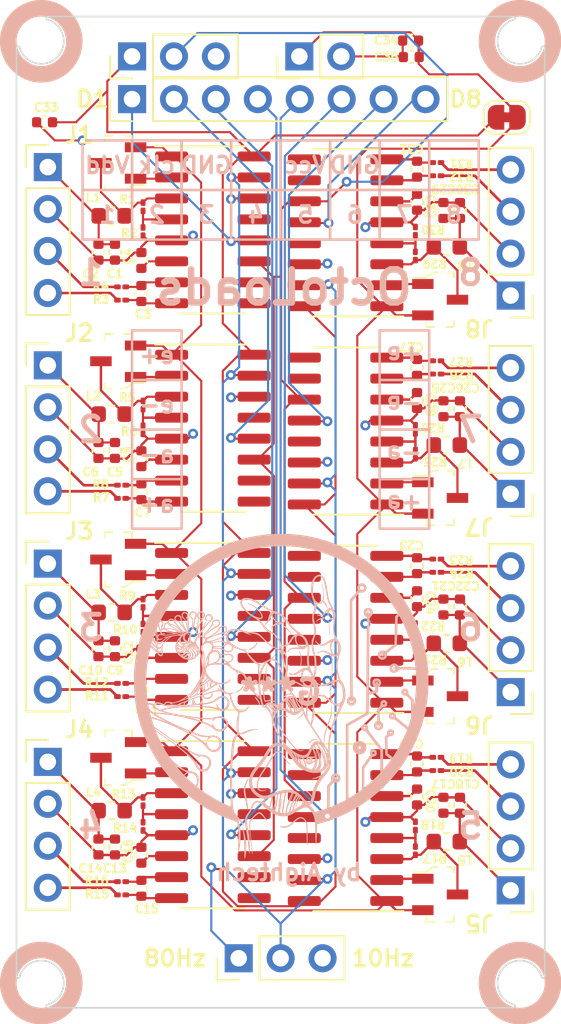
<source format=kicad_pcb>
(kicad_pcb (version 20221018) (generator pcbnew)
  (layers (0 "F.Cu" signal "Front") (1 "In1.Cu" signal) (2 "In2.Cu" signal) (31 "B.Cu" signal "Back") (34 "B.Paste" user) (35 "F.Paste" user) (36 "B.SilkS" user "B.Silkscreen") (37 "F.SilkS" user "F.Silkscreen") (38 "B.Mask" user) (39 "F.Mask" user) (44 "Edge.Cuts" user))
  (net 0 "")
  (net 1 "GND")
  (net 2 "VCC")
  (net 3 "/HX711_unit2/e+")
  (net 4 "/HX711_unit2/a+in")
  (net 5 "/HX711_unit2/a-in")
  (net 6 "/HX711_unit2/vbg")
  (net 7 "/HX711_unit1/e+")
  (net 8 "/HX711_unit1/a+in")
  (net 11 "/HX711_unit1/a-in")
  (net 12 "/HX711_unit1/vbg")
  (net 14 "/HX711_unit3/e+")
  (net 15 "VDD")
  (net 16 "/HX711_unit3/a+in")
  (net 17 "/HX711_unit1/a+")
  (net 18 "/HX711_unit1/a-")
  (net 19 "/HX711_unit3/a-in")
  (net 20 "/HX711_unit1/avdd")
  (net 21 "/HX711_unit3/vbg")
  (net 22 "/HX711_unit1/base")
  (net 23 "/HX711_unit4/e+")
  (net 24 "/HX711_unit1/vfb")
  (net 25 "/HX711_unit4/a+in")
  (net 28 "/HX711_unit1/Sdat")
  (net 30 "/HX711_unit4/a-in")
  (net 31 "/HX711_unit4/vbg")
  (net 32 "/HX711_unit6/e+")
  (net 33 "/HX711_unit6/a+in")
  (net 34 "/HX711_unit6/a-in")
  (net 35 "/HX711_unit6/vbg")
  (net 36 "/HX711_unit5/e+")
  (net 37 "/HX711_unit5/a+in")
  (net 38 "/HX711_unit5/a-in")
  (net 39 "/HX711_unit5/vbg")
  (net 40 "/HX711_unit8/e+")
  (net 41 "/HX711_unit8/a+in")
  (net 42 "/HX711_unit8/a-in")
  (net 43 "/HX711_unit8/vbg")
  (net 44 "/HX711_unit7/e+")
  (net 45 "/HX711_unit7/a+in")
  (net 46 "/HX711_unit7/a-in")
  (net 47 "/HX711_unit7/vbg")
  (net 48 "/HX711_unit2/a+")
  (net 49 "/HX711_unit2/a-")
  (net 50 "/HX711_unit3/a+")
  (net 51 "/HX711_unit3/a-")
  (net 52 "/HX711_unit4/a+")
  (net 53 "/HX711_unit4/a-")
  (net 54 "/HX711_unit6/a+")
  (net 55 "/HX711_unit6/a-")
  (net 56 "/HX711_unit5/a+")
  (net 57 "/HX711_unit5/a-")
  (net 58 "/HX711_unit8/a+")
  (net 59 "/HX711_unit8/a-")
  (net 60 "/HX711_unit7/a+")
  (net 61 "/HX711_unit7/a-")
  (net 62 "/HX711_unit2/avdd")
  (net 63 "/HX711_unit3/avdd")
  (net 64 "/HX711_unit4/avdd")
  (net 65 "/HX711_unit6/avdd")
  (net 66 "/HX711_unit5/avdd")
  (net 67 "/HX711_unit8/avdd")
  (net 68 "/HX711_unit7/avdd")
  (net 69 "/HX711_unit2/base")
  (net 70 "/HX711_unit3/base")
  (net 71 "/HX711_unit4/base")
  (net 72 "/HX711_unit6/base")
  (net 73 "/HX711_unit5/base")
  (net 74 "/HX711_unit8/base")
  (net 75 "/HX711_unit7/base")
  (net 76 "/HX711_unit2/vfb")
  (net 77 "/HX711_unit3/vfb")
  (net 78 "/HX711_unit4/vfb")
  (net 79 "/HX711_unit6/vfb")
  (net 80 "/HX711_unit5/vfb")
  (net 81 "/HX711_unit8/vfb")
  (net 82 "/HX711_unit7/vfb")
  (net 83 "Sclk")
  (net 84 "rate")
  (net 85 "/HX711_unit2/Sdat")
  (net 88 "/HX711_unit3/Sdat")
  (net 92 "/HX711_unit4/Sdat")
  (net 96 "/HX711_unit6/Sdat")
  (net 100 "/HX711_unit5/Sdat")
  (net 104 "/HX711_unit8/Sdat")
  (net 108 "/HX711_unit7/Sdat")
  (footprint "Resistor_SMD:R_01005_0402Metric" (layer "F.Cu") (at 131.365 94.165)
    (fp_text reference "R7")
    (fp_text value "100" hide)
  )
  (footprint "Connector_PinHeader_2.54mm:PinHeader_1x04_P2.54mm_Vertical" (layer "F.Cu") (at 126.895 74.115)
    (fp_text reference "J1")
    (fp_text value "Conn_01x04_Male" hide)
  )
  (footprint "Resistor_SMD:R_01005_0402Metric" (layer "F.Cu") (at 149.165 115.49 90)
    (fp_text reference "R17")
    (fp_text value "20k" hide)
  )
  (footprint "Resistor_SMD:R_01005_0402Metric" (layer "F.Cu") (at 149.165 77.990001 90)
    (fp_text reference "R30")
    (fp_text value "8.2k" hide)
  )
  (footprint "digikey-footprints:SOT-23-3" (layer "F.Cu") (at 150.664999 82.14)
    (fp_text reference "Q8" hide)
    (fp_text value "MMBT4403LT1G" hide)
  )
  (footprint "Inductor_SMD:L_0603_1608Metric" (layer "F.Cu") (at 151.065 114.94 180)
    (fp_text reference "L5")
    (fp_text value "3.3uH" hide)
  )
  (footprint "Package_SO:SOP-16_3.9x9.9mm_P1.27mm" (layer "F.Cu") (at 144.935 114.09 180)
    (fp_text reference "U5" hide)
    (fp_text value "HX711" hide)
  )
  (footprint "Capacitor_SMD:C_0402_1005Metric" (layer "F.Cu") (at 129.965 115.265 -90)
    (fp_text reference "C14")
    (fp_text value "10uF" hide)
  )
  (footprint "digikey-footprints:SOT-23-3" (layer "F.Cu") (at 131.165 73.865 180)
    (fp_text reference "Q1" hide)
    (fp_text value "MMBT4403LT1G" hide)
  )
  (footprint "Resistor_SMD:R_01005_0402Metric" (layer "F.Cu") (at 149.165 101.990001 90)
    (fp_text reference "R22")
    (fp_text value "8.2k" hide)
  )
  (footprint "Resistor_SMD:R_01005_0402Metric" (layer "F.Cu") (at 132.665 76.515 -90)
    (fp_text reference "R1")
    (fp_text value "20k" hide)
  )
  (footprint "Connector_PinHeader_2.54mm:PinHeader_1x04_P2.54mm_Vertical" (layer "F.Cu") (at 126.895 110.115)
    (fp_text reference "J4")
    (fp_text value "Conn_01x04_Male" hide)
  )
  (footprint "Connector_PinHeader_2.54mm:PinHeader_1x04_P2.54mm_Vertical" (layer "F.Cu") (at 154.935 117.89 180)
    (fp_text reference "J5")
    (fp_text value "Conn_01x04_Male" hide)
  )
  (footprint "Inductor_SMD:L_0603_1608Metric" (layer "F.Cu") (at 130.765 89.065)
    (fp_text reference "L2")
    (fp_text value "3.3uH" hide)
  )
  (footprint "Connector_PinHeader_2.54mm:PinHeader_1x08_P2.54mm_Vertical" (layer "F.Cu") (at 132 70 90)
    (fp_text reference "J9" hide)
    (fp_text value "Conn_01x08_Male" hide)
  )
  (footprint "digikey-footprints:SOT-23-3" (layer "F.Cu") (at 150.664999 94.14)
    (fp_text reference "Q7" hide)
    (fp_text value "MMBT4403LT1G" hide)
  )
  (footprint "Capacitor_SMD:C_0402_1005Metric" (layer "F.Cu") (at 132.565 91.765 90)
    (fp_text reference "C8")
    (fp_text value "100nF" hide)
  )
  (footprint "Capacitor_SMD:C_0402_1005Metric" (layer "F.Cu") (at 129.965 79.265 -90)
    (fp_text reference "C2")
    (fp_text value "10uF" hide)
  )
  (footprint "Package_SO:SOP-16_3.9x9.9mm_P1.27mm" (layer "F.Cu") (at 144.935 90.09 180)
    (fp_text reference "U7" hide)
    (fp_text value "HX711" hide)
  )
  (footprint "Resistor_SMD:R_01005_0402Metric" (layer "F.Cu") (at 132.665 100.515 -90)
    (fp_text reference "R9")
    (fp_text value "20k" hide)
  )
  (footprint "Capacitor_SMD:C_0402_1005Metric" (layer "F.Cu") (at 132.565 103.765 90)
    (fp_text reference "C12")
    (fp_text value "100nF" hide)
  )
  (footprint "Capacitor_SMD:C_0402_1005Metric" (layer "F.Cu") (at 132.565 117.765 90)
    (fp_text reference "C15")
    (fp_text value "100nF" hide)
  )
  (footprint "Resistor_SMD:R_01005_0402Metric" (layer "F.Cu") (at 132.665 112.515 -90)
    (fp_text reference "R13")
    (fp_text value "20k" hide)
  )
  (footprint "Resistor_SMD:R_01005_0402Metric" (layer "F.Cu") (at 131.365 105.365)
    (fp_text reference "R12")
    (fp_text value "100" hide)
  )
  (footprint "Connector_PinHeader_2.54mm:PinHeader_1x04_P2.54mm_Vertical" (layer "F.Cu") (at 126.895 86.115)
    (fp_text reference "J2")
    (fp_text value "Conn_01x04_Male" hide)
  )
  (footprint "Capacitor_SMD:C_0402_1005Metric" (layer "F.Cu") (at 149.265 74.240001 -90)
    (fp_text reference "C31")
    (fp_text value "100nF" hide)
  )
  (footprint "Capacitor_SMD:C_0402_1005Metric" (layer "F.Cu") (at 130.965 91.265 -90)
    (fp_text reference "C5")
    (fp_text value "100nF" hide)
  )
  (footprint "Resistor_SMD:R_01005_0402Metric" (layer "F.Cu") (at 132.665 114.015 -90)
    (fp_text reference "R14")
    (fp_text value "8.2k" hide)
  )
  (footprint "Resistor_SMD:R_01005_0402Metric" (layer "F.Cu") (at 149.165 91.49 90)
    (fp_text reference "R25")
    (fp_text value "20k" hide)
  )
  (footprint "Capacitor_SMD:C_0402_1005Metric" (layer "F.Cu") (at 132.565 105.765 90)
    (fp_text reference "C11")
    (fp_text value "100nF" hide)
  )
  (footprint "Resistor_SMD:R_01005_0402Metric" (layer "F.Cu") (at 131.365 106.165)
    (fp_text reference "R11")
    (fp_text value "100" hide)
  )
  (footprint "Package_SO:SOP-16_3.9x9.9mm_P1.27mm" (layer "F.Cu") (at 136.895 101.915)
    (fp_text reference "U3" hide)
    (fp_text value "HX711" hide)
  )
  (footprint "Package_SO:SOP-16_3.9x9.9mm_P1.27mm" (layer "F.Cu") (at 136.895 113.915)
    (fp_text reference "U4" hide)
    (fp_text value "HX711" hide)
  )
  (footprint "Resistor_SMD:R_01005_0402Metric" (layer "F.Cu") (at 150.465 98.640001 180)
    (fp_text reference "R24")
    (fp_text value "100" hide)
  )
  (footprint "Capacitor_SMD:C_0402_1005Metric" (layer "F.Cu") (at 151.865 112.740001 90)
    (fp_text reference "C18")
    (fp_text value "10uF" hide)
  )
  (footprint "Capacitor_SMD:C_0402_1005Metric" (layer "F.Cu") (at 149.265 76.240001 -90)
    (fp_text reference "C32")
    (fp_text value "100nF" hide)
  )
  (footprint "Capacitor_SMD:C_0402_1005Metric" (layer "F.Cu") (at 150.865 88.740001 90)
    (fp_text reference "C25")
    (fp_text value "100nF" hide)
  )
  (footprint "Resistor_SMD:R_01005_0402Metric" (layer "F.Cu") (at 132.665 88.515 -90)
    (fp_text reference "R5")
    (fp_text value "20k" hide)
  )
  (footprint "Capacitor_SMD:C_0402_1005Metric" (layer "F.Cu") (at 150.865 76.740001 90)
    (fp_text reference "C29")
    (fp_text value "100nF" hide)
  )
  (footprint "Capacitor_SMD:C_0402_1005Metric" (layer "F.Cu") (at 132.565 79.765 90)
    (fp_text reference "C4")
    (fp_text value "100nF" hide)
  )
  (footprint "Inductor_SMD:L_0603_1608Metric" (layer "F.Cu") (at 151.065 90.94 180)
    (fp_text reference "L7")
    (fp_text value "3.3uH" hide)
  )
  (footprint "Capacitor_SMD:C_0402_1005Metric" (layer "F.Cu") (at 150.865 100.740001 90)
    (fp_text reference "C21")
    (fp_text value "100nF" hide)
  )
  (footprint "Capacitor_SMD:C_0402_1005Metric" (layer "F.Cu") (at 129.965 91.265 -90)
    (fp_text reference "C6")
    (fp_text value "10uF" hide)
  )
  (footprint "digikey-footprints:SOT-23-3" (layer "F.Cu") (at 131.165 85.865 180)
    (fp_text reference "Q2" hide)
    (fp_text value "MMBT4403LT1G" hide)
  )
  (footprint "Resistor_SMD:R_01005_0402Metric" (layer "F.Cu") (at 150.465 74.640001 180)
    (fp_text reference "R32")
    (fp_text value "100" hide)
  )
  (footprint "Resistor_SMD:R_01005_0402Metric" (layer "F.Cu") (at 149.165 79.49 90)
    (fp_text reference "R29")
    (fp_text value "20k" hide)
  )
  (footprint "Resistor_SMD:R_01005_0402Metric" (layer "F.Cu") (at 131.365 82.165)
    (fp_text reference "R3")
    (fp_text value "100" hide)
  )
  (footprint "Package_SO:SOP-16_3.9x9.9mm_P1.27mm" (layer "F.Cu") (at 136.895 89.915)
    (fp_text reference "U2" hide)
    (fp_text value "HX711" hide)
  )
  (footprint "Resistor_SMD:R_01005_0402Metric" (layer "F.Cu") (at 132.665 90.015 -90)
    (fp_text reference "R6")
    (fp_text value "8.2k" hide)
  )
  (footprint "Package_SO:SOP-16_3.9x9.9mm_P1.27mm" (layer "F.Cu") (at 144.935 78.09 180)
    (fp_text reference "U8" hide)
    (fp_text value "HX711" hide)
  )
  (footprint "Capacitor_SMD:C_0402_1005Metric" (layer "F.Cu") (at 149.265 86.240001 -90)
    (fp_text reference "C27")
    (fp_text value "100nF" hide)
  )
  (footprint "Package_SO:SOP-16_3.9x9.9mm_P1.27mm" (layer "F.Cu") (at 144.935 102.09 180)
    (fp_text reference "U6" hide)
    (fp_text value "HX711" hide)
  )
  (footprint "Resistor_SMD:R_01005_0402Metric" (layer "F.Cu") (at 149.165 103.49 90)
    (fp_text reference "R21")
    (fp_text value "20k" hide)
  )
  (footprint "Capacitor_SMD:C_0402_1005Metric" (layer "F.Cu") (at 148.875 66.455)
    (fp_text reference "C34")
    (fp_text value "100nF" hide)
  )
  (footprint "Resistor_SMD:R_01005_0402Metric" (layer "F.Cu") (at 132.665 102.015 -90)
    (fp_text reference "R10")
    (fp_text value "8.2k" hide)
  )
  (footprint "Capacitor_SMD:C_0402_1005Metric" (layer "F.Cu") (at 150.865 112.740001 90)
    (fp_text reference "C17")
    (fp_text value "100nF" hide)
  )
  (footprint "Resistor_SMD:R_01005_0402Metric" (layer "F.Cu") (at 150.465 109.840001 180)
    (fp_text reference "R19")
    (fp_text value "100" hide)
  )
  (footprint "digikey-footprints:SOT-23-3" (layer "F.Cu") (at 131.165 109.865 180)
    (fp_text reference "Q4" hide)
    (fp_text value "MMBT4403LT1G" hide)
  )
  (footprint "Resistor_SMD:R_01005_0402Metric" (layer "F.Cu") (at 150.465 110.640001 180)
    (fp_text reference "R20")
    (fp_text value "100" hide)
  )
  (footprint "Connector_PinHeader_2.54mm:PinHeader_1x03_P2.54mm_Vertical" (layer "F.Cu") (at 132 67.415 90)
    (fp_text reference "J10" hide)
    (fp_text value "Conn_01x03_Male" hide)
  )
  (footprint "Connector_PinHeader_2.54mm:PinHeader_1x04_P2.54mm_Vertical" (layer "F.Cu") (at 154.935 105.89 180)
    (fp_text reference "J6")
    (fp_text value "Conn_01x04_Male" hide)
  )
  (footprint "Inductor_SMD:L_0603_1608Metric" (layer "F.Cu") (at 151.065 78.94 180)
    (fp_text reference "L8")
    (fp_text value "3.3uH" hide)
  )
  (footprint "Resistor_SMD:R_01005_0402Metric" (layer "F.Cu") (at 150.465 86.640001 180)
    (fp_text reference "R28")
    (fp_text value "100" hide)
  )
  (footprint "Resistor_SMD:R_01005_0402Metric" (layer "F.Cu") (at 150.465 97.840001 180)
    (fp_text reference "R23")
    (fp_text value "100" hide)
  )
  (footprint "Capacitor_SMD:C_0402_1005Metric" (layer "F.Cu") (at 132.565 115.765 90)
    (fp_text reference "C16")
    (fp_text value "100nF" hide)
  )
  (footprint "digikey-footprints:SOT-23-3" (layer "F.Cu") (at 150.664999 118.14)
    (fp_text reference "Q5" hide)
    (fp_text value "MMBT4403LT1G" hide)
  )
  (footprint "Capacitor_SMD:C_0402_1005Metric" (layer "F.Cu") (at 151.865 76.740001 90)
    (fp_text reference "C30")
    (fp_text value "10uF" hide)
  )
  (footprint "Inductor_SMD:L_0603_1608Metric" (layer "F.Cu") (at 151.065 102.94 180)
    (fp_text reference "L6")
    (fp_text value "3.3uH" hide)
  )
  (footprint "Capacitor_SMD:C_0402_1005Metric" (layer "F.Cu") (at 149.265 98.240001 -90)
    (fp_text reference "C23")
    (fp_text value "100nF" hide)
  )
  (footprint "Capacitor_SMD:C_0402_1005Metric" (layer "F.Cu") (at 149.265 88.240001 -90)
    (fp_text reference "C28")
    (fp_text value "100nF" hide)
  )
  (footprint "Capacitor_SMD:C_0402_1005Metric" (layer "F.Cu") (at 151.865 88.740001 90)
    (fp_text reference "C26")
    (fp_text value "10uF" hide)
  )
  (footprint "Inductor_SMD:L_0603_1608Metric" (layer "F.Cu") (at 130.765 113.065)
    (fp_text reference "L4")
    (fp_text value "3.3uH" hide)
  )
  (footprint "Capacitor_SMD:C_0402_1005Metric" (layer "F.Cu") (at 149.265 112.240001 -90)
    (fp_text reference "C20")
    (fp_text value "100nF" hide)
  )
  (footprint "Capacitor_SMD:C_0402_1005Metric" (layer "F.Cu") (at 148.915 67.455)
    (fp_text reference "C35")
    (fp_text value "10uF" hide)
  )
  (footprint "Connector_PinHeader_2.54mm:PinHeader_1x02_P2.54mm_Vertical" (layer "F.Cu") (at 142.135 67.415 90)
    (fp_text reference "J11" hide)
    (fp_text value "Conn_01x02_Male" hide)
  )
  (footprint "Connector_PinHeader_2.54mm:PinHeader_1x04_P2.54mm_Vertical" (layer "F.Cu") (at 126.895 98.115)
    (fp_text reference "J3")
    (fp_text value "Conn_01x04_Male" hide)
  )
  (footprint "Resistor_SMD:R_01005_0402Metric" (layer "F.Cu") (at 150.465 73.840001 180)
    (fp_text reference "R31")
    (fp_text value "100" hide)
  )
  (footprint "Capacitor_SMD:C_0402_1005Metric" (layer "F.Cu") (at 149.265 100.240001 -90)
    (fp_text reference "C24")
    (fp_text value "100nF" hide)
  )
  (footprint "Resistor_SMD:R_01005_0402Metric" (layer "F.Cu") (at 131.365 118.165)
    (fp_text reference "R15")
    (fp_text value "100" hide)
  )
  (footprint "Capacitor_SMD:C_0402_1005Metric" (layer "F.Cu") (at 132.565 93.765 90)
    (fp_text reference "C7")
    (fp_text value "100nF" hide)
  )
  (footprint "Capacitor_SMD:C_0402_1005Metric" (layer "F.Cu") (at 126.7 71.4)
    (fp_text reference "C33")
    (fp_text value "100nF" hide)
  )
  (footprint "Resistor_SMD:R_01005_0402Metric" (layer "F.Cu") (at 131.365 93.365)
    (fp_text reference "R8")
    (fp_text value "100" hide)
  )
  (footprint "Resistor_SMD:R_01005_0402Metric" (layer "F.Cu") (at 131.365 81.365)
    (fp_text reference "R4")
    (fp_text value "100" hide)
  )
  (footprint "Capacitor_SMD:C_0402_1005Metric" (layer "F.Cu") (at 129.965 103.265 -90)
    (fp_text reference "C10")
    (fp_text value "10uF" hide)
  )
  (footprint "Connector_PinHeader_2.54mm:PinHeader_1x04_P2.54mm_Vertical" (layer "F.Cu") (at 154.935 93.89 180)
    (fp_text reference "J7")
    (fp_text value "Conn_01x04_Male" hide)
  )
  (footprint "Connector_PinHeader_2.54mm:PinHeader_1x03_P2.54mm_Vertical" (layer "F.Cu") (at 138.46 122 90)
    (fp_text reference "J12" hide)
    (fp_text value "Conn_01x03_Male" hide)
  )
  (footprint "Connector_PinHeader_2.54mm:PinHeader_1x04_P2.54mm_Vertical" (layer "F.Cu") (at 154.935 81.89 180)
    (fp_text reference "J8")
    (fp_text value "Conn_01x04_Male" hide)
  )
  (footprint "digikey-footprints:SOT-23-3" (layer "F.Cu") (at 131.165 97.865 180)
    (fp_text reference "Q3" hide)
    (fp_text value "MMBT4403LT1G" hide)
  )
  (footprint "Resistor_SMD:R_01005_0402Metric" (layer "F.Cu") (at 150.465 85.840001 180)
    (fp_text reference "R27")
    (fp_text value "100" hide)
  )
  (footprint "Capacitor_SMD:C_0402_1005Metric" (layer "F.Cu") (at 149.265 110.240001 -90)
    (fp_text reference "C19")
    (fp_text value "100nF" hide)
  )
  (footprint "Resistor_SMD:R_01005_0402Metric" (layer "F.Cu") (at 149.165 113.990001 90)
    (fp_text reference "R18")
    (fp_text value "8.2k" hide)
  )
  (footprint "Inductor_SMD:L_0603_1608Metric" (layer "F.Cu") (at 130.765 101.065)
    (fp_text reference "L3")
    (fp_text value "3.3uH" hide)
  )
  (footprint "Resistor_SMD:R_01005_0402Metric" (layer "F.Cu") (at 131.365 117.365)
    (fp_text reference "R16")
    (fp_text value "100" hide)
  )
  (footprint "Resistor_SMD:R_01005_0402Metric" (layer "F.Cu") (at 149.165 89.990001 90)
    (fp_text reference "R26")
    (fp_text value "8.2k" hide)
  )
  (footprint "Inductor_SMD:L_0603_1608Metric" (layer "F.Cu") (at 130.765 77.065)
    (fp_text reference "L1")
    (fp_text value "3.3uH" hide)
  )
  (footprint "Jumper:SolderJumper-2_P1.3mm_Bridged_RoundedPad1.0x1.5mm" (layer "F.Cu") (at 154.7 71.1)
    (fp_text reference "JP1" hide)
    (fp_text value "SolderJumper_2_Bridged" hide)
  )
  (footprint "Capacitor_SMD:C_0402_1005Metric" (layer "F.Cu") (at 130.965 79.265 -90)
    (fp_text reference "C1")
    (fp_text value "100nF" hide)
  )
  (footprint "Capacitor_SMD:C_0402_1005Metric" (layer "F.Cu") (at 151.865 100.740001 90)
    (fp_text reference "C22")
    (fp_text value "10uF" hide)
  )
  (footprint "Resistor_SMD:R_01005_0402Metric" (layer "F.Cu") (at 132.665 78.015 -90)
    (fp_text reference "R2")
    (fp_text value "8.2k" hide)
  )
  (footprint "Capacitor_SMD:C_0402_1005Metric" (layer "F.Cu") (at 130.965 115.265 -90)
    (fp_text reference "C13")
    (fp_text value "100nF" hide)
  )
  (footprint "digikey-footprints:SOT-23-3" (layer "F.Cu") (at 150.664999 106.14)
    (fp_text reference "Q6" hide)
    (fp_text value "MMBT4403LT1G" hide)
  )
  (footprint "Capacitor_SMD:C_0402_1005Metric" (layer "F.Cu") (at 130.965 103.265 -90)
    (fp_text reference "C9")
    (fp_text value "100nF" hide)
  )
  (footprint "Package_SO:SOP-16_3.9x9.9mm_P1.27mm" (layer "F.Cu") (at 136.895 77.915)
    (fp_text reference "U1" hide)
    (fp_text value "HX711" hide)
  )
  (footprint "Capacitor_SMD:C_0402_1005Metric" (layer "F.Cu") (at 132.565 81.765 90)
    (fp_text reference "C3")
    (fp_text value "100nF" hide)
  )
  (footprint "LOGO" (layer "B.Cu") (at 141 105.9 180)
    (fp_text reference "G***")
    (fp_text value "LOGO" hide)
  )
  (gr_rect (start 147 84) (end 150 87) (stroke (width 0.1524)) (fill none) (layer "B.SilkS"))
  (gr_rect (start 132 72.5) (end 135 75.5) (stroke (width 0.1524)) (fill none) (layer "B.SilkS"))
  (gr_rect (start 135 72.5) (end 138 75.5) (stroke (width 0.1524)) (fill none) (layer "B.SilkS"))
  (gr_rect (start 135 75.5) (end 138 78.5) (stroke (width 0.1524)) (fill none) (layer "B.SilkS"))
  (gr_rect (start 147 93) (end 150 96) (stroke (width 0.1524)) (fill none) (layer "B.SilkS"))
  (gr_rect (start 132 87) (end 135 90) (stroke (width 0.1524)) (fill none) (layer "B.SilkS"))
  (gr_rect (start 141 72.5) (end 144 75.5) (stroke (width 0.1524)) (fill none) (layer "B.SilkS"))
  (gr_rect (start 132 93) (end 135 96) (stroke (width 0.1524)) (fill none) (layer "B.SilkS"))
  (gr_rect (start 147 75.5) (end 150 78.5) (stroke (width 0.1524)) (fill none) (layer "B.SilkS"))
  (gr_rect (start 144 75.5) (end 147 78.5) (stroke (width 0.1524)) (fill none) (layer "B.SilkS"))
  (gr_rect (start 132 90) (end 135 93) (stroke (width 0.1524)) (fill none) (layer "B.SilkS"))
  (gr_circle (center 155.5 66.5) (end 157.5 66.5) (stroke (width 1)) (fill none) (layer "B.SilkS"))
  (gr_rect (start 141 75.5) (end 144 78.5) (stroke (width 0.1524)) (fill none) (layer "B.SilkS"))
  (gr_circle (center 155.5 123.5) (end 157.5 123.5) (stroke (width 1)) (fill none) (layer "B.SilkS"))
  (gr_rect (start 150 72.5) (end 153 75.5) (stroke (width 0.1524)) (fill none) (layer "B.SilkS"))
  (gr_circle (center 126.5 123.5) (end 128.5 123.5) (stroke (width 1)) (fill none) (layer "B.SilkS"))
  (gr_rect (start 150 75.5) (end 153 78.5) (stroke (width 0.1524)) (fill none) (layer "B.SilkS"))
  (gr_rect (start 129 72.5) (end 132 75.5) (stroke (width 0.1524)) (fill none) (layer "B.SilkS"))
  (gr_circle (center 126.5 66.5) (end 128.5 66.5) (stroke (width 1)) (fill none) (layer "B.SilkS"))
  (gr_rect (start 129 75.5) (end 132 78.5) (stroke (width 0.1524)) (fill none) (layer "B.SilkS"))
  (gr_rect (start 147 87) (end 150 90) (stroke (width 0.1524)) (fill none) (layer "B.SilkS"))
  (gr_rect (start 147 90) (end 150 93) (stroke (width 0.1524)) (fill none) (layer "B.SilkS"))
  (gr_rect (start 132 75.5) (end 135 78.5) (stroke (width 0.1524)) (fill none) (layer "B.SilkS"))
  (gr_rect (start 147 72.5) (end 150 75.5) (stroke (width 0.1524)) (fill none) (layer "B.SilkS"))
  (gr_rect (start 132 84) (end 135 87) (stroke (width 0.1524)) (fill none) (layer "B.SilkS"))
  (gr_rect (start 138 75.5) (end 141 78.5) (stroke (width 0.1524)) (fill none) (layer "B.SilkS"))
  (gr_rect (start 144 72.5) (end 147 75.5) (stroke (width 0.1524)) (fill none) (layer "B.SilkS"))
  (gr_rect (start 138 72.5) (end 141 75.5) (stroke (width 0.1524)) (fill none) (layer "B.SilkS"))
  (gr_circle (center 126.5 66.5) (end 128.5 66.5) (stroke (width 1)) (fill none) (layer "F.SilkS"))
  (gr_circle (center 126.5 123.5) (end 128.5 123.5) (stroke (width 1)) (fill none) (layer "F.SilkS"))
  (gr_circle (center 155.5 66.5) (end 157.5 66.5) (stroke (width 1)) (fill none) (layer "F.SilkS"))
  (gr_circle (center 155.5 123.5) (end 157.5 123.5) (stroke (width 1)) (fill none) (layer "F.SilkS"))
  (gr_arc (start 126.9 65.2) (mid 127.461769 67.461769) (end 125.2 66.9) (stroke (width 0.1)) (layer "Edge.Cuts"))
  (gr_arc (start 155.1 124.8) (mid 155.2 124.9) (end 155.1 125) (stroke (width 0.1)) (layer "Edge.Cuts"))
  (gr_arc (start 125 66.9) (mid 125.1 66.8) (end 125.2 66.9) (stroke (width 0.1)) (layer "Edge.Cuts"))
  (gr_line (start 157 66.9) (end 157 123.1) (stroke (width 0.1)) (layer "Edge.Cuts"))
  (gr_arc (start 126.9 125) (mid 126.8 124.9) (end 126.9 124.8) (stroke (width 0.1)) (layer "Edge.Cuts"))
  (gr_arc (start 156.8 66.9) (mid 156.9 66.8) (end 157 66.9) (stroke (width 0.1)) (layer "Edge.Cuts"))
  (gr_arc (start 155.1 65) (mid 155.2 65.1) (end 155.1 65.2) (stroke (width 0.1)) (layer "Edge.Cuts"))
  (gr_arc (start 125.2 123.1) (mid 125.1 123.2) (end 125 123.1) (stroke (width 0.1)) (layer "Edge.Cuts"))
  (gr_arc (start 157 123.1) (mid 156.9 123.2) (end 156.8 123.1) (stroke (width 0.1)) (layer "Edge.Cuts"))
  (gr_arc (start 126.9 65.2) (mid 126.8 65.1) (end 126.9 65) (stroke (width 0.1)) (layer "Edge.Cuts"))
  (gr_line (start 155.1 125) (end 126.9 125) (stroke (width 0.1)) (layer "Edge.Cuts"))
  (gr_arc (start 156.8 66.9) (mid 154.538231 67.461769) (end 155.1 65.2) (stroke (width 0.1)) (layer "Edge.Cuts"))
  (gr_arc (start 125.2 123.1) (mid 127.461769 122.538231) (end 126.9 124.8) (stroke (width 0.1)) (layer "Edge.Cuts"))
  (gr_line (start 126.9 65) (end 155.1 65) (stroke (width 0.1)) (layer "Edge.Cuts"))
  (gr_line (start 125 123.1) (end 125 66.9) (stroke (width 0.1)) (layer "Edge.Cuts"))
  (gr_arc (start 155.1 124.8) (mid 154.538231 122.538231) (end 156.8 123.1) (stroke (width 0.1)) (layer "Edge.Cuts"))
  (gr_text "5" (at 142.5 77) (layer "B.SilkS") (effects (font (size 1 1) (thickness 0.2) bold) (justify mirror)))
  (gr_text "OctoLoads" (at 141.2 81.4) (layer "B.SilkS") (effects (font (size 2 2) (thickness 0.4) bold) (justify mirror)))
  (gr_text "GND" (at 136.5 74) (layer "B.SilkS") (effects (font (size 1 1) (thickness 0.2) bold) (justify mirror)))
  (gr_text "5" (at 152.5 114) (layer "B.SilkS") (effects (font (size 1.5 1.5) (thickness 0.3) bold) (justify mirror)))
  (gr_text "a-" (at 133.5 91.5) (layer "B.SilkS") (effects (font (size 1 1) (thickness 0.2) bold) (justify mirror)))
  (gr_text "1" (at 130.5 77) (layer "B.SilkS") (effects (font (size 1 1) (thickness 0.2) bold) (justify mirror)))
  (gr_text "8" (at 152.5 80.5) (layer "B.SilkS") (effects (font (size 1.5 1.5) (thickness 0.3) bold) (justify mirror)))
  (gr_text "e+" (at 133.5 85.5) (layer "B.SilkS") (effects (font (size 1 1) (thickness 0.2) bold) (justify mirror)))
  (gr_text "Vcc" (at 142.5 74) (layer "B.SilkS") (effects (font (size 1 1) (thickness 0.2) bold) (justify mirror)))
  (gr_text "3" (at 129.5 102) (layer "B.SilkS") (effects (font (size 1.5 1.5) (thickness 0.3) bold) (justify mirror)))
  (gr_text "a-" (at 148.5 88.5 180) (layer "B.SilkS") (effects (font (size 1 1) (thickness 0.2) bold) (justify mirror)))
  (gr_text "7" (at 152.5 90) (layer "B.SilkS") (effects (font (size 1.5 1.5) (thickness 0.3) bold) (justify mirror)))
  (gr_text "6" (at 152.5 102) (layer "B.SilkS") (effects (font (size 1.5 1.5) (thickness 0.3) bold) (justify mirror)))
  (gr_text "7" (at 148.5 77) (layer "B.SilkS") (effects (font (size 1 1) (thickness 0.2) bold) (justify mirror)))
  (gr_text "e-" (at 148.5 91.5 180) (layer "B.SilkS") (effects (font (size 1 1) (thickness 0.2) bold) (justify mirror)))
  (gr_text "e+" (at 148.5 94.5 180) (layer "B.SilkS") (effects (font (size 1 1) (thickness 0.2) bold) (justify mirror)))
  (gr_text "2" (at 129.5 90) (layer "B.SilkS") (effects (font (size 1.5 1.5) (thickness 0.3) bold) (justify mirror)))
  (gr_text "Vdd" (at 130.5 74) (layer "B.SilkS") (effects (font (size 1 1) (thickness 0.2) bold) (justify mirror)))
  (gr_text "e-" (at 133.5 88.5) (layer "B.SilkS") (effects (font (size 1 1) (thickness 0.2) bold) (justify mirror)))
  (gr_text "a+" (at 148.5 85.5 180) (layer "B.SilkS") (effects (font (size 1 1) (thickness 0.2) bold) (justify mirror)))
  (gr_text "6" (at 145.5 77) (layer "B.SilkS") (effects (font (size 1 1) (thickness 0.2) bold) (justify mirror)))
  (gr_text "a+" (at 133.5 94.5) (layer "B.SilkS") (effects (font (size 1 1) (thickness 0.2) bold) (justify mirror)))
  (gr_text "clk" (at 133.5 74) (layer "B.SilkS") (effects (font (size 1 1) (thickness 0.2) bold) (justify mirror)))
  (gr_text "8" (at 151.5 77) (layer "B.SilkS") (effects (font (size 1 1) (thickness 0.2) bold) (justify mirror)))
  (gr_text "1" (at 129.5 80.5) (layer "B.SilkS") (effects (font (size 1.5 1.5) (thickness 0.3) bold) (justify mirror)))
  (gr_text "GND" (at 145.5 74) (layer "B.SilkS") (effects (font (size 1 1) (thickness 0.2) bold) (justify mirror)))
  (gr_text "2" (at 133.5 77) (layer "B.SilkS") (effects (font (size 1 1) (thickness 0.2) bold) (justify mirror)))
  (gr_text "4" (at 129.5 114) (layer "B.SilkS") (effects (font (size 1.5 1.5) (thickness 0.3) bold) (justify mirror)))
  (gr_text "3" (at 136.5 77) (layer "B.SilkS") (effects (font (size 1 1) (thickness 0.2) bold) (justify mirror)))
  (gr_text "by Aightech" (at 141.5 116.8) (layer "B.SilkS") (effects (font (size 1 1) (thickness 0.2) bold) (justify mirror)))
  (gr_text "4" (at 139.5 77) (layer "B.SilkS") (effects (font (size 1 1) (thickness 0.2) bold) (justify mirror)))
  (gr_text "D8" (at 152.2 70) (layer "F.SilkS") (effects (font (size 1 1) (thickness 0.2))))
  (gr_text "D1" (at 129.6 70) (layer "F.SilkS") (effects (font (size 1 1) (thickness 0.2))))
  (gr_text "80Hz" (at 134.6 122) (layer "F.SilkS") (effects (font (size 1 1) (thickness 0.2) bold)))
  (gr_text "10Hz" (at 147.2 122) (layer "F.SilkS") (effects (font (size 1 1) (thickness 0.2) bold)))
  (segment (start 149.685 112.72) (end 150.165 112.24) (width 0.127) (layer "F.Cu") (net 1))
  (segment (start 150.845 88.24) (end 150.865 88.26) (width 0.127) (layer "F.Cu") (net 1))
  (segment (start 149.265 100.72) (end 149.265 101.07) (width 0.127) (layer "F.Cu") (net 1))
  (segment (start 148.88 89.455) (end 147.435 89.455) (width 0.127) (layer "F.Cu") (net 1))
  (segment (start 132.565 115.285) (end 132.145 115.285) (width 0.127) (layer "F.Cu") (net 1))
  (segment (start 131.665 91.765) (end 130.985 91.765) (width 0.127) (layer "F.Cu") (net 1))
  (segment (start 131.665 115.765) (end 130.985 115.765) (width 0.127) (layer "F.Cu") (net 1))
  (segment (start 151.865 100.26) (end 150.865 100.26) (width 0.127) (layer "F.Cu") (net 1))
  (segment (start 149.265 76.72) (end 149.685 76.72) (width 0.127) (layer "F.Cu") (net 1))
  (segment (start 149.265 113.07) (end 148.88 113.455) (width 0.127) (layer "F.Cu") (net 1))
  (segment (start 132.565 90.935) (end 132.95 90.55) (width 0.127) (layer "F.Cu") (net 1))
  (segment (start 150.845 112.24) (end 150.865 112.26) (width 0.127) (layer "F.Cu") (net 1))
  (segment (start 150.165 112.24) (end 150.845 112.24) (width 0.127) (layer "F.Cu") (net 1))
  (segment (start 149.685 112.72) (end 150.165 112.24) (width 0.127) (layer "F.Cu") (net 1))
  (segment (start 150.845 76.24) (end 150.865 76.26) (width 0.127) (layer "F.Cu") (net 1))
  (segment (start 151.865 76.26) (end 150.865 76.26) (width 0.127) (layer "F.Cu") (net 1))
  (segment (start 129.965 115.745) (end 130.965 115.745) (width 0.127) (layer "F.Cu") (net 1))
  (segment (start 132.565 102.935) (end 132.95 102.55) (width 0.127) (layer "F.Cu") (net 1))
  (segment (start 130.985 115.765) (end 130.965 115.745) (width 0.127) (layer "F.Cu") (net 1))
  (segment (start 149.265 113.07) (end 148.88 113.455) (width 0.127) (layer "F.Cu") (net 1))
  (segment (start 131.665 103.765) (end 130.985 103.765) (width 0.127) (layer "F.Cu") (net 1))
  (segment (start 151.865 88.26) (end 150.865 88.26) (width 0.127) (layer "F.Cu") (net 1))
  (segment (start 151.865 100.26) (end 150.865 100.26) (width 0.127) (layer "F.Cu") (net 1))
  (segment (start 131.665 79.765) (end 130.985 79.765) (width 0.127) (layer "F.Cu") (net 1))
  (segment (start 138.04 88.01) (end 137.995 88.055) (width 0.127) (layer "F.Cu") (net 1))
  (segment (start 149.265 76.72) (end 149.685 76.72) (width 0.127) (layer "F.Cu") (net 1))
  (segment (start 149.265 100.72) (end 149.685 100.72) (width 0.127) (layer "F.Cu") (net 1))
  (segment (start 132.145 103.285) (end 131.665 103.765) (width 0.127) (layer "F.Cu") (net 1))
  (segment (start 151.865 76.26) (end 150.865 76.26) (width 0.127) (layer "F.Cu") (net 1))
  (segment (start 149.265 88.72) (end 149.685 88.72) (width 0.127) (layer "F.Cu") (net 1))
  (segment (start 129.965 91.745) (end 130.965 91.745) (width 0.127) (layer "F.Cu") (net 1))
  (segment (start 129.965 103.745) (end 130.965 103.745) (width 0.127) (layer "F.Cu") (net 1))
  (segment (start 148.88 101.455) (end 147.435 101.455) (width 0.127) (layer "F.Cu") (net 1))
  (segment (start 149.685 76.72) (end 150.165 76.24) (width 0.127) (layer "F.Cu") (net 1))
  (segment (start 129.965 103.745) (end 130.965 103.745) (width 0.127) (layer "F.Cu") (net 1))
  (segment (start 132.665 114.265) (end 132.95 114.55) (width 0.127) (layer "F.Cu") (net 1))
  (segment (start 150.845 112.24) (end 150.865 112.26) (width 0.127) (layer "F.Cu") (net 1))
  (segment (start 148.88 101.455) (end 147.435 101.455) (width 0.127) (layer "F.Cu") (net 1))
  (segment (start 149.265 100.72) (end 149.265 101.07) (width 0.127) (layer "F.Cu") (net 1))
  (segment (start 132.665 114.265) (end 132.95 114.55) (width 0.127) (layer "F.Cu") (net 1))
  (segment (start 150.845 88.24) (end 150.865 88.26) (width 0.127) (layer "F.Cu") (net 1))
  (segment (start 149.265 76.72) (end 149.685 76.72) (width 0.127) (layer "F.Cu") (net 1))
  (segment (start 132.145 103.285) (end 131.665 103.765) (width 0.127) (layer "F.Cu") (net 1))
  (segment (start 149.265 76.72) (end 149.685 76.72) (width 0.127) (layer "F.Cu") (net 1))
  (segment (start 149.165 113.74) (end 148.88 113.455) (width 0.127) (layer "F.Cu") (net 1))
  (segment (start 132.565 91.285) (end 132.145 91.285) (width 0.127) (layer "F.Cu") (net 1))
  (segment (start 132.95 102.55) (end 134.395 102.55) (width 0.127) (layer "F.Cu") (net 1))
  (segment (start 149.165 101.74) (end 148.88 101.455) (width 0.127) (layer "F.Cu") (net 1))
  (segment (start 150.165 100.24) (end 150.845 100.24) (width 0.127) (layer "F.Cu") (net 1))
  (segment (start 151.865 88.26) (end 150.865 88.26) (width 0.127) (layer "F.Cu") (net 1))
  (segment (start 132.565 103.285) (end 132.145 103.285) (width 0.127) (layer "F.Cu") (net 1))
  (segment (start 129.965 103.745) (end 130.965 103.745) (width 0.127) (layer "F.Cu") (net 1))
  (segment (start 149.265 101.07) (end 148.88 101.455) (width 0.127) (layer "F.Cu") (net 1))
  (segment (start 131.665 79.765) (end 130.985 79.765) (width 0.127) (layer "F.Cu") (net 1))
  (segment (start 150.165 112.24) (end 150.845 112.24) (width 0.127) (layer "F.Cu") (net 1))
  (segment (start 151.865 88.26) (end 150.865 88.26) (width 0.127) (layer "F.Cu") (net 1))
  (segment (start 148.88 101.455) (end 147.435 101.455) (width 0.127) (layer "F.Cu") (net 1))
  (segment (start 132.665 90.265) (end 132.95 90.55) (width 0.127) (layer "F.Cu") (net 1))
  (segment (start 148.88 77.455) (end 147.435 77.455) (width 0.127) (layer "F.Cu") (net 1))
  (segment (start 131.665 115.765) (end 130.985 115.765) (width 0.127) (layer "F.Cu") (net 1))
  (segment (start 132.95 90.55) (end 134.395 90.55) (width 0.127) (layer "F.Cu") (net 1))
  (segment (start 132.95 114.55) (end 134.395 114.55) (width 0.127) (layer "F.Cu") (net 1))
  (segment (start 132.665 90.265) (end 132.95 90.55) (width 0.127) (layer "F.Cu") (net 1))
  (segment (start 131.665 103.765) (end 130.985 103.765) (width 0.127) (layer "F.Cu") (net 1))
  (segment (start 149.265 112.72) (end 149.265 113.07) (width 0.127) (layer "F.Cu") (net 1))
  (segment (start 131.665 91.765) (end 130.985 91.765) (width 0.127) (layer "F.Cu") (net 1))
  (segment (start 132.565 103.285) (end 132.145 103.285) (width 0.127) (layer "F.Cu") (net 1))
  (segment (start 135.4 114.55) (end 135.695 114.255) (width 0.127) (layer "F.Cu") (net 1))
  (segment (start 132.565 114.935) (end 132.95 114.55) (width 0.127) (layer "F.Cu") (net 1))
  (segment (start 132.95 90.55) (end 134.395 90.55) (width 0.127) (layer "F.Cu") (net 1))
  (segment (start 149.265 113.07) (end 148.88 113.455) (width 0.127) (layer "F.Cu") (net 1))
  (segment (start 149.265 77.07) (end 148.88 77.455) (width 0.127) (layer "F.Cu") (net 1))
  (segment (start 132.565 91.285) (end 132.145 91.285) (width 0.127) (layer "F.Cu") (net 1))
  (segment (start 150.165 100.24) (end 150.845 100.24) (width 0.127) (layer "F.Cu") (net 1))
  (segment (start 132.565 90.935) (end 132.95 90.55) (width 0.127) (layer "F.Cu") (net 1))
  (segment (start 151.865 112.26) (end 150.865 112.26) (width 0.127) (layer "F.Cu") (net 1))
  (segment (start 132.565 90.935) (end 132.95 90.55) (width 0.127) (layer "F.Cu") (net 1))
  (segment (start 132.145 79.285) (end 131.665 79.765) (width 0.127) (layer "F.Cu") (net 1))
  (segment (start 150.845 76.24) (end 150.865 76.26) (width 0.127) (layer "F.Cu") (net 1))
  (segment (start 132.565 103.285) (end 132.565 102.935) (width 0.127) (layer "F.Cu") (net 1))
  (segment (start 150.165 76.24) (end 150.845 76.24) (width 0.127) (layer "F.Cu") (net 1))
  (segment (start 130.985 91.765) (end 130.965 91.745) (width 0.127) (layer "F.Cu") (net 1))
  (segment (start 149.165 113.74) (end 148.88 113.455) (width 0.127) (layer "F.Cu") (net 1))
  (segment (start 149.165 113.74) (end 148.88 113.455) (width 0.127) (layer "F.Cu") (net 1))
  (segment (start 142.435 115.995) (end 143.79 115.995) (width 0.127) (layer "F.Cu") (net 1))
  (segment (start 150.165 112.24) (end 150.845 112.24) (width 0.127) (layer "F.Cu") (net 1))
  (segment (start 131.665 115.765) (end 130.985 115.765) (width 0.127) (layer "F.Cu") (net 1))
  (segment (start 132.665 114.265) (end 132.95 114.55) (width 0.127) (layer "F.Cu") (net 1))
  (segment (start 149.165 77.74) (end 148.88 77.455) (width 0.127) (layer "F.Cu") (net 1))
  (segment (start 132.95 102.55) (end 134.395 102.55) (width 0.127) (layer "F.Cu") (net 1))
  (segment (start 149.265 101.07) (end 148.88 101.455) (width 0.127) (layer "F.Cu") (net 1))
  (segment (start 132.565 115.285) (end 132.145 115.285) (width 0.127) (layer "F.Cu") (net 1))
  (segment (start 151.865 88.26) (end 150.865 88.26) (width 0.127) (layer "F.Cu") (net 1))
  (segment (start 149.265 77.07) (end 148.88 77.455) (width 0.127) (layer "F.Cu") (net 1))
  (segment (start 148.88 89.455) (end 147.435 89.455) (width 0.127) (layer "F.Cu") (net 1))
  (segment (start 149.265 100.72) (end 149.265 101.07) (width 0.127) (layer "F.Cu") (net 1))
  (segment (start 149.685 88.72) (end 150.165 88.24) (width 0.127) (layer "F.Cu") (net 1))
  (segment (start 147.435 113.455) (end 146.43 113.455) (width 0.127) (layer "F.Cu") (net 1))
  (segment (start 149.265 89.07) (end 148.88 89.455) (width 0.127) (layer "F.Cu") (net 1))
  (segment (start 132.565 115.285) (end 132.565 114.935) (width 0.127) (layer "F.Cu") (net 1))
  (segment (start 132.665 102.265) (end 132.95 102.55) (width 0.127) (layer "F.Cu") (net 1))
  (segment (start 132.145 103.285) (end 131.665 103.765) (width 0.127) (layer "F.Cu") (net 1))
  (segment (start 132.565 79.285) (end 132.565 78.935) (width 0.127) (layer "F.Cu") (net 1))
  (segment (start 149.265 77.07) (end 148.88 77.455) (width 0.127) (layer "F.Cu") (net 1))
  (segment (start 149.165 89.74) (end 148.88 89.455) (width 0.127) (layer "F.Cu") (net 1))
  (segment (start 132.95 114.55) (end 134.395 114.55) (width 0.127) (layer "F.Cu") (net 1))
  (segment (start 149.265 100.72) (end 149.265 101.07) (width 0.127) (layer "F.Cu") (net 1))
  (segment (start 149.685 88.72) (end 150.165 88.24) (width 0.127) (layer "F.Cu") (net 1))
  (segment (start 132.565 114.935) (end 132.95 114.55) (width 0.127) (layer "F.Cu") (net 1))
  (segment (start 149.265 88.72) (end 149.265 89.07) (width 0.127) (layer "F.Cu") (net 1))
  (segment (start 149.265 112.72) (end 149.265 113.07) (width 0.127) (layer "F.Cu") (net 1))
  (segment (start 149.265 112.72) (end 149.685 112.72) (width 0.127) (layer "F.Cu") (net 1))
  (segment (start 150.845 76.24) (end 150.865 76.26) (width 0.127) (layer "F.Cu") (net 1))
  (segment (start 149.685 100.72) (end 150.165 100.24) (width 0.127) (layer "F.Cu") (net 1))
  (segment (start 132.565 114.935) (end 132.95 114.55) (width 0.127) (layer "F.Cu") (net 1))
  (segment (start 149.165 77.74) (end 148.88 77.455) (width 0.127) (layer "F.Cu") (net 1))
  (segment (start 149.685 76.72) (end 150.165 76.24) (width 0.127) (layer "F.Cu") (net 1))
  (segment (start 150.845 112.24) (end 150.865 112.26) (width 0.127) (layer "F.Cu") (net 1))
  (segment (start 130.985 91.765) (end 130.965 91.745) (width 0.127) (layer "F.Cu") (net 1))
  (segment (start 132.565 103.285) (end 132.145 103.285) (width 0.127) (layer "F.Cu") (net 1))
  (segment (start 149.265 88.72) (end 149.685 88.72) (width 0.127) (layer "F.Cu") (net 1))
  (segment (start 132.95 102.55) (end 134.395 102.55) (width 0.127) (layer "F.Cu") (net 1))
  (segment (start 149.265 112.72) (end 149.685 112.72) (width 0.127) (layer "F.Cu") (net 1))
  (segment (start 132.145 103.285) (end 131.665 103.765) (width 0.127) (layer "F.Cu") (net 1))
  (segment (start 132.95 102.55) (end 134.395 102.55) (width 0.127) (layer "F.Cu") (net 1))
  (segment (start 132.565 102.935) (end 132.95 102.55) (width 0.127) (layer "F.Cu") (net 1))
  (segment (start 132.665 102.265) (end 132.95 102.55) (width 0.127) (layer "F.Cu") (net 1))
  (segment (start 130.985 103.765) (end 130.965 103.745) (width 0.127) (layer "F.Cu") (net 1))
  (segment (start 151.865 100.26) (end 150.865 100.26) (width 0.127) (layer "F.Cu") (net 1))
  (segment (start 129.965 103.745) (end 130.965 103.745) (width 0.127) (layer "F.Cu") (net 1))
  (segment (start 149.265 88.72) (end 149.265 89.07) (width 0.127) (layer "F.Cu") (net 1))
  (segment (start 150.165 112.24) (end 150.845 112.24) (width 0.127) (layer "F.Cu") (net 1))
  (segment (start 149.265 76.72) (end 149.685 76.72) (width 0.127) (layer "F.Cu") (net 1))
  (segment (start 149.685 88.72) (end 150.165 88.24) (width 0.127) (layer "F.Cu") (net 1))
  (segment (start 149.265 112.72) (end 149.685 112.72) (width 0.127) (layer "F.Cu") (net 1))
  (segment (start 132.565 103.285) (end 132.145 103.285) (width 0.127) (layer "F.Cu") (net 1))
  (segment (start 151.865 112.26) (end 150.865 112.26) (width 0.127) (layer "F.Cu") (net 1))
  (segment (start 132.665 102.265) (end 132.95 102.55) (width 0.127) (layer "F.Cu") (net 1))
  (segment (start 132.565 115.285) (end 132.565 114.935) (width 0.127) (layer "F.Cu") (net 1))
  (segment (start 132.665 90.265) (end 132.95 90.55) (width 0.127) (layer "F.Cu") (net 1))
  (segment (start 150.845 88.24) (end 150.865 88.26) (width 0.127) (layer "F.Cu") (net 1))
  (segment (start 151.865 88.26) (end 150.865 88.26) (width 0.127) (layer "F.Cu") (net 1))
  (segment (start 132.565 115.285) (end 132.565 114.935) (width 0.127) (layer "F.Cu") (net 1))
  (segment (start 149.265 77.07) (end 148.88 77.455) (width 0.127) (layer "F.Cu") (net 1))
  (segment (start 131.665 91.765) (end 130.985 91.765) (width 0.127) (layer "F.Cu") (net 1))
  (segment (start 149.685 88.72) (end 150.165 88.24) (width 0.127) (layer "F.Cu") (net 1))
  (segment (start 129.965 115.725) (end 129.965 115.745) (width 0.127) (layer "F.Cu") (net 1))
  (segment (start 149.265 100.72) (end 149.685 100.72) (width 0.127) (layer "F.Cu") (net 1))
  (segment (start 149.685 112.72) (end 150.165 112.24) (width 0.127) (layer "F.Cu") (net 1))
  (segment (start 149.265 113.07) (end 148.88 113.455) (width 0.127) (layer "F.Cu") (net 1))
  (segment (start 149.685 88.72) (end 150.165 88.24) (width 0.127) (layer "F.Cu") (net 1))
  (segment (start 151.865 112.26) (end 150.865 112.26) (width 0.127) (layer "F.Cu") (net 1))
  (segment (start 132.665 90.265) (end 132.95 90.55) (width 0.127) (layer "F.Cu") (net 1))
  (segment (start 150.845 100.24) (end 150.865 100.26) (width 0.127) (layer "F.Cu") (net 1))
  (segment (start 131.665 103.765) (end 130.985 103.765) (width 0.127) (layer "F.Cu") (net 1))
  (segment (start 150.165 88.24) (end 150.845 88.24) (width 0.127) (layer "F.Cu") (net 1))
  (segment (start 132.565 114.935) (end 132.95 114.55) (width 0.127) (layer "F.Cu") (net 1))
  (segment (start 151.865 88.26) (end 150.865 88.26) (width 0.127) (layer "F.Cu") (net 1))
  (segment (start 131.665 91.765) (end 130.985 91.765) (width 0.127) (layer "F.Cu") (net 1))
  (segment (start 149.265 88.72) (end 149.265 89.07) (width 0.127) (layer "F.Cu") (net 1))
  (segment (start 132.565 115.285) (end 132.565 114.935) (width 0.127) (layer "F.Cu") (net 1))
  (segment (start 130.985 91.765) (end 130.965 91.745) (width 0.127) (layer "F.Cu") (net 1))
  (segment (start 149.685 100.72) (end 150.165 100.24) (width 0.127) (layer "F.Cu") (net 1))
  (segment (start 149.265 88.72) (end 149.685 88.72) (width 0.127) (layer "F.Cu") (net 1))
  (segment (start 132.665 90.265) (end 132.95 90.55) (width 0.127) (layer "F.Cu") (net 1))
  (segment (start 129.965 79.745) (end 130.965 79.745) (width 0.127) (layer "F.Cu") (net 1))
  (segment (start 149.265 100.72) (end 149.265 101.07) (width 0.127) (layer "F.Cu") (net 1))
  (segment (start 132.565 102.935) (end 132.95 102.55) (width 0.127) (layer "F.Cu") (net 1))
  (segment (start 129.965 103.725) (end 129.965 103.745) (width 0.127) (layer "F.Cu") (net 1))
  (segment (start 150.165 100.24) (end 150.845 100.24) (width 0.127) (layer "F.Cu") (net 1))
  (segment (start 135.4 90.55) (end 135.695 90.255) (width 0.127) (layer "F.Cu") (net 1))
  (segment (start 151.865 100.26) (end 150.865 100.26) (width 0.127) (layer "F.Cu") (net 1))
  (segment (start 149.265 76.72) (end 149.265 77.07) (width 0.127) (layer "F.Cu") (net 1))
  (segment (start 150.165 88.24) (end 150.845 88.24) (width 0.127) (layer "F.Cu") (net 1))
  (segment (start 132.565 103.285) (end 132.565 102.935) (width 0.127) (layer "F.Cu") (net 1))
  (segment (start 149.685 100.72) (end 150.165 100.24) (width 0.127) (layer "F.Cu") (net 1))
  (segment (start 130.985 79.765) (end 130.965 79.745) (width 0.127) (layer "F.Cu") (net 1))
  (segment (start 149.165 77.74) (end 148.88 77.455) (width 0.127) (layer "F.Cu") (net 1))
  (segment (start 130.985 103.765) (end 130.965 103.745) (width 0.127) (layer "F.Cu") (net 1))
  (segment (start 132.565 91.285) (end 132.145 91.285) (width 0.127) (layer "F.Cu") (net 1))
  (segment (start 150.845 112.24) (end 150.865 112.26) (width 0.127) (layer "F.Cu") (net 1))
  (segment (start 132.95 114.55) (end 134.395 114.55) (width 0.127) (layer "F.Cu") (net 1))
  (segment (start 149.165 113.74) (end 148.88 113.455) (width 0.127) (layer "F.Cu") (net 1))
  (segment (start 150.165 88.24) (end 150.845 88.24) (width 0.127) (layer "F.Cu") (net 1))
  (segment (start 146.43 101.455) (end 146.135 101.75) (width 0.127) (layer "F.Cu") (net 1))
  (segment (start 148.88 101.455) (end 147.435 101.455) (width 0.127) (layer "F.Cu") (net 1))
  (segment (start 149.165 89.74) (end 148.88 89.455) (width 0.127) (layer "F.Cu") (net 1))
  (segment (start 132.665 102.265) (end 132.95 102.55) (width 0.127) (layer "F.Cu") (net 1))
  (segment (start 132.565 90.935) (end 132.95 90.55) (width 0.127) (layer "F.Cu") (net 1))
  (segment (start 132.95 90.55) (end 134.395 90.55) (width 0.127) (layer "F.Cu") (net 1))
  (segment (start 150.165 88.24) (end 150.845 88.24) (width 0.127) (layer "F.Cu") (net 1))
  (segment (start 151.865 112.26) (end 150.865 112.26) (width 0.127) (layer "F.Cu") (net 1))
  (segment (start 150.845 100.24) (end 150.865 100.26) (width 0.127) (layer "F.Cu") (net 1))
  (segment (start 131.665 115.765) (end 130.985 115.765) (width 0.127) (layer "F.Cu") (net 1))
  (segment (start 132.665 114.265) (end 132.95 114.55) (width 0.127) (layer "F.Cu") (net 1))
  (segment (start 132.565 115.285) (end 132.565 114.935) (width 0.127) (layer "F.Cu") (net 1))
  (segment (start 150.165 112.24) (end 150.845 112.24) (width 0.127) (layer "F.Cu") (net 1))
  (segment (start 131.665 79.765) (end 130.985 79.765) (width 0.127) (layer "F.Cu") (net 1))
  (segment (start 148.88 113.455) (end 147.435 113.455) (width 0.127) (layer "F.Cu") (net 1))
  (segment (start 132.565 114.935) (end 132.95 114.55) (width 0.127) (layer "F.Cu") (net 1))
  (segment (start 131.665 115.765) (end 130.985 115.765) (width 0.127) (layer "F.Cu") (net 1))
  (segment (start 132.665 102.265) (end 132.95 102.55) (width 0.127) (layer "F.Cu") (net 1))
  (segment (start 132.565 102.935) (end 132.95 102.55) (width 0.127) (layer "F.Cu") (net 1))
  (segment (start 131.665 103.765) (end 130.985 103.765) (width 0.127) (layer "F.Cu") (net 1))
  (segment (start 150.845 88.24) (end 150.865 88.26) (width 0.127) (layer "F.Cu") (net 1))
  (segment (start 132.665 114.265) (end 132.95 114.55) (width 0.127) (layer "F.Cu") (net 1))
  (segment (start 151.865 112.26) (end 150.865 112.26) (width 0.127) (layer "F.Cu") (net 1))
  (segment (start 132.665 114.265) (end 132.95 114.55) (width 0.127) (layer "F.Cu") (net 1))
  (segment (start 149.685 100.72) (end 150.165 100.24) (width 0.127) (layer "F.Cu") (net 1))
  (segment (start 150.845 112.24) (end 150.865 112.26) (width 0.127) (layer "F.Cu") (net 1))
  (segment (start 148.88 89.455) (end 147.435 89.455) (width 0.127) (layer "F.Cu") (net 1))
  (segment (start 149.265 100.72) (end 149.685 100.72) (width 0.127) (layer "F.Cu") (net 1))
  (segment (start 129.965 103.745) (end 130.965 103.745) (width 0.127) (layer "F.Cu") (net 1))
  (segment (start 149.165 77.74) (end 148.88 77.455) (width 0.127) (layer "F.Cu") (net 1))
  (segment (start 149.165 113.74) (end 148.88 113.455) (width 0.127) (layer "F.Cu") (net 1))
  (segment (start 151.865 112.26) (end 150.865 112.26) (width 0.127) (layer "F.Cu") (net 1))
  (segment (start 150.845 100.24) (end 150.865 100.26) (width 0.127) (layer "F.Cu") (net 1))
  (segment (start 132.665 114.265) (end 132.95 114.55) (width 0.127) (layer "F.Cu") (net 1))
  (segment (start 138.04 112.01) (end 137.995 112.055) (width 0.127) (layer "F.Cu") (net 1))
  (segment (start 150.845 112.24) (end 150.865 112.26) (width 0.127) (layer "F.Cu") (net 1))
  (segment (start 149.265 100.72) (end 149.685 100.72) (width 0.127) (layer "F.Cu") (net 1))
  (segment (start 149.265 76.72) (end 149.265 77.07) (width 0.127) (layer "F.Cu") (net 1))
  (segment (start 148.88 113.455) (end 147.435 113.455) (width 0.127) (layer "F.Cu") (net 1))
  (segment (start 149.685 100.72) (end 150.165 100.24) (width 0.127) (layer "F.Cu") (net 1))
  (segment (start 132.565 115.285) (end 132.565 114.935) (width 0.127) (layer "F.Cu") (net 1))
  (segment (start 131.665 115.765) (end 130.985 115.765) (width 0.127) (layer "F.Cu") (net 1))
  (segment (start 148.88 77.455) (end 147.435 77.455) (width 0.127) (layer "F.Cu") (net 1))
  (segment (start 151.865 112.26) (end 150.865 112.26) (width 0.127) (layer "F.Cu") (net 1))
  (segment (start 132.565 115.285) (end 132.145 115.285) (width 0.127) (layer "F.Cu") (net 1))
  (segment (start 149.265 100.72) (end 149.685 100.72) (width 0.127) (layer "F.Cu") (net 1))
  (segment (start 132.565 90.935) (end 132.95 90.55) (width 0.127) (layer "F.Cu") (net 1))
  (segment (start 149.265 88.72) (end 149.685 88.72) (width 0.127) (layer "F.Cu") (net 1))
  (segment (start 151.865 100.26) (end 150.865 100.26) (width 0.127) (layer "F.Cu") (net 1))
  (segment (start 148.88 89.455) (end 147.435 89.455) (width 0.127) (layer "F.Cu") (net 1))
  (segment (start 151.865 88.26) (end 150.865 88.26) (width 0.127) (layer "F.Cu") (net 1))
  (segment (start 149.265 88.72) (end 149.685 88.72) (width 0.127) (layer "F.Cu") (net 1))
  (segment (start 149.165 101.74) (end 148.88 101.455) (width 0.127) (layer "F.Cu") (net 1))
  (segment (start 129.965 91.745) (end 130.965 91.745) (width 0.127) (layer "F.Cu") (net 1))
  (segment (start 132.665 102.265) (end 132.95 102.55) (width 0.127) (layer "F.Cu") (net 1))
  (segment (start 132.95 114.55) (end 134.395 114.55) (width 0.127) (layer "F.Cu") (net 1))
  (segment (start 130.985 115.765) (end 130.965 115.745) (width 0.127) (layer "F.Cu") (net 1))
  (segment (start 150.165 88.24) (end 150.845 88.24) (width 0.127) (layer "F.Cu") (net 1))
  (segment (start 150.165 88.24) (end 150.845 88.24) (width 0.127) (layer "F.Cu") (net 1))
  (segment (start 132.145 103.285) (end 131.665 103.765) (width 0.127) (layer "F.Cu") (net 1))
  (segment (start 132.145 115.285) (end 131.665 115.765) (width 0.127) (layer "F.Cu") (net 1))
  (segment (start 132.665 102.265) (end 132.95 102.55) (width 0.127) (layer "F.Cu") (net 1))
  (segment (start 132.565 102.935) (end 132.95 102.55) (width 0.127) (layer "F.Cu") (net 1))
  (segment (start 132.145 103.285) (end 131.665 103.765) (width 0.127) (layer "F.Cu") (net 1))
  (segment (start 132.565 102.935) (end 132.95 102.55) (width 0.127) (layer "F.Cu") (net 1))
  (segment (start 132.565 115.285) (end 132.145 115.285) (width 0.127) (layer "F.Cu") (net 1))
  (segment (start 149.165 89.74) (end 148.88 89.455) (width 0.127) (layer "F.Cu") (net 1))
  (segment (start 151.865 100.26) (end 150.865 100.26) (width 0.127) (layer "F.Cu") (net 1))
  (segment (start 138.04 100.01) (end 137.995 100.055) (width 0.127) (layer "F.Cu") (net 1))
  (segment (start 132.665 90.265) (end 132.95 90.55) (width 0.127) (layer "F.Cu") (net 1))
  (segment (start 150.845 100.24) (end 150.865 100.26) (width 0.127) (layer "F.Cu") (net 1))
  (segment (start 132.145 79.285) (end 131.665 79.765) (width 0.127) (layer "F.Cu") (net 1))
  (segment (start 150.845 112.24) (end 150.865 112.26) (width 0.127) (layer "F.Cu") (net 1))
  (segment (start 132.95 102.55) (end 134.395 102.55) (width 0.127) (layer "F.Cu") (net 1))
  (segment (start 132.95 114.55) (end 134.395 114.55) (width 0.127) (layer "F.Cu") (net 1))
  (segment (start 149.265 88.72) (end 149.265 89.07) (width 0.127) (layer "F.Cu") (net 1))
  (segment (start 149.685 112.72) (end 150.165 112.24) (width 0.127) (layer "F.Cu") (net 1))
  (segment (start 130.985 91.765) (end 130.965 91.745) (width 0.127) (layer "F.Cu") (net 1))
  (segment (start 150.845 112.24) (end 150.865 112.26) (width 0.127) (layer "F.Cu") (net 1))
  (segment (start 132.145 91.285) (end 131.665 91.765) (width 0.127) (layer "F.Cu") (net 1))
  (segment (start 149.685 76.72) (end 150.165 76.24) (width 0.127) (layer "F.Cu") (net 1))
  (segment (start 129.965 91.745) (end 130.965 91.745) (width 0.127) (layer "F.Cu") (net 1))
  (segment (start 149.165 101.74) (end 148.88 101.455) (width 0.127) (layer "F.Cu") (net 1))
  (segment (start 151.865 100.26) (end 150.865 100.26) (width 0.127) (layer "F.Cu") (net 1))
  (segment (start 132.565 78.935) (end 132.95 78.55) (width 0.127) (layer "F.Cu") (net 1))
  (segment (start 130.985 91.765) (end 130.965 91.745) (width 0.127) (layer "F.Cu") (net 1))
  (segment (start 148.88 89.455) (end 147.435 89.455) (width 0.127) (layer "F.Cu") (net 1))
  (segment (start 132.565 115.285) (end 132.565 114.935) (width 0.127) (layer "F.Cu") (net 1))
  (segment (start 149.265 76.72) (end 149.265 77.07) (width 0.127) (layer "F.Cu") (net 1))
  (segment (start 149.165 101.74) (end 148.88 101.455) (width 0.127) (layer "F.Cu") (net 1))
  (segment (start 132.565 103.285) (end 132.565 102.935) (width 0.127) (layer "F.Cu") (net 1))
  (segment (start 150.845 88.24) (end 150.865 88.26) (width 0.127) (layer "F.Cu") (net 1))
  (segment (start 132.665 114.265) (end 132.95 114.55) (width 0.127) (layer "F.Cu") (net 1))
  (segment (start 130.985 103.765) (end 130.965 103.745) (width 0.127) (layer "F.Cu") (net 1))
  (segment (start 129.965 91.745) (end 130.965 91.745) (width 0.127) (layer "F.Cu") (net 1))
  (segment (start 149.165 77.74) (end 148.88 77.455) (width 0.127) (layer "F.Cu") (net 1))
  (segment (start 149.265 112.72) (end 149.265 113.07) (width 0.127) (layer "F.Cu") (net 1))
  (segment (start 151.865 112.26) (end 150.865 112.26) (width 0.127) (layer "F.Cu") (net 1))
  (segment (start 132.145 91.285) (end 131.665 91.765) (width 0.127) (layer "F.Cu") (net 1))
  (segment (start 130.985 103.765) (end 130.965 103.745) (width 0.127) (layer "F.Cu") (net 1))
  (segment (start 132.565 103.285) (end 132.145 103.285) (width 0.127) (layer "F.Cu") (net 1))
  (segment (start 149.165 89.74) (end 148.88 89.455) (width 0.127) (layer "F.Cu") (net 1))
  (segment (start 132.665 114.265) (end 132.95 114.55) (width 0.127) (layer "F.Cu") (net 1))
  (segment (start 132.565 91.285) (end 132.145 91.285) (width 0.127) (layer "F.Cu") (net 1))
  (segment (start 132.565 103.285) (end 132.145 103.285) (width 0.127) (layer "F.Cu") (net 1))
  (segment (start 149.165 113.74) (end 148.88 113.455) (width 0.127) (layer "F.Cu") (net 1))
  (segment (start 151.865 100.26) (end 150.865 100.26) (width 0.127) (layer "F.Cu") (net 1))
  (segment (start 149.165 89.74) (end 148.88 89.455) (width 0.127) (layer "F.Cu") (net 1))
  (segment (start 129.965 115.725) (end 129.965 115.745) (width 0.127) (layer "F.Cu") (net 1))
  (segment (start 129.965 91.745) (end 130.965 91.745) (width 0.127) (layer "F.Cu") (net 1))
  (segment (start 149.685 112.72) (end 150.165 112.24) (width 0.127) (layer "F.Cu") (net 1))
  (segment (start 139.395 100.01) (end 138.04 100.01) (width 0.127) (layer "F.Cu") (net 1))
  (segment (start 151.865 112.28) (end 151.865 112.26) (width 0.127) (layer "F.Cu") (net 1))
  (segment (start 150.165 88.24) (end 150.845 88.24) (width 0.127) (layer "F.Cu") (net 1))
  (segment (start 131.665 91.765) (end 130.985 91.765) (width 0.127) (layer "F.Cu") (net 1))
  (segment (start 132.665 102.265) (end 132.95 102.55) (width 0.127) (layer "F.Cu") (net 1))
  (segment (start 149.685 100.72) (end 150.165 100.24) (width 0.127) (layer "F.Cu") (net 1))
  (segment (start 132.665 90.265) (end 132.95 90.55) (width 0.127) (layer "F.Cu") (net 1))
  (segment (start 129.965 103.745) (end 130.965 103.745) (width 0.127) (layer "F.Cu") (net 1))
  (segment (start 149.265 76.72) (end 149.685 76.72) (width 0.127) (layer "F.Cu") (net 1))
  (segment (start 132.95 114.55) (end 134.395 114.55) (width 0.127) (layer "F.Cu") (net 1))
  (segment (start 132.565 114.935) (end 132.95 114.55) (width 0.127) (layer "F.Cu") (net 1))
  (segment (start 129.965 91.745) (end 130.965 91.745) (width 0.127) (layer "F.Cu") (net 1))
  (segment (start 131.665 91.765) (end 130.985 91.765) (width 0.127) (layer "F.Cu") (net 1))
  (segment (start 147.435 89.455) (end 146.43 89.455) (width 0.127) (layer "F.Cu") (net 1))
  (segment (start 130.985 103.765) (end 130.965 103.745) (width 0.127) (layer "F.Cu") (net 1))
  (segment (start 132.95 90.55) (end 134.395 90.55) (width 0.127) (layer "F.Cu") (net 1))
  (segment (start 149.265 77.07) (end 148.88 77.455) (width 0.127) (layer "F.Cu") (net 1))
  (segment (start 130.985 115.765) (end 130.965 115.745) (width 0.127) (layer "F.Cu") (net 1))
  (segment (start 132.665 114.265) (end 132.95 114.55) (width 0.127) (layer "F.Cu") (net 1))
  (segment (start 129.965 103.745) (end 130.965 103.745) (width 0.127) (layer "F.Cu") (net 1))
  (segment (start 150.845 88.24) (end 150.865 88.26) (width 0.127) (layer "F.Cu") (net 1))
  (segment (start 132.95 90.55) (end 134.395 90.55) (width 0.127) (layer "F.Cu") (net 1))
  (segment (start 132.565 90.935) (end 132.95 90.55) (width 0.127) (layer "F.Cu") (net 1))
  (segment (start 132.665 102.265) (end 132.95 102.55) (width 0.127) (layer "F.Cu") (net 1))
  (segment (start 148.88 113.455) (end 147.435 113.455) (width 0.127) (layer "F.Cu") (net 1))
  (segment (start 129.965 91.725) (end 129.965 91.745) (width 0.127) (layer "F.Cu") (net 1))
  (segment (start 150.845 100.24) (end 150.865 100.26) (width 0.127) (layer "F.Cu") (net 1))
  (segment (start 129.965 91.745) (end 130.965 91.745) (width 0.127) (layer "F.Cu") (net 1))
  (segment (start 132.95 90.55) (end 134.395 90.55) (width 0.127) (layer "F.Cu") (net 1))
  (segment (start 149.165 113.74) (end 148.88 113.455) (width 0.127) (layer "F.Cu") (net 1))
  (segment (start 132.145 103.285) (end 131.665 103.765) (width 0.127) (layer "F.Cu") (net 1))
  (segment (start 149.265 88.72) (end 149.265 89.07) (width 0.127) (layer "F.Cu") (net 1))
  (segment (start 134.395 114.55) (end 135.4 114.55) (width 0.127) (layer "F.Cu") (net 1))
  (segment (start 149.265 77.07) (end 148.88 77.455) (width 0.127) (layer "F.Cu") (net 1))
  (segment (start 132.95 114.55) (end 134.395 114.55) (width 0.127) (layer "F.Cu") (net 1))
  (segment (start 150.165 76.24) (end 150.845 76.24) (width 0.127) (layer "F.Cu") (net 1))
  (segment (start 150.165 88.24) (end 150.845 88.24) (width 0.127) (layer "F.Cu") (net 1))
  (segment (start 148.88 113.455) (end 147.435 113.455) (width 0.127) (layer "F.Cu") (net 1))
  (segment (start 151.865 100.28) (end 151.865 100.26) (width 0.127) (layer "F.Cu") (net 1))
  (segment (start 132.565 103.285) (end 132.565 102.935) (width 0.127) (layer "F.Cu") (net 1))
  (segment (start 149.685 76.72) (end 150.165 76.24) (width 0.127) (layer "F.Cu") (net 1))
  (segment (start 132.95 114.55) (end 134.395 114.55) (width 0.127) (layer "F.Cu") (net 1))
  (segment (start 130.985 115.765) (end 130.965 115.745) (width 0.127) (layer "F.Cu") (net 1))
  (segment (start 129.965 115.725) (end 129.965 115.745) (width 0.127) (layer "F.Cu") (net 1))
  (segment (start 132.95 102.55) (end 134.395 102.55) (width 0.127) (layer "F.Cu") (net 1))
  (segment (start 132.145 79.285) (end 131.665 79.765) (width 0.127) (layer "F.Cu") (net 1))
  (segment (start 148.88 77.455) (end 147.435 77.455) (width 0.127) (layer "F.Cu") (net 1))
  (segment (start 148.88 101.455) (end 147.435 101.455) (width 0.127) (layer "F.Cu") (net 1))
  (segment (start 149.265 113.07) (end 148.88 113.455) (width 0.127) (layer "F.Cu") (net 1))
  (segment (start 129.965 91.745) (end 130.965 91.745) (width 0.127) (layer "F.Cu") (net 1))
  (segment (start 149.265 113.07) (end 148.88 113.455) (width 0.127) (layer "F.Cu") (net 1))
  (segment (start 151.865 76.26) (end 150.865 76.26) (width 0.127) (layer "F.Cu") (net 1))
  (segment (start 129.965 91.745) (end 130.965 91.745) (width 0.127) (layer "F.Cu") (net 1))
  (segment (start 132.665 102.265) (end 132.95 102.55) (width 0.127) (layer "F.Cu") (net 1))
  (segment (start 149.265 77.07) (end 148.88 77.455) (width 0.127) (layer "F.Cu") (net 1))
  (segment (start 132.665 102.265) (end 132.95 102.55) (width 0.127) (layer "F.Cu") (net 1))
  (segment (start 149.685 112.72) (end 150.165 112.24) (width 0.127) (layer "F.Cu") (net 1))
  (segment (start 132.565 102.935) (end 132.95 102.55) (width 0.127) (layer "F.Cu") (net 1))
  (segment (start 151.865 88.26) (end 150.865 88.26) (width 0.127) (layer "F.Cu") (net 1))
  (segment (start 151.865 88.26) (end 150.865 88.26) (width 0.127) (layer "F.Cu") (net 1))
  (segment (start 149.165 101.74) (end 148.88 101.455) (width 0.127) (layer "F.Cu") (net 1))
  (segment (start 132.565 115.285) (end 132.145 115.285) (width 0.127) (layer "F.Cu") (net 1))
  (segment (start 132.665 90.265) (end 132.95 90.55) (width 0.127) (layer "F.Cu") (net 1))
  (segment (start 131.665 115.765) (end 130.985 115.765) (width 0.127) (layer "F.Cu") (net 1))
  (segment (start 148.88 113.455) (end 147.435 113.455) (width 0.127) (layer "F.Cu") (net 1))
  (segment (start 132.565 114.935) (end 132.95 114.55) (width 0.127) (layer "F.Cu") (net 1))
  (segment (start 149.265 88.72) (end 149.265 89.07) (width 0.127) (layer "F.Cu") (net 1))
  (segment (start 131.665 115.765) (end 130.985 115.765) (width 0.127) (layer "F.Cu") (net 1))
  (segment (start 150.165 76.24) (end 150.845 76.24) (width 0.127) (layer "F.Cu") (net 1))
  (segment (start 151.865 76.26) (end 150.865 76.26) (width 0.127) (layer "F.Cu") (net 1))
  (segment (start 149.265 113.07) (end 148.88 113.455) (width 0.127) (layer "F.Cu") (net 1))
  (segment (start 149.265 112.72) (end 149.265 113.07) (width 0.127) (layer "F.Cu") (net 1))
  (segment (start 134.395 102.55) (end 135.4 102.55) (width 0.127) (layer "F.Cu") (net 1))
  (segment (start 151.865 88.26) (end 150.865 88.26) (width 0.127) (layer "F.Cu") (net 1))
  (segment (start 150.165 88.24) (end 150.845 88.24) (width 0.127) (layer "F.Cu") (net 1))
  (segment (start 138.04 100.01) (end 137.995 100.055) (width 0.127) (layer "F.Cu") (net 1))
  (segment (start 149.165 89.74) (end 148.88 89.455) (width 0.127) (layer "F.Cu") (net 1))
  (segment (start 149.265 112.72) (end 149.685 112.72) (width 0.127) (layer "F.Cu") (net 1))
  (segment (start 149.265 113.07) (end 148.88 113.455) (width 0.127) (layer "F.Cu") (net 1))
  (segment (start 150.845 100.24) (end 150.865 100.26) (width 0.127) (layer "F.Cu") (net 1))
  (segment (start 132.565 114.935) (end 132.95 114.55) (width 0.127) (layer "F.Cu") (net 1))
  (segment (start 132.565 91.285) (end 132.565 90.935) (width 0.127) (layer "F.Cu") (net 1))
  (segment (start 151.865 88.26) (end 150.865 88.26) (width 0.127) (layer "F.Cu") (net 1))
  (segment (start 150.165 88.24) (end 150.845 88.24) (width 0.127) (layer "F.Cu") (net 1))
  (segment (start 151.865 76.26) (end 150.865 76.26) (width 0.127) (layer "F.Cu") (net 1))
  (segment (start 132.565 103.285) (end 132.565 102.935) (width 0.127) (layer "F.Cu") (net 1))
  (segment (start 149.165 101.74) (end 148.88 101.455) (width 0.127) (layer "F.Cu") (net 1))
  (segment (start 149.685 112.72) (end 150.165 112.24) (width 0.127) (layer "F.Cu") (net 1))
  (segment (start 131.665 103.765) (end 130.985 103.765) (width 0.127) (layer "F.Cu") (net 1))
  (segment (start 149.265 88.72) (end 149.265 89.07) (width 0.127) (layer "F.Cu") (net 1))
  (segment (start 149.265 100.72) (end 149.685 100.72) (width 0.127) (layer "F.Cu") (net 1))
  (segment (start 132.565 103.285) (end 132.565 102.935) (width 0.127) (layer "F.Cu") (net 1))
  (segment (start 132.565 114.935) (end 132.95 114.55) (width 0.127) (layer "F.Cu") (net 1))
  (segment (start 149.685 76.72) (end 150.165 76.24) (width 0.127) (layer "F.Cu") (net 1))
  (segment (start 132.145 91.285) (end 131.665 91.765) (width 0.127) (layer "F.Cu") (net 1))
  (segment (start 130.985 115.765) (end 130.965 115.745) (width 0.127) (layer "F.Cu") (net 1))
  (segment (start 149.165 113.74) (end 148.88 113.455) (width 0.127) (layer "F.Cu") (net 1))
  (segment (start 132.565 114.935) (end 132.95 114.55) (width 0.127) (layer "F.Cu") (net 1))
  (segment (start 151.865 112.26) (end 150.865 112.26) (width 0.127) (layer "F.Cu") (net 1))
  (segment (start 132.145 103.285) (end 131.665 103.765) (width 0.127) (layer "F.Cu") (net 1))
  (segment (start 148.88 113.455) (end 147.435 113.455) (width 0.127) (layer "F.Cu") (net 1))
  (segment (start 150.165 76.24) (end 150.845 76.24) (width 0.127) (layer "F.Cu") (net 1))
  (segment (start 129.965 103.745) (end 130.965 103.745) (width 0.127) (layer "F.Cu") (net 1))
  (segment (start 132.565 91.285) (end 132.145 91.285) (width 0.127) (layer "F.Cu") (net 1))
  (segment (start 150.845 88.24) (end 150.865 88.26) (width 0.127) (layer "F.Cu") (net 1))
  (segment (start 149.685 100.72) (end 150.165 100.24) (width 0.127) (layer "F.Cu") (net 1))
  (segment (start 129.965 103.745) (end 130.965 103.745) (width 0.127) (layer "F.Cu") (net 1))
  (segment (start 149.265 77.07) (end 148.88 77.455) (width 0.127) (layer "F.Cu") (net 1))
  (segment (start 135.4 114.55) (end 135.695 114.255) (width 0.127) (layer "F.Cu") (net 1))
  (segment (start 132.665 102.265) (end 132.95 102.55) (width 0.127) (layer "F.Cu") (net 1))
  (segment (start 149.165 77.74) (end 148.88 77.455) (width 0.127) (layer "F.Cu") (net 1))
  (segment (start 149.165 101.74) (end 148.88 101.455) (width 0.127) (layer "F.Cu") (net 1))
  (segment (start 149.265 76.72) (end 149.265 77.07) (width 0.127) (layer "F.Cu") (net 1))
  (segment (start 150.845 112.24) (end 150.865 112.26) (width 0.127) (layer "F.Cu") (net 1))
  (segment (start 148.88 77.455) (end 147.435 77.455) (width 0.127) (layer "F.Cu") (net 1))
  (segment (start 132.665 114.265) (end 132.95 114.55) (width 0.127) (layer "F.Cu") (net 1))
  (segment (start 149.265 89.07) (end 148.88 89.455) (width 0.127) (layer "F.Cu") (net 1))
  (segment (start 132.665 90.265) (end 132.95 90.55) (width 0.127) (layer "F.Cu") (net 1))
  (segment (start 148.88 101.455) (end 147.435 101.455) (width 0.127) (layer "F.Cu") (net 1))
  (segment (start 130.985 91.765) (end 130.965 91.745) (width 0.127) (layer "F.Cu") (net 1))
  (segment (start 132.565 115.285) (end 132.565 114.935) (width 0.127) (layer "F.Cu") (net 1))
  (segment (start 149.265 112.72) (end 149.265 113.07) (width 0.127) (layer "F.Cu") (net 1))
  (segment (start 150.165 76.24) (end 150.845 76.24) (width 0.127) (layer "F.Cu") (net 1))
  (segment (start 151.865 88.26) (end 150.865 88.26) (width 0.127) (layer "F.Cu") (net 1))
  (segment (start 132.95 102.55) (end 134.395 102.55) (width 0.127) (layer "F.Cu") (net 1))
  (segment (start 150.845 88.24) (end 150.865 88.26) (width 0.127) (layer "F.Cu") (net 1))
  (segment (start 149.685 112.72) (end 150.165 112.24) (width 0.127) (layer "F.Cu") (net 1))
  (segment (start 132.565 103.285) (end 132.565 102.935) (width 0.127) (layer "F.Cu") (net 1))
  (segment (start 150.165 112.24) (end 150.845 112.24) (width 0.127) (layer "F.Cu") (net 1))
  (segment (start 132.665 102.265) (end 132.95 102.55) (width 0.127) (layer "F.Cu") (net 1))
  (segment (start 132.665 114.265) (end 132.95 114.55) (width 0.127) (layer "F.Cu") (net 1))
  (segment (start 132.565 78.935) (end 132.95 78.55) (width 0.127) (layer "F.Cu") (net 1))
  (segment (start 130.985 103.765) (end 130.965 103.745) (width 0.127) (layer "F.Cu") (net 1))
  (segment (start 149.685 88.72) (end 150.165 88.24) (width 0.127) (layer "F.Cu") (net 1))
  (segment (start 149.265 113.07) (end 148.88 113.455) (width 0.127) (layer "F.Cu") (net 1))
  (segment (start 150.845 112.24) (end 150.865 112.26) (width 0.127) (layer "F.Cu") (net 1))
  (segment (start 132.565 79.285) (end 132.565 78.935) (width 0.127) (layer "F.Cu") (net 1))
  (segment (start 132.665 78.265) (end 132.95 78.55) (width 0.127) (layer "F.Cu") (net 1))
  (segment (start 151.865 76.26) (end 150.865 76.26) (width 0.127) (layer "F.Cu") (net 1))
  (segment (start 131.665 115.765) (end 130.985 115.765) (width 0.127) (layer "F.Cu") (net 1))
  (segment (start 132.565 91.285) (end 132.145 91.285) (width 0.127) (layer "F.Cu") (net 1))
  (segment (start 150.845 100.24) (end 150.865 100.26) (width 0.127) (layer "F.Cu") (net 1))
  (segment (start 149.265 100.72) (end 149.685 100.72) (width 0.127) (layer "F.Cu") (net 1))
  (segment (start 149.685 88.72) (end 150.165 88.24) (width 0.127) (layer "F.Cu") (net 1))
  (segment (start 130.985 115.765) (end 130.965 115.745) (width 0.127) (layer "F.Cu") (net 1))
  (segment (start 132.565 90.935) (end 132.95 90.55) (width 0.127) (layer "F.Cu") (net 1))
  (segment (start 132.665 114.265) (end 132.95 114.55) (width 0.127) (layer "F.Cu") (net 1))
  (segment (start 129.965 115.745) (end 130.965 115.745) (width 0.127) (layer "F.Cu") (net 1))
  (segment (start 132.565 103.285) (end 132.565 102.935) (width 0.127) (layer "F.Cu") (net 1))
  (segment (start 149.265 100.72) (end 149.265 101.07) (width 0.127) (layer "F.Cu") (net 1))
  (segment (start 132.145 91.285) (end 131.665 91.765) (width 0.127) (layer "F.Cu") (net 1))
  (segment (start 149.265 100.72) (end 149.685 100.72) (width 0.127) (layer "F.Cu") (net 1))
  (segment (start 150.845 112.24) (end 150.865 112.26) (width 0.127) (layer "F.Cu") (net 1))
  (segment (start 129.965 91.745) (end 130.965 91.745) (width 0.127) (layer "F.Cu") (net 1))
  (segment (start 129.965 115.745) (end 130.965 115.745) (width 0.127) (layer "F.Cu") (net 1))
  (segment (start 148.88 101.455) (end 147.435 101.455) (width 0.127) (layer "F.Cu") (net 1))
  (segment (start 150.165 100.24) (end 150.845 100.24) (width 0.127) (layer "F.Cu") (net 1))
  (segment (start 149.165 89.74) (end 148.88 89.455) (width 0.127) (layer "F.Cu") (net 1))
  (segment (start 149.265 89.07) (end 148.88 89.455) (width 0.127) (layer "F.Cu") (net 1))
  (segment (start 149.165 113.74) (end 148.88 113.455) (width 0.127) (layer "F.Cu") (net 1))
  (segment (start 132.565 91.285) (end 132.145 91.285) (width 0.127) (layer "F.Cu") (net 1))
  (segment (start 151.865 76.26) (end 150.865 76.26) (width 0.127) (layer "F.Cu") (net 1))
  (segment (start 149.265 112.72) (end 149.685 112.72) (width 0.127) (layer "F.Cu") (net 1))
  (segment (start 130.985 103.765) (end 130.965 103.745) (width 0.127) (layer "F.Cu") (net 1))
  (segment (start 149.265 88.72) (end 149.685 88.72) (width 0.127) (layer "F.Cu") (net 1))
  (segment (start 132.95 102.55) (end 134.395 102.55) (width 0.127) (layer "F.Cu") (net 1))
  (segment (start 132.565 79.285) (end 132.565 78.935) (width 0.127) (layer "F.Cu") (net 1))
  (segment (start 132.95 90.55) (end 134.395 90.55) (width 0.127) (layer "F.Cu") (net 1))
  (segment (start 149.685 76.72) (end 150.165 76.24) (width 0.127) (layer "F.Cu") (net 1))
  (segment (start 148.88 89.455) (end 147.435 89.455) (width 0.127) (layer "F.Cu") (net 1))
  (segment (start 149.265 100.72) (end 149.265 101.07) (width 0.127) (layer "F.Cu") (net 1))
  (segment (start 149.265 89.07) (end 148.88 89.455) (width 0.127) (layer "F.Cu") (net 1))
  (segment (start 151.865 88.26) (end 150.865 88.26) (width 0.127) (layer "F.Cu") (net 1))
  (segment (start 132.145 79.285) (end 131.665 79.765) (width 0.127) (layer "F.Cu") (net 1))
  (segment (start 149.165 101.74) (end 148.88 101.455) (width 0.127) (layer "F.Cu") (net 1))
  (segment (start 151.865 88.26) (end 150.865 88.26) (width 0.127) (layer "F.Cu") (net 1))
  (segment (start 149.265 76.72) (end 149.265 77.07) (width 0.127) (layer "F.Cu") (net 1))
  (segment (start 132.565 90.935) (end 132.95 90.55) (width 0.127) (layer "F.Cu") (net 1))
  (segment (start 127.32 72.5) (end 126.22 71.4) (width 0.127) (layer "F.Cu") (net 1))
  (segment (start 132.145 91.285) (end 131.665 91.765) (width 0.127) (layer "F.Cu") (net 1))
  (segment (start 149.165 89.74) (end 148.88 89.455) (width 0.127) (layer "F.Cu") (net 1))
  (segment (start 132.145 103.285) (end 131.665 103.765) (width 0.127) (layer "F.Cu") (net 1))
  (segment (start 129.965 91.745) (end 130.965 91.745) (width 0.127) (layer "F.Cu") (net 1))
  (segment (start 130.985 103.765) (end 130.965 103.745) (width 0.127) (layer "F.Cu") (net 1))
  (segment (start 149.265 76.72) (end 149.265 77.07) (width 0.127) (layer "F.Cu") (net 1))
  (segment (start 129.965 91.745) (end 130.965 91.745) (width 0.127) (layer "F.Cu") (net 1))
  (segment (start 150.845 88.24) (end 150.865 88.26) (width 0.127) (layer "F.Cu") (net 1))
  (segment (start 132.665 114.265) (end 132.95 114.55) (width 0.127) (layer "F.Cu") (net 1))
  (segment (start 132.145 91.285) (end 131.665 91.765) (width 0.127) (layer "F.Cu") (net 1))
  (segment (start 149.265 113.07) (end 148.88 113.455) (width 0.127) (layer "F.Cu") (net 1))
  (segment (start 132.665 90.265) (end 132.95 90.55) (width 0.127) (layer "F.Cu") (net 1))
  (segment (start 151.865 76.26) (end 150.865 76.26) (width 0.127) (layer "F.Cu") (net 1))
  (segment (start 132.665 114.265) (end 132.95 114.55) (width 0.127) (layer "F.Cu") (net 1))
  (segment (start 132.95 102.55) (end 134.395 102.55) (width 0.127) (layer "F.Cu") (net 1))
  (segment (start 149.265 112.72) (end 149.685 112.72) (width 0.127) (layer "F.Cu") (net 1))
  (segment (start 132.565 103.285) (end 132.565 102.935) (width 0.127) (layer "F.Cu") (net 1))
  (segment (start 129.965 103.745) (end 130.965 103.745) (width 0.127) (layer "F.Cu") (net 1))
  (segment (start 151.865 100.26) (end 150.865 100.26) (width 0.127) (layer "F.Cu") (net 1))
  (segment (start 148.88 89.455) (end 147.435 89.455) (width 0.127) (layer "F.Cu") (net 1))
  (segment (start 149.685 76.72) (end 150.165 76.24) (width 0.127) (layer "F.Cu") (net 1))
  (segment (start 150.845 88.24) (end 150.865 88.26) (width 0.127) (layer "F.Cu") (net 1))
  (segment (start 149.265 76.72) (end 149.685 76.72) (width 0.127) (layer "F.Cu") (net 1))
  (segment (start 132.565 115.285) (end 132.565 114.935) (width 0.127) (layer "F.Cu") (net 1))
  (segment (start 130.985 103.765) (end 130.965 103.745) (width 0.127) (layer "F.Cu") (net 1))
  (segment (start 150.845 100.24) (end 150.865 100.26) (width 0.127) (layer "F.Cu") (net 1))
  (segment (start 132.665 90.265) (end 132.95 90.55) (width 0.127) (layer "F.Cu") (net 1))
  (segment (start 131.665 115.765) (end 130.985 115.765) (width 0.127) (layer "F.Cu") (net 1))
  (segment (start 129.965 115.745) (end 130.965 115.745) (width 0.127) (layer "F.Cu") (net 1))
  (segment (start 149.265 100.72) (end 149.265 101.07) (width 0.127) (layer "F.Cu") (net 1))
  (segment (start 132.565 115.285) (end 132.565 114.935) (width 0.127) (layer "F.Cu") (net 1))
  (segment (start 149.265 100.72) (end 149.265 101.07) (width 0.127) (layer "F.Cu") (net 1))
  (segment (start 150.165 88.24) (end 150.845 88.24) (width 0.127) (layer "F.Cu") (net 1))
  (segment (start 131.665 115.765) (end 130.985 115.765) (width 0.127) (layer "F.Cu") (net 1))
  (segment (start 149.165 89.74) (end 148.88 89.455) (width 0.127) (layer "F.Cu") (net 1))
  (segment (start 151.865 88.26) (end 150.865 88.26) (width 0.127) (layer "F.Cu") (net 1))
  (segment (start 149.265 100.72) (end 149.265 101.07) (width 0.127) (layer "F.Cu") (net 1))
  (segment (start 132.95 102.55) (end 134.395 102.55) (width 0.127) (layer "F.Cu") (net 1))
  (segment (start 149.265 112.72) (end 149.265 113.07) (width 0.127) (layer "F.Cu") (net 1))
  (segment (start 129.965 115.745) (end 130.965 115.745) (width 0.127) (layer "F.Cu") (net 1))
  (segment (start 132.95 90.55) (end 134.395 90.55) (width 0.127) (layer "F.Cu") (net 1))
  (segment (start 149.265 76.72) (end 149.265 77.07) (width 0.127) (layer "F.Cu") (net 1))
  (segment (start 132.95 90.55) (end 134.395 90.55) (width 0.127) (layer "F.Cu") (net 1))
  (segment (start 151.865 88.28) (end 151.865 88.26) (width 0.127) (layer "F.Cu") (net 1))
  (segment (start 151.865 112.26) (end 150.865 112.26) (width 0.127) (layer "F.Cu") (net 1))
  (segment (start 150.845 100.24) (end 150.865 100.26) (width 0.127) (layer "F.Cu") (net 1))
  (segment (start 148.88 113.455) (end 147.435 113.455) (width 0.127) (layer "F.Cu") (net 1))
  (segment (start 129.965 115.745) (end 130.965 115.745) (width 0.127) (layer "F.Cu") (net 1))
  (segment (start 132.145 103.285) (end 131.665 103.765) (width 0.127) (layer "F.Cu") (net 1))
  (segment (start 150.165 112.24) (end 150.845 112.24) (width 0.127) (layer "F.Cu") (net 1))
  (segment (start 132.565 91.285) (end 132.145 91.285) (width 0.127) (layer "F.Cu") (net 1))
  (segment (start 149.265 89.07) (end 148.88 89.455) (width 0.127) (layer "F.Cu") (net 1))
  (segment (start 132.665 90.265) (end 132.95 90.55) (width 0.127) (layer "F.Cu") (net 1))
  (segment (start 132.565 91.285) (end 132.145 91.285) (width 0.127) (layer "F.Cu") (net 1))
  (segment (start 149.265 101.07) (end 148.88 101.455) (width 0.127) (layer "F.Cu") (net 1))
  (segment (start 132.565 103.285) (end 132.145 103.285) (width 0.127) (layer "F.Cu") (net 1))
  (segment (start 150.165 76.24) (end 150.845 76.24) (width 0.127) (layer "F.Cu") (net 1))
  (segment (start 132.565 90.935) (end 132.95 90.55) (width 0.127) (layer "F.Cu") (net 1))
  (segment (start 131.665 79.765) (end 130.985 79.765) (width 0.127) (layer "F.Cu") (net 1))
  (segment (start 130.985 91.765) (end 130.965 91.745) (width 0.127) (layer "F.Cu") (net 1))
  (segment (start 132.565 103.285) (end 132.145 103.285) (width 0.127) (layer "F.Cu") (net 1))
  (segment (start 154.935 115.35) (end 151.865 112.28) (width 0.127) (layer "F.Cu") (net 1))
  (segment (start 132.95 90.55) (end 134.395 90.55) (width 0.127) (layer "F.Cu") (net 1))
  (segment (start 150.845 88.24) (end 150.865 88.26) (width 0.127) (layer "F.Cu") (net 1))
  (segment (start 149.265 89.07) (end 148.88 89.455) (width 0.127) (layer "F.Cu") (net 1))
  (segment (start 149.685 88.72) (end 150.165 88.24) (width 0.127) (layer "F.Cu") (net 1))
  (segment (start 132.145 115.285) (end 131.665 115.765) (width 0.127) (layer "F.Cu") (net 1))
  (segment (start 150.165 100.24) (end 150.845 100.24) (width 0.127) (layer "F.Cu") (net 1))
  (segment (start 131.665 115.765) (end 130.985 115.765) (width 0.127) (layer "F.Cu") (net 1))
  (segment (start 149.685 76.72) (end 150.165 76.24) (width 0.127) (layer "F.Cu") (net 1))
  (segment (start 149.685 100.72) (end 150.165 100.24) (width 0.127) (layer "F.Cu") (net 1))
  (segment (start 132.95 90.55) (end 134.395 90.55) (width 0.127) (layer "F.Cu") (net 1))
  (segment (start 130.985 103.765) (end 130.965 103.745) (width 0.127) (layer "F.Cu") (net 1))
  (segment (start 132.565 115.285) (end 132.145 115.285) (width 0.127) (layer "F.Cu") (net 1))
  (segment (start 148.88 113.455) (end 147.435 113.455) (width 0.127) (layer "F.Cu") (net 1))
  (segment (start 149.685 88.72) (end 150.165 88.24) (width 0.127) (layer "F.Cu") (net 1))
  (segment (start 132.145 103.285) (end 131.665 103.765) (width 0.127) (layer "F.Cu") (net 1))
  (segment (start 132.665 102.265) (end 132.95 102.55) (width 0.127) (layer "F.Cu") (net 1))
  (segment (start 148.88 77.455) (end 147.435 77.455) (width 0.127) (layer "F.Cu") (net 1))
  (segment (start 151.865 88.28) (end 151.865 88.26) (width 0.127) (layer "F.Cu") (net 1))
  (segment (start 143.79 91.995) (end 143.835 91.95) (width 0.127) (layer "F.Cu") (net 1))
  (segment (start 131.665 91.765) (end 130.985 91.765) (width 0.127) (layer "F.Cu") (net 1))
  (segment (start 149.165 101.74) (end 148.88 101.455) (width 0.127) (layer "F.Cu") (net 1))
  (segment (start 151.865 100.26) (end 150.865 100.26) (width 0.127) (layer "F.Cu") (net 1))
  (segment (start 149.265 100.72) (end 149.265 101.07) (width 0.127) (layer "F.Cu") (net 1))
  (segment (start 132.565 103.285) (end 132.565 102.935) (width 0.127) (layer "F.Cu") (net 1))
  (segment (start 132.95 78.55) (end 134.395 78.55) (width 0.127) (layer "F.Cu") (net 1))
  (segment (start 151.865 100.26) (end 150.865 100.26) (width 0.127) (layer "F.Cu") (net 1))
  (segment (start 132.95 114.55) (end 134.395 114.55) (width 0.127) (layer "F.Cu") (net 1))
  (segment (start 150.845 88.24) (end 150.865 88.26) (width 0.127) (layer "F.Cu") (net 1))
  (segment (start 149.265 76.72) (end 149.265 77.07) (width 0.127) (layer "F.Cu") (net 1))
  (segment (start 150.165 88.24) (end 150.845 88.24) (width 0.127) (layer "F.Cu") (net 1))
  (segment (start 151.865 112.26) (end 150.865 112.26) (width 0.127) (layer "F.Cu") (net 1))
  (segment (start 149.685 76.72) (end 150.165 76.24) (width 0.127) (layer "F.Cu") (net 1))
  (segment (start 132.665 114.265) (end 132.95 114.55) (width 0.127) (layer "F.Cu") (net 1))
  (segment (start 132.95 114.55) (end 134.395 114.55) (width 0.127) (layer "F.Cu") (net 1))
  (segment (start 148.88 77.455) (end 147.435 77.455) (width 0.127) (layer "F.Cu") (net 1))
  (segment (start 132.145 103.285) (end 131.665 103.765) (width 0.127) (layer "F.Cu") (net 1))
  (segment (start 130.985 91.765) (end 130.965 91.745) (width 0.127) (layer "F.Cu") (net 1))
  (segment (start 132.145 115.285) (end 131.665 115.765) (width 0.127) (layer "F.Cu") (net 1))
  (segment (start 148.88 113.455) (end 147.435 113.455) (width 0.127) (layer "F.Cu") (net 1))
  (segment (start 130.985 91.765) (end 130.965 91.745) (width 0.127) (layer "F.Cu") (net 1))
  (segment (start 151.865 100.26) (end 150.865 100.26) (width 0.127) (layer "F.Cu") (net 1))
  (segment (start 131.665 91.765) (end 130.985 91.765) (width 0.127) (layer "F.Cu") (net 1))
  (segment (start 132.665 90.265) (end 132.95 90.55) (width 0.127) (layer "F.Cu") (net 1))
  (segment (start 151.865 100.26) (end 150.865 100.26) (width 0.127) (layer "F.Cu") (net 1))
  (segment (start 132.565 115.285) (end 132.145 115.285) (width 0.127) (layer "F.Cu") (net 1))
  (segment (start 150.165 76.24) (end 150.845 76.24) (width 0.127) (layer "F.Cu") (net 1))
  (segment (start 130.985 115.765) (end 130.965 115.745) (width 0.127) (layer "F.Cu") (net 1))
  (segment (start 131.665 115.765) (end 130.985 115.765) (width 0.127) (layer "F.Cu") (net 1))
  (segment (start 149.265 88.72) (end 149.265 89.07) (width 0.127) (layer "F.Cu") (net 1))
  (segment (start 149.265 101.07) (end 148.88 101.455) (width 0.127) (layer "F.Cu") (net 1))
  (segment (start 132.565 90.935) (end 132.95 90.55) (width 0.127) (layer "F.Cu") (net 1))
  (segment (start 150.165 112.24) (end 150.845 112.24) (width 0.127) (layer "F.Cu") (net 1))
  (segment (start 150.165 100.24) (end 150.845 100.24) (width 0.127) (layer "F.Cu") (net 1))
  (segment (start 132.565 91.285) (end 132.565 90.935) (width 0.127) (layer "F.Cu") (net 1))
  (segment (start 132.145 91.285) (end 131.665 91.765) (width 0.127) (layer "F.Cu") (net 1))
  (segment (start 151.865 88.26) (end 150.865 88.26) (width 0.127) (layer "F.Cu") (net 1))
  (segment (start 129.965 115.745) (end 130.965 115.745) (width 0.127) (layer "F.Cu") (net 1))
  (segment (start 149.265 77.07) (end 148.88 77.455) (width 0.127) (layer "F.Cu") (net 1))
  (segment (start 150.845 100.24) (end 150.865 100.26) (width 0.127) (layer "F.Cu") (net 1))
  (segment (start 149.265 101.07) (end 148.88 101.455) (width 0.127) (layer "F.Cu") (net 1))
  (segment (start 148.88 77.455) (end 147.435 77.455) (width 0.127) (layer "F.Cu") (net 1))
  (segment (start 149.265 100.72) (end 149.685 100.72) (width 0.127) (layer "F.Cu") (net 1))
  (segment (start 132.565 114.935) (end 132.95 114.55) (width 0.127) (layer "F.Cu") (net 1))
  (segment (start 132.565 79.285) (end 132.565 78.935) (width 0.127) (layer "F.Cu") (net 1))
  (segment (start 132.565 102.935) (end 132.95 102.55) (width 0.127) (layer "F.Cu") (net 1))
  (segment (start 132.145 91.285) (end 131.665 91.765) (width 0.127) (layer "F.Cu") (net 1))
  (segment (start 132.565 91.285) (end 132.565 90.935) (width 0.127) (layer "F.Cu") (net 1))
  (segment (start 149.265 89.07) (end 148.88 89.455) (width 0.127) (layer "F.Cu") (net 1))
  (segment (start 132.565 91.285) (end 132.565 90.935) (width 0.127) (layer "F.Cu") (net 1))
  (segment (start 132.145 115.285) (end 131.665 115.765) (width 0.127) (layer "F.Cu") (net 1))
  (segment (start 131.665 91.765) (end 130.985 91.765) (width 0.127) (layer "F.Cu") (net 1))
  (segment (start 149.685 112.72) (end 150.165 112.24) (width 0.127) (layer "F.Cu") (net 1))
  (segment (start 130.985 115.765) (end 130.965 115.745) (width 0.127) (layer "F.Cu") (net 1))
  (segment (start 132.565 103.285) (end 132.145 103.285) (width 0.127) (layer "F.Cu") (net 1))
  (segment (start 151.865 112.26) (end 150.865 112.26) (width 0.127) (layer "F.Cu") (net 1))
  (segment (start 132.565 91.285) (end 132.565 90.935) (width 0.127) (layer "F.Cu") (net 1))
  (segment (start 149.265 88.72) (end 149.265 89.07) (width 0.127) (layer "F.Cu") (net 1))
  (segment (start 132.145 91.285) (end 131.665 91.765) (width 0.127) (layer "F.Cu") (net 1))
  (segment (start 129.965 115.745) (end 130.965 115.745) (width 0.127) (layer "F.Cu") (net 1))
  (segment (start 149.165 113.74) (end 148.88 113.455) (width 0.127) (layer "F.Cu") (net 1))
  (segment (start 149.265 101.07) (end 148.88 101.455) (width 0.127) (layer "F.Cu") (net 1))
  (segment (start 131.665 91.765) (end 130.985 91.765) (width 0.127) (layer "F.Cu") (net 1))
  (segment (start 148.88 101.455) (end 147.435 101.455) (width 0.127) (layer "F.Cu") (net 1))
  (segment (start 132.665 114.265) (end 132.95 114.55) (width 0.127) (layer "F.Cu") (net 1))
  (segment (start 132.565 103.285) (end 132.145 103.285) (width 0.127) (layer "F.Cu") (net 1))
  (segment (start 149.265 88.72) (end 149.685 88.72) (width 0.127) (layer "F.Cu") (net 1))
  (segment (start 132.145 103.285) (end 131.665 103.765) (width 0.127) (layer "F.Cu") (net 1))
  (segment (start 149.165 77.74) (end 148.88 77.455) (width 0.127) (layer "F.Cu") (net 1))
  (segment (start 147.435 89.455) (end 146.43 89.455) (width 0.127) (layer "F.Cu") (net 1))
  (segment (start 129.965 91.745) (end 130.965 91.745) (width 0.127) (layer "F.Cu") (net 1))
  (segment (start 132.95 114.55) (end 134.395 114.55) (width 0.127) (layer "F.Cu") (net 1))
  (segment (start 131.665 103.765) (end 130.985 103.765) (width 0.127) (layer "F.Cu") (net 1))
  (segment (start 132.565 91.285) (end 132.145 91.285) (width 0.127) (layer "F.Cu") (net 1))
  (segment (start 129.965 91.745) (end 130.965 91.745) (width 0.127) (layer "F.Cu") (net 1))
  (segment (start 132.665 114.265) (end 132.95 114.55) (width 0.127) (layer "F.Cu") (net 1))
  (segment (start 149.265 113.07) (end 148.88 113.455) (width 0.127) (layer "F.Cu") (net 1))
  (segment (start 129.965 91.745) (end 130.965 91.745) (width 0.127) (layer "F.Cu") (net 1))
  (segment (start 149.265 112.72) (end 149.265 113.07) (width 0.127) (layer "F.Cu") (net 1))
  (segment (start 149.265 100.72) (end 149.265 101.07) (width 0.127) (layer "F.Cu") (net 1))
  (segment (start 132.95 114.55) (end 134.395 114.55) (width 0.127) (layer "F.Cu") (net 1))
  (segment (start 149.685 112.72) (end 150.165 112.24) (width 0.127) (layer "F.Cu") (net 1))
  (segment (start 132.665 102.265) (end 132.95 102.55) (width 0.127) (layer "F.Cu") (net 1))
  (segment (start 149.265 76.72) (end 149.265 77.07) (width 0.127) (layer "F.Cu") (net 1))
  (segment (start 148.88 101.455) (end 147.435 101.455) (width 0.127) (layer "F.Cu") (net 1))
  (segment (start 150.845 88.24) (end 150.865 88.26) (width 0.127) (layer "F.Cu") (net 1))
  (segment (start 149.265 89.07) (end 148.88 89.455) (width 0.127) (layer "F.Cu") (net 1))
  (segment (start 132.145 103.285) (end 131.665 103.765) (width 0.127) (layer "F.Cu") (net 1))
  (segment (start 150.165 100.24) (end 150.845 100.24) (width 0.127) (layer "F.Cu") (net 1))
  (segment (start 132.145 91.285) (end 131.665 91.765) (width 0.127) (layer "F.Cu") (net 1))
  (segment (start 149.265 100.72) (end 149.685 100.72) (width 0.127) (layer "F.Cu") (net 1))
  (segment (start 150.165 100.24) (end 150.845 100.24) (width 0.127) (layer "F.Cu") (net 1))
  (segment (start 150.845 88.24) (end 150.865 88.26) (width 0.127) (layer "F.Cu") (net 1))
  (segment (start 149.265 113.07) (end 148.88 113.455) (width 0.127) (layer "F.Cu") (net 1))
  (segment (start 148.88 89.455) (end 147.435 89.455) (width 0.127) (layer "F.Cu") (net 1))
  (segment (start 150.165 100.24) (end 150.845 100.24) (width 0.127) (layer "F.Cu") (net 1))
  (segment (start 150.845 112.24) (end 150.865 112.26) (width 0.127) (layer "F.Cu") (net 1))
  (segment (start 132.565 103.285) (end 132.565 102.935) (width 0.127) (layer "F.Cu") (net 1))
  (segment (start 134.395 90.55) (end 135.4 90.55) (width 0.127) (layer "F.Cu") (net 1))
  (segment (start 131.665 103.765) (end 130.985 103.765) (width 0.127) (layer "F.Cu") (net 1))
  (segment (start 132.565 91.285) (end 132.145 91.285) (width 0.127) (layer "F.Cu") (net 1))
  (segment (start 130.985 115.765) (end 130.965 115.745) (width 0.127) (layer "F.Cu") (net 1))
  (segment (start 149.265 112.72) (end 149.685 112.72) (width 0.127) (layer "F.Cu") (net 1))
  (segment (start 149.265 100.72) (end 149.685 100.72) (width 0.127) (layer "F.Cu") (net 1))
  (segment (start 149.165 77.74) (end 148.88 77.455) (width 0.127) (layer "F.Cu") (net 1))
  (segment (start 149.265 100.72) (end 149.685 100.72) (width 0.127) (layer "F.Cu") (net 1))
  (segment (start 132.145 103.285) (end 131.665 103.765) (width 0.127) (layer "F.Cu") (net 1))
  (segment (start 132.665 102.265) (end 132.95 102.55) (width 0.127) (layer "F.Cu") (net 1))
  (segment (start 142.435 103.995) (end 143.79 103.995) (width 0.127) (layer "F.Cu") (net 1))
  (segment (start 132.665 90.265) (end 132.95 90.55) (width 0.127) (layer "F.Cu") (net 1))
  (segment (start 132.565 90.935) (end 132.95 90.55) (width 0.127) (layer "F.Cu") (net 1))
  (segment (start 149.265 76.72) (end 149.685 76.72) (width 0.127) (layer "F.Cu") (net 1))
  (segment (start 150.165 88.24) (end 150.845 88.24) (width 0.127) (layer "F.Cu") (net 1))
  (segment (start 132.565 114.935) (end 132.95 114.55) (width 0.127) (layer "F.Cu") (net 1))
  (segment (start 154.935 103.35) (end 151.865 100.28) (width 0.127) (layer "F.Cu") (net 1))
  (segment (start 129.965 103.745) (end 130.965 103.745) (width 0.127) (layer "F.Cu") (net 1))
  (segment (start 132.565 78.935) (end 132.95 78.55) (width 0.127) (layer "F.Cu") (net 1))
  (segment (start 149.265 113.07) (end 148.88 113.455) (width 0.127) (layer "F.Cu") (net 1))
  (segment (start 132.565 102.935) (end 132.95 102.55) (width 0.127) (layer "F.Cu") (net 1))
  (segment (start 149.265 100.72) (end 149.685 100.72) (width 0.127) (layer "F.Cu") (net 1))
  (segment (start 148.88 77.455) (end 147.435 77.455) (width 0.127) (layer "F.Cu") (net 1))
  (segment (start 132.565 91.285) (end 132.145 91.285) (width 0.127) (layer "F.Cu") (net 1))
  (segment (start 149.265 77.07) (end 148.88 77.455) (width 0.127) (layer "F.Cu") (net 1))
  (segment (start 132.665 90.265) (end 132.95 90.55) (width 0.127) (layer "F.Cu") (net 1))
  (segment (start 149.265 112.72) (end 149.685 112.72) (width 0.127) (layer "F.Cu") (net 1))
  (segment (start 132.95 114.55) (end 134.395 114.55) (width 0.127) (layer "F.Cu") (net 1))
  (segment (start 149.265 88.72) (end 149.685 88.72) (width 0.127) (layer "F.Cu") (net 1))
  (segment (start 149.265 88.72) (end 149.265 89.07) (width 0.127) (layer "F.Cu") (net 1))
  (segment (start 149.265 101.07) (end 148.88 101.455) (width 0.127) (layer "F.Cu") (net 1))
  (segment (start 132.565 91.285) (end 132.565 90.935) (width 0.127) (layer "F.Cu") (net 1))
  (segment (start 132.145 115.285) (end 131.665 115.765) (width 0.127) (layer "F.Cu") (net 1))
  (segment (start 132.565 115.285) (end 132.145 115.285) (width 0.127) (layer "F.Cu") (net 1))
  (segment (start 132.145 115.285) (end 131.665 115.765) (width 0.127) (layer "F.Cu") (net 1))
  (segment (start 131.665 115.765) (end 130.985 115.765) (width 0.127) (layer "F.Cu") (net 1))
  (segment (start 148.88 113.455) (end 147.435 113.455) (width 0.127) (layer "F.Cu") (net 1))
  (segment (start 130.985 91.765) (end 130.965 91.745) (width 0.127) (layer "F.Cu") (net 1))
  (segment (start 148.88 113.455) (end 147.435 113.455) (width 0.127) (layer "F.Cu") (net 1))
  (segment (start 154.935 115.35) (end 151.865 112.28) (width 0.127) (layer "F.Cu") (net 1))
  (segment (start 149.265 76.72) (end 149.265 77.07) (width 0.127) (layer "F.Cu") (net 1))
  (segment (start 129.965 103.745) (end 130.965 103.745) (width 0.127) (layer "F.Cu") (net 1))
  (segment (start 151.865 76.26) (end 150.865 76.26) (width 0.127) (layer "F.Cu") (net 1))
  (segment (start 132.565 115.285) (end 132.145 115.285) (width 0.127) (layer "F.Cu") (net 1))
  (segment (start 150.165 76.24) (end 150.845 76.24) (width 0.127) (layer "F.Cu") (net 1))
  (segment (start 151.865 112.26) (end 150.865 112.26) (width 0.127) (layer "F.Cu") (net 1))
  (segment (start 149.265 101.07) (end 148.88 101.455) (width 0.127) (layer "F.Cu") (net 1))
  (segment (start 149.685 112.72) (end 150.165 112.24) (width 0.127) (layer "F.Cu") (net 1))
  (segment (start 149.265 76.72) (end 149.265 77.07) (width 0.127) (layer "F.Cu") (net 1))
  (segment (start 149.685 88.72) (end 150.165 88.24) (width 0.127) (layer "F.Cu") (net 1))
  (segment (start 132.145 91.285) (end 131.665 91.765) (width 0.127) (layer "F.Cu") (net 1))
  (segment (start 150.165 76.24) (end 150.845 76.24) (width 0.127) (layer "F.Cu") (net 1))
  (segment (start 132.565 91.285) (end 132.145 91.285) (width 0.127) (layer "F.Cu") (net 1))
  (segment (start 129 72.5) (end 127.32 72.5) (width 0.127) (layer "F.Cu") (net 1))
  (segment (start 149.165 89.74) (end 148.88 89.455) (width 0.127) (layer "F.Cu") (net 1))
  (segment (start 150.845 112.24) (end 150.865 112.26) (width 0.127) (layer "F.Cu") (net 1))
  (segment (start 131.665 103.765) (end 130.985 103.765) (width 0.127) (layer "F.Cu") (net 1))
  (segment (start 132.665 102.265) (end 132.95 102.55) (width 0.127) (layer "F.Cu") (net 1))
  (segment (start 132.95 114.55) (end 134.395 114.55) (width 0.127) (layer "F.Cu") (net 1))
  (segment (start 150.165 88.24) (end 150.845 88.24) (width 0.127) (layer "F.Cu") (net 1))
  (segment (start 148.88 89.455) (end 147.435 89.455) (width 0.127) (layer "F.Cu") (net 1))
  (segment (start 149.265 77.07) (end 148.88 77.455) (width 0.127) (layer "F.Cu") (net 1))
  (segment (start 149.685 112.72) (end 150.165 112.24) (width 0.127) (layer "F.Cu") (net 1))
  (segment (start 148.88 101.455) (end 147.435 101.455) (width 0.127) (layer "F.Cu") (net 1))
  (segment (start 150.165 76.24) (end 150.845 76.24) (width 0.127) (layer "F.Cu") (net 1))
  (segment (start 148.88 113.455) (end 147.435 113.455) (width 0.127) (layer "F.Cu") (net 1))
  (segment (start 149.265 112.72) (end 149.685 112.72) (width 0.127) (layer "F.Cu") (net 1))
  (segment (start 150.845 112.24) (end 150.865 112.26) (width 0.127) (layer "F.Cu") (net 1))
  (segment (start 148.88 113.455) (end 147.435 113.455) (width 0.127) (layer "F.Cu") (net 1))
  (segment (start 132.145 103.285) (end 131.665 103.765) (width 0.127) (layer "F.Cu") (net 1))
  (segment (start 148.88 89.455) (end 147.435 89.455) (width 0.127) (layer "F.Cu") (net 1))
  (segment (start 148.88 77.455) (end 147.435 77.455) (width 0.127) (layer "F.Cu") (net 1))
  (segment (start 146.43 101.455) (end 146.135 101.75) (width 0.127) (layer "F.Cu") (net 1))
  (segment (start 149.265 101.07) (end 148.88 101.455) (width 0.127) (layer "F.Cu") (net 1))
  (segment (start 131.665 115.765) (end 130.985 115.765) (width 0.127) (layer "F.Cu") (net 1))
  (segment (start 132.665 90.265) (end 132.95 90.55) (width 0.127) (layer "F.Cu") (net 1))
  (segment (start 151.865 88.26) (end 150.865 88.26) (width 0.127) (layer "F.Cu") (net 1))
  (segment (start 150.845 112.24) (end 150.865 112.26) (width 0.127) (layer "F.Cu") (net 1))
  (segment (start 132.565 102.935) (end 132.95 102.55) (width 0.127) (layer "F.Cu") (net 1))
  (segment (start 151.865 100.26) (end 150.865 100.26) (width 0.127) (layer "F.Cu") (net 1))
  (segment (start 132.95 114.55) (end 134.395 114.55) (width 0.127) (layer "F.Cu") (net 1))
  (segment (start 132.665 102.265) (end 132.95 102.55) (width 0.127) (layer "F.Cu") (net 1))
  (segment (start 135.4 90.55) (end 135.695 90.255) (width 0.127) (layer "F.Cu") (net 1))
  (segment (start 151.865 112.26) (end 150.865 112.26) (width 0.127) (layer "F.Cu") (net 1))
  (segment (start 132.95 114.55) (end 134.395 114.55) (width 0.127) (layer "F.Cu") (net 1))
  (segment (start 150.165 112.24) (end 150.845 112.24) (width 0.127) (layer "F.Cu") (net 1))
  (segment (start 149.265 88.72) (end 149.685 88.72) (width 0.127) (layer "F.Cu") (net 1))
  (segment (start 150.845 76.24) (end 150.865 76.26) (width 0.127) (layer "F.Cu") (net 1))
  (segment (start 149.265 88.72) (end 149.685 88.72) (width 0.127) (layer "F.Cu") (net 1))
  (segment (start 130.985 103.765) (end 130.965 103.745) (width 0.127) (layer "F.Cu") (net 1))
  (segment (start 151.865 100.26) (end 150.865 100.26) (width 0.127) (layer "F.Cu") (net 1))
  (segment (start 129.965 91.725) (end 129.965 91.745) (width 0.127) (layer "F.Cu") (net 1))
  (segment (start 148.88 89.455) (end 147.435 89.455) (width 0.127) (layer "F.Cu") (net 1))
  (segment (start 150.165 76.24) (end 150.845 76.24) (width 0.127) (layer "F.Cu") (net 1))
  (segment (start 129.965 91.745) (end 130.965 91.745) (width 0.127) (layer "F.Cu") (net 1))
  (segment (start 150.165 100.24) (end 150.845 100.24) (width 0.127) (layer "F.Cu") (net 1))
  (segment (start 150.165 112.24) (end 150.845 112.24) (width 0.127) (layer "F.Cu") (net 1))
  (segment (start 130.985 115.765) (end 130.965 115.745) (width 0.127) (layer "F.Cu") (net 1))
  (segment (start 151.865 88.26) (end 150.865 88.26) (width 0.127) (layer "F.Cu") (net 1))
  (segment (start 132.665 90.265) (end 132.95 90.55) (width 0.127) (layer "F.Cu") (net 1))
  (segment (start 148.88 89.455) (end 147.435 89.455) (width 0.127) (layer "F.Cu") (net 1))
  (segment (start 149.265 89.07) (end 148.88 89.455) (width 0.127) (layer "F.Cu") (net 1))
  (segment (start 132.665 114.265) (end 132.95 114.55) (width 0.127) (layer "F.Cu") (net 1))
  (segment (start 149.265 77.07) (end 148.88 77.455) (width 0.127) (layer "F.Cu") (net 1))
  (segment (start 129.965 115.745) (end 130.965 115.745) (width 0.127) (layer "F.Cu") (net 1))
  (segment (start 131.665 115.765) (end 130.985 115.765) (width 0.127) (layer "F.Cu") (net 1))
  (segment (start 131.665 115.765) (end 130.985 115.765) (width 0.127) (layer "F.Cu") (net 1))
  (segment (start 149.165 77.74) (end 148.88 77.455) (width 0.127) (layer "F.Cu") (net 1))
  (segment (start 150.165 112.24) (end 150.845 112.24) (width 0.127) (layer "F.Cu") (net 1))
  (segment (start 149.685 100.72) (end 150.165 100.24) (width 0.127) (layer "F.Cu") (net 1))
  (segment (start 132.95 90.55) (end 134.395 90.55) (width 0.127) (layer "F.Cu") (net 1))
  (segment (start 150.165 100.24) (end 150.845 100.24) (width 0.127) (layer "F.Cu") (net 1))
  (segment (start 148.88 113.455) (end 147.435 113.455) (width 0.127) (layer "F.Cu") (net 1))
  (segment (start 150.845 100.24) (end 150.865 100.26) (width 0.127) (layer "F.Cu") (net 1))
  (segment (start 150.165 76.24) (end 150.845 76.24) (width 0.127) (layer "F.Cu") (net 1))
  (segment (start 150.165 76.24) (end 150.845 76.24) (width 0.127) (layer "F.Cu") (net 1))
  (segment (start 132.565 114.935) (end 132.95 114.55) (width 0.127) (layer "F.Cu") (net 1))
  (segment (start 132.565 91.285) (end 132.565 90.935) (width 0.127) (layer "F.Cu") (net 1))
  (segment (start 130.985 103.765) (end 130.965 103.745) (width 0.127) (layer "F.Cu") (net 1))
  (segment (start 138.04 88.01) (end 137.995 88.055) (width 0.127) (layer "F.Cu") (net 1))
  (segment (start 149.265 113.07) (end 148.88 113.455) (width 0.127) (layer "F.Cu") (net 1))
  (segment (start 149.165 101.74) (end 148.88 101.455) (width 0.127) (layer "F.Cu") (net 1))
  (segment (start 130.985 91.765) (end 130.965 91.745) (width 0.127) (layer "F.Cu") (net 1))
  (segment (start 132.565 103.285) (end 132.565 102.935) (width 0.127) (layer "F.Cu") (net 1))
  (segment (start 149.265 77.07) (end 148.88 77.455) (width 0.127) (layer "F.Cu") (net 1))
  (segment (start 130.985 115.765) (end 130.965 115.745) (width 0.127) (layer "F.Cu") (net 1))
  (segment (start 150.845 88.24) (end 150.865 88.26) (width 0.127) (layer "F.Cu") (net 1))
  (segment (start 130.985 91.765) (end 130.965 91.745) (width 0.127) (layer "F.Cu") (net 1))
  (segment (start 149.165 113.74) (end 148.88 113.455) (width 0.127) (layer "F.Cu") (net 1))
  (segment (start 132.565 114.935) (end 132.95 114.55) (width 0.127) (layer "F.Cu") (net 1))
  (segment (start 132.565 103.285) (end 132.565 102.935) (width 0.127) (layer "F.Cu") (net 1))
  (segment (start 149.165 77.74) (end 148.88 77.455) (width 0.127) (layer "F.Cu") (net 1))
  (segment (start 150.845 76.24) (end 150.865 76.26) (width 0.127) (layer "F.Cu") (net 1))
  (segment (start 150.165 112.24) (end 150.845 112.24) (width 0.127) (layer "F.Cu") (net 1))
  (segment (start 148.88 101.455) (end 147.435 101.455) (width 0.127) (layer "F.Cu") (net 1))
  (segment (start 132.565 91.285) (end 132.565 90.935) (width 0.127) (layer "F.Cu") (net 1))
  (segment (start 130.985 115.765) (end 130.965 115.745) (width 0.127) (layer "F.Cu") (net 1))
  (segment (start 149.165 113.74) (end 148.88 113.455) (width 0.127) (layer "F.Cu") (net 1))
  (segment (start 150.165 88.24) (end 150.845 88.24) (width 0.127) (layer "F.Cu") (net 1))
  (segment (start 132.665 90.265) (end 132.95 90.55) (width 0.127) (layer "F.Cu") (net 1))
  (segment (start 149.265 101.07) (end 148.88 101.455) (width 0.127) (layer "F.Cu") (net 1))
  (segment (start 149.265 112.72) (end 149.685 112.72) (width 0.127) (layer "F.Cu") (net 1))
  (segment (start 129.965 79.745) (end 130.965 79.745) (width 0.127) (layer "F.Cu") (net 1))
  (segment (start 148.88 101.455) (end 147.435 101.455) (width 0.127) (layer "F.Cu") (net 1))
  (segment (start 149.265 100.72) (end 149.265 101.07) (width 0.127) (layer "F.Cu") (net 1))
  (segment (start 131.665 103.765) (end 130.985 103.765) (width 0.127) (layer "F.Cu") (net 1))
  (segment (start 151.865 88.26) (end 150.865 88.26) (width 0.127) (layer "F.Cu") (net 1))
  (segment (start 132.145 91.285) (end 131.665 91.765) (width 0.127) (layer "F.Cu") (net 1))
  (segment (start 149.265 76.72) (end 149.685 76.72) (width 0.127) (layer "F.Cu") (net 1))
  (segment (start 154.935 79.35) (end 151.865 76.28) (width 0.127) (layer "F.Cu") (net 1))
  (segment (start 130.985 115.765) (end 130.965 115.745) (width 0.127) (layer "F.Cu") (net 1))
  (segment (start 149.165 77.74) (end 148.88 77.455) (width 0.127) (layer "F.Cu") (net 1))
  (segment (start 131.665 115.765) (end 130.985 115.765) (width 0.127) (layer "F.Cu") (net 1))
  (segment (start 150.845 112.24) (end 150.865 112.26) (width 0.127) (layer "F.Cu") (net 1))
  (segment (start 151.865 112.26) (end 150.865 112.26) (width 0.127) (layer "F.Cu") (net 1))
  (segment (start 150.845 100.24) (end 150.865 100.26) (width 0.127) (layer "F.Cu") (net 1))
  (segment (start 129.965 115.745) (end 130.965 115.745) (width 0.127) (layer "F.Cu") (net 1))
  (segment (start 130.985 115.765) (end 130.965 115.745) (width 0.127) (layer "F.Cu") (net 1))
  (segment (start 132.665 90.265) (end 132.95 90.55) (width 0.127) (layer "F.Cu") (net 1))
  (segment (start 132.565 103.285) (end 132.145 103.285) (width 0.127) (layer "F.Cu") (net 1))
  (segment (start 148.88 101.455) (end 147.435 101.455) (width 0.127) (layer "F.Cu") (net 1))
  (segment (start 132.565 115.285) (end 132.565 114.935) (width 0.127) (layer "F.Cu") (net 1))
  (segment (start 132.565 103.285) (end 132.565 102.935) (width 0.127) (layer "F.Cu") (net 1))
  (segment (start 150.165 112.24) (end 150.845 112.24) (width 0.127) (layer "F.Cu") (net 1))
  (segment (start 148.88 89.455) (end 147.435 89.455) (width 0.127) (layer "F.Cu") (net 1))
  (segment (start 149.685 88.72) (end 150.165 88.24) (width 0.127) (layer "F.Cu") (net 1))
  (segment (start 132.145 91.285) (end 131.665 91.765) (width 0.127) (layer "F.Cu") (net 1))
  (segment (start 132.565 91.285) (end 132.565 90.935) (width 0.127) (layer "F.Cu") (net 1))
  (segment (start 131.665 103.765) (end 130.985 103.765) (width 0.127) (layer "F.Cu") (net 1))
  (segment (start 151.865 100.26) (end 150.865 100.26) (width 0.127) (layer "F.Cu") (net 1))
  (segment (start 149.265 100.72) (end 149.265 101.07) (width 0.127) (layer "F.Cu") (net 1))
  (segment (start 131.665 91.765) (end 130.985 91.765) (width 0.127) (layer "F.Cu") (net 1))
  (segment (start 132.565 102.935) (end 132.95 102.55) (width 0.127) (layer "F.Cu") (net 1))
  (segment (start 132.145 91.285) (end 131.665 91.765) (width 0.127) (layer "F.Cu") (net 1))
  (segment (start 132.665 114.265) (end 132.95 114.55) (width 0.127) (layer "F.Cu") (net 1))
  (segment (start 132.95 102.55) (end 134.395 102.55) (width 0.127) (layer "F.Cu") (net 1))
  (segment (start 143.79 103.995) (end 143.835 103.95) (width 0.127) (layer "F.Cu") (net 1))
  (segment (start 132.565 91.285) (end 132.565 90.935) (width 0.127) (layer "F.Cu") (net 1))
  (segment (start 149.165 89.74) (end 148.88 89.455) (width 0.127) (layer "F.Cu") (net 1))
  (segment (start 149.265 76.72) (end 149.265 77.07) (width 0.127) (layer "F.Cu") (net 1))
  (segment (start 131.665 91.765) (end 130.985 91.765) (width 0.127) (layer "F.Cu") (net 1))
  (segment (start 129.965 103.745) (end 130.965 103.745) (width 0.127) (layer "F.Cu") (net 1))
  (segment (start 138.04 88.01) (end 137.995 88.055) (width 0.127) (layer "F.Cu") (net 1))
  (segment (start 150.845 112.24) (end 150.865 112.26) (width 0.127) (layer "F.Cu") (net 1))
  (segment (start 132.665 114.265) (end 132.95 114.55) (width 0.127) (layer "F.Cu") (net 1))
  (segment (start 151.865 112.26) (end 150.865 112.26) (width 0.127) (layer "F.Cu") (net 1))
  (segment (start 150.165 76.24) (end 150.845 76.24) (width 0.127) (layer "F.Cu") (net 1))
  (segment (start 132.145 115.285) (end 131.665 115.765) (width 0.127) (layer "F.Cu") (net 1))
  (segment (start 134.395 114.55) (end 135.4 114.55) (width 0.127) (layer "F.Cu") (net 1))
  (segment (start 150.165 88.24) (end 150.845 88.24) (width 0.127) (layer "F.Cu") (net 1))
  (segment (start 132.565 114.935) (end 132.95 114.55) (width 0.127) (layer "F.Cu") (net 1))
  (segment (start 151.865 88.26) (end 150.865 88.26) (width 0.127) (layer "F.Cu") (net 1))
  (segment (start 132.565 114.935) (end 132.95 114.55) (width 0.127) (layer "F.Cu") (net 1))
  (segment (start 151.865 100.26) (end 150.865 100.26) (width 0.127) (layer "F.Cu") (net 1))
  (segment (start 132.665 90.265) (end 132.95 90.55) (width 0.127) (layer "F.Cu") (net 1))
  (segment (start 151.865 76.26) (end 150.865 76.26) (width 0.127) (layer "F.Cu") (net 1))
  (segment (start 132.565 103.285) (end 132.145 103.285) (width 0.127) (layer "F.Cu") (net 1))
  (segment (start 150.845 88.24) (end 150.865 88.26) (width 0.127) (layer "F.Cu") (net 1))
  (segment (start 132.665 78.265) (end 132.95 78.55) (width 0.127) (layer "F.Cu") (net 1))
  (segment (start 132.665 90.265) (end 132.95 90.55) (width 0.127) (layer "F.Cu") (net 1))
  (segment (start 151.865 76.26) (end 150.865 76.26) (width 0.127) (layer "F.Cu") (net 1))
  (segment (start 132.145 115.285) (end 131.665 115.765) (width 0.127) (layer "F.Cu") (net 1))
  (segment (start 130.985 91.765) (end 130.965 91.745) (width 0.127) (layer "F.Cu") (net 1))
  (segment (start 149.685 88.72) (end 150.165 88.24) (width 0.127) (layer "F.Cu") (net 1))
  (segment (start 131.665 103.765) (end 130.985 103.765) (width 0.127) (layer "F.Cu") (net 1))
  (segment (start 151.865 100.26) (end 150.865 100.26) (width 0.127) (layer "F.Cu") (net 1))
  (segment (start 150.845 76.24) (end 150.865 76.26) (width 0.127) (layer "F.Cu") (net 1))
  (segment (start 132.565 115.285) (end 132.145 115.285) (width 0.127) (layer "F.Cu") (net 1))
  (segment (start 149.165 113.74) (end 148.88 113.455) (width 0.127) (layer "F.Cu") (net 1))
  (segment (start 151.865 76.26) (end 150.865 76.26) (width 0.127) (layer "F.Cu") (net 1))
  (segment (start 131.665 91.765) (end 130.985 91.765) (width 0.127) (layer "F.Cu") (net 1))
  (segment (start 132.565 102.935) (end 132.95 102.55) (width 0.127) (layer "F.Cu") (net 1))
  (segment (start 132.565 115.285) (end 132.565 114.935) (width 0.127) (layer "F.Cu") (net 1))
  (segment (start 149.265 88.72) (end 149.265 89.07) (width 0.127) (layer "F.Cu") (net 1))
  (segment (start 132.145 91.285) (end 131.665 91.765) (width 0.127) (layer "F.Cu") (net 1))
  (segment (start 129.965 91.745) (end 130.965 91.745) (width 0.127) (layer "F.Cu") (net 1))
  (segment (start 132.95 90.55) (end 134.395 90.55) (width 0.127) (layer "F.Cu") (net 1))
  (segment (start 132.145 91.285) (end 131.665 91.765) (width 0.127) (layer "F.Cu") (net 1))
  (segment (start 132.565 103.285) (end 132.145 103.285) (width 0.127) (layer "F.Cu") (net 1))
  (segment (start 129.965 91.745) (end 130.965 91.745) (width 0.127) (layer "F.Cu") (net 1))
  (segment (start 149.265 101.07) (end 148.88 101.455) (width 0.127) (layer "F.Cu") (net 1))
  (segment (start 149.265 112.72) (end 149.685 112.72) (width 0.127) (layer "F.Cu") (net 1))
  (segment (start 151.865 112.28) (end 151.865 112.26) (width 0.127) (layer "F.Cu") (net 1))
  (segment (start 131.665 115.765) (end 130.985 115.765) (width 0.127) (layer "F.Cu") (net 1))
  (segment (start 149.685 76.72) (end 150.165 76.24) (width 0.127) (layer "F.Cu") (net 1))
  (segment (start 132.565 115.285) (end 132.145 115.285) (width 0.127) (layer "F.Cu") (net 1))
  (segment (start 129.965 91.745) (end 130.965 91.745) (width 0.127) (layer "F.Cu") (net 1))
  (segment (start 131.665 103.765) (end 130.985 103.765) (width 0.127) (layer "F.Cu") (net 1))
  (segment (start 150.165 112.24) (end 150.845 112.24) (width 0.127) (layer "F.Cu") (net 1))
  (segment (start 132.565 91.285) (end 132.565 90.935) (width 0.127) (layer "F.Cu") (net 1))
  (segment (start 151.865 100.26) (end 150.865 100.26) (width 0.127) (layer "F.Cu") (net 1))
  (segment (start 131.665 79.765) (end 130.985 79.765) (width 0.127) (layer "F.Cu") (net 1))
  (segment (start 132.565 115.285) (end 132.565 114.935) (width 0.127) (layer "F.Cu") (net 1))
  (segment (start 130.985 115.765) (end 130.965 115.745) (width 0.127) (layer "F.Cu") (net 1))
  (segment (start 150.165 76.24) (end 150.845 76.24) (width 0.127) (layer "F.Cu") (net 1))
  (segment (start 148.88 113.455) (end 147.435 113.455) (width 0.127) (layer "F.Cu") (net 1))
  (segment (start 130.985 91.765) (end 130.965 91.745) (width 0.127) (layer "F.Cu") (net 1))
  (segment (start 150.845 88.24) (end 150.865 88.26) (width 0.127) (layer "F.Cu") (net 1))
  (segment (start 150.845 88.24) (end 150.865 88.26) (width 0.127) (layer "F.Cu") (net 1))
  (segment (start 132.145 91.285) (end 131.665 91.765) (width 0.127) (layer "F.Cu") (net 1))
  (segment (start 150.845 88.24) (end 150.865 88.26) (width 0.127) (layer "F.Cu") (net 1))
  (segment (start 149.685 76.72) (end 150.165 76.24) (width 0.127) (layer "F.Cu") (net 1))
  (segment (start 149.265 101.07) (end 148.88 101.455) (width 0.127) (layer "F.Cu") (net 1))
  (segment (start 149.265 89.07) (end 148.88 89.455) (width 0.127) (layer "F.Cu") (net 1))
  (segment (start 146.43 89.455) (end 146.135 89.75) (width 0.127) (layer "F.Cu") (net 1))
  (segment (start 132.665 114.265) (end 132.95 114.55) (width 0.127) (layer "F.Cu") (net 1))
  (segment (start 130.985 115.765) (end 130.965 115.745) (width 0.127) (layer "F.Cu") (net 1))
  (segment (start 131.665 91.765) (end 130.985 91.765) (width 0.127) (layer "F.Cu") (net 1))
  (segment (start 149.265 88.72) (end 149.685 88.72) (width 0.127) (layer "F.Cu") (net 1))
  (segment (start 149.265 112.72) (end 149.685 112.72) (width 0.127) (layer "F.Cu") (net 1))
  (segment (start 151.865 88.26) (end 150.865 88.26) (width 0.127) (layer "F.Cu") (net 1))
  (segment (start 148.88 77.455) (end 147.435 77.455) (width 0.127) (layer "F.Cu") (net 1))
  (segment (start 149.165 77.74) (end 148.88 77.455) (width 0.127) (layer "F.Cu") (net 1))
  (segment (start 132.565 103.285) (end 132.565 102.935) (width 0.127) (layer "F.Cu") (net 1))
  (segment (start 132.565 103.285) (end 132.145 103.285) (width 0.127) (layer "F.Cu") (net 1))
  (segment (start 146.43 101.455) (end 146.135 101.75) (width 0.127) (layer "F.Cu") (net 1))
  (segment (start 143.79 103.995) (end 143.835 103.95) (width 0.127) (layer "F.Cu") (net 1))
  (segment (start 148.88 113.455) (end 147.435 113.455) (width 0.127) (layer "F.Cu") (net 1))
  (segment (start 149.165 101.74) (end 148.88 101.455) (width 0.127) (layer "F.Cu") (net 1))
  (segment (start 149.265 112.72) (end 149.265 113.07) (width 0.127) (layer "F.Cu") (net 1))
  (segment (start 132.565 103.285) (end 132.145 103.285) (width 0.127) (layer "F.Cu") (net 1))
  (segment (start 150.845 88.24) (end 150.865 88.26) (width 0.127) (layer "F.Cu") (net 1))
  (segment (start 130.985 91.765) (end 130.965 91.745) (width 0.127) (layer "F.Cu") (net 1))
  (segment (start 132.565 91.285) (end 132.145 91.285) (width 0.127) (layer "F.Cu") (net 1))
  (segment (start 129.965 91.745) (end 130.965 91.745) (width 0.127) (layer "F.Cu") (net 1))
  (segment (start 132.145 103.285) (end 131.665 103.765) (width 0.127) (layer "F.Cu") (net 1))
  (segment (start 149.265 89.07) (end 148.88 89.455) (width 0.127) (layer "F.Cu") (net 1))
  (segment (start 148.88 101.455) (end 147.435 101.455) (width 0.127) (layer "F.Cu") (net 1))
  (segment (start 131.665 91.765) (end 130.985 91.765) (width 0.127) (layer "F.Cu") (net 1))
  (segment (start 149.685 76.72) (end 150.165 76.24) (width 0.127) (layer "F.Cu") (net 1))
  (segment (start 149.265 100.72) (end 149.265 101.07) (width 0.127) (layer "F.Cu") (net 1))
  (segment (start 130.985 103.765) (end 130.965 103.745) (width 0.127) (layer "F.Cu") (net 1))
  (segment (start 132.145 115.285) (end 131.665 115.765) (width 0.127) (layer "F.Cu") (net 1))
  (segment (start 132.565 115.285) (end 132.565 114.935) (width 0.127) (layer "F.Cu") (net 1))
  (segment (start 150.165 112.24) (end 150.845 112.24) (width 0.127) (layer "F.Cu") (net 1))
  (segment (start 132.145 103.285) (end 131.665 103.765) (width 0.127) (layer "F.Cu") (net 1))
  (segment (start 132.95 114.55) (end 134.395 114.55) (width 0.127) (layer "F.Cu") (net 1))
  (segment (start 148.88 101.455) (end 147.435 101.455) (width 0.127) (layer "F.Cu") (net 1))
  (segment (start 147.435 89.455) (end 146.43 89.455) (width 0.127) (layer "F.Cu") (net 1))
  (segment (start 150.165 76.24) (end 150.845 76.24) (width 0.127) (layer "F.Cu") (net 1))
  (segment (start 150.165 112.24) (end 150.845 112.24) (width 0.127) (layer "F.Cu") (net 1))
  (segment (start 148.88 113.455) (end 147.435 113.455) (width 0.127) (layer "F.Cu") (net 1))
  (segment (start 149.165 101.74) (end 148.88 101.455) (width 0.127) (layer "F.Cu") (net 1))
  (segment (start 151.865 76.26) (end 150.865 76.26) (width 0.127) (layer "F.Cu") (net 1))
  (segment (start 150.845 112.24) (end 150.865 112.26) (width 0.127) (layer "F.Cu") (net 1))
  (segment (start 132.145 103.285) (end 131.665 103.765) (width 0.127) (layer "F.Cu") (net 1))
  (segment (start 149.265 113.07) (end 148.88 113.455) (width 0.127) (layer "F.Cu") (net 1))
  (segment (start 150.165 100.24) (end 150.845 100.24) (width 0.127) (layer "F.Cu") (net 1))
  (segment (start 149.265 113.07) (end 148.88 113.455) (width 0.127) (layer "F.Cu") (net 1))
  (segment (start 149.265 113.07) (end 148.88 113.455) (width 0.127) (layer "F.Cu") (net 1))
  (segment (start 149.265 112.72) (end 149.685 112.72) (width 0.127) (layer "F.Cu") (net 1))
  (segment (start 149.685 112.72) (end 150.165 112.24) (width 0.127) (layer "F.Cu") (net 1))
  (segment (start 151.865 76.26) (end 150.865 76.26) (width 0.127) (layer "F.Cu") (net 1))
  (segment (start 132.565 114.935) (end 132.95 114.55) (width 0.127) (layer "F.Cu") (net 1))
  (segment (start 129.965 103.745) (end 130.965 103.745) (width 0.127) (layer "F.Cu") (net 1))
  (segment (start 132.565 90.935) (end 132.95 90.55) (width 0.127) (layer "F.Cu") (net 1))
  (segment (start 149.265 112.72) (end 149.685 112.72) (width 0.127) (layer "F.Cu") (net 1))
  (segment (start 129.965 103.745) (end 130.965 103.745) (width 0.127) (layer "F.Cu") (net 1))
  (segment (start 150.165 88.24) (end 150.845 88.24) (width 0.127) (layer "F.Cu") (net 1))
  (segment (start 149.265 89.07) (end 148.88 89.455) (width 0.127) (layer "F.Cu") (net 1))
  (segment (start 150.165 88.24) (end 150.845 88.24) (width 0.127) (layer "F.Cu") (net 1))
  (segment (start 132.565 103.285) (end 132.145 103.285) (width 0.127) (layer "F.Cu") (net 1))
  (segment (start 131.665 103.765) (end 130.985 103.765) (width 0.127) (layer "F.Cu") (net 1))
  (segment (start 132.665 90.265) (end 132.95 90.55) (width 0.127) (layer "F.Cu") (net 1))
  (segment (start 150.165 112.24) (end 150.845 112.24) (width 0.127) (layer "F.Cu") (net 1))
  (segment (start 149.165 77.74) (end 148.88 77.455) (width 0.127) (layer "F.Cu") (net 1))
  (segment (start 132.665 90.265) (end 132.95 90.55) (width 0.127) (layer "F.Cu") (net 1))
  (segment (start 150.845 100.24) (end 150.865 100.26) (width 0.127) (layer "F.Cu") (net 1))
  (segment (start 132.565 103.285) (end 132.145 103.285) (width 0.127) (layer "F.Cu") (net 1))
  (segment (start 138.04 88.01) (end 137.995 88.055) (width 0.127) (layer "F.Cu") (net 1))
  (segment (start 149.165 101.74) (end 148.88 101.455) (width 0.127) (layer "F.Cu") (net 1))
  (segment (start 149.265 112.72) (end 149.685 112.72) (width 0.127) (layer "F.Cu") (net 1))
  (segment (start 138.04 100.01) (end 137.995 100.055) (width 0.127) (layer "F.Cu") (net 1))
  (segment (start 151.865 112.28) (end 151.865 112.26) (width 0.127) (layer "F.Cu") (net 1))
  (segment (start 130.985 115.765) (end 130.965 115.745) (width 0.127) (layer "F.Cu") (net 1))
  (segment (start 132.665 102.265) (end 132.95 102.55) (width 0.127) (layer "F.Cu") (net 1))
  (segment (start 131.665 115.765) (end 130.985 115.765) (width 0.127) (layer "F.Cu") (net 1))
  (segment (start 131.665 91.765) (end 130.985 91.765) (width 0.127) (layer "F.Cu") (net 1))
  (segment (start 149.265 88.72) (end 149.685 88.72) (width 0.127) (layer "F.Cu") (net 1))
  (segment (start 149.265 76.72) (end 149.685 76.72) (width 0.127) (layer "F.Cu") (net 1))
  (segment (start 132.565 115.285) (end 132.565 114.935) (width 0.127) (layer "F.Cu") (net 1))
  (segment (start 151.865 100.26) (end 150.865 100.26) (width 0.127) (layer "F.Cu") (net 1))
  (segment (start 139.395 88.01) (end 138.04 88.01) (width 0.127) (layer "F.Cu") (net 1))
  (segment (start 132.565 79.285) (end 132.145 79.285) (width 0.127) (layer "F.Cu") (net 1))
  (segment (start 131.665 91.765) (end 130.985 91.765) (width 0.127) (layer "F.Cu") (net 1))
  (segment (start 149.165 101.74) (end 148.88 101.455) (width 0.127) (layer "F.Cu") (net 1))
  (segment (start 129.965 91.745) (end 130.965 91.745) (width 0.127) (layer "F.Cu") (net 1))
  (segment (start 150.165 88.24) (end 150.845 88.24) (width 0.127) (layer "F.Cu") (net 1))
  (segment (start 149.165 89.74) (end 148.88 89.455) (width 0.127) (layer "F.Cu") (net 1))
  (segment (start 132.665 102.265) (end 132.95 102.55) (width 0.127) (layer "F.Cu") (net 1))
  (segment (start 149.165 89.74) (end 148.88 89.455) (width 0.127) (layer "F.Cu") (net 1))
  (segment (start 129.965 103.745) (end 130.965 103.745) (width 0.127) (layer "F.Cu") (net 1))
  (segment (start 132.145 103.285) (end 131.665 103.765) (width 0.127) (layer "F.Cu") (net 1))
  (segment (start 149.685 88.72) (end 150.165 88.24) (width 0.127) (layer "F.Cu") (net 1))
  (segment (start 151.865 112.26) (end 150.865 112.26) (width 0.127) (layer "F.Cu") (net 1))
  (segment (start 149.265 76.72) (end 149.265 77.07) (width 0.127) (layer "F.Cu") (net 1))
  (segment (start 131.665 115.765) (end 130.985 115.765) (width 0.127) (layer "F.Cu") (net 1))
  (segment (start 149.265 76.72) (end 149.685 76.72) (width 0.127) (layer "F.Cu") (net 1))
  (segment (start 150.165 100.24) (end 150.845 100.24) (width 0.127) (layer "F.Cu") (net 1))
  (segment (start 130.985 115.765) (end 130.965 115.745) (width 0.127) (layer "F.Cu") (net 1))
  (segment (start 132.565 115.285) (end 132.145 115.285) (width 0.127) (layer "F.Cu") (net 1))
  (segment (start 130.985 115.765) (end 130.965 115.745) (width 0.127) (layer "F.Cu") (net 1))
  (segment (start 132.565 102.935) (end 132.95 102.55) (width 0.127) (layer "F.Cu") (net 1))
  (segment (start 149.685 76.72) (end 150.165 76.24) (width 0.127) (layer "F.Cu") (net 1))
  (segment (start 149.685 88.72) (end 150.165 88.24) (width 0.127) (layer "F.Cu") (net 1))
  (segment (start 131.665 103.765) (end 130.985 103.765) (width 0.127) (layer "F.Cu") (net 1))
  (segment (start 149.265 77.07) (end 148.88 77.455) (width 0.127) (layer "F.Cu") (net 1))
  (segment (start 149.265 77.07) (end 148.88 77.455) (width 0.127) (layer "F.Cu") (net 1))
  (segment (start 132.95 102.55) (end 134.395 102.55) (width 0.127) (layer "F.Cu") (net 1))
  (segment (start 150.165 76.24) (end 150.845 76.24) (width 0.127) (layer "F.Cu") (net 1))
  (segment (start 149.265 101.07) (end 148.88 101.455) (width 0.127) (layer "F.Cu") (net 1))
  (segment (start 132.565 102.935) (end 132.95 102.55) (width 0.127) (layer "F.Cu") (net 1))
  (segment (start 154.935 91.35) (end 151.865 88.28) (width 0.127) (layer "F.Cu") (net 1))
  (segment (start 149.265 112.72) (end 149.265 113.07) (width 0.127) (layer "F.Cu") (net 1))
  (segment (start 132.145 103.285) (end 131.665 103.765) (width 0.127) (layer "F.Cu") (net 1))
  (segment (start 149.265 112.72) (end 149.265 113.07) (width 0.127) (layer "F.Cu") (net 1))
  (segment (start 132.565 90.935) (end 132.95 90.55) (width 0.127) (layer "F.Cu") (net 1))
  (segment (start 150.165 88.24) (end 150.845 88.24) (width 0.127) (layer "F.Cu") (net 1))
  (segment (start 149.685 88.72) (end 150.165 88.24) (width 0.127) (layer "F.Cu") (net 1))
  (segment (start 149.685 100.72) (end 150.165 100.24) (width 0.127) (layer "F.Cu") (net 1))
  (segment (start 132.565 102.935) (end 132.95 102.55) (width 0.127) (layer "F.Cu") (net 1))
  (segment (start 132.565 103.285) (end 132.145 103.285) (width 0.127) (layer "F.Cu") (net 1))
  (segment (start 148.88 113.455) (end 147.435 113.455) (width 0.127) (layer "F.Cu") (net 1))
  (segment (start 149.165 113.74) (end 148.88 113.455) (width 0.127) (layer "F.Cu") (net 1))
  (segment (start 150.845 100.24) (end 150.865 100.26) (width 0.127) (layer "F.Cu") (net 1))
  (segment (start 148.88 89.455) (end 147.435 89.455) (width 0.127) (layer "F.Cu") (net 1))
  (segment (start 132.145 115.285) (end 131.665 115.765) (width 0.127) (layer "F.Cu") (net 1))
  (segment (start 132.565 103.285) (end 132.145 103.285) (width 0.127) (layer "F.Cu") (net 1))
  (segment (start 132.565 115.285) (end 132.565 114.935) (width 0.127) (layer "F.Cu") (net 1))
  (segment (start 151.865 112.26) (end 150.865 112.26) (width 0.127) (layer "F.Cu") (net 1))
  (segment (start 151.865 100.26) (end 150.865 100.26) (width 0.127) (layer "F.Cu") (net 1))
  (segment (start 132.665 102.265) (end 132.95 102.55) (width 0.127) (layer "F.Cu") (net 1))
  (segment (start 149.165 101.74) (end 148.88 101.455) (width 0.127) (layer "F.Cu") (net 1))
  (segment (start 149.265 101.07) (end 148.88 101.455) (width 0.127) (layer "F.Cu") (net 1))
  (segment (start 149.685 100.72) (end 150.165 100.24) (width 0.127) (layer "F.Cu") (net 1))
  (segment (start 149.685 100.72) (end 150.165 100.24) (width 0.127) (layer "F.Cu") (net 1))
  (segment (start 131.665 91.765) (end 130.985 91.765) (width 0.127) (layer "F.Cu") (net 1))
  (segment (start 150.845 88.24) (end 150.865 88.26) (width 0.127) (layer "F.Cu") (net 1))
  (segment (start 142.435 115.995) (end 143.79 115.995) (width 0.127) (layer "F.Cu") (net 1))
  (segment (start 132.565 91.285) (end 132.565 90.935) (width 0.127) (layer "F.Cu") (net 1))
  (segment (start 130.985 115.765) (end 130.965 115.745) (width 0.127) (layer "F.Cu") (net 1))
  (segment (start 149.265 112.72) (end 149.685 112.72) (width 0.127) (layer "F.Cu") (net 1))
  (segment (start 149.265 100.72) (end 149.685 100.72) (width 0.127) (layer "F.Cu") (net 1))
  (segment (start 132.95 90.55) (end 134.395 90.55) (width 0.127) (layer "F.Cu") (net 1))
  (segment (start 149.265 76.72) (end 149.685 76.72) (width 0.127) (layer "F.Cu") (net 1))
  (segment (start 130.985 115.765) (end 130.965 115.745) (width 0.127) (layer "F.Cu") (net 1))
  (segment (start 149.265 89.07) (end 148.88 89.455) (width 0.127) (layer "F.Cu") (net 1))
  (segment (start 149.685 112.72) (end 150.165 112.24) (width 0.127) (layer "F.Cu") (net 1))
  (segment (start 143.79 115.995) (end 143.835 115.95) (width 0.127) (layer "F.Cu") (net 1))
  (segment (start 132.95 90.55) (end 134.395 90.55) (width 0.127) (layer "F.Cu") (net 1))
  (segment (start 129.965 115.745) (end 130.965 115.745) (width 0.127) (layer "F.Cu") (net 1))
  (segment (start 132.565 90.935) (end 132.95 90.55) (width 0.127) (layer "F.Cu") (net 1))
  (segment (start 149.265 89.07) (end 148.88 89.455) (width 0.127) (layer "F.Cu") (net 1))
  (segment (start 149.265 76.72) (end 149.265 77.07) (width 0.127) (layer "F.Cu") (net 1))
  (segment (start 132.95 102.55) (end 134.395 102.55) (width 0.127) (layer "F.Cu") (net 1))
  (segment (start 132.565 91.285) (end 132.565 90.935) (width 0.127) (layer "F.Cu") (net 1))
  (segment (start 149.165 113.74) (end 148.88 113.455) (width 0.127) (layer "F.Cu") (net 1))
  (segment (start 150.845 88.24) (end 150.865 88.26) (width 0.127) (layer "F.Cu") (net 1))
  (segment (start 132.145 115.285) (end 131.665 115.765) (width 0.127) (layer "F.Cu") (net 1))
  (segment (start 149.165 113.74) (end 148.88 113.455) (width 0.127) (layer "F.Cu") (net 1))
  (segment (start 149.265 88.72) (end 149.685 88.72) (width 0.127) (layer "F.Cu") (net 1))
  (segment (start 149.165 89.74) (end 148.88 89.455) (width 0.127) (layer "F.Cu") (net 1))
  (segment (start 151.865 100.26) (end 150.865 100.26) (width 0.127) (layer "F.Cu") (net 1))
  (segment (start 131.665 91.765) (end 130.985 91.765) (width 0.127) (layer "F.Cu") (net 1))
  (segment (start 150.845 112.24) (end 150.865 112.26) (width 0.127) (layer "F.Cu") (net 1))
  (segment (start 149.265 100.72) (end 149.685 100.72) (width 0.127) (layer "F.Cu") (net 1))
  (segment (start 148.88 89.455) (end 147.435 89.455) (width 0.127) (layer "F.Cu") (net 1))
  (segment (start 132.145 115.285) (end 131.665 115.765) (width 0.127) (layer "F.Cu") (net 1))
  (segment (start 132.665 114.265) (end 132.95 114.55) (width 0.127) (layer "F.Cu") (net 1))
  (segment (start 149.265 112.72) (end 149.685 112.72) (width 0.127) (layer "F.Cu") (net 1))
  (segment (start 134.395 102.55) (end 135.4 102.55) (width 0.127) (layer "F.Cu") (net 1))
  (segment (start 148.88 89.455) (end 147.435 89.455) (width 0.127) (layer "F.Cu") (net 1))
  (segment (start 149.265 88.72) (end 149.265 89.07) (width 0.127) (layer "F.Cu") (net 1))
  (segment (start 149.265 101.07) (end 148.88 101.455) (width 0.127) (layer "F.Cu") (net 1))
  (segment (start 149.265 88.72) (end 149.685 88.72) (width 0.127) (layer "F.Cu") (net 1))
  (segment (start 154.935 91.35) (end 151.865 88.28) (width 0.127) (layer "F.Cu") (net 1))
  (segment (start 149.265 89.07) (end 148.88 89.455) (width 0.127) (layer "F.Cu") (net 1))
  (segment (start 149.265 112.72) (end 149.265 113.07) (width 0.127) (layer "F.Cu") (net 1))
  (segment (start 130.985 115.765) (end 130.965 115.745) (width 0.127) (layer "F.Cu") (net 1))
  (segment (start 132.565 102.935) (end 132.95 102.55) (width 0.127) (layer "F.Cu") (net 1))
  (segment (start 132.145 103.285) (end 131.665 103.765) (width 0.127) (layer "F.Cu") (net 1))
  (segment (start 148.88 101.455) (end 147.435 101.455) (width 0.127) (layer "F.Cu") (net 1))
  (segment (start 132.565 91.285) (end 132.145 91.285) (width 0.127) (layer "F.Cu") (net 1))
  (segment (start 150.165 76.24) (end 150.845 76.24) (width 0.127) (layer "F.Cu") (net 1))
  (segment (start 151.865 88.26) (end 150.865 88.26) (width 0.127) (layer "F.Cu") (net 1))
  (segment (start 149.265 88.72) (end 149.685 88.72) (width 0.127) (layer "F.Cu") (net 1))
  (segment (start 149.685 100.72) (end 150.165 100.24) (width 0.127) (layer "F.Cu") (net 1))
  (segment (start 149.165 113.74) (end 148.88 113.455) (width 0.127) (layer "F.Cu") (net 1))
  (segment (start 148.88 101.455) (end 147.435 101.455) (width 0.127) (layer "F.Cu") (net 1))
  (segment (start 148.88 77.455) (end 147.435 77.455) (width 0.127) (layer "F.Cu") (net 1))
  (segment (start 149.265 88.72) (end 149.265 89.07) (width 0.127) (layer "F.Cu") (net 1))
  (segment (start 150.165 112.24) (end 150.845 112.24) (width 0.127) (layer "F.Cu") (net 1))
  (segment (start 149.165 89.74) (end 148.88 89.455) (width 0.127) (layer "F.Cu") (net 1))
  (segment (start 150.165 76.24) (end 150.845 76.24) (width 0.127) (layer "F.Cu") (net 1))
  (segment (start 150.845 88.24) (end 150.865 88.26) (width 0.127) (layer "F.Cu") (net 1))
  (segment (start 149.265 100.72) (end 149.265 101.07) (width 0.127) (layer "F.Cu") (net 1))
  (segment (start 130.985 103.765) (end 130.965 103.745) (width 0.127) (layer "F.Cu") (net 1))
  (segment (start 129.965 103.745) (end 130.965 103.745) (width 0.127) (layer "F.Cu") (net 1))
  (segment (start 131.665 91.765) (end 130.985 91.765) (width 0.127) (layer "F.Cu") (net 1))
  (segment (start 132.95 90.55) (end 134.395 90.55) (width 0.127) (layer "F.Cu") (net 1))
  (segment (start 132.145 79.285) (end 131.665 79.765) (width 0.127) (layer "F.Cu") (net 1))
  (segment (start 132.95 114.55) (end 134.395 114.55) (width 0.127) (layer "F.Cu") (net 1))
  (segment (start 132.565 115.285) (end 132.145 115.285) (width 0.127) (layer "F.Cu") (net 1))
  (segment (start 132.145 91.285) (end 131.665 91.765) (width 0.127) (layer "F.Cu") (net 1))
  (segment (start 150.165 88.24) (end 150.845 88.24) (width 0.127) (layer "F.Cu") (net 1))
  (segment (start 149.685 88.72) (end 150.165 88.24) (width 0.127) (layer "F.Cu") (net 1))
  (segment (start 149.685 100.72) (end 150.165 100.24) (width 0.127) (layer "F.Cu") (net 1))
  (segment (start 132.565 115.285) (end 132.565 114.935) (width 0.127) (layer "F.Cu") (net 1))
  (segment (start 150.845 112.24) (end 150.865 112.26) (width 0.127) (layer "F.Cu") (net 1))
  (segment (start 150.845 100.24) (end 150.865 100.26) (width 0.127) (layer "F.Cu") (net 1))
  (segment (start 129.965 115.745) (end 130.965 115.745) (width 0.127) (layer "F.Cu") (net 1))
  (segment (start 149.265 112.72) (end 149.265 113.07) (width 0.127) (layer "F.Cu") (net 1))
  (segment (start 132.665 90.265) (end 132.95 90.55) (width 0.127) (layer "F.Cu") (net 1))
  (segment (start 149.265 112.72) (end 149.685 112.72) (width 0.127) (layer "F.Cu") (net 1))
  (segment (start 142.435 115.995) (end 143.79 115.995) (width 0.127) (layer "F.Cu") (net 1))
  (segment (start 150.165 88.24) (end 150.845 88.24) (width 0.127) (layer "F.Cu") (net 1))
  (segment (start 132.95 114.55) (end 134.395 114.55) (width 0.127) (layer "F.Cu") (net 1))
  (segment (start 149.685 100.72) (end 150.165 100.24) (width 0.127) (layer "F.Cu") (net 1))
  (segment (start 150.165 100.24) (end 150.845 100.24) (width 0.127) (layer "F.Cu") (net 1))
  (segment (start 132.145 91.285) (end 131.665 91.765) (width 0.127) (layer "F.Cu") (net 1))
  (segment (start 132.565 114.935) (end 132.95 114.55) (width 0.127) (layer "F.Cu") (net 1))
  (segment (start 154.935 79.35) (end 151.865 76.28) (width 0.127) (layer "F.Cu") (net 1))
  (segment (start 149.685 112.72) (end 150.165 112.24) (width 0.127) (layer "F.Cu") (net 1))
  (segment (start 148.88 113.455) (end 147.435 113.455) (width 0.127) (layer "F.Cu") (net 1))
  (segment (start 132.565 103.285) (end 132.565 102.935) (width 0.127) (layer "F.Cu") (net 1))
  (segment (start 149.265 113.07) (end 148.88 113.455) (width 0.127) (layer "F.Cu") (net 1))
  (segment (start 151.865 76.26) (end 150.865 76.26) (width 0.127) (layer "F.Cu") (net 1))
  (segment (start 139.395 76.01) (end 138.04 76.01) (width 0.127) (layer "F.Cu") (net 1))
  (segment (start 126.895 112.655) (end 129.965 115.725) (width 0.127) (layer "F.Cu") (net 1))
  (segment (start 148.88 77.455) (end 147.435 77.455) (width 0.127) (layer "F.Cu") (net 1))
  (segment (start 148.88 77.455) (end 147.435 77.455) (width 0.127) (layer "F.Cu") (net 1))
  (segment (start 149.685 112.72) (end 150.165 112.24) (width 0.127) (layer "F.Cu") (net 1))
  (segment (start 129.965 115.745) (end 130.965 115.745) (width 0.127) (layer "F.Cu") (net 1))
  (segment (start 149.265 89.07) (end 148.88 89.455) (width 0.127) (layer "F.Cu") (net 1))
  (segment (start 149.265 89.07) (end 148.88 89.455) (width 0.127) (layer "F.Cu") (net 1))
  (segment (start 132.565 115.285) (end 132.145 115.285) (width 0.127) (layer "F.Cu") (net 1))
  (segment (start 132.665 102.265) (end 132.95 102.55) (width 0.127) (layer "F.Cu") (net 1))
  (segment (start 151.865 88.26) (end 150.865 88.26) (width 0.127) (layer "F.Cu") (net 1))
  (segment (start 132.565 102.935) (end 132.95 102.55) (width 0.127) (layer "F.Cu") (net 1))
  (segment (start 132.565 90.935) (end 132.95 90.55) (width 0.127) (layer "F.Cu") (net 1))
  (segment (start 130.985 103.765) (end 130.965 103.745) (width 0.127) (layer "F.Cu") (net 1))
  (segment (start 148.88 89.455) (end 147.435 89.455) (width 0.127) (layer "F.Cu") (net 1))
  (segment (start 149.685 112.72) (end 150.165 112.24) (width 0.127) (layer "F.Cu") (net 1))
  (segment (start 132.145 103.285) (end 131.665 103.765) (width 0.127) (layer "F.Cu") (net 1))
  (segment (start 130.985 103.765) (end 130.965 103.745) (width 0.127) (layer "F.Cu") (net 1))
  (segment (start 132.565 103.285) (end 132.145 103.285) (width 0.127) (layer "F.Cu") (net 1))
  (segment (start 148.88 77.455) (end 147.435 77.455) (width 0.127) (layer "F.Cu") (net 1))
  (segment (start 132.665 102.265) (end 132.95 102.55) (width 0.127) (layer "F.Cu") (net 1))
  (segment (start 132.565 91.285) (end 132.145 91.285) (width 0.127) (layer "F.Cu") (net 1))
  (segment (start 149.265 88.72) (end 149.685 88.72) (width 0.127) (layer "F.Cu") (net 1))
  (segment (start 132.565 91.285) (end 132.145 91.285) (width 0.127) (layer "F.Cu") (net 1))
  (segment (start 132.145 103.285) (end 131.665 103.765) (width 0.127) (layer "F.Cu") (net 1))
  (segment (start 149.685 88.72) (end 150.165 88.24) (width 0.127) (layer "F.Cu") (net 1))
  (segment (start 149.165 89.74) (end 148.88 89.455) (width 0.127) (layer "F.Cu") (net 1))
  (segment (start 148.88 89.455) (end 147.435 89.455) (width 0.127) (layer "F.Cu") (net 1))
  (segment (start 130.985 91.765) (end 130.965 91.745) (width 0.127) (layer "F.Cu") (net 1))
  (segment (start 132.565 91.285) (end 132.145 91.285) (width 0.127) (layer "F.Cu") (net 1))
  (segment (start 132.565 91.285) (end 132.565 90.935) (width 0.127) (layer "F.Cu") (net 1))
  (segment (start 132.145 91.285) (end 131.665 91.765) (width 0.127) (layer "F.Cu") (net 1))
  (segment (start 150.845 100.24) (end 150.865 100.26) (width 0.127) (layer "F.Cu") (net 1))
  (segment (start 149.685 88.72) (end 150.165 88.24) (width 0.127) (layer "F.Cu") (net 1))
  (segment (start 149.265 88.72) (end 149.685 88.72) (width 0.127) (layer "F.Cu") (net 1))
  (segment (start 150.845 112.24) (end 150.865 112.26) (width 0.127) (layer "F.Cu") (net 1))
  (segment (start 130.985 91.765) (end 130.965 91.745) (width 0.127) (layer "F.Cu") (net 1))
  (segment (start 132.565 103.285) (end 132.565 102.935) (width 0.127) (layer "F.Cu") (net 1))
  (segment (start 151.865 88.26) (end 150.865 88.26) (width 0.127) (layer "F.Cu") (net 1))
  (segment (start 129.965 103.745) (end 130.965 103.745) (width 0.127) (layer "F.Cu") (net 1))
  (segment (start 150.845 100.24) (end 150.865 100.26) (width 0.127) (layer "F.Cu") (net 1))
  (segment (start 129.965 115.745) (end 130.965 115.745) (width 0.127) (layer "F.Cu") (net 1))
  (segment (start 132.565 103.285) (end 132.145 103.285) (width 0.127) (layer "F.Cu") (net 1))
  (segment (start 149.685 88.72) (end 150.165 88.24) (width 0.127) (layer "F.Cu") (net 1))
  (segment (start 132.565 103.285) (end 132.565 102.935) (width 0.127) (layer "F.Cu") (net 1))
  (segment (start 148.88 113.455) (end 147.435 113.455) (width 0.127) (layer "F.Cu") (net 1))
  (segment (start 150.165 112.24) (end 150.845 112.24) (width 0.127) (layer "F.Cu") (net 1))
  (segment (start 150.165 100.24) (end 150.845 100.24) (width 0.127) (layer "F.Cu") (net 1))
  (segment (start 132.95 102.55) (end 134.395 102.55) (width 0.127) (layer "F.Cu") (net 1))
  (segment (start 149.165 89.74) (end 148.88 89.455) (width 0.127) (layer "F.Cu") (net 1))
  (segment (start 149.265 89.07) (end 148.88 89.455) (width 0.127) (layer "F.Cu") (net 1))
  (segment (start 130.985 115.765) (end 130.965 115.745) (width 0.127) (layer "F.Cu") (net 1))
  (segment (start 151.865 112.26) (end 150.865 112.26) (width 0.127) (layer "F.Cu") (net 1))
  (segment (start 150.845 112.24) (end 150.865 112.26) (width 0.127) (layer "F.Cu") (net 1))
  (segment (start 151.865 76.26) (end 150.865 76.26) (width 0.127) (layer "F.Cu") (net 1))
  (segment (start 151.865 100.26) (end 150.865 100.26) (width 0.127) (layer "F.Cu") (net 1))
  (segment (start 149.165 89.74) (end 148.88 89.455) (width 0.127) (layer "F.Cu") (net 1))
  (segment (start 148.88 113.455) (end 147.435 113.455) (width 0.127) (layer "F.Cu") (net 1))
  (segment (start 149.165 89.74) (end 148.88 89.455) (width 0.127) (layer "F.Cu") (net 1))
  (segment (start 149.265 77.07) (end 148.88 77.455) (width 0.127) (layer "F.Cu") (net 1))
  (segment (start 149.165 113.74) (end 148.88 113.455) (width 0.127) (layer "F.Cu") (net 1))
  (segment (start 131.665 103.765) (end 130.985 103.765) (width 0.127) (layer "F.Cu") (net 1))
  (segment (start 142.435 91.995) (end 143.79 91.995) (width 0.127) (layer "F.Cu") (net 1))
  (segment (start 150.165 112.24) (end 150.845 112.24) (width 0.127) (layer "F.Cu") (net 1))
  (segment (start 150.845 100.24) (end 150.865 100.26) (width 0.127) (layer "F.Cu") (net 1))
  (segment (start 130.985 115.765) (end 130.965 115.745) (width 0.127) (layer "F.Cu") (net 1))
  (segment (start 149.685 76.72) (end 150.165 76.24) (width 0.127) (layer "F.Cu") (net 1))
  (segment (start 151.865 76.26) (end 150.865 76.26) (width 0.127) (layer "F.Cu") (net 1))
  (segment (start 149.265 88.72) (end 149.685 88.72) (width 0.127) (layer "F.Cu") (net 1))
  (segment (start 132.145 115.285) (end 131.665 115.765) (width 0.127) (layer "F.Cu") (net 1))
  (segment (start 148.88 77.455) (end 147.435 77.455) (width 0.127) (layer "F.Cu") (net 1))
  (segment (start 150.165 88.24) (end 150.845 88.24) (width 0.127) (layer "F.Cu") (net 1))
  (segment (start 149.685 100.72) (end 150.165 100.24) (width 0.127) (layer "F.Cu") (net 1))
  (segment (start 150.845 76.24) (end 150.865 76.26) (width 0.127) (layer "F.Cu") (net 1))
  (segment (start 132.145 115.285) (end 131.665 115.765) (width 0.127) (layer "F.Cu") (net 1))
  (segment (start 151.865 112.26) (end 150.865 112.26) (width 0.127) (layer "F.Cu") (net 1))
  (segment (start 132.565 102.935) (end 132.95 102.55) (width 0.127) (layer "F.Cu") (net 1))
  (segment (start 131.665 103.765) (end 130.985 103.765) (width 0.127) (layer "F.Cu") (net 1))
  (segment (start 149.265 101.07) (end 148.88 101.455) (width 0.127) (layer "F.Cu") (net 1))
  (segment (start 148.88 77.455) (end 147.435 77.455) (width 0.127) (layer "F.Cu") (net 1))
  (segment (start 149.165 89.74) (end 148.88 89.455) (width 0.127) (layer "F.Cu") (net 1))
  (segment (start 149.265 88.72) (end 149.265 89.07) (width 0.127) (layer "F.Cu") (net 1))
  (segment (start 132.565 103.285) (end 132.145 103.285) (width 0.127) (layer "F.Cu") (net 1))
  (segment (start 148.88 113.455) (end 147.435 113.455) (width 0.127) (layer "F.Cu") (net 1))
  (segment (start 132.565 79.285) (end 132.565 78.935) (width 0.127) (layer "F.Cu") (net 1))
  (segment (start 149.165 77.74) (end 148.88 77.455) (width 0.127) (layer "F.Cu") (net 1))
  (segment (start 149.265 88.72) (end 149.685 88.72) (width 0.127) (layer "F.Cu") (net 1))
  (segment (start 132.565 103.285) (end 132.145 103.285) (width 0.127) (layer "F.Cu") (net 1))
  (segment (start 150.165 88.24) (end 150.845 88.24) (width 0.127) (layer "F.Cu") (net 1))
  (segment (start 150.845 112.24) (end 150.865 112.26) (width 0.127) (layer "F.Cu") (net 1))
  (segment (start 151.865 76.26) (end 150.865 76.26) (width 0.127) (layer "F.Cu") (net 1))
  (segment (start 149.165 77.74) (end 148.88 77.455) (width 0.127) (layer "F.Cu") (net 1))
  (segment (start 132.95 102.55) (end 134.395 102.55) (width 0.127) (layer "F.Cu") (net 1))
  (segment (start 149.685 88.72) (end 150.165 88.24) (width 0.127) (layer "F.Cu") (net 1))
  (segment (start 132.565 114.935) (end 132.95 114.55) (width 0.127) (layer "F.Cu") (net 1))
  (segment (start 150.845 76.24) (end 150.865 76.26) (width 0.127) (layer "F.Cu") (net 1))
  (segment (start 151.865 100.26) (end 150.865 100.26) (width 0.127) (layer "F.Cu") (net 1))
  (segment (start 132.565 103.285) (end 132.565 102.935) (width 0.127) (layer "F.Cu") (net 1))
  (segment (start 129.965 115.745) (end 130.965 115.745) (width 0.127) (layer "F.Cu") (net 1))
  (segment (start 132.565 114.935) (end 132.95 114.55) (width 0.127) (layer "F.Cu") (net 1))
  (segment (start 149.265 76.72) (end 149.265 77.07) (width 0.127) (layer "F.Cu") (net 1))
  (segment (start 149.165 113.74) (end 148.88 113.455) (width 0.127) (layer "F.Cu") (net 1))
  (segment (start 131.665 115.765) (end 130.985 115.765) (width 0.127) (layer "F.Cu") (net 1))
  (segment (start 151.865 100.26) (end 150.865 100.26) (width 0.127) (layer "F.Cu") (net 1))
  (segment (start 150.165 88.24) (end 150.845 88.24) (width 0.127) (layer "F.Cu") (net 1))
  (segment (start 132.145 103.285) (end 131.665 103.765) (width 0.127) (layer "F.Cu") (net 1))
  (segment (start 132.95 114.55) (end 134.395 114.55) (width 0.127) (layer "F.Cu") (net 1))
  (segment (start 132.145 91.285) (end 131.665 91.765) (width 0.127) (layer "F.Cu") (net 1))
  (segment (start 132.565 114.935) (end 132.95 114.55) (width 0.127) (layer "F.Cu") (net 1))
  (segment (start 150.165 76.24) (end 150.845 76.24) (width 0.127) (layer "F.Cu") (net 1))
  (segment (start 150.165 88.24) (end 150.845 88.24) (width 0.127) (layer "F.Cu") (net 1))
  (segment (start 129.965 91.745) (end 130.965 91.745) (width 0.127) (layer "F.Cu") (net 1))
  (segment (start 132.95 102.55) (end 134.395 102.55) (width 0.127) (layer "F.Cu") (net 1))
  (segment (start 135.4 102.55) (end 135.695 102.255) (width 0.127) (layer "F.Cu") (net 1))
  (segment (start 132.95 114.55) (end 134.395 114.55) (width 0.127) (layer "F.Cu") (net 1))
  (segment (start 132.145 103.285) (end 131.665 103.765) (width 0.127) (layer "F.Cu") (net 1))
  (segment (start 132.565 78.935) (end 132.95 78.55) (width 0.127) (layer "F.Cu") (net 1))
  (segment (start 129.965 103.745) (end 130.965 103.745) (width 0.127) (layer "F.Cu") (net 1))
  (segment (start 132.565 114.935) (end 132.95 114.55) (width 0.127) (layer "F.Cu") (net 1))
  (segment (start 131.665 115.765) (end 130.985 115.765) (width 0.127) (layer "F.Cu") (net 1))
  (segment (start 129.965 91.745) (end 130.965 91.745) (width 0.127) (layer "F.Cu") (net 1))
  (segment (start 131.665 115.765) (end 130.985 115.765) (width 0.127) (layer "F.Cu") (net 1))
  (segment (start 130.985 115.765) (end 130.965 115.745) (width 0.127) (layer "F.Cu") (net 1))
  (segment (start 151.865 76.26) (end 150.865 76.26) (width 0.127) (layer "F.Cu") (net 1))
  (segment (start 132.565 115.285) (end 132.145 115.285) (width 0.127) (layer "F.Cu") (net 1))
  (segment (start 148.88 77.455) (end 147.435 77.455) (width 0.127) (layer "F.Cu") (net 1))
  (segment (start 149.265 88.72) (end 149.265 89.07) (width 0.127) (layer "F.Cu") (net 1))
  (segment (start 149.265 89.07) (end 148.88 89.455) (width 0.127) (layer "F.Cu") (net 1))
  (segment (start 150.845 100.24) (end 150.865 100.26) (width 0.127) (layer "F.Cu") (net 1))
  (segment (start 149.265 100.72) (end 149.265 101.07) (width 0.127) (layer "F.Cu") (net 1))
  (segment (start 149.265 88.72) (end 149.685 88.72) (width 0.127) (layer "F.Cu") (net 1))
  (segment (start 151.865 100.26) (end 150.865 100.26) (width 0.127) (layer "F.Cu") (net 1))
  (segment (start 149.265 100.72) (end 149.685 100.72) (width 0.127) (layer "F.Cu") (net 1))
  (segment (start 149.685 112.72) (end 150.165 112.24) (width 0.127) (layer "F.Cu") (net 1))
  (segment (start 149.265 89.07) (end 148.88 89.455) (width 0.127) (layer "F.Cu") (net 1))
  (segment (start 132.95 114.55) (end 134.395 114.55) (width 0.127) (layer "F.Cu") (net 1))
  (segment (start 150.165 100.24) (end 150.845 100.24) (width 0.127) (layer "F.Cu") (net 1))
  (segment (start 132.565 91.285) (end 132.145 91.285) (width 0.127) (layer "F.Cu") (net 1))
  (segment (start 150.165 100.24) (end 150.845 100.24) (width 0.127) (layer "F.Cu") (net 1))
  (segment (start 150.165 76.24) (end 150.845 76.24) (width 0.127) (layer "F.Cu") (net 1))
  (segment (start 135.4 114.55) (end 135.695 114.255) (width 0.127) (layer "F.Cu") (net 1))
  (segment (start 132.665 90.265) (end 132.95 90.55) (width 0.127) (layer "F.Cu") (net 1))
  (segment (start 131.665 91.765) (end 130.985 91.765) (width 0.127) (layer "F.Cu") (net 1))
  (segment (start 148.88 113.455) (end 147.435 113.455) (width 0.127) (layer "F.Cu") (net 1))
  (segment (start 132.665 90.265) (end 132.95 90.55) (width 0.127) (layer "F.Cu") (net 1))
  (segment (start 148.88 101.455) (end 147.435 101.455) (width 0.127) (layer "F.Cu") (net 1))
  (segment (start 151.865 88.26) (end 150.865 88.26) (width 0.127) (layer "F.Cu") (net 1))
  (segment (start 151.865 100.26) (end 150.865 100.26) (width 0.127) (layer "F.Cu") (net 1))
  (segment (start 132.665 102.265) (end 132.95 102.55) (width 0.127) (layer "F.Cu") (net 1))
  (segment (start 148.88 101.455) (end 147.435 101.455) (width 0.127) (layer "F.Cu") (net 1))
  (segment (start 132.565 90.935) (end 132.95 90.55) (width 0.127) (layer "F.Cu") (net 1))
  (segment (start 149.265 77.07) (end 148.88 77.455) (width 0.127) (layer "F.Cu") (net 1))
  (segment (start 131.665 103.765) (end 130.985 103.765) (width 0.127) (layer "F.Cu") (net 1))
  (segment (start 132.565 91.285) (end 132.145 91.285) (width 0.127) (layer "F.Cu") (net 1))
  (segment (start 149.165 101.74) (end 148.88 101.455) (width 0.127) (layer "F.Cu") (net 1))
  (segment (start 148.88 89.455) (end 147.435 89.455) (width 0.127) (layer "F.Cu") (net 1))
  (segment (start 149.685 76.72) (end 150.165 76.24) (width 0.127) (layer "F.Cu") (net 1))
  (segment (start 149.265 89.07) (end 148.88 89.455) (width 0.127) (layer "F.Cu") (net 1))
  (segment (start 149.265 100.72) (end 149.685 100.72) (width 0.127) (layer "F.Cu") (net 1))
  (segment (start 132.565 102.935) (end 132.95 102.55) (width 0.127) (layer "F.Cu") (net 1))
  (segment (start 149.265 113.07) (end 148.88 113.455) (width 0.127) (layer "F.Cu") (net 1))
  (segment (start 146.43 113.455) (end 146.135 113.75) (width 0.127) (layer "F.Cu") (net 1))
  (segment (start 132.565 90.935) (end 132.95 90.55) (width 0.127) (layer "F.Cu") (net 1))
  (segment (start 149.265 112.72) (end 149.265 113.07) (width 0.127) (layer "F.Cu") (net 1))
  (segment (start 138.04 112.01) (end 137.995 112.055) (width 0.127) (layer "F.Cu") (net 1))
  (segment (start 132.95 114.55) (end 134.395 114.55) (width 0.127) (layer "F.Cu") (net 1))
  (segment (start 132.145 91.285) (end 131.665 91.765) (width 0.127) (layer "F.Cu") (net 1))
  (segment (start 132.565 91.285) (end 132.565 90.935) (width 0.127) (layer "F.Cu") (net 1))
  (segment (start 132.145 103.285) (end 131.665 103.765) (width 0.127) (layer "F.Cu") (net 1))
  (segment (start 132.145 91.285) (end 131.665 91.765) (width 0.127) (layer "F.Cu") (net 1))
  (segment (start 132.565 115.285) (end 132.565 114.935) (width 0.127) (layer "F.Cu") (net 1))
  (segment (start 150.165 112.24) (end 150.845 112.24) (width 0.127) (layer "F.Cu") (net 1))
  (segment (start 149.685 88.72) (end 150.165 88.24) (width 0.127) (layer "F.Cu") (net 1))
  (segment (start 132.565 114.935) (end 132.95 114.55) (width 0.127) (layer "F.Cu") (net 1))
  (segment (start 149.265 89.07) (end 148.88 89.455) (width 0.127) (layer "F.Cu") (net 1))
  (segment (start 130.985 91.765) (end 130.965 91.745) (width 0.127) (layer "F.Cu") (net 1))
  (segment (start 149.265 100.72) (end 149.685 100.72) (width 0.127) (layer "F.Cu") (net 1))
  (segment (start 150.845 112.24) (end 150.865 112.26) (width 0.127) (layer "F.Cu") (net 1))
  (segment (start 149.685 112.72) (end 150.165 112.24) (width 0.127) (layer "F.Cu") (net 1))
  (segment (start 148.88 101.455) (end 147.435 101.455) (width 0.127) (layer "F.Cu") (net 1))
  (segment (start 132.145 115.285) (end 131.665 115.765) (width 0.127) (layer "F.Cu") (net 1))
  (segment (start 151.865 76.26) (end 150.865 76.26) (width 0.127) (layer "F.Cu") (net 1))
  (segment (start 150.165 76.24) (end 150.845 76.24) (width 0.127) (layer "F.Cu") (net 1))
  (segment (start 132.95 90.55) (end 134.395 90.55) (width 0.127) (layer "F.Cu") (net 1))
  (segment (start 150.165 88.24) (end 150.845 88.24) (width 0.127) (layer "F.Cu") (net 1))
  (segment (start 149.685 112.72) (end 150.165 112.24) (width 0.127) (layer "F.Cu") (net 1))
  (segment (start 149.265 88.72) (end 149.265 89.07) (width 0.127) (layer "F.Cu") (net 1))
  (segment (start 154.935 91.35) (end 151.865 88.28) (width 0.127) (layer "F.Cu") (net 1))
  (segment (start 150.845 100.24) (end 150.865 100.26) (width 0.127) (layer "F.Cu") (net 1))
  (segment (start 132.565 102.935) (end 132.95 102.55) (width 0.127) (layer "F.Cu") (net 1))
  (segment (start 149.265 112.72) (end 149.265 113.07) (width 0.127) (layer "F.Cu") (net 1))
  (segment (start 132.665 90.265) (end 132.95 90.55) (width 0.127) (layer "F.Cu") (net 1))
  (segment (start 132.565 102.935) (end 132.95 102.55) (width 0.127) (layer "F.Cu") (net 1))
  (segment (start 149.685 112.72) (end 150.165 112.24) (width 0.127) (layer "F.Cu") (net 1))
  (segment (start 132.565 103.285) (end 132.145 103.285) (width 0.127) (layer "F.Cu") (net 1))
  (segment (start 150.165 112.24) (end 150.845 112.24) (width 0.127) (layer "F.Cu") (net 1))
  (segment (start 149.265 101.07) (end 148.88 101.455) (width 0.127) (layer "F.Cu") (net 1))
  (segment (start 146.43 77.455) (end 146.135 77.75) (width 0.127) (layer "F.Cu") (net 1))
  (segment (start 130.985 91.765) (end 130.965 91.745) (width 0.127) (layer "F.Cu") (net 1))
  (segment (start 146.43 113.455) (end 146.135 113.75) (width 0.127) (layer "F.Cu") (net 1))
  (segment (start 148.88 89.455) (end 147.435 89.455) (width 0.127) (layer "F.Cu") (net 1))
  (segment (start 132.665 102.265) (end 132.95 102.55) (width 0.127) (layer "F.Cu") (net 1))
  (segment (start 149.265 88.72) (end 149.265 89.07) (width 0.127) (layer "F.Cu") (net 1))
  (segment (start 150.165 100.24) (end 150.845 100.24) (width 0.127) (layer "F.Cu") (net 1))
  (segment (start 149.265 88.72) (end 149.685 88.72) (width 0.127) (layer "F.Cu") (net 1))
  (segment (start 132.565 90.935) (end 132.95 90.55) (width 0.127) (layer "F.Cu") (net 1))
  (segment (start 151.865 112.26) (end 150.865 112.26) (width 0.127) (layer "F.Cu") (net 1))
  (segment (start 149.265 88.72) (end 149.265 89.07) (width 0.127) (layer "F.Cu") (net 1))
  (segment (start 131.665 103.765) (end 130.985 103.765) (width 0.127) (layer "F.Cu") (net 1))
  (segment (start 131.665 91.765) (end 130.985 91.765) (width 0.127) (layer "F.Cu") (net 1))
  (segment (start 149.265 89.07) (end 148.88 89.455) (width 0.127) (layer "F.Cu") (net 1))
  (segment (start 151.865 100.26) (end 150.865 100.26) (width 0.127) (layer "F.Cu") (net 1))
  (segment (start 150.845 100.24) (end 150.865 100.26) (width 0.127) (layer "F.Cu") (net 1))
  (segment (start 129.965 115.745) (end 130.965 115.745) (width 0.127) (layer "F.Cu") (net 1))
  (segment (start 149.265 101.07) (end 148.88 101.455) (width 0.127) (layer "F.Cu") (net 1))
  (segment (start 132.565 114.935) (end 132.95 114.55) (width 0.127) (layer "F.Cu") (net 1))
  (segment (start 149.265 113.07) (end 148.88 113.455) (width 0.127) (layer "F.Cu") (net 1))
  (segment (start 129.965 115.745) (end 130.965 115.745) (width 0.127) (layer "F.Cu") (net 1))
  (segment (start 129.965 103.725) (end 129.965 103.745) (width 0.127) (layer "F.Cu") (net 1))
  (segment (start 149.685 88.72) (end 150.165 88.24) (width 0.127) (layer "F.Cu") (net 1))
  (segment (start 151.865 100.26) (end 150.865 100.26) (width 0.127) (layer "F.Cu") (net 1))
  (segment (start 150.845 100.24) (end 150.865 100.26) (width 0.127) (layer "F.Cu") (net 1))
  (segment (start 149.165 89.74) (end 148.88 89.455) (width 0.127) (layer "F.Cu") (net 1))
  (segment (start 131.665 103.765) (end 130.985 103.765) (width 0.127) (layer "F.Cu") (net 1))
  (segment (start 132.565 90.935) (end 132.95 90.55) (width 0.127) (layer "F.Cu") (net 1))
  (segment (start 149.265 100.72) (end 149.685 100.72) (width 0.127) (layer "F.Cu") (net 1))
  (segment (start 150.845 112.24) (end 150.865 112.26) (width 0.127) (layer "F.Cu") (net 1))
  (segment (start 149.265 100.72) (end 149.265 101.07) (width 0.127) (layer "F.Cu") (net 1))
  (segment (start 132.665 114.265) (end 132.95 114.55) (width 0.127) (layer "F.Cu") (net 1))
  (segment (start 149.265 100.72) (end 149.685 100.72) (width 0.127) (layer "F.Cu") (net 1))
  (segment (start 132.145 91.285) (end 131.665 91.765) (width 0.127) (layer "F.Cu") (net 1))
  (segment (start 132.145 91.285) (end 131.665 91.765) (width 0.127) (layer "F.Cu") (net 1))
  (segment (start 148.88 113.455) (end 147.435 113.455) (width 0.127) (layer "F.Cu") (net 1))
  (segment (start 132.565 91.285) (end 132.145 91.285) (width 0.127) (layer "F.Cu") (net 1))
  (segment (start 132.565 114.935) (end 132.95 114.55) (width 0.127) (layer "F.Cu") (net 1))
  (segment (start 149.265 77.07) (end 148.88 77.455) (width 0.127) (layer "F.Cu") (net 1))
  (segment (start 129.965 91.745) (end 130.965 91.745) (width 0.127) (layer "F.Cu") (net 1))
  (segment (start 129.965 91.745) (end 130.965 91.745) (width 0.127) (layer "F.Cu") (net 1))
  (segment (start 151.865 112.26) (end 150.865 112.26) (width 0.127) (layer "F.Cu") (net 1))
  (segment (start 149.685 88.72) (end 150.165 88.24) (width 0.127) (layer "F.Cu") (net 1))
  (segment (start 149.265 76.72) (end 149.685 76.72) (width 0.127) (layer "F.Cu") (net 1))
  (segment (start 149.685 76.72) (end 150.165 76.24) (width 0.127) (layer "F.Cu") (net 1))
  (segment (start 132.95 102.55) (end 134.395 102.55) (width 0.127) (layer "F.Cu") (net 1))
  (segment (start 131.665 91.765) (end 130.985 91.765) (width 0.127) (layer "F.Cu") (net 1))
  (segment (start 149.265 76.72) (end 149.265 77.07) (width 0.127) (layer "F.Cu") (net 1))
  (segment (start 132.565 103.285) (end 132.145 103.285) (width 0.127) (layer "F.Cu") (net 1))
  (segment (start 149.265 76.72) (end 149.685 76.72) (width 0.127) (layer "F.Cu") (net 1))
  (segment (start 148.88 113.455) (end 147.435 113.455) (width 0.127) (layer "F.Cu") (net 1))
  (segment (start 150.845 112.24) (end 150.865 112.26) (width 0.127) (layer "F.Cu") (net 1))
  (segment (start 132.565 103.285) (end 132.145 103.285) (width 0.127) (layer "F.Cu") (net 1))
  (segment (start 149.265 89.07) (end 148.88 89.455) (width 0.127) (layer "F.Cu") (net 1))
  (segment (start 132.565 102.935) (end 132.95 102.55) (width 0.127) (layer "F.Cu") (net 1))
  (segment (start 149.165 113.74) (end 148.88 113.455) (width 0.127) (layer "F.Cu") (net 1))
  (segment (start 150.845 76.24) (end 150.865 76.26) (width 0.127) (layer "F.Cu") (net 1))
  (segment (start 132.565 115.285) (end 132.145 115.285) (width 0.127) (layer "F.Cu") (net 1))
  (segment (start 150.165 76.24) (end 150.845 76.24) (width 0.127) (layer "F.Cu") (net 1))
  (segment (start 149.265 100.72) (end 149.685 100.72) (width 0.127) (layer "F.Cu") (net 1))
  (segment (start 131.665 103.765) (end 130.985 103.765) (width 0.127) (layer "F.Cu") (net 1))
  (segment (start 130.985 115.765) (end 130.965 115.745) (width 0.127) (layer "F.Cu") (net 1))
  (segment (start 149.265 112.72) (end 149.265 113.07) (width 0.127) (layer "F.Cu") (net 1))
  (segment (start 129.965 115.745) (end 130.965 115.745) (width 0.127) (layer "F.Cu") (net 1))
  (segment (start 132.95 102.55) (end 134.395 102.55) (width 0.127) (layer "F.Cu") (net 1))
  (segment (start 132.565 90.935) (end 132.95 90.55) (width 0.127) (layer "F.Cu") (net 1))
  (segment (start 149.685 112.72) (end 150.165 112.24) (width 0.127) (layer "F.Cu") (net 1))
  (segment (start 149.265 100.72) (end 149.685 100.72) (width 0.127) (layer "F.Cu") (net 1))
  (segment (start 149.265 112.72) (end 149.685 112.72) (width 0.127) (layer "F.Cu") (net 1))
  (segment (start 130.985 79.765) (end 130.965 79.745) (width 0.127) (layer "F.Cu") (net 1))
  (segment (start 132.665 114.265) (end 132.95 114.55) (width 0.127) (layer "F.Cu") (net 1))
  (segment (start 148.88 101.455) (end 147.435 101.455) (width 0.127) (layer "F.Cu") (net 1))
  (segment (start 129.965 103.745) (end 130.965 103.745) (width 0.127) (layer "F.Cu") (net 1))
  (segment (start 150.165 100.24) (end 150.845 100.24) (width 0.127) (layer "F.Cu") (net 1))
  (segment (start 151.865 100.26) (end 150.865 100.26) (width 0.127) (layer "F.Cu") (net 1))
  (segment (start 149.165 89.74) (end 148.88 89.455) (width 0.127) (layer "F.Cu") (net 1))
  (segment (start 130.985 79.765) (end 130.965 79.745) (width 0.127) (layer "F.Cu") (net 1))
  (segment (start 132.95 102.55) (end 134.395 102.55) (width 0.127) (layer "F.Cu") (net 1))
  (segment (start 131.665 115.765) (end 130.985 115.765) (width 0.127) (layer "F.Cu") (net 1))
  (segment (start 148.435 67.455) (end 148.395 67.415) (width 0.127) (layer "F.Cu") (net 1))
  (segment (start 149.165 113.74) (end 148.88 113.455) (width 0.127) (layer "F.Cu") (net 1))
  (segment (start 132.665 90.265) (end 132.95 90.55) (width 0.127) (layer "F.Cu") (net 1))
  (segment (start 149.265 100.72) (end 149.265 101.07) (width 0.127) (layer "F.Cu") (net 1))
  (segment (start 151.865 112.26) (end 150.865 112.26) (width 0.127) (layer "F.Cu") (net 1))
  (segment (start 132.95 90.55) (end 134.395 90.55) (width 0.127) (layer "F.Cu") (net 1))
  (segment (start 149.685 88.72) (end 150.165 88.24) (width 0.127) (layer "F.Cu") (net 1))
  (segment (start 149.265 101.07) (end 148.88 101.455) (width 0.127) (layer "F.Cu") (net 1))
  (segment (start 148.88 77.455) (end 147.435 77.455) (width 0.127) (layer "F.Cu") (net 1))
  (segment (start 131.665 115.765) (end 130.985 115.765) (width 0.127) (layer "F.Cu") (net 1))
  (segment (start 149.685 88.72) (end 150.165 88.24) (width 0.127) (layer "F.Cu") (net 1))
  (segment (start 130.985 91.765) (end 130.965 91.745) (width 0.127) (layer "F.Cu") (net 1))
  (segment (start 130.985 103.765) (end 130.965 103.745) (width 0.127) (layer "F.Cu") (net 1))
  (segment (start 150.165 112.24) (end 150.845 112.24) (width 0.127) (layer "F.Cu") (net 1))
  (segment (start 151.865 100.26) (end 150.865 100.26) (width 0.127) (layer "F.Cu") (net 1))
  (segment (start 129.965 115.745) (end 130.965 115.745) (width 0.127) (layer "F.Cu") (net 1))
  (segment (start 129.965 91.745) (end 130.965 91.745) (width 0.127) (layer "F.Cu") (net 1))
  (segment (start 149.265 76.72) (end 149.265 77.07) (width 0.127) (layer "F.Cu") (net 1))
  (segment (start 149.265 100.72) (end 149.685 100.72) (width 0.127) (layer "F.Cu") (net 1))
  (segment (start 150.165 112.24) (end 150.845 112.24) (width 0.127) (layer "F.Cu") (net 1))
  (segment (start 132.565 114.935) (end 132.95 114.55) (width 0.127) (layer "F.Cu") (net 1))
  (segment (start 151.865 100.28) (end 151.865 100.26) (width 0.127) (layer "F.Cu") (net 1))
  (segment (start 130.985 91.765) (end 130.965 91.745) (width 0.127) (layer "F.Cu") (net 1))
  (segment (start 149.265 77.07) (end 148.88 77.455) (width 0.127) (layer "F.Cu") (net 1))
  (segment (start 148.88 77.455) (end 147.435 77.455) (width 0.127) (layer "F.Cu") (net 1))
  (segment (start 129.965 103.745) (end 130.965 103.745) (width 0.127) (layer "F.Cu") (net 1))
  (segment (start 149.265 88.72) (end 149.685 88.72) (width 0.127) (layer "F.Cu") (net 1))
  (segment (start 149.265 100.72) (end 149.685 100.72) (width 0.127) (layer "F.Cu") (net 1))
  (segment (start 130.985 103.765) (end 130.965 103.745) (width 0.127) (layer "F.Cu") (net 1))
  (segment (start 149.265 101.07) (end 148.88 101.455) (width 0.127) (layer "F.Cu") (net 1))
  (segment (start 126.895 112.655) (end 129.965 115.725) (width 0.127) (layer "F.Cu") (net 1))
  (segment (start 130.985 91.765) (end 130.965 91.745) (width 0.127) (layer "F.Cu") (net 1))
  (segment (start 132.565 103.285) (end 132.145 103.285) (width 0.127) (layer "F.Cu") (net 1))
  (segment (start 129.965 115.745) (end 130.965 115.745) (width 0.127) (layer "F.Cu") (net 1))
  (segment (start 149.265 77.07) (end 148.88 77.455) (width 0.127) (layer "F.Cu") (net 1))
  (segment (start 149.265 100.72) (end 149.265 101.07) (width 0.127) (layer "F.Cu") (net 1))
  (segment (start 129.965 115.745) (end 130.965 115.745) (width 0.127) (layer "F.Cu") (net 1))
  (segment (start 149.685 100.72) (end 150.165 100.24) (width 0.127) (layer "F.Cu") (net 1))
  (segment (start 132.565 103.285) (end 132.145 103.285) (width 0.127) (layer "F.Cu") (net 1))
  (segment (start 134.395 114.55) (end 135.4 114.55) (width 0.127) (layer "F.Cu") (net 1))
  (segment (start 151.865 88.26) (end 150.865 88.26) (width 0.127) (layer "F.Cu") (net 1))
  (segment (start 150.845 76.24) (end 150.865 76.26) (width 0.127) (layer "F.Cu") (net 1))
  (segment (start 149.165 77.74) (end 148.88 77.455) (width 0.127) (layer "F.Cu") (net 1))
  (segment (start 146.43 77.455) (end 146.135 77.75) (width 0.127) (layer "F.Cu") (net 1))
  (segment (start 132.665 114.265) (end 132.95 114.55) (width 0.127) (layer "F.Cu") (net 1))
  (segment (start 150.165 100.24) (end 150.845 100.24) (width 0.127) (layer "F.Cu") (net 1))
  (segment (start 132.565 91.285) (end 132.145 91.285) (width 0.127) (layer "F.Cu") (net 1))
  (segment (start 131.665 91.765) (end 130.985 91.765) (width 0.127) (layer "F.Cu") (net 1))
  (segment (start 130.985 91.765) (end 130.965 91.745) (width 0.127) (layer "F.Cu") (net 1))
  (segment (start 132.565 114.935) (end 132.95 114.55) (width 0.127) (layer "F.Cu") (net 1))
  (segment (start 149.265 100.72) (end 149.685 100.72) (width 0.127) (layer "F.Cu") (net 1))
  (segment (start 149.165 101.74) (end 148.88 101.455) (width 0.127) (layer "F.Cu") (net 1))
  (segment (start 132.565 91.285) (end 132.145 91.285) (width 0.127) (layer "F.Cu") (net 1))
  (segment (start 132.565 115.285) (end 132.145 115.285) (width 0.127) (layer "F.Cu") (net 1))
  (segment (start 130.985 103.765) (end 130.965 103.745) (width 0.127) (layer "F.Cu") (net 1))
  (segment (start 151.865 100.26) (end 150.865 100.26) (width 0.127) (layer "F.Cu") (net 1))
  (segment (start 139.395 112.01) (end 138.04 112.01) (width 0.127) (layer "F.Cu") (net 1))
  (segment (start 149.265 88.72) (end 149.265 89.07) (width 0.127) (layer "F.Cu") (net 1))
  (segment (start 150.165 88.24) (end 150.845 88.24) (width 0.127) (layer "F.Cu") (net 1))
  (segment (start 149.265 89.07) (end 148.88 89.455) (width 0.127) (layer "F.Cu") (net 1))
  (segment (start 149.265 88.72) (end 149.685 88.72) (width 0.127) (layer "F.Cu") (net 1))
  (segment (start 149.685 76.72) (end 150.165 76.24) (width 0.127) (layer "F.Cu") (net 1))
  (segment (start 149.265 112.72) (end 149.685 112.72) (width 0.127) (layer "F.Cu") (net 1))
  (segment (start 132.565 91.285) (end 132.145 91.285) (width 0.127) (layer "F.Cu") (net 1))
  (segment (start 148.88 89.455) (end 147.435 89.455) (width 0.127) (layer "F.Cu") (net 1))
  (segment (start 149.685 112.72) (end 150.165 112.24) (width 0.127) (layer "F.Cu") (net 1))
  (segment (start 149.265 113.07) (end 148.88 113.455) (width 0.127) (layer "F.Cu") (net 1))
  (segment (start 132.145 91.285) (end 131.665 91.765) (width 0.127) (layer "F.Cu") (net 1))
  (segment (start 149.685 88.72) (end 150.165 88.24) (width 0.127) (layer "F.Cu") (net 1))
  (segment (start 149.265 77.07) (end 148.88 77.455) (width 0.127) (layer "F.Cu") (net 1))
  (segment (start 149.265 112.72) (end 149.685 112.72) (width 0.127) (layer "F.Cu") (net 1))
  (segment (start 149.265 88.72) (end 149.265 89.07) (width 0.127) (layer "F.Cu") (net 1))
  (segment (start 129.965 91.745) (end 130.965 91.745) (width 0.127) (layer "F.Cu") (net 1))
  (segment (start 130.985 103.765) (end 130.965 103.745) (width 0.127) (layer "F.Cu") (net 1))
  (segment (start 132.95 114.55) (end 134.395 114.55) (width 0.127) (layer "F.Cu") (net 1))
  (segment (start 149.685 112.72) (end 150.165 112.24) (width 0.127) (layer "F.Cu") (net 1))
  (segment (start 132.565 103.285) (end 132.565 102.935) (width 0.127) (layer "F.Cu") (net 1))
  (segment (start 150.165 112.24) (end 150.845 112.24) (width 0.127) (layer "F.Cu") (net 1))
  (segment (start 132.565 102.935) (end 132.95 102.55) (width 0.127) (layer "F.Cu") (net 1))
  (segment (start 130.985 91.765) (end 130.965 91.745) (width 0.127) (layer "F.Cu") (net 1))
  (segment (start 132.145 103.285) (end 131.665 103.765) (width 0.127) (layer "F.Cu") (net 1))
  (segment (start 149.265 77.07) (end 148.88 77.455) (width 0.127) (layer "F.Cu") (net 1))
  (segment (start 149.265 100.72) (end 149.265 101.07) (width 0.127) (layer "F.Cu") (net 1))
  (segment (start 131.665 91.765) (end 130.985 91.765) (width 0.127) (layer "F.Cu") (net 1))
  (segment (start 132.665 90.265) (end 132.95 90.55) (width 0.127) (layer "F.Cu") (net 1))
  (segment (start 149.685 112.72) (end 150.165 112.24) (width 0.127) (layer "F.Cu") (net 1))
  (segment (start 138.04 112.01) (end 137.995 112.055) (width 0.127) (layer "F.Cu") (net 1))
  (segment (start 132.665 114.265) (end 132.95 114.55) (width 0.127) (layer "F.Cu") (net 1))
  (segment (start 148.88 101.455) (end 147.435 101.455) (width 0.127) (layer "F.Cu") (net 1))
  (segment (start 132.145 91.285) (end 131.665 91.765) (width 0.127) (layer "F.Cu") (net 1))
  (segment (start 149.685 88.72) (end 150.165 88.24) (width 0.127) (layer "F.Cu") (net 1))
  (segment (start 149.685 88.72) (end 150.165 88.24) (width 0.127) (layer "F.Cu") (net 1))
  (segment (start 150.165 88.24) (end 150.845 88.24) (width 0.127) (layer "F.Cu") (net 1))
  (segment (start 150.845 76.24) (end 150.865 76.26) (width 0.127) (layer "F.Cu") (net 1))
  (segment (start 149.165 101.74) (end 148.88 101.455) (width 0.127) (layer "F.Cu") (net 1))
  (segment (start 132.565 91.285) (end 132.145 91.285) (width 0.127) (layer "F.Cu") (net 1))
  (segment (start 132.565 115.285) (end 132.145 115.285) (width 0.127) (layer "F.Cu") (net 1))
  (segment (start 132.565 91.285) (end 132.565 90.935) (width 0.127) (layer "F.Cu") (net 1))
  (segment (start 149.265 88.72) (end 149.265 89.07) (width 0.127) (layer "F.Cu") (net 1))
  (segment (start 132.565 91.285) (end 132.565 90.935) (width 0.127) (layer "F.Cu") (net 1))
  (segment (start 149.265 88.72) (end 149.265 89.07) (width 0.127) (layer "F.Cu") (net 1))
  (segment (start 132.565 114.935) (end 132.95 114.55) (width 0.127) (layer "F.Cu") (net 1))
  (segment (start 132.95 90.55) (end 134.395 90.55) (width 0.127) (layer "F.Cu") (net 1))
  (segment (start 151.865 112.26) (end 150.865 112.26) (width 0.127) (layer "F.Cu") (net 1))
  (segment (start 129.965 103.725) (end 129.965 103.745) (width 0.127) (layer "F.Cu") (net 1))
  (segment (start 130.985 91.765) (end 130.965 91.745) (width 0.127) (layer "F.Cu") (net 1))
  (segment (start 132.145 91.285) (end 131.665 91.765) (width 0.127) (layer "F.Cu") (net 1))
  (segment (start 150.165 112.24) (end 150.845 112.24) (width 0.127) (layer "F.Cu") (net 1))
  (segment (start 132.665 114.265) (end 132.95 114.55) (width 0.127) (layer "F.Cu") (net 1))
  (segment (start 150.845 76.24) (end 150.865 76.26) (width 0.127) (layer "F.Cu") (net 1))
  (segment (start 149.165 89.74) (end 148.88 89.455) (width 0.127) (layer "F.Cu") (net 1))
  (segment (start 150.845 100.24) (end 150.865 100.26) (width 0.127) (layer "F.Cu") (net 1))
  (segment (start 150.165 100.24) (end 150.845 100.24) (width 0.127) (layer "F.Cu") (net 1))
  (segment (start 129.965 91.725) (end 129.965 91.745) (width 0.127) (layer "F.Cu") (net 1))
  (segment (start 132.145 103.285) (end 131.665 103.765) (width 0.127) (layer "F.Cu") (net 1))
  (segment (start 132.145 115.285) (end 131.665 115.765) (width 0.127) (layer "F.Cu") (net 1))
  (segment (start 149.165 77.74) (end 148.88 77.455) (width 0.127) (layer "F.Cu") (net 1))
  (segment (start 132.565 115.285) (end 132.565 114.935) (width 0.127) (layer "F.Cu") (net 1))
  (segment (start 149.165 77.74) (end 148.88 77.455) (width 0.127) (layer "F.Cu") (net 1))
  (segment (start 126.895 100.655) (end 129.965 103.725) (width 0.127) (layer "F.Cu") (net 1))
  (segment (start 132.665 90.265) (end 132.95 90.55) (width 0.127) (layer "F.Cu") (net 1))
  (segment (start 148.88 101.455) (end 147.435 101.455) (width 0.127) (layer "F.Cu") (net 1))
  (segment (start 150.845 76.24) (end 150.865 76.26) (width 0.127) (layer "F.Cu") (net 1))
  (segment (start 132.145 91.285) (end 131.665 91.765) (width 0.127) (layer "F.Cu") (net 1))
  (segment (start 151.865 100.26) (end 150.865 100.26) (width 0.127) (layer "F.Cu") (net 1))
  (segment (start 130.985 115.765) (end 130.965 115.745) (width 0.127) (layer "F.Cu") (net 1))
  (segment (start 129.965 91.745) (end 130.965 91.745) (width 0.127) (layer "F.Cu") (net 1))
  (segment (start 151.865 76.26) (end 150.865 76.26) (width 0.127) (layer "F.Cu") (net 1))
  (segment (start 149.265 76.72) (end 149.265 77.07) (width 0.127) (layer "F.Cu") (net 1))
  (segment (start 129.965 103.745) (end 130.965 103.745) (width 0.127) (layer "F.Cu") (net 1))
  (segment (start 151.865 88.26) (end 150.865 88.26) (width 0.127) (layer "F.Cu") (net 1))
  (segment (start 132.145 91.285) (end 131.665 91.765) (width 0.127) (layer "F.Cu") (net 1))
  (segment (start 150.165 100.24) (end 150.845 100.24) (width 0.127) (layer "F.Cu") (net 1))
  (segment (start 151.865 100.26) (end 150.865 100.26) (width 0.127) (layer "F.Cu") (net 1))
  (segment (start 154.935 79.35) (end 151.865 76.28) (width 0.127) (layer "F.Cu") (net 1))
  (segment (start 132.565 115.285) (end 132.565 114.935) (width 0.127) (layer "F.Cu") (net 1))
  (segment (start 151.865 76.28) (end 151.865 76.26) (width 0.127) (layer "F.Cu") (net 1))
  (segment (start 132.665 102.265) (end 132.95 102.55) (width 0.127) (layer "F.Cu") (net 1))
  (segment (start 149.265 88.72) (end 149.685 88.72) (width 0.127) (layer "F.Cu") (net 1))
  (segment (start 149.265 88.72) (end 149.265 89.07) (width 0.127) (layer "F.Cu") (net 1))
  (segment (start 132.565 115.285) (end 132.145 115.285) (width 0.127) (layer "F.Cu") (net 1))
  (segment (start 149.685 76.72) (end 150.165 76.24) (width 0.127) (layer "F.Cu") (net 1))
  (segment (start 151.865 88.26) (end 150.865 88.26) (width 0.127) (layer "F.Cu") (net 1))
  (segment (start 132.565 102.935) (end 132.95 102.55) (width 0.127) (layer "F.Cu") (net 1))
  (segment (start 132.565 90.935) (end 132.95 90.55) (width 0.127) (layer "F.Cu") (net 1))
  (segment (start 132.95 78.55) (end 134.395 78.55) (width 0.127) (layer "F.Cu") (net 1))
  (segment (start 149.265 88.72) (end 149.685 88.72) (width 0.127) (layer "F.Cu") (net 1))
  (segment (start 149.685 112.72) (end 150.165 112.24) (width 0.127) (layer "F.Cu") (net 1))
  (segment (start 150.845 76.24) (end 150.865 76.26) (width 0.127) (layer "F.Cu") (net 1))
  (segment (start 148.88 113.455) (end 147.435 113.455) (width 0.127) (layer "F.Cu") (net 1))
  (segment (start 149.265 101.07) (end 148.88 101.455) (width 0.127) (layer "F.Cu") (net 1))
  (segment (start 148.88 113.455) (end 147.435 113.455) (width 0.127) (layer "F.Cu") (net 1))
  (segment (start 132.565 90.935) (end 132.95 90.55) (width 0.127) (layer "F.Cu") (net 1))
  (segment (start 150.845 100.24) (end 150.865 100.26) (width 0.127) (layer "F.Cu") (net 1))
  (segment (start 149.165 101.74) (end 148.88 101.455) (width 0.127) (layer "F.Cu") (net 1))
  (segment (start 149.265 76.72) (end 149.685 76.72) (width 0.127) (layer "F.Cu") (net 1))
  (segment (start 149.165 77.74) (end 148.88 77.455) (width 0.127) (layer "F.Cu") (net 1))
  (segment (start 150.165 112.24) (end 150.845 112.24) (width 0.127) (layer "F.Cu") (net 1))
  (segment (start 132.565 91.285) (end 132.565 90.935) (width 0.127) (layer "F.Cu") (net 1))
  (segment (start 129.965 115.745) (end 130.965 115.745) (width 0.127) (layer "F.Cu") (net 1))
  (segment (start 149.265 100.72) (end 149.265 101.07) (width 0.127) (layer "F.Cu") (net 1))
  (segment (start 132.565 103.285) (end 132.145 103.285) (width 0.127) (layer "F.Cu") (net 1))
  (segment (start 142.435 79.995) (end 143.79 79.995) (width 0.127) (layer "F.Cu") (net 1))
  (segment (start 149.265 112.72) (end 149.265 113.07) (width 0.127) (layer "F.Cu") (net 1))
  (segment (start 149.265 113.07) (end 148.88 113.455) (width 0.127) (layer "F.Cu") (net 1))
  (segment (start 148.88 101.455) (end 147.435 101.455) (width 0.127) (layer "F.Cu") (net 1))
  (segment (start 149.265 77.07) (end 148.88 77.455) (width 0.127) (layer "F.Cu") (net 1))
  (segment (start 132.565 114.935) (end 132.95 114.55) (width 0.127) (layer "F.Cu") (net 1))
  (segment (start 132.565 115.285) (end 132.565 114.935) (width 0.127) (layer "F.Cu") (net 1))
  (segment (start 132.565 114.935) (end 132.95 114.55) (width 0.127) (layer "F.Cu") (net 1))
  (segment (start 132.145 115.285) (end 131.665 115.765) (width 0.127) (layer "F.Cu") (net 1))
  (segment (start 149.685 100.72) (end 150.165 100.24) (width 0.127) (layer "F.Cu") (net 1))
  (segment (start 150.165 88.24) (end 150.845 88.24) (width 0.127) (layer "F.Cu") (net 1))
  (segment (start 149.265 101.07) (end 148.88 101.455) (width 0.127) (layer "F.Cu") (net 1))
  (segment (start 148.88 77.455) (end 147.435 77.455) (width 0.127) (layer "F.Cu") (net 1))
  (segment (start 130.985 115.765) (end 130.965 115.745) (width 0.127) (layer "F.Cu") (net 1))
  (segment (start 126.895 112.655) (end 129.965 115.725) (width 0.127) (layer "F.Cu") (net 1))
  (segment (start 132.565 91.285) (end 132.145 91.285) (width 0.127) (layer "F.Cu") (net 1))
  (segment (start 148.88 101.455) (end 147.435 101.455) (width 0.127) (layer "F.Cu") (net 1))
  (segment (start 130.985 115.765) (end 130.965 115.745) (width 0.127) (layer "F.Cu") (net 1))
  (segment (start 132.95 114.55) (end 134.395 114.55) (width 0.127) (layer "F.Cu") (net 1))
  (segment (start 150.165 112.24) (end 150.845 112.24) (width 0.127) (layer "F.Cu") (net 1))
  (segment (start 148.88 101.455) (end 147.435 101.455) (width 0.127) (layer "F.Cu") (net 1))
  (segment (start 130.985 115.765) (end 130.965 115.745) (width 0.127) (layer "F.Cu") (net 1))
  (segment (start 130.985 91.765) (end 130.965 91.745) (width 0.127) (layer "F.Cu") (net 1))
  (segment (start 135.4 102.55) (end 135.695 102.255) (width 0.127) (layer "F.Cu") (net 1))
  (segment (start 139.395 100.01) (end 138.04 100.01) (width 0.127) (layer "F.Cu") (net 1))
  (segment (start 150.845 88.24) (end 150.865 88.26) (width 0.127) (layer "F.Cu") (net 1))
  (segment (start 132.95 114.55) (end 134.395 114.55) (width 0.127) (layer "F.Cu") (net 1))
  (segment (start 149.165 113.74) (end 148.88 113.455) (width 0.127) (layer "F.Cu") (net 1))
  (segment (start 129.965 103.745) (end 130.965 103.745) (width 0.127) (layer "F.Cu") (net 1))
  (segment (start 134.395 114.55) (end 135.4 114.55) (width 0.127) (layer "F.Cu") (net 1))
  (segment (start 149.265 77.07) (end 148.88 77.455) (width 0.127) (layer "F.Cu") (net 1))
  (segment (start 132.565 103.285) (end 132.565 102.935) (width 0.127) (layer "F.Cu") (net 1))
  (segment (start 129.965 115.745) (end 130.965 115.745) (width 0.127) (layer "F.Cu") (net 1))
  (segment (start 149.265 100.72) (end 149.685 100.72) (width 0.127) (layer "F.Cu") (net 1))
  (segment (start 149.165 77.74) (end 148.88 77.455) (width 0.127) (layer "F.Cu") (net 1))
  (segment (start 132.145 103.285) (end 131.665 103.765) (width 0.127) (layer "F.Cu") (net 1))
  (segment (start 149.265 76.72) (end 149.265 77.07) (width 0.127) (layer "F.Cu") (net 1))
  (segment (start 132.145 91.285) (end 131.665 91.765) (width 0.127) (layer "F.Cu") (net 1))
  (segment (start 149.265 88.72) (end 149.685 88.72) (width 0.127) (layer "F.Cu") (net 1))
  (segment (start 132.145 103.285) (end 131.665 103.765) (width 0.127) (layer "F.Cu") (net 1))
  (segment (start 130.985 91.765) (end 130.965 91.745) (width 0.127) (layer "F.Cu") (net 1))
  (segment (start 151.865 112.26) (end 150.865 112.26) (width 0.127) (layer "F.Cu") (net 1))
  (segment (start 151.865 112.26) (end 150.865 112.26) (width 0.127) (layer "F.Cu") (net 1))
  (segment (start 132.565 91.285) (end 132.145 91.285) (width 0.127) (layer "F.Cu") (net 1))
  (segment (start 135.4 114.55) (end 135.695 114.255) (width 0.127) (layer "F.Cu") (net 1))
  (segment (start 149.265 100.72) (end 149.685 100.72) (width 0.127) (layer "F.Cu") (net 1))
  (segment (start 149.165 113.74) (end 148.88 113.455) (width 0.127) (layer "F.Cu") (net 1))
  (segment (start 149.165 89.74) (end 148.88 89.455) (width 0.127) (layer "F.Cu") (net 1))
  (segment (start 131.665 91.765) (end 130.985 91.765) (width 0.127) (layer "F.Cu") (net 1))
  (segment (start 150.845 100.24) (end 150.865 100.26) (width 0.127) (layer "F.Cu") (net 1))
  (segment (start 150.845 88.24) (end 150.865 88.26) (width 0.127) (layer "F.Cu") (net 1))
  (segment (start 131.665 115.765) (end 130.985 115.765) (width 0.127) (layer "F.Cu") (net 1))
  (segment (start 149.165 89.74) (end 148.88 89.455) (width 0.127) (layer "F.Cu") (net 1))
  (segment (start 130.985 91.765) (end 130.965 91.745) (width 0.127) (layer "F.Cu") (net 1))
  (segment (start 149.265 113.07) (end 148.88 113.455) (width 0.127) (layer "F.Cu") (net 1))
  (segment (start 149.165 89.74) (end 148.88 89.455) (width 0.127) (layer "F.Cu") (net 1))
  (segment (start 151.865 112.26) (end 150.865 112.26) (width 0.127) (layer "F.Cu") (net 1))
  (segment (start 132.565 115.285) (end 132.565 114.935) (width 0.127) (layer "F.Cu") (net 1))
  (segment (start 132.565 78.935) (end 132.95 78.55) (width 0.127) (layer "F.Cu") (net 1))
  (segment (start 132.565 91.285) (end 132.145 91.285) (width 0.127) (layer "F.Cu") (net 1))
  (segment (start 149.685 76.72) (end 150.165 76.24) (width 0.127) (layer "F.Cu") (net 1))
  (segment (start 130.985 79.765) (end 130.965 79.745) (width 0.127) (layer "F.Cu") (net 1))
  (segment (start 132.565 102.935) (end 132.95 102.55) (width 0.127) (layer "F.Cu") (net 1))
  (segment (start 150.845 100.24) (end 150.865 100.26) (width 0.127) (layer "F.Cu") (net 1))
  (segment (start 129.965 115.725) (end 129.965 115.745) (width 0.127) (layer "F.Cu") (net 1))
  (segment (start 149.265 100.72) (end 149.265 101.07) (width 0.127) (layer "F.Cu") (net 1))
  (segment (start 150.845 112.24) (end 150.865 112.26) (width 0.127) (layer "F.Cu") (net 1))
  (segment (start 150.845 112.24) (end 150.865 112.26) (width 0.127) (layer "F.Cu") (net 1))
  (segment (start 150.165 88.24) (end 150.845 88.24) (width 0.127) (layer "F.Cu") (net 1))
  (segment (start 132.95 90.55) (end 134.395 90.55) (width 0.127) (layer "F.Cu") (net 1))
  (segment (start 132.565 91.285) (end 132.565 90.935) (width 0.127) (layer "F.Cu") (net 1))
  (segment (start 132.145 91.285) (end 131.665 91.765) (width 0.127) (layer "F.Cu") (net 1))
  (segment (start 151.865 100.26) (end 150.865 100.26) (width 0.127) (layer "F.Cu") (net 1))
  (segment (start 132.565 103.285) (end 132.565 102.935) (width 0.127) (layer "F.Cu") (net 1))
  (segment (start 132.565 115.285) (end 132.145 115.285) (width 0.127) (layer "F.Cu") (net 1))
  (segment (start 131.665 79.765) (end 130.985 79.765) (width 0.127) (layer "F.Cu") (net 1))
  (segment (start 151.865 100.26) (end 150.865 100.26) (width 0.127) (layer "F.Cu") (net 1))
  (segment (start 149.265 76.72) (end 149.685 76.72) (width 0.127) (layer "F.Cu") (net 1))
  (segment (start 149.165 113.74) (end 148.88 113.455) (width 0.127) (layer "F.Cu") (net 1))
  (segment (start 132.565 103.285) (end 132.145 103.285) (width 0.127) (layer "F.Cu") (net 1))
  (segment (start 148.88 101.455) (end 147.435 101.455) (width 0.127) (layer "F.Cu") (net 1))
  (segment (start 132.565 115.285) (end 132.145 115.285) (width 0.127) (layer "F.Cu") (net 1))
  (segment (start 132.565 103.285) (end 132.565 102.935) (width 0.127) (layer "F.Cu") (net 1))
  (segment (start 149.685 88.72) (end 150.165 88.24) (width 0.127) (layer "F.Cu") (net 1))
  (segment (start 148.88 77.455) (end 147.435 77.455) (width 0.127) (layer "F.Cu") (net 1))
  (segment (start 149.685 88.72) (end 150.165 88.24) (width 0.127) (layer "F.Cu") (net 1))
  (segment (start 149.685 76.72) (end 150.165 76.24) (width 0.127) (layer "F.Cu") (net 1))
  (segment (start 150.165 100.24) (end 150.845 100.24) (width 0.127) (layer "F.Cu") (net 1))
  (segment (start 132.565 91.285) (end 132.565 90.935) (width 0.127) (layer "F.Cu") (net 1))
  (segment (start 132.95 90.55) (end 134.395 90.55) (width 0.127) (layer "F.Cu") (net 1))
  (segment (start 132.565 103.285) (end 132.565 102.935) (width 0.127) (layer "F.Cu") (net 1))
  (segment (start 143.79 115.995) (end 143.835 115.95) (width 0.127) (layer "F.Cu") (net 1))
  (segment (start 150.165 100.24) (end 150.845 100.24) (width 0.127) (layer "F.Cu") (net 1))
  (segment (start 132.565 102.935) (end 132.95 102.55) (width 0.127) (layer "F.Cu") (net 1))
  (segment (start 149.165 101.74) (end 148.88 101.455) (width 0.127) (layer "F.Cu") (net 1))
  (segment (start 132.145 103.285) (end 131.665 103.765) (width 0.127) (layer "F.Cu") (net 1))
  (segment (start 149.165 89.74) (end 148.88 89.455) (width 0.127) (layer "F.Cu") (net 1))
  (segment (start 132.565 103.285) (end 132.565 102.935) (width 0.127) (layer "F.Cu") (net 1))
  (segment (start 149.265 76.72) (end 149.265 77.07) (width 0.127) (layer "F.Cu") (net 1))
  (segment (start 148.88 101.455) (end 147.435 101.455) (width 0.127) (layer "F.Cu") (net 1))
  (segment (start 149.265 112.72) (end 149.685 112.72) (width 0.127) (layer "F.Cu") (net 1))
  (segment (start 131.665 103.765) (end 130.985 103.765) (width 0.127) (layer "F.Cu") (net 1))
  (segment (start 149.265 89.07) (end 148.88 89.455) (width 0.127) (layer "F.Cu") (net 1))
  (segment (start 132.665 78.265) (end 132.95 78.55) (width 0.127) (layer "F.Cu") (net 1))
  (segment (start 149.265 77.07) (end 148.88 77.455) (width 0.127) (layer "F.Cu") (net 1))
  (segment (start 132.565 115.285) (end 132.565 114.935) (width 0.127) (layer "F.Cu") (net 1))
  (segment (start 131.665 115.765) (end 130.985 115.765) (width 0.127) (layer "F.Cu") (net 1))
  (segment (start 149.165 77.74) (end 148.88 77.455) (width 0.127) (layer "F.Cu") (net 1))
  (segment (start 130.985 91.765) (end 130.965 91.745) (width 0.127) (layer "F.Cu") (net 1))
  (segment (start 149.265 101.07) (end 148.88 101.455) (width 0.127) (layer "F.Cu") (net 1))
  (segment (start 132.665 114.265) (end 132.95 114.55) (width 0.127) (layer "F.Cu") (net 1))
  (segment (start 143.79 115.995) (end 143.835 115.95) (width 0.127) (layer "F.Cu") (net 1))
  (segment (start 131.665 103.765) (end 130.985 103.765) (width 0.127) (layer "F.Cu") (net 1))
  (segment (start 130.985 115.765) (end 130.965 115.745) (width 0.127) (layer "F.Cu") (net 1))
  (segment (start 149.685 100.72) (end 150.165 100.24) (width 0.127) (layer "F.Cu") (net 1))
  (segment (start 148.88 113.455) (end 147.435 113.455) (width 0.127) (layer "F.Cu") (net 1))
  (segment (start 149.685 76.72) (end 150.165 76.24) (width 0.127) (layer "F.Cu") (net 1))
  (segment (start 131.665 103.765) (end 130.985 103.765) (width 0.127) (layer "F.Cu") (net 1))
  (segment (start 150.165 100.24) (end 150.845 100.24) (width 0.127) (layer "F.Cu") (net 1))
  (segment (start 151.865 112.26) (end 150.865 112.26) (width 0.127) (layer "F.Cu") (net 1))
  (segment (start 149.265 76.72) (end 149.265 77.07) (width 0.127) (layer "F.Cu") (net 1))
  (segment (start 148.88 101.455) (end 147.435 101.455) (width 0.127) (layer "F.Cu") (net 1))
  (segment (start 132.565 115.285) (end 132.145 115.285) (width 0.127) (layer "F.Cu") (net 1))
  (segment (start 132.565 115.285) (end 132.565 114.935) (width 0.127) (layer "F.Cu") (net 1))
  (segment (start 146.43 113.455) (end 146.135 113.75) (width 0.127) (layer "F.Cu") (net 1))
  (segment (start 132.145 91.285) (end 131.665 91.765) (width 0.127) (layer "F.Cu") (net 1))
  (segment (start 148.88 101.455) (end 147.435 101.455) (width 0.127) (layer "F.Cu") (net 1))
  (segment (start 132.565 90.935) (end 132.95 90.55) (width 0.127) (layer "F.Cu") (net 1))
  (segment (start 131.665 115.765) (end 130.985 115.765) (width 0.127) (layer "F.Cu") (net 1))
  (segment (start 149.165 113.74) (end 148.88 113.455) (width 0.127) (layer "F.Cu") (net 1))
  (segment (start 149.265 101.07) (end 148.88 101.455) (width 0.127) (layer "F.Cu") (net 1))
  (segment (start 151.865 76.26) (end 150.865 76.26) (width 0.127) (layer "F.Cu") (net 1))
  (segment (start 132.565 90.935) (end 132.95 90.55) (width 0.127) (layer "F.Cu") (net 1))
  (segment (start 131.665 91.765) (end 130.985 91.765) (width 0.127) (layer "F.Cu") (net 1))
  (segment (start 131.665 103.765) (end 130.985 103.765) (width 0.127) (layer "F.Cu") (net 1))
  (segment (start 132.565 103.285) (end 132.565 102.935) (width 0.127) (layer "F.Cu") (net 1))
  (segment (start 132.665 102.265) (end 132.95 102.55) (width 0.127) (layer "F.Cu") (net 1))
  (segment (start 132.565 103.285) (end 132.565 102.935) (width 0.127) (layer "F.Cu") (net 1))
  (segment (start 151.865 112.28) (end 151.865 112.26) (width 0.127) (layer "F.Cu") (net 1))
  (segment (start 149.265 89.07) (end 148.88 89.455) (width 0.127) (layer "F.Cu") (net 1))
  (segment (start 132.95 114.55) (end 134.395 114.55) (width 0.127) (layer "F.Cu") (net 1))
  (segment (start 132.565 103.285) (end 132.565 102.935) (width 0.127) (layer "F.Cu") (net 1))
  (segment (start 132.145 91.285) (end 131.665 91.765) (width 0.127) (layer "F.Cu") (net 1))
  (segment (start 150.845 88.24) (end 150.865 88.26) (width 0.127) (layer "F.Cu") (net 1))
  (segment (start 151.865 88.26) (end 150.865 88.26) (width 0.127) (layer "F.Cu") (net 1))
  (segment (start 129.965 91.745) (end 130.965 91.745) (width 0.127) (layer "F.Cu") (net 1))
  (segment (start 150.165 100.24) (end 150.845 100.24) (width 0.127) (layer "F.Cu") (net 1))
  (segment (start 149.685 112.72) (end 150.165 112.24) (width 0.127) (layer "F.Cu") (net 1))
  (segment (start 132.565 115.285) (end 132.145 115.285) (width 0.127) (layer "F.Cu") (net 1))
  (segment (start 132.565 91.285) (end 132.565 90.935) (width 0.127) (layer "F.Cu") (net 1))
  (segment (start 130.985 115.765) (end 130.965 115.745) (width 0.127) (layer "F.Cu") (net 1))
  (segment (start 149.685 100.72) (end 150.165 100.24) (width 0.127) (layer "F.Cu") (net 1))
  (segment (start 148.88 89.455) (end 147.435 89.455) (width 0.127) (layer "F.Cu") (net 1))
  (segment (start 150.165 100.24) (end 150.845 100.24) (width 0.127) (layer "F.Cu") (net 1))
  (segment (start 149.685 76.72) (end 150.165 76.24) (width 0.127) (layer "F.Cu") (net 1))
  (segment (start 130.985 91.765) (end 130.965 91.745) (width 0.127) (layer "F.Cu") (net 1))
  (segment (start 129.965 115.745) (end 130.965 115.745) (width 0.127) (layer "F.Cu") (net 1))
  (segment (start 148.88 89.455) (end 147.435 89.455) (width 0.127) (layer "F.Cu") (net 1))
  (segment (start 150.165 88.24) (end 150.845 88.24) (width 0.127) (layer "F.Cu") (net 1))
  (segment (start 132.95 78.55) (end 134.395 78.55) (width 0.127) (layer "F.Cu") (net 1))
  (segment (start 151.865 88.26) (end 150.865 88.26) (width 0.127) (layer "F.Cu") (net 1))
  (segment (start 149.265 112.72) (end 149.685 112.72) (width 0.127) (layer "F.Cu") (net 1))
  (segment (start 150.845 88.24) (end 150.865 88.26) (width 0.127) (layer "F.Cu") (net 1))
  (segment (start 149.265 112.72) (end 149.265 113.07) (width 0.127) (layer "F.Cu") (net 1))
  (segment (start 149.685 100.72) (end 150.165 100.24) (width 0.127) (layer "F.Cu") (net 1))
  (segment (start 149.685 100.72) (end 150.165 100.24) (width 0.127) (layer "F.Cu") (net 1))
  (segment (start 148.88 77.455) (end 147.435 77.455) (width 0.127) (layer "F.Cu") (net 1))
  (segment (start 132.565 91.285) (end 132.565 90.935) (width 0.127) (layer "F.Cu") (net 1))
  (segment (start 149.265 112.72) (end 149.265 113.07) (width 0.127) (layer "F.Cu") (net 1))
  (segment (start 149.265 76.72) (end 149.265 77.07) (width 0.127) (layer "F.Cu") (net 1))
  (segment (start 149.165 77.74) (end 148.88 77.455) (width 0.127) (layer "F.Cu") (net 1))
  (segment (start 150.165 112.24) (end 150.845 112.24) (width 0.127) (layer "F.Cu") (net 1))
  (segment (start 149.265 88.72) (end 149.265 89.07) (width 0.127) (layer "F.Cu") (net 1))
  (segment (start 132.565 114.935) (end 132.95 114.55) (width 0.127) (layer "F.Cu") (net 1))
  (segment (start 149.265 113.07) (end 148.88 113.455) (width 0.127) (layer "F.Cu") (net 1))
  (segment (start 132.565 102.935) (end 132.95 102.55) (width 0.127) (layer "F.Cu") (net 1))
  (segment (start 132.565 114.935) (end 132.95 114.55) (width 0.127) (layer "F.Cu") (net 1))
  (segment (start 132.565 90.935) (end 132.95 90.55) (width 0.127) (layer "F.Cu") (net 1))
  (segment (start 132.145 103.285) (end 131.665 103.765) (width 0.127) (layer "F.Cu") (net 1))
  (segment (start 149.685 100.72) (end 150.165 100.24) (width 0.127) (layer "F.Cu") (net 1))
  (segment (start 149.165 113.74) (end 148.88 113.455) (width 0.127) (layer "F.Cu") (net 1))
  (segment (start 150.845 112.24) (end 150.865 112.26) (width 0.127) (layer "F.Cu") (net 1))
  (segment (start 131.665 103.765) (end 130.985 103.765) (width 0.127) (layer "F.Cu") (net 1))
  (segment (start 149.685 88.72) (end 150.165 88.24) (width 0.127) (layer "F.Cu") (net 1))
  (segment (start 132.665 102.265) (end 132.95 102.55) (width 0.127) (layer "F.Cu") (net 1))
  (segment (start 131.665 115.765) (end 130.985 115.765) (width 0.127) (layer "F.Cu") (net 1))
  (segment (start 132.565 114.935) (end 132.95 114.55) (width 0.127) (layer "F.Cu") (net 1))
  (segment (start 151.865 100.26) (end 150.865 100.26) (width 0.127) (layer "F.Cu") (net 1))
  (segment (start 150.845 76.24) (end 150.865 76.26) (width 0.127) (layer "F.Cu") (net 1))
  (segment (start 149.265 76.72) (end 149.265 77.07) (width 0.127) (layer "F.Cu") (net 1))
  (segment (start 149.265 112.72) (end 149.265 113.07) (width 0.127) (layer "F.Cu") (net 1))
  (segment (start 151.865 88.26) (end 150.865 88.26) (width 0.127) (layer "F.Cu") (net 1))
  (segment (start 149.265 112.72) (end 149.685 112.72) (width 0.127) (layer "F.Cu") (net 1))
  (segment (start 132.665 78.265) (end 132.95 78.55) (width 0.127) (layer "F.Cu") (net 1))
  (segment (start 149.265 113.07) (end 148.88 113.455) (width 0.127) (layer "F.Cu") (net 1))
  (segment (start 149.265 88.72) (end 149.685 88.72) (width 0.127) (layer "F.Cu") (net 1))
  (segment (start 132.145 91.285) (end 131.665 91.765) (width 0.127) (layer "F.Cu") (net 1))
  (segment (start 149.265 100.72) (end 149.685 100.72) (width 0.127) (layer "F.Cu") (net 1))
  (segment (start 149.265 100.72) (end 149.685 100.72) (width 0.127) (layer "F.Cu") (net 1))
  (segment (start 150.165 88.24) (end 150.845 88.24) (width 0.127) (layer "F.Cu") (net 1))
  (segment (start 129.965 115.745) (end 130.965 115.745) (width 0.127) (layer "F.Cu") (net 1))
  (segment (start 150.845 100.24) (end 150.865 100.26) (width 0.127) (layer "F.Cu") (net 1))
  (segment (start 151.865 88.26) (end 150.865 88.26) (width 0.127) (layer "F.Cu") (net 1))
  (segment (start 132.565 103.285) (end 132.145 103.285) (width 0.127) (layer "F.Cu") (net 1))
  (segment (start 132.95 102.55) (end 134.395 102.55) (width 0.127) (layer "F.Cu") (net 1))
  (segment (start 148.88 77.455) (end 147.435 77.455) (width 0.127) (layer "F.Cu") (net 1))
  (segment (start 149.165 89.74) (end 148.88 89.455) (width 0.127) (layer "F.Cu") (net 1))
  (segment (start 150.165 76.24) (end 150.845 76.24) (width 0.127) (layer "F.Cu") (net 1))
  (segment (start 149.265 89.07) (end 148.88 89.455) (width 0.127) (layer "F.Cu") (net 1))
  (segment (start 149.265 88.72) (end 149.265 89.07) (width 0.127) (layer "F.Cu") (net 1))
  (segment (start 149.165 89.74) (end 148.88 89.455) (width 0.127) (layer "F.Cu") (net 1))
  (segment (start 150.845 88.24) (end 150.865 88.26) (width 0.127) (layer "F.Cu") (net 1))
  (segment (start 148.88 101.455) (end 147.435 101.455) (width 0.127) (layer "F.Cu") (net 1))
  (segment (start 149.165 101.74) (end 148.88 101.455) (width 0.127) (layer "F.Cu") (net 1))
  (segment (start 129.965 103.745) (end 130.965 103.745) (width 0.127) (layer "F.Cu") (net 1))
  (segment (start 131.665 91.765) (end 130.985 91.765) (width 0.127) (layer "F.Cu") (net 1))
  (segment (start 149.685 112.72) (end 150.165 112.24) (width 0.127) (layer "F.Cu") (net 1))
  (segment (start 149.265 112.72) (end 149.685 112.72) (width 0.127) (layer "F.Cu") (net 1))
  (segment (start 132.665 102.265) (end 132.95 102.55) (width 0.127) (layer "F.Cu") (net 1))
  (segment (start 132.95 90.55) (end 134.395 90.55) (width 0.127) (layer "F.Cu") (net 1))
  (segment (start 132.95 114.55) (end 134.395 114.55) (width 0.127) (layer "F.Cu") (net 1))
  (segment (start 149.265 100.72) (end 149.685 100.72) (width 0.127) (layer "F.Cu") (net 1))
  (segment (start 151.865 100.26) (end 150.865 100.26) (width 0.127) (layer "F.Cu") (net 1))
  (segment (start 132.95 90.55) (end 134.395 90.55) (width 0.127) (layer "F.Cu") (net 1))
  (segment (start 149.265 101.07) (end 148.88 101.455) (width 0.127) (layer "F.Cu") (net 1))
  (segment (start 150.165 76.24) (end 150.845 76.24) (width 0.127) (layer "F.Cu") (net 1))
  (segment (start 149.165 101.74) (end 148.88 101.455) (width 0.127) (layer "F.Cu") (net 1))
  (segment (start 149.265 89.07) (end 148.88 89.455) (width 0.127) (layer "F.Cu") (net 1))
  (segment (start 151.865 76.26) (end 150.865 76.26) (width 0.127) (layer "F.Cu") (net 1))
  (segment (start 149.685 76.72) (end 150.165 76.24) (width 0.127) (layer "F.Cu") (net 1))
  (segment (start 150.845 112.24) (end 150.865 112.26) (width 0.127) (layer "F.Cu") (net 1))
  (segment (start 149.165 101.74) (end 148.88 101.455) (width 0.127) (layer "F.Cu") (net 1))
  (segment (start 132.95 90.55) (end 134.395 90.55) (width 0.127) (layer "F.Cu") (net 1))
  (segment (start 151.865 112.26) (end 150.865 112.26) (width 0.127) (layer "F.Cu") (net 1))
  (segment (start 132.565 103.285) (end 132.145 103.285) (width 0.127) (layer "F.Cu") (net 1))
  (segment (start 132.665 90.265) (end 132.95 90.55) (width 0.127) (layer "F.Cu") (net 1))
  (segment (start 151.865 88.26) (end 150.865 88.26) (width 0.127) (layer "F.Cu") (net 1))
  (segment (start 132.95 78.55) (end 134.395 78.55) (width 0.127) (layer "F.Cu") (net 1))
  (segment (start 132.565 115.285) (end 132.145 115.285) (width 0.127) (layer "F.Cu") (net 1))
  (segment (start 131.665 103.765) (end 130.985 103.765) (width 0.127) (layer "F.Cu") (net 1))
  (segment (start 132.565 103.285) (end 132.565 102.935) (width 0.127) (layer "F.Cu") (net 1))
  (segment (start 132.665 114.265) (end 132.95 114.55) (width 0.127) (layer "F.Cu") (net 1))
  (segment (start 149.265 112.72) (end 149.265 113.07) (width 0.127) (layer "F.Cu") (net 1))
  (segment (start 129.965 115.725) (end 129.965 115.745) (width 0.127) (layer "F.Cu") (net 1))
  (segment (start 149.265 112.72) (end 149.265 113.07) (width 0.127) (layer "F.Cu") (net 1))
  (segment (start 132.665 90.265) (end 132.95 90.55) (width 0.127) (layer "F.Cu") (net 1))
  (segment (start 149.265 101.07) (end 148.88 101.455) (width 0.127) (layer "F.Cu") (net 1))
  (segment (start 129.965 91.745) (end 130.965 91.745) (width 0.127) (layer "F.Cu") (net 1))
  (segment (start 147.435 101.455) (end 146.43 101.455) (width 0.127) (layer "F.Cu") (net 1))
  (segment (start 150.845 112.24) (end 150.865 112.26) (width 0.127) (layer "F.Cu") (net 1))
  (segment (start 132.95 114.55) (end 134.395 114.55) (width 0.127) (layer "F.Cu") (net 1))
  (segment (start 151.865 100.26) (end 150.865 100.26) (width 0.127) (layer "F.Cu") (net 1))
  (segment (start 132.665 114.265) (end 132.95 114.55) (width 0.127) (layer "F.Cu") (net 1))
  (segment (start 132.95 102.55) (end 134.395 102.55) (width 0.127) (layer "F.Cu") (net 1))
  (segment (start 150.845 76.24) (end 150.865 76.26) (width 0.127) (layer "F.Cu") (net 1))
  (segment (start 132.565 115.285) (end 132.565 114.935) (width 0.127) (layer "F.Cu") (net 1))
  (segment (start 148.88 89.455) (end 147.435 89.455) (width 0.127) (layer "F.Cu") (net 1))
  (segment (start 130.985 103.765) (end 130.965 103.745) (width 0.127) (layer "F.Cu") (net 1))
  (segment (start 149.265 89.07) (end 148.88 89.455) (width 0.127) (layer "F.Cu") (net 1))
  (segment (start 132.145 115.285) (end 131.665 115.765) (width 0.127) (layer "F.Cu") (net 1))
  (segment (start 132.95 90.55) (end 134.395 90.55) (width 0.127) (layer "F.Cu") (net 1))
  (segment (start 151.865 100.26) (end 150.865 100.26) (width 0.127) (layer "F.Cu") (net 1))
  (segment (start 135.4 90.55) (end 135.695 90.255) (width 0.127) (layer "F.Cu") (net 1))
  (segment (start 149.265 112.72) (end 149.685 112.72) (width 0.127) (layer "F.Cu") (net 1))
  (segment (start 132.145 115.285) (end 131.665 115.765) (width 0.127) (layer "F.Cu") (net 1))
  (segment (start 149.165 89.74) (end 148.88 89.455) (width 0.127) (layer "F.Cu") (net 1))
  (segment (start 149.165 77.74) (end 148.88 77.455) (width 0.127) (layer "F.Cu") (net 1))
  (segment (start 149.165 89.74) (end 148.88 89.455) (width 0.127) (layer "F.Cu") (net 1))
  (segment (start 147.435 89.455) (end 146.43 89.455) (width 0.127) (layer "F.Cu") (net 1))
  (segment (start 149.265 88.72) (end 149.685 88.72) (width 0.127) (layer "F.Cu") (net 1))
  (segment (start 151.865 76.26) (end 150.865 76.26) (width 0.127) (layer "F.Cu") (net 1))
  (segment (start 151.865 76.28) (end 151.865 76.26) (width 0.127) (layer "F.Cu") (net 1))
  (segment (start 132.145 91.285) (end 131.665 91.765) (width 0.127) (layer "F.Cu") (net 1))
  (segment (start 132.565 90.935) (end 132.95 90.55) (width 0.127) (layer "F.Cu") (net 1))
  (segment (start 148.88 101.455) (end 147.435 101.455) (width 0.127) (layer "F.Cu") (net 1))
  (segment (start 149.265 112.72) (end 149.265 113.07) (width 0.127) (layer "F.Cu") (net 1))
  (segment (start 132.565 91.285) (end 132.565 90.935) (width 0.127) (layer "F.Cu") (net 1))
  (segment (start 132.95 114.55) (end 134.395 114.55) (width 0.127) (layer "F.Cu") (net 1))
  (segment (start 149.265 112.72) (end 149.685 112.72) (width 0.127) (layer "F.Cu") (net 1))
  (segment (start 132.565 115.285) (end 132.565 114.935) (width 0.127) (layer "F.Cu") (net 1))
  (segment (start 150.845 88.24) (end 150.865 88.26) (width 0.127) (layer "F.Cu") (net 1))
  (segment (start 150.845 100.24) (end 150.865 100.26) (width 0.127) (layer "F.Cu") (net 1))
  (segment (start 149.685 112.72) (end 150.165 112.24) (width 0.127) (layer "F.Cu") (net 1))
  (segment (start 132.565 114.935) (end 132.95 114.55) (width 0.127) (layer "F.Cu") (net 1))
  (segment (start 130.985 91.765) (end 130.965 91.745) (width 0.127) (layer "F.Cu") (net 1))
  (segment (start 130.985 91.765) (end 130.965 91.745) (width 0.127) (layer "F.Cu") (net 1))
  (segment (start 150.845 112.24) (end 150.865 112.26) (width 0.127) (layer "F.Cu") (net 1))
  (segment (start 149.685 88.72) (end 150.165 88.24) (width 0.127) (layer "F.Cu") (net 1))
  (segment (start 149.265 112.72) (end 149.685 112.72) (width 0.127) (layer "F.Cu") (net 1))
  (segment (start 130.985 91.765) (end 130.965 91.745) (width 0.127) (layer "F.Cu") (net 1))
  (segment (start 132.565 115.285) (end 132.145 115.285) (width 0.127) (layer "F.Cu") (net 1))
  (segment (start 132.665 102.265) (end 132.95 102.55) (width 0.127) (layer "F.Cu") (net 1))
  (segment (start 132.95 90.55) (end 134.395 90.55) (width 0.127) (layer "F.Cu") (net 1))
  (segment (start 150.165 100.24) (end 150.845 100.24) (width 0.127) (layer "F.Cu") (net 1))
  (segment (start 132.565 115.285) (end 132.145 115.285) (width 0.127) (layer "F.Cu") (net 1))
  (segment (start 129.965 115.745) (end 130.965 115.745) (width 0.127) (layer "F.Cu") (net 1))
  (segment (start 132.565 102.935) (end 132.95 102.55) (width 0.127) (layer "F.Cu") (net 1))
  (segment (start 149.265 101.07) (end 148.88 101.455) (width 0.127) (layer "F.Cu") (net 1))
  (segment (start 149.265 88.72) (end 149.265 89.07) (width 0.127) (layer "F.Cu") (net 1))
  (segment (start 132.565 90.935) (end 132.95 90.55) (width 0.127) (layer "F.Cu") (net 1))
  (segment (start 132.665 90.265) (end 132.95 90.55) (width 0.127) (layer "F.Cu") (net 1))
  (segment (start 149.165 113.74) (end 148.88 113.455) (width 0.127) (layer "F.Cu") (net 1))
  (segment (start 132.565 102.935) (end 132.95 102.55) (width 0.127) (layer "F.Cu") (net 1))
  (segment (start 150.165 112.24) (end 150.845 112.24) (width 0.127) (layer "F.Cu") (net 1))
  (segment (start 149.265 100.72) (end 149.265 101.07) (width 0.127) (layer "F.Cu") (net 1))
  (segment (start 132.565 102.935) (end 132.95 102.55) (width 0.127) (layer "F.Cu") (net 1))
  (segment (start 149.685 76.72) (end 150.165 76.24) (width 0.127) (layer "F.Cu") (net 1))
  (segment (start 132.565 102.935) (end 132.95 102.55) (width 0.127) (layer "F.Cu") (net 1))
  (segment (start 150.845 76.24) (end 150.865 76.26) (width 0.127) (layer "F.Cu") (net 1))
  (segment (start 148.88 77.455) (end 147.435 77.455) (width 0.127) (layer "F.Cu") (net 1))
  (segment (start 132.95 102.55) (end 134.395 102.55) (width 0.127) (layer "F.Cu") (net 1))
  (segment (start 132.95 78.55) (end 134.395 78.55) (width 0.127) (layer "F.Cu") (net 1))
  (segment (start 150.845 88.24) (end 150.865 88.26) (width 0.127) (layer "F.Cu") (net 1))
  (segment (start 149.265 100.72) (end 149.265 101.07) (width 0.127) (layer "F.Cu") (net 1))
  (segment (start 149.265 112.72) (end 149.685 112.72) (width 0.127) (layer "F.Cu") (net 1))
  (segment (start 132.665 102.265) (end 132.95 102.55) (width 0.127) (layer "F.Cu") (net 1))
  (segment (start 131.665 91.765) (end 130.985 91.765) (width 0.127) (layer "F.Cu") (net 1))
  (segment (start 148.88 113.455) (end 147.435 113.455) (width 0.127) (layer "F.Cu") (net 1))
  (segment (start 131.665 91.765) (end 130.985 91.765) (width 0.127) (layer "F.Cu") (net 1))
  (segment (start 132.565 102.935) (end 132.95 102.55) (width 0.127) (layer "F.Cu") (net 1))
  (segment (start 150.165 88.24) (end 150.845 88.24) (width 0.127) (layer "F.Cu") (net 1))
  (segment (start 150.165 88.24) (end 150.845 88.24) (width 0.127) (layer "F.Cu") (net 1))
  (segment (start 132.565 91.285) (end 132.145 91.285) (width 0.127) (layer "F.Cu") (net 1))
  (segment (start 149.265 100.72) (end 149.265 101.07) (width 0.127) (layer "F.Cu") (net 1))
  (segment (start 149.685 112.72) (end 150.165 112.24) (width 0.127) (layer "F.Cu") (net 1))
  (segment (start 149.265 77.07) (end 148.88 77.455) (width 0.127) (layer "F.Cu") (net 1))
  (segment (start 150.845 88.24) (end 150.865 88.26) (width 0.127) (layer "F.Cu") (net 1))
  (segment (start 132.565 103.285) (end 132.145 103.285) (width 0.127) (layer "F.Cu") (net 1))
  (segment (start 149.265 76.72) (end 149.265 77.07) (width 0.127) (layer "F.Cu") (net 1))
  (segment (start 131.665 79.765) (end 130.985 79.765) (width 0.127) (layer "F.Cu") (net 1))
  (segment (start 132.565 103.285) (end 132.565 102.935) (width 0.127) (layer "F.Cu") (net 1))
  (segment (start 149.265 112.72) (end 149.265 113.07) (width 0.127) (layer "F.Cu") (net 1))
  (segment (start 132.565 114.935) (end 132.95 114.55) (width 0.127) (layer "F.Cu") (net 1))
  (segment (start 129.965 115.745) (end 130.965 115.745) (width 0.127) (layer "F.Cu") (net 1))
  (segment (start 149.165 113.74) (end 148.88 113.455) (width 0.127) (layer "F.Cu") (net 1))
  (segment (start 132.145 115.285) (end 131.665 115.765) (width 0.127) (layer "F.Cu") (net 1))
  (segment (start 132.565 115.285) (end 132.145 115.285) (width 0.127) (layer "F.Cu") (net 1))
  (segment (start 132.565 102.935) (end 132.95 102.55) (width 0.127) (layer "F.Cu") (net 1))
  (segment (start 132.145 103.285) (end 131.665 103.765) (width 0.127) (layer "F.Cu") (net 1))
  (segment (start 149.685 112.72) (end 150.165 112.24) (width 0.127) (layer "F.Cu") (net 1))
  (segment (start 149.165 89.74) (end 148.88 89.455) (width 0.127) (layer "F.Cu") (net 1))
  (segment (start 149.165 101.74) (end 148.88 101.455) (width 0.127) (layer "F.Cu") (net 1))
  (segment (start 150.845 112.24) (end 150.865 112.26) (width 0.127) (layer "F.Cu") (net 1))
  (segment (start 132.665 102.265) (end 132.95 102.55) (width 0.127) (layer "F.Cu") (net 1))
  (segment (start 149.265 88.72) (end 149.265 89.07) (width 0.127) (layer "F.Cu") (net 1))
  (segment (start 151.865 76.26) (end 150.865 76.26) (width 0.127) (layer "F.Cu") (net 1))
  (segment (start 150.165 88.24) (end 150.845 88.24) (width 0.127) (layer "F.Cu") (net 1))
  (segment (start 131.665 103.765) (end 130.985 103.765) (width 0.127) (layer "F.Cu") (net 1))
  (segment (start 149.265 100.72) (end 149.265 101.07) (width 0.127) (layer "F.Cu") (net 1))
  (segment (start 132.145 91.285) (end 131.665 91.765) (width 0.127) (layer "F.Cu") (net 1))
  (segment (start 132.665 90.265) (end 132.95 90.55) (width 0.127) (layer "F.Cu") (net 1))
  (segment (start 149.265 112.72) (end 149.685 112.72) (width 0.127) (layer "F.Cu") (net 1))
  (segment (start 149.265 112.72) (end 149.265 113.07) (width 0.127) (layer "F.Cu") (net 1))
  (segment (start 129.965 115.745) (end 130.965 115.745) (width 0.127) (layer "F.Cu") (net 1))
  (segment (start 132.145 115.285) (end 131.665 115.765) (width 0.127) (layer "F.Cu") (net 1))
  (segment (start 132.565 91.285) (end 132.565 90.935) (width 0.127) (layer "F.Cu") (net 1))
  (segment (start 132.565 91.285) (end 132.565 90.935) (width 0.127) (layer "F.Cu") (net 1))
  (segment (start 151.865 88.26) (end 150.865 88.26) (width 0.127) (layer "F.Cu") (net 1))
  (segment (start 132.95 114.55) (end 134.395 114.55) (width 0.127) (layer "F.Cu") (net 1))
  (segment (start 134.395 102.55) (end 135.4 102.55) (width 0.127) (layer "F.Cu") (net 1))
  (segment (start 154.935 103.35) (end 151.865 100.28) (width 0.127) (layer "F.Cu") (net 1))
  (segment (start 132.145 115.285) (end 131.665 115.765) (width 0.127) (layer "F.Cu") (net 1))
  (segment (start 149.685 100.72) (end 150.165 100.24) (width 0.127) (layer "F.Cu") (net 1))
  (segment (start 132.565 90.935) (end 132.95 90.55) (width 0.127) (layer "F.Cu") (net 1))
  (segment (start 149.265 76.72) (end 149.685 76.72) (width 0.127) (layer "F.Cu") (net 1))
  (segment (start 149.265 100.72) (end 149.685 100.72) (width 0.127) (layer "F.Cu") (net 1))
  (segment (start 150.845 88.24) (end 150.865 88.26) (width 0.127) (layer "F.Cu") (net 1))
  (segment (start 149.265 112.72) (end 149.685 112.72) (width 0.127) (layer "F.Cu") (net 1))
  (segment (start 132.565 115.285) (end 132.565 114.935) (width 0.127) (layer "F.Cu") (net 1))
  (segment (start 129.965 103.725) (end 129.965 103.745) (width 0.127) (layer "F.Cu") (net 1))
  (segment (start 151.865 100.26) (end 150.865 100.26) (width 0.127) (layer "F.Cu") (net 1))
  (segment (start 148.88 101.455) (end 147.435 101.455) (width 0.127) (layer "F.Cu") (net 1))
  (segment (start 150.845 76.24) (end 150.865 76.26) (width 0.127) (layer "F.Cu") (net 1))
  (segment (start 148.88 89.455) (end 147.435 89.455) (width 0.127) (layer "F.Cu") (net 1))
  (segment (start 149.265 76.72) (end 149.685 76.72) (width 0.127) (layer "F.Cu") (net 1))
  (segment (start 150.165 112.24) (end 150.845 112.24) (width 0.127) (layer "F.Cu") (net 1))
  (segment (start 149.165 77.74) (end 148.88 77.455) (width 0.127) (layer "F.Cu") (net 1))
  (segment (start 149.265 88.72) (end 149.685 88.72) (width 0.127) (layer "F.Cu") (net 1))
  (segment (start 150.845 88.24) (end 150.865 88.26) (width 0.127) (layer "F.Cu") (net 1))
  (segment (start 150.845 88.24) (end 150.865 88.26) (width 0.127) (layer "F.Cu") (net 1))
  (segment (start 131.665 103.765) (end 130.985 103.765) (width 0.127) (layer "F.Cu") (net 1))
  (segment (start 149.265 100.72) (end 149.265 101.07) (width 0.127) (layer "F.Cu") (net 1))
  (segment (start 149.265 88.72) (end 149.685 88.72) (width 0.127) (layer "F.Cu") (net 1))
  (segment (start 149.265 88.72) (end 149.685 88.72) (width 0.127) (layer "F.Cu") (net 1))
  (segment (start 150.165 76.24) (end 150.845 76.24) (width 0.127) (layer "F.Cu") (net 1))
  (segment (start 132.665 102.265) (end 132.95 102.55) (width 0.127) (layer "F.Cu") (net 1))
  (segment (start 131.665 91.765) (end 130.985 91.765) (width 0.127) (layer "F.Cu") (net 1))
  (segment (start 148.88 101.455) (end 147.435 101.455) (width 0.127) (layer "F.Cu") (net 1))
  (segment (start 130.985 103.765) (end 130.965 103.745) (width 0.127) (layer "F.Cu") (net 1))
  (segment (start 132.565 91.285) (end 132.145 91.285) (width 0.127) (layer "F.Cu") (net 1))
  (segment (start 132.565 115.285) (end 132.565 114.935) (width 0.127) (layer "F.Cu") (net 1))
  (segment (start 149.685 76.72) (end 150.165 76.24) (width 0.127) (layer "F.Cu") (net 1))
  (segment (start 149.265 100.72) (end 149.265 101.07) (width 0.127) (layer "F.Cu") (net 1))
  (segment (start 131.665 115.765) (end 130.985 115.765) (width 0.127) (layer "F.Cu") (net 1))
  (segment (start 132.145 103.285) (end 131.665 103.765) (width 0.127) (layer "F.Cu") (net 1))
  (segment (start 132.665 102.265) (end 132.95 102.55) (width 0.127) (layer "F.Cu") (net 1))
  (segment (start 150.165 76.24) (end 150.845 76.24) (width 0.127) (layer "F.Cu") (net 1))
  (segment (start 132.565 91.285) (end 132.145 91.285) (width 0.127) (layer "F.Cu") (net 1))
  (segment (start 149.265 101.07) (end 148.88 101.455) (width 0.127) (layer "F.Cu") (net 1))
  (segment (start 132.565 103.285) (end 132.565 102.935) (width 0.127) (layer "F.Cu") (net 1))
  (segment (start 151.865 100.28) (end 151.865 100.26) (width 0.127) (layer "F.Cu") (net 1))
  (segment (start 132.565 91.285) (end 132.565 90.935) (width 0.127) (layer "F.Cu") (net 1))
  (segment (start 132.665 90.265) (end 132.95 90.55) (width 0.127) (layer "F.Cu") (net 1))
  (segment (start 132.665 114.265) (end 132.95 114.55) (width 0.127) (layer "F.Cu") (net 1))
  (segment (start 149.265 101.07) (end 148.88 101.455) (width 0.127) (layer "F.Cu") (net 1))
  (segment (start 150.845 88.24) (end 150.865 88.26) (width 0.127) (layer "F.Cu") (net 1))
  (segment (start 132.565 114.935) (end 132.95 114.55) (width 0.127) (layer "F.Cu") (net 1))
  (segment (start 135.4 102.55) (end 135.695 102.255) (width 0.127) (layer "F.Cu") (net 1))
  (segment (start 131.665 91.765) (end 130.985 91.765) (width 0.127) (layer "F.Cu") (net 1))
  (segment (start 130.985 115.765) (end 130.965 115.745) (width 0.127) (layer "F.Cu") (net 1))
  (segment (start 149.685 100.72) (end 150.165 100.24) (width 0.127) (layer "F.Cu") (net 1))
  (segment (start 129.965 103.745) (end 130.965 103.745) (width 0.127) (layer "F.Cu") (net 1))
  (segment (start 142.435 91.995) (end 143.79 91.995) (width 0.127) (layer "F.Cu") (net 1))
  (segment (start 149.685 76.72) (end 150.165 76.24) (width 0.127) (layer "F.Cu") (net 1))
  (segment (start 132.565 91.285) (end 132.145 91.285) (width 0.127) (layer "F.Cu") (net 1))
  (segment (start 150.845 88.24) (end 150.865 88.26) (width 0.127) (layer "F.Cu") (net 1))
  (segment (start 131.665 91.765) (end 130.985 91.765) (width 0.127) (layer "F.Cu") (net 1))
  (segment (start 149.265 113.07) (end 148.88 113.455) (width 0.127) (layer "F.Cu") (net 1))
  (segment (start 131.665 91.765) (end 130.985 91.765) (width 0.127) (layer "F.Cu") (net 1))
  (segment (start 129.965 91.745) (end 130.965 91.745) (width 0.127) (layer "F.Cu") (net 1))
  (segment (start 129.965 115.745) (end 130.965 115.745) (width 0.127) (layer "F.Cu") (net 1))
  (segment (start 132.145 115.285) (end 131.665 115.765) (width 0.127) (layer "F.Cu") (net 1))
  (segment (start 149.165 77.74) (end 148.88 77.455) (width 0.127) (layer "F.Cu") (net 1))
  (segment (start 150.165 100.24) (end 150.845 100.24) (width 0.127) (layer "F.Cu") (net 1))
  (segment (start 132.145 115.285) (end 131.665 115.765) (width 0.127) (layer "F.Cu") (net 1))
  (segment (start 149.685 88.72) (end 150.165 88.24) (width 0.127) (layer "F.Cu") (net 1))
  (segment (start 129.965 115.745) (end 130.965 115.745) (width 0.127) (layer "F.Cu") (net 1))
  (segment (start 131.665 115.765) (end 130.985 115.765) (width 0.127) (layer "F.Cu") (net 1))
  (segment (start 126.895 88.655) (end 129.965 91.725) (width 0.127) (layer "F.Cu") (net 1))
  (segment (start 149.265 89.07) (end 148.88 89.455) (width 0.127) (layer "F.Cu") (net 1))
  (segment (start 132.565 115.285) (end 132.145 115.285) (width 0.127) (layer "F.Cu") (net 1))
  (segment (start 132.665 114.265) (end 132.95 114.55) (width 0.127) (layer "F.Cu") (net 1))
  (segment (start 130.985 91.765) (end 130.965 91.745) (width 0.127) (layer "F.Cu") (net 1))
  (segment (start 132.565 114.935) (end 132.95 114.55) (width 0.127) (layer "F.Cu") (net 1))
  (segment (start 130.985 115.765) (end 130.965 115.745) (width 0.127) (layer "F.Cu") (net 1))
  (segment (start 132.565 91.285) (end 132.565 90.935) (width 0.127) (layer "F.Cu") (net 1))
  (segment (start 146.43 89.455) (end 146.135 89.75) (width 0.127) (layer "F.Cu") (net 1))
  (segment (start 149.265 88.72) (end 149.685 88.72) (width 0.127) (layer "F.Cu") (net 1))
  (segment (start 149.265 89.07) (end 148.88 89.455) (width 0.127) (layer "F.Cu") (net 1))
  (segment (start 150.165 88.24) (end 150.845 88.24) (width 0.127) (layer "F.Cu") (net 1))
  (segment (start 129.965 91.745) (end 130.965 91.745) (width 0.127) (layer "F.Cu") (net 1))
  (segment (start 149.265 89.07) (end 148.88 89.455) (width 0.127) (layer "F.Cu") (net 1))
  (segment (start 149.265 77.07) (end 148.88 77.455) (width 0.127) (layer "F.Cu") (net 1))
  (segment (start 149.165 77.74) (end 148.88 77.455) (width 0.127) (layer "F.Cu") (net 1))
  (segment (start 150.165 76.24) (end 150.845 76.24) (width 0.127) (layer "F.Cu") (net 1))
  (segment (start 151.865 112.26) (end 150.865 112.26) (width 0.127) (layer "F.Cu") (net 1))
  (segment (start 148.88 113.455) (end 147.435 113.455) (width 0.127) (layer "F.Cu") (net 1))
  (segment (start 131.665 115.765) (end 130.985 115.765) (width 0.127) (layer "F.Cu") (net 1))
  (segment (start 132.565 91.285) (end 132.565 90.935) (width 0.127) (layer "F.Cu") (net 1))
  (segment (start 150.845 112.24) (end 150.865 112.26) (width 0.127) (layer "F.Cu") (net 1))
  (segment (start 132.665 114.265) (end 132.95 114.55) (width 0.127) (layer "F.Cu") (net 1))
  (segment (start 149.165 77.74) (end 148.88 77.455) (width 0.127) (layer "F.Cu") (net 1))
  (segment (start 149.685 88.72) (end 150.165 88.24) (width 0.127) (layer "F.Cu") (net 1))
  (segment (start 150.165 76.24) (end 150.845 76.24) (width 0.127) (layer "F.Cu") (net 1))
  (segment (start 132.565 102.935) (end 132.95 102.55) (width 0.127) (layer "F.Cu") (net 1))
  (segment (start 132.145 103.285) (end 131.665 103.765) (width 0.127) (layer "F.Cu") (net 1))
  (segment (start 150.165 76.24) (end 150.845 76.24) (width 0.127) (layer "F.Cu") (net 1))
  (segment (start 132.95 114.55) (end 134.395 114.55) (width 0.127) (layer "F.Cu") (net 1))
  (segment (start 149.265 112.72) (end 149.685 112.72) (width 0.127) (layer "F.Cu") (net 1))
  (segment (start 131.665 91.765) (end 130.985 91.765) (width 0.127) (layer "F.Cu") (net 1))
  (segment (start 138.04 100.01) (end 137.995 100.055) (width 0.127) (layer "F.Cu") (net 1))
  (segment (start 132.145 91.285) (end 131.665 91.765) (width 0.127) (layer "F.Cu") (net 1))
  (segment (start 132.665 102.265) (end 132.95 102.55) (width 0.127) (layer "F.Cu") (net 1))
  (segment (start 149.265 76.72) (end 149.265 77.07) (width 0.127) (layer "F.Cu") (net 1))
  (segment (start 132.565 103.285) (end 132.145 103.285) (width 0.127) (layer "F.Cu") (net 1))
  (segment (start 154.935 103.35) (end 151.865 100.28) (width 0.127) (layer "F.Cu") (net 1))
  (segment (start 149.265 112.72) (end 149.265 113.07) (width 0.127) (layer "F.Cu") (net 1))
  (segment (start 150.845 76.24) (end 150.865 76.26) (width 0.127) (layer "F.Cu") (net 1))
  (segment (start 132.565 115.285) (end 132.145 115.285) (width 0.127) (layer "F.Cu") (net 1))
  (segment (start 149.685 76.72) (end 150.165 76.24) (width 0.127) (layer "F.Cu") (net 1))
  (segment (start 130.985 103.765) (end 130.965 103.745) (width 0.127) (layer "F.Cu") (net 1))
  (segment (start 148.88 101.455) (end 147.435 101.455) (width 0.127) (layer "F.Cu") (net 1))
  (segment (start 130.985 115.765) (end 130.965 115.745) (width 0.127) (layer "F.Cu") (net 1))
  (segment (start 149.265 88.72) (end 149.685 88.72) (width 0.127) (layer "F.Cu") (net 1))
  (segment (start 149.265 88.72) (end 149.685 88.72) (width 0.127) (layer "F.Cu") (net 1))
  (segment (start 131.665 103.765) (end 130.985 103.765) (width 0.127) (layer "F.Cu") (net 1))
  (segment (start 149.265 77.07) (end 148.88 77.455) (width 0.127) (layer "F.Cu") (net 1))
  (segment (start 132.565 91.285) (end 132.145 91.285) (width 0.127) (layer "F.Cu") (net 1))
  (segment (start 129.965 91.745) (end 130.965 91.745) (width 0.127) (layer "F.Cu") (net 1))
  (segment (start 129.965 115.745) (end 130.965 115.745) (width 0.127) (layer "F.Cu") (net 1))
  (segment (start 150.165 100.24) (end 150.845 100.24) (width 0.127) (layer "F.Cu") (net 1))
  (segment (start 148.88 101.455) (end 147.435 101.455) (width 0.127) (layer "F.Cu") (net 1))
  (segment (start 129.965 103.745) (end 130.965 103.745) (width 0.127) (layer "F.Cu") (net 1))
  (segment (start 150.165 112.24) (end 150.845 112.24) (width 0.127) (layer "F.Cu") (net 1))
  (segment (start 149.685 88.72) (end 150.165 88.24) (width 0.127) (layer "F.Cu") (net 1))
  (segment (start 149.165 113.74) (end 148.88 113.455) (width 0.127) (layer "F.Cu") (net 1))
  (segment (start 132.565 91.285) (end 132.565 90.935) (width 0.127) (layer "F.Cu") (net 1))
  (segment (start 132.145 103.285) (end 131.665 103.765) (width 0.127) (layer "F.Cu") (net 1))
  (segment (start 132.565 103.285) (end 132.565 102.935) (width 0.127) (layer "F.Cu") (net 1))
  (segment (start 149.685 88.72) (end 150.165 88.24) (width 0.127) (layer "F.Cu") (net 1))
  (segment (start 148.88 77.455) (end 147.435 77.455) (width 0.127) (layer "F.Cu") (net 1))
  (segment (start 150.845 88.24) (end 150.865 88.26) (width 0.127) (layer "F.Cu") (net 1))
  (segment (start 149.265 88.72) (end 149.685 88.72) (width 0.127) (layer "F.Cu") (net 1))
  (segment (start 149.165 77.74) (end 148.88 77.455) (width 0.127) (layer "F.Cu") (net 1))
  (segment (start 150.165 88.24) (end 150.845 88.24) (width 0.127) (layer "F.Cu") (net 1))
  (segment (start 149.165 77.74) (end 148.88 77.455) (width 0.127) (layer "F.Cu") (net 1))
  (segment (start 151.865 88.26) (end 150.865 88.26) (width 0.127) (layer "F.Cu") (net 1))
  (segment (start 148.88 77.455) (end 147.435 77.455) (width 0.127) (layer "F.Cu") (net 1))
  (segment (start 149.685 112.72) (end 150.165 112.24) (width 0.127) (layer "F.Cu") (net 1))
  (segment (start 132.145 115.285) (end 131.665 115.765) (width 0.127) (layer "F.Cu") (net 1))
  (segment (start 132.565 90.935) (end 132.95 90.55) (width 0.127) (layer "F.Cu") (net 1))
  (segment (start 129.965 79.745) (end 130.965 79.745) (width 0.127) (layer "F.Cu") (net 1))
  (segment (start 129.965 115.745) (end 130.965 115.745) (width 0.127) (layer "F.Cu") (net 1))
  (segment (start 134.395 78.55) (end 135.4 78.55) (width 0.127) (layer "F.Cu") (net 1))
  (segment (start 132.565 91.285) (end 132.145 91.285) (width 0.127) (layer "F.Cu") (net 1))
  (segment (start 149.265 88.72) (end 149.265 89.07) (width 0.127) (layer "F.Cu") (net 1))
  (segment (start 151.865 112.26) (end 150.865 112.26) (width 0.127) (layer "F.Cu") (net 1))
  (segment (start 129.965 103.745) (end 130.965 103.745) (width 0.127) (layer "F.Cu") (net 1))
  (segment (start 150.165 112.24) (end 150.845 112.24) (width 0.127) (layer "F.Cu") (net 1))
  (segment (start 149.265 112.72) (end 149.685 112.72) (width 0.127) (layer "F.Cu") (net 1))
  (segment (start 150.165 76.24) (end 150.845 76.24) (width 0.127) (layer "F.Cu") (net 1))
  (segment (start 130.985 91.765) (end 130.965 91.745) (width 0.127) (layer "F.Cu") (net 1))
  (segment (start 149.685 88.72) (end 150.165 88.24) (width 0.127) (layer "F.Cu") (net 1))
  (segment (start 149.265 101.07) (end 148.88 101.455) (width 0.127) (layer "F.Cu") (net 1))
  (segment (start 150.165 100.24) (end 150.845 100.24) (width 0.127) (layer "F.Cu") (net 1))
  (segment (start 150.165 88.24) (end 150.845 88.24) (width 0.127) (layer "F.Cu") (net 1))
  (segment (start 149.265 101.07) (end 148.88 101.455) (width 0.127) (layer "F.Cu") (net 1))
  (segment (start 129.965 103.745) (end 130.965 103.745) (width 0.127) (layer "F.Cu") (net 1))
  (segment (start 142.435 103.995) (end 143.79 103.995) (width 0.127) (layer "F.Cu") (net 1))
  (segment (start 135.4 78.55) (end 135.695 78.255) (width 0.127) (layer "F.Cu") (net 1))
  (segment (start 132.565 103.285) (end 132.145 103.285) (width 0.127) (layer "F.Cu") (net 1))
  (segment (start 149.685 100.72) (end 150.165 100.24) (width 0.127) (layer "F.Cu") (net 1))
  (segment (start 149.265 76.72) (end 149.685 76.72) (width 0.127) (layer "F.Cu") (net 1))
  (segment (start 149.265 100.72) (end 149.265 101.07) (width 0.127) (layer "F.Cu") (net 1))
  (segment (start 132.565 103.285) (end 132.565 102.935) (width 0.127) (layer "F.Cu") (net 1))
  (segment (start 149.265 76.72) (end 149.265 77.07) (width 0.127) (layer "F.Cu") (net 1))
  (segment (start 149.265 88.72) (end 149.265 89.07) (width 0.127) (layer "F.Cu") (net 1))
  (segment (start 132.565 103.285) (end 132.565 102.935) (width 0.127) (layer "F.Cu") (net 1))
  (segment (start 126.895 112.655) (end 129.965 115.725) (width 0.127) (layer "F.Cu") (net 1))
  (segment (start 148.88 77.455) (end 147.435 77.455) (width 0.127) (layer "F.Cu") (net 1))
  (segment (start 139.395 100.01) (end 138.04 100.01) (width 0.127) (layer "F.Cu") (net 1))
  (segment (start 149.265 88.72) (end 149.685 88.72) (width 0.127) (layer "F.Cu") (net 1))
  (segment (start 151.865 76.26) (end 150.865 76.26) (width 0.127) (layer "F.Cu") (net 1))
  (segment (start 129.965 103.745) (end 130.965 103.745) (width 0.127) (layer "F.Cu") (net 1))
  (segment (start 149.265 89.07) (end 148.88 89.455) (width 0.127) (layer "F.Cu") (net 1))
  (segment (start 149.265 76.72) (end 149.265 77.07) (width 0.127) (layer "F.Cu") (net 1))
  (segment (start 151.865 112.26) (end 150.865 112.26) (width 0.127) (layer "F.Cu") (net 1))
  (segment (start 149.265 89.07) (end 148.88 89.455) (width 0.127) (layer "F.Cu") (net 1))
  (segment (start 149.265 113.07) (end 148.88 113.455) (width 0.127) (layer "F.Cu") (net 1))
  (segment (start 150.165 88.24) (end 150.845 88.24) (width 0.127) (layer "F.Cu") (net 1))
  (segment (start 151.865 76.26) (end 150.865 76.26) (width 0.127) (layer "F.Cu") (net 1))
  (segment (start 129.965 91.745) (end 130.965 91.745) (width 0.127) (layer "F.Cu") (net 1))
  (segment (start 132.565 91.285) (end 132.145 91.285) (width 0.127) (layer "F.Cu") (net 1))
  (segment (start 149.165 77.74) (end 148.88 77.455) (width 0.127) (layer "F.Cu") (net 1))
  (segment (start 132.565 115.285) (end 132.565 114.935) (width 0.127) (layer "F.Cu") (net 1))
  (segment (start 131.665 103.765) (end 130.985 103.765) (width 0.127) (layer "F.Cu") (net 1))
  (segment (start 150.165 88.24) (end 150.845 88.24) (width 0.127) (layer "F.Cu") (net 1))
  (segment (start 150.845 100.24) (end 150.865 100.26) (width 0.127) (layer "F.Cu") (net 1))
  (segment (start 142.435 79.995) (end 143.79 79.995) (width 0.127) (layer "F.Cu") (net 1))
  (segment (start 132.665 114.265) (end 132.95 114.55) (width 0.127) (layer "F.Cu") (net 1))
  (segment (start 132.565 79.285) (end 132.145 79.285) (width 0.127) (layer "F.Cu") (net 1))
  (segment (start 132.665 102.265) (end 132.95 102.55) (width 0.127) (layer "F.Cu") (net 1))
  (segment (start 132.565 103.285) (end 132.145 103.285) (width 0.127) (layer "F.Cu") (net 1))
  (segment (start 149.685 76.72) (end 150.165 76.24) (width 0.127) (layer "F.Cu") (net 1))
  (segment (start 149.685 112.72) (end 150.165 112.24) (width 0.127) (layer "F.Cu") (net 1))
  (segment (start 149.265 100.72) (end 149.265 101.07) (width 0.127) (layer "F.Cu") (net 1))
  (segment (start 132.665 114.265) (end 132.95 114.55) (width 0.127) (layer "F.Cu") (net 1))
  (segment (start 150.845 112.24) (end 150.865 112.26) (width 0.127) (layer "F.Cu") (net 1))
  (segment (start 132.665 114.265) (end 132.95 114.55) (width 0.127) (layer "F.Cu") (net 1))
  (segment (start 151.865 112.26) (end 150.865 112.26) (width 0.127) (layer "F.Cu") (net 1))
  (segment (start 132.665 114.265) (end 132.95 114.55) (width 0.127) (layer "F.Cu") (net 1))
  (segment (start 131.665 103.765) (end 130.985 103.765) (width 0.127) (layer "F.Cu") (net 1))
  (segment (start 132.565 91.285) (end 132.145 91.285) (width 0.127) (layer "F.Cu") (net 1))
  (segment (start 131.665 103.765) (end 130.985 103.765) (width 0.127) (layer "F.Cu") (net 1))
  (segment (start 131.665 103.765) (end 130.985 103.765) (width 0.127) (layer "F.Cu") (net 1))
  (segment (start 130.985 103.765) (end 130.965 103.745) (width 0.127) (layer "F.Cu") (net 1))
  (segment (start 132.565 103.285) (end 132.565 102.935) (width 0.127) (layer "F.Cu") (net 1))
  (segment (start 148.88 101.455) (end 147.435 101.455) (width 0.127) (layer "F.Cu") (net 1))
  (segment (start 149.265 88.72) (end 149.265 89.07) (width 0.127) (layer "F.Cu") (net 1))
  (segment (start 151.865 76.26) (end 150.865 76.26) (width 0.127) (layer "F.Cu") (net 1))
  (segment (start 151.865 76.26) (end 150.865 76.26) (width 0.127) (layer "F.Cu") (net 1))
  (segment (start 132.665 102.265) (end 132.95 102.55) (width 0.127) (layer "F.Cu") (net 1))
  (segment (start 132.665 114.265) (end 132.95 114.55) (width 0.127) (layer "F.Cu") (net 1))
  (segment (start 149.165 89.74) (end 148.88 89.455) (width 0.127) (layer "F.Cu") (net 1))
  (segment (start 149.685 88.72) (end 150.165 88.24) (width 0.127) (layer "F.Cu") (net 1))
  (segment (start 150.165 76.24) (end 150.845 76.24) (width 0.127) (layer "F.Cu") (net 1))
  (segment (start 149.265 88.72) (end 149.265 89.07) (width 0.127) (layer "F.Cu") (net 1))
  (segment (start 131.665 91.765) (end 130.985 91.765) (width 0.127) (layer "F.Cu") (net 1))
  (segment (start 139.395 88.01) (end 138.04 88.01) (width 0.127) (layer "F.Cu") (net 1))
  (segment (start 131.665 91.765) (end 130.985 91.765) (width 0.127) (layer "F.Cu") (net 1))
  (segment (start 135.4 114.55) (end 135.695 114.255) (width 0.127) (layer "F.Cu") (net 1))
  (segment (start 149.685 112.72) (end 150.165 112.24) (width 0.127) (layer "F.Cu") (net 1))
  (segment (start 150.165 76.24) (end 150.845 76.24) (width 0.127) (layer "F.Cu") (net 1))
  (segment (start 149.165 113.74) (end 148.88 113.455) (width 0.127) (layer "F.Cu") (net 1))
  (segment (start 150.845 112.24) (end 150.865 112.26) (width 0.127) (layer "F.Cu") (net 1))
  (segment (start 132.665 102.265) (end 132.95 102.55) (width 0.127) (layer "F.Cu") (net 1))
  (segment (start 132.95 114.55) (end 134.395 114.55) (width 0.127) (layer "F.Cu") (net 1))
  (segment (start 150.845 88.24) (end 150.865 88.26) (width 0.127) (layer "F.Cu") (net 1))
  (segment (start 149.265 76.72) (end 149.265 77.07) (width 0.127) (layer "F.Cu") (net 1))
  (segment (start 149.265 88.72) (end 149.685 88.72) (width 0.127) (layer "F.Cu") (net 1))
  (segment (start 129.965 115.745) (end 130.965 115.745) (width 0.127) (layer "F.Cu") (net 1))
  (segment (start 149.265 89.07) (end 148.88 89.455) (width 0.127) (layer "F.Cu") (net 1))
  (segment (start 149.265 88.72) (end 149.685 88.72) (width 0.127) (layer "F.Cu") (net 1))
  (segment (start 132.565 91.285) (end 132.145 91.285) (width 0.127) (layer "F.Cu") (net 1))
  (segment (start 149.265 113.07) (end 148.88 113.455) (width 0.127) (layer "F.Cu") (net 1))
  (segment (start 149.265 113.07) (end 148.88 113.455) (width 0.127) (layer "F.Cu") (net 1))
  (segment (start 143.79 115.995) (end 143.835 115.95) (width 0.127) (layer "F.Cu") (net 1))
  (segment (start 149.265 112.72) (end 149.265 113.07) (width 0.127) (layer "F.Cu") (net 1))
  (segment (start 150.845 76.24) (end 150.865 76.26) (width 0.127) (layer "F.Cu") (net 1))
  (segment (start 149.165 113.74) (end 148.88 113.455) (width 0.127) (layer "F.Cu") (net 1))
  (segment (start 149.165 101.74) (end 148.88 101.455) (width 0.127) (layer "F.Cu") (net 1))
  (segment (start 150.165 100.24) (end 150.845 100.24) (width 0.127) (layer "F.Cu") (net 1))
  (segment (start 149.685 76.72) (end 150.165 76.24) (width 0.127) (layer "F.Cu") (net 1))
  (segment (start 149.265 88.72) (end 149.265 89.07) (width 0.127) (layer "F.Cu") (net 1))
  (segment (start 132.565 91.285) (end 132.565 90.935) (width 0.127) (layer "F.Cu") (net 1))
  (segment (start 130.985 103.765) (end 130.965 103.745) (width 0.127) (layer "F.Cu") (net 1))
  (segment (start 132.665 90.265) (end 132.95 90.55) (width 0.127) (layer "F.Cu") (net 1))
  (segment (start 149.685 100.72) (end 150.165 100.24) (width 0.127) (layer "F.Cu") (net 1))
  (segment (start 131.665 115.765) (end 130.985 115.765) (width 0.127) (layer "F.Cu") (net 1))
  (segment (start 150.845 100.24) (end 150.865 100.26) (width 0.127) (layer "F.Cu") (net 1))
  (segment (start 132.665 114.265) (end 132.95 114.55) (width 0.127) (layer "F.Cu") (net 1))
  (segment (start 130.985 103.765) (end 130.965 103.745) (width 0.127) (layer "F.Cu") (net 1))
  (segment (start 150.165 88.24) (end 150.845 88.24) (width 0.127) (layer "F.Cu") (net 1))
  (segment (start 132.565 91.285) (end 132.145 91.285) (width 0.127) (layer "F.Cu") (net 1))
  (segment (start 149.265 112.72) (end 149.685 112.72) (width 0.127) (layer "F.Cu") (net 1))
  (segment (start 151.865 112.26) (end 150.865 112.26) (width 0.127) (layer "F.Cu") (net 1))
  (segment (start 149.265 100.72) (end 149.685 100.72) (width 0.127) (layer "F.Cu") (net 1))
  (segment (start 132.565 103.285) (end 132.565 102.935) (width 0.127) (layer "F.Cu") (net 1))
  (segment (start 130.985 91.765) (end 130.965 91.745) (width 0.127) (layer "F.Cu") (net 1))
  (segment (start 130.985 115.765) (end 130.965 115.745) (width 0.127) (layer "F.Cu") (net 1))
  (segment (start 149.265 76.72) (end 149.685 76.72) (width 0.127) (layer "F.Cu") (net 1))
  (segment (start 149.685 88.72) (end 150.165 88.24) (width 0.127) (layer "F.Cu") (net 1))
  (segment (start 150.845 112.24) (end 150.865 112.26) (width 0.127) (layer "F.Cu") (net 1))
  (segment (start 149.265 112.72) (end 149.685 112.72) (width 0.127) (layer "F.Cu") (net 1))
  (segment (start 129.965 91.745) (end 130.965 91.745) (width 0.127) (layer "F.Cu") (net 1))
  (segment (start 132.565 103.285) (end 132.565 102.935) (width 0.127) (layer "F.Cu") (net 1))
  (segment (start 149.265 100.72) (end 149.685 100.72) (width 0.127) (layer "F.Cu") (net 1))
  (segment (start 132.565 115.285) (end 132.565 114.935) (width 0.127) (layer "F.Cu") (net 1))
  (segment (start 132.565 103.285) (end 132.565 102.935) (width 0.127) (layer "F.Cu") (net 1))
  (segment (start 130.985 103.765) (end 130.965 103.745) (width 0.127) (layer "F.Cu") (net 1))
  (segment (start 132.565 115.285) (end 132.565 114.935) (width 0.127) (layer "F.Cu") (net 1))
  (segment (start 132.95 102.55) (end 134.395 102.55) (width 0.127) (layer "F.Cu") (net 1))
  (segment (start 132.565 102.935) (end 132.95 102.55) (width 0.127) (layer "F.Cu") (net 1))
  (segment (start 149.265 89.07) (end 148.88 89.455) (width 0.127) (layer "F.Cu") (net 1))
  (segment (start 147.435 113.455) (end 146.43 113.455) (width 0.127) (layer "F.Cu") (net 1))
  (segment (start 150.165 100.24) (end 150.845 100.24) (width 0.127) (layer "F.Cu") (net 1))
  (segment (start 149.265 101.07) (end 148.88 101.455) (width 0.127) (layer "F.Cu") (net 1))
  (segment (start 131.665 103.765) (end 130.985 103.765) (width 0.127) (layer "F.Cu") (net 1))
  (segment (start 149.265 88.72) (end 149.265 89.07) (width 0.127) (layer "F.Cu") (net 1))
  (segment (start 149.685 112.72) (end 150.165 112.24) (width 0.127) (layer "F.Cu") (net 1))
  (segment (start 132.95 90.55) (end 134.395 90.55) (width 0.127) (layer "F.Cu") (net 1))
  (segment (start 132.145 91.285) (end 131.665 91.765) (width 0.127) (layer "F.Cu") (net 1))
  (segment (start 149.265 112.72) (end 149.685 112.72) (width 0.127) (layer "F.Cu") (net 1))
  (segment (start 132.565 115.285) (end 132.145 115.285) (width 0.127) (layer "F.Cu") (net 1))
  (segment (start 130.985 103.765) (end 130.965 103.745) (width 0.127) (layer "F.Cu") (net 1))
  (segment (start 132.145 103.285) (end 131.665 103.765) (width 0.127) (layer "F.Cu") (net 1))
  (segment (start 149.265 77.07) (end 148.88 77.455) (width 0.127) (layer "F.Cu") (net 1))
  (segment (start 132.145 91.285) (end 131.665 91.765) (width 0.127) (layer "F.Cu") (net 1))
  (segment (start 151.865 100.26) (end 150.865 100.26) (width 0.127) (layer "F.Cu") (net 1))
  (segment (start 149.685 100.72) (end 150.165 100.24) (width 0.127) (layer "F.Cu") (net 1))
  (segment (start 149.265 112.72) (end 149.685 112.72) (width 0.127) (layer "F.Cu") (net 1))
  (segment (start 132.565 91.285) (end 132.565 90.935) (width 0.127) (layer "F.Cu") (net 1))
  (segment (start 131.665 91.765) (end 130.985 91.765) (width 0.127) (layer "F.Cu") (net 1))
  (segment (start 149.265 89.07) (end 148.88 89.455) (width 0.127) (layer "F.Cu") (net 1))
  (segment (start 150.165 88.24) (end 150.845 88.24) (width 0.127) (layer "F.Cu") (net 1))
  (segment (start 149.165 77.74) (end 148.88 77.455) (width 0.127) (layer "F.Cu") (net 1))
  (segment (start 130.985 91.765) (end 130.965 91.745) (width 0.127) (layer "F.Cu") (net 1))
  (segment (start 132.565 103.285) (end 132.145 103.285) (width 0.127) (layer "F.Cu") (net 1))
  (segment (start 131.665 115.765) (end 130.985 115.765) (width 0.127) (layer "F.Cu") (net 1))
  (segment (start 149.685 76.72) (end 150.165 76.24) (width 0.127) (layer "F.Cu") (net 1))
  (segment (start 129.965 103.745) (end 130.965 103.745) (width 0.127) (layer "F.Cu") (net 1))
  (segment (start 132.565 91.285) (end 132.565 90.935) (width 0.127) (layer "F.Cu") (net 1))
  (segment (start 149.265 112.72) (end 149.265 113.07) (width 0.127) (layer "F.Cu") (net 1))
  (segment (start 130.985 103.765) (end 130.965 103.745) (width 0.127) (layer "F.Cu") (net 1))
  (segment (start 132.565 79.285) (end 132.145 79.285) (width 0.127) (layer "F.Cu") (net 1))
  (segment (start 149.265 100.72) (end 149.685 100.72) (width 0.127) (layer "F.Cu") (net 1))
  (segment (start 149.685 100.72) (end 150.165 100.24) (width 0.127) (layer "F.Cu") (net 1))
  (segment (start 149.685 100.72) (end 150.165 100.24) (width 0.127) (layer "F.Cu") (net 1))
  (segment (start 131.665 91.765) (end 130.985 91.765) (width 0.127) (layer "F.Cu") (net 1))
  (segment (start 149.165 113.74) (end 148.88 113.455) (width 0.127) (layer "F.Cu") (net 1))
  (segment (start 149.165 89.74) (end 148.88 89.455) (width 0.127) (layer "F.Cu") (net 1))
  (segment (start 149.265 101.07) (end 148.88 101.455) (width 0.127) (layer "F.Cu") (net 1))
  (segment (start 134.395 102.55) (end 135.4 102.55) (width 0.127) (layer "F.Cu") (net 1))
  (segment (start 129.965 103.745) (end 130.965 103.745) (width 0.127) (layer "F.Cu") (net 1))
  (segment (start 132.565 115.285) (end 132.565 114.935) (width 0.127) (layer "F.Cu") (net 1))
  (segment (start 150.165 100.24) (end 150.845 100.24) (width 0.127) (layer "F.Cu") (net 1))
  (segment (start 129.965 103.745) (end 130.965 103.745) (width 0.127) (layer "F.Cu") (net 1))
  (segment (start 132.665 102.265) (end 132.95 102.55) (width 0.127) (layer "F.Cu") (net 1))
  (segment (start 151.865 100.26) (end 150.865 100.26) (width 0.127) (layer "F.Cu") (net 1))
  (segment (start 148.88 89.455) (end 147.435 89.455) (width 0.127) (layer "F.Cu") (net 1))
  (segment (start 151.865 100.26) (end 150.865 100.26) (width 0.127) (layer "F.Cu") (net 1))
  (segment (start 149.265 100.72) (end 149.265 101.07) (width 0.127) (layer "F.Cu") (net 1))
  (segment (start 132.665 102.265) (end 132.95 102.55) (width 0.127) (layer "F.Cu") (net 1))
  (segment (start 132.95 102.55) (end 134.395 102.55) (width 0.127) (layer "F.Cu") (net 1))
  (segment (start 132.665 102.265) (end 132.95 102.55) (width 0.127) (layer "F.Cu") (net 1))
  (segment (start 149.165 77.74) (end 148.88 77.455) (width 0.127) (layer "F.Cu") (net 1))
  (segment (start 132.145 103.285) (end 131.665 103.765) (width 0.127) (layer "F.Cu") (net 1))
  (segment (start 132.565 91.285) (end 132.145 91.285) (width 0.127) (layer "F.Cu") (net 1))
  (segment (start 132.565 115.285) (end 132.565 114.935) (width 0.127) (layer "F.Cu") (net 1))
  (segment (start 132.565 91.285) (end 132.565 90.935) (width 0.127) (layer "F.Cu") (net 1))
  (segment (start 150.845 76.24) (end 150.865 76.26) (width 0.127) (layer "F.Cu") (net 1))
  (segment (start 149.265 112.72) (end 149.265 113.07) (width 0.127) (layer "F.Cu") (net 1))
  (segment (start 150.165 76.24) (end 150.845 76.24) (width 0.127) (layer "F.Cu") (net 1))
  (segment (start 151.865 76.26) (end 150.865 76.26) (width 0.127) (layer "F.Cu") (net 1))
  (segment (start 150.845 88.24) (end 150.865 88.26) (width 0.127) (layer "F.Cu") (net 1))
  (segment (start 148.88 101.455) (end 147.435 101.455) (width 0.127) (layer "F.Cu") (net 1))
  (segment (start 149.265 88.72) (end 149.685 88.72) (width 0.127) (layer "F.Cu") (net 1))
  (segment (start 129.965 103.745) (end 130.965 103.745) (width 0.127) (layer "F.Cu") (net 1))
  (segment (start 131.665 91.765) (end 130.985 91.765) (width 0.127) (layer "F.Cu") (net 1))
  (segment (start 149.265 76.72) (end 149.685 76.72) (width 0.127) (layer "F.Cu") (net 1))
  (segment (start 132.145 115.285) (end 131.665 115.765) (width 0.127) (layer "F.Cu") (net 1))
  (segment (start 149.685 112.72) (end 150.165 112.24) (width 0.127) (layer "F.Cu") (net 1))
  (segment (start 151.865 112.26) (end 150.865 112.26) (width 0.127) (layer "F.Cu") (net 1))
  (segment (start 132.95 114.55) (end 134.395 114.55) (width 0.127) (layer "F.Cu") (net 1))
  (segment (start 132.565 91.285) (end 132.565 90.935) (width 0.127) (layer "F.Cu") (net 1))
  (segment (start 149.685 88.72) (end 150.165 88.24) (width 0.127) (layer "F.Cu") (net 1))
  (segment (start 149.165 89.74) (end 148.88 89.455) (width 0.127) (layer "F.Cu") (net 1))
  (segment (start 132.95 102.55) (end 134.395 102.55) (width 0.127) (layer "F.Cu") (net 1))
  (segment (start 132.95 102.55) (end 134.395 102.55) (width 0.127) (layer "F.Cu") (net 1))
  (segment (start 149.265 113.07) (end 148.88 113.455) (width 0.127) (layer "F.Cu") (net 1))
  (segment (start 150.165 100.24) (end 150.845 100.24) (width 0.127) (layer "F.Cu") (net 1))
  (segment (start 143.79 103.995) (end 143.835 103.95) (width 0.127) (layer "F.Cu") (net 1))
  (segment (start 149.265 88.72) (end 149.265 89.07) (width 0.127) (layer "F.Cu") (net 1))
  (segment (start 149.265 76.72) (end 149.685 76.72) (width 0.127) (layer "F.Cu") (net 1))
  (segment (start 149.685 112.72) (end 150.165 112.24) (width 0.127) (layer "F.Cu") (net 1))
  (segment (start 150.165 100.24) (end 150.845 100.24) (width 0.127) (layer "F.Cu") (net 1))
  (segment (start 132.565 102.935) (end 132.95 102.55) (width 0.127) (layer "F.Cu") (net 1))
  (segment (start 131.665 103.765) (end 130.985 103.765) (width 0.127) (layer "F.Cu") (net 1))
  (segment (start 149.265 112.72) (end 149.685 112.72) (width 0.127) (layer "F.Cu") (net 1))
  (segment (start 150.845 112.24) (end 150.865 112.26) (width 0.127) (layer "F.Cu") (net 1))
  (segment (start 150.845 76.24) (end 150.865 76.26) (width 0.127) (layer "F.Cu") (net 1))
  (segment (start 150.845 88.24) (end 150.865 88.26) (width 0.127) (layer "F.Cu") (net 1))
  (segment (start 149.265 112.72) (end 149.685 112.72) (width 0.127) (layer "F.Cu") (net 1))
  (segment (start 150.165 88.24) (end 150.845 88.24) (width 0.127) (layer "F.Cu") (net 1))
  (segment (start 132.95 90.55) (end 134.395 90.55) (width 0.127) (layer "F.Cu") (net 1))
  (segment (start 149.265 101.07) (end 148.88 101.455) (width 0.127) (layer "F.Cu") (net 1))
  (segment (start 129.965 79.725) (end 129.965 79.745) (width 0.127) (layer "F.Cu") (net 1))
  (segment (start 132.565 115.285) (end 132.145 115.285) (width 0.127) (layer "F.Cu") (net 1))
  (segment (start 149.265 100.72) (end 149.265 101.07) (width 0.127) (layer "F.Cu") (net 1))
  (segment (start 149.265 88.72) (end 149.685 88.72) (width 0.127) (layer "F.Cu") (net 1))
  (segment (start 148.88 89.455) (end 147.435 89.455) (width 0.127) (layer "F.Cu") (net 1))
  (segment (start 149.265 88.72) (end 149.265 89.07) (width 0.127) (layer "F.Cu") (net 1))
  (segment (start 132.565 90.935) (end 132.95 90.55) (width 0.127) (layer "F.Cu") (net 1))
  (segment (start 150.845 112.24) (end 150.865 112.26) (width 0.127) (layer "F.Cu") (net 1))
  (segment (start 149.265 76.72) (end 149.265 77.07) (width 0.127) (layer "F.Cu") (net 1))
  (segment (start 149.685 88.72) (end 150.165 88.24) (width 0.127) (layer "F.Cu") (net 1))
  (segment (start 129.965 115.745) (end 130.965 115.745) (width 0.127) (layer "F.Cu") (net 1))
  (segment (start 132.565 79.285) (end 132.145 79.285) (width 0.127) (layer "F.Cu") (net 1))
  (segment (start 148.88 89.455) (end 147.435 89.455) (width 0.127) (layer "F.Cu") (net 1))
  (segment (start 149.265 100.72) (end 149.265 101.07) (width 0.127) (layer "F.Cu") (net 1))
  (segment (start 132.95 102.55) (end 134.395 102.55) (width 0.127) (layer "F.Cu") (net 1))
  (segment (start 149.685 88.72) (end 150.165 88.24) (width 0.127) (layer "F.Cu") (net 1))
  (segment (start 131.665 91.765) (end 130.985 91.765) (width 0.127) (layer "F.Cu") (net 1))
  (segment (start 132.565 115.285) (end 132.145 115.285) (width 0.127) (layer "F.Cu") (net 1))
  (segment (start 132.565 115.285) (end 132.565 114.935) (width 0.127) (layer "F.Cu") (net 1))
  (segment (start 149.265 76.72) (end 149.685 76.72) (width 0.127) (layer "F.Cu") (net 1))
  (segment (start 151.865 100.26) (end 150.865 100.26) (width 0.127) (layer "F.Cu") (net 1))
  (segment (start 151.865 100.26) (end 150.865 100.26) (width 0.127) (layer "F.Cu") (net 1))
  (segment (start 149.685 112.72) (end 150.165 112.24) (width 0.127) (layer "F.Cu") (net 1))
  (segment (start 150.845 100.24) (end 150.865 100.26) (width 0.127) (layer "F.Cu") (net 1))
  (segment (start 132.145 91.285) (end 131.665 91.765) (width 0.127) (layer "F.Cu") (net 1))
  (segment (start 132.95 114.55) (end 134.395 114.55) (width 0.127) (layer "F.Cu") (net 1))
  (segment (start 132.565 103.285) (end 132.145 103.285) (width 0.127) (layer "F.Cu") (net 1))
  (segment (start 132.665 90.265) (end 132.95 90.55) (width 0.127) (layer "F.Cu") (net 1))
  (segment (start 150.165 100.24) (end 150.845 100.24) (width 0.127) (layer "F.Cu") (net 1))
  (segment (start 130.985 91.765) (end 130.965 91.745) (width 0.127) (layer "F.Cu") (net 1))
  (segment (start 130.985 115.765) (end 130.965 115.745) (width 0.127) (layer "F.Cu") (net 1))
  (segment (start 132.565 102.935) (end 132.95 102.55) (width 0.127) (layer "F.Cu") (net 1))
  (segment (start 149.165 113.74) (end 148.88 113.455) (width 0.127) (layer "F.Cu") (net 1))
  (segment (start 150.165 100.24) (end 150.845 100.24) (width 0.127) (layer "F.Cu") (net 1))
  (segment (start 149.265 76.72) (end 149.685 76.72) (width 0.127) (layer "F.Cu") (net 1))
  (segment (start 149.265 113.07) (end 148.88 113.455) (width 0.127) (layer "F.Cu") (net 1))
  (segment (start 149.265 113.07) (end 148.88 113.455) (width 0.127) (layer "F.Cu") (net 1))
  (segment (start 130.985 115.765) (end 130.965 115.745) (width 0.127) (layer "F.Cu") (net 1))
  (segment (start 149.165 89.74) (end 148.88 89.455) (width 0.127) (layer "F.Cu") (net 1))
  (segment (start 148.88 89.455) (end 147.435 89.455) (width 0.127) (layer "F.Cu") (net 1))
  (segment (start 132.565 91.285) (end 132.565 90.935) (width 0.127) (layer "F.Cu") (net 1))
  (segment (start 130.985 103.765) (end 130.965 103.745) (width 0.127) (layer "F.Cu") (net 1))
  (segment (start 149.165 101.74) (end 148.88 101.455) (width 0.127) (layer "F.Cu") (net 1))
  (segment (start 149.685 100.72) (end 150.165 100.24) (width 0.127) (layer "F.Cu") (net 1))
  (segment (start 151.865 112.26) (end 150.865 112.26) (width 0.127) (layer "F.Cu") (net 1))
  (segment (start 130.985 115.765) (end 130.965 115.745) (width 0.127) (layer "F.Cu") (net 1))
  (segment (start 150.165 100.24) (end 150.845 100.24) (width 0.127) (layer "F.Cu") (net 1))
  (segment (start 132.565 91.285) (end 132.565 90.935) (width 0.127) (layer "F.Cu") (net 1))
  (segment (start 150.845 88.24) (end 150.865 88.26) (width 0.127) (layer "F.Cu") (net 1))
  (segment (start 149.265 100.72) (end 149.265 101.07) (width 0.127) (layer "F.Cu") (net 1))
  (segment (start 150.165 76.24) (end 150.845 76.24) (width 0.127) (layer "F.Cu") (net 1))
  (segment (start 149.265 77.07) (end 148.88 77.455) (width 0.127) (layer "F.Cu") (net 1))
  (segment (start 148.88 101.455) (end 147.435 101.455) (width 0.127) (layer "F.Cu") (net 1))
  (segment (start 131.665 103.765) (end 130.985 103.765) (width 0.127) (layer "F.Cu") (net 1))
  (segment (start 132.95 102.55) (end 134.395 102.55) (width 0.127) (layer "F.Cu") (net 1))
  (segment (start 131.665 103.765) (end 130.985 103.765) (width 0.127) (layer "F.Cu") (net 1))
  (segment (start 150.845 100.24) (end 150.865 100.26) (width 0.127) (layer "F.Cu") (net 1))
  (segment (start 132.145 103.285) (end 131.665 103.765) (width 0.127) (layer "F.Cu") (net 1))
  (segment (start 149.265 112.72) (end 149.265 113.07) (width 0.127) (layer "F.Cu") (net 1))
  (segment (start 149.265 88.72) (end 149.265 89.07) (width 0.127) (layer "F.Cu") (net 1))
  (segment (start 148.88 113.455) (end 147.435 113.455) (width 0.127) (layer "F.Cu") (net 1))
  (segment (start 149.165 89.74) (end 148.88 89.455) (width 0.127) (layer "F.Cu") (net 1))
  (segment (start 132.565 114.935) (end 132.95 114.55) (width 0.127) (layer "F.Cu") (net 1))
  (segment (start 131.665 91.765) (end 130.985 91.765) (width 0.127) (layer "F.Cu") (net 1))
  (segment (start 149.265 101.07) (end 148.88 101.455) (width 0.127) (layer "F.Cu") (net 1))
  (segment (start 132.665 102.265) (end 132.95 102.55) (width 0.127) (layer "F.Cu") (net 1))
  (segment (start 132.145 103.285) (end 131.665 103.765) (width 0.127) (layer "F.Cu") (net 1))
  (segment (start 148.88 89.455) (end 147.435 89.455) (width 0.127) (layer "F.Cu") (net 1))
  (segment (start 149.265 77.07) (end 148.88 77.455) (width 0.127) (layer "F.Cu") (net 1))
  (segment (start 129.965 103.745) (end 130.965 103.745) (width 0.127) (layer "F.Cu") (net 1))
  (segment (start 132.145 79.285) (end 131.665 79.765) (width 0.127) (layer "F.Cu") (net 1))
  (segment (start 149.165 89.74) (end 148.88 89.455) (width 0.127) (layer "F.Cu") (net 1))
  (segment (start 149.265 77.07) (end 148.88 77.455) (width 0.127) (layer "F.Cu") (net 1))
  (segment (start 149.265 88.72) (end 149.265 89.07) (width 0.127) (layer "F.Cu") (net 1))
  (segment (start 130.985 115.765) (end 130.965 115.745) (width 0.127) (layer "F.Cu") (net 1))
  (segment (start 132.145 103.285) (end 131.665 103.765) (width 0.127) (layer "F.Cu") (net 1))
  (segment (start 132.95 114.55) (end 134.395 114.55) (width 0.127) (layer "F.Cu") (net 1))
  (segment (start 132.95 90.55) (end 134.395 90.55) (width 0.127) (layer "F.Cu") (net 1))
  (segment (start 148.88 77.455) (end 147.435 77.455) (width 0.127) (layer "F.Cu") (net 1))
  (segment (start 132.565 114.935) (end 132.95 114.55) (width 0.127) (layer "F.Cu") (net 1))
  (segment (start 132.665 90.265) (end 132.95 90.55) (width 0.127) (layer "F.Cu") (net 1))
  (segment (start 149.265 88.72) (end 149.685 88.72) (width 0.127) (layer "F.Cu") (net 1))
  (segment (start 132.565 90.935) (end 132.95 90.55) (width 0.127) (layer "F.Cu") (net 1))
  (segment (start 132.145 103.285) (end 131.665 103.765) (width 0.127) (layer "F.Cu") (net 1))
  (segment (start 149.265 88.72) (end 149.265 89.07) (width 0.127) (layer "F.Cu") (net 1))
  (segment (start 129.965 115.745) (end 130.965 115.745) (width 0.127) (layer "F.Cu") (net 1))
  (segment (start 150.165 76.24) (end 150.845 76.24) (width 0.127) (layer "F.Cu") (net 1))
  (segment (start 129.965 103.745) (end 130.965 103.745) (width 0.127) (layer "F.Cu") (net 1))
  (segment (start 143.79 103.995) (end 143.835 103.95) (width 0.127) (layer "F.Cu") (net 1))
  (segment (start 149.265 89.07) (end 148.88 89.455) (width 0.127) (layer "F.Cu") (net 1))
  (segment (start 149.265 112.72) (end 149.265 113.07) (width 0.127) (layer "F.Cu") (net 1))
  (segment (start 132.565 91.285) (end 132.565 90.935) (width 0.127) (layer "F.Cu") (net 1))
  (segment (start 132.565 90.935) (end 132.95 90.55) (width 0.127) (layer "F.Cu") (net 1))
  (segment (start 132.95 102.55) (end 134.395 102.55) (width 0.127) (layer "F.Cu") (net 1))
  (segment (start 149.265 88.72) (end 149.265 89.07) (width 0.127) (layer "F.Cu") (net 1))
  (segment (start 151.865 88.26) (end 150.865 88.26) (width 0.127) (layer "F.Cu") (net 1))
  (segment (start 148.88 89.455) (end 147.435 89.455) (width 0.127) (layer "F.Cu") (net 1))
  (segment (start 151.865 100.26) (end 150.865 100.26) (width 0.127) (layer "F.Cu") (net 1))
  (segment (start 149.265 88.72) (end 149.265 89.07) (width 0.127) (layer "F.Cu") (net 1))
  (segment (start 149.265 112.72) (end 149.265 113.07) (width 0.127) (layer "F.Cu") (net 1))
  (segment (start 149.265 77.07) (end 148.88 77.455) (width 0.127) (layer "F.Cu") (net 1))
  (segment (start 130.985 91.765) (end 130.965 91.745) (width 0.127) (layer "F.Cu") (net 1))
  (segment (start 129.965 91.745) (end 130.965 91.745) (width 0.127) (layer "F.Cu") (net 1))
  (segment (start 149.265 76.72) (end 149.685 76.72) (width 0.127) (layer "F.Cu") (net 1))
  (segment (start 149.265 88.72) (end 149.685 88.72) (width 0.127) (layer "F.Cu") (net 1))
  (segment (start 129.965 91.745) (end 130.965 91.745) (width 0.127) (layer "F.Cu") (net 1))
  (segment (start 132.565 91.285) (end 132.565 90.935) (width 0.127) (layer "F.Cu") (net 1))
  (segment (start 132.145 91.285) (end 131.665 91.765) (width 0.127) (layer "F.Cu") (net 1))
  (segment (start 132.565 115.285) (end 132.145 115.285) (width 0.127) (layer "F.Cu") (net 1))
  (segment (start 132.565 102.935) (end 132.95 102.55) (width 0.127) (layer "F.Cu") (net 1))
  (segment (start 132.565 115.285) (end 132.565 114.935) (width 0.127) (layer "F.Cu") (net 1))
  (segment (start 151.865 88.26) (end 150.865 88.26) (width 0.127) (layer "F.Cu") (net 1))
  (segment (start 149.685 100.72) (end 150.165 100.24) (width 0.127) (layer "F.Cu") (net 1))
  (segment (start 148.88 113.455) (end 147.435 113.455) (width 0.127) (layer "F.Cu") (net 1))
  (segment (start 149.265 77.07) (end 148.88 77.455) (width 0.127) (layer "F.Cu") (net 1))
  (segment (start 148.88 77.455) (end 147.435 77.455) (width 0.127) (layer "F.Cu") (net 1))
  (segment (start 146.43 113.455) (end 146.135 113.75) (width 0.127) (layer "F.Cu") (net 1))
  (segment (start 148.88 77.455) (end 147.435 77.455) (width 0.127) (layer "F.Cu") (net 1))
  (segment (start 150.845 76.24) (end 150.865 76.26) (width 0.127) (layer "F.Cu") (net 1))
  (segment (start 132.565 103.285) (end 132.565 102.935) (width 0.127) (layer "F.Cu") (net 1))
  (segment (start 132.565 91.285) (end 132.145 91.285) (width 0.127) (layer "F.Cu") (net 1))
  (segment (start 151.865 112.26) (end 150.865 112.26) (width 0.127) (layer "F.Cu") (net 1))
  (segment (start 148.88 77.455) (end 147.435 77.455) (width 0.127) (layer "F.Cu") (net 1))
  (segment (start 132.565 115.285) (end 132.145 115.285) (width 0.127) (layer "F.Cu") (net 1))
  (segment (start 132.95 102.55) (end 134.395 102.55) (width 0.127) (layer "F.Cu") (net 1))
  (segment (start 132.565 115.285) (end 132.565 114.935) (width 0.127) (layer "F.Cu") (net 1))
  (segment (start 130.985 103.765) (end 130.965 103.745) (width 0.127) (layer "F.Cu") (net 1))
  (segment (start 150.845 88.24) (end 150.865 88.26) (width 0.127) (layer "F.Cu") (net 1))
  (segment (start 131.665 91.765) (end 130.985 91.765) (width 0.127) (layer "F.Cu") (net 1))
  (segment (start 148.88 89.455) (end 147.435 89.455) (width 0.127) (layer "F.Cu") (net 1))
  (segment (start 132.665 90.265) (end 132.95 90.55) (width 0.127) (layer "F.Cu") (net 1))
  (segment (start 132.565 91.285) (end 132.565 90.935) (width 0.127) (layer "F.Cu") (net 1))
  (segment (start 131.665 115.765) (end 130.985 115.765) (width 0.127) (layer "F.Cu") (net 1))
  (segment (start 129.965 103.745) (end 130.965 103.745) (width 0.127) (layer "F.Cu") (net 1))
  (segment (start 149.165 77.74) (end 148.88 77.455) (width 0.127) (layer "F.Cu") (net 1))
  (segment (start 132.565 79.285) (end 132.145 79.285) (width 0.127) (layer "F.Cu") (net 1))
  (segment (start 132.565 102.935) (end 132.95 102.55) (width 0.127) (layer "F.Cu") (net 1))
  (segment (start 139.395 112.01) (end 138.04 112.01) (width 0.127) (layer "F.Cu") (net 1))
  (segment (start 132.145 103.285) (end 131.665 103.765) (width 0.127) (layer "F.Cu") (net 1))
  (segment (start 132.565 102.935) (end 132.95 102.55) (width 0.127) (layer "F.Cu") (net 1))
  (segment (start 132.145 115.285) (end 131.665 115.765) (width 0.127) (layer "F.Cu") (net 1))
  (segment (start 148.88 77.455) (end 147.435 77.455) (width 0.127) (layer "F.Cu") (net 1))
  (segment (start 132.565 90.935) (end 132.95 90.55) (width 0.127) (layer "F.Cu") (net 1))
  (segment (start 150.165 76.24) (end 150.845 76.24) (width 0.127) (layer "F.Cu") (net 1))
  (segment (start 131.665 103.765) (end 130.985 103.765) (width 0.127) (layer "F.Cu") (net 1))
  (segment (start 150.845 88.24) (end 150.865 88.26) (width 0.127) (layer "F.Cu") (net 1))
  (segment (start 149.265 89.07) (end 148.88 89.455) (width 0.127) (layer "F.Cu") (net 1))
  (segment (start 132.565 115.285) (end 132.565 114.935) (width 0.127) (layer "F.Cu") (net 1))
  (segment (start 132.565 103.285) (end 132.565 102.935) (width 0.127) (layer "F.Cu") (net 1))
  (segment (start 132.665 90.265) (end 132.95 90.55) (width 0.127) (layer "F.Cu") (net 1))
  (segment (start 149.165 77.74) (end 148.88 77.455) (width 0.127) (layer "F.Cu") (net 1))
  (segment (start 132.565 91.285) (end 132.145 91.285) (width 0.127) (layer "F.Cu") (net 1))
  (segment (start 132.95 114.55) (end 134.395 114.55) (width 0.127) (layer "F.Cu") (net 1))
  (segment (start 132.665 90.265) (end 132.95 90.55) (width 0.127) (layer "F.Cu") (net 1))
  (segment (start 129.965 115.745) (end 130.965 115.745) (width 0.127) (layer "F.Cu") (net 1))
  (segment (start 130.985 91.765) (end 130.965 91.745) (width 0.127) (layer "F.Cu") (net 1))
  (segment (start 148.88 77.455) (end 147.435 77.455) (width 0.127) (layer "F.Cu") (net 1))
  (segment (start 132.565 114.935) (end 132.95 114.55) (width 0.127) (layer "F.Cu") (net 1))
  (segment (start 149.265 113.07) (end 148.88 113.455) (width 0.127) (layer "F.Cu") (net 1))
  (segment (start 132.145 103.285) (end 131.665 103.765) (width 0.127) (layer "F.Cu") (net 1))
  (segment (start 149.685 88.72) (end 150.165 88.24) (width 0.127) (layer "F.Cu") (net 1))
  (segment (start 132.665 102.265) (end 132.95 102.55) (width 0.127) (layer "F.Cu") (net 1))
  (segment (start 132.95 90.55) (end 134.395 90.55) (width 0.127) (layer "F.Cu") (net 1))
  (segment (start 131.665 91.765) (end 130.985 91.765) (width 0.127) (layer "F.Cu") (net 1))
  (segment (start 147.435 89.455) (end 146.43 89.455) (width 0.127) (layer "F.Cu") (net 1))
  (segment (start 151.865 88.26) (end 150.865 88.26) (width 0.127) (layer "F.Cu") (net 1))
  (segment (start 132.565 91.285) (end 132.565 90.935) (width 0.127) (layer "F.Cu") (net 1))
  (segment (start 132.95 114.55) (end 134.395 114.55) (width 0.127) (layer "F.Cu") (net 1))
  (segment (start 149.265 76.72) (end 149.685 76.72) (width 0.127) (layer "F.Cu") (net 1))
  (segment (start 131.665 103.765) (end 130.985 103.765) (width 0.127) (layer "F.Cu") (net 1))
  (segment (start 149.165 101.74) (end 148.88 101.455) (width 0.127) (layer "F.Cu") (net 1))
  (segment (start 149.165 113.74) (end 148.88 113.455) (width 0.127) (layer "F.Cu") (net 1))
  (segment (start 132.565 115.285) (end 132.565 114.935) (width 0.127) (layer "F.Cu") (net 1))
  (segment (start 132.665 102.265) (end 132.95 102.55) (width 0.127) (layer "F.Cu") (net 1))
  (segment (start 149.685 76.72) (end 150.165 76.24) (width 0.127) (layer "F.Cu") (net 1))
  (segment (start 148.88 113.455) (end 147.435 113.455) (width 0.127) (layer "F.Cu") (net 1))
  (segment (start 149.165 113.74) (end 148.88 113.455) (width 0.127) (layer "F.Cu") (net 1))
  (segment (start 149.265 89.07) (end 148.88 89.455) (width 0.127) (layer "F.Cu") (net 1))
  (segment (start 150.165 112.24) (end 150.845 112.24) (width 0.127) (layer "F.Cu") (net 1))
  (segment (start 151.865 112.26) (end 150.865 112.26) (width 0.127) (layer "F.Cu") (net 1))
  (segment (start 129.965 103.745) (end 130.965 103.745) (width 0.127) (layer "F.Cu") (net 1))
  (segment (start 132.145 103.285) (end 131.665 103.765) (width 0.127) (layer "F.Cu") (net 1))
  (segment (start 149.265 89.07) (end 148.88 89.455) (width 0.127) (layer "F.Cu") (net 1))
  (segment (start 132.565 115.285) (end 132.145 115.285) (width 0.127) (layer "F.Cu") (net 1))
  (segment (start 150.845 100.24) (end 150.865 100.26) (width 0.127) (layer "F.Cu") (net 1))
  (segment (start 130.985 115.765) (end 130.965 115.745) (width 0.127) (layer "F.Cu") (net 1))
  (segment (start 132.95 90.55) (end 134.395 90.55) (width 0.127) (layer "F.Cu") (net 1))
  (segment (start 149.265 113.07) (end 148.88 113.455) (width 0.127) (layer "F.Cu") (net 1))
  (segment (start 149.265 88.72) (end 149.265 89.07) (width 0.127) (layer "F.Cu") (net 1))
  (segment (start 132.95 102.55) (end 134.395 102.55) (width 0.127) (layer "F.Cu") (net 1))
  (segment (start 149.265 113.07) (end 148.88 113.455) (width 0.127) (layer "F.Cu") (net 1))
  (segment (start 149.165 113.74) (end 148.88 113.455) (width 0.127) (layer "F.Cu") (net 1))
  (segment (start 149.165 113.74) (end 148.88 113.455) (width 0.127) (layer "F.Cu") (net 1))
  (segment (start 131.665 103.765) (end 130.985 103.765) (width 0.127) (layer "F.Cu") (net 1))
  (segment (start 131.665 91.765) (end 130.985 91.765) (width 0.127) (layer "F.Cu") (net 1))
  (segment (start 149.265 76.72) (end 149.685 76.72) (width 0.127) (layer "F.Cu") (net 1))
  (segment (start 149.265 113.07) (end 148.88 113.455) (width 0.127) (layer "F.Cu") (net 1))
  (segment (start 132.665 114.265) (end 132.95 114.55) (width 0.127) (layer "F.Cu") (net 1))
  (segment (start 150.845 76.24) (end 150.865 76.26) (width 0.127) (layer "F.Cu") (net 1))
  (segment (start 143.79 91.995) (end 143.835 91.95) (width 0.127) (layer "F.Cu") (net 1))
  (segment (start 132.565 115.285) (end 132.145 115.285) (width 0.127) (layer "F.Cu") (net 1))
  (segment (start 132.665 114.265) (end 132.95 114.55) (width 0.127) (layer "F.Cu") (net 1))
  (segment (start 149.165 101.74) (end 148.88 101.455) (width 0.127) (layer "F.Cu") (net 1))
  (segment (start 132.95 114.55) (end 134.395 114.55) (width 0.127) (layer "F.Cu") (net 1))
  (segment (start 132.95 102.55) (end 134.395 102.55) (width 0.127) (layer "F.Cu") (net 1))
  (segment (start 150.165 88.24) (end 150.845 88.24) (width 0.127) (layer "F.Cu") (net 1))
  (segment (start 149.265 88.72) (end 149.265 89.07) (width 0.127) (layer "F.Cu") (net 1))
  (segment (start 150.845 76.24) (end 150.865 76.26) (width 0.127) (layer "F.Cu") (net 1))
  (segment (start 151.865 76.26) (end 150.865 76.26) (width 0.127) (layer "F.Cu") (net 1))
  (segment (start 149.265 100.72) (end 149.685 100.72) (width 0.127) (layer "F.Cu") (net 1))
  (segment (start 150.165 100.24) (end 150.845 100.24) (width 0.127) (layer "F.Cu") (net 1))
  (segment (start 149.165 101.74) (end 148.88 101.455) (width 0.127) (layer "F.Cu") (net 1))
  (segment (start 132.565 114.935) (end 132.95 114.55) (width 0.127) (layer "F.Cu") (net 1))
  (segment (start 132.95 102.55) (end 134.395 102.55) (width 0.127) (layer "F.Cu") (net 1))
  (segment (start 132.565 91.285) (end 132.145 91.285) (width 0.127) (layer "F.Cu") (net 1))
  (segment (start 148.88 101.455) (end 147.435 101.455) (width 0.127) (layer "F.Cu") (net 1))
  (segment (start 149.265 89.07) (end 148.88 89.455) (width 0.127) (layer "F.Cu") (net 1))
  (segment (start 132.565 91.285) (end 132.145 91.285) (width 0.127) (layer "F.Cu") (net 1))
  (segment (start 132.95 114.55) (end 134.395 114.55) (width 0.127) (layer "F.Cu") (net 1))
  (segment (start 131.665 79.765) (end 130.985 79.765) (width 0.127) (layer "F.Cu") (net 1))
  (segment (start 148.88 77.455) (end 147.435 77.455) (width 0.127) (layer "F.Cu") (net 1))
  (segment (start 130.985 103.765) (end 130.965 103.745) (width 0.127) (layer "F.Cu") (net 1))
  (segment (start 132.565 102.935) (end 132.95 102.55) (width 0.127) (layer "F.Cu") (net 1))
  (segment (start 146.43 77.455) (end 146.135 77.75) (width 0.127) (layer "F.Cu") (net 1))
  (segment (start 150.165 100.24) (end 150.845 100.24) (width 0.127) (layer "F.Cu") (net 1))
  (segment (start 132.565 91.285) (end 132.565 90.935) (width 0.127) (layer "F.Cu") (net 1))
  (segment (start 150.845 100.24) (end 150.865 100.26) (width 0.127) (layer "F.Cu") (net 1))
  (segment (start 131.665 103.765) (end 130.985 103.765) (width 0.127) (layer "F.Cu") (net 1))
  (segment (start 129.965 103.745) (end 130.965 103.745) (width 0.127) (layer "F.Cu") (net 1))
  (segment (start 129.965 103.745) (end 130.965 103.745) (width 0.127) (layer "F.Cu") (net 1))
  (segment (start 149.685 76.72) (end 150.165 76.24) (width 0.127) (layer "F.Cu") (net 1))
  (segment (start 130.985 91.765) (end 130.965 91.745) (width 0.127) (layer "F.Cu") (net 1))
  (segment (start 132.145 103.285) (end 131.665 103.765) (width 0.127) (layer "F.Cu") (net 1))
  (segment (start 149.265 100.72) (end 149.685 100.72) (width 0.127) (layer "F.Cu") (net 1))
  (segment (start 151.865 88.26) (end 150.865 88.26) (width 0.127) (layer "F.Cu") (net 1))
  (segment (start 132.665 90.265) (end 132.95 90.55) (width 0.127) (layer "F.Cu") (net 1))
  (segment (start 130.985 91.765) (end 130.965 91.745) (width 0.127) (layer "F.Cu") (net 1))
  (segment (start 129.965 115.745) (end 130.965 115.745) (width 0.127) (layer "F.Cu") (net 1))
  (segment (start 149.265 88.72) (end 149.685 88.72) (width 0.127) (layer "F.Cu") (net 1))
  (segment (start 132.665 102.265) (end 132.95 102.55) (width 0.127) (layer "F.Cu") (net 1))
  (segment (start 150.845 112.24) (end 150.865 112.26) (width 0.127) (layer "F.Cu") (net 1))
  (segment (start 129.965 91.745) (end 130.965 91.745) (width 0.127) (layer "F.Cu") (net 1))
  (segment (start 148.88 101.455) (end 147.435 101.455) (width 0.127) (layer "F.Cu") (net 1))
  (segment (start 132.565 91.285) (end 132.565 90.935) (width 0.127) (layer "F.Cu") (net 1))
  (segment (start 148.88 77.455) (end 147.435 77.455) (width 0.127) (layer "F.Cu") (net 1))
  (segment (start 149.265 89.07) (end 148.88 89.455) (width 0.127) (layer "F.Cu") (net 1))
  (segment (start 149.165 77.74) (end 148.88 77.455) (width 0.127) (layer "F.Cu") (net 1))
  (segment (start 149.165 101.74) (end 148.88 101.455) (width 0.127) (layer "F.Cu") (net 1))
  (segment (start 149.265 76.72) (end 149.685 76.72) (width 0.127) (layer "F.Cu") (net 1))
  (segment (start 151.865 88.26) (end 150.865 88.26) (width 0.127) (layer "F.Cu") (net 1))
  (segment (start 150.165 100.24) (end 150.845 100.24) (width 0.127) (layer "F.Cu") (net 1))
  (segment (start 131.665 115.765) (end 130.985 115.765) (width 0.127) (layer "F.Cu") (net 1))
  (segment (start 148.88 113.455) (end 147.435 113.455) (width 0.127) (layer "F.Cu") (net 1))
  (segment (start 149.265 76.72) (end 149.265 77.07) (width 0.127) (layer "F.Cu") (net 1))
  (segment (start 150.165 112.24) (end 150.845 112.24) (width 0.127) (layer "F.Cu") (net 1))
  (segment (start 132.145 103.285) (end 131.665 103.765) (width 0.127) (layer "F.Cu") (net 1))
  (segment (start 131.665 103.765) (end 130.985 103.765) (width 0.127) (layer "F.Cu") (net 1))
  (segment (start 149.265 100.72) (end 149.685 100.72) (width 0.127) (layer "F.Cu") (net 1))
  (segment (start 132.665 114.265) (end 132.95 114.55) (width 0.127) (layer "F.Cu") (net 1))
  (segment (start 132.565 103.285) (end 132.565 102.935) (width 0.127) (layer "F.Cu") (net 1))
  (segment (start 129.965 103.745) (end 130.965 103.745) (width 0.127) (layer "F.Cu") (net 1))
  (segment (start 149.685 100.72) (end 150.165 100.24) (width 0.127) (layer "F.Cu") (net 1))
  (segment (start 150.165 100.24) (end 150.845 100.24) (width 0.127) (layer "F.Cu") (net 1))
  (segment (start 132.565 115.285) (end 132.565 114.935) (width 0.127) (layer "F.Cu") (net 1))
  (segment (start 149.165 101.74) (end 148.88 101.455) (width 0.127) (layer "F.Cu") (net 1))
  (segment (start 149.265 112.72) (end 149.265 113.07) (width 0.127) (layer "F.Cu") (net 1))
  (segment (start 132.665 102.265) (end 132.95 102.55) (width 0.127) (layer "F.Cu") (net 1))
  (segment (start 151.865 76.26) (end 150.865 76.26) (width 0.127) (layer "F.Cu") (net 1))
  (segment (start 132.565 103.285) (end 132.145 103.285) (width 0.127) (layer "F.Cu") (net 1))
  (segment (start 130.985 103.765) (end 130.965 103.745) (width 0.127) (layer "F.Cu") (net 1))
  (segment (start 132.565 115.285) (end 132.565 114.935) (width 0.127) (layer "F.Cu") (net 1))
  (segment (start 132.145 91.285) (end 131.665 91.765) (width 0.127) (layer "F.Cu") (net 1))
  (segment (start 132.565 91.285) (end 132.145 91.285) (width 0.127) (layer "F.Cu") (net 1))
  (segment (start 151.865 88.26) (end 150.865 88.26) (width 0.127) (layer "F.Cu") (net 1))
  (segment (start 149.265 88.72) (end 149.265 89.07) (width 0.127) (layer "F.Cu") (net 1))
  (segment (start 151.865 88.26) (end 150.865 88.26) (width 0.127) (layer "F.Cu") (net 1))
  (segment (start 149.265 88.72) (end 149.685 88.72) (width 0.127) (layer "F.Cu") (net 1))
  (segment (start 148.88 77.455) (end 147.435 77.455) (width 0.127) (layer "F.Cu") (net 1))
  (segment (start 150.845 100.24) (end 150.865 100.26) (width 0.127) (layer "F.Cu") (net 1))
  (segment (start 151.865 112.26) (end 150.865 112.26) (width 0.127) (layer "F.Cu") (net 1))
  (segment (start 149.265 100.72) (end 149.685 100.72) (width 0.127) (layer "F.Cu") (net 1))
  (segment (start 149.265 77.07) (end 148.88 77.455) (width 0.127) (layer "F.Cu") (net 1))
  (segment (start 149.685 76.72) (end 150.165 76.24) (width 0.127) (layer "F.Cu") (net 1))
  (segment (start 132.565 91.285) (end 132.565 90.935) (width 0.127) (layer "F.Cu") (net 1))
  (segment (start 148.88 89.455) (end 147.435 89.455) (width 0.127) (layer "F.Cu") (net 1))
  (segment (start 149.265 76.72) (end 149.685 76.72) (width 0.127) (layer "F.Cu") (net 1))
  (segment (start 149.265 113.07) (end 148.88 113.455) (width 0.127) (layer "F.Cu") (net 1))
  (segment (start 132.565 91.285) (end 132.145 91.285) (width 0.127) (layer "F.Cu") (net 1))
  (segment (start 150.845 100.24) (end 150.865 100.26) (width 0.127) (layer "F.Cu") (net 1))
  (segment (start 132.565 103.285) (end 132.565 102.935) (width 0.127) (layer "F.Cu") (net 1))
  (segment (start 150.845 76.24) (end 150.865 76.26) (width 0.127) (layer "F.Cu") (net 1))
  (segment (start 149.265 76.72) (end 149.265 77.07) (width 0.127) (layer "F.Cu") (net 1))
  (segment (start 129.965 115.745) (end 130.965 115.745) (width 0.127) (layer "F.Cu") (net 1))
  (segment (start 149.265 101.07) (end 148.88 101.455) (width 0.127) (layer "F.Cu") (net 1))
  (segment (start 149.265 76.72) (end 149.685 76.72) (width 0.127) (layer "F.Cu") (net 1))
  (segment (start 150.845 100.24) (end 150.865 100.26) (width 0.127) (layer "F.Cu") (net 1))
  (segment (start 149.265 101.07) (end 148.88 101.455) (width 0.127) (layer "F.Cu") (net 1))
  (segment (start 132.95 114.55) (end 134.395 114.55) (width 0.127) (layer "F.Cu") (net 1))
  (segment (start 149.265 100.72) (end 149.265 101.07) (width 0.127) (layer "F.Cu") (net 1))
  (segment (start 147.435 77.455) (end 146.43 77.455) (width 0.127) (layer "F.Cu") (net 1))
  (segment (start 151.865 76.26) (end 150.865 76.26) (width 0.127) (layer "F.Cu") (net 1))
  (segment (start 132.145 115.285) (end 131.665 115.765) (width 0.127) (layer "F.Cu") (net 1))
  (segment (start 132.665 102.265) (end 132.95 102.55) (width 0.127) (layer "F.Cu") (net 1))
  (segment (start 132.565 91.285) (end 132.565 90.935) (width 0.127) (layer "F.Cu") (net 1))
  (segment (start 149.265 76.72) (end 149.265 77.07) (width 0.127) (layer "F.Cu") (net 1))
  (segment (start 132.95 102.55) (end 134.395 102.55) (width 0.127) (layer "F.Cu") (net 1))
  (segment (start 149.165 89.74) (end 148.88 89.455) (width 0.127) (layer "F.Cu") (net 1))
  (segment (start 149.685 100.72) (end 150.165 100.24) (width 0.127) (layer "F.Cu") (net 1))
  (segment (start 149.165 101.74) (end 148.88 101.455) (width 0.127) (layer "F.Cu") (net 1))
  (segment (start 131.665 115.765) (end 130.985 115.765) (width 0.127) (layer "F.Cu") (net 1))
  (segment (start 150.845 100.24) (end 150.865 100.26) (width 0.127) (layer "F.Cu") (net 1))
  (segment (start 129.965 91.725) (end 129.965 91.745) (width 0.127) (layer "F.Cu") (net 1))
  (segment (start 132.565 91.285) (end 132.565 90.935) (width 0.127) (layer "F.Cu") (net 1))
  (segment (start 150.165 100.24) (end 150.845 100.24) (width 0.127) (layer "F.Cu") (net 1))
  (segment (start 132.665 114.265) (end 132.95 114.55) (width 0.127) (layer "F.Cu") (net 1))
  (segment (start 149.165 101.74) (end 148.88 101.455) (width 0.127) (layer "F.Cu") (net 1))
  (segment (start 148.88 101.455) (end 147.435 101.455) (width 0.127) (layer "F.Cu") (net 1))
  (segment (start 150.845 88.24) (end 150.865 88.26) (width 0.127) (layer "F.Cu") (net 1))
  (segment (start 130.985 115.765) (end 130.965 115.745) (width 0.127) (layer "F.Cu") (net 1))
  (segment (start 132.95 90.55) (end 134.395 90.55) (width 0.127) (layer "F.Cu") (net 1))
  (segment (start 149.265 100.72) (end 149.265 101.07) (width 0.127) (layer "F.Cu") (net 1))
  (segment (start 149.685 100.72) (end 150.165 100.24) (width 0.127) (layer "F.Cu") (net 1))
  (segment (start 149.685 76.72) (end 150.165 76.24) (width 0.127) (layer "F.Cu") (net 1))
  (segment (start 151.865 112.26) (end 150.865 112.26) (width 0.127) (layer "F.Cu") (net 1))
  (segment (start 149.165 89.74) (end 148.88 89.455) (width 0.127) (layer "F.Cu") (net 1))
  (segment (start 149.265 113.07) (end 148.88 113.455) (width 0.127) (layer "F.Cu") (net 1))
  (segment (start 150.845 76.24) (end 150.865 76.26) (width 0.127) (layer "F.Cu") (net 1))
  (segment (start 150.845 88.24) (end 150.865 88.26) (width 0.127) (layer "F.Cu") (net 1))
  (segment (start 143.79 79.995) (end 143.835 79.95) (width 0.127) (layer "F.Cu") (net 1))
  (segment (start 149.165 113.74) (end 148.88 113.455) (width 0.127) (layer "F.Cu") (net 1))
  (segment (start 132.95 90.55) (end 134.395 90.55) (width 0.127) (layer "F.Cu") (net 1))
  (segment (start 149.265 101.07) (end 148.88 101.455) (width 0.127) (layer "F.Cu") (net 1))
  (segment (start 132.565 103.285) (end 132.565 102.935) (width 0.127) (layer "F.Cu") (net 1))
  (segment (start 151.865 76.26) (end 150.865 76.26) (width 0.127) (layer "F.Cu") (net 1))
  (segment (start 148.88 113.455) (end 147.435 113.455) (width 0.127) (layer "F.Cu") (net 1))
  (segment (start 150.165 100.24) (end 150.845 100.24) (width 0.127) (layer "F.Cu") (net 1))
  (segment (start 129.965 115.745) (end 130.965 115.745) (width 0.127) (layer "F.Cu") (net 1))
  (segment (start 149.265 112.72) (end 149.685 112.72) (width 0.127) (layer "F.Cu") (net 1))
  (segment (start 148.88 101.455) (end 147.435 101.455) (width 0.127) (layer "F.Cu") (net 1))
  (segment (start 149.265 113.07) (end 148.88 113.455) (width 0.127) (layer "F.Cu") (net 1))
  (segment (start 149.265 112.72) (end 149.685 112.72) (width 0.127) (layer "F.Cu") (net 1))
  (segment (start 132.565 115.285) (end 132.145 115.285) (width 0.127) (layer "F.Cu") (net 1))
  (segment (start 149.685 112.72) (end 150.165 112.24) (width 0.127) (layer "F.Cu") (net 1))
  (segment (start 131.665 103.765) (end 130.985 103.765) (width 0.127) (layer "F.Cu") (net 1))
  (segment (start 130.985 115.765) (end 130.965 115.745) (width 0.127) (layer "F.Cu") (net 1))
  (segment (start 132.565 90.935) (end 132.95 90.55) (width 0.127) (layer "F.Cu") (net 1))
  (segment (start 132.665 90.265) (end 132.95 90.55) (width 0.127) (layer "F.Cu") (net 1))
  (segment (start 132.665 114.265) (end 132.95 114.55) (width 0.127) (layer "F.Cu") (net 1))
  (segment (start 151.865 112.26) (end 150.865 112.26) (width 0.127) (layer "F.Cu") (net 1))
  (segment (start 149.265 88.72) (end 149.265 89.07) (width 0.127) (layer "F.Cu") (net 1))
  (segment (start 132.565 103.285) (end 132.145 103.285) (width 0.127) (layer "F.Cu") (net 1))
  (segment (start 130.985 79.765) (end 130.965 79.745) (width 0.127) (layer "F.Cu") (net 1))
  (segment (start 132.95 78.55) (end 134.395 78.55) (width 0.127) (layer "F.Cu") (net 1))
  (segment (start 132.565 102.935) (end 132.95 102.55) (width 0.127) (layer "F.Cu") (net 1))
  (segment (start 132.565 103.285) (end 132.145 103.285) (width 0.127) (layer "F.Cu") (net 1))
  (segment (start 148.88 101.455) (end 147.435 101.455) (width 0.127) (layer "F.Cu") (net 1))
  (segment (start 132.565 90.935) (end 132.95 90.55) (width 0.127) (layer "F.Cu") (net 1))
  (segment (start 150.845 88.24) (end 150.865 88.26) (width 0.127) (layer "F.Cu") (net 1))
  (segment (start 149.685 88.72) (end 150.165 88.24) (width 0.127) (layer "F.Cu") (net 1))
  (segment (start 150.165 112.24) (end 150.845 112.24) (width 0.127) (layer "F.Cu") (net 1))
  (segment (start 150.845 112.24) (end 150.865 112.26) (width 0.127) (layer "F.Cu") (net 1))
  (segment (start 132.95 102.55) (end 134.395 102.55) (width 0.127) (layer "F.Cu") (net 1))
  (segment (start 149.165 113.74) (end 148.88 113.455) (width 0.127) (layer "F.Cu") (net 1))
  (segment (start 132.665 114.265) (end 132.95 114.55) (width 0.127) (layer "F.Cu") (net 1))
  (segment (start 149.265 112.72) (end 149.265 113.07) (width 0.127) (layer "F.Cu") (net 1))
  (segment (start 151.865 76.26) (end 150.865 76.26) (width 0.127) (layer "F.Cu") (net 1))
  (segment (start 151.865 112.26) (end 150.865 112.26) (width 0.127) (layer "F.Cu") (net 1))
  (segment (start 131.665 115.765) (end 130.985 115.765) (width 0.127) (layer "F.Cu") (net 1))
  (segment (start 149.165 101.74) (end 148.88 101.455) (width 0.127) (layer "F.Cu") (net 1))
  (segment (start 132.565 90.935) (end 132.95 90.55) (width 0.127) (layer "F.Cu") (net 1))
  (segment (start 130.985 91.765) (end 130.965 91.745) (width 0.127) (layer "F.Cu") (net 1))
  (segment (start 132.565 114.935) (end 132.95 114.55) (width 0.127) (layer "F.Cu") (net 1))
  (segment (start 149.265 100.72) (end 149.685 100.72) (width 0.127) (layer "F.Cu") (net 1))
  (segment (start 150.165 76.24) (end 150.845 76.24) (width 0.127) (layer "F.Cu") (net 1))
  (segment (start 132.565 102.935) (end 132.95 102.55) (width 0.127) (layer "F.Cu") (net 1))
  (segment (start 132.665 102.265) (end 132.95 102.55) (width 0.127) (layer "F.Cu") (net 1))
  (segment (start 149.265 113.07) (end 148.88 113.455) (width 0.127) (layer "F.Cu") (net 1))
  (segment (start 132.145 103.285) (end 131.665 103.765) (width 0.127) (layer "F.Cu") (net 1))
  (segment (start 132.665 114.265) (end 132.95 114.55) (width 0.127) (layer "F.Cu") (net 1))
  (segment (start 132.565 91.285) (end 132.565 90.935) (width 0.127) (layer "F.Cu") (net 1))
  (segment (start 130.985 115.765) (end 130.965 115.745) (width 0.127) (layer "F.Cu") (net 1))
  (segment (start 132.565 91.285) (end 132.565 90.935) (width 0.127) (layer "F.Cu") (net 1))
  (segment (start 126.895 76.655) (end 129.965 79.725) (width 0.127) (layer "F.Cu") (net 1))
  (segment (start 132.665 90.265) (end 132.95 90.55) (width 0.127) (layer "F.Cu") (net 1))
  (segment (start 132.95 90.55) (end 134.395 90.55) (width 0.127) (layer "F.Cu") (net 1))
  (segment (start 151.865 76.26) (end 150.865 76.26) (width 0.127) (layer "F.Cu") (net 1))
  (segment (start 150.165 76.24) (end 150.845 76.24) (width 0.127) (layer "F.Cu") (net 1))
  (segment (start 149.265 112.72) (end 149.685 112.72) (width 0.127) (layer "F.Cu") (net 1))
  (segment (start 132.145 115.285) (end 131.665 115.765) (width 0.127) (layer "F.Cu") (net 1))
  (segment (start 132.565 115.285) (end 132.145 115.285) (width 0.127) (layer "F.Cu") (net 1))
  (segment (start 149.265 76.72) (end 149.685 76.72) (width 0.127) (layer "F.Cu") (net 1))
  (segment (start 132.665 78.265) (end 132.95 78.55) (width 0.127) (layer "F.Cu") (net 1))
  (segment (start 132.665 114.265) (end 132.95 114.55) (width 0.127) (layer "F.Cu") (net 1))
  (segment (start 132.95 102.55) (end 134.395 102.55) (width 0.127) (layer "F.Cu") (net 1))
  (segment (start 148.88 89.455) (end 147.435 89.455) (width 0.127) (layer "F.Cu") (net 1))
  (segment (start 132.565 103.285) (end 132.565 102.935) (width 0.127) (layer "F.Cu") (net 1))
  (segment (start 148.88 101.455) (end 147.435 101.455) (width 0.127) (layer "F.Cu") (net 1))
  (segment (start 151.865 112.26) (end 150.865 112.26) (width 0.127) (layer "F.Cu") (net 1))
  (segment (start 150.845 112.24) (end 150.865 112.26) (width 0.127) (layer "F.Cu") (net 1))
  (segment (start 149.685 76.72) (end 150.165 76.24) (width 0.127) (layer "F.Cu") (net 1))
  (segment (start 149.685 88.72) (end 150.165 88.24) (width 0.127) (layer "F.Cu") (net 1))
  (segment (start 148.88 89.455) (end 147.435 89.455) (width 0.127) (layer "F.Cu") (net 1))
  (segment (start 149.165 77.74) (end 148.88 77.455) (width 0.127) (layer "F.Cu") (net 1))
  (segment (start 132.565 90.935) (end 132.95 90.55) (width 0.127) (layer "F.Cu") (net 1))
  (segment (start 130.985 91.765) (end 130.965 91.745) (width 0.127) (layer "F.Cu") (net 1))
  (segment (start 132.95 90.55) (end 134.395 90.55) (width 0.127) (layer "F.Cu") (net 1))
  (segment (start 130.985 103.765) (end 130.965 103.745) (width 0.127) (layer "F.Cu") (net 1))
  (segment (start 149.265 113.07) (end 148.88 113.455) (width 0.127) (layer "F.Cu") (net 1))
  (segment (start 149.685 112.72) (end 150.165 112.24) (width 0.127) (layer "F.Cu") (net 1))
  (segment (start 149.265 100.72) (end 149.685 100.72) (width 0.127) (layer "F.Cu") (net 1))
  (segment (start 150.845 100.24) (end 150.865 100.26) (width 0.127) (layer "F.Cu") (net 1))
  (segment (start 132.665 90.265) (end 132.95 90.55) (width 0.127) (layer "F.Cu") (net 1))
  (segment (start 131.665 103.765) (end 130.985 103.765) (width 0.127) (layer "F.Cu") (net 1))
  (segment (start 129.965 103.745) (end 130.965 103.745) (width 0.127) (layer "F.Cu") (net 1))
  (segment (start 150.165 100.24) (end 150.845 100.24) (width 0.127) (layer "F.Cu") (net 1))
  (segment (start 150.165 100.24) (end 150.845 100.24) (width 0.127) (layer "F.Cu") (net 1))
  (segment (start 149.265 76.72) (end 149.685 76.72) (width 0.127) (layer "F.Cu") (net 1))
  (segment (start 151.865 100.26) (end 150.865 100.26) (width 0.127) (layer "F.Cu") (net 1))
  (segment (start 132.565 114.935) (end 132.95 114.55) (width 0.127) (layer "F.Cu") (net 1))
  (segment (start 148.88 113.455) (end 147.435 113.455) (width 0.127) (layer "F.Cu") (net 1))
  (segment (start 132.565 103.285) (end 132.565 102.935) (width 0.127) (layer "F.Cu") (net 1))
  (segment (start 130.985 103.765) (end 130.965 103.745) (width 0.127) (layer "F.Cu") (net 1))
  (segment (start 147.435 77.455) (end 146.43 77.455) (width 0.127) (layer "F.Cu") (net 1))
  (segment (start 149.265 89.07) (end 148.88 89.455) (width 0.127) (layer "F.Cu") (net 1))
  (segment (start 149.685 100.72) (end 150.165 100.24) (width 0.127) (layer "F.Cu") (net 1))
  (segment (start 142.435 103.995) (end 143.79 103.995) (width 0.127) (layer "F.Cu") (net 1))
  (segment (start 132.665 102.265) (end 132.95 102.55) (width 0.127) (layer "F.Cu") (net 1))
  (segment (start 132.665 114.265) (end 132.95 114.55) (width 0.127) (layer "F.Cu") (net 1))
  (segment (start 149.165 101.74) (end 148.88 101.455) (width 0.127) (layer "F.Cu") (net 1))
  (segment (start 150.165 100.24) (end 150.845 100.24) (width 0.127) (layer "F.Cu") (net 1))
  (segment (start 150.845 100.24) (end 150.865 100.26) (width 0.127) (layer "F.Cu") (net 1))
  (segment (start 129.965 103.745) (end 130.965 103.745) (width 0.127) (layer "F.Cu") (net 1))
  (segment (start 150.165 100.24) (end 150.845 100.24) (width 0.127) (layer "F.Cu") (net 1))
  (segment (start 149.685 100.72) (end 150.165 100.24) (width 0.127) (layer "F.Cu") (net 1))
  (segment (start 148.88 113.455) (end 147.435 113.455) (width 0.127) (layer "F.Cu") (net 1))
  (segment (start 148.88 89.455) (end 147.435 89.455) (width 0.127) (layer "F.Cu") (net 1))
  (segment (start 132.95 114.55) (end 134.395 114.55) (width 0.127) (layer "F.Cu") (net 1))
  (segment (start 131.665 115.765) (end 130.985 115.765) (width 0.127) (layer "F.Cu") (net 1))
  (segment (start 150.165 88.24) (end 150.845 88.24) (width 0.127) (layer "F.Cu") (net 1))
  (segment (start 149.685 100.72) (end 150.165 100.24) (width 0.127) (layer "F.Cu") (net 1))
  (segment (start 149.265 112.72) (end 149.265 113.07) (width 0.127) (layer "F.Cu") (net 1))
  (segment (start 132.145 103.285) (end 131.665 103.765) (width 0.127) (layer "F.Cu") (net 1))
  (segment (start 132.665 90.265) (end 132.95 90.55) (width 0.127) (layer "F.Cu") (net 1))
  (segment (start 132.95 102.55) (end 134.395 102.55) (width 0.127) (layer "F.Cu") (net 1))
  (segment (start 130.985 91.765) (end 130.965 91.745) (width 0.127) (layer "F.Cu") (net 1))
  (segment (start 149.165 113.74) (end 148.88 113.455) (width 0.127) (layer "F.Cu") (net 1))
  (segment (start 149.685 76.72) (end 150.165 76.24) (width 0.127) (layer "F.Cu") (net 1))
  (segment (start 149.685 76.72) (end 150.165 76.24) (width 0.127) (layer "F.Cu") (net 1))
  (segment (start 132.565 103.285) (end 132.565 102.935) (width 0.127) (layer "F.Cu") (net 1))
  (segment (start 148.88 77.455) (end 147.435 77.455) (width 0.127) (layer "F.Cu") (net 1))
  (segment (start 151.865 112.26) (end 150.865 112.26) (width 0.127) (layer "F.Cu") (net 1))
  (segment (start 149.265 101.07) (end 148.88 101.455) (width 0.127) (layer "F.Cu") (net 1))
  (segment (start 132.565 115.285) (end 132.145 115.285) (width 0.127) (layer "F.Cu") (net 1))
  (segment (start 149.265 76.72) (end 149.265 77.07) (width 0.127) (layer "F.Cu") (net 1))
  (segment (start 149.265 76.72) (end 149.265 77.07) (width 0.127) (layer "F.Cu") (net 1))
  (segment (start 151.865 76.26) (end 150.865 76.26) (width 0.127) (layer "F.Cu") (net 1))
  (segment (start 132.95 90.55) (end 134.395 90.55) (width 0.127) (layer "F.Cu") (net 1))
  (segment (start 148.88 113.455) (end 147.435 113.455) (width 0.127) (layer "F.Cu") (net 1))
  (segment (start 149.685 88.72) (end 150.165 88.24) (width 0.127) (layer "F.Cu") (net 1))
  (segment (start 149.165 89.74) (end 148.88 89.455) (width 0.127) (layer "F.Cu") (net 1))
  (segment (start 132.665 102.265) (end 132.95 102.55) (width 0.127) (layer "F.Cu") (net 1))
  (segment (start 149.265 76.72) (end 149.265 77.07) (width 0.127) (layer "F.Cu") (net 1))
  (segment (start 132.565 115.285) (end 132.565 114.935) (width 0.127) (layer "F.Cu") (net 1))
  (segment (start 149.265 112.72) (end 149.265 113.07) (width 0.127) (layer "F.Cu") (net 1))
  (segment (start 149.265 101.07) (end 148.88 101.455) (width 0.127) (layer "F.Cu") (net 1))
  (segment (start 149.265 77.07) (end 148.88 77.455) (width 0.127) (layer "F.Cu") (net 1))
  (segment (start 150.165 112.24) (end 150.845 112.24) (width 0.127) (layer "F.Cu") (net 1))
  (segment (start 132.565 90.935) (end 132.95 90.55) (width 0.127) (layer "F.Cu") (net 1))
  (segment (start 149.265 88.72) (end 149.265 89.07) (width 0.127) (layer "F.Cu") (net 1))
  (segment (start 130.985 79.765) (end 130.965 79.745) (width 0.127) (layer "F.Cu") (net 1))
  (segment (start 139.395 88.01) (end 138.04 88.01) (width 0.127) (layer "F.Cu") (net 1))
  (segment (start 138.04 112.01) (end 137.995 112.055) (width 0.127) (layer "F.Cu") (net 1))
  (segment (start 150.845 88.24) (end 150.865 88.26) (width 0.127) (layer "F.Cu") (net 1))
  (segment (start 149.265 100.72) (end 149.685 100.72) (width 0.127) (layer "F.Cu") (net 1))
  (segment (start 150.165 88.24) (end 150.845 88.24) (width 0.127) (layer "F.Cu") (net 1))
  (segment (start 149.265 112.72) (end 149.685 112.72) (width 0.127) (layer "F.Cu") (net 1))
  (segment (start 132.565 102.935) (end 132.95 102.55) (width 0.127) (layer "F.Cu") (net 1))
  (segment (start 142.435 91.995) (end 143.79 91.995) (width 0.127) (layer "F.Cu") (net 1))
  (segment (start 129.965 103.745) (end 130.965 103.745) (width 0.127) (layer "F.Cu") (net 1))
  (segment (start 149.265 76.72) (end 149.265 77.07) (width 0.127) (layer "F.Cu") (net 1))
  (segment (start 132.95 114.55) (end 134.395 114.55) (width 0.127) (layer "F.Cu") (net 1))
  (segment (start 132.565 90.935) (end 132.95 90.55) (width 0.127) (layer "F.Cu") (net 1))
  (segment (start 149.165 89.74) (end 148.88 89.455) (width 0.127) (layer "F.Cu") (net 1))
  (segment (start 130.985 91.765) (end 130.965 91.745) (width 0.127) (layer "F.Cu") (net 1))
  (segment (start 149.265 77.07) (end 148.88 77.455) (width 0.127) (layer "F.Cu") (net 1))
  (segment (start 149.165 89.74) (end 148.88 89.455) (width 0.127) (layer "F.Cu") (net 1))
  (segment (start 149.265 112.72) (end 149.685 112.72) (width 0.127) (layer "F.Cu") (net 1))
  (segment (start 149.265 112.72) (end 149.685 112.72) (width 0.127) (layer "F.Cu") (net 1))
  (segment (start 132.95 102.55) (end 134.395 102.55) (width 0.127) (layer "F.Cu") (net 1))
  (segment (start 132.565 114.935) (end 132.95 114.55) (width 0.127) (layer "F.Cu") (net 1))
  (segment (start 150.845 100.24) (end 150.865 100.26) (width 0.127) (layer "F.Cu") (net 1))
  (segment (start 130.985 103.765) (end 130.965 103.745) (width 0.127) (layer "F.Cu") (net 1))
  (segment (start 132.565 102.935) (end 132.95 102.55) (width 0.127) (layer "F.Cu") (net 1))
  (segment (start 148.88 89.455) (end 147.435 89.455) (width 0.127) (layer "F.Cu") (net 1))
  (segment (start 132.665 90.265) (end 132.95 90.55) (width 0.127) (layer "F.Cu") (net 1))
  (segment (start 149.165 77.74) (end 148.88 77.455) (width 0.127) (layer "F.Cu") (net 1))
  (segment (start 132.665 102.265) (end 132.95 102.55) (width 0.127) (layer "F.Cu") (net 1))
  (segment (start 132.565 91.285) (end 132.565 90.935) (width 0.127) (layer "F.Cu") (net 1))
  (segment (start 148.88 89.455) (end 147.435 89.455) (width 0.127) (layer "F.Cu") (net 1))
  (segment (start 149.685 112.72) (end 150.165 112.24) (width 0.127) (layer "F.Cu") (net 1))
  (segment (start 151.865 112.26) (end 150.865 112.26) (width 0.127) (layer "F.Cu") (net 1))
  (segment (start 151.865 112.26) (end 150.865 112.26) (width 0.127) (layer "F.Cu") (net 1))
  (segment (start 149.265 76.72) (end 149.265 77.07) (width 0.127) (layer "F.Cu") (net 1))
  (segment (start 132.95 90.55) (end 134.395 90.55) (width 0.127) (layer "F.Cu") (net 1))
  (segment (start 149.265 88.72) (end 149.265 89.07) (width 0.127) (layer "F.Cu") (net 1))
  (segment (start 150.165 100.24) (end 150.845 100.24) (width 0.127) (layer "F.Cu") (net 1))
  (segment (start 132.565 115.285) (end 132.565 114.935) (width 0.127) (layer "F.Cu") (net 1))
  (segment (start 132.565 103.285) (end 132.145 103.285) (width 0.127) (layer "F.Cu") (net 1))
  (segment (start 149.265 100.72) (end 149.265 101.07) (width 0.127) (layer "F.Cu") (net 1))
  (segment (start 132.565 115.285) (end 132.145 115.285) (width 0.127) (layer "F.Cu") (net 1))
  (segment (start 132.95 114.55) (end 134.395 114.55) (width 0.127) (layer "F.Cu") (net 1))
  (segment (start 151.865 76.26) (end 150.865 76.26) (width 0.127) (layer "F.Cu") (net 1))
  (segment (start 148.88 89.455) (end 147.435 89.455) (width 0.127) (layer "F.Cu") (net 1))
  (segment (start 150.165 112.24) (end 150.845 112.24) (width 0.127) (layer "F.Cu") (net 1))
  (segment (start 150.845 88.24) (end 150.865 88.26) (width 0.127) (layer "F.Cu") (net 1))
  (segment (start 149.265 100.72) (end 149.685 100.72) (width 0.127) (layer "F.Cu") (net 1))
  (segment (start 132.565 103.285) (end 132.145 103.285) (width 0.127) (layer "F.Cu") (net 1))
  (segment (start 132.95 114.55) (end 134.395 114.55) (width 0.127) (layer "F.Cu") (net 1))
  (segment (start 150.845 76.24) (end 150.865 76.26) (width 0.127) (layer "F.Cu") (net 1))
  (segment (start 149.265 77.07) (end 148.88 77.455) (width 0.127) (layer "F.Cu") (net 1))
  (segment (start 149.165 113.74) (end 148.88 113.455) (width 0.127) (layer "F.Cu") (net 1))
  (segment (start 131.665 103.765) (end 130.985 103.765) (width 0.127) (layer "F.Cu") (net 1))
  (segment (start 132.565 115.285) (end 132.565 114.935) (width 0.127) (layer "F.Cu") (net 1))
  (segment (start 132.95 102.55) (end 134.395 102.55) (width 0.127) (layer "F.Cu") (net 1))
  (segment (start 129.965 91.745) (end 130.965 91.745) (width 0.127) (layer "F.Cu") (net 1))
  (segment (start 149.265 101.07) (end 148.88 101.455) (width 0.127) (layer "F.Cu") (net 1))
  (segment (start 149.265 76.72) (end 149.265 77.07) (width 0.127) (layer "F.Cu") (net 1))
  (segment (start 149.265 100.72) (end 149.685 100.72) (width 0.127) (layer "F.Cu") (net 1))
  (segment (start 132.565 115.285) (end 132.145 115.285) (width 0.127) (layer "F.Cu") (net 1))
  (segment (start 151.865 100.26) (end 150.865 100.26) (width 0.127) (layer "F.Cu") (net 1))
  (segment (start 149.265 100.72) (end 149.685 100.72) (width 0.127) (layer "F.Cu") (net 1))
  (segment (start 132.145 91.285) (end 131.665 91.765) (width 0.127) (layer "F.Cu") (net 1))
  (segment (start 147.435 113.455) (end 146.43 113.455) (width 0.127) (layer "F.Cu") (net 1))
  (segment (start 129.965 115.745) (end 130.965 115.745) (width 0.127) (layer "F.Cu") (net 1))
  (segment (start 132.665 114.265) (end 132.95 114.55) (width 0.127) (layer "F.Cu") (net 1))
  (segment (start 132.665 90.265) (end 132.95 90.55) (width 0.127) (layer "F.Cu") (net 1))
  (segment (start 149.265 89.07) (end 148.88 89.455) (width 0.127) (layer "F.Cu") (net 1))
  (segment (start 150.165 88.24) (end 150.845 88.24) (width 0.127) (layer "F.Cu") (net 1))
  (segment (start 132.665 102.265) (end 132.95 102.55) (width 0.127) (layer "F.Cu") (net 1))
  (segment (start 150.845 76.24) (end 150.865 76.26) (width 0.127) (layer "F.Cu") (net 1))
  (segment (start 132.145 115.285) (end 131.665 115.765) (width 0.127) (layer "F.Cu") (net 1))
  (segment (start 130.985 103.765) (end 130.965 103.745) (width 0.127) (layer "F.Cu") (net 1))
  (segment (start 129.965 79.745) (end 130.965 79.745) (width 0.127) (layer "F.Cu") (net 1))
  (segment (start 150.165 88.24) (end 150.845 88.24) (width 0.127) (layer "F.Cu") (net 1))
  (segment (start 132.95 90.55) (end 134.395 90.55) (width 0.127) (layer "F.Cu") (net 1))
  (segment (start 150.845 100.24) (end 150.865 100.26) (width 0.127) (layer "F.Cu") (net 1))
  (segment (start 149.265 101.07) (end 148.88 101.455) (width 0.127) (layer "F.Cu") (net 1))
  (segment (start 149.165 89.74) (end 148.88 89.455) (width 0.127) (layer "F.Cu") (net 1))
  (segment (start 150.845 112.24) (end 150.865 112.26) (width 0.127) (layer "F.Cu") (net 1))
  (segment (start 151.865 76.26) (end 150.865 76.26) (width 0.127) (layer "F.Cu") (net 1))
  (segment (start 148.88 89.455) (end 147.435 89.455) (width 0.127) (layer "F.Cu") (net 1))
  (segment (start 149.265 112.72) (end 149.265 113.07) (width 0.127) (layer "F.Cu") (net 1))
  (segment (start 130.985 103.765) (end 130.965 103.745) (width 0.127) (layer "F.Cu") (net 1))
  (segment (start 149.265 100.72) (end 149.685 100.72) (width 0.127) (layer "F.Cu") (net 1))
  (segment (start 132.565 90.935) (end 132.95 90.55) (width 0.127) (layer "F.Cu") (net 1))
  (segment (start 149.685 100.72) (end 150.165 100.24) (width 0.127) (layer "F.Cu") (net 1))
  (segment (start 129.965 91.745) (end 130.965 91.745) (width 0.127) (layer "F.Cu") (net 1))
  (segment (start 132.145 115.285) (end 131.665 115.765) (width 0.127) (layer "F.Cu") (net 1))
  (segment (start 149.685 88.72) (end 150.165 88.24) (width 0.127) (layer "F.Cu") (net 1))
  (segment (start 149.685 112.72) (end 150.165 112.24) (width 0.127) (layer "F.Cu") (net 1))
  (segment (start 149.165 101.74) (end 148.88 101.455) (width 0.127) (layer "F.Cu") (net 1))
  (segment (start 149.265 76.72) (end 149.265 77.07) (width 0.127) (layer "F.Cu") (net 1))
  (segment (start 132.565 102.935) (end 132.95 102.55) (width 0.127) (layer "F.Cu") (net 1))
  (segment (start 149.165 77.74) (end 148.88 77.455) (width 0.127) (layer "F.Cu") (net 1))
  (segment (start 138.04 76.01) (end 137.995 76.055) (width 0.127) (layer "F.Cu") (net 1))
  (segment (start 149.165 113.74) (end 148.88 113.455) (width 0.127) (layer "F.Cu") (net 1))
  (segment (start 132.95 114.55) (end 134.395 114.55) (width 0.127) (layer "F.Cu") (net 1))
  (segment (start 149.265 89.07) (end 148.88 89.455) (width 0.127) (layer "F.Cu") (net 1))
  (segment (start 150.845 88.24) (end 150.865 88.26) (width 0.127) (layer "F.Cu") (net 1))
  (segment (start 132.565 91.285) (end 132.145 91.285) (width 0.127) (layer "F.Cu") (net 1))
  (segment (start 132.95 90.55) (end 134.395 90.55) (width 0.127) (layer "F.Cu") (net 1))
  (segment (start 132.565 103.285) (end 132.145 103.285) (width 0.127) (layer "F.Cu") (net 1))
  (segment (start 132.95 90.55) (end 134.395 90.55) (width 0.127) (layer "F.Cu") (net 1))
  (segment (start 132.665 90.265) (end 132.95 90.55) (width 0.127) (layer "F.Cu") (net 1))
  (segment (start 148.88 113.455) (end 147.435 113.455) (width 0.127) (layer "F.Cu") (net 1))
  (segment (start 149.685 88.72) (end 150.165 88.24) (width 0.127) (layer "F.Cu") (net 1))
  (segment (start 149.165 89.74) (end 148.88 89.455) (width 0.127) (layer "F.Cu") (net 1))
  (segment (start 149.265 88.72) (end 149.265 89.07) (width 0.127) (layer "F.Cu") (net 1))
  (segment (start 150.165 100.24) (end 150.845 100.24) (width 0.127) (layer "F.Cu") (net 1))
  (segment (start 149.265 100.72) (end 149.265 101.07) (width 0.127) (layer "F.Cu") (net 1))
  (segment (start 149.265 88.72) (end 149.265 89.07) (width 0.127) (layer "F.Cu") (net 1))
  (segment (start 148.88 77.455) (end 147.435 77.455) (width 0.127) (layer "F.Cu") (net 1))
  (segment (start 146.43 101.455) (end 146.135 101.75) (width 0.127) (layer "F.Cu") (net 1))
  (segment (start 148.88 77.455) (end 147.435 77.455) (width 0.127) (layer "F.Cu") (net 1))
  (segment (start 149.265 101.07) (end 148.88 101.455) (width 0.127) (layer "F.Cu") (net 1))
  (segment (start 150.165 112.24) (end 150.845 112.24) (width 0.127) (layer "F.Cu") (net 1))
  (segment (start 149.265 100.72) (end 149.685 100.72) (width 0.127) (layer "F.Cu") (net 1))
  (segment (start 154.935 91.35) (end 151.865 88.28) (width 0.127) (layer "F.Cu") (net 1))
  (segment (start 132.565 114.935) (end 132.95 114.55) (width 0.127) (layer "F.Cu") (net 1))
  (segment (start 132.565 102.935) (end 132.95 102.55) (width 0.127) (layer "F.Cu") (net 1))
  (segment (start 132.565 115.285) (end 132.565 114.935) (width 0.127) (layer "F.Cu") (net 1))
  (segment (start 131.665 103.765) (end 130.985 103.765) (width 0.127) (layer "F.Cu") (net 1))
  (segment (start 132.665 102.265) (end 132.95 102.55) (width 0.127) (layer "F.Cu") (net 1))
  (segment (start 132.665 102.265) (end 132.95 102.55) (width 0.127) (layer "F.Cu") (net 1))
  (segment (start 150.165 76.24) (end 150.845 76.24) (width 0.127) (layer "F.Cu") (net 1))
  (segment (start 150.845 88.24) (end 150.865 88.26) (width 0.127) (layer "F.Cu") (net 1))
  (segment (start 149.265 112.72) (end 149.265 113.07) (width 0.127) (layer "F.Cu") (net 1))
  (segment (start 132.665 114.265) (end 132.95 114.55) (width 0.127) (layer "F.Cu") (net 1))
  (segment (start 149.265 100.72) (end 149.685 100.72) (width 0.127) (layer "F.Cu") (net 1))
  (segment (start 149.265 88.72) (end 149.685 88.72) (width 0.127) (layer "F.Cu") (net 1))
  (segment (start 132.95 114.55) (end 134.395 114.55) (width 0.127) (layer "F.Cu") (net 1))
  (segment (start 132.565 103.285) (end 132.565 102.935) (width 0.127) (layer "F.Cu") (net 1))
  (segment (start 132.145 91.285) (end 131.665 91.765) (width 0.127) (layer "F.Cu") (net 1))
  (segment (start 150.165 112.24) (end 150.845 112.24) (width 0.127) (layer "F.Cu") (net 1))
  (segment (start 150.845 88.24) (end 150.865 88.26) (width 0.127) (layer "F.Cu") (net 1))
  (segment (start 131.665 115.765) (end 130.985 115.765) (width 0.127) (layer "F.Cu") (net 1))
  (segment (start 132.665 90.265) (end 132.95 90.55) (width 0.127) (layer "F.Cu") (net 1))
  (segment (start 132.145 115.285) (end 131.665 115.765) (width 0.127) (layer "F.Cu") (net 1))
  (segment (start 149.165 77.74) (end 148.88 77.455) (width 0.127) (layer "F.Cu") (net 1))
  (segment (start 132.565 114.935) (end 132.95 114.55) (width 0.127) (layer "F.Cu") (net 1))
  (segment (start 149.165 77.74) (end 148.88 77.455) (width 0.127) (layer "F.Cu") (net 1))
  (segment (start 132.95 102.55) (end 134.395 102.55) (width 0.127) (layer "F.Cu") (net 1))
  (segment (start 129.965 115.745) (end 130.965 115.745) (width 0.127) (layer "F.Cu") (net 1))
  (segment (start 150.845 76.24) (end 150.865 76.26) (width 0.127) (layer "F.Cu") (net 1))
  (segment (start 150.165 76.24) (end 150.845 76.24) (width 0.127) (layer "F.Cu") (net 1))
  (segment (start 148.88 113.455) (end 147.435 113.455) (width 0.127) (layer "F.Cu") (net 1))
  (segment (start 132.565 91.285) (end 132.565 90.935) (width 0.127) (layer "F.Cu") (net 1))
  (segment (start 149.685 100.72) (end 150.165 100.24) (width 0.127) (layer "F.Cu") (net 1))
  (segment (start 132.565 115.285) (end 132.145 115.285) (width 0.127) (layer "F.Cu") (net 1))
  (segment (start 149.265 76.72) (end 149.685 76.72) (width 0.127) (layer "F.Cu") (net 1))
  (segment (start 149.165 77.74) (end 148.88 77.455) (width 0.127) (layer "F.Cu") (net 1))
  (segment (start 149.265 112.72) (end 149.685 112.72) (width 0.127) (layer "F.Cu") (net 1))
  (segment (start 149.685 112.72) (end 150.165 112.24) (width 0.127) (layer "F.Cu") (net 1))
  (segment (start 150.165 76.24) (end 150.845 76.24) (width 0.127) (layer "F.Cu") (net 1))
  (segment (start 151.865 88.28) (end 151.865 88.26) (width 0.127) (layer "F.Cu") (net 1))
  (segment (start 132.145 115.285) (end 131.665 115.765) (width 0.127) (layer "F.Cu") (net 1))
  (segment (start 149.685 100.72) (end 150.165 100.24) (width 0.127) (layer "F.Cu") (net 1))
  (segment (start 132.665 78.265) (end 132.95 78.55) (width 0.127) (layer "F.Cu") (net 1))
  (segment (start 132.565 91.285) (end 132.565 90.935) (width 0.127) (layer "F.Cu") (net 1))
  (segment (start 151.865 100.26) (end 150.865 100.26) (width 0.127) (layer "F.Cu") (net 1))
  (segment (start 132.565 90.935) (end 132.95 90.55) (width 0.127) (layer "F.Cu") (net 1))
  (segment (start 149.265 88.72) (end 149.265 89.07) (width 0.127) (layer "F.Cu") (net 1))
  (segment (start 132.95 90.55) (end 134.395 90.55) (width 0.127) (layer "F.Cu") (net 1))
  (segment (start 130.985 91.765) (end 130.965 91.745) (width 0.127) (layer "F.Cu") (net 1))
  (segment (start 149.165 77.74) (end 148.88 77.455) (width 0.127) (layer "F.Cu") (net 1))
  (segment (start 149.265 76.72) (end 149.685 76.72) (width 0.127) (layer "F.Cu") (net 1))
  (segment (start 149.265 112.72) (end 149.265 113.07) (width 0.127) (layer "F.Cu") (net 1))
  (segment (start 149.265 76.72) (end 149.685 76.72) (width 0.127) (layer "F.Cu") (net 1))
  (segment (start 149.165 101.74) (end 148.88 101.455) (width 0.127) (layer "F.Cu") (net 1))
  (segment (start 132.665 102.265) (end 132.95 102.55) (width 0.127) (layer "F.Cu") (net 1))
  (segment (start 126.895 88.655) (end 129.965 91.725) (width 0.127) (layer "F.Cu") (net 1))
  (segment (start 149.165 113.74) (end 148.88 113.455) (width 0.127) (layer "F.Cu") (net 1))
  (segment (start 148.88 101.455) (end 147.435 101.455) (width 0.127) (layer "F.Cu") (net 1))
  (segment (start 132.95 90.55) (end 134.395 90.55) (width 0.127) (layer "F.Cu") (net 1))
  (segment (start 151.865 88.26) (end 150.865 88.26) (width 0.127) (layer "F.Cu") (net 1))
  (segment (start 149.265 113.07) (end 148.88 113.455) (width 0.127) (layer "F.Cu") (net 1))
  (segment (start 149.165 89.74) (end 148.88 89.455) (width 0.127) (layer "F.Cu") (net 1))
  (segment (start 132.565 115.285) (end 132.565 114.935) (width 0.127) (layer "F.Cu") (net 1))
  (segment (start 150.165 112.24) (end 150.845 112.24) (width 0.127) (layer "F.Cu") (net 1))
  (segment (start 149.165 101.74) (end 148.88 101.455) (width 0.127) (layer "F.Cu") (net 1))
  (segment (start 139.395 88.01) (end 138.04 88.01) (width 0.127) (layer "F.Cu") (net 1))
  (segment (start 132.665 90.265) (end 132.95 90.55) (width 0.127) (layer "F.Cu") (net 1))
  (segment (start 129.965 103.745) (end 130.965 103.745) (width 0.127) (layer "F.Cu") (net 1))
  (segment (start 150.845 76.24) (end 150.865 76.26) (width 0.127) (layer "F.Cu") (net 1))
  (segment (start 132.565 103.285) (end 132.145 103.285) (width 0.127) (layer "F.Cu") (net 1))
  (segment (start 129.965 103.745) (end 130.965 103.745) (width 0.127) (layer "F.Cu") (net 1))
  (segment (start 149.165 101.74) (end 148.88 101.455) (width 0.127) (layer "F.Cu") (net 1))
  (segment (start 132.145 103.285) (end 131.665 103.765) (width 0.127) (layer "F.Cu") (net 1))
  (segment (start 150.165 100.24) (end 150.845 100.24) (width 0.127) (layer "F.Cu") (net 1))
  (segment (start 151.865 88.26) (end 150.865 88.26) (width 0.127) (layer "F.Cu") (net 1))
  (segment (start 132.565 90.935) (end 132.95 90.55) (width 0.127) (layer "F.Cu") (net 1))
  (segment (start 132.95 90.55) (end 134.395 90.55) (width 0.127) (layer "F.Cu") (net 1))
  (segment (start 149.265 76.72) (end 149.685 76.72) (width 0.127) (layer "F.Cu") (net 1))
  (segment (start 149.685 100.72) (end 150.165 100.24) (width 0.127) (layer "F.Cu") (net 1))
  (segment (start 150.845 88.24) (end 150.865 88.26) (width 0.127) (layer "F.Cu") (net 1))
  (segment (start 149.265 112.72) (end 149.685 112.72) (width 0.127) (layer "F.Cu") (net 1))
  (segment (start 151.865 100.26) (end 150.865 100.26) (width 0.127) (layer "F.Cu") (net 1))
  (segment (start 132.665 114.265) (end 132.95 114.55) (width 0.127) (layer "F.Cu") (net 1))
  (segment (start 150.165 112.24) (end 150.845 112.24) (width 0.127) (layer "F.Cu") (net 1))
  (segment (start 132.95 114.55) (end 134.395 114.55) (width 0.127) (layer "F.Cu") (net 1))
  (segment (start 149.685 100.72) (end 150.165 100.24) (width 0.127) (layer "F.Cu") (net 1))
  (segment (start 132.145 103.285) (end 131.665 103.765) (width 0.127) (layer "F.Cu") (net 1))
  (segment (start 151.865 88.26) (end 150.865 88.26) (width 0.127) (layer "F.Cu") (net 1))
  (segment (start 131.665 103.765) (end 130.985 103.765) (width 0.127) (layer "F.Cu") (net 1))
  (segment (start 149.165 89.74) (end 148.88 89.455) (width 0.127) (layer "F.Cu") (net 1))
  (segment (start 129.965 79.745) (end 130.965 79.745) (width 0.127) (layer "F.Cu") (net 1))
  (segment (start 149.265 112.72) (end 149.265 113.07) (width 0.127) (layer "F.Cu") (net 1))
  (segment (start 149.265 101.07) (end 148.88 101.455) (width 0.127) (layer "F.Cu") (net 1))
  (segment (start 131.665 103.765) (end 130.985 103.765) (width 0.127) (layer "F.Cu") (net 1))
  (segment (start 154.935 115.35) (end 151.865 112.28) (width 0.127) (layer "F.Cu") (net 1))
  (segment (start 148.88 101.455) (end 147.435 101.455) (width 0.127) (layer "F.Cu") (net 1))
  (segment (start 129.965 103.745) (end 130.965 103.745) (width 0.127) (layer "F.Cu") (net 1))
  (segment (start 150.165 76.24) (end 150.845 76.24) (width 0.127) (layer "F.Cu") (net 1))
  (segment (start 130.985 115.765) (end 130.965 115.745) (width 0.127) (layer "F.Cu") (net 1))
  (segment (start 126.895 88.655) (end 129.965 91.725) (width 0.127) (layer "F.Cu") (net 1))
  (segment (start 131.665 115.765) (end 130.985 115.765) (width 0.127) (layer "F.Cu") (net 1))
  (segment (start 149.165 89.74) (end 148.88 89.455) (width 0.127) (layer "F.Cu") (net 1))
  (segment (start 132.565 103.285) (end 132.565 102.935) (width 0.127) (layer "F.Cu") (net 1))
  (segment (start 149.265 113.07) (end 148.88 113.455) (width 0.127) (layer "F.Cu") (net 1))
  (segment (start 150.165 88.24) (end 150.845 88.24) (width 0.127) (layer "F.Cu") (net 1))
  (segment (start 131.665 91.765) (end 130.985 91.765) (width 0.127) (layer "F.Cu") (net 1))
  (segment (start 132.565 114.935) (end 132.95 114.55) (width 0.127) (layer "F.Cu") (net 1))
  (segment (start 151.865 76.28) (end 151.865 76.26) (width 0.127) (layer "F.Cu") (net 1))
  (segment (start 150.165 100.24) (end 150.845 100.24) (width 0.127) (layer "F.Cu") (net 1))
  (segment (start 132.565 103.285) (end 132.565 102.935) (width 0.127) (layer "F.Cu") (net 1))
  (segment (start 132.565 79.285) (end 132.145 79.285) (width 0.127) (layer "F.Cu") (net 1))
  (segment (start 149.165 89.74) (end 148.88 89.455) (width 0.127) (layer "F.Cu") (net 1))
  (segment (start 149.685 88.72) (end 150.165 88.24) (width 0.127) (layer "F.Cu") (net 1))
  (segment (start 149.685 88.72) (end 150.165 88.24) (width 0.127) (layer "F.Cu") (net 1))
  (segment (start 150.165 112.24) (end 150.845 112.24) (width 0.127) (layer "F.Cu") (net 1))
  (segment (start 149.165 89.74) (end 148.88 89.455) (width 0.127) (layer "F.Cu") (net 1))
  (segment (start 132.565 103.285) (end 132.565 102.935) (width 0.127) (layer "F.Cu") (net 1))
  (segment (start 149.265 100.72) (end 149.685 100.72) (width 0.127) (layer "F.Cu") (net 1))
  (segment (start 149.265 112.72) (end 149.265 113.07) (width 0.127) (layer "F.Cu") (net 1))
  (segment (start 151.865 100.26) (end 150.865 100.26) (width 0.127) (layer "F.Cu") (net 1))
  (segment (start 132.565 90.935) (end 132.95 90.55) (width 0.127) (layer "F.Cu") (net 1))
  (segment (start 151.865 112.26) (end 150.865 112.26) (width 0.127) (layer "F.Cu") (net 1))
  (segment (start 149.165 113.74) (end 148.88 113.455) (width 0.127) (layer "F.Cu") (net 1))
  (segment (start 149.685 100.72) (end 150.165 100.24) (width 0.127) (layer "F.Cu") (net 1))
  (segment (start 149.265 112.72) (end 149.265 113.07) (width 0.127) (layer "F.Cu") (net 1))
  (segment (start 151.865 76.26) (end 150.865 76.26) (width 0.127) (layer "F.Cu") (net 1))
  (segment (start 150.165 88.24) (end 150.845 88.24) (width 0.127) (layer "F.Cu") (net 1))
  (segment (start 150.845 100.24) (end 150.865 100.26) (width 0.127) (layer "F.Cu") (net 1))
  (segment (start 131.665 115.765) (end 130.985 115.765) (width 0.127) (layer "F.Cu") (net 1))
  (segment (start 148.88 101.455) (end 147.435 101.455) (width 0.127) (layer "F.Cu") (net 1))
  (segment (start 149.685 88.72) (end 150.165 88.24) (width 0.127) (layer "F.Cu") (net 1))
  (segment (start 150.845 100.24) (end 150.865 100.26) (width 0.127) (layer "F.Cu") (net 1))
  (segment (start 150.845 100.24) (end 150.865 100.26) (width 0.127) (layer "F.Cu") (net 1))
  (segment (start 149.165 89.74) (end 148.88 89.455) (width 0.127) (layer "F.Cu") (net 1))
  (segment (start 131.665 115.765) (end 130.985 115.765) (width 0.127) (layer "F.Cu") (net 1))
  (segment (start 132.565 114.935) (end 132.95 114.55) (width 0.127) (layer "F.Cu") (net 1))
  (segment (start 132.565 90.935) (end 132.95 90.55) (width 0.127) (layer "F.Cu") (net 1))
  (segment (start 132.95 90.55) (end 134.395 90.55) (width 0.127) (layer "F.Cu") (net 1))
  (segment (start 130.985 103.765) (end 130.965 103.745) (width 0.127) (layer "F.Cu") (net 1))
  (segment (start 132.665 114.265) (end 132.95 114.55) (width 0.127) (layer "F.Cu") (net 1))
  (segment (start 132.145 115.285) (end 131.665 115.765) (width 0.127) (layer "F.Cu") (net 1))
  (segment (start 132.565 103.285) (end 132.145 103.285) (width 0.127) (layer "F.Cu") (net 1))
  (segment (start 132.665 114.265) (end 132.95 114.55) (width 0.127) (layer "F.Cu") (net 1))
  (segment (start 132.565 115.285) (end 132.145 115.285) (width 0.127) (layer "F.Cu") (net 1))
  (segment (start 134.395 90.55) (end 135.4 90.55) (width 0.127) (layer "F.Cu") (net 1))
  (segment (start 132.565 115.285) (end 132.145 115.285) (width 0.127) (layer "F.Cu") (net 1))
  (segment (start 150.845 100.24) (end 150.865 100.26) (width 0.127) (layer "F.Cu") (net 1))
  (segment (start 150.165 112.24) (end 150.845 112.24) (width 0.127) (layer "F.Cu") (net 1))
  (segment (start 150.845 76.24) (end 150.865 76.26) (width 0.127) (layer "F.Cu") (net 1))
  (segment (start 149.265 77.07) (end 148.88 77.455) (width 0.127) (layer "F.Cu") (net 1))
  (segment (start 149.265 77.07) (end 148.88 77.455) (width 0.127) (layer "F.Cu") (net 1))
  (segment (start 132.145 115.285) (end 131.665 115.765) (width 0.127) (layer "F.Cu") (net 1))
  (segment (start 151.865 88.26) (end 150.865 88.26) (width 0.127) (layer "F.Cu") (net 1))
  (segment (start 149.265 77.07) (end 148.88 77.455) (width 0.127) (layer "F.Cu") (net 1))
  (segment (start 132.145 103.285) (end 131.665 103.765) (width 0.127) (layer "F.Cu") (net 1))
  (segment (start 132.565 102.935) (end 132.95 102.55) (width 0.127) (layer "F.Cu") (net 1))
  (segment (start 149.685 100.72) (end 150.165 100.24) (width 0.127) (layer "F.Cu") (net 1))
  (segment (start 150.845 88.24) (end 150.865 88.26) (width 0.127) (layer "F.Cu") (net 1))
  (segment (start 149.265 101.07) (end 148.88 101.455) (width 0.127) (layer "F.Cu") (net 1))
  (segment (start 150.845 76.24) (end 150.865 76.26) (width 0.127) (layer "F.Cu") (net 1))
  (segment (start 148.88 89.455) (end 147.435 89.455) (width 0.127) (layer "F.Cu") (net 1))
  (segment (start 132.145 115.285) (end 131.665 115.765) (width 0.127) (layer "F.Cu") (net 1))
  (segment (start 131.665 115.765) (end 130.985 115.765) (width 0.127) (layer "F.Cu") (net 1))
  (segment (start 149.165 101.74) (end 148.88 101.455) (width 0.127) (layer "F.Cu") (net 1))
  (segment (start 149.265 89.07) (end 148.88 89.455) (width 0.127) (layer "F.Cu") (net 1))
  (segment (start 149.685 100.72) (end 150.165 100.24) (width 0.127) (layer "F.Cu") (net 1))
  (segment (start 148.88 89.455) (end 147.435 89.455) (width 0.127) (layer "F.Cu") (net 1))
  (segment (start 132.95 102.55) (end 134.395 102.55) (width 0.127) (layer "F.Cu") (net 1))
  (segment (start 149.685 100.72) (end 150.165 100.24) (width 0.127) (layer "F.Cu") (net 1))
  (segment (start 129.965 103.745) (end 130.965 103.745) (width 0.127) (layer "F.Cu") (net 1))
  (segment (start 148.88 101.455) (end 147.435 101.455) (width 0.127) (layer "F.Cu") (net 1))
  (segment (start 149.265 113.07) (end 148.88 113.455) (width 0.127) (layer "F.Cu") (net 1))
  (segment (start 129.965 91.745) (end 130.965 91.745) (width 0.127) (layer "F.Cu") (net 1))
  (segment (start 149.685 88.72) (end 150.165 88.24) (width 0.127) (layer "F.Cu") (net 1))
  (segment (start 131.665 91.765) (end 130.985 91.765) (width 0.127) (layer "F.Cu") (net 1))
  (segment (start 132.95 114.55) (end 134.395 114.55) (width 0.127) (layer "F.Cu") (net 1))
  (segment (start 149.265 100.72) (end 149.265 101.07) (width 0.127) (layer "F.Cu") (net 1))
  (segment (start 130.985 79.765) (end 130.965 79.745) (width 0.127) (layer "F.Cu") (net 1))
  (segment (start 132.565 114.935) (end 132.95 114.55) (width 0.127) (layer "F.Cu") (net 1))
  (segment (start 132.565 103.285) (end 132.565 102.935) (width 0.127) (layer "F.Cu") (net 1))
  (segment (start 132.565 90.935) (end 132.95 90.55) (width 0.127) (layer "F.Cu") (net 1))
  (segment (start 132.565 79.285) (end 132.145 79.285) (width 0.127) (layer "F.Cu") (net 1))
  (segment (start 149.265 113.07) (end 148.88 113.455) (width 0.127) (layer "F.Cu") (net 1))
  (segment (start 132.95 102.55) (end 134.395 102.55) (width 0.127) (layer "F.Cu") (net 1))
  (segment (start 129.965 91.725) (end 129.965 91.745) (width 0.127) (layer "F.Cu") (net 1))
  (segment (start 132.95 114.55) (end 134.395 114.55) (width 0.127) (layer "F.Cu") (net 1))
  (segment (start 132.565 90.935) (end 132.95 90.55) (width 0.127) (layer "F.Cu") (net 1))
  (segment (start 150.165 76.24) (end 150.845 76.24) (width 0.127) (layer "F.Cu") (net 1))
  (segment (start 151.865 88.26) (end 150.865 88.26) (width 0.127) (layer "F.Cu") (net 1))
  (segment (start 131.665 115.765) (end 130.985 115.765) (width 0.127) (layer "F.Cu") (net 1))
  (segment (start 129.965 91.745) (end 130.965 91.745) (width 0.127) (layer "F.Cu") (net 1))
  (segment (start 132.95 114.55) (end 134.395 114.55) (width 0.127) (layer "F.Cu") (net 1))
  (segment (start 150.165 112.24) (end 150.845 112.24) (width 0.127) (layer "F.Cu") (net 1))
  (segment (start 151.865 112.26) (end 150.865 112.26) (width 0.127) (layer "F.Cu") (net 1))
  (segment (start 132.145 115.285) (end 131.665 115.765) (width 0.127) (layer "F.Cu") (net 1))
  (segment (start 150.165 88.24) (end 150.845 88.24) (width 0.127) (layer "F.Cu") (net 1))
  (segment (start 148.88 113.455) (end 147.435 113.455) (width 0.127) (layer "F.Cu") (net 1))
  (segment (start 126.895 100.655) (end 129.965 103.725) (width 0.127) (layer "F.Cu") (net 1))
  (segment (start 149.265 112.72) (end 149.265 113.07) (width 0.127) (layer "F.Cu") (net 1))
  (segment (start 149.165 113.74) (end 148.88 113.455) (width 0.127) (layer "F.Cu") (net 1))
  (segment (start 151.865 112.28) (end 151.865 112.26) (width 0.127) (layer "F.Cu") (net 1))
  (segment (start 151.865 100.26) (end 150.865 100.26) (width 0.127) (layer "F.Cu") (net 1))
  (segment (start 149.685 100.72) (end 150.165 100.24) (width 0.127) (layer "F.Cu") (net 1))
  (segment (start 149.265 100.72) (end 149.685 100.72) (width 0.127) (layer "F.Cu") (net 1))
  (segment (start 151.865 112.26) (end 150.865 112.26) (width 0.127) (layer "F.Cu") (net 1))
  (segment (start 149.165 101.74) (end 148.88 101.455) (width 0.127) (layer "F.Cu") (net 1))
  (segment (start 149.265 88.72) (end 149.685 88.72) (width 0.127) (layer "F.Cu") (net 1))
  (segment (start 132.565 91.285) (end 132.145 91.285) (width 0.127) (layer "F.Cu") (net 1))
  (segment (start 149.265 112.72) (end 149.685 112.72) (width 0.127) (layer "F.Cu") (net 1))
  (segment (start 149.685 112.72) (end 150.165 112.24) (width 0.127) (layer "F.Cu") (net 1))
  (segment (start 149.265 89.07) (end 148.88 89.455) (width 0.127) (layer "F.Cu") (net 1))
  (segment (start 151.865 100.26) (end 150.865 100.26) (width 0.127) (layer "F.Cu") (net 1))
  (segment (start 129.965 115.745) (end 130.965 115.745) (width 0.127) (layer "F.Cu") (net 1))
  (segment (start 132.665 90.265) (end 132.95 90.55) (width 0.127) (layer "F.Cu") (net 1))
  (segment (start 150.165 112.24) (end 150.845 112.24) (width 0.127) (layer "F.Cu") (net 1))
  (segment (start 150.845 76.24) (end 150.865 76.26) (width 0.127) (layer "F.Cu") (net 1))
  (segment (start 132.565 90.935) (end 132.95 90.55) (width 0.127) (layer "F.Cu") (net 1))
  (segment (start 132.145 103.285) (end 131.665 103.765) (width 0.127) (layer "F.Cu") (net 1))
  (segment (start 150.845 76.24) (end 150.865 76.26) (width 0.127) (layer "F.Cu") (net 1))
  (segment (start 149.165 77.74) (end 148.88 77.455) (width 0.127) (layer "F.Cu") (net 1))
  (segment (start 149.685 112.72) (end 150.165 112.24) (width 0.127) (layer "F.Cu") (net 1))
  (segment (start 149.685 88.72) (end 150.165 88.24) (width 0.127) (layer "F.Cu") (net 1))
  (segment (start 132.95 102.55) (end 134.395 102.55) (width 0.127) (layer "F.Cu") (net 1))
  (segment (start 131.665 115.765) (end 130.985 115.765) (width 0.127) (layer "F.Cu") (net 1))
  (segment (start 151.865 112.26) (end 150.865 112.26) (width 0.127) (layer "F.Cu") (net 1))
  (segment (start 130.985 103.765) (end 130.965 103.745) (width 0.127) (layer "F.Cu") (net 1))
  (segment (start 132.565 90.935) (end 132.95 90.55) (width 0.127) (layer "F.Cu") (net 1))
  (segment (start 150.165 100.24) (end 150.845 100.24) (width 0.127) (layer "F.Cu") (net 1))
  (segment (start 132.565 114.935) (end 132.95 114.55) (width 0.127) (layer "F.Cu") (net 1))
  (segment (start 132.565 103.285) (end 132.145 103.285) (width 0.127) (layer "F.Cu") (net 1))
  (segment (start 129.965 91.745) (end 130.965 91.745) (width 0.127) (layer "F.Cu") (net 1))
  (segment (start 135.4 102.55) (end 135.695 102.255) (width 0.127) (layer "F.Cu") (net 1))
  (segment (start 150.845 76.24) (end 150.865 76.26) (width 0.127) (layer "F.Cu") (net 1))
  (segment (start 132.145 91.285) (end 131.665 91.765) (width 0.127) (layer "F.Cu") (net 1))
  (segment (start 150.845 112.24) (end 150.865 112.26) (width 0.127) (layer "F.Cu") (net 1))
  (segment (start 149.265 100.72) (end 149.265 101.07) (width 0.127) (layer "F.Cu") (net 1))
  (segment (start 132.95 114.55) (end 134.395 114.55) (width 0.127) (layer "F.Cu") (net 1))
  (segment (start 151.865 88.28) (end 151.865 88.26) (width 0.127) (layer "F.Cu") (net 1))
  (segment (start 132.565 102.935) (end 132.95 102.55) (width 0.127) (layer "F.Cu") (net 1))
  (segment (start 131.665 91.765) (end 130.985 91.765) (width 0.127) (layer "F.Cu") (net 1))
  (segment (start 149.165 113.74) (end 148.88 113.455) (width 0.127) (layer "F.Cu") (net 1))
  (segment (start 148.88 89.455) (end 147.435 89.455) (width 0.127) (layer "F.Cu") (net 1))
  (segment (start 132.565 103.285) (end 132.145 103.285) (width 0.127) (layer "F.Cu") (net 1))
  (segment (start 132.565 115.285) (end 132.565 114.935) (width 0.127) (layer "F.Cu") (net 1))
  (segment (start 129.965 115.745) (end 130.965 115.745) (width 0.127) (layer "F.Cu") (net 1))
  (segment (start 131.665 115.765) (end 130.985 115.765) (width 0.127) (layer "F.Cu") (net 1))
  (segment (start 130.985 115.765) (end 130.965 115.745) (width 0.127) (layer "F.Cu") (net 1))
  (segment (start 132.145 91.285) (end 131.665 91.765) (width 0.127) (layer "F.Cu") (net 1))
  (segment (start 149.265 100.72) (end 149.265 101.07) (width 0.127) (layer "F.Cu") (net 1))
  (segment (start 149.685 88.72) (end 150.165 88.24) (width 0.127) (layer "F.Cu") (net 1))
  (segment (start 151.865 112.26) (end 150.865 112.26) (width 0.127) (layer "F.Cu") (net 1))
  (segment (start 149.685 100.72) (end 150.165 100.24) (width 0.127) (layer "F.Cu") (net 1))
  (segment (start 131.665 115.765) (end 130.985 115.765) (width 0.127) (layer "F.Cu") (net 1))
  (segment (start 131.665 115.765) (end 130.985 115.765) (width 0.127) (layer "F.Cu") (net 1))
  (segment (start 149.685 100.72) (end 150.165 100.24) (width 0.127) (layer "F.Cu") (net 1))
  (segment (start 150.845 88.24) (end 150.865 88.26) (width 0.127) (layer "F.Cu") (net 1))
  (segment (start 149.265 77.07) (end 148.88 77.455) (width 0.127) (layer "F.Cu") (net 1))
  (segment (start 132.565 91.285) (end 132.145 91.285) (width 0.127) (layer "F.Cu") (net 1))
  (segment (start 150.165 112.24) (end 150.845 112.24) (width 0.127) (layer "F.Cu") (net 1))
  (segment (start 149.265 112.72) (end 149.265 113.07) (width 0.127) (layer "F.Cu") (net 1))
  (segment (start 149.265 112.72) (end 149.265 113.07) (width 0.127) (layer "F.Cu") (net 1))
  (segment (start 132.565 114.935) (end 132.95 114.55) (width 0.127) (layer "F.Cu") (net 1))
  (segment (start 149.265 101.07) (end 148.88 101.455) (width 0.127) (layer "F.Cu") (net 1))
  (segment (start 146.43 77.455) (end 146.135 77.75) (width 0.127) (layer "F.Cu") (net 1))
  (segment (start 149.685 112.72) (end 150.165 112.24) (width 0.127) (layer "F.Cu") (net 1))
  (segment (start 132.145 115.285) (end 131.665 115.765) (width 0.127) (layer "F.Cu") (net 1))
  (segment (start 148.88 101.455) (end 147.435 101.455) (width 0.127) (layer "F.Cu") (net 1))
  (segment (start 132.565 91.285) (end 132.145 91.285) (width 0.127) (layer "F.Cu") (net 1))
  (segment (start 149.685 112.72) (end 150.165 112.24) (width 0.127) (layer "F.Cu") (net 1))
  (segment (start 150.165 76.24) (end 150.845 76.24) (width 0.127) (layer "F.Cu") (net 1))
  (segment (start 149.265 76.72) (end 149.265 77.07) (width 0.127) (layer "F.Cu") (net 1))
  (segment (start 129.965 103.745) (end 130.965 103.745) (width 0.127) (layer "F.Cu") (net 1))
  (segment (start 132.95 102.55) (end 134.395 102.55) (width 0.127) (layer "F.Cu") (net 1))
  (segment (start 129.965 91.745) (end 130.965 91.745) (width 0.127) (layer "F.Cu") (net 1))
  (segment (start 130.985 115.765) (end 130.965 115.745) (width 0.127) (layer "F.Cu") (net 1))
  (segment (start 132.565 115.285) (end 132.565 114.935) (width 0.127) (layer "F.Cu") (net 1))
  (segment (start 129.965 115.745) (end 130.965 115.745) (width 0.127) (layer "F.Cu") (net 1))
  (segment (start 132.565 103.285) (end 132.565 102.935) (width 0.127) (layer "F.Cu") (net 1))
  (segment (start 149.265 88.72) (end 149.685 88.72) (width 0.127) (layer "F.Cu") (net 1))
  (segment (start 132.145 115.285) (end 131.665 115.765) (width 0.127) (layer "F.Cu") (net 1))
  (segment (start 150.845 112.24) (end 150.865 112.26) (width 0.127) (layer "F.Cu") (net 1))
  (segment (start 149.265 76.72) (end 149.265 77.07) (width 0.127) (layer "F.Cu") (net 1))
  (segment (start 132.565 114.935) (end 132.95 114.55) (width 0.127) (layer "F.Cu") (net 1))
  (segment (start 149.685 76.72) (end 150.165 76.24) (width 0.127) (layer "F.Cu") (net 1))
  (segment (start 149.265 77.07) (end 148.88 77.455) (width 0.127) (layer "F.Cu") (net 1))
  (segment (start 149.165 101.74) (end 148.88 101.455) (width 0.127) (layer "F.Cu") (net 1))
  (segment (start 148.88 77.455) (end 147.435 77.455) (width 0.127) (layer "F.Cu") (net 1))
  (segment (start 149.685 76.72) (end 150.165 76.24) (width 0.127) (layer "F.Cu") (net 1))
  (segment (start 150.845 100.24) (end 150.865 100.26) (width 0.127) (layer "F.Cu") (net 1))
  (segment (start 149.685 112.72) (end 150.165 112.24) (width 0.127) (layer "F.Cu") (net 1))
  (segment (start 132.95 102.55) (end 134.395 102.55) (width 0.127) (layer "F.Cu") (net 1))
  (segment (start 149.265 101.07) (end 148.88 101.455) (width 0.127) (layer "F.Cu") (net 1))
  (segment (start 149.265 101.07) (end 148.88 101.455) (width 0.127) (layer "F.Cu") (net 1))
  (segment (start 131.665 103.765) (end 130.985 103.765) (width 0.127) (layer "F.Cu") (net 1))
  (segment (start 151.865 76.28) (end 151.865 76.26) (width 0.127) (layer "F.Cu") (net 1))
  (segment (start 149.265 101.07) (end 148.88 101.455) (width 0.127) (layer "F.Cu") (net 1))
  (segment (start 129.965 103.725) (end 129.965 103.745) (width 0.127) (layer "F.Cu") (net 1))
  (segment (start 149.265 89.07) (end 148.88 89.455) (width 0.127) (layer "F.Cu") (net 1))
  (segment (start 131.665 103.765) (end 130.985 103.765) (width 0.127) (layer "F.Cu") (net 1))
  (segment (start 132.95 90.55) (end 134.395 90.55) (width 0.127) (layer "F.Cu") (net 1))
  (segment (start 150.165 112.24) (end 150.845 112.24) (width 0.127) (layer "F.Cu") (net 1))
  (segment (start 129.965 115.745) (end 130.965 115.745) (width 0.127) (layer "F.Cu") (net 1))
  (segment (start 149.685 88.72) (end 150.165 88.24) (width 0.127) (layer "F.Cu") (net 1))
  (segment (start 150.845 88.24) (end 150.865 88.26) (width 0.127) (layer "F.Cu") (net 1))
  (segment (start 131.665 103.765) (end 130.985 103.765) (width 0.127) (layer "F.Cu") (net 1))
  (segment (start 132.565 103.285) (end 132.565 102.935) (width 0.127) (layer "F.Cu") (net 1))
  (segment (start 132.665 102.265) (end 132.95 102.55) (width 0.127) (layer "F.Cu") (net 1))
  (segment (start 148.88 77.455) (end 147.435 77.455) (width 0.127) (layer "F.Cu") (net 1))
  (segment (start 150.165 88.24) (end 150.845 88.24) (width 0.127) (layer "F.Cu") (net 1))
  (segment (start 149.165 113.74) (end 148.88 113.455) (width 0.127) (layer "F.Cu") (net 1))
  (segment (start 149.265 112.72) (end 149.685 112.72) (width 0.127) (layer "F.Cu") (net 1))
  (segment (start 150.845 76.24) (end 150.865 76.26) (width 0.127) (layer "F.Cu") (net 1))
  (segment (start 132.95 102.55) (end 134.395 102.55) (width 0.127) (layer "F.Cu") (net 1))
  (segment (start 150.845 100.24) (end 150.865 100.26) (width 0.127) (layer "F.Cu") (net 1))
  (segment (start 150.165 88.24) (end 150.845 88.24) (width 0.127) (layer "F.Cu") (net 1))
  (segment (start 132.665 114.265) (end 132.95 114.55) (width 0.127) (layer "F.Cu") (net 1))
  (segment (start 149.265 100.72) (end 149.685 100.72) (width 0.127) (layer "F.Cu") (net 1))
  (segment (start 150.845 88.24) (end 150.865 88.26) (width 0.127) (layer "F.Cu") (net 1))
  (segment (start 142.435 91.995) (end 143.79 91.995) (width 0.127) (layer "F.Cu") (net 1))
  (segment (start 132.95 90.55) (end 134.395 90.55) (width 0.127) (layer "F.Cu") (net 1))
  (segment (start 149.165 77.74) (end 148.88 77.455) (width 0.127) (layer "F.Cu") (net 1))
  (segment (start 150.165 88.24) (end 150.845 88.24) (width 0.127) (layer "F.Cu") (net 1))
  (segment (start 150.165 112.24) (end 150.845 112.24) (width 0.127) (layer "F.Cu") (net 1))
  (segment (start 149.685 100.72) (end 150.165 100.24) (width 0.127) (layer "F.Cu") (net 1))
  (segment (start 150.165 88.24) (end 150.845 88.24) (width 0.127) (layer "F.Cu") (net 1))
  (segment (start 142.435 115.995) (end 143.79 115.995) (width 0.127) (layer "F.Cu") (net 1))
  (segment (start 149.265 112.72) (end 149.685 112.72) (width 0.127) (layer "F.Cu") (net 1))
  (segment (start 149.165 113.74) (end 148.88 113.455) (width 0.127) (layer "F.Cu") (net 1))
  (segment (start 130.985 115.765) (end 130.965 115.745) (width 0.127) (layer "F.Cu") (net 1))
  (segment (start 132.565 91.285) (end 132.145 91.285) (width 0.127) (layer "F.Cu") (net 1))
  (segment (start 154.935 103.35) (end 151.865 100.28) (width 0.127) (layer "F.Cu") (net 1))
  (segment (start 150.165 76.24) (end 150.845 76.24) (width 0.127) (layer "F.Cu") (net 1))
  (segment (start 132.565 90.935) (end 132.95 90.55) (width 0.127) (layer "F.Cu") (net 1))
  (segment (start 132.665 114.265) (end 132.95 114.55) (width 0.127) (layer "F.Cu") (net 1))
  (segment (start 149.265 112.72) (end 149.265 113.07) (width 0.127) (layer "F.Cu") (net 1))
  (segment (start 149.265 112.72) (end 149.685 112.72) (width 0.127) (layer "F.Cu") (net 1))
  (segment (start 149.265 88.72) (end 149.265 89.07) (width 0.127) (layer "F.Cu") (net 1))
  (segment (start 131.665 91.765) (end 130.985 91.765) (width 0.127) (layer "F.Cu") (net 1))
  (segment (start 150.165 76.24) (end 150.845 76.24) (width 0.127) (layer "F.Cu") (net 1))
  (segment (start 132.565 114.935) (end 132.95 114.55) (width 0.127) (layer "F.Cu") (net 1))
  (segment (start 132.95 114.55) (end 134.395 114.55) (width 0.127) (layer "F.Cu") (net 1))
  (segment (start 149.265 100.72) (end 149.265 101.07) (width 0.127) (layer "F.Cu") (net 1))
  (segment (start 132.665 78.265) (end 132.95 78.55) (width 0.127) (layer "F.Cu") (net 1))
  (segment (start 132.565 91.285) (end 132.145 91.285) (width 0.127) (layer "F.Cu") (net 1))
  (segment (start 132.565 115.285) (end 132.145 115.285) (width 0.127) (layer "F.Cu") (net 1))
  (segment (start 149.165 113.74) (end 148.88 113.455) (width 0.127) (layer "F.Cu") (net 1))
  (segment (start 132.145 91.285) (end 131.665 91.765) (width 0.127) (layer "F.Cu") (net 1))
  (segment (start 149.265 76.72) (end 149.265 77.07) (width 0.127) (layer "F.Cu") (net 1))
  (segment (start 149.265 101.07) (end 148.88 101.455) (width 0.127) (layer "F.Cu") (net 1))
  (segment (start 149.165 77.74) (end 148.88 77.455) (width 0.127) (layer "F.Cu") (net 1))
  (segment (start 143.79 103.995) (end 143.835 103.95) (width 0.127) (layer "F.Cu") (net 1))
  (segment (start 132.565 103.285) (end 132.145 103.285) (width 0.127) (layer "F.Cu") (net 1))
  (segment (start 132.565 91.285) (end 132.145 91.285) (width 0.127) (layer "F.Cu") (net 1))
  (segment (start 132.145 115.285) (end 131.665 115.765) (width 0.127) (layer "F.Cu") (net 1))
  (segment (start 132.145 103.285) (end 131.665 103.765) (width 0.127) (layer "F.Cu") (net 1))
  (segment (start 149.265 113.07) (end 148.88 113.455) (width 0.127) (layer "F.Cu") (net 1))
  (segment (start 132.565 102.935) (end 132.95 102.55) (width 0.127) (layer "F.Cu") (net 1))
  (segment (start 149.165 77.74) (end 148.88 77.455) (width 0.127) (layer "F.Cu") (net 1))
  (segment (start 149.265 76.72) (end 149.265 77.07) (width 0.127) (layer "F.Cu") (net 1))
  (segment (start 129.965 91.745) (end 130.965 91.745) (width 0.127) (layer "F.Cu") (net 1))
  (segment (start 132.665 102.265) (end 132.95 102.55) (width 0.127) (layer "F.Cu") (net 1))
  (segment (start 132.565 90.935) (end 132.95 90.55) (width 0.127) (layer "F.Cu") (net 1))
  (segment (start 150.845 112.24) (end 150.865 112.26) (width 0.127) (layer "F.Cu") (net 1))
  (segment (start 132.565 115.285) (end 132.565 114.935) (width 0.127) (layer "F.Cu") (net 1))
  (segment (start 150.165 112.24) (end 150.845 112.24) (width 0.127) (layer "F.Cu") (net 1))
  (segment (start 130.985 115.765) (end 130.965 115.745) (width 0.127) (layer "F.Cu") (net 1))
  (segment (start 149.165 113.74) (end 148.88 113.455) (width 0.127) (layer "F.Cu") (net 1))
  (segment (start 132.95 102.55) (end 134.395 102.55) (width 0.127) (layer "F.Cu") (net 1))
  (segment (start 132.145 115.285) (end 131.665 115.765) (width 0.127) (layer "F.Cu") (net 1))
  (segment (start 149.165 101.74) (end 148.88 101.455) (width 0.127) (layer "F.Cu") (net 1))
  (segment (start 148.88 113.455) (end 147.435 113.455) (width 0.127) (layer "F.Cu") (net 1))
  (segment (start 151.865 88.26) (end 150.865 88.26) (width 0.127) (layer "F.Cu") (net 1))
  (segment (start 130.985 91.765) (end 130.965 91.745) (width 0.127) (layer "F.Cu") (net 1))
  (segment (start 132.665 114.265) (end 132.95 114.55) (width 0.127) (layer "F.Cu") (net 1))
  (segment (start 150.845 76.24) (end 150.865 76.26) (width 0.127) (layer "F.Cu") (net 1))
  (segment (start 131.665 115.765) (end 130.985 115.765) (width 0.127) (layer "F.Cu") (net 1))
  (segment (start 132.145 115.285) (end 131.665 115.765) (width 0.127) (layer "F.Cu") (net 1))
  (segment (start 150.165 112.24) (end 150.845 112.24) (width 0.127) (layer "F.Cu") (net 1))
  (segment (start 148.88 77.455) (end 147.435 77.455) (width 0.127) (layer "F.Cu") (net 1))
  (segment (start 148.88 77.455) (end 147.435 77.455) (width 0.127) (layer "F.Cu") (net 1))
  (segment (start 149.265 100.72) (end 149.265 101.07) (width 0.127) (layer "F.Cu") (net 1))
  (segment (start 130.985 79.765) (end 130.965 79.745) (width 0.127) (layer "F.Cu") (net 1))
  (segment (start 149.165 101.74) (end 148.88 101.455) (width 0.127) (layer "F.Cu") (net 1))
  (segment (start 131.665 103.765) (end 130.985 103.765) (width 0.127) (layer "F.Cu") (net 1))
  (segment (start 149.265 77.07) (end 148.88 77.455) (width 0.127) (layer "F.Cu") (net 1))
  (segment (start 146.43 89.455) (end 146.135 89.75) (width 0.127) (layer "F.Cu") (net 1))
  (segment (start 129.965 115.745) (end 130.965 115.745) (width 0.127) (layer "F.Cu") (net 1))
  (segment (start 150.845 112.24) (end 150.865 112.26) (width 0.127) (layer "F.Cu") (net 1))
  (segment (start 132.145 91.285) (end 131.665 91.765) (width 0.127) (layer "F.Cu") (net 1))
  (segment (start 129.965 91.745) (end 130.965 91.745) (width 0.127) (layer "F.Cu") (net 1))
  (segment (start 132.565 103.285) (end 132.565 102.935) (width 0.127) (layer "F.Cu") (net 1))
  (segment (start 132.665 90.265) (end 132.95 90.55) (width 0.127) (layer "F.Cu") (net 1))
  (segment (start 132.95 102.55) (end 134.395 102.55) (width 0.127) (layer "F.Cu") (net 1))
  (segment (start 143.79 115.995) (end 143.835 115.95) (width 0.127) (layer "F.Cu") (net 1))
  (segment (start 132.665 102.265) (end 132.95 102.55) (width 0.127) (layer "F.Cu") (net 1))
  (segment (start 149.265 76.72) (end 149.685 76.72) (width 0.127) (layer "F.Cu") (net 1))
  (segment (start 149.165 113.74) (end 148.88 113.455) (width 0.127) (layer "F.Cu") (net 1))
  (segment (start 149.265 100.72) (end 149.265 101.07) (width 0.127) (layer "F.Cu") (net 1))
  (segment (start 149.685 100.72) (end 150.165 100.24) (width 0.127) (layer "F.Cu") (net 1))
  (segment (start 149.265 77.07) (end 148.88 77.455) (width 0.127) (layer "F.Cu") (net 1))
  (segment (start 131.665 91.765) (end 130.985 91.765) (width 0.127) (layer "F.Cu") (net 1))
  (segment (start 129.965 91.745) (end 130.965 91.745) (width 0.127) (layer "F.Cu") (net 1))
  (segment (start 150.845 88.24) (end 150.865 88.26) (width 0.127) (layer "F.Cu") (net 1))
  (segment (start 149.265 113.07) (end 148.88 113.455) (width 0.127) (layer "F.Cu") (net 1))
  (segment (start 132.565 115.285) (end 132.565 114.935) (width 0.127) (layer "F.Cu") (net 1))
  (segment (start 149.265 89.07) (end 148.88 89.455) (width 0.127) (layer "F.Cu") (net 1))
  (segment (start 149.265 76.72) (end 149.685 76.72) (width 0.127) (layer "F.Cu") (net 1))
  (segment (start 149.265 77.07) (end 148.88 77.455) (width 0.127) (layer "F.Cu") (net 1))
  (segment (start 150.845 88.24) (end 150.865 88.26) (width 0.127) (layer "F.Cu") (net 1))
  (segment (start 132.665 102.265) (end 132.95 102.55) (width 0.127) (layer "F.Cu") (net 1))
  (segment (start 129.965 91.745) (end 130.965 91.745) (width 0.127) (layer "F.Cu") (net 1))
  (segment (start 132.565 115.285) (end 132.145 115.285) (width 0.127) (layer "F.Cu") (net 1))
  (segment (start 148.88 89.455) (end 147.435 89.455) (width 0.127) (layer "F.Cu") (net 1))
  (segment (start 151.865 88.26) (end 150.865 88.26) (width 0.127) (layer "F.Cu") (net 1))
  (segment (start 142.435 103.995) (end 143.79 103.995) (width 0.127) (layer "F.Cu") (net 1))
  (segment (start 149.265 77.07) (end 148.88 77.455) (width 0.127) (layer "F.Cu") (net 1))
  (segment (start 131.665 103.765) (end 130.985 103.765) (width 0.127) (layer "F.Cu") (net 1))
  (segment (start 151.865 88.26) (end 150.865 88.26) (width 0.127) (layer "F.Cu") (net 1))
  (segment (start 149.165 101.74) (end 148.88 101.455) (width 0.127) (layer "F.Cu") (net 1))
  (segment (start 149.685 112.72) (end 150.165 112.24) (width 0.127) (layer "F.Cu") (net 1))
  (segment (start 151.865 88.26) (end 150.865 88.26) (width 0.127) (layer "F.Cu") (net 1))
  (segment (start 150.165 112.24) (end 150.845 112.24) (width 0.127) (layer "F.Cu") (net 1))
  (segment (start 132.565 103.285) (end 132.145 103.285) (width 0.127) (layer "F.Cu") (net 1))
  (segment (start 149.265 88.72) (end 149.265 89.07) (width 0.127) (layer "F.Cu") (net 1))
  (segment (start 132.565 90.935) (end 132.95 90.55) (width 0.127) (layer "F.Cu") (net 1))
  (segment (start 150.165 112.24) (end 150.845 112.24) (width 0.127) (layer "F.Cu") (net 1))
  (segment (start 132.665 90.265) (end 132.95 90.55) (width 0.127) (layer "F.Cu") (net 1))
  (segment (start 150.845 76.24) (end 150.865 76.26) (width 0.127) (layer "F.Cu") (net 1))
  (segment (start 149.265 113.07) (end 148.88 113.455) (width 0.127) (layer "F.Cu") (net 1))
  (segment (start 131.665 91.765) (end 130.985 91.765) (width 0.127) (layer "F.Cu") (net 1))
  (segment (start 132.95 114.55) (end 134.395 114.55) (width 0.127) (layer "F.Cu") (net 1))
  (segment (start 132.95 102.55) (end 134.395 102.55) (width 0.127) (layer "F.Cu") (net 1))
  (segment (start 131.665 103.765) (end 130.985 103.765) (width 0.127) (layer "F.Cu") (net 1))
  (segment (start 129.965 103.745) (end 130.965 103.745) (width 0.127) (layer "F.Cu") (net 1))
  (segment (start 149.165 101.74) (end 148.88 101.455) (width 0.127) (layer "F.Cu") (net 1))
  (segment (start 150.165 112.24) (end 150.845 112.24) (width 0.127) (layer "F.Cu") (net 1))
  (segment (start 151.865 112.26) (end 150.865 112.26) (width 0.127) (layer "F.Cu") (net 1))
  (segment (start 132.565 115.285) (end 132.145 115.285) (width 0.127) (layer "F.Cu") (net 1))
  (segment (start 150.165 112.24) (end 150.845 112.24) (width 0.127) (layer "F.Cu") (net 1))
  (segment (start 132.95 78.55) (end 134.395 78.55) (width 0.127) (layer "F.Cu") (net 1))
  (segment (start 130.985 115.765) (end 130.965 115.745) (width 0.127) (layer "F.Cu") (net 1))
  (segment (start 151.865 112.26) (end 150.865 112.26) (width 0.127) (layer "F.Cu") (net 1))
  (segment (start 130.985 91.765) (end 130.965 91.745) (width 0.127) (layer "F.Cu") (net 1))
  (segment (start 132.565 91.285) (end 132.565 90.935) (width 0.127) (layer "F.Cu") (net 1))
  (segment (start 132.145 115.285) (end 131.665 115.765) (width 0.127) (layer "F.Cu") (net 1))
  (segment (start 132.665 90.265) (end 132.95 90.55) (width 0.127) (layer "F.Cu") (net 1))
  (segment (start 149.265 112.72) (end 149.265 113.07) (width 0.127) (layer "F.Cu") (net 1))
  (segment (start 132.565 79.285) (end 132.565 78.935) (width 0.127) (layer "F.Cu") (net 1))
  (segment (start 132.95 102.55) (end 134.395 102.55) (width 0.127) (layer "F.Cu") (net 1))
  (segment (start 132.565 91.285) (end 132.145 91.285) (width 0.127) (layer "F.Cu") (net 1))
  (segment (start 149.265 89.07) (end 148.88 89.455) (width 0.127) (layer "F.Cu") (net 1))
  (segment (start 154.935 115.35) (end 151.865 112.28) (width 0.127) (layer "F.Cu") (net 1))
  (segment (start 132.665 114.265) (end 132.95 114.55) (width 0.127) (layer "F.Cu") (net 1))
  (segment (start 131.665 115.765) (end 130.985 115.765) (width 0.127) (layer "F.Cu") (net 1))
  (segment (start 149.165 101.74) (end 148.88 101.455) (width 0.127) (layer "F.Cu") (net 1))
  (segment (start 149.265 88.72) (end 149.265 89.07) (width 0.127) (layer "F.Cu") (net 1))
  (segment (start 130.985 115.765) (end 130.965 115.745) (width 0.127) (layer "F.Cu") (net 1))
  (segment (start 132.565 91.285) (end 132.565 90.935) (width 0.127) (layer "F.Cu") (net 1))
  (segment (start 149.685 112.72) (end 150.165 112.24) (width 0.127) (layer "F.Cu") (net 1))
  (segment (start 149.685 76.72) (end 150.165 76.24) (width 0.127) (layer "F.Cu") (net 1))
  (segment (start 149.265 112.72) (end 149.265 113.07) (width 0.127) (layer "F.Cu") (net 1))
  (segment (start 148.88 113.455) (end 147.435 113.455) (width 0.127) (layer "F.Cu") (net 1))
  (segment (start 132.565 115.285) (end 132.145 115.285) (width 0.127) (layer "F.Cu") (net 1))
  (segment (start 150.165 88.24) (end 150.845 88.24) (width 0.127) (layer "F.Cu") (net 1))
  (segment (start 149.265 76.72) (end 149.265 77.07) (width 0.127) (layer "F.Cu") (net 1))
  (segment (start 149.265 112.72) (end 149.265 113.07) (width 0.127) (layer "F.Cu") (net 1))
  (segment (start 150.165 88.24) (end 150.845 88.24) (width 0.127) (layer "F.Cu") (net 1))
  (segment (start 149.265 77.07) (end 148.88 77.455) (width 0.127) (layer "F.Cu") (net 1))
  (segment (start 150.845 112.24) (end 150.865 112.26) (width 0.127) (layer "F.Cu") (net 1))
  (segment (start 149.685 100.72) (end 150.165 100.24) (width 0.127) (layer "F.Cu") (net 1))
  (segment (start 148.88 113.455) (end 147.435 113.455) (width 0.127) (layer "F.Cu") (net 1))
  (segment (start 150.845 112.24) (end 150.865 112.26) (width 0.127) (layer "F.Cu") (net 1))
  (segment (start 132.565 91.285) (end 132.565 90.935) (width 0.127) (layer "F.Cu") (net 1))
  (segment (start 149.265 88.72) (end 149.265 89.07) (width 0.127) (layer "F.Cu") (net 1))
  (segment (start 132.145 115.285) (end 131.665 115.765) (width 0.127) (layer "F.Cu") (net 1))
  (segment (start 149.165 77.74) (end 148.88 77.455) (width 0.127) (layer "F.Cu") (net 1))
  (segment (start 129.965 115.745) (end 130.965 115.745) (width 0.127) (layer "F.Cu") (net 1))
  (segment (start 132.565 103.285) (end 132.565 102.935) (width 0.127) (layer "F.Cu") (net 1))
  (segment (start 131.665 115.765) (end 130.985 115.765) (width 0.127) (layer "F.Cu") (net 1))
  (segment (start 131.665 91.765) (end 130.985 91.765) (width 0.127) (layer "F.Cu") (net 1))
  (segment (start 149.265 88.72) (end 149.685 88.72) (width 0.127) (layer "F.Cu") (net 1))
  (segment (start 149.265 89.07) (end 148.88 89.455) (width 0.127) (layer "F.Cu") (net 1))
  (segment (start 131.665 115.765) (end 130.985 115.765) (width 0.127) (layer "F.Cu") (net 1))
  (segment (start 149.265 100.72) (end 149.265 101.07) (width 0.127) (layer "F.Cu") (net 1))
  (segment (start 149.685 100.72) (end 150.165 100.24) (width 0.127) (layer "F.Cu") (net 1))
  (segment (start 148.88 89.455) (end 147.435 89.455) (width 0.127) (layer "F.Cu") (net 1))
  (segment (start 148.88 113.455) (end 147.435 113.455) (width 0.127) (layer "F.Cu") (net 1))
  (segment (start 139.395 100.01) (end 138.04 100.01) (width 0.127) (layer "F.Cu") (net 1))
  (segment (start 150.845 76.24) (end 150.865 76.26) (width 0.127) (layer "F.Cu") (net 1))
  (segment (start 146.43 113.455) (end 146.135 113.75) (width 0.127) (layer "F.Cu") (net 1))
  (segment (start 132.665 90.265) (end 132.95 90.55) (width 0.127) (layer "F.Cu") (net 1))
  (segment (start 130.985 115.765) (end 130.965 115.745) (width 0.127) (layer "F.Cu") (net 1))
  (segment (start 129.965 103.745) (end 130.965 103.745) (width 0.127) (layer "F.Cu") (net 1))
  (segment (start 131.665 103.765) (end 130.985 103.765) (width 0.127) (layer "F.Cu") (net 1))
  (segment (start 131.665 91.765) (end 130.985 91.765) (width 0.127) (layer "F.Cu") (net 1))
  (segment (start 149.685 76.72) (end 150.165 76.24) (width 0.127) (layer "F.Cu") (net 1))
  (segment (start 132.95 90.55) (end 134.395 90.55) (width 0.127) (layer "F.Cu") (net 1))
  (segment (start 149.685 112.72) (end 150.165 112.24) (width 0.127) (layer "F.Cu") (net 1))
  (segment (start 143.79 91.995) (end 143.835 91.95) (width 0.127) (layer "F.Cu") (net 1))
  (segment (start 132.565 115.285) (end 132.565 114.935) (width 0.127) (layer "F.Cu") (net 1))
  (segment (start 149.265 100.72) (end 149.265 101.07) (width 0.127) (layer "F.Cu") (net 1))
  (segment (start 151.865 112.26) (end 150.865 112.26) (width 0.127) (layer "F.Cu") (net 1))
  (segment (start 132.665 102.265) (end 132.95 102.55) (width 0.127) (layer "F.Cu") (net 1))
  (segment (start 132.145 115.285) (end 131.665 115.765) (width 0.127) (layer "F.Cu") (net 1))
  (segment (start 150.845 112.24) (end 150.865 112.26) (width 0.127) (layer "F.Cu") (net 1))
  (segment (start 129.965 115.745) (end 130.965 115.745) (width 0.127) (layer "F.Cu") (net 1))
  (segment (start 149.685 76.72) (end 150.165 76.24) (width 0.127) (layer "F.Cu") (net 1))
  (segment (start 149.265 112.72) (end 149.265 113.07) (width 0.127) (layer "F.Cu") (net 1))
  (segment (start 149.265 76.72) (end 149.685 76.72) (width 0.127) (layer "F.Cu") (net 1))
  (segment (start 132.95 114.55) (end 134.395 114.55) (width 0.127) (layer "F.Cu") (net 1))
  (segment (start 132.565 115.285) (end 132.145 115.285) (width 0.127) (layer "F.Cu") (net 1))
  (segment (start 132.95 90.55) (end 134.395 90.55) (width 0.127) (layer "F.Cu") (net 1))
  (segment (start 149.165 101.74) (end 148.88 101.455) (width 0.127) (layer "F.Cu") (net 1))
  (segment (start 132.145 103.285) (end 131.665 103.765) (width 0.127) (layer "F.Cu") (net 1))
  (segment (start 148.88 113.455) (end 147.435 113.455) (width 0.127) (layer "F.Cu") (net 1))
  (segment (start 149.265 76.72) (end 149.685 76.72) (width 0.127) (layer "F.Cu") (net 1))
  (segment (start 149.265 101.07) (end 148.88 101.455) (width 0.127) (layer "F.Cu") (net 1))
  (segment (start 130.985 103.765) (end 130.965 103.745) (width 0.127) (layer "F.Cu") (net 1))
  (segment (start 149.685 112.72) (end 150.165 112.24) (width 0.127) (layer "F.Cu") (net 1))
  (segment (start 151.865 112.26) (end 150.865 112.26) (width 0.127) (layer "F.Cu") (net 1))
  (segment (start 149.265 101.07) (end 148.88 101.455) (width 0.127) (layer "F.Cu") (net 1))
  (segment (start 149.265 76.72) (end 149.265 77.07) (width 0.127) (layer "F.Cu") (net 1))
  (segment (start 131.665 91.765) (end 130.985 91.765) (width 0.127) (layer "F.Cu") (net 1))
  (segment (start 149.265 101.07) (end 148.88 101.455) (width 0.127) (layer "F.Cu") (net 1))
  (segment (start 149.265 89.07) (end 148.88 89.455) (width 0.127) (layer "F.Cu") (net 1))
  (segment (start 150.845 76.24) (end 150.865 76.26) (width 0.127) (layer "F.Cu") (net 1))
  (segment (start 149.265 76.72) (end 149.685 76.72) (width 0.127) (layer "F.Cu") (net 1))
  (segment (start 149.165 101.74) (end 148.88 101.455) (width 0.127) (layer "F.Cu") (net 1))
  (segment (start 150.845 76.24) (end 150.865 76.26) (width 0.127) (layer "F.Cu") (net 1))
  (segment (start 149.165 101.74) (end 148.88 101.455) (width 0.127) (layer "F.Cu") (net 1))
  (segment (start 132.565 102.935) (end 132.95 102.55) (width 0.127) (layer "F.Cu") (net 1))
  (segment (start 139.395 112.01) (end 138.04 112.01) (width 0.127) (layer "F.Cu") (net 1))
  (segment (start 130.985 115.765) (end 130.965 115.745) (width 0.127) (layer "F.Cu") (net 1))
  (segment (start 148.88 101.455) (end 147.435 101.455) (width 0.127) (layer "F.Cu") (net 1))
  (segment (start 149.265 100.72) (end 149.685 100.72) (width 0.127) (layer "F.Cu") (net 1))
  (segment (start 150.165 100.24) (end 150.845 100.24) (width 0.127) (layer "F.Cu") (net 1))
  (segment (start 132.95 102.55) (end 134.395 102.55) (width 0.127) (layer "F.Cu") (net 1))
  (segment (start 132.565 114.935) (end 132.95 114.55) (width 0.127) (layer "F.Cu") (net 1))
  (segment (start 129.965 103.745) (end 130.965 103.745) (width 0.127) (layer "F.Cu") (net 1))
  (segment (start 148.88 101.455) (end 147.435 101.455) (width 0.127) (layer "F.Cu") (net 1))
  (segment (start 149.685 112.72) (end 150.165 112.24) (width 0.127) (layer "F.Cu") (net 1))
  (segment (start 149.265 100.72) (end 149.265 101.07) (width 0.127) (layer "F.Cu") (net 1))
  (segment (start 150.165 76.24) (end 150.845 76.24) (width 0.127) (layer "F.Cu") (net 1))
  (segment (start 149.265 101.07) (end 148.88 101.455) (width 0.127) (layer "F.Cu") (net 1))
  (segment (start 132.145 91.285) (end 131.665 91.765) (width 0.127) (layer "F.Cu") (net 1))
  (segment (start 149.265 100.72) (end 149.685 100.72) (width 0.127) (layer "F.Cu") (net 1))
  (segment (start 149.165 89.74) (end 148.88 89.455) (width 0.127) (layer "F.Cu") (net 1))
  (segment (start 130.985 115.765) (end 130.965 115.745) (width 0.127) (layer "F.Cu") (net 1))
  (segment (start 129.965 79.745) (end 130.965 79.745) (width 0.127) (layer "F.Cu") (net 1))
  (segment (start 150.845 100.24) (end 150.865 100.26) (width 0.127) (layer "F.Cu") (net 1))
  (segment (start 130.985 103.765) (end 130.965 103.745) (width 0.127) (layer "F.Cu") (net 1))
  (segment (start 148.88 113.455) (end 147.435 113.455) (width 0.127) (layer "F.Cu") (net 1))
  (segment (start 149.165 89.74) (end 148.88 89.455) (width 0.127) (layer "F.Cu") (net 1))
  (segment (start 132.565 90.935) (end 132.95 90.55) (width 0.127) (layer "F.Cu") (net 1))
  (segment (start 130.985 91.765) (end 130.965 91.745) (width 0.127) (layer "F.Cu") (net 1))
  (segment (start 149.265 76.72) (end 149.685 76.72) (width 0.127) (layer "F.Cu") (net 1))
  (segment (start 149.165 113.74) (end 148.88 113.455) (width 0.127) (layer "F.Cu") (net 1))
  (segment (start 150.165 88.24) (end 150.845 88.24) (width 0.127) (layer "F.Cu") (net 1))
  (segment (start 149.165 89.74) (end 148.88 89.455) (width 0.127) (layer "F.Cu") (net 1))
  (segment (start 132.95 102.55) (end 134.395 102.55) (width 0.127) (layer "F.Cu") (net 1))
  (segment (start 131.665 103.765) (end 130.985 103.765) (width 0.127) (layer "F.Cu") (net 1))
  (segment (start 149.265 88.72) (end 149.265 89.07) (width 0.127) (layer "F.Cu") (net 1))
  (segment (start 149.265 101.07) (end 148.88 101.455) (width 0.127) (layer "F.Cu") (net 1))
  (segment (start 149.685 112.72) (end 150.165 112.24) (width 0.127) (layer "F.Cu") (net 1))
  (segment (start 132.565 115.285) (end 132.145 115.285) (width 0.127) (layer "F.Cu") (net 1))
  (segment (start 149.165 101.74) (end 148.88 101.455) (width 0.127) (layer "F.Cu") (net 1))
  (segment (start 149.265 100.72) (end 149.685 100.72) (width 0.127) (layer "F.Cu") (net 1))
  (segment (start 132.565 91.285) (end 132.145 91.285) (width 0.127) (layer "F.Cu") (net 1))
  (segment (start 139.395 112.01) (end 138.04 112.01) (width 0.127) (layer "F.Cu") (net 1))
  (segment (start 149.265 88.72) (end 149.265 89.07) (width 0.127) (layer "F.Cu") (net 1))
  (segment (start 132.565 103.285) (end 132.565 102.935) (width 0.127) (layer "F.Cu") (net 1))
  (segment (start 150.165 112.24) (end 150.845 112.24) (width 0.127) (layer "F.Cu") (net 1))
  (segment (start 150.845 100.24) (end 150.865 100.26) (width 0.127) (layer "F.Cu") (net 1))
  (segment (start 149.265 112.72) (end 149.685 112.72) (width 0.127) (layer "F.Cu") (net 1))
  (segment (start 132.565 114.935) (end 132.95 114.55) (width 0.127) (layer "F.Cu") (net 1))
  (segment (start 148.88 89.455) (end 147.435 89.455) (width 0.127) (layer "F.Cu") (net 1))
  (segment (start 132.565 91.285) (end 132.565 90.935) (width 0.127) (layer "F.Cu") (net 1))
  (segment (start 149.265 76.72) (end 149.685 76.72) (width 0.127) (layer "F.Cu") (net 1))
  (segment (start 132.565 115.285) (end 132.145 115.285) (width 0.127) (layer "F.Cu") (net 1))
  (segment (start 151.865 76.26) (end 150.865 76.26) (width 0.127) (layer "F.Cu") (net 1))
  (segment (start 146.43 101.455) (end 146.135 101.75) (width 0.127) (layer "F.Cu") (net 1))
  (segment (start 149.685 100.72) (end 150.165 100.24) (width 0.127) (layer "F.Cu") (net 1))
  (segment (start 149.265 113.07) (end 148.88 113.455) (width 0.127) (layer "F.Cu") (net 1))
  (segment (start 142.435 91.995) (end 143.79 91.995) (width 0.127) (layer "F.Cu") (net 1))
  (segment (start 148.88 77.455) (end 147.435 77.455) (width 0.127) (layer "F.Cu") (net 1))
  (segment (start 148.88 77.455) (end 147.435 77.455) (width 0.127) (layer "F.Cu") (net 1))
  (segment (start 149.165 77.74) (end 148.88 77.455) (width 0.127) (layer "F.Cu") (net 1))
  (segment (start 149.265 113.07) (end 148.88 113.455) (width 0.127) (layer "F.Cu") (net 1))
  (segment (start 151.865 100.26) (end 150.865 100.26) (width 0.127) (layer "F.Cu") (net 1))
  (segment (start 132.565 79.285) (end 132.145 79.285) (width 0.127) (layer "F.Cu") (net 1))
  (segment (start 132.145 103.285) (end 131.665 103.765) (width 0.127) (layer "F.Cu") (net 1))
  (segment (start 150.845 112.24) (end 150.865 112.26) (width 0.127) (layer "F.Cu") (net 1))
  (segment (start 129.965 91.745) (end 130.965 91.745) (width 0.127) (layer "F.Cu") (net 1))
  (segment (start 150.165 112.24) (end 150.845 112.24) (width 0.127) (layer "F.Cu") (net 1))
  (segment (start 132.565 91.285) (end 132.565 90.935) (width 0.127) (layer "F.Cu") (net 1))
  (segment (start 132.565 102.935) (end 132.95 102.55) (width 0.127) (layer "F.Cu") (net 1))
  (segment (start 150.165 76.24) (end 150.845 76.24) (width 0.127) (layer "F.Cu") (net 1))
  (segment (start 150.845 76.24) (end 150.865 76.26) (width 0.127) (layer "F.Cu") (net 1))
  (segment (start 151.865 112.26) (end 150.865 112.26) (width 0.127) (layer "F.Cu") (net 1))
  (segment (start 131.665 115.765) (end 130.985 115.765) (width 0.127) (layer "F.Cu") (net 1))
  (segment (start 148.88 89.455) (end 147.435 89.455) (width 0.127) (layer "F.Cu") (net 1))
  (segment (start 149.265 112.72) (end 149.265 113.07) (width 0.127) (layer "F.Cu") (net 1))
  (segment (start 149.265 100.72) (end 149.685 100.72) (width 0.127) (layer "F.Cu") (net 1))
  (segment (start 149.165 77.74) (end 148.88 77.455) (width 0.127) (layer "F.Cu") (net 1))
  (segment (start 132.665 102.265) (end 132.95 102.55) (width 0.127) (layer "F.Cu") (net 1))
  (segment (start 132.565 91.285) (end 132.145 91.285) (width 0.127) (layer "F.Cu") (net 1))
  (segment (start 148.88 113.455) (end 147.435 113.455) (width 0.127) (layer "F.Cu") (net 1))
  (segment (start 130.985 115.765) (end 130.965 115.745) (width 0.127) (layer "F.Cu") (net 1))
  (segment (start 148.88 89.455) (end 147.435 89.455) (width 0.127) (layer "F.Cu") (net 1))
  (segment (start 149.265 76.72) (end 149.685 76.72) (width 0.127) (layer "F.Cu") (net 1))
  (segment (start 132.565 102.935) (end 132.95 102.55) (width 0.127) (layer "F.Cu") (net 1))
  (segment (start 132.565 115.285) (end 132.145 115.285) (width 0.127) (layer "F.Cu") (net 1))
  (segment (start 149.265 89.07) (end 148.88 89.455) (width 0.127) (layer "F.Cu") (net 1))
  (segment (start 150.845 76.24) (end 150.865 76.26) (width 0.127) (layer "F.Cu") (net 1))
  (segment (start 149.265 89.07) (end 148.88 89.455) (width 0.127) (layer "F.Cu") (net 1))
  (segment (start 132.95 90.55) (end 134.395 90.55) (width 0.127) (layer "F.Cu") (net 1))
  (segment (start 132.565 91.285) (end 132.565 90.935) (width 0.127) (layer "F.Cu") (net 1))
  (segment (start 131.665 115.765) (end 130.985 115.765) (width 0.127) (layer "F.Cu") (net 1))
  (segment (start 132.145 79.285) (end 131.665 79.765) (width 0.127) (layer "F.Cu") (net 1))
  (segment (start 149.265 112.72) (end 149.685 112.72) (width 0.127) (layer "F.Cu") (net 1))
  (segment (start 149.265 76.72) (end 149.685 76.72) (width 0.127) (layer "F.Cu") (net 1))
  (segment (start 132.565 115.285) (end 132.565 114.935) (width 0.127) (layer "F.Cu") (net 1))
  (segment (start 129.965 103.745) (end 130.965 103.745) (width 0.127) (layer "F.Cu") (net 1))
  (segment (start 131.665 103.765) (end 130.985 103.765) (width 0.127) (layer "F.Cu") (net 1))
  (segment (start 132.145 91.285) (end 131.665 91.765) (width 0.127) (layer "F.Cu") (net 1))
  (segment (start 150.165 100.24) (end 150.845 100.24) (width 0.127) (layer "F.Cu") (net 1))
  (segment (start 148.88 89.455) (end 147.435 89.455) (width 0.127) (layer "F.Cu") (net 1))
  (segment (start 150.845 76.24) (end 150.865 76.26) (width 0.127) (layer "F.Cu") (net 1))
  (segment (start 129.965 115.745) (end 130.965 115.745) (width 0.127) (layer "F.Cu") (net 1))
  (segment (start 132.95 90.55) (end 134.395 90.55) (width 0.127) (layer "F.Cu") (net 1))
  (segment (start 151.865 88.26) (end 150.865 88.26) (width 0.127) (layer "F.Cu") (net 1))
  (segment (start 149.685 88.72) (end 150.165 88.24) (width 0.127) (layer "F.Cu") (net 1))
  (segment (start 150.845 112.24) (end 150.865 112.26) (width 0.127) (layer "F.Cu") (net 1))
  (segment (start 150.845 112.24) (end 150.865 112.26) (width 0.127) (layer "F.Cu") (net 1))
  (segment (start 132.565 115.285) (end 132.145 115.285) (width 0.127) (layer "F.Cu") (net 1))
  (segment (start 148.88 77.455) (end 147.435 77.455) (width 0.127) (layer "F.Cu") (net 1))
  (segment (start 149.265 88.72) (end 149.685 88.72) (width 0.127) (layer "F.Cu") (net 1))
  (segment (start 132.565 103.285) (end 132.565 102.935) (width 0.127) (layer "F.Cu") (net 1))
  (segment (start 149.265 101.07) (end 148.88 101.455) (width 0.127) (layer "F.Cu") (net 1))
  (segment (start 149.265 76.72) (end 149.685 76.72) (width 0.127) (layer "F.Cu") (net 1))
  (segment (start 149.265 76.72) (end 149.685 76.72) (width 0.127) (layer "F.Cu") (net 1))
  (segment (start 132.565 115.285) (end 132.145 115.285) (width 0.127) (layer "F.Cu") (net 1))
  (segment (start 149.265 77.07) (end 148.88 77.455) (width 0.127) (layer "F.Cu") (net 1))
  (segment (start 132.565 79.285) (end 132.565 78.935) (width 0.127) (layer "F.Cu") (net 1))
  (segment (start 150.165 88.24) (end 150.845 88.24) (width 0.127) (layer "F.Cu") (net 1))
  (segment (start 149.165 113.74) (end 148.88 113.455) (width 0.127) (layer "F.Cu") (net 1))
  (segment (start 130.985 91.765) (end 130.965 91.745) (width 0.127) (layer "F.Cu") (net 1))
  (segment (start 150.165 76.24) (end 150.845 76.24) (width 0.127) (layer "F.Cu") (net 1))
  (segment (start 148.88 101.455) (end 147.435 101.455) (width 0.127) (layer "F.Cu") (net 1))
  (segment (start 151.865 112.26) (end 150.865 112.26) (width 0.127) (layer "F.Cu") (net 1))
  (segment (start 132.565 103.285) (end 132.565 102.935) (width 0.127) (layer "F.Cu") (net 1))
  (segment (start 132.665 90.265) (end 132.95 90.55) (width 0.127) (layer "F.Cu") (net 1))
  (segment (start 151.865 88.26) (end 150.865 88.26) (width 0.127) (layer "F.Cu") (net 1))
  (segment (start 148.88 77.455) (end 147.435 77.455) (width 0.127) (layer "F.Cu") (net 1))
  (segment (start 150.845 76.24) (end 150.865 76.26) (width 0.127) (layer "F.Cu") (net 1))
  (segment (start 132.95 90.55) (end 134.395 90.55) (width 0.127) (layer "F.Cu") (net 1))
  (segment (start 132.145 103.285) (end 131.665 103.765) (width 0.127) (layer "F.Cu") (net 1))
  (segment (start 149.265 88.72) (end 149.265 89.07) (width 0.127) (layer "F.Cu") (net 1))
  (segment (start 130.985 115.765) (end 130.965 115.745) (width 0.127) (layer "F.Cu") (net 1))
  (segment (start 132.145 103.285) (end 131.665 103.765) (width 0.127) (layer "F.Cu") (net 1))
  (segment (start 132.95 102.55) (end 134.395 102.55) (width 0.127) (layer "F.Cu") (net 1))
  (segment (start 151.865 112.26) (end 150.865 112.26) (width 0.127) (layer "F.Cu") (net 1))
  (segment (start 130.985 115.765) (end 130.965 115.745) (width 0.127) (layer "F.Cu") (net 1))
  (segment (start 149.165 101.74) (end 148.88 101.455) (width 0.127) (layer "F.Cu") (net 1))
  (segment (start 132.565 90.935) (end 132.95 90.55) (width 0.127) (layer "F.Cu") (net 1))
  (segment (start 149.685 112.72) (end 150.165 112.24) (width 0.127) (layer "F.Cu") (net 1))
  (segment (start 149.165 113.74) (end 148.88 113.455) (width 0.127) (layer "F.Cu") (net 1))
  (segment (start 150.845 88.24) (end 150.865 88.26) (width 0.127) (layer "F.Cu") (net 1))
  (segment (start 150.165 76.24) (end 150.845 76.24) (width 0.127) (layer "F.Cu") (net 1))
  (segment (start 129.965 103.745) (end 130.965 103.745) (width 0.127) (layer "F.Cu") (net 1))
  (segment (start 132.565 103.285) (end 132.565 102.935) (width 0.127) (layer "F.Cu") (net 1))
  (segment (start 149.265 88.72) (end 149.685 88.72) (width 0.127) (layer "F.Cu") (net 1))
  (segment (start 129.965 115.745) (end 130.965 115.745) (width 0.127) (layer "F.Cu") (net 1))
  (segment (start 149.265 112.72) (end 149.265 113.07) (width 0.127) (layer "F.Cu") (net 1))
  (segment (start 149.685 76.72) (end 150.165 76.24) (width 0.127) (layer "F.Cu") (net 1))
  (segment (start 149.265 100.72) (end 149.685 100.72) (width 0.127) (layer "F.Cu") (net 1))
  (segment (start 131.665 103.765) (end 130.985 103.765) (width 0.127) (layer "F.Cu") (net 1))
  (segment (start 132.565 115.285) (end 132.565 114.935) (width 0.127) (layer "F.Cu") (net 1))
  (segment (start 135.4 102.55) (end 135.695 102.255) (width 0.127) (layer "F.Cu") (net 1))
  (segment (start 142.435 79.995) (end 143.79 79.995) (width 0.127) (layer "F.Cu") (net 1))
  (segment (start 148.88 113.455) (end 147.435 113.455) (width 0.127) (layer "F.Cu") (net 1))
  (segment (start 129.965 91.745) (end 130.965 91.745) (width 0.127) (layer "F.Cu") (net 1))
  (segment (start 130.985 103.765) (end 130.965 103.745) (width 0.127) (layer "F.Cu") (net 1))
  (segment (start 150.165 76.24) (end 150.845 76.24) (width 0.127) (layer "F.Cu") (net 1))
  (segment (start 132.565 115.285) (end 132.565 114.935) (width 0.127) (layer "F.Cu") (net 1))
  (segment (start 132.145 115.285) (end 131.665 115.765) (width 0.127) (layer "F.Cu") (net 1))
  (segment (start 132.565 115.285) (end 132.145 115.285) (width 0.127) (layer "F.Cu") (net 1))
  (segment (start 132.565 103.285) (end 132.145 103.285) (width 0.127) (layer "F.Cu") (net 1))
  (segment (start 132.665 78.265) (end 132.95 78.55) (width 0.127) (layer "F.Cu") (net 1))
  (segment (start 132.565 103.285) (end 132.565 102.935) (width 0.127) (layer "F.Cu") (net 1))
  (segment (start 130.985 103.765) (end 130.965 103.745) (width 0.127) (layer "F.Cu") (net 1))
  (segment (start 150.845 76.24) (end 150.865 76.26) (width 0.127) (layer "F.Cu") (net 1))
  (segment (start 132.145 91.285) (end 131.665 91.765) (width 0.127) (layer "F.Cu") (net 1))
  (segment (start 149.165 89.74) (end 148.88 89.455) (width 0.127) (layer "F.Cu") (net 1))
  (segment (start 129.965 115.745) (end 130.965 115.745) (width 0.127) (layer "F.Cu") (net 1))
  (segment (start 149.265 112.72) (end 149.685 112.72) (width 0.127) (layer "F.Cu") (net 1))
  (segment (start 132.565 102.935) (end 132.95 102.55) (width 0.127) (layer "F.Cu") (net 1))
  (segment (start 150.845 76.24) (end 150.865 76.26) (width 0.127) (layer "F.Cu") (net 1))
  (segment (start 148.88 89.455) (end 147.435 89.455) (width 0.127) (layer "F.Cu") (net 1))
  (segment (start 149.265 112.72) (end 149.685 112.72) (width 0.127) (layer "F.Cu") (net 1))
  (segment (start 132.95 114.55) (end 134.395 114.55) (width 0.127) (layer "F.Cu") (net 1))
  (segment (start 132.565 91.285) (end 132.565 90.935) (width 0.127) (layer "F.Cu") (net 1))
  (segment (start 132.565 90.935) (end 132.95 90.55) (width 0.127) (layer "F.Cu") (net 1))
  (segment (start 149.265 112.72) (end 149.265 113.07) (width 0.127) (layer "F.Cu") (net 1))
  (segment (start 132.565 90.935) (end 132.95 90.55) (width 0.127) (layer "F.Cu") (net 1))
  (segment (start 149.265 76.72) (end 149.265 77.07) (width 0.127) (layer "F.Cu") (net 1))
  (segment (start 131.665 115.765) (end 130.985 115.765) (width 0.127) (layer "F.Cu") (net 1))
  (segment (start 132.565 91.285) (end 132.145 91.285) (width 0.127) (layer "F.Cu") (net 1))
  (segment (start 132.565 91.285) (end 132.565 90.935) (width 0.127) (layer "F.Cu") (net 1))
  (segment (start 149.265 89.07) (end 148.88 89.455) (width 0.127) (layer "F.Cu") (net 1))
  (segment (start 132.665 114.265) (end 132.95 114.55) (width 0.127) (layer "F.Cu") (net 1))
  (segment (start 132.145 103.285) (end 131.665 103.765) (width 0.127) (layer "F.Cu") (net 1))
  (segment (start 149.265 88.72) (end 149.685 88.72) (width 0.127) (layer "F.Cu") (net 1))
  (segment (start 130.985 103.765) (end 130.965 103.745) (width 0.127) (layer "F.Cu") (net 1))
  (segment (start 151.865 112.26) (end 150.865 112.26) (width 0.127) (layer "F.Cu") (net 1))
  (segment (start 130.985 103.765) (end 130.965 103.745) (width 0.127) (layer "F.Cu") (net 1))
  (segment (start 150.165 112.24) (end 150.845 112.24) (width 0.127) (layer "F.Cu") (net 1))
  (segment (start 132.565 103.285) (end 132.145 103.285) (width 0.127) (layer "F.Cu") (net 1))
  (segment (start 149.265 112.72) (end 149.685 112.72) (width 0.127) (layer "F.Cu") (net 1))
  (segment (start 151.865 100.26) (end 150.865 100.26) (width 0.127) (layer "F.Cu") (net 1))
  (segment (start 147.435 77.455) (end 146.43 77.455) (width 0.127) (layer "F.Cu") (net 1))
  (segment (start 149.685 112.72) (end 150.165 112.24) (width 0.127) (layer "F.Cu") (net 1))
  (segment (start 132.665 90.265) (end 132.95 90.55) (width 0.127) (layer "F.Cu") (net 1))
  (segment (start 132.565 114.935) (end 132.95 114.55) (width 0.127) (layer "F.Cu") (net 1))
  (segment (start 132.565 115.285) (end 132.145 115.285) (width 0.127) (layer "F.Cu") (net 1))
  (segment (start 139.395 100.01) (end 138.04 100.01) (width 0.127) (layer "F.Cu") (net 1))
  (segment (start 149.265 77.07) (end 148.88 77.455) (width 0.127) (layer "F.Cu") (net 1))
  (segment (start 132.95 114.55) (end 134.395 114.55) (width 0.127) (layer "F.Cu") (net 1))
  (segment (start 151.865 88.26) (end 150.865 88.26) (width 0.127) (layer "F.Cu") (net 1))
  (segment (start 149.685 76.72) (end 150.165 76.24) (width 0.127) (layer "F.Cu") (net 1))
  (segment (start 149.265 89.07) (end 148.88 89.455) (width 0.127) (layer "F.Cu") (net 1))
  (segment (start 149.265 88.72) (end 149.265 89.07) (width 0.127) (layer "F.Cu") (net 1))
  (segment (start 149.685 88.72) (end 150.165 88.24) (width 0.127) (layer "F.Cu") (net 1))
  (segment (start 130.985 91.765) (end 130.965 91.745) (width 0.127) (layer "F.Cu") (net 1))
  (segment (start 131.665 103.765) (end 130.985 103.765) (width 0.127) (layer "F.Cu") (net 1))
  (segment (start 132.565 115.285) (end 132.565 114.935) (width 0.127) (layer "F.Cu") (net 1))
  (segment (start 148.88 77.455) (end 147.435 77.455) (width 0.127) (layer "F.Cu") (net 1))
  (segment (start 148.88 113.455) (end 147.435 113.455) (width 0.127) (layer "F.Cu") (net 1))
  (segment (start 132.665 102.265) (end 132.95 102.55) (width 0.127) (layer "F.Cu") (net 1))
  (segment (start 150.845 100.24) (end 150.865 100.26) (width 0.127) (layer "F.Cu") (net 1))
  (segment (start 149.265 100.72) (end 149.265 101.07) (width 0.127) (layer "F.Cu") (net 1))
  (segment (start 132.565 103.285) (end 132.145 103.285) (width 0.127) (layer "F.Cu") (net 1))
  (segment (start 151.865 88.26) (end 150.865 88.26) (width 0.127) (layer "F.Cu") (net 1))
  (segment (start 132.565 115.285) (end 132.145 115.285) (width 0.127) (layer "F.Cu") (net 1))
  (segment (start 148.88 101.455) (end 147.435 101.455) (width 0.127) (layer "F.Cu") (net 1))
  (segment (start 130.985 103.765) (end 130.965 103.745) (width 0.127) (layer "F.Cu") (net 1))
  (segment (start 151.865 88.26) (end 150.865 88.26) (width 0.127) (layer "F.Cu") (net 1))
  (segment (start 130.985 103.765) (end 130.965 103.745) (width 0.127) (layer "F.Cu") (net 1))
  (segment (start 130.985 103.765) (end 130.965 103.745) (width 0.127) (layer "F.Cu") (net 1))
  (segment (start 149.265 89.07) (end 148.88 89.455) (width 0.127) (layer "F.Cu") (net 1))
  (segment (start 149.165 101.74) (end 148.88 101.455) (width 0.127) (layer "F.Cu") (net 1))
  (segment (start 148.88 113.455) (end 147.435 113.455) (width 0.127) (layer "F.Cu") (net 1))
  (segment (start 151.865 112.26) (end 150.865 112.26) (width 0.127) (layer "F.Cu") (net 1))
  (segment (start 149.165 77.74) (end 148.88 77.455) (width 0.127) (layer "F.Cu") (net 1))
  (segment (start 150.845 88.24) (end 150.865 88.26) (width 0.127) (layer "F.Cu") (net 1))
  (segment (start 132.145 91.285) (end 131.665 91.765) (width 0.127) (layer "F.Cu") (net 1))
  (segment (start 129.965 115.745) (end 130.965 115.745) (width 0.127) (layer "F.Cu") (net 1))
  (segment (start 150.165 76.24) (end 150.845 76.24) (width 0.127) (layer "F.Cu") (net 1))
  (segment (start 149.265 77.07) (end 148.88 77.455) (width 0.127) (layer "F.Cu") (net 1))
  (segment (start 149.265 112.72) (end 149.265 113.07) (width 0.127) (layer "F.Cu") (net 1))
  (segment (start 150.845 112.24) (end 150.865 112.26) (width 0.127) (layer "F.Cu") (net 1))
  (segment (start 132.95 102.55) (end 134.395 102.55) (width 0.127) (layer "F.Cu") (net 1))
  (segment (start 132.565 90.935) (end 132.95 90.55) (width 0.127) (layer "F.Cu") (net 1))
  (segment (start 132.565 115.285) (end 132.565 114.935) (width 0.127) (layer "F.Cu") (net 1))
  (segment (start 129.965 91.745) (end 130.965 91.745) (width 0.127) (layer "F.Cu") (net 1))
  (segment (start 149.165 113.74) (end 148.88 113.455) (width 0.127) (layer "F.Cu") (net 1))
  (segment (start 148.88 89.455) (end 147.435 89.455) (width 0.127) (layer "F.Cu") (net 1))
  (segment (start 148.88 101.455) (end 147.435 101.455) (width 0.127) (layer "F.Cu") (net 1))
  (segment (start 149.265 89.07) (end 148.88 89.455) (width 0.127) (layer "F.Cu") (net 1))
  (segment (start 132.145 115.285) (end 131.665 115.765) (width 0.127) (layer "F.Cu") (net 1))
  (segment (start 132.565 102.935) (end 132.95 102.55) (width 0.127) (layer "F.Cu") (net 1))
  (segment (start 154.935 91.35) (end 151.865 88.28) (width 0.127) (layer "F.Cu") (net 1))
  (segment (start 149.165 101.74) (end 148.88 101.455) (width 0.127) (layer "F.Cu") (net 1))
  (segment (start 149.265 77.07) (end 148.88 77.455) (width 0.127) (layer "F.Cu") (net 1))
  (segment (start 132.565 103.285) (end 132.145 103.285) (width 0.127) (layer "F.Cu") (net 1))
  (segment (start 132.665 114.265) (end 132.95 114.55) (width 0.127) (layer "F.Cu") (net 1))
  (segment (start 150.165 88.24) (end 150.845 88.24) (width 0.127) (layer "F.Cu") (net 1))
  (segment (start 132.565 79.285) (end 132.565 78.935) (width 0.127) (layer "F.Cu") (net 1))
  (segment (start 131.665 91.765) (end 130.985 91.765) (width 0.127) (layer "F.Cu") (net 1))
  (segment (start 148.88 101.455) (end 147.435 101.455) (width 0.127) (layer "F.Cu") (net 1))
  (segment (start 149.265 113.07) (end 148.88 113.455) (width 0.127) (layer "F.Cu") (net 1))
  (segment (start 149.685 100.72) (end 150.165 100.24) (width 0.127) (layer "F.Cu") (net 1))
  (segment (start 132.145 103.285) (end 131.665 103.765) (width 0.127) (layer "F.Cu") (net 1))
  (segment (start 131.665 115.765) (end 130.985 115.765) (width 0.127) (layer "F.Cu") (net 1))
  (segment (start 149.165 101.74) (end 148.88 101.455) (width 0.127) (layer "F.Cu") (net 1))
  (segment (start 150.165 100.24) (end 150.845 100.24) (width 0.127) (layer "F.Cu") (net 1))
  (segment (start 148.395 67.415) (end 144.675 67.415) (width 0.127) (layer "F.Cu") (net 1))
  (segment (start 149.165 77.74) (end 148.88 77.455) (width 0.127) (layer "F.Cu") (net 1))
  (segment (start 151.865 76.26) (end 150.865 76.26) (width 0.127) (layer "F.Cu") (net 1))
  (segment (start 130.985 103.765) (end 130.965 103.745) (width 0.127) (layer "F.Cu") (net 1))
  (segment (start 149.265 100.72) (end 149.265 101.07) (width 0.127) (layer "F.Cu") (net 1))
  (segment (start 129.965 91.745) (end 130.965 91.745) (width 0.127) (layer "F.Cu") (net 1))
  (segment (start 147.435 113.455) (end 146.43 113.455) (width 0.127) (layer "F.Cu") (net 1))
  (segment (start 148.88 77.455) (end 147.435 77.455) (width 0.127) (layer "F.Cu") (net 1))
  (segment (start 151.865 88.26) (end 150.865 88.26) (width 0.127) (layer "F.Cu") (net 1))
  (segment (start 150.165 76.24) (end 150.845 76.24) (width 0.127) (layer "F.Cu") (net 1))
  (segment (start 149.265 76.72) (end 149.265 77.07) (width 0.127) (layer "F.Cu") (net 1))
  (segment (start 149.165 89.74) (end 148.88 89.455) (width 0.127) (layer "F.Cu") (net 1))
  (segment (start 132.145 103.285) (end 131.665 103.765) (width 0.127) (layer "F.Cu") (net 1))
  (segment (start 131.665 103.765) (end 130.985 103.765) (width 0.127) (layer "F.Cu") (net 1))
  (segment (start 149.685 112.72) (end 150.165 112.24) (width 0.127) (layer "F.Cu") (net 1))
  (segment (start 132.665 102.265) (end 132.95 102.55) (width 0.127) (layer "F.Cu") (net 1))
  (segment (start 149.265 112.72) (end 149.685 112.72) (width 0.127) (layer "F.Cu") (net 1))
  (segment (start 154.935 115.35) (end 151.865 112.28) (width 0.127) (layer "F.Cu") (net 1))
  (segment (start 132.145 91.285) (end 131.665 91.765) (width 0.127) (layer "F.Cu") (net 1))
  (segment (start 132.145 115.285) (end 131.665 115.765) (width 0.127) (layer "F.Cu") (net 1))
  (segment (start 150.165 76.24) (end 150.845 76.24) (width 0.127) (layer "F.Cu") (net 1))
  (segment (start 149.165 77.74) (end 148.88 77.455) (width 0.127) (layer "F.Cu") (net 1))
  (segment (start 149.165 89.74) (end 148.88 89.455) (width 0.127) (layer "F.Cu") (net 1))
  (segment (start 132.145 91.285) (end 131.665 91.765) (width 0.127) (layer "F.Cu") (net 1))
  (segment (start 150.845 112.24) (end 150.865 112.26) (width 0.127) (layer "F.Cu") (net 1))
  (segment (start 129.965 91.745) (end 130.965 91.745) (width 0.127) (layer "F.Cu") (net 1))
  (segment (start 148.88 77.455) (end 147.435 77.455) (width 0.127) (layer "F.Cu") (net 1))
  (segment (start 149.265 112.72) (end 149.685 112.72) (width 0.127) (layer "F.Cu") (net 1))
  (segment (start 149.265 112.72) (end 149.265 113.07) (width 0.127) (layer "F.Cu") (net 1))
  (segment (start 148.88 113.455) (end 147.435 113.455) (width 0.127) (layer "F.Cu") (net 1))
  (segment (start 149.265 112.72) (end 149.265 113.07) (width 0.127) (layer "F.Cu") (net 1))
  (segment (start 149.265 77.07) (end 148.88 77.455) (width 0.127) (layer "F.Cu") (net 1))
  (segment (start 130.985 115.765) (end 130.965 115.745) (width 0.127) (layer "F.Cu") (net 1))
  (segment (start 150.165 76.24) (end 150.845 76.24) (width 0.127) (layer "F.Cu") (net 1))
  (segment (start 132.95 102.55) (end 134.395 102.55) (width 0.127) (layer "F.Cu") (net 1))
  (segment (start 149.685 76.72) (end 150.165 76.24) (width 0.127) (layer "F.Cu") (net 1))
  (segment (start 132.565 115.285) (end 132.565 114.935) (width 0.127) (layer "F.Cu") (net 1))
  (segment (start 132.565 102.935) (end 132.95 102.55) (width 0.127) (layer "F.Cu") (net 1))
  (segment (start 149.265 76.72) (end 149.685 76.72) (width 0.127) (layer "F.Cu") (net 1))
  (segment (start 132.145 115.285) (end 131.665 115.765) (width 0.127) (layer "F.Cu") (net 1))
  (segment (start 149.265 112.72) (end 149.265 113.07) (width 0.127) (layer "F.Cu") (net 1))
  (segment (start 132.95 114.55) (end 134.395 114.55) (width 0.127) (layer "F.Cu") (net 1))
  (segment (start 130.985 103.765) (end 130.965 103.745) (width 0.127) (layer "F.Cu") (net 1))
  (segment (start 149.685 100.72) (end 150.165 100.24) (width 0.127) (layer "F.Cu") (net 1))
  (segment (start 148.88 89.455) (end 147.435 89.455) (width 0.127) (layer "F.Cu") (net 1))
  (segment (start 149.265 112.72) (end 149.265 113.07) (width 0.127) (layer "F.Cu") (net 1))
  (segment (start 151.865 112.26) (end 150.865 112.26) (width 0.127) (layer "F.Cu") (net 1))
  (segment (start 148.88 77.455) (end 147.435 77.455) (width 0.127) (layer "F.Cu") (net 1))
  (segment (start 151.865 100.26) (end 150.865 100.26) (width 0.127) (layer "F.Cu") (net 1))
  (segment (start 132.565 103.285) (end 132.145 103.285) (width 0.127) (layer "F.Cu") (net 1))
  (segment (start 148.88 77.455) (end 147.435 77.455) (width 0.127) (layer "F.Cu") (net 1))
  (segment (start 132.565 103.285) (end 132.145 103.285) (width 0.127) (layer "F.Cu") (net 1))
  (segment (start 132.665 114.265) (end 132.95 114.55) (width 0.127) (layer "F.Cu") (net 1))
  (segment (start 132.565 114.935) (end 132.95 114.55) (width 0.127) (layer "F.Cu") (net 1))
  (segment (start 130.985 91.765) (end 130.965 91.745) (width 0.127) (layer "F.Cu") (net 1))
  (segment (start 132.665 114.265) (end 132.95 114.55) (width 0.127) (layer "F.Cu") (net 1))
  (segment (start 149.265 88.72) (end 149.685 88.72) (width 0.127) (layer "F.Cu") (net 1))
  (segment (start 129.965 115.745) (end 130.965 115.745) (width 0.127) (layer "F.Cu") (net 1))
  (segment (start 150.845 88.24) (end 150.865 88.26) (width 0.127) (layer "F.Cu") (net 1))
  (segment (start 148.88 77.455) (end 147.435 77.455) (width 0.127) (layer "F.Cu") (net 1))
  (segment (start 149.165 101.74) (end 148.88 101.455) (width 0.127) (layer "F.Cu") (net 1))
  (segment (start 148.395 66.455) (end 148.395 67.415) (width 0.127) (layer "F.Cu") (net 1))
  (segment (start 143.79 79.995) (end 143.835 79.95) (width 0.127) (layer "F.Cu") (net 1))
  (segment (start 149.265 89.07) (end 148.88 89.455) (width 0.127) (layer "F.Cu") (net 1))
  (segment (start 148.88 101.455) (end 147.435 101.455) (width 0.127) (layer "F.Cu") (net 1))
  (segment (start 150.165 100.24) (end 150.845 100.24) (width 0.127) (layer "F.Cu") (net 1))
  (segment (start 149.685 112.72) (end 150.165 112.24) (width 0.127) (layer "F.Cu") (net 1))
  (segment (start 149.165 89.74) (end 148.88 89.455) (width 0.127) (layer "F.Cu") (net 1))
  (segment (start 149.685 76.72) (end 150.165 76.24) (width 0.127) (layer "F.Cu") (net 1))
  (segment (start 132.565 91.285) (end 132.565 90.935) (width 0.127) (layer "F.Cu") (net 1))
  (segment (start 130.985 103.765) (end 130.965 103.745) (width 0.127) (layer "F.Cu") (net 1))
  (segment (start 151.865 76.26) (end 150.865 76.26) (width 0.127) (layer "F.Cu") (net 1))
  (segment (start 149.265 76.72) (end 149.685 76.72) (width 0.127) (layer "F.Cu") (net 1))
  (segment (start 149.165 113.74) (end 148.88 113.455) (width 0.127) (layer "F.Cu") (net 1))
  (segment (start 150.165 100.24) (end 150.845 100.24) (width 0.127) (layer "F.Cu") (net 1))
  (segment (start 149.265 88.72) (end 149.685 88.72) (width 0.127) (layer "F.Cu") (net 1))
  (segment (start 149.265 101.07) (end 148.88 101.455) (width 0.127) (layer "F.Cu") (net 1))
  (segment (start 149.685 100.72) (end 150.165 100.24) (width 0.127) (layer "F.Cu") (net 1))
  (segment (start 132.145 115.285) (end 131.665 115.765) (width 0.127) (layer "F.Cu") (net 1))
  (segment (start 150.845 100.24) (end 150.865 100.26) (width 0.127) (layer "F.Cu") (net 1))
  (segment (start 132.145 91.285) (end 131.665 91.765) (width 0.127) (layer "F.Cu") (net 1))
  (segment (start 132.145 115.285) (end 131.665 115.765) (width 0.127) (layer "F.Cu") (net 1))
  (segment (start 149.265 113.07) (end 148.88 113.455) (width 0.127) (layer "F.Cu") (net 1))
  (segment (start 129.965 115.745) (end 130.965 115.745) (width 0.127) (layer "F.Cu") (net 1))
  (segment (start 149.265 113.07) (end 148.88 113.455) (width 0.127) (layer "F.Cu") (net 1))
  (segment (start 150.845 100.24) (end 150.865 100.26) (width 0.127) (layer "F.Cu") (net 1))
  (segment (start 150.845 100.24) (end 150.865 100.26) (width 0.127) (layer "F.Cu") (net 1))
  (segment (start 132.145 91.285) (end 131.665 91.765) (width 0.127) (layer "F.Cu") (net 1))
  (segment (start 129.965 103.745) (end 130.965 103.745) (width 0.127) (layer "F.Cu") (net 1))
  (segment (start 149.265 100.72) (end 149.685 100.72) (width 0.127) (layer "F.Cu") (net 1))
  (segment (start 129.965 115.745) (end 130.965 115.745) (width 0.127) (layer "F.Cu") (net 1))
  (segment (start 149.165 77.74) (end 148.88 77.455) (width 0.127) (layer "F.Cu") (net 1))
  (segment (start 149.685 112.72) (end 150.165 112.24) (width 0.127) (layer "F.Cu") (net 1))
  (segment (start 132.565 91.285) (end 132.145 91.285) (width 0.127) (layer "F.Cu") (net 1))
  (segment (start 130.985 103.765) (end 130.965 103.745) (width 0.127) (layer "F.Cu") (net 1))
  (segment (start 149.165 77.74) (end 148.88 77.455) (width 0.127) (layer "F.Cu") (net 1))
  (segment (start 150.845 100.24) (end 150.865 100.26) (width 0.127) (layer "F.Cu") (net 1))
  (segment (start 149.265 88.72) (end 149.265 89.07) (width 0.127) (layer "F.Cu") (net 1))
  (segment (start 150.165 112.24) (end 150.845 112.24) (width 0.127) (layer "F.Cu") (net 1))
  (segment (start 131.665 91.765) (end 130.985 91.765) (width 0.127) (layer "F.Cu") (net 1))
  (segment (start 132.95 90.55) (end 134.395 90.55) (width 0.127) (layer "F.Cu") (net 1))
  (segment (start 149.165 89.74) (end 148.88 89.455) (width 0.127) (layer "F.Cu") (net 1))
  (segment (start 150.845 76.24) (end 150.865 76.26) (width 0.127) (layer "F.Cu") (net 1))
  (segment (start 149.265 100.72) (end 149.265 101.07) (width 0.127) (layer "F.Cu") (net 1))
  (segment (start 131.665 115.765) (end 130.985 115.765) (width 0.127) (layer "F.Cu") (net 1))
  (segment (start 132.95 114.55) (end 134.395 114.55) (width 0.127) (layer "F.Cu") (net 1))
  (segment (start 149.265 100.72) (end 149.265 101.07) (width 0.127) (layer "F.Cu") (net 1))
  (segment (start 132.145 115.285) (end 131.665 115.765) (width 0.127) (layer "F.Cu") (net 1))
  (segment (start 149.265 113.07) (end 148.88 113.455) (width 0.127) (layer "F.Cu") (net 1))
  (segment (start 149.265 113.07) (end 148.88 113.455) (width 0.127) (layer "F.Cu") (net 1))
  (segment (start 148.88 77.455) (end 147.435 77.455) (width 0.127) (layer "F.Cu") (net 1))
  (segment (start 149.165 113.74) (end 148.88 113.455) (width 0.127) (layer "F.Cu") (net 1))
  (segment (start 131.665 103.765) (end 130.985 103.765) (width 0.127) (layer "F.Cu") (net 1))
  (segment (start 132.565 91.285) (end 132.145 91.285) (width 0.127) (layer "F.Cu") (net 1))
  (segment (start 131.665 79.765) (end 130.985 79.765) (width 0.127) (layer "F.Cu") (net 1))
  (segment (start 143.79 79.995) (end 143.835 79.95) (width 0.127) (layer "F.Cu") (net 1))
  (segment (start 148.88 113.455) (end 147.435 113.455) (width 0.127) (layer "F.Cu") (net 1))
  (segment (start 151.865 100.26) (end 150.865 100.26) (width 0.127) (layer "F.Cu") (net 1))
  (segment (start 129.965 91.745) (end 130.965 91.745) (width 0.127) (layer "F.Cu") (net 1))
  (segment (start 151.865 88.26) (end 150.865 88.26) (width 0.127) (layer "F.Cu") (net 1))
  (segment (start 132.565 91.285) (end 132.565 90.935) (width 0.127) (layer "F.Cu") (net 1))
  (segment (start 149.265 101.07) (end 148.88 101.455) (width 0.127) (layer "F.Cu") (net 1))
  (segment (start 149.265 88.72) (end 149.265 89.07) (width 0.127) (layer "F.Cu") (net 1))
  (segment (start 132.95 90.55) (end 134.395 90.55) (width 0.127) (layer "F.Cu") (net 1))
  (segment (start 129.965 91.745) (end 130.965 91.745) (width 0.127) (layer "F.Cu") (net 1))
  (segment (start 132.95 78.55) (end 134.395 78.55) (width 0.127) (layer "F.Cu") (net 1))
  (segment (start 132.95 90.55) (end 134.395 90.55) (width 0.127) (layer "F.Cu") (net 1))
  (segment (start 149.685 76.72) (end 150.165 76.24) (width 0.127) (layer "F.Cu") (net 1))
  (segment (start 150.165 112.24) (end 150.845 112.24) (width 0.127) (layer "F.Cu") (net 1))
  (segment (start 148.88 113.455) (end 147.435 113.455) (width 0.127) (layer "F.Cu") (net 1))
  (segment (start 151.865 88.26) (end 150.865 88.26) (width 0.127) (layer "F.Cu") (net 1))
  (segment (start 130.985 115.765) (end 130.965 115.745) (width 0.127) (layer "F.Cu") (net 1))
  (segment (start 150.845 88.24) (end 150.865 88.26) (width 0.127) (layer "F.Cu") (net 1))
  (segment (start 149.265 113.07) (end 148.88 113.455) (width 0.127) (layer "F.Cu") (net 1))
  (segment (start 132.145 115.285) (end 131.665 115.765) (width 0.127) (layer "F.Cu") (net 1))
  (segment (start 148.88 113.455) (end 147.435 113.455) (width 0.127) (layer "F.Cu") (net 1))
  (segment (start 149.165 89.74) (end 148.88 89.455) (width 0.127) (layer "F.Cu") (net 1))
  (segment (start 148.88 101.455) (end 147.435 101.455) (width 0.127) (layer "F.Cu") (net 1))
  (segment (start 149.265 112.72) (end 149.265 113.07) (width 0.127) (layer "F.Cu") (net 1))
  (segment (start 149.165 101.74) (end 148.88 101.455) (width 0.127) (layer "F.Cu") (net 1))
  (segment (start 132.565 115.285) (end 132.565 114.935) (width 0.127) (layer "F.Cu") (net 1))
  (segment (start 150.845 112.24) (end 150.865 112.26) (width 0.127) (layer "F.Cu") (net 1))
  (segment (start 135.4 90.55) (end 135.695 90.255) (width 0.127) (layer "F.Cu") (net 1))
  (segment (start 132.565 115.285) (end 132.565 114.935) (width 0.127) (layer "F.Cu") (net 1))
  (segment (start 149.265 76.72) (end 149.685 76.72) (width 0.127) (layer "F.Cu") (net 1))
  (segment (start 132.95 102.55) (end 134.395 102.55) (width 0.127) (layer "F.Cu") (net 1))
  (segment (start 132.565 102.935) (end 132.95 102.55) (width 0.127) (layer "F.Cu") (net 1))
  (segment (start 132.95 90.55) (end 134.395 90.55) (width 0.127) (layer "F.Cu") (net 1))
  (segment (start 146.43 77.455) (end 146.135 77.75) (width 0.127) (layer "F.Cu") (net 1))
  (segment (start 130.985 79.765) (end 130.965 79.745) (width 0.127) (layer "F.Cu") (net 1))
  (segment (start 150.845 76.24) (end 150.865 76.26) (width 0.127) (layer "F.Cu") (net 1))
  (segment (start 149.265 88.72) (end 149.685 88.72) (width 0.127) (layer "F.Cu") (net 1))
  (segment (start 149.265 112.72) (end 149.265 113.07) (width 0.127) (layer "F.Cu") (net 1))
  (segment (start 150.845 100.24) (end 150.865 100.26) (width 0.127) (layer "F.Cu") (net 1))
  (segment (start 130.985 103.765) (end 130.965 103.745) (width 0.127) (layer "F.Cu") (net 1))
  (segment (start 132.145 115.285) (end 131.665 115.765) (width 0.127) (layer "F.Cu") (net 1))
  (segment (start 129.965 103.745) (end 130.965 103.745) (width 0.127) (layer "F.Cu") (net 1))
  (segment (start 132.565 102.935) (end 132.95 102.55) (width 0.127) (layer "F.Cu") (net 1))
  (segment (start 147.435 101.455) (end 146.43 101.455) (width 0.127) (layer "F.Cu") (net 1))
  (segment (start 126.895 112.655) (end 129.965 115.725) (width 0.127) (layer "F.Cu") (net 1))
  (segment (start 132.665 90.265) (end 132.95 90.55) (width 0.127) (layer "F.Cu") (net 1))
  (segment (start 149.265 101.07) (end 148.88 101.455) (width 0.127) (layer "F.Cu") (net 1))
  (segment (start 151.865 76.26) (end 150.865 76.26) (width 0.127) (layer "F.Cu") (net 1))
  (segment (start 139.395 88.01) (end 138.04 88.01) (width 0.127) (layer "F.Cu") (net 1))
  (segment (start 150.845 100.24) (end 150.865 100.26) (width 0.127) (layer "F.Cu") (net 1))
  (segment (start 132.565 79.285) (end 132.565 78.935) (width 0.127) (layer "F.Cu") (net 1))
  (segment (start 149.685 100.72) (end 150.165 100.24) (width 0.127) (layer "F.Cu") (net 1))
  (segment (start 149.265 76.72) (end 149.265 77.07) (width 0.127) (layer "F.Cu") (net 1))
  (segment (start 151.865 76.26) (end 150.865 76.26) (width 0.127) (layer "F.Cu") (net 1))
  (segment (start 130.985 103.765) (end 130.965 103.745) (width 0.127) (layer "F.Cu") (net 1))
  (segment (start 130.985 103.765) (end 130.965 103.745) (width 0.127) (layer "F.Cu") (net 1))
  (segment (start 132.565 115.285) (end 132.145 115.285) (width 0.127) (layer "F.Cu") (net 1))
  (segment (start 130.985 115.765) (end 130.965 115.745) (width 0.127) (layer "F.Cu") (net 1))
  (segment (start 135.4 90.55) (end 135.695 90.255) (width 0.127) (layer "F.Cu") (net 1))
  (segment (start 132.565 114.935) (end 132.95 114.55) (width 0.127) (layer "F.Cu") (net 1))
  (segment (start 132.665 90.265) (end 132.95 90.55) (width 0.127) (layer "F.Cu") (net 1))
  (segment (start 149.265 88.72) (end 149.685 88.72) (width 0.127) (layer "F.Cu") (net 1))
  (segment (start 132.145 91.285) (end 131.665 91.765) (width 0.127) (layer "F.Cu") (net 1))
  (segment (start 149.265 100.72) (end 149.265 101.07) (width 0.127) (layer "F.Cu") (net 1))
  (segment (start 149.265 88.72) (end 149.685 88.72) (width 0.127) (layer "F.Cu") (net 1))
  (segment (start 149.165 113.74) (end 148.88 113.455) (width 0.127) (layer "F.Cu") (net 1))
  (segment (start 149.265 76.72) (end 149.265 77.07) (width 0.127) (layer "F.Cu") (net 1))
  (segment (start 132.565 102.935) (end 132.95 102.55) (width 0.127) (layer "F.Cu") (net 1))
  (segment (start 131.665 103.765) (end 130.985 103.765) (width 0.127) (layer "F.Cu") (net 1))
  (segment (start 149.265 89.07) (end 148.88 89.455) (width 0.127) (layer "F.Cu") (net 1))
  (segment (start 149.685 100.72) (end 150.165 100.24) (width 0.127) (layer "F.Cu") (net 1))
  (segment (start 148.88 89.455) (end 147.435 89.455) (width 0.127) (layer "F.Cu") (net 1))
  (segment (start 149.265 88.72) (end 149.685 88.72) (width 0.127) (layer "F.Cu") (net 1))
  (segment (start 150.165 88.24) (end 150.845 88.24) (width 0.127) (layer "F.Cu") (net 1))
  (segment (start 151.865 88.26) (end 150.865 88.26) (width 0.127) (layer "F.Cu") (net 1))
  (segment (start 150.165 88.24) (end 150.845 88.24) (width 0.127) (layer "F.Cu") (net 1))
  (segment (start 132.565 103.285) (end 132.145 103.285) (width 0.127) (layer "F.Cu") (net 1))
  (segment (start 146.43 89.455) (end 146.135 89.75) (width 0.127) (layer "F.Cu") (net 1))
  (segment (start 132.565 103.285) (end 132.565 102.935) (width 0.127) (layer "F.Cu") (net 1))
  (segment (start 149.685 88.72) (end 150.165 88.24) (width 0.127) (layer "F.Cu") (net 1))
  (segment (start 130.985 103.765) (end 130.965 103.745) (width 0.127) (layer "F.Cu") (net 1))
  (segment (start 149.265 77.07) (end 148.88 77.455) (width 0.127) (layer "F.Cu") (net 1))
  (segment (start 132.565 103.285) (end 132.145 103.285) (width 0.127) (layer "F.Cu") (net 1))
  (segment (start 132.565 102.935) (end 132.95 102.55) (width 0.127) (layer "F.Cu") (net 1))
  (segment (start 132.95 102.55) (end 134.395 102.55) (width 0.127) (layer "F.Cu") (net 1))
  (segment (start 150.165 88.24) (end 150.845 88.24) (width 0.127) (layer "F.Cu") (net 1))
  (segment (start 132.565 114.935) (end 132.95 114.55) (width 0.127) (layer "F.Cu") (net 1))
  (segment (start 130.985 103.765) (end 130.965 103.745) (width 0.127) (layer "F.Cu") (net 1))
  (segment (start 129.965 115.745) (end 130.965 115.745) (width 0.127) (layer "F.Cu") (net 1))
  (segment (start 149.265 76.72) (end 149.265 77.07) (width 0.127) (layer "F.Cu") (net 1))
  (segment (start 134.395 102.55) (end 135.4 102.55) (width 0.127) (layer "F.Cu") (net 1))
  (segment (start 151.865 88.26) (end 150.865 88.26) (width 0.127) (layer "F.Cu") (net 1))
  (segment (start 149.165 113.74) (end 148.88 113.455) (width 0.127) (layer "F.Cu") (net 1))
  (segment (start 132.145 91.285) (end 131.665 91.765) (width 0.127) (layer "F.Cu") (net 1))
  (segment (start 132.565 115.285) (end 132.145 115.285) (width 0.127) (layer "F.Cu") (net 1))
  (segment (start 149.685 100.72) (end 150.165 100.24) (width 0.127) (layer "F.Cu") (net 1))
  (segment (start 132.145 115.285) (end 131.665 115.765) (width 0.127) (layer "F.Cu") (net 1))
  (segment (start 150.845 100.24) (end 150.865 100.26) (width 0.127) (layer "F.Cu") (net 1))
  (segment (start 142.435 79.995) (end 143.79 79.995) (width 0.127) (layer "F.Cu") (net 1))
  (segment (start 131.665 115.765) (end 130.985 115.765) (width 0.127) (layer "F.Cu") (net 1))
  (segment (start 132.565 91.285) (end 132.565 90.935) (width 0.127) (layer "F.Cu") (net 1))
  (segment (start 149.265 112.72) (end 149.685 112.72) (width 0.127) (layer "F.Cu") (net 1))
  (segment (start 129.965 91.745) (end 130.965 91.745) (width 0.127) (layer "F.Cu") (net 1))
  (segment (start 150.165 112.24) (end 150.845 112.24) (width 0.127) (layer "F.Cu") (net 1))
  (segment (start 149.265 76.72) (end 149.265 77.07) (width 0.127) (layer "F.Cu") (net 1))
  (segment (start 132.565 114.935) (end 132.95 114.55) (width 0.127) (layer "F.Cu") (net 1))
  (segment (start 149.165 101.74) (end 148.88 101.455) (width 0.127) (layer "F.Cu") (net 1))
  (segment (start 130.985 115.765) (end 130.965 115.745) (width 0.127) (layer "F.Cu") (net 1))
  (segment (start 151.865 100.26) (end 150.865 100.26) (width 0.127) (layer "F.Cu") (net 1))
  (segment (start 132.145 103.285) (end 131.665 103.765) (width 0.127) (layer "F.Cu") (net 1))
  (segment (start 149.265 89.07) (end 148.88 89.455) (width 0.127) (layer "F.Cu") (net 1))
  (segment (start 147.435 77.455) (end 146.43 77.455) (width 0.127) (layer "F.Cu") (net 1))
  (segment (start 134.395 90.55) (end 135.4 90.55) (width 0.127) (layer "F.Cu") (net 1))
  (segment (start 130.985 103.765) (end 130.965 103.745) (width 0.127) (layer "F.Cu") (net 1))
  (segment (start 132.565 91.285) (end 132.145 91.285) (width 0.127) (layer "F.Cu") (net 1))
  (segment (start 132.665 102.265) (end 132.95 102.55) (width 0.127) (layer "F.Cu") (net 1))
  (segment (start 130.985 91.765) (end 130.965 91.745) (width 0.127) (layer "F.Cu") (net 1))
  (segment (start 150.845 88.24) (end 150.865 88.26) (width 0.127) (layer "F.Cu") (net 1))
  (segment (start 132.565 115.285) (end 132.145 115.285) (width 0.127) (layer "F.Cu") (net 1))
  (segment (start 151.865 112.26) (end 150.865 112.26) (width 0.127) (layer "F.Cu") (net 1))
  (segment (start 149.685 76.72) (end 150.165 76.24) (width 0.127) (layer "F.Cu") (net 1))
  (segment (start 149.265 100.72) (end 149.265 101.07) (width 0.127) (layer "F.Cu") (net 1))
  (segment (start 150.845 100.24) (end 150.865 100.26) (width 0.127) (layer "F.Cu") (net 1))
  (segment (start 150.165 88.24) (end 150.845 88.24) (width 0.127) (layer "F.Cu") (net 1))
  (segment (start 151.865 100.26) (end 150.865 100.26) (width 0.127) (layer "F.Cu") (net 1))
  (segment (start 132.145 91.285) (end 131.665 91.765) (width 0.127) (layer "F.Cu") (net 1))
  (segment (start 149.165 113.74) (end 148.88 113.455) (width 0.127) (layer "F.Cu") (net 1))
  (segment (start 149.265 76.72) (end 149.685 76.72) (width 0.127) (layer "F.Cu") (net 1))
  (segment (start 130.985 91.765) (end 130.965 91.745) (width 0.127) (layer "F.Cu") (net 1))
  (segment (start 130.985 103.765) (end 130.965 103.745) (width 0.127) (layer "F.Cu") (net 1))
  (segment (start 149.165 101.74) (end 148.88 101.455) (width 0.127) (layer "F.Cu") (net 1))
  (segment (start 151.865 88.26) (end 150.865 88.26) (width 0.127) (layer "F.Cu") (net 1))
  (segment (start 150.845 76.24) (end 150.865 76.26) (width 0.127) (layer "F.Cu") (net 1))
  (segment (start 150.165 88.24) (end 150.845 88.24) (width 0.127) (layer "F.Cu") (net 1))
  (segment (start 132.565 91.285) (end 132.145 91.285) (width 0.127) (layer "F.Cu") (net 1))
  (segment (start 130.985 115.765) (end 130.965 115.745) (width 0.127) (layer "F.Cu") (net 1))
  (segment (start 150.845 112.24) (end 150.865 112.26) (width 0.127) (layer "F.Cu") (net 1))
  (segment (start 132.145 115.285) (end 131.665 115.765) (width 0.127) (layer "F.Cu") (net 1))
  (segment (start 130.985 103.765) (end 130.965 103.745) (width 0.127) (layer "F.Cu") (net 1))
  (segment (start 149.165 113.74) (end 148.88 113.455) (width 0.127) (layer "F.Cu") (net 1))
  (segment (start 148.88 89.455) (end 147.435 89.455) (width 0.127) (layer "F.Cu") (net 1))
  (segment (start 149.265 113.07) (end 148.88 113.455) (width 0.127) (layer "F.Cu") (net 1))
  (segment (start 132.665 90.265) (end 132.95 90.55) (width 0.127) (layer "F.Cu") (net 1))
  (segment (start 129.965 91.745) (end 130.965 91.745) (width 0.127) (layer "F.Cu") (net 1))
  (segment (start 132.95 102.55) (end 134.395 102.55) (width 0.127) (layer "F.Cu") (net 1))
  (segment (start 149.165 113.74) (end 148.88 113.455) (width 0.127) (layer "F.Cu") (net 1))
  (segment (start 149.685 76.72) (end 150.165 76.24) (width 0.127) (layer "F.Cu") (net 1))
  (segment (start 150.165 88.24) (end 150.845 88.24) (width 0.127) (layer "F.Cu") (net 1))
  (segment (start 149.265 112.72) (end 149.265 113.07) (width 0.127) (layer "F.Cu") (net 1))
  (segment (start 150.165 100.24) (end 150.845 100.24) (width 0.127) (layer "F.Cu") (net 1))
  (segment (start 149.685 88.72) (end 150.165 88.24) (width 0.127) (layer "F.Cu") (net 1))
  (segment (start 151.865 100.26) (end 150.865 100.26) (width 0.127) (layer "F.Cu") (net 1))
  (segment (start 149.265 112.72) (end 149.685 112.72) (width 0.127) (layer "F.Cu") (net 1))
  (segment (start 132.665 102.265) (end 132.95 102.55) (width 0.127) (layer "F.Cu") (net 1))
  (segment (start 132.95 90.55) (end 134.395 90.55) (width 0.127) (layer "F.Cu") (net 1))
  (segment (start 151.865 112.26) (end 150.865 112.26) (width 0.127) (layer "F.Cu") (net 1))
  (segment (start 149.265 77.07) (end 148.88 77.455) (width 0.127) (layer "F.Cu") (net 1))
  (segment (start 132.565 103.285) (end 132.565 102.935) (width 0.127) (layer "F.Cu") (net 1))
  (segment (start 132.95 114.55) (end 134.395 114.55) (width 0.127) (layer "F.Cu") (net 1))
  (segment (start 151.865 76.26) (end 150.865 76.26) (width 0.127) (layer "F.Cu") (net 1))
  (segment (start 151.865 100.26) (end 150.865 100.26) (width 0.127) (layer "F.Cu") (net 1))
  (segment (start 150.845 100.24) (end 150.865 100.26) (width 0.127) (layer "F.Cu") (net 1))
  (segment (start 131.665 115.765) (end 130.985 115.765) (width 0.127) (layer "F.Cu") (net 1))
  (segment (start 131.665 103.765) (end 130.985 103.765) (width 0.127) (layer "F.Cu") (net 1))
  (segment (start 129.965 115.745) (end 130.965 115.745) (width 0.127) (layer "F.Cu") (net 1))
  (segment (start 148.88 101.455) (end 147.435 101.455) (width 0.127) (layer "F.Cu") (net 1))
  (segment (start 150.165 100.24) (end 150.845 100.24) (width 0.127) (layer "F.Cu") (net 1))
  (segment (start 132.565 114.935) (end 132.95 114.55) (width 0.127) (layer "F.Cu") (net 1))
  (segment (start 149.265 88.72) (end 149.685 88.72) (width 0.127) (layer "F.Cu") (net 1))
  (segment (start 149.165 113.74) (end 148.88 113.455) (width 0.127) (layer "F.Cu") (net 1))
  (segment (start 142.435 103.995) (end 143.79 103.995) (width 0.127) (layer "F.Cu") (net 1))
  (segment (start 151.865 112.26) (end 150.865 112.26) (width 0.127) (layer "F.Cu") (net 1))
  (segment (start 132.565 103.285) (end 132.145 103.285) (width 0.127) (layer "F.Cu") (net 1))
  (segment (start 132.665 102.265) (end 132.95 102.55) (width 0.127) (layer "F.Cu") (net 1))
  (segment (start 126.895 100.655) (end 129.965 103.725) (width 0.127) (layer "F.Cu") (net 1))
  (segment (start 132.565 91.285) (end 132.145 91.285) (width 0.127) (layer "F.Cu") (net 1))
  (segment (start 148.88 113.455) (end 147.435 113.455) (width 0.127) (layer "F.Cu") (net 1))
  (segment (start 150.845 112.24) (end 150.865 112.26) (width 0.127) (layer "F.Cu") (net 1))
  (segment (start 149.165 89.74) (end 148.88 89.455) (width 0.127) (layer "F.Cu") (net 1))
  (segment (start 132.145 115.285) (end 131.665 115.765) (width 0.127) (layer "F.Cu") (net 1))
  (segment (start 149.685 112.72) (end 150.165 112.24) (width 0.127) (layer "F.Cu") (net 1))
  (segment (start 149.685 88.72) (end 150.165 88.24) (width 0.127) (layer "F.Cu") (net 1))
  (segment (start 149.685 76.72) (end 150.165 76.24) (width 0.127) (layer "F.Cu") (net 1))
  (segment (start 151.865 100.26) (end 150.865 100.26) (width 0.127) (layer "F.Cu") (net 1))
  (segment (start 130.985 91.765) (end 130.965 91.745) (width 0.127) (layer "F.Cu") (net 1))
  (segment (start 130.985 115.765) (end 130.965 115.745) (width 0.127) (layer "F.Cu") (net 1))
  (segment (start 149.165 113.74) (end 148.88 113.455) (width 0.127) (layer "F.Cu") (net 1))
  (segment (start 132.145 79.285) (end 131.665 79.765) (width 0.127) (layer "F.Cu") (net 1))
  (segment (start 149.165 77.74) (end 148.88 77.455) (width 0.127) (layer "F.Cu") (net 1))
  (segment (start 130.985 91.765) (end 130.965 91.745) (width 0.127) (layer "F.Cu") (net 1))
  (segment (start 149.265 113.07) (end 148.88 113.455) (width 0.127) (layer "F.Cu") (net 1))
  (segment (start 132.95 114.55) (end 134.395 114.55) (width 0.127) (layer "F.Cu") (net 1))
  (segment (start 149.265 100.72) (end 149.265 101.07) (width 0.127) (layer "F.Cu") (net 1))
  (segment (start 132.665 114.265) (end 132.95 114.55) (width 0.127) (layer "F.Cu") (net 1))
  (segment (start 132.145 115.285) (end 131.665 115.765) (width 0.127) (layer "F.Cu") (net 1))
  (segment (start 149.685 76.72) (end 150.165 76.24) (width 0.127) (layer "F.Cu") (net 1))
  (segment (start 149.265 76.72) (end 149.265 77.07) (width 0.127) (layer "F.Cu") (net 1))
  (segment (start 154.935 79.35) (end 151.865 76.28) (width 0.127) (layer "F.Cu") (net 1))
  (segment (start 148.88 77.455) (end 147.435 77.455) (width 0.127) (layer "F.Cu") (net 1))
  (segment (start 149.265 112.72) (end 149.265 113.07) (width 0.127) (layer "F.Cu") (net 1))
  (segment (start 132.95 90.55) (end 134.395 90.55) (width 0.127) (layer "F.Cu") (net 1))
  (segment (start 150.845 112.24) (end 150.865 112.26) (width 0.127) (layer "F.Cu") (net 1))
  (segment (start 130.985 103.765) (end 130.965 103.745) (width 0.127) (layer "F.Cu") (net 1))
  (segment (start 149.685 88.72) (end 150.165 88.24) (width 0.127) (layer "F.Cu") (net 1))
  (segment (start 149.685 100.72) (end 150.165 100.24) (width 0.127) (layer "F.Cu") (net 1))
  (segment (start 132.665 102.265) (end 132.95 102.55) (width 0.127) (layer "F.Cu") (net 1))
  (segment (start 149.685 88.72) (end 150.165 88.24) (width 0.127) (layer "F.Cu") (net 1))
  (segment (start 132.145 103.285) (end 131.665 103.765) (width 0.127) (layer "F.Cu") (net 1))
  (segment (start 132.145 115.285) (end 131.665 115.765) (width 0.127) (layer "F.Cu") (net 1))
  (segment (start 149.265 88.72) (end 149.265 89.07) (width 0.127) (layer "F.Cu") (net 1))
  (segment (start 132.565 103.285) (end 132.145 103.285) (width 0.127) (layer "F.Cu") (net 1))
  (segment (start 149.265 112.72) (end 149.685 112.72) (width 0.127) (layer "F.Cu") (net 1))
  (segment (start 150.165 100.24) (end 150.845 100.24) (width 0.127) (layer "F.Cu") (net 1))
  (segment (start 149.685 88.72) (end 150.165 88.24) (width 0.127) (layer "F.Cu") (net 1))
  (segment (start 132.95 90.55) (end 134.395 90.55) (width 0.127) (layer "F.Cu") (net 1))
  (segment (start 132.565 90.935) (end 132.95 90.55) (width 0.127) (layer "F.Cu") (net 1))
  (segment (start 132.565 102.935) (end 132.95 102.55) (width 0.127) (layer "F.Cu") (net 1))
  (segment (start 149.265 101.07) (end 148.88 101.455) (width 0.127) (layer "F.Cu") (net 1))
  (segment (start 132.565 115.285) (end 132.565 114.935) (width 0.127) (layer "F.Cu") (net 1))
  (segment (start 132.565 91.285) (end 132.145 91.285) (width 0.127) (layer "F.Cu") (net 1))
  (segment (start 149.265 100.72) (end 149.685 100.72) (width 0.127) (layer "F.Cu") (net 1))
  (segment (start 151.865 112.26) (end 150.865 112.26) (width 0.127) (layer "F.Cu") (net 1))
  (segment (start 149.685 76.72) (end 150.165 76.24) (width 0.127) (layer "F.Cu") (net 1))
  (segment (start 148.88 89.455) (end 147.435 89.455) (width 0.127) (layer "F.Cu") (net 1))
  (segment (start 149.265 100.72) (end 149.685 100.72) (width 0.127) (layer "F.Cu") (net 1))
  (segment (start 150.845 88.24) (end 150.865 88.26) (width 0.127) (layer "F.Cu") (net 1))
  (segment (start 148.88 89.455) (end 147.435 89.455) (width 0.127) (layer "F.Cu") (net 1))
  (segment (start 147.435 77.455) (end 146.43 77.455) (width 0.127) (layer "F.Cu") (net 1))
  (segment (start 149.265 89.07) (end 148.88 89.455) (width 0.127) (layer "F.Cu") (net 1))
  (segment (start 130.985 91.765) (end 130.965 91.745) (width 0.127) (layer "F.Cu") (net 1))
  (segment (start 148.88 113.455) (end 147.435 113.455) (width 0.127) (layer "F.Cu") (net 1))
  (segment (start 131.665 91.765) (end 130.985 91.765) (width 0.127) (layer "F.Cu") (net 1))
  (segment (start 129.965 103.745) (end 130.965 103.745) (width 0.127) (layer "F.Cu") (net 1))
  (segment (start 132.565 90.935) (end 132.95 90.55) (width 0.127) (layer "F.Cu") (net 1))
  (segment (start 132.665 90.265) (end 132.95 90.55) (width 0.127) (layer "F.Cu") (net 1))
  (segment (start 132.565 115.285) (end 132.145 115.285) (width 0.127) (layer "F.Cu") (net 1))
  (segment (start 148.88 113.455) (end 147.435 113.455) (width 0.127) (layer "F.Cu") (net 1))
  (segment (start 129.965 91.745) (end 130.965 91.745) (width 0.127) (layer "F.Cu") (net 1))
  (segment (start 151.865 88.26) (end 150.865 88.26) (width 0.127) (layer "F.Cu") (net 1))
  (segment (start 132.565 91.285) (end 132.145 91.285) (width 0.127) (layer "F.Cu") (net 1))
  (segment (start 150.845 112.24) (end 150.865 112.26) (width 0.127) (layer "F.Cu") (net 1))
  (segment (start 149.265 112.72) (end 149.685 112.72) (width 0.127) (layer "F.Cu") (net 1))
  (segment (start 129.965 103.745) (end 130.965 103.745) (width 0.127) (layer "F.Cu") (net 1))
  (segment (start 148.88 113.455) (end 147.435 113.455) (width 0.127) (layer "F.Cu") (net 1))
  (segment (start 150.845 112.24) (end 150.865 112.26) (width 0.127) (layer "F.Cu") (net 1))
  (segment (start 150.845 100.24) (end 150.865 100.26) (width 0.127) (layer "F.Cu") (net 1))
  (segment (start 149.685 76.72) (end 150.165 76.24) (width 0.127) (layer "F.Cu") (net 1))
  (segment (start 132.565 115.285) (end 132.145 115.285) (width 0.127) (layer "F.Cu") (net 1))
  (segment (start 131.665 115.765) (end 130.985 115.765) (width 0.127) (layer "F.Cu") (net 1))
  (segment (start 132.565 115.285) (end 132.145 115.285) (width 0.127) (layer "F.Cu") (net 1))
  (segment (start 131.665 115.765) (end 130.985 115.765) (width 0.127) (layer "F.Cu") (net 1))
  (segment (start 132.95 114.55) (end 134.395 114.55) (width 0.127) (layer "F.Cu") (net 1))
  (segment (start 149.265 100.72) (end 149.685 100.72) (width 0.127) (layer "F.Cu") (net 1))
  (segment (start 150.845 112.24) (end 150.865 112.26) (width 0.127) (layer "F.Cu") (net 1))
  (segment (start 130.985 103.765) (end 130.965 103.745) (width 0.127) (layer "F.Cu") (net 1))
  (segment (start 132.565 91.285) (end 132.565 90.935) (width 0.127) (layer "F.Cu") (net 1))
  (segment (start 132.565 115.285) (end 132.145 115.285) (width 0.127) (layer "F.Cu") (net 1))
  (segment (start 150.165 100.24) (end 150.845 100.24) (width 0.127) (layer "F.Cu") (net 1))
  (segment (start 149.265 100.72) (end 149.265 101.07) (width 0.127) (layer "F.Cu") (net 1))
  (segment (start 132.565 91.285) (end 132.145 91.285) (width 0.127) (layer "F.Cu") (net 1))
  (segment (start 130.985 103.765) (end 130.965 103.745) (width 0.127) (layer "F.Cu") (net 1))
  (segment (start 130.985 115.765) (end 130.965 115.745) (width 0.127) (layer "F.Cu") (net 1))
  (segment (start 132.95 102.55) (end 134.395 102.55) (width 0.127) (layer "F.Cu") (net 1))
  (segment (start 132.565 91.285) (end 132.565 90.935) (width 0.127) (layer "F.Cu") (net 1))
  (segment (start 148.88 77.455) (end 147.435 77.455) (width 0.127) (layer "F.Cu") (net 1))
  (segment (start 131.665 115.765) (end 130.985 115.765) (width 0.127) (layer "F.Cu") (net 1))
  (segment (start 149.265 112.72) (end 149.685 112.72) (width 0.127) (layer "F.Cu") (net 1))
  (segment (start 148.88 89.455) (end 147.435 89.455) (width 0.127) (layer "F.Cu") (net 1))
  (segment (start 132.95 114.55) (end 134.395 114.55) (width 0.127) (layer "F.Cu") (net 1))
  (segment (start 131.665 115.765) (end 130.985 115.765) (width 0.127) (layer "F.Cu") (net 1))
  (segment (start 132.565 91.285) (end 132.565 90.935) (width 0.127) (layer "F.Cu") (net 1))
  (segment (start 132.95 102.55) (end 134.395 102.55) (width 0.127) (layer "F.Cu") (net 1))
  (segment (start 151.865 76.26) (end 150.865 76.26) (width 0.127) (layer "F.Cu") (net 1))
  (segment (start 149.685 88.72) (end 150.165 88.24) (width 0.127) (layer "F.Cu") (net 1))
  (segment (start 131.665 91.765) (end 130.985 91.765) (width 0.127) (layer "F.Cu") (net 1))
  (segment (start 132.95 90.55) (end 134.395 90.55) (width 0.127) (layer "F.Cu") (net 1))
  (segment (start 132.145 79.285) (end 131.665 79.765) (width 0.127) (layer "F.Cu") (net 1))
  (segment (start 132.145 103.285) (end 131.665 103.765) (width 0.127) (layer "F.Cu") (net 1))
  (segment (start 132.665 114.265) (end 132.95 114.55) (width 0.127) (layer "F.Cu") (net 1))
  (segment (start 148.88 89.455) (end 147.435 89.455) (width 0.127) (layer "F.Cu") (net 1))
  (segment (start 149.265 100.72) (end 149.685 100.72) (width 0.127) (layer "F.Cu") (net 1))
  (segment (start 148.88 89.455) (end 147.435 89.455) (width 0.127) (layer "F.Cu") (net 1))
  (segment (start 149.265 112.72) (end 149.685 112.72) (width 0.127) (layer "F.Cu") (net 1))
  (segment (start 150.845 112.24) (end 150.865 112.26) (width 0.127) (layer "F.Cu") (net 1))
  (segment (start 129.965 91.745) (end 130.965 91.745) (width 0.127) (layer "F.Cu") (net 1))
  (segment (start 148.88 77.455) (end 147.435 77.455) (width 0.127) (layer "F.Cu") (net 1))
  (segment (start 149.685 76.72) (end 150.165 76.24) (width 0.127) (layer "F.Cu") (net 1))
  (segment (start 132.565 78.935) (end 132.95 78.55) (width 0.127) (layer "F.Cu") (net 1))
  (segment (start 149.265 101.07) (end 148.88 101.455) (width 0.127) (layer "F.Cu") (net 1))
  (segment (start 148.88 101.455) (end 147.435 101.455) (width 0.127) (layer "F.Cu") (net 1))
  (segment (start 131.665 91.765) (end 130.985 91.765) (width 0.127) (layer "F.Cu") (net 1))
  (segment (start 132.565 103.285) (end 132.565 102.935) (width 0.127) (layer "F.Cu") (net 1))
  (segment (start 132.665 90.265) (end 132.95 90.55) (width 0.127) (layer "F.Cu") (net 1))
  (segment (start 149.265 88.72) (end 149.265 89.07) (width 0.127) (layer "F.Cu") (net 1))
  (segment (start 148.88 113.455) (end 147.435 113.455) (width 0.127) (layer "F.Cu") (net 1))
  (segment (start 132.95 90.55) (end 134.395 90.55) (width 0.127) (layer "F.Cu") (net 1))
  (segment (start 129.965 91.745) (end 130.965 91.745) (width 0.127) (layer "F.Cu") (net 1))
  (segment (start 149.265 76.72) (end 149.265 77.07) (width 0.127) (layer "F.Cu") (net 1))
  (segment (start 148.88 77.455) (end 147.435 77.455) (width 0.127) (layer "F.Cu") (net 1))
  (segment (start 132.145 91.285) (end 131.665 91.765) (width 0.127) (layer "F.Cu") (net 1))
  (segment (start 130.985 103.765) (end 130.965 103.745) (width 0.127) (layer "F.Cu") (net 1))
  (segment (start 149.265 100.72) (end 149.265 101.07) (width 0.127) (layer "F.Cu") (net 1))
  (segment (start 150.165 88.24) (end 150.845 88.24) (width 0.127) (layer "F.Cu") (net 1))
  (segment (start 148.88 89.455) (end 147.435 89.455) (width 0.127) (layer "F.Cu") (net 1))
  (segment (start 132.95 90.55) (end 134.395 90.55) (width 0.127) (layer "F.Cu") (net 1))
  (segment (start 132.565 115.285) (end 132.145 115.285) (width 0.127) (layer "F.Cu") (net 1))
  (segment (start 149.685 76.72) (end 150.165 76.24) (width 0.127) (layer "F.Cu") (net 1))
  (segment (start 132.145 103.285) (end 131.665 103.765) (width 0.127) (layer "F.Cu") (net 1))
  (segment (start 150.845 76.24) (end 150.865 76.26) (width 0.127) (layer "F.Cu") (net 1))
  (segment (start 148.88 77.455) (end 147.435 77.455) (width 0.127) (layer "F.Cu") (net 1))
  (segment (start 149.265 100.72) (end 149.685 100.72) (width 0.127) (layer "F.Cu") (net 1))
  (segment (start 151.865 76.26) (end 150.865 76.26) (width 0.127) (layer "F.Cu") (net 1))
  (segment (start 132.665 114.265) (end 132.95 114.55) (width 0.127) (layer "F.Cu") (net 1))
  (segment (start 132.145 115.285) (end 131.665 115.765) (width 0.127) (layer "F.Cu") (net 1))
  (segment (start 149.265 101.07) (end 148.88 101.455) (width 0.127) (layer "F.Cu") (net 1))
  (segment (start 149.265 88.72) (end 149.685 88.72) (width 0.127) (layer "F.Cu") (net 1))
  (segment (start 132.665 90.265) (end 132.95 90.55) (width 0.127) (layer "F.Cu") (net 1))
  (segment (start 146.43 89.455) (end 146.135 89.75) (width 0.127) (layer "F.Cu") (net 1))
  (segment (start 149.265 89.07) (end 148.88 89.455) (width 0.127) (layer "F.Cu") (net 1))
  (segment (start 132.565 91.285) (end 132.565 90.935) (width 0.127) (layer "F.Cu") (net 1))
  (segment (start 138.04 88.01) (end 137.995 88.055) (width 0.127) (layer "F.Cu") (net 1))
  (segment (start 149.265 88.72) (end 149.265 89.07) (width 0.127) (layer "F.Cu") (net 1))
  (segment (start 131.665 91.765) (end 130.985 91.765) (width 0.127) (layer "F.Cu") (net 1))
  (segment (start 149.165 89.74) (end 148.88 89.455) (width 0.127) (layer "F.Cu") (net 1))
  (segment (start 148.88 89.455) (end 147.435 89.455) (width 0.127) (layer "F.Cu") (net 1))
  (segment (start 149.165 89.74) (end 148.88 89.455) (width 0.127) (layer "F.Cu") (net 1))
  (segment (start 129.965 103.745) (end 130.965 103.745) (width 0.127) (layer "F.Cu") (net 1))
  (segment (start 150.165 76.24) (end 150.845 76.24) (width 0.127) (layer "F.Cu") (net 1))
  (segment (start 149.165 113.74) (end 148.88 113.455) (width 0.127) (layer "F.Cu") (net 1))
  (segment (start 149.265 89.07) (end 148.88 89.455) (width 0.127) (layer "F.Cu") (net 1))
  (segment (start 132.95 102.55) (end 134.395 102.55) (width 0.127) (layer "F.Cu") (net 1))
  (segment (start 150.845 76.24) (end 150.865 76.26) (width 0.127) (layer "F.Cu") (net 1))
  (segment (start 149.265 76.72) (end 149.265 77.07) (width 0.127) (layer "F.Cu") (net 1))
  (segment (start 149.265 113.07) (end 148.88 113.455) (width 0.127) (layer "F.Cu") (net 1))
  (segment (start 150.165 112.24) (end 150.845 112.24) (width 0.127) (layer "F.Cu") (net 1))
  (segment (start 130.985 91.765) (end 130.965 91.745) (width 0.127) (layer "F.Cu") (net 1))
  (segment (start 132.565 103.285) (end 132.565 102.935) (width 0.127) (layer "F.Cu") (net 1))
  (segment (start 148.88 101.455) (end 147.435 101.455) (width 0.127) (layer "F.Cu") (net 1))
  (segment (start 150.845 76.24) (end 150.865 76.26) (width 0.127) (layer "F.Cu") (net 1))
  (segment (start 149.265 112.72) (end 149.265 113.07) (width 0.127) (layer "F.Cu") (net 1))
  (segment (start 132.95 102.55) (end 134.395 102.55) (width 0.127) (layer "F.Cu") (net 1))
  (segment (start 151.865 88.26) (end 150.865 88.26) (width 0.127) (layer "F.Cu") (net 1))
  (segment (start 131.665 91.765) (end 130.985 91.765) (width 0.127) (layer "F.Cu") (net 1))
  (segment (start 131.665 103.765) (end 130.985 103.765) (width 0.127) (layer "F.Cu") (net 1))
  (segment (start 149.265 76.72) (end 149.265 77.07) (width 0.127) (layer "F.Cu") (net 1))
  (segment (start 149.265 89.07) (end 148.88 89.455) (width 0.127) (layer "F.Cu") (net 1))
  (segment (start 149.265 112.72) (end 149.265 113.07) (width 0.127) (layer "F.Cu") (net 1))
  (segment (start 149.165 77.74) (end 148.88 77.455) (width 0.127) (layer "F.Cu") (net 1))
  (segment (start 132.565 115.285) (end 132.565 114.935) (width 0.127) (layer "F.Cu") (net 1))
  (segment (start 143.79 79.995) (end 143.835 79.95) (width 0.127) (layer "F.Cu") (net 1))
  (segment (start 132.565 102.935) (end 132.95 102.55) (width 0.127) (layer "F.Cu") (net 1))
  (segment (start 129.965 115.745) (end 130.965 115.745) (width 0.127) (layer "F.Cu") (net 1))
  (segment (start 150.845 100.24) (end 150.865 100.26) (width 0.127) (layer "F.Cu") (net 1))
  (segment (start 149.265 100.72) (end 149.685 100.72) (width 0.127) (layer "F.Cu") (net 1))
  (segment (start 149.265 88.72) (end 149.265 89.07) (width 0.127) (layer "F.Cu") (net 1))
  (segment (start 148.88 101.455) (end 147.435 101.455) (width 0.127) (layer "F.Cu") (net 1))
  (segment (start 149.685 76.72) (end 150.165 76.24) (width 0.127) (layer "F.Cu") (net 1))
  (segment (start 129.965 115.745) (end 130.965 115.745) (width 0.127) (layer "F.Cu") (net 1))
  (segment (start 148.88 101.455) (end 147.435 101.455) (width 0.127) (layer "F.Cu") (net 1))
  (segment (start 132.565 91.285) (end 132.565 90.935) (width 0.127) (layer "F.Cu") (net 1))
  (segment (start 132.565 115.285) (end 132.565 114.935) (width 0.127) (layer "F.Cu") (net 1))
  (segment (start 149.265 112.72) (end 149.265 113.07) (width 0.127) (layer "F.Cu") (net 1))
  (segment (start 151.865 76.26) (end 150.865 76.26) (width 0.127) (layer "F.Cu") (net 1))
  (segment (start 132.565 115.285) (end 132.145 115.285) (width 0.127) (layer "F.Cu") (net 1))
  (segment (start 149.165 101.74) (end 148.88 101.455) (width 0.127) (layer "F.Cu") (net 1))
  (segment (start 149.265 88.72) (end 149.265 89.07) (width 0.127) (layer "F.Cu") (net 1))
  (segment (start 150.165 112.24) (end 150.845 112.24) (width 0.127) (layer "F.Cu") (net 1))
  (segment (start 134.395 90.55) (end 135.4 90.55) (width 0.127) (layer "F.Cu") (net 1))
  (segment (start 148.88 77.455) (end 147.435 77.455) (width 0.127) (layer "F.Cu") (net 1))
  (segment (start 149.265 113.07) (end 148.88 113.455) (width 0.127) (layer "F.Cu") (net 1))
  (segment (start 132.565 90.935) (end 132.95 90.55) (width 0.127) (layer "F.Cu") (net 1))
  (segment (start 132.95 102.55) (end 134.395 102.55) (width 0.127) (layer "F.Cu") (net 1))
  (segment (start 149.265 88.72) (end 149.685 88.72) (width 0.127) (layer "F.Cu") (net 1))
  (segment (start 149.685 88.72) (end 150.165 88.24) (width 0.127) (layer "F.Cu") (net 1))
  (segment (start 139.395 112.01) (end 138.04 112.01) (width 0.127) (layer "F.Cu") (net 1))
  (segment (start 151.865 88.26) (end 150.865 88.26) (width 0.127) (layer "F.Cu") (net 1))
  (segment (start 131.665 103.765) (end 130.985 103.765) (width 0.127) (layer "F.Cu") (net 1))
  (segment (start 129.965 91.745) (end 130.965 91.745) (width 0.127) (layer "F.Cu") (net 1))
  (segment (start 129.965 91.745) (end 130.965 91.745) (width 0.127) (layer "F.Cu") (net 1))
  (segment (start 130.985 115.765) (end 130.965 115.745) (width 0.127) (layer "F.Cu") (net 1))
  (segment (start 149.165 89.74) (end 148.88 89.455) (width 0.127) (layer "F.Cu") (net 1))
  (segment (start 131.665 115.765) (end 130.985 115.765) (width 0.127) (layer "F.Cu") (net 1))
  (segment (start 132.95 90.55) (end 134.395 90.55) (width 0.127) (layer "F.Cu") (net 1))
  (segment (start 150.845 76.24) (end 150.865 76.26) (width 0.127) (layer "F.Cu") (net 1))
  (segment (start 150.845 88.24) (end 150.865 88.26) (width 0.127) (layer "F.Cu") (net 1))
  (segment (start 132.565 114.935) (end 132.95 114.55) (width 0.127) (layer "F.Cu") (net 1))
  (segment (start 150.165 76.24) (end 150.845 76.24) (width 0.127) (layer "F.Cu") (net 1))
  (segment (start 132.565 78.935) (end 132.95 78.55) (width 0.127) (layer "F.Cu") (net 1))
  (segment (start 149.265 100.72) (end 149.265 101.07) (width 0.127) (layer "F.Cu") (net 1))
  (segment (start 149.165 77.74) (end 148.88 77.455) (width 0.127) (layer "F.Cu") (net 1))
  (segment (start 130.985 91.765) (end 130.965 91.745) (width 0.127) (layer "F.Cu") (net 1))
  (segment (start 149.265 112.72) (end 149.685 112.72) (width 0.127) (layer "F.Cu") (net 1))
  (segment (start 149.165 89.74) (end 148.88 89.455) (width 0.127) (layer "F.Cu") (net 1))
  (segment (start 129.965 91.745) (end 130.965 91.745) (width 0.127) (layer "F.Cu") (net 1))
  (segment (start 129.965 79.745) (end 130.965 79.745) (width 0.127) (layer "F.Cu") (net 1))
  (segment (start 130.985 91.765) (end 130.965 91.745) (width 0.127) (layer "F.Cu") (net 1))
  (segment (start 132.145 103.285) (end 131.665 103.765) (width 0.127) (layer "F.Cu") (net 1))
  (segment (start 132.665 90.265) (end 132.95 90.55) (width 0.127) (layer "F.Cu") (net 1))
  (segment (start 132.565 103.285) (end 132.145 103.285) (width 0.127) (layer "F.Cu") (net 1))
  (segment (start 132.665 114.265) (end 132.95 114.55) (width 0.127) (layer "F.Cu") (net 1))
  (segment (start 149.265 112.72) (end 149.685 112.72) (width 0.127) (layer "F.Cu") (net 1))
  (segment (start 148.88 101.455) (end 147.435 101.455) (width 0.127) (layer "F.Cu") (net 1))
  (segment (start 129.965 115.745) (end 130.965 115.745) (width 0.127) (layer "F.Cu") (net 1))
  (segment (start 150.845 100.24) (end 150.865 100.26) (width 0.127) (layer "F.Cu") (net 1))
  (segment (start 130.985 115.765) (end 130.965 115.745) (width 0.127) (layer "F.Cu") (net 1))
  (segment (start 149.265 89.07) (end 148.88 89.455) (width 0.127) (layer "F.Cu") (net 1))
  (segment (start 149.685 112.72) (end 150.165 112.24) (width 0.127) (layer "F.Cu") (net 1))
  (segment (start 148.88 113.455) (end 147.435 113.455) (width 0.127) (layer "F.Cu") (net 1))
  (segment (start 149.685 100.72) (end 150.165 100.24) (width 0.127) (layer "F.Cu") (net 1))
  (segment (start 149.685 88.72) (end 150.165 88.24) (width 0.127) (layer "F.Cu") (net 1))
  (segment (start 132.565 115.285) (end 132.565 114.935) (width 0.127) (layer "F.Cu") (net 1))
  (segment (start 151.865 76.26) (end 150.865 76.26) (width 0.127) (layer "F.Cu") (net 1))
  (segment (start 129.965 79.745) (end 130.965 79.745) (width 0.127) (layer "F.Cu") (net 1))
  (segment (start 132.565 115.285) (end 132.565 114.935) (width 0.127) (layer "F.Cu") (net 1))
  (segment (start 130.985 115.765) (end 130.965 115.745) (width 0.127) (layer "F.Cu") (net 1))
  (segment (start 149.265 100.72) (end 149.685 100.72) (width 0.127) (layer "F.Cu") (net 1))
  (segment (start 132.565 103.285) (end 132.565 102.935) (width 0.127) (layer "F.Cu") (net 1))
  (segment (start 149.685 100.72) (end 150.165 100.24) (width 0.127) (layer "F.Cu") (net 1))
  (segment (start 132.565 103.285) (end 132.565 102.935) (width 0.127) (layer "F.Cu") (net 1))
  (segment (start 132.565 114.935) (end 132.95 114.55) (width 0.127) (layer "F.Cu") (net 1))
  (segment (start 149.265 77.07) (end 148.88 77.455) (width 0.127) (layer "F.Cu") (net 1))
  (segment (start 149.685 112.72) (end 150.165 112.24) (width 0.127) (layer "F.Cu") (net 1))
  (segment (start 129.965 115.745) (end 130.965 115.745) (width 0.127) (layer "F.Cu") (net 1))
  (segment (start 149.265 88.72) (end 149.265 89.07) (width 0.127) (layer "F.Cu") (net 1))
  (segment (start 154.935 79.35) (end 151.865 76.28) (width 0.127) (layer "F.Cu") (net 1))
  (segment (start 149.265 88.72) (end 149.685 88.72) (width 0.127) (layer "F.Cu") (net 1))
  (segment (start 149.265 77.07) (end 148.88 77.455) (width 0.127) (layer "F.Cu") (net 1))
  (segment (start 149.265 100.72) (end 149.685 100.72) (width 0.127) (layer "F.Cu") (net 1))
  (segment (start 151.865 76.26) (end 150.865 76.26) (width 0.127) (layer "F.Cu") (net 1))
  (segment (start 149.265 76.72) (end 149.685 76.72) (width 0.127) (layer "F.Cu") (net 1))
  (segment (start 149.265 112.72) (end 149.685 112.72) (width 0.127) (layer "F.Cu") (net 1))
  (segment (start 138.04 112.01) (end 137.995 112.055) (width 0.127) (layer "F.Cu") (net 1))
  (segment (start 149.265 113.07) (end 148.88 113.455) (width 0.127) (layer "F.Cu") (net 1))
  (segment (start 132.565 90.935) (end 132.95 90.55) (width 0.127) (layer "F.Cu") (net 1))
  (segment (start 148.88 89.455) (end 147.435 89.455) (width 0.127) (layer "F.Cu") (net 1))
  (segment (start 149.265 100.72) (end 149.265 101.07) (width 0.127) (layer "F.Cu") (net 1))
  (segment (start 131.665 91.765) (end 130.985 91.765) (width 0.127) (layer "F.Cu") (net 1))
  (segment (start 149.265 88.72) (end 149.685 88.72) (width 0.127) (layer "F.Cu") (net 1))
  (segment (start 126.895 88.655) (end 129.965 91.725) (width 0.127) (layer "F.Cu") (net 1))
  (segment (start 149.265 113.07) (end 148.88 113.455) (width 0.127) (layer "F.Cu") (net 1))
  (segment (start 132.565 103.285) (end 132.565 102.935) (width 0.127) (layer "F.Cu") (net 1))
  (segment (start 134.395 114.55) (end 135.4 114.55) (width 0.127) (layer "F.Cu") (net 1))
  (segment (start 150.845 88.24) (end 150.865 88.26) (width 0.127) (layer "F.Cu") (net 1))
  (segment (start 130.985 115.765) (end 130.965 115.745) (width 0.127) (layer "F.Cu") (net 1))
  (segment (start 151.865 100.26) (end 150.865 100.26) (width 0.127) (layer "F.Cu") (net 1))
  (segment (start 149.165 77.74) (end 148.88 77.455) (width 0.127) (layer "F.Cu") (net 1))
  (segment (start 148.88 77.455) (end 147.435 77.455) (width 0.127) (layer "F.Cu") (net 1))
  (segment (start 150.165 88.24) (end 150.845 88.24) (width 0.127) (layer "F.Cu") (net 1))
  (segment (start 150.165 112.24) (end 150.845 112.24) (width 0.127) (layer "F.Cu") (net 1))
  (segment (start 149.165 113.74) (end 148.88 113.455) (width 0.127) (layer "F.Cu") (net 1))
  (segment (start 150.165 76.24) (end 150.845 76.24) (width 0.127) (layer "F.Cu") (net 1))
  (segment (start 151.865 100.26) (end 150.865 100.26) (width 0.127) (layer "F.Cu") (net 1))
  (segment (start 149.265 112.72) (end 149.265 113.07) (width 0.127) (layer "F.Cu") (net 1))
  (segment (start 132.665 90.265) (end 132.95 90.55) (width 0.127) (layer "F.Cu") (net 1))
  (segment (start 149.265 77.07) (end 148.88 77.455) (width 0.127) (layer "F.Cu") (net 1))
  (segment (start 132.565 90.935) (end 132.95 90.55) (width 0.127) (layer "F.Cu") (net 1))
  (segment (start 143.79 91.995) (end 143.835 91.95) (width 0.127) (layer "F.Cu") (net 1))
  (segment (start 131.665 91.765) (end 130.985 91.765) (width 0.127) (layer "F.Cu") (net 1))
  (segment (start 131.665 115.765) (end 130.985 115.765) (width 0.127) (layer "F.Cu") (net 1))
  (segment (start 132.565 114.935) (end 132.95 114.55) (width 0.127) (layer "F.Cu") (net 1))
  (segment (start 147.435 101.455) (end 146.43 101.455) (width 0.127) (layer "F.Cu") (net 1))
  (segment (start 148.88 101.455) (end 147.435 101.455) (width 0.127) (layer "F.Cu") (net 1))
  (segment (start 149.165 113.74) (end 148.88 113.455) (width 0.127) (layer "F.Cu") (net 1))
  (segment (start 143.79 91.995) (end 143.835 91.95) (width 0.127) (layer "F.Cu") (net 1))
  (segment (start 132.565 103.285) (end 132.565 102.935) (width 0.127) (layer "F.Cu") (net 1))
  (segment (start 132.565 115.285) (end 132.565 114.935) (width 0.127) (layer "F.Cu") (net 1))
  (segment (start 150.845 112.24) (end 150.865 112.26) (width 0.127) (layer "F.Cu") (net 1))
  (segment (start 132.565 115.285) (end 132.145 115.285) (width 0.127) (layer "F.Cu") (net 1))
  (segment (start 132.145 91.285) (end 131.665 91.765) (width 0.127) (layer "F.Cu") (net 1))
  (segment (start 148.88 89.455) (end 147.435 89.455) (width 0.127) (layer "F.Cu") (net 1))
  (segment (start 132.145 91.285) (end 131.665 91.765) (width 0.127) (layer "F.Cu") (net 1))
  (segment (start 149.685 112.72) (end 150.165 112.24) (width 0.127) (layer "F.Cu") (net 1))
  (segment (start 148.88 113.455) (end 147.435 113.455) (width 0.127) (layer "F.Cu") (net 1))
  (segment (start 130.985 91.765) (end 130.965 91.745) (width 0.127) (layer "F.Cu") (net 1))
  (segment (start 149.265 76.72) (end 149.685 76.72) (width 0.127) (layer "F.Cu") (net 1))
  (segment (start 149.685 112.72) (end 150.165 112.24) (width 0.127) (layer "F.Cu") (net 1))
  (segment (start 150.845 76.24) (end 150.865 76.26) (width 0.127) (layer "F.Cu") (net 1))
  (segment (start 149.265 112.72) (end 149.685 112.72) (width 0.127) (layer "F.Cu") (net 1))
  (segment (start 129.965 103.745) (end 130.965 103.745) (width 0.127) (layer "F.Cu") (net 1))
  (segment (start 149.265 100.72) (end 149.265 101.07) (width 0.127) (layer "F.Cu") (net 1))
  (segment (start 132.95 114.55) (end 134.395 114.55) (width 0.127) (layer "F.Cu") (net 1))
  (segment (start 149.265 100.72) (end 149.265 101.07) (width 0.127) (layer "F.Cu") (net 1))
  (segment (start 149.265 101.07) (end 148.88 101.455) (width 0.127) (layer "F.Cu") (net 1))
  (segment (start 132.145 115.285) (end 131.665 115.765) (width 0.127) (layer "F.Cu") (net 1))
  (segment (start 132.95 90.55) (end 134.395 90.55) (width 0.127) (layer "F.Cu") (net 1))
  (segment (start 131.665 91.765) (end 130.985 91.765) (width 0.127) (layer "F.Cu") (net 1))
  (segment (start 149.265 89.07) (end 148.88 89.455) (width 0.127) (layer "F.Cu") (net 1))
  (segment (start 132.95 102.55) (end 134.395 102.55) (width 0.127) (layer "F.Cu") (net 1))
  (segment (start 132.565 91.285) (end 132.565 90.935) (width 0.127) (layer "F.Cu") (net 1))
  (segment (start 150.845 88.24) (end 150.865 88.26) (width 0.127) (layer "F.Cu") (net 1))
  (segment (start 149.265 101.07) (end 148.88 101.455) (width 0.127) (layer "F.Cu") (net 1))
  (segment (start 130.985 115.765) (end 130.965 115.745) (width 0.127) (layer "F.Cu") (net 1))
  (segment (start 149.265 100.72) (end 149.685 100.72) (width 0.127) (layer "F.Cu") (net 1))
  (segment (start 150.165 112.24) (end 150.845 112.24) (width 0.127) (layer "F.Cu") (net 1))
  (segment (start 149.685 88.72) (end 150.165 88.24) (width 0.127) (layer "F.Cu") (net 1))
  (segment (start 132.145 91.285) (end 131.665 91.765) (width 0.127) (layer "F.Cu") (net 1))
  (segment (start 149.265 112.72) (end 149.265 113.07) (width 0.127) (layer "F.Cu") (net 1))
  (segment (start 150.165 100.24) (end 150.845 100.24) (width 0.127) (layer "F.Cu") (net 1))
  (segment (start 149.265 100.72) (end 149.265 101.07) (width 0.127) (layer "F.Cu") (net 1))
  (segment (start 151.865 76.26) (end 150.865 76.26) (width 0.127) (layer "F.Cu") (net 1))
  (segment (start 149.265 100.72) (end 149.685 100.72) (width 0.127) (layer "F.Cu") (net 1))
  (segment (start 148.88 89.455) (end 147.435 89.455) (width 0.127) (layer "F.Cu") (net 1))
  (segment (start 149.265 113.07) (end 148.88 113.455) (width 0.127) (layer "F.Cu") (net 1))
  (segment (start 149.685 112.72) (end 150.165 112.24) (width 0.127) (layer "F.Cu") (net 1))
  (segment (start 149.685 88.72) (end 150.165 88.24) (width 0.127) (layer "F.Cu") (net 1))
  (segment (start 148.88 89.455) (end 147.435 89.455) (width 0.127) (layer "F.Cu") (net 1))
  (segment (start 151.865 88.26) (end 150.865 88.26) (width 0.127) (layer "F.Cu") (net 1))
  (segment (start 132.145 115.285) (end 131.665 115.765) (width 0.127) (layer "F.Cu") (net 1))
  (segment (start 150.845 76.24) (end 150.865 76.26) (width 0.127) (layer "F.Cu") (net 1))
  (segment (start 132.145 91.285) (end 131.665 91.765) (width 0.127) (layer "F.Cu") (net 1))
  (segment (start 150.165 76.24) (end 150.845 76.24) (width 0.127) (layer "F.Cu") (net 1))
  (segment (start 147.435 101.455) (end 146.43 101.455) (width 0.127) (layer "F.Cu") (net 1))
  (segment (start 149.685 76.72) (end 150.165 76.24) (width 0.127) (layer "F.Cu") (net 1))
  (segment (start 149.265 100.72) (end 149.685 100.72) (width 0.127) (layer "F.Cu") (net 1))
  (segment (start 149.265 88.72) (end 149.685 88.72) (width 0.127) (layer "F.Cu") (net 1))
  (segment (start 148.88 113.455) (end 147.435 113.455) (width 0.127) (layer "F.Cu") (net 1))
  (segment (start 132.565 90.935) (end 132.95 90.55) (width 0.127) (layer "F.Cu") (net 1))
  (segment (start 130.985 91.765) (end 130.965 91.745) (width 0.127) (layer "F.Cu") (net 1))
  (segment (start 132.145 103.285) (end 131.665 103.765) (width 0.127) (layer "F.Cu") (net 1))
  (segment (start 132.565 114.935) (end 132.95 114.55) (width 0.127) (layer "F.Cu") (net 1))
  (segment (start 149.265 89.07) (end 148.88 89.455) (width 0.127) (layer "F.Cu") (net 1))
  (segment (start 132.95 114.55) (end 134.395 114.55) (width 0.127) (layer "F.Cu") (net 1))
  (segment (start 149.265 76.72) (end 149.685 76.72) (width 0.127) (layer "F.Cu") (net 1))
  (segment (start 149.265 88.72) (end 149.265 89.07) (width 0.127) (layer "F.Cu") (net 1))
  (segment (start 132.565 91.285) (end 132.565 90.935) (width 0.127) (layer "F.Cu") (net 1))
  (segment (start 132.95 90.55) (end 134.395 90.55) (width 0.127) (layer "F.Cu") (net 1))
  (segment (start 148.88 113.455) (end 147.435 113.455) (width 0.127) (layer "F.Cu") (net 1))
  (segment (start 149.165 89.74) (end 148.88 89.455) (width 0.127) (layer "F.Cu") (net 1))
  (segment (start 149.265 89.07) (end 148.88 89.455) (width 0.127) (layer "F.Cu") (net 1))
  (segment (start 148.88 113.455) (end 147.435 113.455) (width 0.127) (layer "F.Cu") (net 1))
  (segment (start 149.685 76.72) (end 150.165 76.24) (width 0.127) (layer "F.Cu") (net 1))
  (segment (start 150.845 88.24) (end 150.865 88.26) (width 0.127) (layer "F.Cu") (net 1))
  (segment (start 132.95 114.55) (end 134.395 114.55) (width 0.127) (layer "F.Cu") (net 1))
  (segment (start 132.565 103.285) (end 132.145 103.285) (width 0.127) (layer "F.Cu") (net 1))
  (segment (start 149.265 101.07) (end 148.88 101.455) (width 0.127) (layer "F.Cu") (net 1))
  (segment (start 132.145 115.285) (end 131.665 115.765) (width 0.127) (layer "F.Cu") (net 1))
  (segment (start 129.965 91.745) (end 130.965 91.745) (width 0.127) (layer "F.Cu") (net 1))
  (segment (start 129.965 103.745) (end 130.965 103.745) (width 0.127) (layer "F.Cu") (net 1))
  (segment (start 149.165 89.74) (end 148.88 89.455) (width 0.127) (layer "F.Cu") (net 1))
  (segment (start 132.145 115.285) (end 131.665 115.765) (width 0.127) (layer "F.Cu") (net 1))
  (segment (start 149.685 76.72) (end 150.165 76.24) (width 0.127) (layer "F.Cu") (net 1))
  (segment (start 149.265 76.72) (end 149.685 76.72) (width 0.127) (layer "F.Cu") (net 1))
  (segment (start 150.845 100.24) (end 150.865 100.26) (width 0.127) (layer "F.Cu") (net 1))
  (segment (start 151.865 76.26) (end 150.865 76.26) (width 0.127) (layer "F.Cu") (net 1))
  (segment (start 151.865 100.28) (end 151.865 100.26) (width 0.127) (layer "F.Cu") (net 1))
  (segment (start 132.565 91.285) (end 132.565 90.935) (width 0.127) (layer "F.Cu") (net 1))
  (segment (start 149.265 100.72) (end 149.685 100.72) (width 0.127) (layer "F.Cu") (net 1))
  (segment (start 149.685 112.72) (end 150.165 112.24) (width 0.127) (layer "F.Cu") (net 1))
  (segment (start 149.165 101.74) (end 148.88 101.455) (width 0.127) (layer "F.Cu") (net 1))
  (segment (start 132.665 90.265) (end 132.95 90.55) (width 0.127) (layer "F.Cu") (net 1))
  (segment (start 132.145 115.285) (end 131.665 115.765) (width 0.127) (layer "F.Cu") (net 1))
  (segment (start 150.845 112.24) (end 150.865 112.26) (width 0.127) (layer "F.Cu") (net 1))
  (segment (start 150.845 88.24) (end 150.865 88.26) (width 0.127) (layer "F.Cu") (net 1))
  (segment (start 132.565 90.935) (end 132.95 90.55) (width 0.127) (layer "F.Cu") (net 1))
  (segment (start 130.985 103.765) (end 130.965 103.745) (width 0.127) (layer "F.Cu") (net 1))
  (segment (start 149.165 101.74) (end 148.88 101.455) (width 0.127) (layer "F.Cu") (net 1))
  (segment (start 150.845 76.24) (end 150.865 76.26) (width 0.127) (layer "F.Cu") (net 1))
  (segment (start 149.265 88.72) (end 149.265 89.07) (width 0.127) (layer "F.Cu") (net 1))
  (segment (start 149.265 76.72) (end 149.265 77.07) (width 0.127) (layer "F.Cu") (net 1))
  (segment (start 132.565 103.285) (end 132.145 103.285) (width 0.127) (layer "F.Cu") (net 1))
  (segment (start 132.95 102.55) (end 134.395 102.55) (width 0.127) (layer "F.Cu") (net 1))
  (segment (start 150.845 76.24) (end 150.865 76.26) (width 0.127) (layer "F.Cu") (net 1))
  (segment (start 149.165 77.74) (end 148.88 77.455) (width 0.127) (layer "F.Cu") (net 1))
  (segment (start 132.565 102.935) (end 132.95 102.55) (width 0.127) (layer "F.Cu") (net 1))
  (segment (start 149.265 77.07) (end 148.88 77.455) (width 0.127) (layer "F.Cu") (net 1))
  (segment (start 150.845 88.24) (end 150.865 88.26) (width 0.127) (layer "F.Cu") (net 1))
  (segment (start 149.685 88.72) (end 150.165 88.24) (width 0.127) (layer "F.Cu") (net 1))
  (segment (start 149.165 77.74) (end 148.88 77.455) (width 0.127) (layer "F.Cu") (net 1))
  (segment (start 150.845 76.24) (end 150.865 76.26) (width 0.127) (layer "F.Cu") (net 1))
  (segment (start 148.88 113.455) (end 147.435 113.455) (width 0.127) (layer "F.Cu") (net 1))
  (segment (start 149.265 100.72) (end 149.265 101.07) (width 0.127) (layer "F.Cu") (net 1))
  (segment (start 129.965 115.745) (end 130.965 115.745) (width 0.127) (layer "F.Cu") (net 1))
  (segment (start 130.985 103.765) (end 130.965 103.745) (width 0.127) (layer "F.Cu") (net 1))
  (segment (start 132.565 102.935) (end 132.95 102.55) (width 0.127) (layer "F.Cu") (net 1))
  (segment (start 129.965 115.745) (end 130.965 115.745) (width 0.127) (layer "F.Cu") (net 1))
  (segment (start 132.565 115.285) (end 132.565 114.935) (width 0.127) (layer "F.Cu") (net 1))
  (segment (start 132.565 115.285) (end 132.565 114.935) (width 0.127) (layer "F.Cu") (net 1))
  (segment (start 142.435 115.995) (end 143.79 115.995) (width 0.127) (layer "F.Cu") (net 1))
  (segment (start 150.165 112.24) (end 150.845 112.24) (width 0.127) (layer "F.Cu") (net 1))
  (segment (start 126.895 100.655) (end 129.965 103.725) (width 0.127) (layer "F.Cu") (net 1))
  (segment (start 132.665 90.265) (end 132.95 90.55) (width 0.127) (layer "F.Cu") (net 1))
  (segment (start 129.965 103.745) (end 130.965 103.745) (width 0.127) (layer "F.Cu") (net 1))
  (segment (start 151.865 88.28) (end 151.865 88.26) (width 0.127) (layer "F.Cu") (net 1))
  (segment (start 132.665 90.265) (end 132.95 90.55) (width 0.127) (layer "F.Cu") (net 1))
  (segment (start 132.95 114.55) (end 134.395 114.55) (width 0.127) (layer "F.Cu") (net 1))
  (segment (start 150.165 112.24) (end 150.845 112.24) (width 0.127) (layer "F.Cu") (net 1))
  (segment (start 131.665 91.765) (end 130.985 91.765) (width 0.127) (layer "F.Cu") (net 1))
  (segment (start 150.165 112.24) (end 150.845 112.24) (width 0.127) (layer "F.Cu") (net 1))
  (segment (start 129.965 115.745) (end 130.965 115.745) (width 0.127) (layer "F.Cu") (net 1))
  (segment (start 149.165 113.74) (end 148.88 113.455) (width 0.127) (layer "F.Cu") (net 1))
  (segment (start 129.965 103.745) (end 130.965 103.745) (width 0.127) (layer "F.Cu") (net 1))
  (segment (start 149.265 88.72) (end 149.265 89.07) (width 0.127) (layer "F.Cu") (net 1))
  (segment (start 129.965 115.745) (end 130.965 115.745) (width 0.127) (layer "F.Cu") (net 1))
  (segment (start 151.865 100.26) (end 150.865 100.26) (width 0.127) (layer "F.Cu") (net 1))
  (segment (start 132.565 114.935) (end 132.95 114.55) (width 0.127) (layer "F.Cu") (net 1))
  (segment (start 132.95 102.55) (end 134.395 102.55) (width 0.127) (layer "F.Cu") (net 1))
  (segment (start 149.265 76.72) (end 149.265 77.07) (width 0.127) (layer "F.Cu") (net 1))
  (segment (start 130.985 115.765) (end 130.965 115.745) (width 0.127) (layer "F.Cu") (net 1))
  (segment (start 132.565 103.285) (end 132.145 103.285) (width 0.127) (layer "F.Cu") (net 1))
  (segment (start 149.265 100.72) (end 149.685 100.72) (width 0.127) (layer "F.Cu") (net 1))
  (segment (start 132.565 90.935) (end 132.95 90.55) (width 0.127) (layer "F.Cu") (net 1))
  (segment (start 150.165 88.24) (end 150.845 88.24) (width 0.127) (layer "F.Cu") (net 1))
  (segment (start 132.95 102.55) (end 134.395 102.55) (width 0.127) (layer "F.Cu") (net 1))
  (segment (start 132.95 78.55) (end 134.395 78.55) (width 0.127) (layer "F.Cu") (net 1))
  (segment (start 150.165 76.24) (end 150.845 76.24) (width 0.127) (layer "F.Cu") (net 1))
  (segment (start 148.88 89.455) (end 147.435 89.455) (width 0.127) (layer "F.Cu") (net 1))
  (segment (start 129.965 91.745) (end 130.965 91.745) (width 0.127) (layer "F.Cu") (net 1))
  (segment (start 131.665 91.765) (end 130.985 91.765) (width 0.127) (layer "F.Cu") (net 1))
  (segment (start 149.265 76.72) (end 149.265 77.07) (width 0.127) (layer "F.Cu") (net 1))
  (segment (start 151.865 76.26) (end 150.865 76.26) (width 0.127) (layer "F.Cu") (net 1))
  (segment (start 132.565 114.935) (end 132.95 114.55) (width 0.127) (layer "F.Cu") (net 1))
  (segment (start 149.685 112.72) (end 150.165 112.24) (width 0.127) (layer "F.Cu") (net 1))
  (segment (start 131.665 115.765) (end 130.985 115.765) (width 0.127) (layer "F.Cu") (net 1))
  (segment (start 151.865 76.26) (end 150.865 76.26) (width 0.127) (layer "F.Cu") (net 1))
  (segment (start 132.145 91.285) (end 131.665 91.765) (width 0.127) (layer "F.Cu") (net 1))
  (segment (start 132.95 102.55) (end 134.395 102.55) (width 0.127) (layer "F.Cu") (net 1))
  (segment (start 149.265 101.07) (end 148.88 101.455) (width 0.127) (layer "F.Cu") (net 1))
  (segment (start 150.165 112.24) (end 150.845 112.24) (width 0.127) (layer "F.Cu") (net 1))
  (segment (start 132.565 91.285) (end 132.145 91.285) (width 0.127) (layer "F.Cu") (net 1))
  (segment (start 150.845 76.24) (end 150.865 76.26) (width 0.127) (layer "F.Cu") (net 1))
  (segment (start 132.565 102.935) (end 132.95 102.55) (width 0.127) (layer "F.Cu") (net 1))
  (segment (start 129.965 115.745) (end 130.965 115.745) (width 0.127) (layer "F.Cu") (net 1))
  (segment (start 132.565 102.935) (end 132.95 102.55) (width 0.127) (layer "F.Cu") (net 1))
  (segment (start 130.985 115.765) (end 130.965 115.745) (width 0.127) (layer "F.Cu") (net 1))
  (segment (start 150.165 112.24) (end 150.845 112.24) (width 0.127) (layer "F.Cu") (net 1))
  (segment (start 131.665 103.765) (end 130.985 103.765) (width 0.127) (layer "F.Cu") (net 1))
  (segment (start 148.88 89.455) (end 147.435 89.455) (width 0.127) (layer "F.Cu") (net 1))
  (segment (start 149.265 76.72) (end 149.685 76.72) (width 0.127) (layer "F.Cu") (net 1))
  (segment (start 150.845 112.24) (end 150.865 112.26) (width 0.127) (layer "F.Cu") (net 1))
  (segment (start 149.265 113.07) (end 148.88 113.455) (width 0.127) (layer "F.Cu") (net 1))
  (segment (start 149.265 76.72) (end 149.265 77.07) (width 0.127) (layer "F.Cu") (net 1))
  (segment (start 149.265 100.72) (end 149.265 101.07) (width 0.127) (layer "F.Cu") (net 1))
  (segment (start 149.265 88.72) (end 149.685 88.72) (width 0.127) (layer "F.Cu") (net 1))
  (segment (start 149.165 101.74) (end 148.88 101.455) (width 0.127) (layer "F.Cu") (net 1))
  (segment (start 132.665 114.265) (end 132.95 114.55) (width 0.127) (layer "F.Cu") (net 1))
  (segment (start 130.985 91.765) (end 130.965 91.745) (width 0.127) (layer "F.Cu") (net 1))
  (segment (start 132.95 102.55) (end 134.395 102.55) (width 0.127) (layer "F.Cu") (net 1))
  (segment (start 148.88 113.455) (end 147.435 113.455) (width 0.127) (layer "F.Cu") (net 1))
  (segment (start 132.665 102.265) (end 132.95 102.55) (width 0.127) (layer "F.Cu") (net 1))
  (segment (start 132.665 114.265) (end 132.95 114.55) (width 0.127) (layer "F.Cu") (net 1))
  (segment (start 150.165 112.24) (end 150.845 112.24) (width 0.127) (layer "F.Cu") (net 1))
  (segment (start 132.95 102.55) (end 134.395 102.55) (width 0.127) (layer "F.Cu") (net 1))
  (segment (start 149.265 76.72) (end 149.265 77.07) (width 0.127) (layer "F.Cu") (net 1))
  (segment (start 132.565 90.935) (end 132.95 90.55) (width 0.127) (layer "F.Cu") (net 1))
  (segment (start 151.865 76.26) (end 150.865 76.26) (width 0.127) (layer "F.Cu") (net 1))
  (segment (start 149.685 88.72) (end 150.165 88.24) (width 0.127) (layer "F.Cu") (net 1))
  (segment (start 132.145 91.285) (end 131.665 91.765) (width 0.127) (layer "F.Cu") (net 1))
  (segment (start 149.265 100.72) (end 149.265 101.07) (width 0.127) (layer "F.Cu") (net 1))
  (segment (start 131.665 115.765) (end 130.985 115.765) (width 0.127) (layer "F.Cu") (net 1))
  (segment (start 150.165 100.24) (end 150.845 100.24) (width 0.127) (layer "F.Cu") (net 1))
  (segment (start 148.88 101.455) (end 147.435 101.455) (width 0.127) (layer "F.Cu") (net 1))
  (segment (start 131.665 91.765) (end 130.985 91.765) (width 0.127) (layer "F.Cu") (net 1))
  (segment (start 148.88 113.455) (end 147.435 113.455) (width 0.127) (layer "F.Cu") (net 1))
  (segment (start 132.95 90.55) (end 134.395 90.55) (width 0.127) (layer "F.Cu") (net 1))
  (segment (start 130.985 91.765) (end 130.965 91.745) (width 0.127) (layer "F.Cu") (net 1))
  (segment (start 150.845 100.24) (end 150.865 100.26) (width 0.127) (layer "F.Cu") (net 1))
  (segment (start 149.265 100.72) (end 149.685 100.72) (width 0.127) (layer "F.Cu") (net 1))
  (segment (start 151.865 112.26) (end 150.865 112.26) (width 0.127) (layer "F.Cu") (net 1))
  (segment (start 132.565 103.285) (end 132.145 103.285) (width 0.127) (layer "F.Cu") (net 1))
  (segment (start 132.145 115.285) (end 131.665 115.765) (width 0.127) (layer "F.Cu") (net 1))
  (segment (start 132.565 78.935) (end 132.95 78.55) (width 0.127) (layer "F.Cu") (net 1))
  (segment (start 151.865 112.26) (end 150.865 112.26) (width 0.127) (layer "F.Cu") (net 1))
  (segment (start 148.88 77.455) (end 147.435 77.455) (width 0.127) (layer "F.Cu") (net 1))
  (segment (start 148.88 89.455) (end 147.435 89.455) (width 0.127) (layer "F.Cu") (net 1))
  (segment (start 131.665 103.765) (end 130.985 103.765) (width 0.127) (layer "F.Cu") (net 1))
  (segment (start 149.265 76.72) (end 149.685 76.72) (width 0.127) (layer "F.Cu") (net 1))
  (segment (start 131.665 103.765) (end 130.985 103.765) (width 0.127) (layer "F.Cu") (net 1))
  (segment (start 129.965 103.745) (end 130.965 103.745) (width 0.127) (layer "F.Cu") (net 1))
  (segment (start 132.565 90.935) (end 132.95 90.55) (width 0.127) (layer "F.Cu") (net 1))
  (segment (start 132.565 90.935) (end 132.95 90.55) (width 0.127) (layer "F.Cu") (net 1))
  (segment (start 149.685 112.72) (end 150.165 112.24) (width 0.127) (layer "F.Cu") (net 1))
  (segment (start 130.985 103.765) (end 130.965 103.745) (width 0.127) (layer "F.Cu") (net 1))
  (segment (start 132.145 91.285) (end 131.665 91.765) (width 0.127) (layer "F.Cu") (net 1))
  (segment (start 150.845 112.24) (end 150.865 112.26) (width 0.127) (layer "F.Cu") (net 1))
  (segment (start 150.165 100.24) (end 150.845 100.24) (width 0.127) (layer "F.Cu") (net 1))
  (segment (start 149.265 77.07) (end 148.88 77.455) (width 0.127) (layer "F.Cu") (net 1))
  (segment (start 151.865 88.26) (end 150.865 88.26) (width 0.127) (layer "F.Cu") (net 1))
  (segment (start 149.265 112.72) (end 149.685 112.72) (width 0.127) (layer "F.Cu") (net 1))
  (segment (start 149.265 100.72) (end 149.265 101.07) (width 0.127) (layer "F.Cu") (net 1))
  (segment (start 151.865 112.26) (end 150.865 112.26) (width 0.127) (layer "F.Cu") (net 1))
  (segment (start 131.665 91.765) (end 130.985 91.765) (width 0.127) (layer "F.Cu") (net 1))
  (segment (start 149.685 100.72) (end 150.165 100.24) (width 0.127) (layer "F.Cu") (net 1))
  (segment (start 150.165 76.24) (end 150.845 76.24) (width 0.127) (layer "F.Cu") (net 1))
  (segment (start 132.95 102.55) (end 134.395 102.55) (width 0.127) (layer "F.Cu") (net 1))
  (segment (start 132.665 90.265) (end 132.95 90.55) (width 0.127) (layer "F.Cu") (net 1))
  (segment (start 149.265 77.07) (end 148.88 77.455) (width 0.127) (layer "F.Cu") (net 1))
  (segment (start 132.145 115.285) (end 131.665 115.765) (width 0.127) (layer "F.Cu") (net 1))
  (segment (start 130.985 91.765) (end 130.965 91.745) (width 0.127) (layer "F.Cu") (net 1))
  (segment (start 149.265 100.72) (end 149.265 101.07) (width 0.127) (layer "F.Cu") (net 1))
  (segment (start 149.265 100.72) (end 149.265 101.07) (width 0.127) (layer "F.Cu") (net 1))
  (segment (start 149.165 101.74) (end 148.88 101.455) (width 0.127) (layer "F.Cu") (net 1))
  (segment (start 149.685 76.72) (end 150.165 76.24) (width 0.127) (layer "F.Cu") (net 1))
  (segment (start 149.265 76.72) (end 149.685 76.72) (width 0.127) (layer "F.Cu") (net 1))
  (segment (start 132.565 79.285) (end 132.145 79.285) (width 0.127) (layer "F.Cu") (net 1))
  (segment (start 132.565 103.285) (end 132.565 102.935) (width 0.127) (layer "F.Cu") (net 1))
  (segment (start 132.665 102.265) (end 132.95 102.55) (width 0.127) (layer "F.Cu") (net 1))
  (segment (start 132.95 90.55) (end 134.395 90.55) (width 0.127) (layer "F.Cu") (net 1))
  (segment (start 132.565 91.285) (end 132.145 91.285) (width 0.127) (layer "F.Cu") (net 1))
  (segment (start 130.985 103.765) (end 130.965 103.745) (width 0.127) (layer "F.Cu") (net 1))
  (segment (start 150.845 112.24) (end 150.865 112.26) (width 0.127) (layer "F.Cu") (net 1))
  (segment (start 132.565 103.285) (end 132.145 103.285) (width 0.127) (layer "F.Cu") (net 1))
  (segment (start 150.845 76.24) (end 150.865 76.26) (width 0.127) (layer "F.Cu") (net 1))
  (segment (start 130.985 103.765) (end 130.965 103.745) (width 0.127) (layer "F.Cu") (net 1))
  (segment (start 149.265 88.72) (end 149.685 88.72) (width 0.127) (layer "F.Cu") (net 1))
  (segment (start 131.665 115.765) (end 130.985 115.765) (width 0.127) (layer "F.Cu") (net 1))
  (segment (start 132.565 102.935) (end 132.95 102.55) (width 0.127) (layer "F.Cu") (net 1))
  (segment (start 132.145 91.285) (end 131.665 91.765) (width 0.127) (layer "F.Cu") (net 1))
  (segment (start 149.265 112.72) (end 149.265 113.07) (width 0.127) (layer "F.Cu") (net 1))
  (segment (start 132.565 115.285) (end 132.565 114.935) (width 0.127) (layer "F.Cu") (net 1))
  (segment (start 149.685 100.72) (end 150.165 100.24) (width 0.127) (layer "F.Cu") (net 1))
  (segment (start 132.145 91.285) (end 131.665 91.765) (width 0.127) (layer "F.Cu") (net 1))
  (segment (start 149.265 76.72) (end 149.265 77.07) (width 0.127) (layer "F.Cu") (net 1))
  (segment (start 149.165 77.74) (end 148.88 77.455) (width 0.127) (layer "F.Cu") (net 1))
  (segment (start 149.685 100.72) (end 150.165 100.24) (width 0.127) (layer "F.Cu") (net 1))
  (segment (start 132.565 91.285) (end 132.145 91.285) (width 0.127) (layer "F.Cu") (net 1))
  (segment (start 148.88 113.455) (end 147.435 113.455) (width 0.127) (layer "F.Cu") (net 1))
  (segment (start 149.265 112.72) (end 149.685 112.72) (width 0.127) (layer "F.Cu") (net 1))
  (segment (start 129.965 103.745) (end 130.965 103.745) (width 0.127) (layer "F.Cu") (net 1))
  (segment (start 149.265 101.07) (end 148.88 101.455) (width 0.127) (layer "F.Cu") (net 1))
  (segment (start 132.565 90.935) (end 132.95 90.55) (width 0.127) (layer "F.Cu") (net 1))
  (segment (start 129.965 91.745) (end 130.965 91.745) (width 0.127) (layer "F.Cu") (net 1))
  (segment (start 149.685 76.72) (end 150.165 76.24) (width 0.127) (layer "F.Cu") (net 1))
  (segment (start 149.265 76.72) (end 149.685 76.72) (width 0.127) (layer "F.Cu") (net 1))
  (segment (start 129.965 115.745) (end 130.965 115.745) (width 0.127) (layer "F.Cu") (net 1))
  (segment (start 143.79 79.995) (end 143.835 79.95) (width 0.127) (layer "F.Cu") (net 1))
  (segment (start 129.965 115.745) (end 130.965 115.745) (width 0.127) (layer "F.Cu") (net 1))
  (segment (start 149.265 113.07) (end 148.88 113.455) (width 0.127) (layer "F.Cu") (net 1))
  (segment (start 148.88 77.455) (end 147.435 77.455) (width 0.127) (layer "F.Cu") (net 1))
  (segment (start 130.985 91.765) (end 130.965 91.745) (width 0.127) (layer "F.Cu") (net 1))
  (segment (start 131.665 103.765) (end 130.985 103.765) (width 0.127) (layer "F.Cu") (net 1))
  (segment (start 150.845 76.24) (end 150.865 76.26) (width 0.127) (layer "F.Cu") (net 1))
  (segment (start 149.265 88.72) (end 149.685 88.72) (width 0.127) (layer "F.Cu") (net 1))
  (segment (start 149.165 89.74) (end 148.88 89.455) (width 0.127) (layer "F.Cu") (net 1))
  (segment (start 130.985 91.765) (end 130.965 91.745) (width 0.127) (layer "F.Cu") (net 1))
  (segment (start 132.565 91.285) (end 132.145 91.285) (width 0.127) (layer "F.Cu") (net 1))
  (segment (start 149.265 113.07) (end 148.88 113.455) (width 0.127) (layer "F.Cu") (net 1))
  (segment (start 150.845 100.24) (end 150.865 100.26) (width 0.127) (layer "F.Cu") (net 1))
  (segment (start 132.565 103.285) (end 132.145 103.285) (width 0.127) (layer "F.Cu") (net 1))
  (segment (start 132.565 115.285) (end 132.145 115.285) (width 0.127) (layer "F.Cu") (net 1))
  (segment (start 132.95 90.55) (end 134.395 90.55) (width 0.127) (layer "F.Cu") (net 1))
  (segment (start 149.265 113.07) (end 148.88 113.455) (width 0.127) (layer "F.Cu") (net 1))
  (segment (start 132.565 91.285) (end 132.565 90.935) (width 0.127) (layer "F.Cu") (net 1))
  (segment (start 126.895 100.655) (end 129.965 103.725) (width 0.127) (layer "F.Cu") (net 1))
  (segment (start 132.565 102.935) (end 132.95 102.55) (width 0.127) (layer "F.Cu") (net 1))
  (segment (start 132.665 114.265) (end 132.95 114.55) (width 0.127) (layer "F.Cu") (net 1))
  (segment (start 149.265 88.72) (end 149.265 89.07) (width 0.127) (layer "F.Cu") (net 1))
  (segment (start 149.265 100.72) (end 149.265 101.07) (width 0.127) (layer "F.Cu") (net 1))
  (segment (start 149.265 88.72) (end 149.685 88.72) (width 0.127) (layer "F.Cu") (net 1))
  (segment (start 149.265 112.72) (end 149.265 113.07) (width 0.127) (layer "F.Cu") (net 1))
  (segment (start 132.95 114.55) (end 134.395 114.55) (width 0.127) (layer "F.Cu") (net 1))
  (segment (start 148.88 89.455) (end 147.435 89.455) (width 0.127) (layer "F.Cu") (net 1))
  (segment (start 150.845 112.24) (end 150.865 112.26) (width 0.127) (layer "F.Cu") (net 1))
  (segment (start 151.865 76.26) (end 150.865 76.26) (width 0.127) (layer "F.Cu") (net 1))
  (segment (start 149.165 101.74) (end 148.88 101.455) (width 0.127) (layer "F.Cu") (net 1))
  (segment (start 150.165 100.24) (end 150.845 100.24) (width 0.127) (layer "F.Cu") (net 1))
  (segment (start 126.895 88.655) (end 129.965 91.725) (width 0.127) (layer "F.Cu") (net 1))
  (segment (start 149.265 101.07) (end 148.88 101.455) (width 0.127) (layer "F.Cu") (net 1))
  (segment (start 147.435 113.455) (end 146.43 113.455) (width 0.127) (layer "F.Cu") (net 1))
  (segment (start 130.985 91.765) (end 130.965 91.745) (width 0.127) (layer "F.Cu") (net 1))
  (segment (start 149.685 100.72) (end 150.165 100.24) (width 0.127) (layer "F.Cu") (net 1))
  (segment (start 131.665 91.765) (end 130.985 91.765) (width 0.127) (layer "F.Cu") (net 1))
  (segment (start 151.865 76.28) (end 151.865 76.26) (width 0.127) (layer "F.Cu") (net 1))
  (segment (start 151.865 100.26) (end 150.865 100.26) (width 0.127) (layer "F.Cu") (net 1))
  (segment (start 151.865 76.26) (end 150.865 76.26) (width 0.127) (layer "F.Cu") (net 1))
  (segment (start 132.565 115.285) (end 132.145 115.285) (width 0.127) (layer "F.Cu") (net 1))
  (segment (start 149.165 113.74) (end 148.88 113.455) (width 0.127) (layer "F.Cu") (net 1))
  (segment (start 132.565 90.935) (end 132.95 90.55) (width 0.127) (layer "F.Cu") (net 1))
  (segment (start 142.435 79.995) (end 143.79 79.995) (width 0.127) (layer "F.Cu") (net 1))
  (segment (start 149.265 112.72) (end 149.265 113.07) (width 0.127) (layer "F.Cu") (net 1))
  (segment (start 129.965 91.745) (end 130.965 91.745) (width 0.127) (layer "F.Cu") (net 1))
  (segment (start 149.265 77.07) (end 148.88 77.455) (width 0.127) (layer "F.Cu") (net 1))
  (segment (start 132.565 103.285) (end 132.565 102.935) (width 0.127) (layer "F.Cu") (net 1))
  (segment (start 130.985 103.765) (end 130.965 103.745) (width 0.127) (layer "F.Cu") (net 1))
  (segment (start 132.95 90.55) (end 134.395 90.55) (width 0.127) (layer "F.Cu") (net 1))
  (segment (start 148.88 113.455) (end 147.435 113.455) (width 0.127) (layer "F.Cu") (net 1))
  (segment (start 132.565 115.285) (end 132.565 114.935) (width 0.127) (layer "F.Cu") (net 1))
  (segment (start 132.565 115.285) (end 132.565 114.935) (width 0.127) (layer "F.Cu") (net 1))
  (segment (start 129.965 103.745) (end 130.965 103.745) (width 0.127) (layer "F.Cu") (net 1))
  (segment (start 150.165 100.24) (end 150.845 100.24) (width 0.127) (layer "F.Cu") (net 1))
  (segment (start 132.95 114.55) (end 134.395 114.55) (width 0.127) (layer "F.Cu") (net 1))
  (segment (start 151.865 100.26) (end 150.865 100.26) (width 0.127) (layer "F.Cu") (net 1))
  (segment (start 132.95 114.55) (end 134.395 114.55) (width 0.127) (layer "F.Cu") (net 1))
  (segment (start 131.665 103.765) (end 130.985 103.765) (width 0.127) (layer "F.Cu") (net 1))
  (segment (start 130.985 91.765) (end 130.965 91.745) (width 0.127) (layer "F.Cu") (net 1))
  (segment (start 149.265 88.72) (end 149.685 88.72) (width 0.127) (layer "F.Cu") (net 1))
  (segment (start 129.965 115.745) (end 130.965 115.745) (width 0.127) (layer "F.Cu") (net 1))
  (segment (start 129.965 91.745) (end 130.965 91.745) (width 0.127) (layer "F.Cu") (net 1))
  (segment (start 154.935 103.35) (end 151.865 100.28) (width 0.127) (layer "F.Cu") (net 1))
  (segment (start 149.265 113.07) (end 148.88 113.455) (width 0.127) (layer "F.Cu") (net 1))
  (segment (start 132.565 91.285) (end 132.145 91.285) (width 0.127) (layer "F.Cu") (net 1))
  (segment (start 131.665 103.765) (end 130.985 103.765) (width 0.127) (layer "F.Cu") (net 1))
  (segment (start 150.845 100.24) (end 150.865 100.26) (width 0.127) (layer "F.Cu") (net 1))
  (segment (start 132.145 115.285) (end 131.665 115.765) (width 0.127) (layer "F.Cu") (net 1))
  (segment (start 132.565 103.285) (end 132.145 103.285) (width 0.127) (layer "F.Cu") (net 1))
  (segment (start 149.685 76.72) (end 150.165 76.24) (width 0.127) (layer "F.Cu") (net 1))
  (segment (start 132.665 90.265) (end 132.95 90.55) (width 0.127) (layer "F.Cu") (net 1))
  (segment (start 149.265 88.72) (end 149.685 88.72) (width 0.127) (layer "F.Cu") (net 1))
  (segment (start 149.265 112.72) (end 149.265 113.07) (width 0.127) (layer "F.Cu") (net 1))
  (segment (start 149.165 89.74) (end 148.88 89.455) (width 0.127) (layer "F.Cu") (net 1))
  (segment (start 149.265 88.72) (end 149.685 88.72) (width 0.127) (layer "F.Cu") (net 1))
  (segment (start 129.965 103.745) (end 130.965 103.745) (width 0.127) (layer "F.Cu") (net 1))
  (segment (start 151.865 112.26) (end 150.865 112.26) (width 0.127) (layer "F.Cu") (net 1))
  (segment (start 149.165 101.74) (end 148.88 101.455) (width 0.127) (layer "F.Cu") (net 1))
  (segment (start 149.165 89.74) (end 148.88 89.455) (width 0.127) (layer "F.Cu") (net 1))
  (segment (start 148.88 101.455) (end 147.435 101.455) (width 0.127) (layer "F.Cu") (net 1))
  (segment (start 132.565 102.935) (end 132.95 102.55) (width 0.127) (layer "F.Cu") (net 1))
  (segment (start 150.845 100.24) (end 150.865 100.26) (width 0.127) (layer "F.Cu") (net 1))
  (segment (start 151.865 76.26) (end 150.865 76.26) (width 0.127) (layer "F.Cu") (net 1))
  (segment (start 132.145 103.285) (end 131.665 103.765) (width 0.127) (layer "F.Cu") (net 1))
  (segment (start 132.565 91.285) (end 132.145 91.285) (width 0.127) (layer "F.Cu") (net 1))
  (segment (start 149.265 77.07) (end 148.88 77.455) (width 0.127) (layer "F.Cu") (net 1))
  (segment (start 129.965 103.745) (end 130.965 103.745) (width 0.127) (layer "F.Cu") (net 1))
  (segment (start 149.165 113.74) (end 148.88 113.455) (width 0.127) (layer "F.Cu") (net 1))
  (segment (start 149.265 100.72) (end 149.265 101.07) (width 0.127) (layer "F.Cu") (net 1))
  (segment (start 134.395 90.55) (end 135.4 90.55) (width 0.127) (layer "F.Cu") (net 1))
  (segment (start 149.165 101.74) (end 148.88 101.455) (width 0.127) (layer "F.Cu") (net 1))
  (segment (start 149.165 101.74) (end 148.88 101.455) (width 0.127) (layer "F.Cu") (net 1))
  (segment (start 148.88 89.455) (end 147.435 89.455) (width 0.127) (layer "F.Cu") (net 1))
  (segment (start 132.565 114.935) (end 132.95 114.55) (width 0.127) (layer "F.Cu") (net 1))
  (segment (start 132.565 114.935) (end 132.95 114.55) (width 0.127) (layer "F.Cu") (net 1))
  (segment (start 132.565 78.935) (end 132.95 78.55) (width 0.127) (layer "F.Cu") (net 1))
  (segment (start 151.865 100.26) (end 150.865 100.26) (width 0.127) (layer "F.Cu") (net 1))
  (segment (start 132.665 114.265) (end 132.95 114.55) (width 0.127) (layer "F.Cu") (net 1))
  (segment (start 151.865 100.26) (end 150.865 100.26) (width 0.127) (layer "F.Cu") (net 1))
  (segment (start 149.165 77.74) (end 148.88 77.455) (width 0.127) (layer "F.Cu") (net 1))
  (segment (start 151.865 76.26) (end 150.865 76.26) (width 0.127) (layer "F.Cu") (net 1))
  (segment (start 132.95 90.55) (end 134.395 90.55) (width 0.127) (layer "F.Cu") (net 1))
  (segment (start 129.965 103.745) (end 130.965 103.745) (width 0.127) (layer "F.Cu") (net 1))
  (segment (start 132.665 78.265) (end 132.95 78.55) (width 0.127) (layer "F.Cu") (net 1))
  (segment (start 132.565 115.285) (end 132.145 115.285) (width 0.127) (layer "F.Cu") (net 1))
  (segment (start 148.88 101.455) (end 147.435 101.455) (width 0.127) (layer "F.Cu") (net 1))
  (segment (start 150.845 100.24) (end 150.865 100.26) (width 0.127) (layer "F.Cu") (net 1))
  (segment (start 148.88 89.455) (end 147.435 89.455) (width 0.127) (layer "F.Cu") (net 1))
  (segment (start 132.145 115.285) (end 131.665 115.765) (width 0.127) (layer "F.Cu") (net 1))
  (segment (start 132.565 103.285) (end 132.145 103.285) (width 0.127) (layer "F.Cu") (net 1))
  (segment (start 132.565 115.285) (end 132.565 114.935) (width 0.127) (layer "F.Cu") (net 1))
  (segment (start 151.865 88.26) (end 150.865 88.26) (width 0.127) (layer "F.Cu") (net 1))
  (segment (start 149.265 76.72) (end 149.685 76.72) (width 0.127) (layer "F.Cu") (net 1))
  (segment (start 132.145 91.285) (end 131.665 91.765) (width 0.127) (layer "F.Cu") (net 1))
  (segment (start 129.965 79.745) (end 130.965 79.745) (width 0.127) (layer "F.Cu") (net 1))
  (segment (start 132.145 103.285) (end 131.665 103.765) (width 0.127) (layer "F.Cu") (net 1))
  (segment (start 150.845 88.24) (end 150.865 88.26) (width 0.127) (layer "F.Cu") (net 1))
  (segment (start 149.265 112.72) (end 149.265 113.07) (width 0.127) (layer "F.Cu") (net 1))
  (segment (start 150.845 112.24) (end 150.865 112.26) (width 0.127) (layer "F.Cu") (net 1))
  (segment (start 149.685 112.72) (end 150.165 112.24) (width 0.127) (layer "F.Cu") (net 1))
  (segment (start 129.965 103.745) (end 130.965 103.745) (width 0.127) (layer "F.Cu") (net 1))
  (segment (start 149.685 100.72) (end 150.165 100.24) (width 0.127) (layer "F.Cu") (net 1))
  (segment (start 149.265 113.07) (end 148.88 113.455) (width 0.127) (layer "F.Cu") (net 1))
  (segment (start 149.685 112.72) (end 150.165 112.24) (width 0.127) (layer "F.Cu") (net 1))
  (segment (start 149.265 88.72) (end 149.685 88.72) (width 0.127) (layer "F.Cu") (net 1))
  (segment (start 150.165 100.24) (end 150.845 100.24) (width 0.127) (layer "F.Cu") (net 1))
  (segment (start 129.965 115.745) (end 130.965 115.745) (width 0.127) (layer "F.Cu") (net 1))
  (segment (start 151.865 88.26) (end 150.865 88.26) (width 0.127) (layer "F.Cu") (net 1))
  (segment (start 149.165 101.74) (end 148.88 101.455) (width 0.127) (layer "F.Cu") (net 1))
  (segment (start 132.565 90.935) (end 132.95 90.55) (width 0.127) (layer "F.Cu") (net 1))
  (segment (start 149.265 76.72) (end 149.685 76.72) (width 0.127) (layer "F.Cu") (net 1))
  (segment (start 132.665 114.265) (end 132.95 114.55) (width 0.127) (layer "F.Cu") (net 1))
  (segment (start 147.435 101.455) (end 146.43 101.455) (width 0.127) (layer "F.Cu") (net 1))
  (segment (start 149.165 101.74) (end 148.88 101.455) (width 0.127) (layer "F.Cu") (net 1))
  (segment (start 130.985 91.765) (end 130.965 91.745) (width 0.127) (layer "F.Cu") (net 1))
  (segment (start 149.685 100.72) (end 150.165 100.24) (width 0.127) (layer "F.Cu") (net 1))
  (segment (start 131.665 91.765) (end 130.985 91.765) (width 0.127) (layer "F.Cu") (net 1))
  (segment (start 151.865 76.26) (end 150.865 76.26) (width 0.127) (layer "F.Cu") (net 1))
  (segment (start 149.265 112.72) (end 149.685 112.72) (width 0.127) (layer "F.Cu") (net 1))
  (segment (start 149.685 100.72) (end 150.165 100.24) (width 0.127) (layer "F.Cu") (net 1))
  (segment (start 148.88 113.455) (end 147.435 113.455) (width 0.127) (layer "F.Cu") (net 1))
  (segment (start 132.565 115.285) (end 132.145 115.285) (width 0.127) (layer "F.Cu") (net 1))
  (segment (start 149.165 89.74) (end 148.88 89.455) (width 0.127) (layer "F.Cu") (net 1))
  (segment (start 150.845 100.24) (end 150.865 100.26) (width 0.127) (layer "F.Cu") (net 1))
  (segment (start 149.265 76.72) (end 149.265 77.07) (width 0.127) (layer "F.Cu") (net 1))
  (segment (start 148.88 101.455) (end 147.435 101.455) (width 0.127) (layer "F.Cu") (net 1))
  (segment (start 148.88 101.455) (end 147.435 101.455) (width 0.127) (layer "F.Cu") (net 1))
  (segment (start 132.95 90.55) (end 134.395 90.55) (width 0.127) (layer "F.Cu") (net 1))
  (segment (start 132.145 115.285) (end 131.665 115.765) (width 0.127) (layer "F.Cu") (net 1))
  (segment (start 149.265 113.07) (end 148.88 113.455) (width 0.127) (layer "F.Cu") (net 1))
  (segment (start 149.165 77.74) (end 148.88 77.455) (width 0.127) (layer "F.Cu") (net 1))
  (segment (start 129.965 91.745) (end 130.965 91.745) (width 0.127) (layer "F.Cu") (net 1))
  (segment (start 151.865 88.26) (end 150.865 88.26) (width 0.127) (layer "F.Cu") (net 1))
  (segment (start 131.665 91.765) (end 130.985 91.765) (width 0.127) (layer "F.Cu") (net 1))
  (segment (start 149.685 88.72) (end 150.165 88.24) (width 0.127) (layer "F.Cu") (net 1))
  (segment (start 149.165 113.74) (end 148.88 113.455) (width 0.127) (layer "F.Cu") (net 1))
  (segment (start 131.665 115.765) (end 130.985 115.765) (width 0.127) (layer "F.Cu") (net 1))
  (segment (start 149.685 76.72) (end 150.165 76.24) (width 0.127) (layer "F.Cu") (net 1))
  (segment (start 149.265 100.72) (end 149.685 100.72) (width 0.127) (layer "F.Cu") (net 1))
  (segment (start 129.965 103.745) (end 130.965 103.745) (width 0.127) (layer "F.Cu") (net 1))
  (segment (start 149.265 101.07) (end 148.88 101.455) (width 0.127) (layer "F.Cu") (net 1))
  (segment (start 132.95 114.55) (end 134.395 114.55) (width 0.127) (layer "F.Cu") (net 1))
  (segment (start 132.665 102.265) (end 132.95 102.55) (width 0.127) (layer "F.Cu") (net 1))
  (segment (start 132.565 103.285) (end 132.565 102.935) (width 0.127) (layer "F.Cu") (net 1))
  (segment (start 132.565 115.285) (end 132.565 114.935) (width 0.127) (layer "F.Cu") (net 1))
  (segment (start 132.565 103.285) (end 132.145 103.285) (width 0.127) (layer "F.Cu") (net 1))
  (segment (start 132.565 114.935) (end 132.95 114.55) (width 0.127) (layer "F.Cu") (net 1))
  (segment (start 149.265 113.07) (end 148.88 113.455) (width 0.127) (layer "F.Cu") (net 1))
  (segment (start 150.165 88.24) (end 150.845 88.24) (width 0.127) (layer "F.Cu") (net 1))
  (segment (start 151.865 100.26) (end 150.865 100.26) (width 0.127) (layer "F.Cu") (net 1))
  (segment (start 150.165 100.24) (end 150.845 100.24) (width 0.127) (layer "F.Cu") (net 1))
  (segment (start 150.845 100.24) (end 150.865 100.26) (width 0.127) (layer "F.Cu") (net 1))
  (segment (start 149.265 88.72) (end 149.265 89.07) (width 0.127) (layer "F.Cu") (net 1))
  (segment (start 132.145 115.285) (end 131.665 115.765) (width 0.127) (layer "F.Cu") (net 1))
  (segment (start 129.965 115.745) (end 130.965 115.745) (width 0.127) (layer "F.Cu") (net 1))
  (segment (start 129.965 103.745) (end 130.965 103.745) (width 0.127) (layer "F.Cu") (net 1))
  (segment (start 149.265 76.72) (end 149.685 76.72) (width 0.127) (layer "F.Cu") (net 1))
  (segment (start 149.265 101.07) (end 148.88 101.455) (width 0.127) (layer "F.Cu") (net 1))
  (segment (start 151.865 76.26) (end 150.865 76.26) (width 0.127) (layer "F.Cu") (net 1))
  (segment (start 129.965 91.745) (end 130.965 91.745) (width 0.127) (layer "F.Cu") (net 1))
  (segment (start 151.865 112.26) (end 150.865 112.26) (width 0.127) (layer "F.Cu") (net 1))
  (segment (start 149.265 76.72) (end 149.265 77.07) (width 0.127) (layer "F.Cu") (net 1))
  (segment (start 132.565 90.935) (end 132.95 90.55) (width 0.127) (layer "F.Cu") (net 1))
  (segment (start 149.265 76.72) (end 149.685 76.72) (width 0.127) (layer "F.Cu") (net 1))
  (segment (start 150.165 100.24) (end 150.845 100.24) (width 0.127) (layer "F.Cu") (net 1))
  (segment (start 132.145 103.285) (end 131.665 103.765) (width 0.127) (layer "F.Cu") (net 1))
  (segment (start 151.865 76.26) (end 150.865 76.26) (width 0.127) (layer "F.Cu") (net 1))
  (segment (start 132.565 91.285) (end 132.145 91.285) (width 0.127) (layer "F.Cu") (net 1))
  (segment (start 132.565 114.935) (end 132.95 114.55) (width 0.127) (layer "F.Cu") (net 1))
  (segment (start 149.265 101.07) (end 148.88 101.455) (width 0.127) (layer "F.Cu") (net 1))
  (segment (start 150.165 76.24) (end 150.845 76.24) (width 0.127) (layer "F.Cu") (net 1))
  (segment (start 132.95 90.55) (end 134.395 90.55) (width 0.127) (layer "F.Cu") (net 1))
  (segment (start 149.265 88.72) (end 149.265 89.07) (width 0.127) (layer "F.Cu") (net 1))
  (segment (start 149.265 100.72) (end 149.265 101.07) (width 0.127) (layer "F.Cu") (net 1))
  (segment (start 150.845 112.24) (end 150.865 112.26) (width 0.127) (layer "F.Cu") (net 1))
  (segment (start 151.865 100.28) (end 151.865 100.26) (width 0.127) (layer "F.Cu") (net 1))
  (segment (start 151.865 88.26) (end 150.865 88.26) (width 0.127) (layer "F.Cu") (net 1))
  (segment (start 149.165 101.74) (end 148.88 101.455) (width 0.127) (layer "F.Cu") (net 1))
  (segment (start 132.565 91.285) (end 132.565 90.935) (width 0.127) (layer "F.Cu") (net 1))
  (segment (start 149.685 112.72) (end 150.165 112.24) (width 0.127) (layer "F.Cu") (net 1))
  (segment (start 132.565 102.935) (end 132.95 102.55) (width 0.127) (layer "F.Cu") (net 1))
  (segment (start 132.665 102.265) (end 132.95 102.55) (width 0.127) (layer "F.Cu") (net 1))
  (segment (start 132.565 102.935) (end 132.95 102.55) (width 0.127) (layer "F.Cu") (net 1))
  (segment (start 151.865 112.26) (end 150.865 112.26) (width 0.127) (layer "F.Cu") (net 1))
  (segment (start 138.04 100.01) (end 137.995 100.055) (width 0.127) (layer "F.Cu") (net 1))
  (segment (start 129.965 91.745) (end 130.965 91.745) (width 0.127) (layer "F.Cu") (net 1))
  (segment (start 132.565 103.285) (end 132.145 103.285) (width 0.127) (layer "F.Cu") (net 1))
  (segment (start 148.88 101.455) (end 147.435 101.455) (width 0.127) (layer "F.Cu") (net 1))
  (via (at 143.835 79.95) (size 0.6) (drill 0.3) (layers "F.Cu" "B.Cu") (net 1))
  (via (at 143.835 91.95) (size 0.6) (drill 0.3) (layers "F.Cu" "B.Cu") (net 1))
  (via (at 135.695 114.255) (size 0.6) (drill 0.3) (layers "F.Cu" "B.Cu") (net 1))
  (via (at 135.695 90.255) (size 0.6) (drill 0.3) (layers "F.Cu" "B.Cu") (net 1))
  (via (at 135.695 114.255) (size 0.6) (drill 0.3) (layers "F.Cu" "B.Cu") (net 1))
  (via (at 137.995 100.055) (size 0.6) (drill 0.3) (layers "F.Cu" "B.Cu") (net 1))
  (via (at 135.695 90.255) (size 0.6) (drill 0.3) (layers "F.Cu" "B.Cu") (net 1))
  (via (at 146.135 77.75) (size 0.6) (drill 0.3) (layers "F.Cu" "B.Cu") (net 1))
  (via (at 137.995 112.055) (size 0.6) (drill 0.3) (layers "F.Cu" "B.Cu") (net 1))
  (via (at 143.835 115.95) (size 0.6) (drill 0.3) (layers "F.Cu" "B.Cu") (net 1))
  (via (at 129 72.5) (size 0.6) (drill 0.3) (layers "F.Cu" "B.Cu") (net 1))
  (via (at 146.135 113.75) (size 0.6) (drill 0.3) (layers "F.Cu" "B.Cu") (net 1))
  (via (at 143.835 91.95) (size 0.6) (drill 0.3) (layers "F.Cu" "B.Cu") (net 1))
  (via (at 143.835 91.95) (size 0.6) (drill 0.3) (layers "F.Cu" "B.Cu") (net 1))
  (via (at 143.835 115.95) (size 0.6) (drill 0.3) (layers "F.Cu" "B.Cu") (net 1))
  (via (at 135.695 102.255) (size 0.6) (drill 0.3) (layers "F.Cu" "B.Cu") (net 1))
  (via (at 146.135 77.75) (size 0.6) (drill 0.3) (layers "F.Cu" "B.Cu") (net 1))
  (via (at 146.135 113.75) (size 0.6) (drill 0.3) (layers "F.Cu" "B.Cu") (net 1))
  (via (at 137.995 88.055) (size 0.6) (drill 0.3) (layers "F.Cu" "B.Cu") (net 1))
  (via (at 146.135 101.75) (size 0.6) (drill 0.3) (layers "F.Cu" "B.Cu") (net 1))
  (via (at 135.695 102.255) (size 0.6) (drill 0.3) (layers "F.Cu" "B.Cu") (net 1))
  (via (at 137.995 100.055) (size 0.6) (drill 0.3) (layers "F.Cu" "B.Cu") (net 1))
  (via (at 137.995 112.055) (size 0.6) (drill 0.3) (layers "F.Cu" "B.Cu") (net 1))
  (via (at 137.995 88.055) (size 0.6) (drill 0.3) (layers "F.Cu" "B.Cu") (net 1))
  (via (at 135.695 102.255) (size 0.6) (drill 0.3) (layers "F.Cu" "B.Cu") (net 1))
  (via (at 137.995 100.055) (size 0.6) (drill 0.3) (layers "F.Cu" "B.Cu") (net 1))
  (via (at 146.135 101.75) (size 0.6) (drill 0.3) (layers "F.Cu" "B.Cu") (net 1))
  (via (at 135.695 90.255) (size 0.6) (drill 0.3) (layers "F.Cu" "B.Cu") (net 1))
  (via (at 137.995 100.055) (size 0.6) (drill 0.3) (layers "F.Cu" "B.Cu") (net 1))
  (via (at 146.135 113.75) (size 0.6) (drill 0.3) (layers "F.Cu" "B.Cu") (net 1))
  (via (at 146.135 89.75) (size 0.6) (drill 0.3) (layers "F.Cu" "B.Cu") (net 1))
  (via (at 143.835 115.95) (size 0.6) (drill 0.3) (layers "F.Cu" "B.Cu") (net 1))
  (via (at 143.835 91.95) (size 0.6) (drill 0.3) (layers "F.Cu" "B.Cu") (net 1))
  (via (at 135.695 114.255) (size 0.6) (drill 0.3) (layers "F.Cu" "B.Cu") (net 1))
  (via (at 143.835 103.95) (size 0.6) (drill 0.3) (layers "F.Cu" "B.Cu") (net 1))
  (via (at 143.835 79.95) (size 0.6) (drill 0.3) (layers "F.Cu" "B.Cu") (net 1))
  (via (at 143.835 103.95) (size 0.6) (drill 0.3) (layers "F.Cu" "B.Cu") (net 1))
  (via (at 146.135 101.75) (size 0.6) (drill 0.3) (layers "F.Cu" "B.Cu") (net 1))
  (via (at 137.995 112.055) (size 0.6) (drill 0.3) (layers "F.Cu" "B.Cu") (net 1))
  (via (at 135.695 78.255) (size 0.6) (drill 0.3) (layers "F.Cu" "B.Cu") (net 1))
  (via (at 137.995 88.055) (size 0.6) (drill 0.3) (layers "F.Cu" "B.Cu") (net 1))
  (via (at 143.835 115.95) (size 0.6) (drill 0.3) (layers "F.Cu" "B.Cu") (net 1))
  (via (at 146.135 113.75) (size 0.6) (drill 0.3) (layers "F.Cu" "B.Cu") (net 1))
  (via (at 146.135 101.75) (size 0.6) (drill 0.3) (layers "F.Cu" "B.Cu") (net 1))
  (via (at 135.695 90.255) (size 0.6) (drill 0.3) (layers "F.Cu" "B.Cu") (net 1))
  (via (at 135.695 102.255) (size 0.6) (drill 0.3) (layers "F.Cu" "B.Cu") (net 1))
  (via (at 146.135 77.75) (size 0.6) (drill 0.3) (layers "F.Cu" "B.Cu") (net 1))
  (via (at 146.135 113.75) (size 0.6) (drill 0.3) (layers "F.Cu" "B.Cu") (net 1))
  (via (at 137.995 76.055) (size 0.6) (drill 0.3) (layers "F.Cu" "B.Cu") (net 1))
  (via (at 143.835 103.95) (size 0.6) (drill 0.3) (layers "F.Cu" "B.Cu") (net 1))
  (via (at 146.135 77.75) (size 0.6) (drill 0.3) (layers "F.Cu" "B.Cu") (net 1))
  (via (at 137.995 100.055) (size 0.6) (drill 0.3) (layers "F.Cu" "B.Cu") (net 1))
  (via (at 135.695 102.255) (size 0.6) (drill 0.3) (layers "F.Cu" "B.Cu") (net 1))
  (via (at 137.995 112.055) (size 0.6) (drill 0.3) (layers "F.Cu" "B.Cu") (net 1))
  (via (at 143.835 91.95) (size 0.6) (drill 0.3) (layers "F.Cu" "B.Cu") (net 1))
  (via (at 146.135 89.75) (size 0.6) (drill 0.3) (layers "F.Cu" "B.Cu") (net 1))
  (via (at 135.695 90.255) (size 0.6) (drill 0.3) (layers "F.Cu" "B.Cu") (net 1))
  (via (at 135.695 114.255) (size 0.6) (drill 0.3) (layers "F.Cu" "B.Cu") (net 1))
  (via (at 143.835 103.95) (size 0.6) (drill 0.3) (layers "F.Cu" "B.Cu") (net 1))
  (via (at 137.995 112.055) (size 0.6) (drill 0.3) (layers "F.Cu" "B.Cu") (net 1))
  (via (at 146.135 89.75) (size 0.6) (drill 0.3) (layers "F.Cu" "B.Cu") (net 1))
  (via (at 146.135 89.75) (size 0.6) (drill 0.3) (layers "F.Cu" "B.Cu") (net 1))
  (via (at 146.135 101.75) (size 0.6) (drill 0.3) (layers "F.Cu" "B.Cu") (net 1))
  (via (at 146.135 89.75) (size 0.6) (drill 0.3) (layers "F.Cu" "B.Cu") (net 1))
  (via (at 143.835 79.95) (size 0.6) (drill 0.3) (layers "F.Cu" "B.Cu") (net 1))
  (via (at 143.835 103.95) (size 0.6) (drill 0.3) (layers "F.Cu" "B.Cu") (net 1))
  (via (at 143.835 115.95) (size 0.6) (drill 0.3) (layers "F.Cu" "B.Cu") (net 1))
  (via (at 135.695 114.255) (size 0.6) (drill 0.3) (layers "F.Cu" "B.Cu") (net 1))
  (via (at 143.835 79.95) (size 0.6) (drill 0.3) (layers "F.Cu" "B.Cu") (net 1))
  (via (at 143.835 79.95) (size 0.6) (drill 0.3) (layers "F.Cu" "B.Cu") (net 1))
  (via (at 137.995 88.055) (size 0.6) (drill 0.3) (layers "F.Cu" "B.Cu") (net 1))
  (via (at 137.995 88.055) (size 0.6) (drill 0.3) (layers "F.Cu" "B.Cu") (net 1))
  (via (at 146.135 77.75) (size 0.6) (drill 0.3) (layers "F.Cu" "B.Cu") (net 1))
  (segment (start 146.254 73) (end 145.6445 73.6095) (width 0.127) (layer "F.Cu") (net 2))
  (segment (start 133.84 84.915) (end 134.395 85.47) (width 0.127) (layer "F.Cu") (net 2))
  (segment (start 147.99 83.09) (end 147.435 82.535) (width 0.127) (layer "F.Cu") (net 2))
  (segment (start 133.84 84.915) (end 134.395 85.47) (width 0.127) (layer "F.Cu") (net 2))
  (segment (start 149.615 107.09) (end 147.99 107.09) (width 0.127) (layer "F.Cu") (net 2))
  (segment (start 133.84 96.915) (end 134.395 97.47) (width 0.127) (layer "F.Cu") (net 2))
  (segment (start 149.615 107.09) (end 147.99 107.09) (width 0.127) (layer "F.Cu") (net 2))
  (segment (start 132.215 84.915) (end 133.84 84.915) (width 0.127) (layer "F.Cu") (net 2))
  (segment (start 149.395 67.455) (end 149.395 66.495) (width 0.127) (layer "F.Cu") (net 2))
  (segment (start 149.615 95.09) (end 147.99 95.09) (width 0.127) (layer "F.Cu") (net 2))
  (segment (start 147.99 119.09) (end 147.435 118.535) (width 0.127) (layer "F.Cu") (net 2))
  (segment (start 133.84 84.915) (end 134.395 85.47) (width 0.127) (layer "F.Cu") (net 2))
  (segment (start 132.215 84.915) (end 133.84 84.915) (width 0.127) (layer "F.Cu") (net 2))
  (segment (start 133.84 108.915) (end 134.395 109.47) (width 0.127) (layer "F.Cu") (net 2))
  (segment (start 149.615 119.09) (end 147.99 119.09) (width 0.127) (layer "F.Cu") (net 2))
  (segment (start 149.615 119.09) (end 147.99 119.09) (width 0.127) (layer "F.Cu") (net 2))
  (segment (start 145.6445 80.95604) (end 147.22346 82.535) (width 0.127) (layer "F.Cu") (net 2))
  (segment (start 145.6445 84.3255) (end 145.6445 92.95604) (width 0.127) (layer "F.Cu") (net 2))
  (segment (start 149.615 83.09) (end 147.99 83.09) (width 0.127) (layer "F.Cu") (net 2))
  (segment (start 147.99 119.09) (end 147.435 118.535) (width 0.127) (layer "F.Cu") (net 2))
  (segment (start 147.99 119.09) (end 147.435 118.535) (width 0.127) (layer "F.Cu") (net 2))
  (segment (start 147.99 119.09) (end 147.435 118.535) (width 0.127) (layer "F.Cu") (net 2))
  (segment (start 147.435 94.535) (end 145.6445 96.3255) (width 0.127) (layer "F.Cu") (net 2))
  (segment (start 147.435 118.535) (end 146.8655 119.1045) (width 0.127) (layer "F.Cu") (net 2))
  (segment (start 149.615 119.09) (end 147.99 119.09) (width 0.127) (layer "F.Cu") (net 2))
  (segment (start 149.615 119.09) (end 147.99 119.09) (width 0.127) (layer "F.Cu") (net 2))
  (segment (start 147.99 83.09) (end 147.435 82.535) (width 0.127) (layer "F.Cu") (net 2))
  (segment (start 147.99 119.09) (end 147.435 118.535) (width 0.127) (layer "F.Cu") (net 2))
  (segment (start 147.99 83.09) (end 147.435 82.535) (width 0.127) (layer "F.Cu") (net 2))
  (segment (start 132.215 84.915) (end 133.84 84.915) (width 0.127) (layer "F.Cu") (net 2))
  (segment (start 133.84 84.915) (end 134.395 85.47) (width 0.127) (layer "F.Cu") (net 2))
  (segment (start 149.615 83.09) (end 147.99 83.09) (width 0.127) (layer "F.Cu") (net 2))
  (segment (start 132.215 96.915) (end 133.84 96.915) (width 0.127) (layer "F.Cu") (net 2))
  (segment (start 136.1855 75.04896) (end 136.1855 83.6795) (width 0.127) (layer "F.Cu") (net 2))
  (segment (start 155.35 71.1) (end 155.35 71.319408) (width 0.127) (layer "F.Cu") (net 2))
  (segment (start 149.615 83.09) (end 147.99 83.09) (width 0.127) (layer "F.Cu") (net 2))
  (segment (start 133.84 84.915) (end 134.395 85.47) (width 0.127) (layer "F.Cu") (net 2))
  (segment (start 147.99 95.09) (end 147.435 94.535) (width 0.127) (layer "F.Cu") (net 2))
  (segment (start 132.215 84.915) (end 133.84 84.915) (width 0.127) (layer "F.Cu") (net 2))
  (segment (start 147.99 83.09) (end 147.435 82.535) (width 0.127) (layer "F.Cu") (net 2))
  (segment (start 133.84 96.915) (end 134.395 97.47) (width 0.127) (layer "F.Cu") (net 2))
  (segment (start 147.435 118.535) (end 147.22346 118.535) (width 0.127) (layer "F.Cu") (net 2))
  (segment (start 152.969408 68.5) (end 150 68.5) (width 0.127) (layer "F.Cu") (net 2))
  (segment (start 133.84 108.915) (end 134.395 109.47) (width 0.127) (layer "F.Cu") (net 2))
  (segment (start 136.195 107.67) (end 134.395 109.47) (width 0.127) (layer "F.Cu") (net 2))
  (segment (start 132.215 96.915) (end 133.84 96.915) (width 0.127) (layer "F.Cu") (net 2))
  (segment (start 132.215 108.915) (end 133.84 108.915) (width 0.127) (layer "F.Cu") (net 2))
  (segment (start 132.215 84.915) (end 133.84 84.915) (width 0.127) (layer "F.Cu") (net 2))
  (segment (start 133.84 84.915) (end 134.395 85.47) (width 0.127) (layer "F.Cu") (net 2))
  (segment (start 147.99 95.09) (end 147.435 94.535) (width 0.127) (layer "F.Cu") (net 2))
  (segment (start 133.84 84.915) (end 134.395 85.47) (width 0.127) (layer "F.Cu") (net 2))
  (segment (start 149.615 107.09) (end 147.99 107.09) (width 0.127) (layer "F.Cu") (net 2))
  (segment (start 145.6445 96.3255) (end 145.6445 104.95604) (width 0.127) (layer "F.Cu") (net 2))
  (segment (start 133.84 96.915) (end 134.395 97.47) (width 0.127) (layer "F.Cu") (net 2))
  (segment (start 147.99 95.09) (end 147.435 94.535) (width 0.127) (layer "F.Cu") (net 2))
  (segment (start 149.615 83.09) (end 147.99 83.09) (width 0.127) (layer "F.Cu") (net 2))
  (segment (start 147.99 83.09) (end 147.435 82.535) (width 0.127) (layer "F.Cu") (net 2))
  (segment (start 132.215 108.915) (end 133.84 108.915) (width 0.127) (layer "F.Cu") (net 2))
  (segment (start 133.84 108.915) (end 134.395 109.47) (width 0.127) (layer "F.Cu") (net 2))
  (segment (start 132.215 84.915) (end 133.84 84.915) (width 0.127) (layer "F.Cu") (net 2))
  (segment (start 133.84 108.915) (end 134.395 109.47) (width 0.127) (layer "F.Cu") (net 2))
  (segment (start 148.8545 65.9545) (end 143.5955 65.9545) (width 0.127) (layer "F.Cu") (net 2))
  (segment (start 147.99 119.09) (end 147.435 118.535) (width 0.127) (layer "F.Cu") (net 2))
  (segment (start 134.395 85.47) (end 134.60654 85.47) (width 0.127) (layer "F.Cu") (net 2))
  (segment (start 136.1855 83.6795) (end 134.395 85.47) (width 0.127) (layer "F.Cu") (net 2))
  (segment (start 147.99 95.09) (end 147.435 94.535) (width 0.127) (layer "F.Cu") (net 2))
  (segment (start 149.355 67.855) (end 149.355 66.455) (width 0.127) (layer "F.Cu") (net 2))
  (segment (start 133.84 108.915) (end 134.395 109.47) (width 0.127) (layer "F.Cu") (net 2))
  (segment (start 149.615 107.09) (end 147.99 107.09) (width 0.127) (layer "F.Cu") (net 2))
  (segment (start 147.99 95.09) (end 147.435 94.535) (width 0.127) (layer "F.Cu") (net 2))
  (segment (start 147.99 119.09) (end 147.435 118.535) (width 0.127) (layer "F.Cu") (net 2))
  (segment (start 133.84 84.915) (end 134.395 85.47) (width 0.127) (layer "F.Cu") (net 2))
  (segment (start 133.84 72.915) (end 134.395 73.47) (width 0.127) (layer "F.Cu") (net 2))
  (segment (start 149.395 66.495) (end 149.355 66.455) (width 0.127) (layer "F.Cu") (net 2))
  (segment (start 149.615 107.09) (end 147.99 107.09) (width 0.127) (layer "F.Cu") (net 2))
  (segment (start 145.6445 92.95604) (end 147.22346 94.535) (width 0.127) (layer "F.Cu") (net 2))
  (segment (start 149.615 107.09) (end 147.99 107.09) (width 0.127) (layer "F.Cu") (net 2))
  (segment (start 132.215 96.915) (end 133.84 96.915) (width 0.127) (layer "F.Cu") (net 2))
  (segment (start 132.215 108.915) (end 133.84 108.915) (width 0.127) (layer "F.Cu") (net 2))
  (segment (start 147.22346 118.535) (end 145.6445 116.95604) (width 0.127) (layer "F.Cu") (net 2))
  (segment (start 147.99 95.09) (end 147.435 94.535) (width 0.127) (layer "F.Cu") (net 2))
  (segment (start 134.60654 85.47) (end 136.195 87.05846) (width 0.127) (layer "F.Cu") (net 2))
  (segment (start 149.615 83.09) (end 147.99 83.09) (width 0.127) (layer "F.Cu") (net 2))
  (segment (start 149.615 95.09) (end 147.99 95.09) (width 0.127) (layer "F.Cu") (net 2))
  (segment (start 133.84 96.915) (end 134.395 97.47) (width 0.127) (layer "F.Cu") (net 2))
  (segment (start 149.615 83.09) (end 147.99 83.09) (width 0.127) (layer "F.Cu") (net 2))
  (segment (start 147.99 107.09) (end 147.435 106.535) (width 0.127) (layer "F.Cu") (net 2))
  (segment (start 149.615 119.09) (end 147.99 119.09) (width 0.127) (layer "F.Cu") (net 2))
  (segment (start 132.215 96.915) (end 133.84 96.915) (width 0.127) (layer "F.Cu") (net 2))
  (segment (start 147.99 95.09) (end 147.435 94.535) (width 0.127) (layer "F.Cu") (net 2))
  (segment (start 155.35 71.1) (end 155.35 70.880592) (width 0.127) (layer "F.Cu") (net 2))
  (segment (start 133.84 108.915) (end 134.395 109.47) (width 0.127) (layer "F.Cu") (net 2))
  (segment (start 149.615 83.09) (end 147.99 83.09) (width 0.127) (layer "F.Cu") (net 2))
  (segment (start 132.215 84.915) (end 133.84 84.915) (width 0.127) (layer "F.Cu") (net 2))
  (segment (start 149.355 66.455) (end 148.8545 65.9545) (width 0.127) (layer "F.Cu") (net 2))
  (segment (start 147.99 83.09) (end 147.435 82.535) (width 0.127) (layer "F.Cu") (net 2))
  (segment (start 149.615 107.09) (end 147.99 107.09) (width 0.127) (layer "F.Cu") (net 2))
  (segment (start 132.215 96.915) (end 133.84 96.915) (width 0.127) (layer "F.Cu") (net 2))
  (segment (start 136.195 117.055) (end 136.195 110.355) (width 0.127) (layer "F.Cu") (net 2))
  (segment (start 132.215 96.915) (end 133.84 96.915) (width 0.127) (layer "F.Cu") (net 2))
  (segment (start 134.395 73.47) (end 134.60654 73.47) (width 0.127) (layer "F.Cu") (net 2))
  (segment (start 138.2445 119.1045) (end 136.195 117.055) (width 0.127) (layer "F.Cu") (net 2))
  (segment (start 133.84 96.915) (end 134.395 97.47) (width 0.127) (layer "F.Cu") (net 2))
  (segment (start 133.84 108.915) (end 134.395 109.47) (width 0.127) (layer "F.Cu") (net 2))
  (segment (start 147.99 107.09) (end 147.435 106.535) (width 0.127) (layer "F.Cu") (net 2))
  (segment (start 149.615 95.09) (end 147.99 95.09) (width 0.127) (layer "F.Cu") (net 2))
  (segment (start 147.99 95.09) (end 147.435 94.535) (width 0.127) (layer "F.Cu") (net 2))
  (segment (start 149.615 83.09) (end 147.99 83.09) (width 0.127) (layer "F.Cu") (net 2))
  (segment (start 135.31 109.47) (end 134.395 109.47) (width 0.127) (layer "F.Cu") (net 2))
  (segment (start 147.99 107.09) (end 147.435 106.535) (width 0.127) (layer "F.Cu") (net 2))
  (segment (start 149.615 119.09) (end 147.99 119.09) (width 0.127) (layer "F.Cu") (net 2))
  (segment (start 147.99 95.09) (end 147.435 94.535) (width 0.127) (layer "F.Cu") (net 2))
  (segment (start 132.215 108.915) (end 133.84 108.915) (width 0.127) (layer "F.Cu") (net 2))
  (segment (start 132.215 96.915) (end 133.84 96.915) (width 0.127) (layer "F.Cu") (net 2))
  (segment (start 149.615 107.09) (end 147.99 107.09) (width 0.127) (layer "F.Cu") (net 2))
  (segment (start 133.84 96.915) (end 134.395 97.47) (width 0.127) (layer "F.Cu") (net 2))
  (segment (start 132.215 84.915) (end 133.84 84.915) (width 0.127) (layer "F.Cu") (net 2))
  (segment (start 147.99 83.09) (end 147.435 82.535) (width 0.127) (layer "F.Cu") (net 2))
  (segment (start 147.22346 82.535) (end 147.435 82.535) (width 0.127) (layer "F.Cu") (net 2))
  (segment (start 147.99 83.09) (end 147.435 82.535) (width 0.127) (layer "F.Cu") (net 2))
  (segment (start 147.22346 106.535) (end 147.435 106.535) (width 0.127) (layer "F.Cu") (net 2))
  (segment (start 133.84 84.915) (end 134.395 85.47) (width 0.127) (layer "F.Cu") (net 2))
  (segment (start 134.60654 73.47) (end 136.1855 75.04896) (width 0.127) (layer "F.Cu") (net 2))
  (segment (start 136.195 110.355) (end 135.31 109.47) (width 0.127) (layer "F.Cu") (net 2))
  (segment (start 132.215 72.915) (end 133.84 72.915) (width 0.127) (layer "F.Cu") (net 2))
  (segment (start 133.84 108.915) (end 134.395 109.47) (width 0.127) (layer "F.Cu") (net 2))
  (segment (start 132.215 96.915) (end 133.84 96.915) (width 0.127) (layer "F.Cu") (net 2))
  (segment (start 147.99 107.09) (end 147.435 106.535) (width 0.127) (layer "F.Cu") (net 2))
  (segment (start 147.99 119.09) (end 147.435 118.535) (width 0.127) (layer "F.Cu") (net 2))
  (segment (start 133.84 84.915) (end 134.395 85.47) (width 0.127) (layer "F.Cu") (net 2))
  (segment (start 132.215 84.915) (end 133.84 84.915) (width 0.127) (layer "F.Cu") (net 2))
  (segment (start 147.99 83.09) (end 147.435 82.535) (width 0.127) (layer "F.Cu") (net 2))
  (segment (start 133.84 96.915) (end 134.395 97.47) (width 0.127) (layer "F.Cu") (net 2))
  (segment (start 149.615 83.09) (end 147.99 83.09) (width 0.127) (layer "F.Cu") (net 2))
  (segment (start 143.5955 65.9545) (end 142.135 67.415) (width 0.127) (layer "F.Cu") (net 2))
  (segment (start 133.84 96.915) (end 134.395 97.47) (width 0.127) (layer "F.Cu") (net 2))
  (segment (start 147.99 107.09) (end 147.435 106.535) (width 0.127) (layer "F.Cu") (net 2))
  (segment (start 132.215 108.915) (end 133.84 108.915) (width 0.127) (layer "F.Cu") (net 2))
  (segment (start 132.215 96.915) (end 133.84 96.915) (width 0.127) (layer "F.Cu") (net 2))
  (segment (start 149.615 95.09) (end 147.99 95.09) (width 0.127) (layer "F.Cu") (net 2))
  (segment (start 132.215 108.915) (end 133.84 108.915) (width 0.127) (layer "F.Cu") (net 2))
  (segment (start 132.215 108.915) (end 133.84 108.915) (width 0.127) (layer "F.Cu") (net 2))
  (segment (start 147.99 107.09) (end 147.435 106.535) (width 0.127) (layer "F.Cu") (net 2))
  (segment (start 149.615 95.09) (end 147.99 95.09) (width 0.127) (layer "F.Cu") (net 2))
  (segment (start 149.615 95.09) (end 147.99 95.09) (width 0.127) (layer "F.Cu") (net 2))
  (segment (start 147.99 107.09) (end 147.435 106.535) (width 0.127) (layer "F.Cu") (net 2))
  (segment (start 145.6445 104.95604) (end 147.22346 106.535) (width 0.127) (layer "F.Cu") (net 2))
  (segment (start 147.99 107.09) (end 147.435 106.535) (width 0.127) (layer "F.Cu") (net 2))
  (segment (start 150 68.5) (end 149.355 67.855) (width 0.127) (layer "F.Cu") (net 2))
  (segment (start 133.84 108.915) (end 134.395 109.47) (width 0.127) (layer "F.Cu") (net 2))
  (segment (start 147.99 83.09) (end 147.435 82.535) (width 0.127) (layer "F.Cu") (net 2))
  (segment (start 149.615 119.09) (end 147.99 119.09) (width 0.127) (layer "F.Cu") (net 2))
  (segment (start 147.99 107.09) (end 147.435 106.535) (width 0.127) (layer "F.Cu") (net 2))
  (segment (start 155.35 71.319408) (end 153.669408 73) (width 0.127) (layer "F.Cu") (net 2))
  (segment (start 132.215 96.915) (end 133.84 96.915) (width 0.127) (layer "F.Cu") (net 2))
  (segment (start 132.215 84.915) (end 133.84 84.915) (width 0.127) (layer "F.Cu") (net 2))
  (segment (start 149.615 83.09) (end 147.99 83.09) (width 0.127) (layer "F.Cu") (net 2))
  (segment (start 149.615 83.09) (end 147.99 83.09) (width 0.127) (layer "F.Cu") (net 2))
  (segment (start 133.84 96.915) (end 134.395 97.47) (width 0.127) (layer "F.Cu") (net 2))
  (segment (start 149.615 119.09) (end 147.99 119.09) (width 0.127) (layer "F.Cu") (net 2))
  (segment (start 132.215 96.915) (end 133.84 96.915) (width 0.127) (layer "F.Cu") (net 2))
  (segment (start 132.215 108.915) (end 133.84 108.915) (width 0.127) (layer "F.Cu") (net 2))
  (segment (start 133.84 84.915) (end 134.395 85.47) (width 0.127) (layer "F.Cu") (net 2))
  (segment (start 147.99 119.09) (end 147.435 118.535) (width 0.127) (layer "F.Cu") (net 2))
  (segment (start 155.35 70.880592) (end 152.969408 68.5) (width 0.127) (layer "F.Cu") (net 2))
  (segment (start 134.395 97.47) (end 134.60654 97.47) (width 0.127) (layer "F.Cu") (net 2))
  (segment (start 133.84 108.915) (end 134.395 109.47) (width 0.127) (layer "F.Cu") (net 2))
  (segment (start 149.615 95.09) (end 147.99 95.09) (width 0.127) (layer "F.Cu") (net 2))
  (segment (start 133.84 108.915) (end 134.395 109.47) (width 0.127) (layer "F.Cu") (net 2))
  (segment (start 147.99 107.09) (end 147.435 106.535) (width 0.127) (layer "F.Cu") (net 2))
  (segment (start 132.215 108.915) (end 133.84 108.915) (width 0.127) (layer "F.Cu") (net 2))
  (segment (start 147.22346 94.535) (end 147.435 94.535) (width 0.127) (layer "F.Cu") (net 2))
  (segment (start 132.215 96.915) (end 133.84 96.915) (width 0.127) (layer "F.Cu") (net 2))
  (segment (start 133.84 108.915) (end 134.395 109.47) (width 0.127) (layer "F.Cu") (net 2))
  (segment (start 147.99 107.09) (end 147.435 106.535) (width 0.127) (layer "F.Cu") (net 2))
  (segment (start 149.615 95.09) (end 147.99 95.09) (width 0.127) (layer "F.Cu") (net 2))
  (segment (start 132.215 96.915) (end 133.84 96.915) (width 0.127) (layer "F.Cu") (net 2))
  (segment (start 136.195 95.67) (end 134.395 97.47) (width 0.127) (layer "F.Cu") (net 2))
  (segment (start 147.99 107.09) (end 147.435 106.535) (width 0.127) (layer "F.Cu") (net 2))
  (segment (start 147.99 107.09) (end 147.435 106.535) (width 0.127) (layer "F.Cu") (net 2))
  (segment (start 149.615 107.09) (end 147.99 107.09) (width 0.127) (layer "F.Cu") (net 2))
  (segment (start 147.99 83.09) (end 147.435 82.535) (width 0.127) (layer "F.Cu") (net 2))
  (segment (start 133.84 108.915) (end 134.395 109.47) (width 0.127) (layer "F.Cu") (net 2))
  (segment (start 149.615 83.09) (end 147.99 83.09) (width 0.127) (layer "F.Cu") (net 2))
  (segment (start 149.615 95.09) (end 147.99 95.09) (width 0.127) (layer "F.Cu") (net 2))
  (segment (start 147.99 83.09) (end 147.435 82.535) (width 0.127) (layer "F.Cu") (net 2))
  (segment (start 136.195 99.05846) (end 136.195 107.67) (width 0.127) (layer "F.Cu") (net 2))
  (segment (start 147.99 83.09) (end 147.435 82.535) (width 0.127) (layer "F.Cu") (net 2))
  (segment (start 147.99 95.09) (end 147.435 94.535) (width 0.127) (layer "F.Cu") (net 2))
  (segment (start 149.615 83.09) (end 147.99 83.09) (width 0.127) (layer "F.Cu") (net 2))
  (segment (start 147.99 95.09) (end 147.435 94.535) (width 0.127) (layer "F.Cu") (net 2))
  (segment (start 147.435 82.535) (end 145.6445 84.3255) (width 0.127) (layer "F.Cu") (net 2))
  (segment (start 147.99 119.09) (end 147.435 118.535) (width 0.127) (layer "F.Cu") (net 2))
  (segment (start 149.615 107.09) (end 147.99 107.09) (width 0.127) (layer "F.Cu") (net 2))
  (segment (start 133.84 96.915) (end 134.395 97.47) (width 0.127) (layer "F.Cu") (net 2))
  (segment (start 138.2445 119.1045) (end 146.8655 119.1045) (width 0.127) (layer "F.Cu") (net 2))
  (segment (start 133.84 96.915) (end 134.395 97.47) (width 0.127) (layer "F.Cu") (net 2))
  (segment (start 149.615 107.09) (end 147.99 107.09) (width 0.127) (layer "F.Cu") (net 2))
  (segment (start 153.669408 73) (end 146.254 73) (width 0.127) (layer "F.Cu") (net 2))
  (segment (start 134.60654 97.47) (end 136.195 99.05846) (width 0.127) (layer "F.Cu") (net 2))
  (segment (start 132.215 108.915) (end 133.84 108.915) (width 0.127) (layer "F.Cu") (net 2))
  (segment (start 145.6445 116.95604) (end 145.6445 108.3255) (width 0.127) (layer "F.Cu") (net 2))
  (segment (start 149.615 119.09) (end 147.99 119.09) (width 0.127) (layer "F.Cu") (net 2))
  (segment (start 149.615 95.09) (end 147.99 95.09) (width 0.127) (layer "F.Cu") (net 2))
  (segment (start 132.215 108.915) (end 133.84 108.915) (width 0.127) (layer "F.Cu") (net 2))
  (segment (start 133.84 84.915) (end 134.395 85.47) (width 0.127) (layer "F.Cu") (net 2))
  (segment (start 149.615 119.09) (end 147.99 119.09) (width 0.127) (layer "F.Cu") (net 2))
  (segment (start 147.99 119.09) (end 147.435 118.535) (width 0.127) (layer "F.Cu") (net 2))
  (segment (start 145.6445 108.3255) (end 147.435 106.535) (width 0.127) (layer "F.Cu") (net 2))
  (segment (start 136.195 87.05846) (end 136.195 95.67) (width 0.127) (layer "F.Cu") (net 2))
  (segment (start 147.99 107.09) (end 147.435 106.535) (width 0.127) (layer "F.Cu") (net 2))
  (segment (start 149.615 119.09) (end 147.99 119.09) (width 0.127) (layer "F.Cu") (net 2))
  (segment (start 149.615 95.09) (end 147.99 95.09) (width 0.127) (layer "F.Cu") (net 2))
  (segment (start 132.215 108.915) (end 133.84 108.915) (width 0.127) (layer "F.Cu") (net 2))
  (segment (start 132.215 84.915) (end 133.84 84.915) (width 0.127) (layer "F.Cu") (net 2))
  (segment (start 132.215 84.915) (end 133.84 84.915) (width 0.127) (layer "F.Cu") (net 2))
  (segment (start 132.215 108.915) (end 133.84 108.915) (width 0.127) (layer "F.Cu") (net 2))
  (segment (start 132.215 84.915) (end 133.84 84.915) (width 0.127) (layer "F.Cu") (net 2))
  (segment (start 149.615 83.09) (end 147.99 83.09) (width 0.127) (layer "F.Cu") (net 2))
  (segment (start 132.215 96.915) (end 133.84 96.915) (width 0.127) (layer "F.Cu") (net 2))
  (segment (start 133.84 96.915) (end 134.395 97.47) (width 0.127) (layer "F.Cu") (net 2))
  (segment (start 147.99 95.09) (end 147.435 94.535) (width 0.127) (layer "F.Cu") (net 2))
  (segment (start 149.615 119.09) (end 147.99 119.09) (width 0.127) (layer "F.Cu") (net 2))
  (segment (start 149.615 107.09) (end 147.99 107.09) (width 0.127) (layer "F.Cu") (net 2))
  (segment (start 149.615 95.09) (end 147.99 95.09) (width 0.127) (layer "F.Cu") (net 2))
  (segment (start 149.615 107.09) (end 147.99 107.09) (width 0.127) (layer "F.Cu") (net 2))
  (segment (start 147.99 95.09) (end 147.435 94.535) (width 0.127) (layer "F.Cu") (net 2))
  (segment (start 147.99 95.09) (end 147.435 94.535) (width 0.127) (layer "F.Cu") (net 2))
  (segment (start 149.615 83.09) (end 147.99 83.09) (width 0.127) (layer "F.Cu") (net 2))
  (segment (start 133.84 84.915) (end 134.395 85.47) (width 0.127) (layer "F.Cu") (net 2))
  (segment (start 133.84 96.915) (end 134.395 97.47) (width 0.127) (layer "F.Cu") (net 2))
  (segment (start 132.215 96.915) (end 133.84 96.915) (width 0.127) (layer "F.Cu") (net 2))
  (segment (start 132.215 108.915) (end 133.84 108.915) (width 0.127) (layer "F.Cu") (net 2))
  (segment (start 149.615 119.09) (end 147.99 119.09) (width 0.127) (layer "F.Cu") (net 2))
  (segment (start 132.215 84.915) (end 133.84 84.915) (width 0.127) (layer "F.Cu") (net 2))
  (segment (start 147.99 95.09) (end 147.435 94.535) (width 0.127) (layer "F.Cu") (net 2))
  (segment (start 149.615 119.09) (end 147.99 119.09) (width 0.127) (layer "F.Cu") (net 2))
  (segment (start 149.615 119.09) (end 147.99 119.09) (width 0.127) (layer "F.Cu") (net 2))
  (segment (start 147.99 119.09) (end 147.435 118.535) (width 0.127) (layer "F.Cu") (net 2))
  (segment (start 147.99 119.09) (end 147.435 118.535) (width 0.127) (layer "F.Cu") (net 2))
  (segment (start 133.84 108.915) (end 134.395 109.47) (width 0.127) (layer "F.Cu") (net 2))
  (segment (start 149.615 95.09) (end 147.99 95.09) (width 0.127) (layer "F.Cu") (net 2))
  (segment (start 149.615 107.09) (end 147.99 107.09) (width 0.127) (layer "F.Cu") (net 2))
  (segment (start 149.615 95.09) (end 147.99 95.09) (width 0.127) (layer "F.Cu") (net 2))
  (segment (start 133.84 84.915) (end 134.395 85.47) (width 0.127) (layer "F.Cu") (net 2))
  (segment (start 147.99 83.09) (end 147.435 82.535) (width 0.127) (layer "F.Cu") (net 2))
  (segment (start 132.215 84.915) (end 133.84 84.915) (width 0.127) (layer "F.Cu") (net 2))
  (segment (start 133.84 108.915) (end 134.395 109.47) (width 0.127) (layer "F.Cu") (net 2))
  (segment (start 145.6445 73.6095) (end 145.6445 80.95604) (width 0.127) (layer "F.Cu") (net 2))
  (segment (start 147.99 83.09) (end 147.435 82.535) (width 0.127) (layer "F.Cu") (net 2))
  (segment (start 133.84 96.915) (end 134.395 97.47) (width 0.127) (layer "F.Cu") (net 2))
  (segment (start 132.215 108.915) (end 133.84 108.915) (width 0.127) (layer "F.Cu") (net 2))
  (segment (start 147.99 119.09) (end 147.435 118.535) (width 0.127) (layer "F.Cu") (net 2))
  (segment (start 149.615 107.09) (end 147.99 107.09) (width 0.127) (layer "F.Cu") (net 2))
  (segment (start 147.99 119.09) (end 147.435 118.535) (width 0.127) (layer "F.Cu") (net 2))
  (segment (start 147.99 107.09) (end 147.435 106.535) (width 0.127) (layer "F.Cu") (net 2))
  (segment (start 149.615 95.09) (end 147.99 95.09) (width 0.127) (layer "F.Cu") (net 2))
  (segment (start 133.84 96.915) (end 134.395 97.47) (width 0.127) (layer "F.Cu") (net 2))
  (segment (start 133.84 84.915) (end 134.395 85.47) (width 0.127) (layer "F.Cu") (net 2))
  (segment (start 130.965 90.785) (end 129.965 90.785) (width 0.127) (layer "F.Cu") (net 3))
  (segment (start 129.845 89.065) (end 129.9775 89.065) (width 0.127) (layer "F.Cu") (net 3))
  (segment (start 129.9775 90.7725) (end 129.965 90.785) (width 0.127) (layer "F.Cu") (net 3))
  (segment (start 129.845 89.065) (end 129.9775 89.065) (width 0.127) (layer "F.Cu") (net 3))
  (segment (start 130.965 90.785) (end 129.965 90.785) (width 0.127) (layer "F.Cu") (net 3))
  (segment (start 130.965 90.785) (end 129.965 90.785) (width 0.127) (layer "F.Cu") (net 3))
  (segment (start 126.895 86.115) (end 129.845 89.065) (width 0.127) (layer "F.Cu") (net 3))
  (segment (start 129.845 89.065) (end 129.9775 89.065) (width 0.127) (layer "F.Cu") (net 3))
  (segment (start 129.9775 89.065) (end 129.9775 90.7725) (width 0.127) (layer "F.Cu") (net 3))
  (segment (start 129.845 89.065) (end 129.9775 89.065) (width 0.127) (layer "F.Cu") (net 3))
  (segment (start 126.895 86.115) (end 129.845 89.065) (width 0.127) (layer "F.Cu") (net 3))
  (segment (start 129.9775 89.065) (end 129.9775 90.7725) (width 0.127) (layer "F.Cu") (net 3))
  (segment (start 129.9775 90.7725) (end 129.965 90.785) (width 0.127) (layer "F.Cu") (net 3))
  (segment (start 129.9775 90.7725) (end 129.965 90.785) (width 0.127) (layer "F.Cu") (net 3))
  (segment (start 129.845 89.065) (end 129.9775 89.065) (width 0.127) (layer "F.Cu") (net 3))
  (segment (start 126.895 86.115) (end 129.845 89.065) (width 0.127) (layer "F.Cu") (net 3))
  (segment (start 129.9775 89.065) (end 129.9775 90.7725) (width 0.127) (layer "F.Cu") (net 3))
  (segment (start 126.895 86.115) (end 129.845 89.065) (width 0.127) (layer "F.Cu") (net 3))
  (segment (start 129.9775 90.7725) (end 129.965 90.785) (width 0.127) (layer "F.Cu") (net 3))
  (segment (start 130.965 90.785) (end 129.965 90.785) (width 0.127) (layer "F.Cu") (net 3))
  (segment (start 129.9775 89.065) (end 129.9775 90.7725) (width 0.127) (layer "F.Cu") (net 3))
  (segment (start 130.965 90.785) (end 129.965 90.785) (width 0.127) (layer "F.Cu") (net 3))
  (segment (start 126.895 86.115) (end 129.845 89.065) (width 0.127) (layer "F.Cu") (net 3))
  (segment (start 129.9775 90.7725) (end 129.965 90.785) (width 0.127) (layer "F.Cu") (net 3))
  (segment (start 129.9775 89.065) (end 129.9775 90.7725) (width 0.127) (layer "F.Cu") (net 3))
  (segment (start 132.68 94.36) (end 132.565 94.245) (width 0.127) (layer "F.Cu") (net 4))
  (segment (start 132.485 94.165) (end 132.565 94.245) (width 0.127) (layer "F.Cu") (net 4))
  (segment (start 134.395 94.36) (end 132.68 94.36) (width 0.127) (layer "F.Cu") (net 4))
  (segment (start 132.485 94.165) (end 132.565 94.245) (width 0.127) (layer "F.Cu") (net 4))
  (segment (start 134.395 94.36) (end 132.68 94.36) (width 0.127) (layer "F.Cu") (net 4))
  (segment (start 132.68 94.36) (end 132.565 94.245) (width 0.127) (layer "F.Cu") (net 4))
  (segment (start 131.615 94.165) (end 132.485 94.165) (width 0.127) (layer "F.Cu") (net 4))
  (segment (start 131.615 94.165) (end 132.485 94.165) (width 0.127) (layer "F.Cu") (net 4))
  (segment (start 131.615 94.165) (end 132.485 94.165) (width 0.127) (layer "F.Cu") (net 4))
  (segment (start 132.68 94.36) (end 132.565 94.245) (width 0.127) (layer "F.Cu") (net 4))
  (segment (start 131.615 94.165) (end 132.485 94.165) (width 0.127) (layer "F.Cu") (net 4))
  (segment (start 134.395 94.36) (end 132.68 94.36) (width 0.127) (layer "F.Cu") (net 4))
  (segment (start 131.615 94.165) (end 132.485 94.165) (width 0.127) (layer "F.Cu") (net 4))
  (segment (start 132.68 94.36) (end 132.565 94.245) (width 0.127) (layer "F.Cu") (net 4))
  (segment (start 132.68 94.36) (end 132.565 94.245) (width 0.127) (layer "F.Cu") (net 4))
  (segment (start 132.68 94.36) (end 132.565 94.245) (width 0.127) (layer "F.Cu") (net 4))
  (segment (start 134.395 94.36) (end 132.68 94.36) (width 0.127) (layer "F.Cu") (net 4))
  (segment (start 132.485 94.165) (end 132.565 94.245) (width 0.127) (layer "F.Cu") (net 4))
  (segment (start 134.395 94.36) (end 132.68 94.36) (width 0.127) (layer "F.Cu") (net 4))
  (segment (start 134.395 94.36) (end 132.68 94.36) (width 0.127) (layer "F.Cu") (net 4))
  (segment (start 132.68 94.36) (end 132.565 94.245) (width 0.127) (layer "F.Cu") (net 4))
  (segment (start 132.485 94.165) (end 132.565 94.245) (width 0.127) (layer "F.Cu") (net 4))
  (segment (start 131.615 94.165) (end 132.485 94.165) (width 0.127) (layer "F.Cu") (net 4))
  (segment (start 131.615 94.165) (end 132.485 94.165) (width 0.127) (layer "F.Cu") (net 4))
  (segment (start 134.395 94.36) (end 132.68 94.36) (width 0.127) (layer "F.Cu") (net 4))
  (segment (start 131.615 94.165) (end 132.485 94.165) (width 0.127) (layer "F.Cu") (net 4))
  (segment (start 134.395 94.36) (end 132.68 94.36) (width 0.127) (layer "F.Cu") (net 4))
  (segment (start 132.485 94.165) (end 132.565 94.245) (width 0.127) (layer "F.Cu") (net 4))
  (segment (start 132.68 94.36) (end 132.565 94.245) (width 0.127) (layer "F.Cu") (net 4))
  (segment (start 134.395 94.36) (end 132.68 94.36) (width 0.127) (layer "F.Cu") (net 4))
  (segment (start 132.485 94.165) (end 132.565 94.245) (width 0.127) (layer "F.Cu") (net 4))
  (segment (start 132.68 94.36) (end 132.565 94.245) (width 0.127) (layer "F.Cu") (net 4))
  (segment (start 131.615 94.165) (end 132.485 94.165) (width 0.127) (layer "F.Cu") (net 4))
  (segment (start 132.68 94.36) (end 132.565 94.245) (width 0.127) (layer "F.Cu") (net 4))
  (segment (start 132.68 94.36) (end 132.565 94.245) (width 0.127) (layer "F.Cu") (net 4))
  (segment (start 131.615 94.165) (end 132.485 94.165) (width 0.127) (layer "F.Cu") (net 4))
  (segment (start 131.615 94.165) (end 132.485 94.165) (width 0.127) (layer "F.Cu") (net 4))
  (segment (start 131.615 94.165) (end 132.485 94.165) (width 0.127) (layer "F.Cu") (net 4))
  (segment (start 132.485 94.165) (end 132.565 94.245) (width 0.127) (layer "F.Cu") (net 4))
  (segment (start 132.68 94.36) (end 132.565 94.245) (width 0.127) (layer "F.Cu") (net 4))
  (segment (start 132.485 94.165) (end 132.565 94.245) (width 0.127) (layer "F.Cu") (net 4))
  (segment (start 134.395 94.36) (end 132.68 94.36) (width 0.127) (layer "F.Cu") (net 4))
  (segment (start 132.485 94.165) (end 132.565 94.245) (width 0.127) (layer "F.Cu") (net 4))
  (segment (start 132.485 94.165) (end 132.565 94.245) (width 0.127) (layer "F.Cu") (net 4))
  (segment (start 131.615 94.165) (end 132.485 94.165) (width 0.127) (layer "F.Cu") (net 4))
  (segment (start 132.68 94.36) (end 132.565 94.245) (width 0.127) (layer "F.Cu") (net 4))
  (segment (start 132.485 94.165) (end 132.565 94.245) (width 0.127) (layer "F.Cu") (net 4))
  (segment (start 131.615 94.165) (end 132.485 94.165) (width 0.127) (layer "F.Cu") (net 4))
  (segment (start 131.615 94.165) (end 132.485 94.165) (width 0.127) (layer "F.Cu") (net 4))
  (segment (start 134.395 94.36) (end 132.68 94.36) (width 0.127) (layer "F.Cu") (net 4))
  (segment (start 134.395 94.36) (end 132.68 94.36) (width 0.127) (layer "F.Cu") (net 4))
  (segment (start 134.395 94.36) (end 132.68 94.36) (width 0.127) (layer "F.Cu") (net 4))
  (segment (start 132.485 94.165) (end 132.565 94.245) (width 0.127) (layer "F.Cu") (net 4))
  (segment (start 132.68 94.36) (end 132.565 94.245) (width 0.127) (layer "F.Cu") (net 4))
  (segment (start 132.68 94.36) (end 132.565 94.245) (width 0.127) (layer "F.Cu") (net 4))
  (segment (start 134.395 94.36) (end 132.68 94.36) (width 0.127) (layer "F.Cu") (net 4))
  (segment (start 132.485 94.165) (end 132.565 94.245) (width 0.127) (layer "F.Cu") (net 4))
  (segment (start 132.485 94.165) (end 132.565 94.245) (width 0.127) (layer "F.Cu") (net 4))
  (segment (start 132.485 94.165) (end 132.565 94.245) (width 0.127) (layer "F.Cu") (net 4))
  (segment (start 134.395 94.36) (end 132.68 94.36) (width 0.127) (layer "F.Cu") (net 4))
  (segment (start 131.615 93.365) (end 132.485 93.365) (width 0.127) (layer "F.Cu") (net 5))
  (segment (start 132.76 93.09) (end 132.565 93.285) (width 0.127) (layer "F.Cu") (net 5))
  (segment (start 132.485 93.365) (end 132.565 93.285) (width 0.127) (layer "F.Cu") (net 5))
  (segment (start 132.76 93.09) (end 132.565 93.285) (width 0.127) (layer "F.Cu") (net 5))
  (segment (start 132.76 93.09) (end 132.565 93.285) (width 0.127) (layer "F.Cu") (net 5))
  (segment (start 132.76 93.09) (end 132.565 93.285) (width 0.127) (layer "F.Cu") (net 5))
  (segment (start 132.485 93.365) (end 132.565 93.285) (width 0.127) (layer "F.Cu") (net 5))
  (segment (start 132.76 93.09) (end 132.565 93.285) (width 0.127) (layer "F.Cu") (net 5))
  (segment (start 132.485 93.365) (end 132.565 93.285) (width 0.127) (layer "F.Cu") (net 5))
  (segment (start 132.485 93.365) (end 132.565 93.285) (width 0.127) (layer "F.Cu") (net 5))
  (segment (start 132.485 93.365) (end 132.565 93.285) (width 0.127) (layer "F.Cu") (net 5))
  (segment (start 134.395 93.09) (end 132.76 93.09) (width 0.127) (layer "F.Cu") (net 5))
  (segment (start 134.395 93.09) (end 132.76 93.09) (width 0.127) (layer "F.Cu") (net 5))
  (segment (start 132.76 93.09) (end 132.565 93.285) (width 0.127) (layer "F.Cu") (net 5))
  (segment (start 131.615 93.365) (end 132.485 93.365) (width 0.127) (layer "F.Cu") (net 5))
  (segment (start 132.76 93.09) (end 132.565 93.285) (width 0.127) (layer "F.Cu") (net 5))
  (segment (start 131.615 93.365) (end 132.485 93.365) (width 0.127) (layer "F.Cu") (net 5))
  (segment (start 132.76 93.09) (end 132.565 93.285) (width 0.127) (layer "F.Cu") (net 5))
  (segment (start 132.76 93.09) (end 132.565 93.285) (width 0.127) (layer "F.Cu") (net 5))
  (segment (start 134.395 93.09) (end 132.76 93.09) (width 0.127) (layer "F.Cu") (net 5))
  (segment (start 134.395 93.09) (end 132.76 93.09) (width 0.127) (layer "F.Cu") (net 5))
  (segment (start 132.485 93.365) (end 132.565 93.285) (width 0.127) (layer "F.Cu") (net 5))
  (segment (start 131.615 93.365) (end 132.485 93.365) (width 0.127) (layer "F.Cu") (net 5))
  (segment (start 131.615 93.365) (end 132.485 93.365) (width 0.127) (layer "F.Cu") (net 5))
  (segment (start 134.395 93.09) (end 132.76 93.09) (width 0.127) (layer "F.Cu") (net 5))
  (segment (start 131.615 93.365) (end 132.485 93.365) (width 0.127) (layer "F.Cu") (net 5))
  (segment (start 132.76 93.09) (end 132.565 93.285) (width 0.127) (layer "F.Cu") (net 5))
  (segment (start 131.615 93.365) (end 132.485 93.365) (width 0.127) (layer "F.Cu") (net 5))
  (segment (start 132.76 93.09) (end 132.565 93.285) (width 0.127) (layer "F.Cu") (net 5))
  (segment (start 132.76 93.09) (end 132.565 93.285) (width 0.127) (layer "F.Cu") (net 5))
  (segment (start 132.485 93.365) (end 132.565 93.285) (width 0.127) (layer "F.Cu") (net 5))
  (segment (start 132.485 93.365) (end 132.565 93.285) (width 0.127) (layer "F.Cu") (net 5))
  (segment (start 132.485 93.365) (end 132.565 93.285) (width 0.127) (layer "F.Cu") (net 5))
  (segment (start 134.395 93.09) (end 132.76 93.09) (width 0.127) (layer "F.Cu") (net 5))
  (segment (start 132.485 93.365) (end 132.565 93.285) (width 0.127) (layer "F.Cu") (net 5))
  (segment (start 132.76 93.09) (end 132.565 93.285) (width 0.127) (layer "F.Cu") (net 5))
  (segment (start 134.395 93.09) (end 132.76 93.09) (width 0.127) (layer "F.Cu") (net 5))
  (segment (start 131.615 93.365) (end 132.485 93.365) (width 0.127) (layer "F.Cu") (net 5))
  (segment (start 131.615 93.365) (end 132.485 93.365) (width 0.127) (layer "F.Cu") (net 5))
  (segment (start 132.485 93.365) (end 132.565 93.285) (width 0.127) (layer "F.Cu") (net 5))
  (segment (start 134.395 93.09) (end 132.76 93.09) (width 0.127) (layer "F.Cu") (net 5))
  (segment (start 132.485 93.365) (end 132.565 93.285) (width 0.127) (layer "F.Cu") (net 5))
  (segment (start 132.76 93.09) (end 132.565 93.285) (width 0.127) (layer "F.Cu") (net 5))
  (segment (start 134.395 93.09) (end 132.76 93.09) (width 0.127) (layer "F.Cu") (net 5))
  (segment (start 131.615 93.365) (end 132.485 93.365) (width 0.127) (layer "F.Cu") (net 5))
  (segment (start 134.395 93.09) (end 132.76 93.09) (width 0.127) (layer "F.Cu") (net 5))
  (segment (start 134.395 93.09) (end 132.76 93.09) (width 0.127) (layer "F.Cu") (net 5))
  (segment (start 132.485 93.365) (end 132.565 93.285) (width 0.127) (layer "F.Cu") (net 5))
  (segment (start 131.615 93.365) (end 132.485 93.365) (width 0.127) (layer "F.Cu") (net 5))
  (segment (start 134.395 93.09) (end 132.76 93.09) (width 0.127) (layer "F.Cu") (net 5))
  (segment (start 134.395 93.09) (end 132.76 93.09) (width 0.127) (layer "F.Cu") (net 5))
  (segment (start 134.395 93.09) (end 132.76 93.09) (width 0.127) (layer "F.Cu") (net 5))
  (segment (start 131.615 93.365) (end 132.485 93.365) (width 0.127) (layer "F.Cu") (net 5))
  (segment (start 131.615 93.365) (end 132.485 93.365) (width 0.127) (layer "F.Cu") (net 5))
  (segment (start 131.615 93.365) (end 132.485 93.365) (width 0.127) (layer "F.Cu") (net 5))
  (segment (start 132.485 93.365) (end 132.565 93.285) (width 0.127) (layer "F.Cu") (net 5))
  (segment (start 132.485 93.365) (end 132.565 93.285) (width 0.127) (layer "F.Cu") (net 5))
  (segment (start 131.615 93.365) (end 132.485 93.365) (width 0.127) (layer "F.Cu") (net 5))
  (segment (start 134.395 93.09) (end 132.76 93.09) (width 0.127) (layer "F.Cu") (net 5))
  (segment (start 132.76 93.09) (end 132.565 93.285) (width 0.127) (layer "F.Cu") (net 5))
  (segment (start 134.395 91.82) (end 132.99 91.82) (width 0.127) (layer "F.Cu") (net 6))
  (segment (start 132.99 91.82) (end 132.565 92.245) (width 0.127) (layer "F.Cu") (net 6))
  (segment (start 134.395 91.82) (end 132.99 91.82) (width 0.127) (layer "F.Cu") (net 6))
  (segment (start 132.99 91.82) (end 132.565 92.245) (width 0.127) (layer "F.Cu") (net 6))
  (segment (start 134.395 91.82) (end 132.99 91.82) (width 0.127) (layer "F.Cu") (net 6))
  (segment (start 134.395 91.82) (end 132.99 91.82) (width 0.127) (layer "F.Cu") (net 6))
  (segment (start 132.99 91.82) (end 132.565 92.245) (width 0.127) (layer "F.Cu") (net 6))
  (segment (start 134.395 91.82) (end 132.99 91.82) (width 0.127) (layer "F.Cu") (net 6))
  (segment (start 134.395 91.82) (end 132.99 91.82) (width 0.127) (layer "F.Cu") (net 6))
  (segment (start 132.99 91.82) (end 132.565 92.245) (width 0.127) (layer "F.Cu") (net 6))
  (segment (start 132.99 91.82) (end 132.565 92.245) (width 0.127) (layer "F.Cu") (net 6))
  (segment (start 132.99 91.82) (end 132.565 92.245) (width 0.127) (layer "F.Cu") (net 6))
  (segment (start 132.99 91.82) (end 132.565 92.245) (width 0.127) (layer "F.Cu") (net 6))
  (segment (start 134.395 91.82) (end 132.99 91.82) (width 0.127) (layer "F.Cu") (net 6))
  (segment (start 134.395 91.82) (end 132.99 91.82) (width 0.127) (layer "F.Cu") (net 6))
  (segment (start 134.395 91.82) (end 132.99 91.82) (width 0.127) (layer "F.Cu") (net 6))
  (segment (start 134.395 91.82) (end 132.99 91.82) (width 0.127) (layer "F.Cu") (net 6))
  (segment (start 134.395 91.82) (end 132.99 91.82) (width 0.127) (layer "F.Cu") (net 6))
  (segment (start 132.99 91.82) (end 132.565 92.245) (width 0.127) (layer "F.Cu") (net 6))
  (segment (start 132.99 91.82) (end 132.565 92.245) (width 0.127) (layer "F.Cu") (net 6))
  (segment (start 134.395 91.82) (end 132.99 91.82) (width 0.127) (layer "F.Cu") (net 6))
  (segment (start 132.99 91.82) (end 132.565 92.245) (width 0.127) (layer "F.Cu") (net 6))
  (segment (start 134.395 91.82) (end 132.99 91.82) (width 0.127) (layer "F.Cu") (net 6))
  (segment (start 132.99 91.82) (end 132.565 92.245) (width 0.127) (layer "F.Cu") (net 6))
  (segment (start 132.99 91.82) (end 132.565 92.245) (width 0.127) (layer "F.Cu") (net 6))
  (segment (start 132.99 91.82) (end 132.565 92.245) (width 0.127) (layer "F.Cu") (net 6))
  (segment (start 134.395 91.82) (end 132.99 91.82) (width 0.127) (layer "F.Cu") (net 6))
  (segment (start 132.99 91.82) (end 132.565 92.245) (width 0.127) (layer "F.Cu") (net 6))
  (segment (start 132.99 91.82) (end 132.565 92.245) (width 0.127) (layer "F.Cu") (net 6))
  (segment (start 134.395 91.82) (end 132.99 91.82) (width 0.127) (layer "F.Cu") (net 6))
  (segment (start 130.965 78.785) (end 129.965 78.785) (width 0.127) (layer "F.Cu") (net 7))
  (segment (start 129.845 77.065) (end 129.9775 77.065) (width 0.127) (layer "F.Cu") (net 7))
  (segment (start 126.895 74.115) (end 129.845 77.065) (width 0.127) (layer "F.Cu") (net 7))
  (segment (start 129.9775 77.065) (end 129.9775 78.7725) (width 0.127) (layer "F.Cu") (net 7))
  (segment (start 129.9775 78.7725) (end 129.965 78.785) (width 0.127) (layer "F.Cu") (net 7))
  (segment (start 134.395 82.36) (end 132.68 82.36) (width 0.127) (layer "F.Cu") (net 8))
  (segment (start 132.68 82.36) (end 132.565 82.245) (width 0.127) (layer "F.Cu") (net 8))
  (segment (start 132.485 82.165) (end 132.565 82.245) (width 0.127) (layer "F.Cu") (net 8))
  (segment (start 131.615 82.165) (end 132.485 82.165) (width 0.127) (layer "F.Cu") (net 8))
  (segment (start 131.615 81.365) (end 132.485 81.365) (width 0.127) (layer "F.Cu") (net 11))
  (segment (start 132.76 81.09) (end 132.565 81.285) (width 0.127) (layer "F.Cu") (net 11))
  (segment (start 134.395 81.09) (end 132.76 81.09) (width 0.127) (layer "F.Cu") (net 11))
  (segment (start 132.485 81.365) (end 132.565 81.285) (width 0.127) (layer "F.Cu") (net 11))
  (segment (start 134.395 79.82) (end 132.99 79.82) (width 0.127) (layer "F.Cu") (net 12))
  (segment (start 132.99 79.82) (end 132.565 80.245) (width 0.127) (layer "F.Cu") (net 12))
  (segment (start 129.9775 101.065) (end 129.9775 102.7725) (width 0.127) (layer "F.Cu") (net 14))
  (segment (start 129.9775 102.7725) (end 129.965 102.785) (width 0.127) (layer "F.Cu") (net 14))
  (segment (start 129.9775 102.7725) (end 129.965 102.785) (width 0.127) (layer "F.Cu") (net 14))
  (segment (start 129.9775 101.065) (end 129.9775 102.7725) (width 0.127) (layer "F.Cu") (net 14))
  (segment (start 126.895 98.115) (end 129.845 101.065) (width 0.127) (layer "F.Cu") (net 14))
  (segment (start 126.895 98.115) (end 129.845 101.065) (width 0.127) (layer "F.Cu") (net 14))
  (segment (start 129.9775 102.7725) (end 129.965 102.785) (width 0.127) (layer "F.Cu") (net 14))
  (segment (start 129.9775 102.7725) (end 129.965 102.785) (width 0.127) (layer "F.Cu") (net 14))
  (segment (start 129.845 101.065) (end 129.9775 101.065) (width 0.127) (layer "F.Cu") (net 14))
  (segment (start 130.965 102.785) (end 129.965 102.785) (width 0.127) (layer "F.Cu") (net 14))
  (segment (start 130.965 102.785) (end 129.965 102.785) (width 0.127) (layer "F.Cu") (net 14))
  (segment (start 129.9775 101.065) (end 129.9775 102.7725) (width 0.127) (layer "F.Cu") (net 14))
  (segment (start 129.9775 102.7725) (end 129.965 102.785) (width 0.127) (layer "F.Cu") (net 14))
  (segment (start 129.845 101.065) (end 129.9775 101.065) (width 0.127) (layer "F.Cu") (net 14))
  (segment (start 126.895 98.115) (end 129.845 101.065) (width 0.127) (layer "F.Cu") (net 14))
  (segment (start 126.895 98.115) (end 129.845 101.065) (width 0.127) (layer "F.Cu") (net 14))
  (segment (start 130.965 102.785) (end 129.965 102.785) (width 0.127) (layer "F.Cu") (net 14))
  (segment (start 126.895 98.115) (end 129.845 101.065) (width 0.127) (layer "F.Cu") (net 14))
  (segment (start 129.9775 101.065) (end 129.9775 102.7725) (width 0.127) (layer "F.Cu") (net 14))
  (segment (start 129.845 101.065) (end 129.9775 101.065) (width 0.127) (layer "F.Cu") (net 14))
  (segment (start 129.9775 101.065) (end 129.9775 102.7725) (width 0.127) (layer "F.Cu") (net 14))
  (segment (start 129.845 101.065) (end 129.9775 101.065) (width 0.127) (layer "F.Cu") (net 14))
  (segment (start 130.965 102.785) (end 129.965 102.785) (width 0.127) (layer "F.Cu") (net 14))
  (segment (start 129.845 101.065) (end 129.9775 101.065) (width 0.127) (layer "F.Cu") (net 14))
  (segment (start 130.965 102.785) (end 129.965 102.785) (width 0.127) (layer "F.Cu") (net 14))
  (segment (start 127.18 71.4) (end 128.6 71.4) (width 0.127) (layer "F.Cu") (net 15))
  (segment (start 144.3255 117.6645) (end 144.3255 108.4255) (width 0.127) (layer "F.Cu") (net 15))
  (segment (start 144.3255 108.4255) (end 142.435 106.535) (width 0.127) (layer "F.Cu") (net 15))
  (segment (start 128.6 71.4) (end 130.5 69.5) (width 0.127) (layer "F.Cu") (net 15))
  (segment (start 142.435 82.535) (end 144.3255 84.4255) (width 0.127) (layer "F.Cu") (net 15))
  (segment (start 138.58 73.47) (end 137.495 74.555) (width 0.127) (layer "F.Cu") (net 15))
  (segment (start 137.5045 107.5795) (end 139.395 109.47) (width 0.127) (layer "F.Cu") (net 15))
  (segment (start 137.925 72) (end 130.5 72) (width 0.127) (layer "F.Cu") (net 15))
  (segment (start 137.5045 98.2455) (end 137.5045 107.5795) (width 0.127) (layer "F.Cu") (net 15))
  (segment (start 152.95 72.2) (end 140.665 72.2) (width 0.127) (layer "F.Cu") (net 15))
  (segment (start 139.395 97.47) (end 138.28 97.47) (width 0.127) (layer "F.Cu") (net 15))
  (segment (start 143.455 118.535) (end 144.3255 117.6645) (width 0.127) (layer "F.Cu") (net 15))
  (segment (start 137.5045 117.9645) (end 137.5045 116.6) (width 0.127) (layer "F.Cu") (net 15))
  (segment (start 144.3255 93.8645) (end 143.655 94.535) (width 0.127) (layer "F.Cu") (net 15))
  (segment (start 137.495 86.455) (end 137.495 95.57) (width 0.127) (layer "F.Cu") (net 15))
  (segment (start 142.435 118.535) (end 142.1195 118.8505) (width 0.127) (layer "F.Cu") (net 15))
  (segment (start 137.5045 116.6) (end 136.9 116.6) (width 0.127) (layer "F.Cu") (net 15))
  (segment (start 143.655 94.535) (end 142.435 94.535) (width 0.127) (layer "F.Cu") (net 15))
  (segment (start 137.5045 116.6) (end 137.5045 110.551828) (width 0.127) (layer "F.Cu") (net 15))
  (segment (start 144.3255 96.4255) (end 144.3255 105.9645) (width 0.127) (layer "F.Cu") (net 15))
  (segment (start 144.3255 84.4255) (end 144.3255 93.8645) (width 0.127) (layer "F.Cu") (net 15))
  (segment (start 139.395 73.47) (end 138.58 73.47) (width 0.127) (layer "F.Cu") (net 15))
  (segment (start 130.5 69.5) (end 130.5 68.915) (width 0.127) (layer "F.Cu") (net 15))
  (segment (start 130.5 68.915) (end 132 67.415) (width 0.127) (layer "F.Cu") (net 15))
  (segment (start 137.5045 110.551828) (end 138.586328 109.47) (width 0.127) (layer "F.Cu") (net 15))
  (segment (start 137.495 83.57) (end 139.395 85.47) (width 0.127) (layer "F.Cu") (net 15))
  (segment (start 138.48 85.47) (end 137.495 86.455) (width 0.127) (layer "F.Cu") (net 15))
  (segment (start 138.28 97.47) (end 137.5045 98.2455) (width 0.127) (layer "F.Cu") (net 15))
  (segment (start 140.665 72.2) (end 139.395 73.47) (width 0.127) (layer "F.Cu") (net 15))
  (segment (start 142.435 118.535) (end 143.455 118.535) (width 0.127) (layer "F.Cu") (net 15))
  (segment (start 139.395 85.47) (end 138.48 85.47) (width 0.127) (layer "F.Cu") (net 15))
  (segment (start 137.495 95.57) (end 139.395 97.47) (width 0.127) (layer "F.Cu") (net 15))
  (segment (start 154.05 71.1) (end 152.95 72.2) (width 0.127) (layer "F.Cu") (net 15))
  (segment (start 136.9 116.6) (end 136.8 116.5) (width 0.127) (layer "F.Cu") (net 15))
  (segment (start 143.755 106.535) (end 142.435 106.535) (width 0.127) (layer "F.Cu") (net 15))
  (segment (start 144.3255 105.9645) (end 143.755 106.535) (width 0.127) (layer "F.Cu") (net 15))
  (segment (start 137.495 74.555) (end 137.495 83.57) (width 0.127) (layer "F.Cu") (net 15))
  (segment (start 130.5 72) (end 130.5 69.5) (width 0.127) (layer "F.Cu") (net 15))
  (segment (start 139.395 73.47) (end 137.925 72) (width 0.127) (layer "F.Cu") (net 15))
  (segment (start 138.586328 109.47) (end 139.395 109.47) (width 0.127) (layer "F.Cu") (net 15))
  (segment (start 138.3905 118.8505) (end 142.1195 118.8505) (width 0.127) (layer "F.Cu") (net 15))
  (segment (start 142.435 94.535) (end 144.3255 96.4255) (width 0.127) (layer "F.Cu") (net 15))
  (segment (start 138.3905 118.8505) (end 137.5045 117.9645) (width 0.127) (layer "F.Cu") (net 15))
  (via (at 136.8 116.5) (size 0.6) (drill 0.3) (layers "F.Cu" "B.Cu") (net 15))
  (segment (start 136.8 120.34) (end 138.46 122) (width 0.127) (layer "B.Cu") (net 15))
  (segment (start 136.8 116.5) (end 136.8 120.34) (width 0.127) (layer "B.Cu") (net 15))
  (segment (start 134.395 106.36) (end 132.68 106.36) (width 0.127) (layer "F.Cu") (net 16))
  (segment (start 132.68 106.36) (end 132.565 106.245) (width 0.127) (layer "F.Cu") (net 16))
  (segment (start 132.68 106.36) (end 132.565 106.245) (width 0.127) (layer "F.Cu") (net 16))
  (segment (start 131.615 106.165) (end 132.485 106.165) (width 0.127) (layer "F.Cu") (net 16))
  (segment (start 132.485 106.165) (end 132.565 106.245) (width 0.127) (layer "F.Cu") (net 16))
  (segment (start 131.615 106.165) (end 132.485 106.165) (width 0.127) (layer "F.Cu") (net 16))
  (segment (start 132.485 106.165) (end 132.565 106.245) (width 0.127) (layer "F.Cu") (net 16))
  (segment (start 131.615 106.165) (end 132.485 106.165) (width 0.127) (layer "F.Cu") (net 16))
  (segment (start 132.485 106.165) (end 132.565 106.245) (width 0.127) (layer "F.Cu") (net 16))
  (segment (start 131.615 106.165) (end 132.485 106.165) (width 0.127) (layer "F.Cu") (net 16))
  (segment (start 134.395 106.36) (end 132.68 106.36) (width 0.127) (layer "F.Cu") (net 16))
  (segment (start 132.485 106.165) (end 132.565 106.245) (width 0.127) (layer "F.Cu") (net 16))
  (segment (start 131.615 106.165) (end 132.485 106.165) (width 0.127) (layer "F.Cu") (net 16))
  (segment (start 134.395 106.36) (end 132.68 106.36) (width 0.127) (layer "F.Cu") (net 16))
  (segment (start 132.68 106.36) (end 132.565 106.245) (width 0.127) (layer "F.Cu") (net 16))
  (segment (start 131.615 106.165) (end 132.485 106.165) (width 0.127) (layer "F.Cu") (net 16))
  (segment (start 134.395 106.36) (end 132.68 106.36) (width 0.127) (layer "F.Cu") (net 16))
  (segment (start 132.68 106.36) (end 132.565 106.245) (width 0.127) (layer "F.Cu") (net 16))
  (segment (start 132.485 106.165) (end 132.565 106.245) (width 0.127) (layer "F.Cu") (net 16))
  (segment (start 134.395 106.36) (end 132.68 106.36) (width 0.127) (layer "F.Cu") (net 16))
  (segment (start 131.615 106.165) (end 132.485 106.165) (width 0.127) (layer "F.Cu") (net 16))
  (segment (start 134.395 106.36) (end 132.68 106.36) (width 0.127) (layer "F.Cu") (net 16))
  (segment (start 132.68 106.36) (end 132.565 106.245) (width 0.127) (layer "F.Cu") (net 16))
  (segment (start 132.485 106.165) (end 132.565 106.245) (width 0.127) (layer "F.Cu") (net 16))
  (segment (start 132.68 106.36) (end 132.565 106.245) (width 0.127) (layer "F.Cu") (net 16))
  (segment (start 132.485 106.165) (end 132.565 106.245) (width 0.127) (layer "F.Cu") (net 16))
  (segment (start 132.68 106.36) (end 132.565 106.245) (width 0.127) (layer "F.Cu") (net 16))
  (segment (start 134.395 106.36) (end 132.68 106.36) (width 0.127) (layer "F.Cu") (net 16))
  (segment (start 132.68 106.36) (end 132.565 106.245) (width 0.127) (layer "F.Cu") (net 16))
  (segment (start 131.615 106.165) (end 132.485 106.165) (width 0.127) (layer "F.Cu") (net 16))
  (segment (start 134.395 106.36) (end 132.68 106.36) (width 0.127) (layer "F.Cu") (net 16))
  (segment (start 131.615 106.165) (end 132.485 106.165) (width 0.127) (layer "F.Cu") (net 16))
  (segment (start 132.68 106.36) (end 132.565 106.245) (width 0.127) (layer "F.Cu") (net 16))
  (segment (start 134.395 106.36) (end 132.68 106.36) (width 0.127) (layer "F.Cu") (net 16))
  (segment (start 132.68 106.36) (end 132.565 106.245) (width 0.127) (layer "F.Cu") (net 16))
  (segment (start 132.68 106.36) (end 132.565 106.245) (width 0.127) (layer "F.Cu") (net 16))
  (segment (start 132.485 106.165) (end 132.565 106.245) (width 0.127) (layer "F.Cu") (net 16))
  (segment (start 131.615 106.165) (end 132.485 106.165) (width 0.127) (layer "F.Cu") (net 16))
  (segment (start 132.68 106.36) (end 132.565 106.245) (width 0.127) (layer "F.Cu") (net 16))
  (segment (start 132.68 106.36) (end 132.565 106.245) (width 0.127) (layer "F.Cu") (net 16))
  (segment (start 132.485 106.165) (end 132.565 106.245) (width 0.127) (layer "F.Cu") (net 16))
  (segment (start 132.485 106.165) (end 132.565 106.245) (width 0.127) (layer "F.Cu") (net 16))
  (segment (start 131.615 106.165) (end 132.485 106.165) (width 0.127) (layer "F.Cu") (net 16))
  (segment (start 132.485 106.165) (end 132.565 106.245) (width 0.127) (layer "F.Cu") (net 16))
  (segment (start 132.485 106.165) (end 132.565 106.245) (width 0.127) (layer "F.Cu") (net 16))
  (segment (start 134.395 106.36) (end 132.68 106.36) (width 0.127) (layer "F.Cu") (net 16))
  (segment (start 132.485 106.165) (end 132.565 106.245) (width 0.127) (layer "F.Cu") (net 16))
  (segment (start 134.395 106.36) (end 132.68 106.36) (width 0.127) (layer "F.Cu") (net 16))
  (segment (start 131.615 106.165) (end 132.485 106.165) (width 0.127) (layer "F.Cu") (net 16))
  (segment (start 132.485 106.165) (end 132.565 106.245) (width 0.127) (layer "F.Cu") (net 16))
  (segment (start 132.485 106.165) (end 132.565 106.245) (width 0.127) (layer "F.Cu") (net 16))
  (segment (start 131.615 106.165) (end 132.485 106.165) (width 0.127) (layer "F.Cu") (net 16))
  (segment (start 131.615 106.165) (end 132.485 106.165) (width 0.127) (layer "F.Cu") (net 16))
  (segment (start 132.68 106.36) (end 132.565 106.245) (width 0.127) (layer "F.Cu") (net 16))
  (segment (start 134.395 106.36) (end 132.68 106.36) (width 0.127) (layer "F.Cu") (net 16))
  (segment (start 134.395 106.36) (end 132.68 106.36) (width 0.127) (layer "F.Cu") (net 16))
  (segment (start 131.615 106.165) (end 132.485 106.165) (width 0.127) (layer "F.Cu") (net 16))
  (segment (start 134.395 106.36) (end 132.68 106.36) (width 0.127) (layer "F.Cu") (net 16))
  (segment (start 132.68 106.36) (end 132.565 106.245) (width 0.127) (layer "F.Cu") (net 16))
  (segment (start 134.395 106.36) (end 132.68 106.36) (width 0.127) (layer "F.Cu") (net 16))
  (segment (start 130.685 81.735) (end 131.115 82.165) (width 0.1524) (layer "F.Cu") (net 17))
  (segment (start 126.895 81.735) (end 130.685 81.735) (width 0.1524) (layer "F.Cu") (net 17))
  (segment (start 129.065 81.365) (end 131.115 81.365) (width 0.1524) (layer "F.Cu") (net 18))
  (segment (start 126.895 79.195) (end 129.065 81.365) (width 0.1524) (layer "F.Cu") (net 18))
  (segment (start 132.76 105.09) (end 132.565 105.285) (width 0.127) (layer "F.Cu") (net 19))
  (segment (start 131.615 105.365) (end 132.485 105.365) (width 0.127) (layer "F.Cu") (net 19))
  (segment (start 132.485 105.365) (end 132.565 105.285) (width 0.127) (layer "F.Cu") (net 19))
  (segment (start 132.485 105.365) (end 132.565 105.285) (width 0.127) (layer "F.Cu") (net 19))
  (segment (start 131.615 105.365) (end 132.485 105.365) (width 0.127) (layer "F.Cu") (net 19))
  (segment (start 132.76 105.09) (end 132.565 105.285) (width 0.127) (layer "F.Cu") (net 19))
  (segment (start 131.615 105.365) (end 132.485 105.365) (width 0.127) (layer "F.Cu") (net 19))
  (segment (start 134.395 105.09) (end 132.76 105.09) (width 0.127) (layer "F.Cu") (net 19))
  (segment (start 132.76 105.09) (end 132.565 105.285) (width 0.127) (layer "F.Cu") (net 19))
  (segment (start 132.485 105.365) (end 132.565 105.285) (width 0.127) (layer "F.Cu") (net 19))
  (segment (start 132.485 105.365) (end 132.565 105.285) (width 0.127) (layer "F.Cu") (net 19))
  (segment (start 132.485 105.365) (end 132.565 105.285) (width 0.127) (layer "F.Cu") (net 19))
  (segment (start 134.395 105.09) (end 132.76 105.09) (width 0.127) (layer "F.Cu") (net 19))
  (segment (start 134.395 105.09) (end 132.76 105.09) (width 0.127) (layer "F.Cu") (net 19))
  (segment (start 132.76 105.09) (end 132.565 105.285) (width 0.127) (layer "F.Cu") (net 19))
  (segment (start 134.395 105.09) (end 132.76 105.09) (width 0.127) (layer "F.Cu") (net 19))
  (segment (start 134.395 105.09) (end 132.76 105.09) (width 0.127) (layer "F.Cu") (net 19))
  (segment (start 131.615 105.365) (end 132.485 105.365) (width 0.127) (layer "F.Cu") (net 19))
  (segment (start 132.76 105.09) (end 132.565 105.285) (width 0.127) (layer "F.Cu") (net 19))
  (segment (start 132.76 105.09) (end 132.565 105.285) (width 0.127) (layer "F.Cu") (net 19))
  (segment (start 132.76 105.09) (end 132.565 105.285) (width 0.127) (layer "F.Cu") (net 19))
  (segment (start 134.395 105.09) (end 132.76 105.09) (width 0.127) (layer "F.Cu") (net 19))
  (segment (start 134.395 105.09) (end 132.76 105.09) (width 0.127) (layer "F.Cu") (net 19))
  (segment (start 131.615 105.365) (end 132.485 105.365) (width 0.127) (layer "F.Cu") (net 19))
  (segment (start 132.485 105.365) (end 132.565 105.285) (width 0.127) (layer "F.Cu") (net 19))
  (segment (start 132.485 105.365) (end 132.565 105.285) (width 0.127) (layer "F.Cu") (net 19))
  (segment (start 132.76 105.09) (end 132.565 105.285) (width 0.127) (layer "F.Cu") (net 19))
  (segment (start 132.485 105.365) (end 132.565 105.285) (width 0.127) (layer "F.Cu") (net 19))
  (segment (start 131.615 105.365) (end 132.485 105.365) (width 0.127) (layer "F.Cu") (net 19))
  (segment (start 132.76 105.09) (end 132.565 105.285) (width 0.127) (layer "F.Cu") (net 19))
  (segment (start 131.615 105.365) (end 132.485 105.365) (width 0.127) (layer "F.Cu") (net 19))
  (segment (start 134.395 105.09) (end 132.76 105.09) (width 0.127) (layer "F.Cu") (net 19))
  (segment (start 131.615 105.365) (end 132.485 105.365) (width 0.127) (layer "F.Cu") (net 19))
  (segment (start 132.76 105.09) (end 132.565 105.285) (width 0.127) (layer "F.Cu") (net 19))
  (segment (start 131.615 105.365) (end 132.485 105.365) (width 0.127) (layer "F.Cu") (net 19))
  (segment (start 134.395 105.09) (end 132.76 105.09) (width 0.127) (layer "F.Cu") (net 19))
  (segment (start 132.76 105.09) (end 132.565 105.285) (width 0.127) (layer "F.Cu") (net 19))
  (segment (start 131.615 105.365) (end 132.485 105.365) (width 0.127) (layer "F.Cu") (net 19))
  (segment (start 134.395 105.09) (end 132.76 105.09) (width 0.127) (layer "F.Cu") (net 19))
  (segment (start 132.485 105.365) (end 132.565 105.285) (width 0.127) (layer "F.Cu") (net 19))
  (segment (start 132.76 105.09) (end 132.565 105.285) (width 0.127) (layer "F.Cu") (net 19))
  (segment (start 134.395 105.09) (end 132.76 105.09) (width 0.127) (layer "F.Cu") (net 19))
  (segment (start 132.76 105.09) (end 132.565 105.285) (width 0.127) (layer "F.Cu") (net 19))
  (segment (start 131.615 105.365) (end 132.485 105.365) (width 0.127) (layer "F.Cu") (net 19))
  (segment (start 132.485 105.365) (end 132.565 105.285) (width 0.127) (layer "F.Cu") (net 19))
  (segment (start 132.76 105.09) (end 132.565 105.285) (width 0.127) (layer "F.Cu") (net 19))
  (segment (start 132.485 105.365) (end 132.565 105.285) (width 0.127) (layer "F.Cu") (net 19))
  (segment (start 132.485 105.365) (end 132.565 105.285) (width 0.127) (layer "F.Cu") (net 19))
  (segment (start 131.615 105.365) (end 132.485 105.365) (width 0.127) (layer "F.Cu") (net 19))
  (segment (start 132.485 105.365) (end 132.565 105.285) (width 0.127) (layer "F.Cu") (net 19))
  (segment (start 131.615 105.365) (end 132.485 105.365) (width 0.127) (layer "F.Cu") (net 19))
  (segment (start 132.485 105.365) (end 132.565 105.285) (width 0.127) (layer "F.Cu") (net 19))
  (segment (start 132.485 105.365) (end 132.565 105.285) (width 0.127) (layer "F.Cu") (net 19))
  (segment (start 131.615 105.365) (end 132.485 105.365) (width 0.127) (layer "F.Cu") (net 19))
  (segment (start 134.395 105.09) (end 132.76 105.09) (width 0.127) (layer "F.Cu") (net 19))
  (segment (start 131.615 105.365) (end 132.485 105.365) (width 0.127) (layer "F.Cu") (net 19))
  (segment (start 132.76 105.09) (end 132.565 105.285) (width 0.127) (layer "F.Cu") (net 19))
  (segment (start 134.395 105.09) (end 132.76 105.09) (width 0.127) (layer "F.Cu") (net 19))
  (segment (start 134.395 105.09) (end 132.76 105.09) (width 0.127) (layer "F.Cu") (net 19))
  (segment (start 134.395 105.09) (end 132.76 105.09) (width 0.127) (layer "F.Cu") (net 19))
  (segment (start 131.5525 77.065) (end 132.3525 76.265) (width 0.127) (layer "F.Cu") (net 20))
  (segment (start 130.115 73.865) (end 130.115 75.6275) (width 0.127) (layer "F.Cu") (net 20))
  (segment (start 132.3525 76.265) (end 132.665 76.265) (width 0.127) (layer "F.Cu") (net 20))
  (segment (start 132.92 76.01) (end 132.665 76.265) (width 0.127) (layer "F.Cu") (net 20))
  (segment (start 134.395 76.01) (end 132.92 76.01) (width 0.127) (layer "F.Cu") (net 20))
  (segment (start 130.115 75.6275) (end 131.5525 77.065) (width 0.127) (layer "F.Cu") (net 20))
  (segment (start 134.395 103.82) (end 132.99 103.82) (width 0.127) (layer "F.Cu") (net 21))
  (segment (start 134.395 103.82) (end 132.99 103.82) (width 0.127) (layer "F.Cu") (net 21))
  (segment (start 134.395 103.82) (end 132.99 103.82) (width 0.127) (layer "F.Cu") (net 21))
  (segment (start 134.395 103.82) (end 132.99 103.82) (width 0.127) (layer "F.Cu") (net 21))
  (segment (start 134.395 103.82) (end 132.99 103.82) (width 0.127) (layer "F.Cu") (net 21))
  (segment (start 134.395 103.82) (end 132.99 103.82) (width 0.127) (layer "F.Cu") (net 21))
  (segment (start 134.395 103.82) (end 132.99 103.82) (width 0.127) (layer "F.Cu") (net 21))
  (segment (start 132.99 103.82) (end 132.565 104.245) (width 0.127) (layer "F.Cu") (net 21))
  (segment (start 132.99 103.82) (end 132.565 104.245) (width 0.127) (layer "F.Cu") (net 21))
  (segment (start 132.99 103.82) (end 132.565 104.245) (width 0.127) (layer "F.Cu") (net 21))
  (segment (start 134.395 103.82) (end 132.99 103.82) (width 0.127) (layer "F.Cu") (net 21))
  (segment (start 132.99 103.82) (end 132.565 104.245) (width 0.127) (layer "F.Cu") (net 21))
  (segment (start 134.395 103.82) (end 132.99 103.82) (width 0.127) (layer "F.Cu") (net 21))
  (segment (start 132.99 103.82) (end 132.565 104.245) (width 0.127) (layer "F.Cu") (net 21))
  (segment (start 132.99 103.82) (end 132.565 104.245) (width 0.127) (layer "F.Cu") (net 21))
  (segment (start 134.395 103.82) (end 132.99 103.82) (width 0.127) (layer "F.Cu") (net 21))
  (segment (start 132.99 103.82) (end 132.565 104.245) (width 0.127) (layer "F.Cu") (net 21))
  (segment (start 132.99 103.82) (end 132.565 104.245) (width 0.127) (layer "F.Cu") (net 21))
  (segment (start 132.99 103.82) (end 132.565 104.245) (width 0.127) (layer "F.Cu") (net 21))
  (segment (start 132.99 103.82) (end 132.565 104.245) (width 0.127) (layer "F.Cu") (net 21))
  (segment (start 132.99 103.82) (end 132.565 104.245) (width 0.127) (layer "F.Cu") (net 21))
  (segment (start 134.395 103.82) (end 132.99 103.82) (width 0.127) (layer "F.Cu") (net 21))
  (segment (start 134.395 103.82) (end 132.99 103.82) (width 0.127) (layer "F.Cu") (net 21))
  (segment (start 132.99 103.82) (end 132.565 104.245) (width 0.127) (layer "F.Cu") (net 21))
  (segment (start 132.99 103.82) (end 132.565 104.245) (width 0.127) (layer "F.Cu") (net 21))
  (segment (start 134.395 103.82) (end 132.99 103.82) (width 0.127) (layer "F.Cu") (net 21))
  (segment (start 132.99 103.82) (end 132.565 104.245) (width 0.127) (layer "F.Cu") (net 21))
  (segment (start 134.395 103.82) (end 132.99 103.82) (width 0.127) (layer "F.Cu") (net 21))
  (segment (start 132.99 103.82) (end 132.565 104.245) (width 0.127) (layer "F.Cu") (net 21))
  (segment (start 134.395 103.82) (end 132.99 103.82) (width 0.127) (layer "F.Cu") (net 21))
  (segment (start 134.32 74.815) (end 134.395 74.74) (width 0.127) (layer "F.Cu") (net 22))
  (segment (start 132.215 74.815) (end 134.32 74.815) (width 0.127) (layer "F.Cu") (net 22))
  (segment (start 129.845 113.065) (end 129.9775 113.065) (width 0.127) (layer "F.Cu") (net 23))
  (segment (start 129.845 113.065) (end 129.9775 113.065) (width 0.127) (layer "F.Cu") (net 23))
  (segment (start 129.845 113.065) (end 129.9775 113.065) (width 0.127) (layer "F.Cu") (net 23))
  (segment (start 126.895 110.115) (end 129.845 113.065) (width 0.127) (layer "F.Cu") (net 23))
  (segment (start 129.9775 114.7725) (end 129.965 114.785) (width 0.127) (layer "F.Cu") (net 23))
  (segment (start 129.9775 113.065) (end 129.9775 114.7725) (width 0.127) (layer "F.Cu") (net 23))
  (segment (start 129.9775 113.065) (end 129.9775 114.7725) (width 0.127) (layer "F.Cu") (net 23))
  (segment (start 130.965 114.785) (end 129.965 114.785) (width 0.127) (layer "F.Cu") (net 23))
  (segment (start 126.895 110.115) (end 129.845 113.065) (width 0.127) (layer "F.Cu") (net 23))
  (segment (start 129.9775 114.7725) (end 129.965 114.785) (width 0.127) (layer "F.Cu") (net 23))
  (segment (start 129.9775 113.065) (end 129.9775 114.7725) (width 0.127) (layer "F.Cu") (net 23))
  (segment (start 130.965 114.785) (end 129.965 114.785) (width 0.127) (layer "F.Cu") (net 23))
  (segment (start 129.9775 113.065) (end 129.9775 114.7725) (width 0.127) (layer "F.Cu") (net 23))
  (segment (start 129.9775 114.7725) (end 129.965 114.785) (width 0.127) (layer "F.Cu") (net 23))
  (segment (start 126.895 110.115) (end 129.845 113.065) (width 0.127) (layer "F.Cu") (net 23))
  (segment (start 126.895 110.115) (end 129.845 113.065) (width 0.127) (layer "F.Cu") (net 23))
  (segment (start 129.9775 113.065) (end 129.9775 114.7725) (width 0.127) (layer "F.Cu") (net 23))
  (segment (start 126.895 110.115) (end 129.845 113.065) (width 0.127) (layer "F.Cu") (net 23))
  (segment (start 130.965 114.785) (end 129.965 114.785) (width 0.127) (layer "F.Cu") (net 23))
  (segment (start 130.965 114.785) (end 129.965 114.785) (width 0.127) (layer "F.Cu") (net 23))
  (segment (start 129.9775 114.7725) (end 129.965 114.785) (width 0.127) (layer "F.Cu") (net 23))
  (segment (start 129.9775 114.7725) (end 129.965 114.785) (width 0.127) (layer "F.Cu") (net 23))
  (segment (start 129.845 113.065) (end 129.9775 113.065) (width 0.127) (layer "F.Cu") (net 23))
  (segment (start 130.965 114.785) (end 129.965 114.785) (width 0.127) (layer "F.Cu") (net 23))
  (segment (start 129.845 113.065) (end 129.9775 113.065) (width 0.127) (layer "F.Cu") (net 23))
  (segment (start 132.665 77.265) (end 132.665 77.765) (width 0.127) (layer "F.Cu") (net 24))
  (segment (start 134.395 77.28) (end 132.68 77.28) (width 0.127) (layer "F.Cu") (net 24))
  (segment (start 132.665 76.765) (end 132.665 77.265) (width 0.127) (layer "F.Cu") (net 24))
  (segment (start 132.68 77.28) (end 132.665 77.265) (width 0.127) (layer "F.Cu") (net 24))
  (segment (start 132.485 118.165) (end 132.565 118.245) (width 0.127) (layer "F.Cu") (net 25))
  (segment (start 132.485 118.165) (end 132.565 118.245) (width 0.127) (layer "F.Cu") (net 25))
  (segment (start 132.68 118.36) (end 132.565 118.245) (width 0.127) (layer "F.Cu") (net 25))
  (segment (start 131.615 118.165) (end 132.485 118.165) (width 0.127) (layer "F.Cu") (net 25))
  (segment (start 132.68 118.36) (end 132.565 118.245) (width 0.127) (layer "F.Cu") (net 25))
  (segment (start 131.615 118.165) (end 132.485 118.165) (width 0.127) (layer "F.Cu") (net 25))
  (segment (start 131.615 118.165) (end 132.485 118.165) (width 0.127) (layer "F.Cu") (net 25))
  (segment (start 132.68 118.36) (end 132.565 118.245) (width 0.127) (layer "F.Cu") (net 25))
  (segment (start 134.395 118.36) (end 132.68 118.36) (width 0.127) (layer "F.Cu") (net 25))
  (segment (start 132.68 118.36) (end 132.565 118.245) (width 0.127) (layer "F.Cu") (net 25))
  (segment (start 134.395 118.36) (end 132.68 118.36) (width 0.127) (layer "F.Cu") (net 25))
  (segment (start 132.485 118.165) (end 132.565 118.245) (width 0.127) (layer "F.Cu") (net 25))
  (segment (start 134.395 118.36) (end 132.68 118.36) (width 0.127) (layer "F.Cu") (net 25))
  (segment (start 131.615 118.165) (end 132.485 118.165) (width 0.127) (layer "F.Cu") (net 25))
  (segment (start 132.68 118.36) (end 132.565 118.245) (width 0.127) (layer "F.Cu") (net 25))
  (segment (start 132.485 118.165) (end 132.565 118.245) (width 0.127) (layer "F.Cu") (net 25))
  (segment (start 131.615 118.165) (end 132.485 118.165) (width 0.127) (layer "F.Cu") (net 25))
  (segment (start 132.485 118.165) (end 132.565 118.245) (width 0.127) (layer "F.Cu") (net 25))
  (segment (start 131.615 118.165) (end 132.485 118.165) (width 0.127) (layer "F.Cu") (net 25))
  (segment (start 132.485 118.165) (end 132.565 118.245) (width 0.127) (layer "F.Cu") (net 25))
  (segment (start 132.485 118.165) (end 132.565 118.245) (width 0.127) (layer "F.Cu") (net 25))
  (segment (start 132.68 118.36) (end 132.565 118.245) (width 0.127) (layer "F.Cu") (net 25))
  (segment (start 132.485 118.165) (end 132.565 118.245) (width 0.127) (layer "F.Cu") (net 25))
  (segment (start 132.485 118.165) (end 132.565 118.245) (width 0.127) (layer "F.Cu") (net 25))
  (segment (start 134.395 118.36) (end 132.68 118.36) (width 0.127) (layer "F.Cu") (net 25))
  (segment (start 132.485 118.165) (end 132.565 118.245) (width 0.127) (layer "F.Cu") (net 25))
  (segment (start 134.395 118.36) (end 132.68 118.36) (width 0.127) (layer "F.Cu") (net 25))
  (segment (start 132.68 118.36) (end 132.565 118.245) (width 0.127) (layer "F.Cu") (net 25))
  (segment (start 131.615 118.165) (end 132.485 118.165) (width 0.127) (layer "F.Cu") (net 25))
  (segment (start 131.615 118.165) (end 132.485 118.165) (width 0.127) (layer "F.Cu") (net 25))
  (segment (start 132.485 118.165) (end 132.565 118.245) (width 0.127) (layer "F.Cu") (net 25))
  (segment (start 132.68 118.36) (end 132.565 118.245) (width 0.127) (layer "F.Cu") (net 25))
  (segment (start 132.485 118.165) (end 132.565 118.245) (width 0.127) (layer "F.Cu") (net 25))
  (segment (start 131.615 118.165) (end 132.485 118.165) (width 0.127) (layer "F.Cu") (net 25))
  (segment (start 134.395 118.36) (end 132.68 118.36) (width 0.127) (layer "F.Cu") (net 25))
  (segment (start 131.615 118.165) (end 132.485 118.165) (width 0.127) (layer "F.Cu") (net 25))
  (segment (start 131.615 118.165) (end 132.485 118.165) (width 0.127) (layer "F.Cu") (net 25))
  (segment (start 131.615 118.165) (end 132.485 118.165) (width 0.127) (layer "F.Cu") (net 25))
  (segment (start 132.68 118.36) (end 132.565 118.245) (width 0.127) (layer "F.Cu") (net 25))
  (segment (start 132.68 118.36) (end 132.565 118.245) (width 0.127) (layer "F.Cu") (net 25))
  (segment (start 132.485 118.165) (end 132.565 118.245) (width 0.127) (layer "F.Cu") (net 25))
  (segment (start 132.68 118.36) (end 132.565 118.245) (width 0.127) (layer "F.Cu") (net 25))
  (segment (start 134.395 118.36) (end 132.68 118.36) (width 0.127) (layer "F.Cu") (net 25))
  (segment (start 131.615 118.165) (end 132.485 118.165) (width 0.127) (layer "F.Cu") (net 25))
  (segment (start 134.395 118.36) (end 132.68 118.36) (width 0.127) (layer "F.Cu") (net 25))
  (segment (start 132.68 118.36) (end 132.565 118.245) (width 0.127) (layer "F.Cu") (net 25))
  (segment (start 134.395 118.36) (end 132.68 118.36) (width 0.127) (layer "F.Cu") (net 25))
  (segment (start 134.395 118.36) (end 132.68 118.36) (width 0.127) (layer "F.Cu") (net 25))
  (segment (start 134.395 118.36) (end 132.68 118.36) (width 0.127) (layer "F.Cu") (net 25))
  (segment (start 131.615 118.165) (end 132.485 118.165) (width 0.127) (layer "F.Cu") (net 25))
  (segment (start 134.395 118.36) (end 132.68 118.36) (width 0.127) (layer "F.Cu") (net 25))
  (segment (start 134.395 118.36) (end 132.68 118.36) (width 0.127) (layer "F.Cu") (net 25))
  (segment (start 134.395 118.36) (end 132.68 118.36) (width 0.127) (layer "F.Cu") (net 25))
  (segment (start 134.395 118.36) (end 132.68 118.36) (width 0.127) (layer "F.Cu") (net 25))
  (segment (start 132.485 118.165) (end 132.565 118.245) (width 0.127) (layer "F.Cu") (net 25))
  (segment (start 131.615 118.165) (end 132.485 118.165) (width 0.127) (layer "F.Cu") (net 25))
  (segment (start 132.485 118.165) (end 132.565 118.245) (width 0.127) (layer "F.Cu") (net 25))
  (segment (start 132.68 118.36) (end 132.565 118.245) (width 0.127) (layer "F.Cu") (net 25))
  (segment (start 132.68 118.36) (end 132.565 118.245) (width 0.127) (layer "F.Cu") (net 25))
  (segment (start 132.68 118.36) (end 132.565 118.245) (width 0.127) (layer "F.Cu") (net 25))
  (segment (start 139.395 78.55) (end 139.345 78.6) (width 0.127) (layer "F.Cu") (net 28))
  (segment (start 139.345 78.6) (end 138 78.6) (width 0.127) (layer "F.Cu") (net 28))
  (via (at 138 78.6) (size 0.6) (drill 0.3) (layers "F.Cu" "B.Cu") (net 28))
  (segment (start 132 72.6) (end 132 70) (width 0.127) (layer "B.Cu") (net 28))
  (segment (start 138 78.6) (end 132 72.6) (width 0.127) (layer "B.Cu") (net 28))
  (segment (start 132.76 117.09) (end 132.565 117.285) (width 0.127) (layer "F.Cu") (net 30))
  (segment (start 132.485 117.365) (end 132.565 117.285) (width 0.127) (layer "F.Cu") (net 30))
  (segment (start 132.485 117.365) (end 132.565 117.285) (width 0.127) (layer "F.Cu") (net 30))
  (segment (start 132.76 117.09) (end 132.565 117.285) (width 0.127) (layer "F.Cu") (net 30))
  (segment (start 132.76 117.09) (end 132.565 117.285) (width 0.127) (layer "F.Cu") (net 30))
  (segment (start 131.615 117.365) (end 132.485 117.365) (width 0.127) (layer "F.Cu") (net 30))
  (segment (start 134.395 117.09) (end 132.76 117.09) (width 0.127) (layer "F.Cu") (net 30))
  (segment (start 134.395 117.09) (end 132.76 117.09) (width 0.127) (layer "F.Cu") (net 30))
  (segment (start 134.395 117.09) (end 132.76 117.09) (width 0.127) (layer "F.Cu") (net 30))
  (segment (start 131.615 117.365) (end 132.485 117.365) (width 0.127) (layer "F.Cu") (net 30))
  (segment (start 132.76 117.09) (end 132.565 117.285) (width 0.127) (layer "F.Cu") (net 30))
  (segment (start 132.485 117.365) (end 132.565 117.285) (width 0.127) (layer "F.Cu") (net 30))
  (segment (start 132.76 117.09) (end 132.565 117.285) (width 0.127) (layer "F.Cu") (net 30))
  (segment (start 132.76 117.09) (end 132.565 117.285) (width 0.127) (layer "F.Cu") (net 30))
  (segment (start 132.485 117.365) (end 132.565 117.285) (width 0.127) (layer "F.Cu") (net 30))
  (segment (start 132.76 117.09) (end 132.565 117.285) (width 0.127) (layer "F.Cu") (net 30))
  (segment (start 134.395 117.09) (end 132.76 117.09) (width 0.127) (layer "F.Cu") (net 30))
  (segment (start 132.485 117.365) (end 132.565 117.285) (width 0.127) (layer "F.Cu") (net 30))
  (segment (start 134.395 117.09) (end 132.76 117.09) (width 0.127) (layer "F.Cu") (net 30))
  (segment (start 131.615 117.365) (end 132.485 117.365) (width 0.127) (layer "F.Cu") (net 30))
  (segment (start 134.395 117.09) (end 132.76 117.09) (width 0.127) (layer "F.Cu") (net 30))
  (segment (start 134.395 117.09) (end 132.76 117.09) (width 0.127) (layer "F.Cu") (net 30))
  (segment (start 131.615 117.365) (end 132.485 117.365) (width 0.127) (layer "F.Cu") (net 30))
  (segment (start 132.76 117.09) (end 132.565 117.285) (width 0.127) (layer "F.Cu") (net 30))
  (segment (start 134.395 117.09) (end 132.76 117.09) (width 0.127) (layer "F.Cu") (net 30))
  (segment (start 132.485 117.365) (end 132.565 117.285) (width 0.127) (layer "F.Cu") (net 30))
  (segment (start 132.76 117.09) (end 132.565 117.285) (width 0.127) (layer "F.Cu") (net 30))
  (segment (start 131.615 117.365) (end 132.485 117.365) (width 0.127) (layer "F.Cu") (net 30))
  (segment (start 132.76 117.09) (end 132.565 117.285) (width 0.127) (layer "F.Cu") (net 30))
  (segment (start 131.615 117.365) (end 132.485 117.365) (width 0.127) (layer "F.Cu") (net 30))
  (segment (start 131.615 117.365) (end 132.485 117.365) (width 0.127) (layer "F.Cu") (net 30))
  (segment (start 131.615 117.365) (end 132.485 117.365) (width 0.127) (layer "F.Cu") (net 30))
  (segment (start 132.485 117.365) (end 132.565 117.285) (width 0.127) (layer "F.Cu") (net 30))
  (segment (start 132.485 117.365) (end 132.565 117.285) (width 0.127) (layer "F.Cu") (net 30))
  (segment (start 134.395 117.09) (end 132.76 117.09) (width 0.127) (layer "F.Cu") (net 30))
  (segment (start 134.395 117.09) (end 132.76 117.09) (width 0.127) (layer "F.Cu") (net 30))
  (segment (start 132.485 117.365) (end 132.565 117.285) (width 0.127) (layer "F.Cu") (net 30))
  (segment (start 132.485 117.365) (end 132.565 117.285) (width 0.127) (layer "F.Cu") (net 30))
  (segment (start 132.76 117.09) (end 132.565 117.285) (width 0.127) (layer "F.Cu") (net 30))
  (segment (start 132.485 117.365) (end 132.565 117.285) (width 0.127) (layer "F.Cu") (net 30))
  (segment (start 131.615 117.365) (end 132.485 117.365) (width 0.127) (layer "F.Cu") (net 30))
  (segment (start 134.395 117.09) (end 132.76 117.09) (width 0.127) (layer "F.Cu") (net 30))
  (segment (start 134.395 117.09) (end 132.76 117.09) (width 0.127) (layer "F.Cu") (net 30))
  (segment (start 131.615 117.365) (end 132.485 117.365) (width 0.127) (layer "F.Cu") (net 30))
  (segment (start 134.395 117.09) (end 132.76 117.09) (width 0.127) (layer "F.Cu") (net 30))
  (segment (start 132.76 117.09) (end 132.565 117.285) (width 0.127) (layer "F.Cu") (net 30))
  (segment (start 132.485 117.365) (end 132.565 117.285) (width 0.127) (layer "F.Cu") (net 30))
  (segment (start 132.76 117.09) (end 132.565 117.285) (width 0.127) (layer "F.Cu") (net 30))
  (segment (start 131.615 117.365) (end 132.485 117.365) (width 0.127) (layer "F.Cu") (net 30))
  (segment (start 132.485 117.365) (end 132.565 117.285) (width 0.127) (layer "F.Cu") (net 30))
  (segment (start 134.395 117.09) (end 132.76 117.09) (width 0.127) (layer "F.Cu") (net 30))
  (segment (start 134.395 117.09) (end 132.76 117.09) (width 0.127) (layer "F.Cu") (net 30))
  (segment (start 131.615 117.365) (end 132.485 117.365) (width 0.127) (layer "F.Cu") (net 30))
  (segment (start 131.615 117.365) (end 132.485 117.365) (width 0.127) (layer "F.Cu") (net 30))
  (segment (start 132.485 117.365) (end 132.565 117.285) (width 0.127) (layer "F.Cu") (net 30))
  (segment (start 131.615 117.365) (end 132.485 117.365) (width 0.127) (layer "F.Cu") (net 30))
  (segment (start 132.485 117.365) (end 132.565 117.285) (width 0.127) (layer "F.Cu") (net 30))
  (segment (start 132.76 117.09) (end 132.565 117.285) (width 0.127) (layer "F.Cu") (net 30))
  (segment (start 131.615 117.365) (end 132.485 117.365) (width 0.127) (layer "F.Cu") (net 30))
  (segment (start 132.76 117.09) (end 132.565 117.285) (width 0.127) (layer "F.Cu") (net 30))
  (segment (start 132.99 115.82) (end 132.565 116.245) (width 0.127) (layer "F.Cu") (net 31))
  (segment (start 132.99 115.82) (end 132.565 116.245) (width 0.127) (layer "F.Cu") (net 31))
  (segment (start 132.99 115.82) (end 132.565 116.245) (width 0.127) (layer "F.Cu") (net 31))
  (segment (start 132.99 115.82) (end 132.565 116.245) (width 0.127) (layer "F.Cu") (net 31))
  (segment (start 134.395 115.82) (end 132.99 115.82) (width 0.127) (layer "F.Cu") (net 31))
  (segment (start 134.395 115.82) (end 132.99 115.82) (width 0.127) (layer "F.Cu") (net 31))
  (segment (start 134.395 115.82) (end 132.99 115.82) (width 0.127) (layer "F.Cu") (net 31))
  (segment (start 134.395 115.82) (end 132.99 115.82) (width 0.127) (layer "F.Cu") (net 31))
  (segment (start 134.395 115.82) (end 132.99 115.82) (width 0.127) (layer "F.Cu") (net 31))
  (segment (start 134.395 115.82) (end 132.99 115.82) (width 0.127) (layer "F.Cu") (net 31))
  (segment (start 132.99 115.82) (end 132.565 116.245) (width 0.127) (layer "F.Cu") (net 31))
  (segment (start 132.99 115.82) (end 132.565 116.245) (width 0.127) (layer "F.Cu") (net 31))
  (segment (start 132.99 115.82) (end 132.565 116.245) (width 0.127) (layer "F.Cu") (net 31))
  (segment (start 132.99 115.82) (end 132.565 116.245) (width 0.127) (layer "F.Cu") (net 31))
  (segment (start 134.395 115.82) (end 132.99 115.82) (width 0.127) (layer "F.Cu") (net 31))
  (segment (start 132.99 115.82) (end 132.565 116.245) (width 0.127) (layer "F.Cu") (net 31))
  (segment (start 134.395 115.82) (end 132.99 115.82) (width 0.127) (layer "F.Cu") (net 31))
  (segment (start 134.395 115.82) (end 132.99 115.82) (width 0.127) (layer "F.Cu") (net 31))
  (segment (start 132.99 115.82) (end 132.565 116.245) (width 0.127) (layer "F.Cu") (net 31))
  (segment (start 134.395 115.82) (end 132.99 115.82) (width 0.127) (layer "F.Cu") (net 31))
  (segment (start 134.395 115.82) (end 132.99 115.82) (width 0.127) (layer "F.Cu") (net 31))
  (segment (start 134.395 115.82) (end 132.99 115.82) (width 0.127) (layer "F.Cu") (net 31))
  (segment (start 132.99 115.82) (end 132.565 116.245) (width 0.127) (layer "F.Cu") (net 31))
  (segment (start 134.395 115.82) (end 132.99 115.82) (width 0.127) (layer "F.Cu") (net 31))
  (segment (start 134.395 115.82) (end 132.99 115.82) (width 0.127) (layer "F.Cu") (net 31))
  (segment (start 132.99 115.82) (end 132.565 116.245) (width 0.127) (layer "F.Cu") (net 31))
  (segment (start 132.99 115.82) (end 132.565 116.245) (width 0.127) (layer "F.Cu") (net 31))
  (segment (start 134.395 115.82) (end 132.99 115.82) (width 0.127) (layer "F.Cu") (net 31))
  (segment (start 132.99 115.82) (end 132.565 116.245) (width 0.127) (layer "F.Cu") (net 31))
  (segment (start 132.99 115.82) (end 132.565 116.245) (width 0.127) (layer "F.Cu") (net 31))
  (segment (start 151.985 90.94) (end 151.8525 90.94) (width 0.127) (layer "F.Cu") (net 32))
  (segment (start 151.8525 90.94) (end 151.8525 89.2325) (width 0.127) (layer "F.Cu") (net 32))
  (segment (start 150.865 89.22) (end 151.865 89.22) (width 0.127) (layer "F.Cu") (net 32))
  (segment (start 154.935 93.89) (end 151.985 90.94) (width 0.127) (layer "F.Cu") (net 32))
  (segment (start 151.8525 90.94) (end 151.8525 89.2325) (width 0.127) (layer "F.Cu") (net 32))
  (segment (start 151.8525 90.94) (end 151.8525 89.2325) (width 0.127) (layer "F.Cu") (net 32))
  (segment (start 151.985 90.94) (end 151.8525 90.94) (width 0.127) (layer "F.Cu") (net 32))
  (segment (start 151.8525 89.2325) (end 151.865 89.22) (width 0.127) (layer "F.Cu") (net 32))
  (segment (start 150.865 89.22) (end 151.865 89.22) (width 0.127) (layer "F.Cu") (net 32))
  (segment (start 151.8525 89.2325) (end 151.865 89.22) (width 0.127) (layer "F.Cu") (net 32))
  (segment (start 150.865 89.22) (end 151.865 89.22) (width 0.127) (layer "F.Cu") (net 32))
  (segment (start 151.985 90.94) (end 151.8525 90.94) (width 0.127) (layer "F.Cu") (net 32))
  (segment (start 151.8525 89.2325) (end 151.865 89.22) (width 0.127) (layer "F.Cu") (net 32))
  (segment (start 151.985 90.94) (end 151.8525 90.94) (width 0.127) (layer "F.Cu") (net 32))
  (segment (start 154.935 93.89) (end 151.985 90.94) (width 0.127) (layer "F.Cu") (net 32))
  (segment (start 151.8525 90.94) (end 151.8525 89.2325) (width 0.127) (layer "F.Cu") (net 32))
  (segment (start 151.8525 89.2325) (end 151.865 89.22) (width 0.127) (layer "F.Cu") (net 32))
  (segment (start 154.935 93.89) (end 151.985 90.94) (width 0.127) (layer "F.Cu") (net 32))
  (segment (start 150.865 89.22) (end 151.865 89.22) (width 0.127) (layer "F.Cu") (net 32))
  (segment (start 151.985 90.94) (end 151.8525 90.94) (width 0.127) (layer "F.Cu") (net 32))
  (segment (start 150.865 89.22) (end 151.865 89.22) (width 0.127) (layer "F.Cu") (net 32))
  (segment (start 151.8525 90.94) (end 151.8525 89.2325) (width 0.127) (layer "F.Cu") (net 32))
  (segment (start 151.8525 89.2325) (end 151.865 89.22) (width 0.127) (layer "F.Cu") (net 32))
  (segment (start 154.935 93.89) (end 151.985 90.94) (width 0.127) (layer "F.Cu") (net 32))
  (segment (start 154.935 93.89) (end 151.985 90.94) (width 0.127) (layer "F.Cu") (net 32))
  (segment (start 147.435 85.645) (end 149.15 85.645) (width 0.127) (layer "F.Cu") (net 33))
  (segment (start 147.435 85.645) (end 149.15 85.645) (width 0.127) (layer "F.Cu") (net 33))
  (segment (start 147.435 85.645) (end 149.15 85.645) (width 0.127) (layer "F.Cu") (net 33))
  (segment (start 147.435 85.645) (end 149.15 85.645) (width 0.127) (layer "F.Cu") (net 33))
  (segment (start 147.435 85.645) (end 149.15 85.645) (width 0.127) (layer "F.Cu") (net 33))
  (segment (start 149.345 85.84) (end 149.265 85.76) (width 0.127) (layer "F.Cu") (net 33))
  (segment (start 149.15 85.645) (end 149.265 85.76) (width 0.127) (layer "F.Cu") (net 33))
  (segment (start 147.435 85.645) (end 149.15 85.645) (width 0.127) (layer "F.Cu") (net 33))
  (segment (start 149.15 85.645) (end 149.265 85.76) (width 0.127) (layer "F.Cu") (net 33))
  (segment (start 149.15 85.645) (end 149.265 85.76) (width 0.127) (layer "F.Cu") (net 33))
  (segment (start 149.345 85.84) (end 149.265 85.76) (width 0.127) (layer "F.Cu") (net 33))
  (segment (start 149.15 85.645) (end 149.265 85.76) (width 0.127) (layer "F.Cu") (net 33))
  (segment (start 150.215 85.84) (end 149.345 85.84) (width 0.127) (layer "F.Cu") (net 33))
  (segment (start 147.435 85.645) (end 149.15 85.645) (width 0.127) (layer "F.Cu") (net 33))
  (segment (start 147.435 85.645) (end 149.15 85.645) (width 0.127) (layer "F.Cu") (net 33))
  (segment (start 149.345 85.84) (end 149.265 85.76) (width 0.127) (layer "F.Cu") (net 33))
  (segment (start 149.15 85.645) (end 149.265 85.76) (width 0.127) (layer "F.Cu") (net 33))
  (segment (start 149.15 85.645) (end 149.265 85.76) (width 0.127) (layer "F.Cu") (net 33))
  (segment (start 147.435 85.645) (end 149.15 85.645) (width 0.127) (layer "F.Cu") (net 33))
  (segment (start 150.215 85.84) (end 149.345 85.84) (width 0.127) (layer "F.Cu") (net 33))
  (segment (start 150.215 85.84) (end 149.345 85.84) (width 0.127) (layer "F.Cu") (net 33))
  (segment (start 150.215 85.84) (end 149.345 85.84) (width 0.127) (layer "F.Cu") (net 33))
  (segment (start 150.215 85.84) (end 149.345 85.84) (width 0.127) (layer "F.Cu") (net 33))
  (segment (start 150.215 85.84) (end 149.345 85.84) (width 0.127) (layer "F.Cu") (net 33))
  (segment (start 149.15 85.645) (end 149.265 85.76) (width 0.127) (layer "F.Cu") (net 33))
  (segment (start 150.215 85.84) (end 149.345 85.84) (width 0.127) (layer "F.Cu") (net 33))
  (segment (start 147.435 85.645) (end 149.15 85.645) (width 0.127) (layer "F.Cu") (net 33))
  (segment (start 149.345 85.84) (end 149.265 85.76) (width 0.127) (layer "F.Cu") (net 33))
  (segment (start 149.345 85.84) (end 149.265 85.76) (width 0.127) (layer "F.Cu") (net 33))
  (segment (start 147.435 85.645) (end 149.15 85.645) (width 0.127) (layer "F.Cu") (net 33))
  (segment (start 149.345 85.84) (end 149.265 85.76) (width 0.127) (layer "F.Cu") (net 33))
  (segment (start 149.345 85.84) (end 149.265 85.76) (width 0.127) (layer "F.Cu") (net 33))
  (segment (start 149.345 85.84) (end 149.265 85.76) (width 0.127) (layer "F.Cu") (net 33))
  (segment (start 149.15 85.645) (end 149.265 85.76) (width 0.127) (layer "F.Cu") (net 33))
  (segment (start 149.345 85.84) (end 149.265 85.76) (width 0.127) (layer "F.Cu") (net 33))
  (segment (start 149.15 85.645) (end 149.265 85.76) (width 0.127) (layer "F.Cu") (net 33))
  (segment (start 150.215 85.84) (end 149.345 85.84) (width 0.127) (layer "F.Cu") (net 33))
  (segment (start 149.15 85.645) (end 149.265 85.76) (width 0.127) (layer "F.Cu") (net 33))
  (segment (start 149.15 85.645) (end 149.265 85.76) (width 0.127) (layer "F.Cu") (net 33))
  (segment (start 149.15 85.645) (end 149.265 85.76) (width 0.127) (layer "F.Cu") (net 33))
  (segment (start 147.435 85.645) (end 149.15 85.645) (width 0.127) (layer "F.Cu") (net 33))
  (segment (start 149.345 85.84) (end 149.265 85.76) (width 0.127) (layer "F.Cu") (net 33))
  (segment (start 149.15 85.645) (end 149.265 85.76) (width 0.127) (layer "F.Cu") (net 33))
  (segment (start 147.435 85.645) (end 149.15 85.645) (width 0.127) (layer "F.Cu") (net 33))
  (segment (start 150.215 85.84) (end 149.345 85.84) (width 0.127) (layer "F.Cu") (net 33))
  (segment (start 150.215 85.84) (end 149.345 85.84) (width 0.127) (layer "F.Cu") (net 33))
  (segment (start 150.215 85.84) (end 149.345 85.84) (width 0.127) (layer "F.Cu") (net 33))
  (segment (start 149.345 85.84) (end 149.265 85.76) (width 0.127) (layer "F.Cu") (net 33))
  (segment (start 150.215 85.84) (end 149.345 85.84) (width 0.127) (layer "F.Cu") (net 33))
  (segment (start 147.435 85.645) (end 149.15 85.645) (width 0.127) (layer "F.Cu") (net 33))
  (segment (start 150.215 85.84) (end 149.345 85.84) (width 0.127) (layer "F.Cu") (net 33))
  (segment (start 150.215 85.84) (end 149.345 85.84) (width 0.127) (layer "F.Cu") (net 33))
  (segment (start 149.345 85.84) (end 149.265 85.76) (width 0.127) (layer "F.Cu") (net 33))
  (segment (start 149.15 85.645) (end 149.265 85.76) (width 0.127) (layer "F.Cu") (net 33))
  (segment (start 149.15 85.645) (end 149.265 85.76) (width 0.127) (layer "F.Cu") (net 33))
  (segment (start 149.345 85.84) (end 149.265 85.76) (width 0.127) (layer "F.Cu") (net 33))
  (segment (start 147.435 85.645) (end 149.15 85.645) (width 0.127) (layer "F.Cu") (net 33))
  (segment (start 150.215 85.84) (end 149.345 85.84) (width 0.127) (layer "F.Cu") (net 33))
  (segment (start 149.345 85.84) (end 149.265 85.76) (width 0.127) (layer "F.Cu") (net 33))
  (segment (start 149.345 85.84) (end 149.265 85.76) (width 0.127) (layer "F.Cu") (net 33))
  (segment (start 149.07 86.915) (end 149.265 86.72) (width 0.127) (layer "F.Cu") (net 34))
  (segment (start 149.345 86.64) (end 149.265 86.72) (width 0.127) (layer "F.Cu") (net 34))
  (segment (start 149.345 86.64) (end 149.265 86.72) (width 0.127) (layer "F.Cu") (net 34))
  (segment (start 149.07 86.915) (end 149.265 86.72) (width 0.127) (layer "F.Cu") (net 34))
  (segment (start 150.215 86.64) (end 149.345 86.64) (width 0.127) (layer "F.Cu") (net 34))
  (segment (start 150.215 86.64) (end 149.345 86.64) (width 0.127) (layer "F.Cu") (net 34))
  (segment (start 149.345 86.64) (end 149.265 86.72) (width 0.127) (layer "F.Cu") (net 34))
  (segment (start 147.435 86.915) (end 149.07 86.915) (width 0.127) (layer "F.Cu") (net 34))
  (segment (start 150.215 86.64) (end 149.345 86.64) (width 0.127) (layer "F.Cu") (net 34))
  (segment (start 147.435 86.915) (end 149.07 86.915) (width 0.127) (layer "F.Cu") (net 34))
  (segment (start 150.215 86.64) (end 149.345 86.64) (width 0.127) (layer "F.Cu") (net 34))
  (segment (start 149.07 86.915) (end 149.265 86.72) (width 0.127) (layer "F.Cu") (net 34))
  (segment (start 149.345 86.64) (end 149.265 86.72) (width 0.127) (layer "F.Cu") (net 34))
  (segment (start 147.435 86.915) (end 149.07 86.915) (width 0.127) (layer "F.Cu") (net 34))
  (segment (start 147.435 86.915) (end 149.07 86.915) (width 0.127) (layer "F.Cu") (net 34))
  (segment (start 149.345 86.64) (end 149.265 86.72) (width 0.127) (layer "F.Cu") (net 34))
  (segment (start 150.215 86.64) (end 149.345 86.64) (width 0.127) (layer "F.Cu") (net 34))
  (segment (start 150.215 86.64) (end 149.345 86.64) (width 0.127) (layer "F.Cu") (net 34))
  (segment (start 150.215 86.64) (end 149.345 86.64) (width 0.127) (layer "F.Cu") (net 34))
  (segment (start 147.435 86.915) (end 149.07 86.915) (width 0.127) (layer "F.Cu") (net 34))
  (segment (start 147.435 86.915) (end 149.07 86.915) (width 0.127) (layer "F.Cu") (net 34))
  (segment (start 149.07 86.915) (end 149.265 86.72) (width 0.127) (layer "F.Cu") (net 34))
  (segment (start 149.07 86.915) (end 149.265 86.72) (width 0.127) (layer "F.Cu") (net 34))
  (segment (start 149.07 86.915) (end 149.265 86.72) (width 0.127) (layer "F.Cu") (net 34))
  (segment (start 149.345 86.64) (end 149.265 86.72) (width 0.127) (layer "F.Cu") (net 34))
  (segment (start 149.07 86.915) (end 149.265 86.72) (width 0.127) (layer "F.Cu") (net 34))
  (segment (start 150.215 86.64) (end 149.345 86.64) (width 0.127) (layer "F.Cu") (net 34))
  (segment (start 150.215 86.64) (end 149.345 86.64) (width 0.127) (layer "F.Cu") (net 34))
  (segment (start 149.07 86.915) (end 149.265 86.72) (width 0.127) (layer "F.Cu") (net 34))
  (segment (start 149.07 86.915) (end 149.265 86.72) (width 0.127) (layer "F.Cu") (net 34))
  (segment (start 150.215 86.64) (end 149.345 86.64) (width 0.127) (layer "F.Cu") (net 34))
  (segment (start 150.215 86.64) (end 149.345 86.64) (width 0.127) (layer "F.Cu") (net 34))
  (segment (start 149.07 86.915) (end 149.265 86.72) (width 0.127) (layer "F.Cu") (net 34))
  (segment (start 149.345 86.64) (end 149.265 86.72) (width 0.127) (layer "F.Cu") (net 34))
  (segment (start 149.07 86.915) (end 149.265 86.72) (width 0.127) (layer "F.Cu") (net 34))
  (segment (start 150.215 86.64) (end 149.345 86.64) (width 0.127) (layer "F.Cu") (net 34))
  (segment (start 149.345 86.64) (end 149.265 86.72) (width 0.127) (layer "F.Cu") (net 34))
  (segment (start 147.435 86.915) (end 149.07 86.915) (width 0.127) (layer "F.Cu") (net 34))
  (segment (start 147.435 86.915) (end 149.07 86.915) (width 0.127) (layer "F.Cu") (net 34))
  (segment (start 149.345 86.64) (end 149.265 86.72) (width 0.127) (layer "F.Cu") (net 34))
  (segment (start 149.345 86.64) (end 149.265 86.72) (width 0.127) (layer "F.Cu") (net 34))
  (segment (start 147.435 86.915) (end 149.07 86.915) (width 0.127) (layer "F.Cu") (net 34))
  (segment (start 150.215 86.64) (end 149.345 86.64) (width 0.127) (layer "F.Cu") (net 34))
  (segment (start 147.435 86.915) (end 149.07 86.915) (width 0.127) (layer "F.Cu") (net 34))
  (segment (start 147.435 86.915) (end 149.07 86.915) (width 0.127) (layer "F.Cu") (net 34))
  (segment (start 149.345 86.64) (end 149.265 86.72) (width 0.127) (layer "F.Cu") (net 34))
  (segment (start 149.345 86.64) (end 149.265 86.72) (width 0.127) (layer "F.Cu") (net 34))
  (segment (start 149.07 86.915) (end 149.265 86.72) (width 0.127) (layer "F.Cu") (net 34))
  (segment (start 149.345 86.64) (end 149.265 86.72) (width 0.127) (layer "F.Cu") (net 34))
  (segment (start 149.07 86.915) (end 149.265 86.72) (width 0.127) (layer "F.Cu") (net 34))
  (segment (start 147.435 86.915) (end 149.07 86.915) (width 0.127) (layer "F.Cu") (net 34))
  (segment (start 149.345 86.64) (end 149.265 86.72) (width 0.127) (layer "F.Cu") (net 34))
  (segment (start 149.07 86.915) (end 149.265 86.72) (width 0.127) (layer "F.Cu") (net 34))
  (segment (start 147.435 86.915) (end 149.07 86.915) (width 0.127) (layer "F.Cu") (net 34))
  (segment (start 149.07 86.915) (end 149.265 86.72) (width 0.127) (layer "F.Cu") (net 34))
  (segment (start 147.435 86.915) (end 149.07 86.915) (width 0.127) (layer "F.Cu") (net 34))
  (segment (start 149.345 86.64) (end 149.265 86.72) (width 0.127) (layer "F.Cu") (net 34))
  (segment (start 147.435 86.915) (end 149.07 86.915) (width 0.127) (layer "F.Cu") (net 34))
  (segment (start 150.215 86.64) (end 149.345 86.64) (width 0.127) (layer "F.Cu") (net 34))
  (segment (start 150.215 86.64) (end 149.345 86.64) (width 0.127) (layer "F.Cu") (net 34))
  (segment (start 148.84 88.185) (end 149.265 87.76) (width 0.127) (layer "F.Cu") (net 35))
  (segment (start 147.435 88.185) (end 148.84 88.185) (width 0.127) (layer "F.Cu") (net 35))
  (segment (start 147.435 88.185) (end 148.84 88.185) (width 0.127) (layer "F.Cu") (net 35))
  (segment (start 148.84 88.185) (end 149.265 87.76) (width 0.127) (layer "F.Cu") (net 35))
  (segment (start 147.435 88.185) (end 148.84 88.185) (width 0.127) (layer "F.Cu") (net 35))
  (segment (start 147.435 88.185) (end 148.84 88.185) (width 0.127) (layer "F.Cu") (net 35))
  (segment (start 147.435 88.185) (end 148.84 88.185) (width 0.127) (layer "F.Cu") (net 35))
  (segment (start 147.435 88.185) (end 148.84 88.185) (width 0.127) (layer "F.Cu") (net 35))
  (segment (start 147.435 88.185) (end 148.84 88.185) (width 0.127) (layer "F.Cu") (net 35))
  (segment (start 147.435 88.185) (end 148.84 88.185) (width 0.127) (layer "F.Cu") (net 35))
  (segment (start 147.435 88.185) (end 148.84 88.185) (width 0.127) (layer "F.Cu") (net 35))
  (segment (start 148.84 88.185) (end 149.265 87.76) (width 0.127) (layer "F.Cu") (net 35))
  (segment (start 147.435 88.185) (end 148.84 88.185) (width 0.127) (layer "F.Cu") (net 35))
  (segment (start 147.435 88.185) (end 148.84 88.185) (width 0.127) (layer "F.Cu") (net 35))
  (segment (start 148.84 88.185) (end 149.265 87.76) (width 0.127) (layer "F.Cu") (net 35))
  (segment (start 147.435 88.185) (end 148.84 88.185) (width 0.127) (layer "F.Cu") (net 35))
  (segment (start 147.435 88.185) (end 148.84 88.185) (width 0.127) (layer "F.Cu") (net 35))
  (segment (start 148.84 88.185) (end 149.265 87.76) (width 0.127) (layer "F.Cu") (net 35))
  (segment (start 148.84 88.185) (end 149.265 87.76) (width 0.127) (layer "F.Cu") (net 35))
  (segment (start 148.84 88.185) (end 149.265 87.76) (width 0.127) (layer "F.Cu") (net 35))
  (segment (start 148.84 88.185) (end 149.265 87.76) (width 0.127) (layer "F.Cu") (net 35))
  (segment (start 147.435 88.185) (end 148.84 88.185) (width 0.127) (layer "F.Cu") (net 35))
  (segment (start 147.435 88.185) (end 148.84 88.185) (width 0.127) (layer "F.Cu") (net 35))
  (segment (start 148.84 88.185) (end 149.265 87.76) (width 0.127) (layer "F.Cu") (net 35))
  (segment (start 148.84 88.185) (end 149.265 87.76) (width 0.127) (layer "F.Cu") (net 35))
  (segment (start 148.84 88.185) (end 149.265 87.76) (width 0.127) (layer "F.Cu") (net 35))
  (segment (start 148.84 88.185) (end 149.265 87.76) (width 0.127) (layer "F.Cu") (net 35))
  (segment (start 148.84 88.185) (end 149.265 87.76) (width 0.127) (layer "F.Cu") (net 35))
  (segment (start 148.84 88.185) (end 149.265 87.76) (width 0.127) (layer "F.Cu") (net 35))
  (segment (start 148.84 88.185) (end 149.265 87.76) (width 0.127) (layer "F.Cu") (net 35))
  (segment (start 154.935 117.89) (end 151.985 114.94) (width 0.127) (layer "F.Cu") (net 36))
  (segment (start 151.8525 113.2325) (end 151.865 113.22) (width 0.127) (layer "F.Cu") (net 36))
  (segment (start 151.985 114.94) (end 151.8525 114.94) (width 0.127) (layer "F.Cu") (net 36))
  (segment (start 151.985 114.94) (end 151.8525 114.94) (width 0.127) (layer "F.Cu") (net 36))
  (segment (start 151.985 114.94) (end 151.8525 114.94) (width 0.127) (layer "F.Cu") (net 36))
  (segment (start 151.985 114.94) (end 151.8525 114.94) (width 0.127) (layer "F.Cu") (net 36))
  (segment (start 150.865 113.22) (end 151.865 113.22) (width 0.127) (layer "F.Cu") (net 36))
  (segment (start 150.865 113.22) (end 151.865 113.22) (width 0.127) (layer "F.Cu") (net 36))
  (segment (start 151.8525 114.94) (end 151.8525 113.2325) (width 0.127) (layer "F.Cu") (net 36))
  (segment (start 150.865 113.22) (end 151.865 113.22) (width 0.127) (layer "F.Cu") (net 36))
  (segment (start 154.935 117.89) (end 151.985 114.94) (width 0.127) (layer "F.Cu") (net 36))
  (segment (start 150.865 113.22) (end 151.865 113.22) (width 0.127) (layer "F.Cu") (net 36))
  (segment (start 151.8525 113.2325) (end 151.865 113.22) (width 0.127) (layer "F.Cu") (net 36))
  (segment (start 154.935 117.89) (end 151.985 114.94) (width 0.127) (layer "F.Cu") (net 36))
  (segment (start 151.8525 114.94) (end 151.8525 113.2325) (width 0.127) (layer "F.Cu") (net 36))
  (segment (start 151.985 114.94) (end 151.8525 114.94) (width 0.127) (layer "F.Cu") (net 36))
  (segment (start 151.8525 113.2325) (end 151.865 113.22) (width 0.127) (layer "F.Cu") (net 36))
  (segment (start 151.8525 114.94) (end 151.8525 113.2325) (width 0.127) (layer "F.Cu") (net 36))
  (segment (start 154.935 117.89) (end 151.985 114.94) (width 0.127) (layer "F.Cu") (net 36))
  (segment (start 151.8525 113.2325) (end 151.865 113.22) (width 0.127) (layer "F.Cu") (net 36))
  (segment (start 151.8525 114.94) (end 151.8525 113.2325) (width 0.127) (layer "F.Cu") (net 36))
  (segment (start 154.935 117.89) (end 151.985 114.94) (width 0.127) (layer "F.Cu") (net 36))
  (segment (start 151.8525 114.94) (end 151.8525 113.2325) (width 0.127) (layer "F.Cu") (net 36))
  (segment (start 151.8525 113.2325) (end 151.865 113.22) (width 0.127) (layer "F.Cu") (net 36))
  (segment (start 150.865 113.22) (end 151.865 113.22) (width 0.127) (layer "F.Cu") (net 36))
  (segment (start 149.345 109.84) (end 149.265 109.76) (width 0.127) (layer "F.Cu") (net 37))
  (segment (start 150.215 109.84) (end 149.345 109.84) (width 0.127) (layer "F.Cu") (net 37))
  (segment (start 147.435 109.645) (end 149.15 109.645) (width 0.127) (layer "F.Cu") (net 37))
  (segment (start 149.15 109.645) (end 149.265 109.76) (width 0.127) (layer "F.Cu") (net 37))
  (segment (start 147.435 109.645) (end 149.15 109.645) (width 0.127) (layer "F.Cu") (net 37))
  (segment (start 149.15 109.645) (end 149.265 109.76) (width 0.127) (layer "F.Cu") (net 37))
  (segment (start 149.15 109.645) (end 149.265 109.76) (width 0.127) (layer "F.Cu") (net 37))
  (segment (start 150.215 109.84) (end 149.345 109.84) (width 0.127) (layer "F.Cu") (net 37))
  (segment (start 150.215 109.84) (end 149.345 109.84) (width 0.127) (layer "F.Cu") (net 37))
  (segment (start 149.15 109.645) (end 149.265 109.76) (width 0.127) (layer "F.Cu") (net 37))
  (segment (start 147.435 109.645) (end 149.15 109.645) (width 0.127) (layer "F.Cu") (net 37))
  (segment (start 149.15 109.645) (end 149.265 109.76) (width 0.127) (layer "F.Cu") (net 37))
  (segment (start 150.215 109.84) (end 149.345 109.84) (width 0.127) (layer "F.Cu") (net 37))
  (segment (start 149.15 109.645) (end 149.265 109.76) (width 0.127) (layer "F.Cu") (net 37))
  (segment (start 149.15 109.645) (end 149.265 109.76) (width 0.127) (layer "F.Cu") (net 37))
  (segment (start 149.345 109.84) (end 149.265 109.76) (width 0.127) (layer "F.Cu") (net 37))
  (segment (start 150.215 109.84) (end 149.345 109.84) (width 0.127) (layer "F.Cu") (net 37))
  (segment (start 149.345 109.84) (end 149.265 109.76) (width 0.127) (layer "F.Cu") (net 37))
  (segment (start 149.345 109.84) (end 149.265 109.76) (width 0.127) (layer "F.Cu") (net 37))
  (segment (start 147.435 109.645) (end 149.15 109.645) (width 0.127) (layer "F.Cu") (net 37))
  (segment (start 149.15 109.645) (end 149.265 109.76) (width 0.127) (layer "F.Cu") (net 37))
  (segment (start 149.15 109.645) (end 149.265 109.76) (width 0.127) (layer "F.Cu") (net 37))
  (segment (start 149.345 109.84) (end 149.265 109.76) (width 0.127) (layer "F.Cu") (net 37))
  (segment (start 149.345 109.84) (end 149.265 109.76) (width 0.127) (layer "F.Cu") (net 37))
  (segment (start 150.215 109.84) (end 149.345 109.84) (width 0.127) (layer "F.Cu") (net 37))
  (segment (start 147.435 109.645) (end 149.15 109.645) (width 0.127) (layer "F.Cu") (net 37))
  (segment (start 147.435 109.645) (end 149.15 109.645) (width 0.127) (layer "F.Cu") (net 37))
  (segment (start 149.15 109.645) (end 149.265 109.76) (width 0.127) (layer "F.Cu") (net 37))
  (segment (start 150.215 109.84) (end 149.345 109.84) (width 0.127) (layer "F.Cu") (net 37))
  (segment (start 147.435 109.645) (end 149.15 109.645) (width 0.127) (layer "F.Cu") (net 37))
  (segment (start 147.435 109.645) (end 149.15 109.645) (width 0.127) (layer "F.Cu") (net 37))
  (segment (start 149.15 109.645) (end 149.265 109.76) (width 0.127) (layer "F.Cu") (net 37))
  (segment (start 149.345 109.84) (end 149.265 109.76) (width 0.127) (layer "F.Cu") (net 37))
  (segment (start 150.215 109.84) (end 149.345 109.84) (width 0.127) (layer "F.Cu") (net 37))
  (segment (start 150.215 109.84) (end 149.345 109.84) (width 0.127) (layer "F.Cu") (net 37))
  (segment (start 149.15 109.645) (end 149.265 109.76) (width 0.127) (layer "F.Cu") (net 37))
  (segment (start 150.215 109.84) (end 149.345 109.84) (width 0.127) (layer "F.Cu") (net 37))
  (segment (start 147.435 109.645) (end 149.15 109.645) (width 0.127) (layer "F.Cu") (net 37))
  (segment (start 149.345 109.84) (end 149.265 109.76) (width 0.127) (layer "F.Cu") (net 37))
  (segment (start 149.345 109.84) (end 149.265 109.76) (width 0.127) (layer "F.Cu") (net 37))
  (segment (start 150.215 109.84) (end 149.345 109.84) (width 0.127) (layer "F.Cu") (net 37))
  (segment (start 149.345 109.84) (end 149.265 109.76) (width 0.127) (layer "F.Cu") (net 37))
  (segment (start 150.215 109.84) (end 149.345 109.84) (width 0.127) (layer "F.Cu") (net 37))
  (segment (start 150.215 109.84) (end 149.345 109.84) (width 0.127) (layer "F.Cu") (net 37))
  (segment (start 150.215 109.84) (end 149.345 109.84) (width 0.127) (layer "F.Cu") (net 37))
  (segment (start 149.15 109.645) (end 149.265 109.76) (width 0.127) (layer "F.Cu") (net 37))
  (segment (start 149.345 109.84) (end 149.265 109.76) (width 0.127) (layer "F.Cu") (net 37))
  (segment (start 149.345 109.84) (end 149.265 109.76) (width 0.127) (layer "F.Cu") (net 37))
  (segment (start 147.435 109.645) (end 149.15 109.645) (width 0.127) (layer "F.Cu") (net 37))
  (segment (start 149.345 109.84) (end 149.265 109.76) (width 0.127) (layer "F.Cu") (net 37))
  (segment (start 147.435 109.645) (end 149.15 109.645) (width 0.127) (layer "F.Cu") (net 37))
  (segment (start 150.215 109.84) (end 149.345 109.84) (width 0.127) (layer "F.Cu") (net 37))
  (segment (start 147.435 109.645) (end 149.15 109.645) (width 0.127) (layer "F.Cu") (net 37))
  (segment (start 147.435 109.645) (end 149.15 109.645) (width 0.127) (layer "F.Cu") (net 37))
  (segment (start 147.435 109.645) (end 149.15 109.645) (width 0.127) (layer "F.Cu") (net 37))
  (segment (start 149.345 109.84) (end 149.265 109.76) (width 0.127) (layer "F.Cu") (net 37))
  (segment (start 149.15 109.645) (end 149.265 109.76) (width 0.127) (layer "F.Cu") (net 37))
  (segment (start 149.345 109.84) (end 149.265 109.76) (width 0.127) (layer "F.Cu") (net 37))
  (segment (start 149.15 109.645) (end 149.265 109.76) (width 0.127) (layer "F.Cu") (net 37))
  (segment (start 147.435 109.645) (end 149.15 109.645) (width 0.127) (layer "F.Cu") (net 37))
  (segment (start 147.435 110.915) (end 149.07 110.915) (width 0.127) (layer "F.Cu") (net 38))
  (segment (start 147.435 110.915) (end 149.07 110.915) (width 0.127) (layer "F.Cu") (net 38))
  (segment (start 149.345 110.64) (end 149.265 110.72) (width 0.127) (layer "F.Cu") (net 38))
  (segment (start 150.215 110.64) (end 149.345 110.64) (width 0.127) (layer "F.Cu") (net 38))
  (segment (start 150.215 110.64) (end 149.345 110.64) (width 0.127) (layer "F.Cu") (net 38))
  (segment (start 147.435 110.915) (end 149.07 110.915) (width 0.127) (layer "F.Cu") (net 38))
  (segment (start 149.07 110.915) (end 149.265 110.72) (width 0.127) (layer "F.Cu") (net 38))
  (segment (start 149.345 110.64) (end 149.265 110.72) (width 0.127) (layer "F.Cu") (net 38))
  (segment (start 150.215 110.64) (end 149.345 110.64) (width 0.127) (layer "F.Cu") (net 38))
  (segment (start 149.345 110.64) (end 149.265 110.72) (width 0.127) (layer "F.Cu") (net 38))
  (segment (start 149.07 110.915) (end 149.265 110.72) (width 0.127) (layer "F.Cu") (net 38))
  (segment (start 150.215 110.64) (end 149.345 110.64) (width 0.127) (layer "F.Cu") (net 38))
  (segment (start 150.215 110.64) (end 149.345 110.64) (width 0.127) (layer "F.Cu") (net 38))
  (segment (start 149.345 110.64) (end 149.265 110.72) (width 0.127) (layer "F.Cu") (net 38))
  (segment (start 150.215 110.64) (end 149.345 110.64) (width 0.127) (layer "F.Cu") (net 38))
  (segment (start 149.07 110.915) (end 149.265 110.72) (width 0.127) (layer "F.Cu") (net 38))
  (segment (start 149.07 110.915) (end 149.265 110.72) (width 0.127) (layer "F.Cu") (net 38))
  (segment (start 150.215 110.64) (end 149.345 110.64) (width 0.127) (layer "F.Cu") (net 38))
  (segment (start 147.435 110.915) (end 149.07 110.915) (width 0.127) (layer "F.Cu") (net 38))
  (segment (start 150.215 110.64) (end 149.345 110.64) (width 0.127) (layer "F.Cu") (net 38))
  (segment (start 149.07 110.915) (end 149.265 110.72) (width 0.127) (layer "F.Cu") (net 38))
  (segment (start 149.07 110.915) (end 149.265 110.72) (width 0.127) (layer "F.Cu") (net 38))
  (segment (start 149.07 110.915) (end 149.265 110.72) (width 0.127) (layer "F.Cu") (net 38))
  (segment (start 149.345 110.64) (end 149.265 110.72) (width 0.127) (layer "F.Cu") (net 38))
  (segment (start 150.215 110.64) (end 149.345 110.64) (width 0.127) (layer "F.Cu") (net 38))
  (segment (start 149.07 110.915) (end 149.265 110.72) (width 0.127) (layer "F.Cu") (net 38))
  (segment (start 149.345 110.64) (end 149.265 110.72) (width 0.127) (layer "F.Cu") (net 38))
  (segment (start 149.345 110.64) (end 149.265 110.72) (width 0.127) (layer "F.Cu") (net 38))
  (segment (start 149.345 110.64) (end 149.265 110.72) (width 0.127) (layer "F.Cu") (net 38))
  (segment (start 147.435 110.915) (end 149.07 110.915) (width 0.127) (layer "F.Cu") (net 38))
  (segment (start 149.07 110.915) (end 149.265 110.72) (width 0.127) (layer "F.Cu") (net 38))
  (segment (start 149.345 110.64) (end 149.265 110.72) (width 0.127) (layer "F.Cu") (net 38))
  (segment (start 149.345 110.64) (end 149.265 110.72) (width 0.127) (layer "F.Cu") (net 38))
  (segment (start 150.215 110.64) (end 149.345 110.64) (width 0.127) (layer "F.Cu") (net 38))
  (segment (start 149.345 110.64) (end 149.265 110.72) (width 0.127) (layer "F.Cu") (net 38))
  (segment (start 147.435 110.915) (end 149.07 110.915) (width 0.127) (layer "F.Cu") (net 38))
  (segment (start 147.435 110.915) (end 149.07 110.915) (width 0.127) (layer "F.Cu") (net 38))
  (segment (start 147.435 110.915) (end 149.07 110.915) (width 0.127) (layer "F.Cu") (net 38))
  (segment (start 149.07 110.915) (end 149.265 110.72) (width 0.127) (layer "F.Cu") (net 38))
  (segment (start 150.215 110.64) (end 149.345 110.64) (width 0.127) (layer "F.Cu") (net 38))
  (segment (start 150.215 110.64) (end 149.345 110.64) (width 0.127) (layer "F.Cu") (net 38))
  (segment (start 150.215 110.64) (end 149.345 110.64) (width 0.127) (layer "F.Cu") (net 38))
  (segment (start 147.435 110.915) (end 149.07 110.915) (width 0.127) (layer "F.Cu") (net 38))
  (segment (start 150.215 110.64) (end 149.345 110.64) (width 0.127) (layer "F.Cu") (net 38))
  (segment (start 149.345 110.64) (end 149.265 110.72) (width 0.127) (layer "F.Cu") (net 38))
  (segment (start 149.345 110.64) (end 149.265 110.72) (width 0.127) (layer "F.Cu") (net 38))
  (segment (start 149.07 110.915) (end 149.265 110.72) (width 0.127) (layer "F.Cu") (net 38))
  (segment (start 149.07 110.915) (end 149.265 110.72) (width 0.127) (layer "F.Cu") (net 38))
  (segment (start 149.07 110.915) (end 149.265 110.72) (width 0.127) (layer "F.Cu") (net 38))
  (segment (start 149.345 110.64) (end 149.265 110.72) (width 0.127) (layer "F.Cu") (net 38))
  (segment (start 149.345 110.64) (end 149.265 110.72) (width 0.127) (layer "F.Cu") (net 38))
  (segment (start 150.215 110.64) (end 149.345 110.64) (width 0.127) (layer "F.Cu") (net 38))
  (segment (start 147.435 110.915) (end 149.07 110.915) (width 0.127) (layer "F.Cu") (net 38))
  (segment (start 147.435 110.915) (end 149.07 110.915) (width 0.127) (layer "F.Cu") (net 38))
  (segment (start 147.435 110.915) (end 149.07 110.915) (width 0.127) (layer "F.Cu") (net 38))
  (segment (start 149.07 110.915) (end 149.265 110.72) (width 0.127) (layer "F.Cu") (net 38))
  (segment (start 147.435 110.915) (end 149.07 110.915) (width 0.127) (layer "F.Cu") (net 38))
  (segment (start 147.435 110.915) (end 149.07 110.915) (width 0.127) (layer "F.Cu") (net 38))
  (segment (start 147.435 110.915) (end 149.07 110.915) (width 0.127) (layer "F.Cu") (net 38))
  (segment (start 149.07 110.915) (end 149.265 110.72) (width 0.127) (layer "F.Cu") (net 38))
  (segment (start 148.84 112.185) (end 149.265 111.76) (width 0.127) (layer "F.Cu") (net 39))
  (segment (start 147.435 112.185) (end 148.84 112.185) (width 0.127) (layer "F.Cu") (net 39))
  (segment (start 147.435 112.185) (end 148.84 112.185) (width 0.127) (layer "F.Cu") (net 39))
  (segment (start 147.435 112.185) (end 148.84 112.185) (width 0.127) (layer "F.Cu") (net 39))
  (segment (start 147.435 112.185) (end 148.84 112.185) (width 0.127) (layer "F.Cu") (net 39))
  (segment (start 148.84 112.185) (end 149.265 111.76) (width 0.127) (layer "F.Cu") (net 39))
  (segment (start 147.435 112.185) (end 148.84 112.185) (width 0.127) (layer "F.Cu") (net 39))
  (segment (start 147.435 112.185) (end 148.84 112.185) (width 0.127) (layer "F.Cu") (net 39))
  (segment (start 148.84 112.185) (end 149.265 111.76) (width 0.127) (layer "F.Cu") (net 39))
  (segment (start 148.84 112.185) (end 149.265 111.76) (width 0.127) (layer "F.Cu") (net 39))
  (segment (start 147.435 112.185) (end 148.84 112.185) (width 0.127) (layer "F.Cu") (net 39))
  (segment (start 147.435 112.185) (end 148.84 112.185) (width 0.127) (layer "F.Cu") (net 39))
  (segment (start 148.84 112.185) (end 149.265 111.76) (width 0.127) (layer "F.Cu") (net 39))
  (segment (start 148.84 112.185) (end 149.265 111.76) (width 0.127) (layer "F.Cu") (net 39))
  (segment (start 148.84 112.185) (end 149.265 111.76) (width 0.127) (layer "F.Cu") (net 39))
  (segment (start 148.84 112.185) (end 149.265 111.76) (width 0.127) (layer "F.Cu") (net 39))
  (segment (start 148.84 112.185) (end 149.265 111.76) (width 0.127) (layer "F.Cu") (net 39))
  (segment (start 147.435 112.185) (end 148.84 112.185) (width 0.127) (layer "F.Cu") (net 39))
  (segment (start 147.435 112.185) (end 148.84 112.185) (width 0.127) (layer "F.Cu") (net 39))
  (segment (start 148.84 112.185) (end 149.265 111.76) (width 0.127) (layer "F.Cu") (net 39))
  (segment (start 148.84 112.185) (end 149.265 111.76) (width 0.127) (layer "F.Cu") (net 39))
  (segment (start 147.435 112.185) (end 148.84 112.185) (width 0.127) (layer "F.Cu") (net 39))
  (segment (start 147.435 112.185) (end 148.84 112.185) (width 0.127) (layer "F.Cu") (net 39))
  (segment (start 147.435 112.185) (end 148.84 112.185) (width 0.127) (layer "F.Cu") (net 39))
  (segment (start 148.84 112.185) (end 149.265 111.76) (width 0.127) (layer "F.Cu") (net 39))
  (segment (start 148.84 112.185) (end 149.265 111.76) (width 0.127) (layer "F.Cu") (net 39))
  (segment (start 147.435 112.185) (end 148.84 112.185) (width 0.127) (layer "F.Cu") (net 39))
  (segment (start 148.84 112.185) (end 149.265 111.76) (width 0.127) (layer "F.Cu") (net 39))
  (segment (start 148.84 112.185) (end 149.265 111.76) (width 0.127) (layer "F.Cu") (net 39))
  (segment (start 147.435 112.185) (end 148.84 112.185) (width 0.127) (layer "F.Cu") (net 39))
  (segment (start 150.865 101.22) (end 151.865 101.22) (width 0.127) (layer "F.Cu") (net 40))
  (segment (start 154.935 105.89) (end 151.985 102.94) (width 0.127) (layer "F.Cu") (net 40))
  (segment (start 151.985 102.94) (end 151.8525 102.94) (width 0.127) (layer "F.Cu") (net 40))
  (segment (start 151.8525 102.94) (end 151.8525 101.2325) (width 0.127) (layer "F.Cu") (net 40))
  (segment (start 150.865 101.22) (end 151.865 101.22) (width 0.127) (layer "F.Cu") (net 40))
  (segment (start 151.8525 101.2325) (end 151.865 101.22) (width 0.127) (layer "F.Cu") (net 40))
  (segment (start 150.865 101.22) (end 151.865 101.22) (width 0.127) (layer "F.Cu") (net 40))
  (segment (start 151.8525 102.94) (end 151.8525 101.2325) (width 0.127) (layer "F.Cu") (net 40))
  (segment (start 151.8525 102.94) (end 151.8525 101.2325) (width 0.127) (layer "F.Cu") (net 40))
  (segment (start 151.985 102.94) (end 151.8525 102.94) (width 0.127) (layer "F.Cu") (net 40))
  (segment (start 151.985 102.94) (end 151.8525 102.94) (width 0.127) (layer "F.Cu") (net 40))
  (segment (start 150.865 101.22) (end 151.865 101.22) (width 0.127) (layer "F.Cu") (net 40))
  (segment (start 154.935 105.89) (end 151.985 102.94) (width 0.127) (layer "F.Cu") (net 40))
  (segment (start 151.8525 101.2325) (end 151.865 101.22) (width 0.127) (layer "F.Cu") (net 40))
  (segment (start 151.8525 101.2325) (end 151.865 101.22) (width 0.127) (layer "F.Cu") (net 40))
  (segment (start 154.935 105.89) (end 151.985 102.94) (width 0.127) (layer "F.Cu") (net 40))
  (segment (start 151.8525 101.2325) (end 151.865 101.22) (width 0.127) (layer "F.Cu") (net 40))
  (segment (start 151.8525 102.94) (end 151.8525 101.2325) (width 0.127) (layer "F.Cu") (net 40))
  (segment (start 151.8525 101.2325) (end 151.865 101.22) (width 0.127) (layer "F.Cu") (net 40))
  (segment (start 150.865 101.22) (end 151.865 101.22) (width 0.127) (layer "F.Cu") (net 40))
  (segment (start 151.985 102.94) (end 151.8525 102.94) (width 0.127) (layer "F.Cu") (net 40))
  (segment (start 151.8525 102.94) (end 151.8525 101.2325) (width 0.127) (layer "F.Cu") (net 40))
  (segment (start 154.935 105.89) (end 151.985 102.94) (width 0.127) (layer "F.Cu") (net 40))
  (segment (start 154.935 105.89) (end 151.985 102.94) (width 0.127) (layer "F.Cu") (net 40))
  (segment (start 151.985 102.94) (end 151.8525 102.94) (width 0.127) (layer "F.Cu") (net 40))
  (segment (start 147.435 97.645) (end 149.15 97.645) (width 0.127) (layer "F.Cu") (net 41))
  (segment (start 150.215 97.84) (end 149.345 97.84) (width 0.127) (layer "F.Cu") (net 41))
  (segment (start 150.215 97.84) (end 149.345 97.84) (width 0.127) (layer "F.Cu") (net 41))
  (segment (start 150.215 97.84) (end 149.345 97.84) (width 0.127) (layer "F.Cu") (net 41))
  (segment (start 149.15 97.645) (end 149.265 97.76) (width 0.127) (layer "F.Cu") (net 41))
  (segment (start 149.345 97.84) (end 149.265 97.76) (width 0.127) (layer "F.Cu") (net 41))
  (segment (start 150.215 97.84) (end 149.345 97.84) (width 0.127) (layer "F.Cu") (net 41))
  (segment (start 147.435 97.645) (end 149.15 97.645) (width 0.127) (layer "F.Cu") (net 41))
  (segment (start 149.15 97.645) (end 149.265 97.76) (width 0.127) (layer "F.Cu") (net 41))
  (segment (start 150.215 97.84) (end 149.345 97.84) (width 0.127) (layer "F.Cu") (net 41))
  (segment (start 149.15 97.645) (end 149.265 97.76) (width 0.127) (layer "F.Cu") (net 41))
  (segment (start 150.215 97.84) (end 149.345 97.84) (width 0.127) (layer "F.Cu") (net 41))
  (segment (start 147.435 97.645) (end 149.15 97.645) (width 0.127) (layer "F.Cu") (net 41))
  (segment (start 149.15 97.645) (end 149.265 97.76) (width 0.127) (layer "F.Cu") (net 41))
  (segment (start 149.345 97.84) (end 149.265 97.76) (width 0.127) (layer "F.Cu") (net 41))
  (segment (start 147.435 97.645) (end 149.15 97.645) (width 0.127) (layer "F.Cu") (net 41))
  (segment (start 149.345 97.84) (end 149.265 97.76) (width 0.127) (layer "F.Cu") (net 41))
  (segment (start 147.435 97.645) (end 149.15 97.645) (width 0.127) (layer "F.Cu") (net 41))
  (segment (start 149.15 97.645) (end 149.265 97.76) (width 0.127) (layer "F.Cu") (net 41))
  (segment (start 149.15 97.645) (end 149.265 97.76) (width 0.127) (layer "F.Cu") (net 41))
  (segment (start 150.215 97.84) (end 149.345 97.84) (width 0.127) (layer "F.Cu") (net 41))
  (segment (start 147.435 97.645) (end 149.15 97.645) (width 0.127) (layer "F.Cu") (net 41))
  (segment (start 147.435 97.645) (end 149.15 97.645) (width 0.127) (layer "F.Cu") (net 41))
  (segment (start 147.435 97.645) (end 149.15 97.645) (width 0.127) (layer "F.Cu") (net 41))
  (segment (start 149.345 97.84) (end 149.265 97.76) (width 0.127) (layer "F.Cu") (net 41))
  (segment (start 147.435 97.645) (end 149.15 97.645) (width 0.127) (layer "F.Cu") (net 41))
  (segment (start 149.345 97.84) (end 149.265 97.76) (width 0.127) (layer "F.Cu") (net 41))
  (segment (start 149.345 97.84) (end 149.265 97.76) (width 0.127) (layer "F.Cu") (net 41))
  (segment (start 149.15 97.645) (end 149.265 97.76) (width 0.127) (layer "F.Cu") (net 41))
  (segment (start 149.15 97.645) (end 149.265 97.76) (width 0.127) (layer "F.Cu") (net 41))
  (segment (start 150.215 97.84) (end 149.345 97.84) (width 0.127) (layer "F.Cu") (net 41))
  (segment (start 149.345 97.84) (end 149.265 97.76) (width 0.127) (layer "F.Cu") (net 41))
  (segment (start 150.215 97.84) (end 149.345 97.84) (width 0.127) (layer "F.Cu") (net 41))
  (segment (start 149.345 97.84) (end 149.265 97.76) (width 0.127) (layer "F.Cu") (net 41))
  (segment (start 150.215 97.84) (end 149.345 97.84) (width 0.127) (layer "F.Cu") (net 41))
  (segment (start 149.15 97.645) (end 149.265 97.76) (width 0.127) (layer "F.Cu") (net 41))
  (segment (start 150.215 97.84) (end 149.345 97.84) (width 0.127) (layer "F.Cu") (net 41))
  (segment (start 147.435 97.645) (end 149.15 97.645) (width 0.127) (layer "F.Cu") (net 41))
  (segment (start 147.435 97.645) (end 149.15 97.645) (width 0.127) (layer "F.Cu") (net 41))
  (segment (start 149.15 97.645) (end 149.265 97.76) (width 0.127) (layer "F.Cu") (net 41))
  (segment (start 150.215 97.84) (end 149.345 97.84) (width 0.127) (layer "F.Cu") (net 41))
  (segment (start 147.435 97.645) (end 149.15 97.645) (width 0.127) (layer "F.Cu") (net 41))
  (segment (start 147.435 97.645) (end 149.15 97.645) (width 0.127) (layer "F.Cu") (net 41))
  (segment (start 149.345 97.84) (end 149.265 97.76) (width 0.127) (layer "F.Cu") (net 41))
  (segment (start 150.215 97.84) (end 149.345 97.84) (width 0.127) (layer "F.Cu") (net 41))
  (segment (start 149.15 97.645) (end 149.265 97.76) (width 0.127) (layer "F.Cu") (net 41))
  (segment (start 149.345 97.84) (end 149.265 97.76) (width 0.127) (layer "F.Cu") (net 41))
  (segment (start 149.345 97.84) (end 149.265 97.76) (width 0.127) (layer "F.Cu") (net 41))
  (segment (start 149.345 97.84) (end 149.265 97.76) (width 0.127) (layer "F.Cu") (net 41))
  (segment (start 149.345 97.84) (end 149.265 97.76) (width 0.127) (layer "F.Cu") (net 41))
  (segment (start 150.215 97.84) (end 149.345 97.84) (width 0.127) (layer "F.Cu") (net 41))
  (segment (start 150.215 97.84) (end 149.345 97.84) (width 0.127) (layer "F.Cu") (net 41))
  (segment (start 149.15 97.645) (end 149.265 97.76) (width 0.127) (layer "F.Cu") (net 41))
  (segment (start 147.435 97.645) (end 149.15 97.645) (width 0.127) (layer "F.Cu") (net 41))
  (segment (start 149.15 97.645) (end 149.265 97.76) (width 0.127) (layer "F.Cu") (net 41))
  (segment (start 149.345 97.84) (end 149.265 97.76) (width 0.127) (layer "F.Cu") (net 41))
  (segment (start 149.15 97.645) (end 149.265 97.76) (width 0.127) (layer "F.Cu") (net 41))
  (segment (start 147.435 97.645) (end 149.15 97.645) (width 0.127) (layer "F.Cu") (net 41))
  (segment (start 149.345 97.84) (end 149.265 97.76) (width 0.127) (layer "F.Cu") (net 41))
  (segment (start 149.15 97.645) (end 149.265 97.76) (width 0.127) (layer "F.Cu") (net 41))
  (segment (start 149.345 98.64) (end 149.265 98.72) (width 0.127) (layer "F.Cu") (net 42))
  (segment (start 149.07 98.915) (end 149.265 98.72) (width 0.127) (layer "F.Cu") (net 42))
  (segment (start 150.215 98.64) (end 149.345 98.64) (width 0.127) (layer "F.Cu") (net 42))
  (segment (start 149.07 98.915) (end 149.265 98.72) (width 0.127) (layer "F.Cu") (net 42))
  (segment (start 150.215 98.64) (end 149.345 98.64) (width 0.127) (layer "F.Cu") (net 42))
  (segment (start 149.345 98.64) (end 149.265 98.72) (width 0.127) (layer "F.Cu") (net 42))
  (segment (start 149.345 98.64) (end 149.265 98.72) (width 0.127) (layer "F.Cu") (net 42))
  (segment (start 147.435 98.915) (end 149.07 98.915) (width 0.127) (layer "F.Cu") (net 42))
  (segment (start 150.215 98.64) (end 149.345 98.64) (width 0.127) (layer "F.Cu") (net 42))
  (segment (start 149.345 98.64) (end 149.265 98.72) (width 0.127) (layer "F.Cu") (net 42))
  (segment (start 149.07 98.915) (end 149.265 98.72) (width 0.127) (layer "F.Cu") (net 42))
  (segment (start 150.215 98.64) (end 149.345 98.64) (width 0.127) (layer "F.Cu") (net 42))
  (segment (start 150.215 98.64) (end 149.345 98.64) (width 0.127) (layer "F.Cu") (net 42))
  (segment (start 150.215 98.64) (end 149.345 98.64) (width 0.127) (layer "F.Cu") (net 42))
  (segment (start 149.07 98.915) (end 149.265 98.72) (width 0.127) (layer "F.Cu") (net 42))
  (segment (start 149.345 98.64) (end 149.265 98.72) (width 0.127) (layer "F.Cu") (net 42))
  (segment (start 150.215 98.64) (end 149.345 98.64) (width 0.127) (layer "F.Cu") (net 42))
  (segment (start 149.345 98.64) (end 149.265 98.72) (width 0.127) (layer "F.Cu") (net 42))
  (segment (start 147.435 98.915) (end 149.07 98.915) (width 0.127) (layer "F.Cu") (net 42))
  (segment (start 149.345 98.64) (end 149.265 98.72) (width 0.127) (layer "F.Cu") (net 42))
  (segment (start 147.435 98.915) (end 149.07 98.915) (width 0.127) (layer "F.Cu") (net 42))
  (segment (start 150.215 98.64) (end 149.345 98.64) (width 0.127) (layer "F.Cu") (net 42))
  (segment (start 147.435 98.915) (end 149.07 98.915) (width 0.127) (layer "F.Cu") (net 42))
  (segment (start 149.345 98.64) (end 149.265 98.72) (width 0.127) (layer "F.Cu") (net 42))
  (segment (start 147.435 98.915) (end 149.07 98.915) (width 0.127) (layer "F.Cu") (net 42))
  (segment (start 150.215 98.64) (end 149.345 98.64) (width 0.127) (layer "F.Cu") (net 42))
  (segment (start 147.435 98.915) (end 149.07 98.915) (width 0.127) (layer "F.Cu") (net 42))
  (segment (start 149.07 98.915) (end 149.265 98.72) (width 0.127) (layer "F.Cu") (net 42))
  (segment (start 147.435 98.915) (end 149.07 98.915) (width 0.127) (layer "F.Cu") (net 42))
  (segment (start 147.435 98.915) (end 149.07 98.915) (width 0.127) (layer "F.Cu") (net 42))
  (segment (start 149.345 98.64) (end 149.265 98.72) (width 0.127) (layer "F.Cu") (net 42))
  (segment (start 149.07 98.915) (end 149.265 98.72) (width 0.127) (layer "F.Cu") (net 42))
  (segment (start 149.07 98.915) (end 149.265 98.72) (width 0.127) (layer "F.Cu") (net 42))
  (segment (start 150.215 98.64) (end 149.345 98.64) (width 0.127) (layer "F.Cu") (net 42))
  (segment (start 150.215 98.64) (end 149.345 98.64) (width 0.127) (layer "F.Cu") (net 42))
  (segment (start 147.435 98.915) (end 149.07 98.915) (width 0.127) (layer "F.Cu") (net 42))
  (segment (start 150.215 98.64) (end 149.345 98.64) (width 0.127) (layer "F.Cu") (net 42))
  (segment (start 149.07 98.915) (end 149.265 98.72) (width 0.127) (layer "F.Cu") (net 42))
  (segment (start 149.07 98.915) (end 149.265 98.72) (width 0.127) (layer "F.Cu") (net 42))
  (segment (start 149.07 98.915) (end 149.265 98.72) (width 0.127) (layer "F.Cu") (net 42))
  (segment (start 147.435 98.915) (end 149.07 98.915) (width 0.127) (layer "F.Cu") (net 42))
  (segment (start 149.345 98.64) (end 149.265 98.72) (width 0.127) (layer "F.Cu") (net 42))
  (segment (start 147.435 98.915) (end 149.07 98.915) (width 0.127) (layer "F.Cu") (net 42))
  (segment (start 147.435 98.915) (end 149.07 98.915) (width 0.127) (layer "F.Cu") (net 42))
  (segment (start 149.07 98.915) (end 149.265 98.72) (width 0.127) (layer "F.Cu") (net 42))
  (segment (start 149.07 98.915) (end 149.265 98.72) (width 0.127) (layer "F.Cu") (net 42))
  (segment (start 149.345 98.64) (end 149.265 98.72) (width 0.127) (layer "F.Cu") (net 42))
  (segment (start 149.07 98.915) (end 149.265 98.72) (width 0.127) (layer "F.Cu") (net 42))
  (segment (start 149.07 98.915) (end 149.265 98.72) (width 0.127) (layer "F.Cu") (net 42))
  (segment (start 147.435 98.915) (end 149.07 98.915) (width 0.127) (layer "F.Cu") (net 42))
  (segment (start 149.345 98.64) (end 149.265 98.72) (width 0.127) (layer "F.Cu") (net 42))
  (segment (start 149.345 98.64) (end 149.265 98.72) (width 0.127) (layer "F.Cu") (net 42))
  (segment (start 149.345 98.64) (end 149.265 98.72) (width 0.127) (layer "F.Cu") (net 42))
  (segment (start 147.435 98.915) (end 149.07 98.915) (width 0.127) (layer "F.Cu") (net 42))
  (segment (start 149.345 98.64) (end 149.265 98.72) (width 0.127) (layer "F.Cu") (net 42))
  (segment (start 150.215 98.64) (end 149.345 98.64) (width 0.127) (layer "F.Cu") (net 42))
  (segment (start 149.07 98.915) (end 149.265 98.72) (width 0.127) (layer "F.Cu") (net 42))
  (segment (start 150.215 98.64) (end 149.345 98.64) (width 0.127) (layer "F.Cu") (net 42))
  (segment (start 150.215 98.64) (end 149.345 98.64) (width 0.127) (layer "F.Cu") (net 42))
  (segment (start 147.435 98.915) (end 149.07 98.915) (width 0.127) (layer "F.Cu") (net 42))
  (segment (start 147.435 100.185) (end 148.84 100.185) (width 0.127) (layer "F.Cu") (net 43))
  (segment (start 147.435 100.185) (end 148.84 100.185) (width 0.127) (layer "F.Cu") (net 43))
  (segment (start 148.84 100.185) (end 149.265 99.76) (width 0.127) (layer "F.Cu") (net 43))
  (segment (start 147.435 100.185) (end 148.84 100.185) (width 0.127) (layer "F.Cu") (net 43))
  (segment (start 148.84 100.185) (end 149.265 99.76) (width 0.127) (layer "F.Cu") (net 43))
  (segment (start 148.84 100.185) (end 149.265 99.76) (width 0.127) (layer "F.Cu") (net 43))
  (segment (start 147.435 100.185) (end 148.84 100.185) (width 0.127) (layer "F.Cu") (net 43))
  (segment (start 148.84 100.185) (end 149.265 99.76) (width 0.127) (layer "F.Cu") (net 43))
  (segment (start 148.84 100.185) (end 149.265 99.76) (width 0.127) (layer "F.Cu") (net 43))
  (segment (start 147.435 100.185) (end 148.84 100.185) (width 0.127) (layer "F.Cu") (net 43))
  (segment (start 148.84 100.185) (end 149.265 99.76) (width 0.127) (layer "F.Cu") (net 43))
  (segment (start 148.84 100.185) (end 149.265 99.76) (width 0.127) (layer "F.Cu") (net 43))
  (segment (start 148.84 100.185) (end 149.265 99.76) (width 0.127) (layer "F.Cu") (net 43))
  (segment (start 147.435 100.185) (end 148.84 100.185) (width 0.127) (layer "F.Cu") (net 43))
  (segment (start 147.435 100.185) (end 148.84 100.185) (width 0.127) (layer "F.Cu") (net 43))
  (segment (start 147.435 100.185) (end 148.84 100.185) (width 0.127) (layer "F.Cu") (net 43))
  (segment (start 148.84 100.185) (end 149.265 99.76) (width 0.127) (layer "F.Cu") (net 43))
  (segment (start 148.84 100.185) (end 149.265 99.76) (width 0.127) (layer "F.Cu") (net 43))
  (segment (start 147.435 100.185) (end 148.84 100.185) (width 0.127) (layer "F.Cu") (net 43))
  (segment (start 148.84 100.185) (end 149.265 99.76) (width 0.127) (layer "F.Cu") (net 43))
  (segment (start 147.435 100.185) (end 148.84 100.185) (width 0.127) (layer "F.Cu") (net 43))
  (segment (start 147.435 100.185) (end 148.84 100.185) (width 0.127) (layer "F.Cu") (net 43))
  (segment (start 147.435 100.185) (end 148.84 100.185) (width 0.127) (layer "F.Cu") (net 43))
  (segment (start 147.435 100.185) (end 148.84 100.185) (width 0.127) (layer "F.Cu") (net 43))
  (segment (start 147.435 100.185) (end 148.84 100.185) (width 0.127) (layer "F.Cu") (net 43))
  (segment (start 148.84 100.185) (end 149.265 99.76) (width 0.127) (layer "F.Cu") (net 43))
  (segment (start 148.84 100.185) (end 149.265 99.76) (width 0.127) (layer "F.Cu") (net 43))
  (segment (start 148.84 100.185) (end 149.265 99.76) (width 0.127) (layer "F.Cu") (net 43))
  (segment (start 148.84 100.185) (end 149.265 99.76) (width 0.127) (layer "F.Cu") (net 43))
  (segment (start 147.435 100.185) (end 148.84 100.185) (width 0.127) (layer "F.Cu") (net 43))
  (segment (start 150.865 77.22) (end 151.865 77.22) (width 0.127) (layer "F.Cu") (net 44))
  (segment (start 151.8525 78.94) (end 151.8525 77.2325) (width 0.127) (layer "F.Cu") (net 44))
  (segment (start 151.985 78.94) (end 151.8525 78.94) (width 0.127) (layer "F.Cu") (net 44))
  (segment (start 151.8525 77.2325) (end 151.865 77.22) (width 0.127) (layer "F.Cu") (net 44))
  (segment (start 154.935 81.89) (end 151.985 78.94) (width 0.127) (layer "F.Cu") (net 44))
  (segment (start 154.935 81.89) (end 151.985 78.94) (width 0.127) (layer "F.Cu") (net 44))
  (segment (start 151.985 78.94) (end 151.8525 78.94) (width 0.127) (layer "F.Cu") (net 44))
  (segment (start 151.8525 78.94) (end 151.8525 77.2325) (width 0.127) (layer "F.Cu") (net 44))
  (segment (start 154.935 81.89) (end 151.985 78.94) (width 0.127) (layer "F.Cu") (net 44))
  (segment (start 154.935 81.89) (end 151.985 78.94) (width 0.127) (layer "F.Cu") (net 44))
  (segment (start 151.985 78.94) (end 151.8525 78.94) (width 0.127) (layer "F.Cu") (net 44))
  (segment (start 150.865 77.22) (end 151.865 77.22) (width 0.127) (layer "F.Cu") (net 44))
  (segment (start 151.8525 78.94) (end 151.8525 77.2325) (width 0.127) (layer "F.Cu") (net 44))
  (segment (start 151.8525 77.2325) (end 151.865 77.22) (width 0.127) (layer "F.Cu") (net 44))
  (segment (start 154.935 81.89) (end 151.985 78.94) (width 0.127) (layer "F.Cu") (net 44))
  (segment (start 151.8525 77.2325) (end 151.865 77.22) (width 0.127) (layer "F.Cu") (net 44))
  (segment (start 151.8525 77.2325) (end 151.865 77.22) (width 0.127) (layer "F.Cu") (net 44))
  (segment (start 151.985 78.94) (end 151.8525 78.94) (width 0.127) (layer "F.Cu") (net 44))
  (segment (start 151.8525 78.94) (end 151.8525 77.2325) (width 0.127) (layer "F.Cu") (net 44))
  (segment (start 151.8525 78.94) (end 151.8525 77.2325) (width 0.127) (layer "F.Cu") (net 44))
  (segment (start 150.865 77.22) (end 151.865 77.22) (width 0.127) (layer "F.Cu") (net 44))
  (segment (start 150.865 77.22) (end 151.865 77.22) (width 0.127) (layer "F.Cu") (net 44))
  (segment (start 150.865 77.22) (end 151.865 77.22) (width 0.127) (layer "F.Cu") (net 44))
  (segment (start 151.8525 77.2325) (end 151.865 77.22) (width 0.127) (layer "F.Cu") (net 44))
  (segment (start 151.985 78.94) (end 151.8525 78.94) (width 0.127) (layer "F.Cu") (net 44))
  (segment (start 147.435 73.645) (end 149.15 73.645) (width 0.127) (layer "F.Cu") (net 45))
  (segment (start 149.15 73.645) (end 149.265 73.76) (width 0.127) (layer "F.Cu") (net 45))
  (segment (start 147.435 73.645) (end 149.15 73.645) (width 0.127) (layer "F.Cu") (net 45))
  (segment (start 149.345 73.84) (end 149.265 73.76) (width 0.127) (layer "F.Cu") (net 45))
  (segment (start 149.15 73.645) (end 149.265 73.76) (width 0.127) (layer "F.Cu") (net 45))
  (segment (start 149.15 73.645) (end 149.265 73.76) (width 0.127) (layer "F.Cu") (net 45))
  (segment (start 149.345 73.84) (end 149.265 73.76) (width 0.127) (layer "F.Cu") (net 45))
  (segment (start 149.15 73.645) (end 149.265 73.76) (width 0.127) (layer "F.Cu") (net 45))
  (segment (start 149.345 73.84) (end 149.265 73.76) (width 0.127) (layer "F.Cu") (net 45))
  (segment (start 149.15 73.645) (end 149.265 73.76) (width 0.127) (layer "F.Cu") (net 45))
  (segment (start 149.15 73.645) (end 149.265 73.76) (width 0.127) (layer "F.Cu") (net 45))
  (segment (start 149.15 73.645) (end 149.265 73.76) (width 0.127) (layer "F.Cu") (net 45))
  (segment (start 150.215 73.84) (end 149.345 73.84) (width 0.127) (layer "F.Cu") (net 45))
  (segment (start 149.345 73.84) (end 149.265 73.76) (width 0.127) (layer "F.Cu") (net 45))
  (segment (start 150.215 73.84) (end 149.345 73.84) (width 0.127) (layer "F.Cu") (net 45))
  (segment (start 149.15 73.645) (end 149.265 73.76) (width 0.127) (layer "F.Cu") (net 45))
  (segment (start 149.345 73.84) (end 149.265 73.76) (width 0.127) (layer "F.Cu") (net 45))
  (segment (start 149.345 73.84) (end 149.265 73.76) (width 0.127) (layer "F.Cu") (net 45))
  (segment (start 149.345 73.84) (end 149.265 73.76) (width 0.127) (layer "F.Cu") (net 45))
  (segment (start 150.215 73.84) (end 149.345 73.84) (width 0.127) (layer "F.Cu") (net 45))
  (segment (start 147.435 73.645) (end 149.15 73.645) (width 0.127) (layer "F.Cu") (net 45))
  (segment (start 149.345 73.84) (end 149.265 73.76) (width 0.127) (layer "F.Cu") (net 45))
  (segment (start 147.435 73.645) (end 149.15 73.645) (width 0.127) (layer "F.Cu") (net 45))
  (segment (start 149.345 73.84) (end 149.265 73.76) (width 0.127) (layer "F.Cu") (net 45))
  (segment (start 149.15 73.645) (end 149.265 73.76) (width 0.127) (layer "F.Cu") (net 45))
  (segment (start 149.345 73.84) (end 149.265 73.76) (width 0.127) (layer "F.Cu") (net 45))
  (segment (start 149.15 73.645) (end 149.265 73.76) (width 0.127) (layer "F.Cu") (net 45))
  (segment (start 149.345 73.84) (end 149.265 73.76) (width 0.127) (layer "F.Cu") (net 45))
  (segment (start 149.345 73.84) (end 149.265 73.76) (width 0.127) (layer "F.Cu") (net 45))
  (segment (start 149.15 73.645) (end 149.265 73.76) (width 0.127) (layer "F.Cu") (net 45))
  (segment (start 150.215 73.84) (end 149.345 73.84) (width 0.127) (layer "F.Cu") (net 45))
  (segment (start 150.215 73.84) (end 149.345 73.84) (width 0.127) (layer "F.Cu") (net 45))
  (segment (start 147.435 73.645) (end 149.15 73.645) (width 0.127) (layer "F.Cu") (net 45))
  (segment (start 149.15 73.645) (end 149.265 73.76) (width 0.127) (layer "F.Cu") (net 45))
  (segment (start 150.215 73.84) (end 149.345 73.84) (width 0.127) (layer "F.Cu") (net 45))
  (segment (start 149.345 73.84) (end 149.265 73.76) (width 0.127) (layer "F.Cu") (net 45))
  (segment (start 149.345 73.84) (end 149.265 73.76) (width 0.127) (layer "F.Cu") (net 45))
  (segment (start 150.215 73.84) (end 149.345 73.84) (width 0.127) (layer "F.Cu") (net 45))
  (segment (start 150.215 73.84) (end 149.345 73.84) (width 0.127) (layer "F.Cu") (net 45))
  (segment (start 150.215 73.84) (end 149.345 73.84) (width 0.127) (layer "F.Cu") (net 45))
  (segment (start 147.435 73.645) (end 149.15 73.645) (width 0.127) (layer "F.Cu") (net 45))
  (segment (start 147.435 73.645) (end 149.15 73.645) (width 0.127) (layer "F.Cu") (net 45))
  (segment (start 147.435 73.645) (end 149.15 73.645) (width 0.127) (layer "F.Cu") (net 45))
  (segment (start 147.435 73.645) (end 149.15 73.645) (width 0.127) (layer "F.Cu") (net 45))
  (segment (start 150.215 73.84) (end 149.345 73.84) (width 0.127) (layer "F.Cu") (net 45))
  (segment (start 149.345 73.84) (end 149.265 73.76) (width 0.127) (layer "F.Cu") (net 45))
  (segment (start 147.435 73.645) (end 149.15 73.645) (width 0.127) (layer "F.Cu") (net 45))
  (segment (start 149.15 73.645) (end 149.265 73.76) (width 0.127) (layer "F.Cu") (net 45))
  (segment (start 150.215 73.84) (end 149.345 73.84) (width 0.127) (layer "F.Cu") (net 45))
  (segment (start 150.215 73.84) (end 149.345 73.84) (width 0.127) (layer "F.Cu") (net 45))
  (segment (start 147.435 73.645) (end 149.15 73.645) (width 0.127) (layer "F.Cu") (net 45))
  (segment (start 147.435 73.645) (end 149.15 73.645) (width 0.127) (layer "F.Cu") (net 45))
  (segment (start 147.435 73.645) (end 149.15 73.645) (width 0.127) (layer "F.Cu") (net 45))
  (segment (start 150.215 73.84) (end 149.345 73.84) (width 0.127) (layer "F.Cu") (net 45))
  (segment (start 150.215 73.84) (end 149.345 73.84) (width 0.127) (layer "F.Cu") (net 45))
  (segment (start 149.15 73.645) (end 149.265 73.76) (width 0.127) (layer "F.Cu") (net 45))
  (segment (start 149.15 73.645) (end 149.265 73.76) (width 0.127) (layer "F.Cu") (net 45))
  (segment (start 147.435 73.645) (end 149.15 73.645) (width 0.127) (layer "F.Cu") (net 45))
  (segment (start 150.215 73.84) (end 149.345 73.84) (width 0.127) (layer "F.Cu") (net 45))
  (segment (start 147.435 73.645) (end 149.15 73.645) (width 0.127) (layer "F.Cu") (net 45))
  (segment (start 149.07 74.915) (end 149.265 74.72) (width 0.127) (layer "F.Cu") (net 46))
  (segment (start 149.07 74.915) (end 149.265 74.72) (width 0.127) (layer "F.Cu") (net 46))
  (segment (start 147.435 74.915) (end 149.07 74.915) (width 0.127) (layer "F.Cu") (net 46))
  (segment (start 149.07 74.915) (end 149.265 74.72) (width 0.127) (layer "F.Cu") (net 46))
  (segment (start 147.435 74.915) (end 149.07 74.915) (width 0.127) (layer "F.Cu") (net 46))
  (segment (start 149.345 74.64) (end 149.265 74.72) (width 0.127) (layer "F.Cu") (net 46))
  (segment (start 147.435 74.915) (end 149.07 74.915) (width 0.127) (layer "F.Cu") (net 46))
  (segment (start 149.345 74.64) (end 149.265 74.72) (width 0.127) (layer "F.Cu") (net 46))
  (segment (start 149.345 74.64) (end 149.265 74.72) (width 0.127) (layer "F.Cu") (net 46))
  (segment (start 149.345 74.64) (end 149.265 74.72) (width 0.127) (layer "F.Cu") (net 46))
  (segment (start 149.07 74.915) (end 149.265 74.72) (width 0.127) (layer "F.Cu") (net 46))
  (segment (start 149.345 74.64) (end 149.265 74.72) (width 0.127) (layer "F.Cu") (net 46))
  (segment (start 149.345 74.64) (end 149.265 74.72) (width 0.127) (layer "F.Cu") (net 46))
  (segment (start 147.435 74.915) (end 149.07 74.915) (width 0.127) (layer "F.Cu") (net 46))
  (segment (start 149.07 74.915) (end 149.265 74.72) (width 0.127) (layer "F.Cu") (net 46))
  (segment (start 149.345 74.64) (end 149.265 74.72) (width 0.127) (layer "F.Cu") (net 46))
  (segment (start 150.215 74.64) (end 149.345 74.64) (width 0.127) (layer "F.Cu") (net 46))
  (segment (start 149.345 74.64) (end 149.265 74.72) (width 0.127) (layer "F.Cu") (net 46))
  (segment (start 150.215 74.64) (end 149.345 74.64) (width 0.127) (layer "F.Cu") (net 46))
  (segment (start 149.07 74.915) (end 149.265 74.72) (width 0.127) (layer "F.Cu") (net 46))
  (segment (start 150.215 74.64) (end 149.345 74.64) (width 0.127) (layer "F.Cu") (net 46))
  (segment (start 150.215 74.64) (end 149.345 74.64) (width 0.127) (layer "F.Cu") (net 46))
  (segment (start 150.215 74.64) (end 149.345 74.64) (width 0.127) (layer "F.Cu") (net 46))
  (segment (start 149.345 74.64) (end 149.265 74.72) (width 0.127) (layer "F.Cu") (net 46))
  (segment (start 147.435 74.915) (end 149.07 74.915) (width 0.127) (layer "F.Cu") (net 46))
  (segment (start 149.345 74.64) (end 149.265 74.72) (width 0.127) (layer "F.Cu") (net 46))
  (segment (start 149.07 74.915) (end 149.265 74.72) (width 0.127) (layer "F.Cu") (net 46))
  (segment (start 147.435 74.915) (end 149.07 74.915) (width 0.127) (layer "F.Cu") (net 46))
  (segment (start 150.215 74.64) (end 149.345 74.64) (width 0.127) (layer "F.Cu") (net 46))
  (segment (start 149.07 74.915) (end 149.265 74.72) (width 0.127) (layer "F.Cu") (net 46))
  (segment (start 150.215 74.64) (end 149.345 74.64) (width 0.127) (layer "F.Cu") (net 46))
  (segment (start 149.345 74.64) (end 149.265 74.72) (width 0.127) (layer "F.Cu") (net 46))
  (segment (start 149.345 74.64) (end 149.265 74.72) (width 0.127) (layer "F.Cu") (net 46))
  (segment (start 149.345 74.64) (end 149.265 74.72) (width 0.127) (layer "F.Cu") (net 46))
  (segment (start 147.435 74.915) (end 149.07 74.915) (width 0.127) (layer "F.Cu") (net 46))
  (segment (start 149.07 74.915) (end 149.265 74.72) (width 0.127) (layer "F.Cu") (net 46))
  (segment (start 147.435 74.915) (end 149.07 74.915) (width 0.127) (layer "F.Cu") (net 46))
  (segment (start 150.215 74.64) (end 149.345 74.64) (width 0.127) (layer "F.Cu") (net 46))
  (segment (start 149.345 74.64) (end 149.265 74.72) (width 0.127) (layer "F.Cu") (net 46))
  (segment (start 147.435 74.915) (end 149.07 74.915) (width 0.127) (layer "F.Cu") (net 46))
  (segment (start 150.215 74.64) (end 149.345 74.64) (width 0.127) (layer "F.Cu") (net 46))
  (segment (start 149.07 74.915) (end 149.265 74.72) (width 0.127) (layer "F.Cu") (net 46))
  (segment (start 147.435 74.915) (end 149.07 74.915) (width 0.127) (layer "F.Cu") (net 46))
  (segment (start 147.435 74.915) (end 149.07 74.915) (width 0.127) (layer "F.Cu") (net 46))
  (segment (start 150.215 74.64) (end 149.345 74.64) (width 0.127) (layer "F.Cu") (net 46))
  (segment (start 149.07 74.915) (end 149.265 74.72) (width 0.127) (layer "F.Cu") (net 46))
  (segment (start 147.435 74.915) (end 149.07 74.915) (width 0.127) (layer "F.Cu") (net 46))
  (segment (start 147.435 74.915) (end 149.07 74.915) (width 0.127) (layer "F.Cu") (net 46))
  (segment (start 150.215 74.64) (end 149.345 74.64) (width 0.127) (layer "F.Cu") (net 46))
  (segment (start 150.215 74.64) (end 149.345 74.64) (width 0.127) (layer "F.Cu") (net 46))
  (segment (start 150.215 74.64) (end 149.345 74.64) (width 0.127) (layer "F.Cu") (net 46))
  (segment (start 149.07 74.915) (end 149.265 74.72) (width 0.127) (layer "F.Cu") (net 46))
  (segment (start 147.435 74.915) (end 149.07 74.915) (width 0.127) (layer "F.Cu") (net 46))
  (segment (start 149.07 74.915) (end 149.265 74.72) (width 0.127) (layer "F.Cu") (net 46))
  (segment (start 150.215 74.64) (end 149.345 74.64) (width 0.127) (layer "F.Cu") (net 46))
  (segment (start 149.07 74.915) (end 149.265 74.72) (width 0.127) (layer "F.Cu") (net 46))
  (segment (start 150.215 74.64) (end 149.345 74.64) (width 0.127) (layer "F.Cu") (net 46))
  (segment (start 149.345 74.64) (end 149.265 74.72) (width 0.127) (layer "F.Cu") (net 46))
  (segment (start 147.435 74.915) (end 149.07 74.915) (width 0.127) (layer "F.Cu") (net 46))
  (segment (start 149.07 74.915) (end 149.265 74.72) (width 0.127) (layer "F.Cu") (net 46))
  (segment (start 147.435 76.185) (end 148.84 76.185) (width 0.127) (layer "F.Cu") (net 47))
  (segment (start 148.84 76.185) (end 149.265 75.76) (width 0.127) (layer "F.Cu") (net 47))
  (segment (start 147.435 76.185) (end 148.84 76.185) (width 0.127) (layer "F.Cu") (net 47))
  (segment (start 147.435 76.185) (end 148.84 76.185) (width 0.127) (layer "F.Cu") (net 47))
  (segment (start 148.84 76.185) (end 149.265 75.76) (width 0.127) (layer "F.Cu") (net 47))
  (segment (start 148.84 76.185) (end 149.265 75.76) (width 0.127) (layer "F.Cu") (net 47))
  (segment (start 148.84 76.185) (end 149.265 75.76) (width 0.127) (layer "F.Cu") (net 47))
  (segment (start 148.84 76.185) (end 149.265 75.76) (width 0.127) (layer "F.Cu") (net 47))
  (segment (start 147.435 76.185) (end 148.84 76.185) (width 0.127) (layer "F.Cu") (net 47))
  (segment (start 148.84 76.185) (end 149.265 75.76) (width 0.127) (layer "F.Cu") (net 47))
  (segment (start 147.435 76.185) (end 148.84 76.185) (width 0.127) (layer "F.Cu") (net 47))
  (segment (start 148.84 76.185) (end 149.265 75.76) (width 0.127) (layer "F.Cu") (net 47))
  (segment (start 147.435 76.185) (end 148.84 76.185) (width 0.127) (layer "F.Cu") (net 47))
  (segment (start 147.435 76.185) (end 148.84 76.185) (width 0.127) (layer "F.Cu") (net 47))
  (segment (start 147.435 76.185) (end 148.84 76.185) (width 0.127) (layer "F.Cu") (net 47))
  (segment (start 148.84 76.185) (end 149.265 75.76) (width 0.127) (layer "F.Cu") (net 47))
  (segment (start 147.435 76.185) (end 148.84 76.185) (width 0.127) (layer "F.Cu") (net 47))
  (segment (start 147.435 76.185) (end 148.84 76.185) (width 0.127) (layer "F.Cu") (net 47))
  (segment (start 147.435 76.185) (end 148.84 76.185) (width 0.127) (layer "F.Cu") (net 47))
  (segment (start 148.84 76.185) (end 149.265 75.76) (width 0.127) (layer "F.Cu") (net 47))
  (segment (start 147.435 76.185) (end 148.84 76.185) (width 0.127) (layer "F.Cu") (net 47))
  (segment (start 148.84 76.185) (end 149.265 75.76) (width 0.127) (layer "F.Cu") (net 47))
  (segment (start 148.84 76.185) (end 149.265 75.76) (width 0.127) (layer "F.Cu") (net 47))
  (segment (start 148.84 76.185) (end 149.265 75.76) (width 0.127) (layer "F.Cu") (net 47))
  (segment (start 147.435 76.185) (end 148.84 76.185) (width 0.127) (layer "F.Cu") (net 47))
  (segment (start 148.84 76.185) (end 149.265 75.76) (width 0.127) (layer "F.Cu") (net 47))
  (segment (start 147.435 76.185) (end 148.84 76.185) (width 0.127) (layer "F.Cu") (net 47))
  (segment (start 148.84 76.185) (end 149.265 75.76) (width 0.127) (layer "F.Cu") (net 47))
  (segment (start 147.435 76.185) (end 148.84 76.185) (width 0.127) (layer "F.Cu") (net 47))
  (segment (start 148.84 76.185) (end 149.265 75.76) (width 0.127) (layer "F.Cu") (net 47))
  (segment (start 126.895 93.735) (end 130.685 93.735) (width 0.1524) (layer "F.Cu") (net 48))
  (segment (start 130.685 93.735) (end 131.115 94.165) (width 0.1524) (layer "F.Cu") (net 48))
  (segment (start 130.685 93.735) (end 131.115 94.165) (width 0.1524) (layer "F.Cu") (net 48))
  (segment (start 130.685 93.735) (end 131.115 94.165) (width 0.1524) (layer "F.Cu") (net 48))
  (segment (start 126.895 93.735) (end 130.685 93.735) (width 0.1524) (layer "F.Cu") (net 48))
  (segment (start 130.685 93.735) (end 131.115 94.165) (width 0.1524) (layer "F.Cu") (net 48))
  (segment (start 130.685 93.735) (end 131.115 94.165) (width 0.1524) (layer "F.Cu") (net 48))
  (segment (start 126.895 93.735) (end 130.685 93.735) (width 0.1524) (layer "F.Cu") (net 48))
  (segment (start 126.895 93.735) (end 130.685 93.735) (width 0.1524) (layer "F.Cu") (net 48))
  (segment (start 126.895 93.735) (end 130.685 93.735) (width 0.1524) (layer "F.Cu") (net 48))
  (segment (start 129.065 93.365) (end 131.115 93.365) (width 0.1524) (layer "F.Cu") (net 49))
  (segment (start 129.065 93.365) (end 131.115 93.365) (width 0.1524) (layer "F.Cu") (net 49))
  (segment (start 126.895 91.195) (end 129.065 93.365) (width 0.1524) (layer "F.Cu") (net 49))
  (segment (start 126.895 91.195) (end 129.065 93.365) (width 0.1524) (layer "F.Cu") (net 49))
  (segment (start 129.065 93.365) (end 131.115 93.365) (width 0.1524) (layer "F.Cu") (net 49))
  (segment (start 126.895 91.195) (end 129.065 93.365) (width 0.1524) (layer "F.Cu") (net 49))
  (segment (start 129.065 93.365) (end 131.115 93.365) (width 0.1524) (layer "F.Cu") (net 49))
  (segment (start 129.065 93.365) (end 131.115 93.365) (width 0.1524) (layer "F.Cu") (net 49))
  (segment (start 126.895 91.195) (end 129.065 93.365) (width 0.1524) (layer "F.Cu") (net 49))
  (segment (start 126.895 91.195) (end 129.065 93.365) (width 0.1524) (layer "F.Cu") (net 49))
  (segment (start 130.685 105.735) (end 131.115 106.165) (width 0.1524) (layer "F.Cu") (net 50))
  (segment (start 126.895 105.735) (end 130.685 105.735) (width 0.1524) (layer "F.Cu") (net 50))
  (segment (start 130.685 105.735) (end 131.115 106.165) (width 0.1524) (layer "F.Cu") (net 50))
  (segment (start 126.895 105.735) (end 130.685 105.735) (width 0.1524) (layer "F.Cu") (net 50))
  (segment (start 130.685 105.735) (end 131.115 106.165) (width 0.1524) (layer "F.Cu") (net 50))
  (segment (start 130.685 105.735) (end 131.115 106.165) (width 0.1524) (layer "F.Cu") (net 50))
  (segment (start 126.895 105.735) (end 130.685 105.735) (width 0.1524) (layer "F.Cu") (net 50))
  (segment (start 130.685 105.735) (end 131.115 106.165) (width 0.1524) (layer "F.Cu") (net 50))
  (segment (start 126.895 105.735) (end 130.685 105.735) (width 0.1524) (layer "F.Cu") (net 50))
  (segment (start 126.895 105.735) (end 130.685 105.735) (width 0.1524) (layer "F.Cu") (net 50))
  (segment (start 126.895 103.195) (end 129.065 105.365) (width 0.1524) (layer "F.Cu") (net 51))
  (segment (start 129.065 105.365) (end 131.115 105.365) (width 0.1524) (layer "F.Cu") (net 51))
  (segment (start 129.065 105.365) (end 131.115 105.365) (width 0.1524) (layer "F.Cu") (net 51))
  (segment (start 129.065 105.365) (end 131.115 105.365) (width 0.1524) (layer "F.Cu") (net 51))
  (segment (start 126.895 103.195) (end 129.065 105.365) (width 0.1524) (layer "F.Cu") (net 51))
  (segment (start 129.065 105.365) (end 131.115 105.365) (width 0.1524) (layer "F.Cu") (net 51))
  (segment (start 126.895 103.195) (end 129.065 105.365) (width 0.1524) (layer "F.Cu") (net 51))
  (segment (start 129.065 105.365) (end 131.115 105.365) (width 0.1524) (layer "F.Cu") (net 51))
  (segment (start 126.895 103.195) (end 129.065 105.365) (width 0.1524) (layer "F.Cu") (net 51))
  (segment (start 126.895 103.195) (end 129.065 105.365) (width 0.1524) (layer "F.Cu") (net 51))
  (segment (start 126.895 117.735) (end 130.685 117.735) (width 0.1524) (layer "F.Cu") (net 52))
  (segment (start 126.895 117.735) (end 130.685 117.735) (width 0.1524) (layer "F.Cu") (net 52))
  (segment (start 126.895 117.735) (end 130.685 117.735) (width 0.1524) (layer "F.Cu") (net 52))
  (segment (start 126.895 117.735) (end 130.685 117.735) (width 0.1524) (layer "F.Cu") (net 52))
  (segment (start 130.685 117.735) (end 131.115 118.165) (width 0.1524) (layer "F.Cu") (net 52))
  (segment (start 130.685 117.735) (end 131.115 118.165) (width 0.1524) (layer "F.Cu") (net 52))
  (segment (start 126.895 117.735) (end 130.685 117.735) (width 0.1524) (layer "F.Cu") (net 52))
  (segment (start 130.685 117.735) (end 131.115 118.165) (width 0.1524) (layer "F.Cu") (net 52))
  (segment (start 130.685 117.735) (end 131.115 118.165) (width 0.1524) (layer "F.Cu") (net 52))
  (segment (start 130.685 117.735) (end 131.115 118.165) (width 0.1524) (layer "F.Cu") (net 52))
  (segment (start 129.065 117.365) (end 131.115 117.365) (width 0.1524) (layer "F.Cu") (net 53))
  (segment (start 126.895 115.195) (end 129.065 117.365) (width 0.1524) (layer "F.Cu") (net 53))
  (segment (start 129.065 117.365) (end 131.115 117.365) (width 0.1524) (layer "F.Cu") (net 53))
  (segment (start 129.065 117.365) (end 131.115 117.365) (width 0.1524) (layer "F.Cu") (net 53))
  (segment (start 129.065 117.365) (end 131.115 117.365) (width 0.1524) (layer "F.Cu") (net 53))
  (segment (start 126.895 115.195) (end 129.065 117.365) (width 0.1524) (layer "F.Cu") (net 53))
  (segment (start 126.895 115.195) (end 129.065 117.365) (width 0.1524) (layer "F.Cu") (net 53))
  (segment (start 126.895 115.195) (end 129.065 117.365) (width 0.1524) (layer "F.Cu") (net 53))
  (segment (start 129.065 117.365) (end 131.115 117.365) (width 0.1524) (layer "F.Cu") (net 53))
  (segment (start 126.895 115.195) (end 129.065 117.365) (width 0.1524) (layer "F.Cu") (net 53))
  (segment (start 151.145 86.27) (end 150.715 85.84) (width 0.1524) (layer "F.Cu") (net 54))
  (segment (start 154.935 86.27) (end 151.145 86.27) (width 0.1524) (layer "F.Cu") (net 54))
  (segment (start 154.935 86.27) (end 151.145 86.27) (width 0.1524) (layer "F.Cu") (net 54))
  (segment (start 151.145 86.27) (end 150.715 85.84) (width 0.1524) (layer "F.Cu") (net 54))
  (segment (start 154.935 86.27) (end 151.145 86.27) (width 0.1524) (layer "F.Cu") (net 54))
  (segment (start 154.935 86.27) (end 151.145 86.27) (width 0.1524) (layer "F.Cu") (net 54))
  (segment (start 151.145 86.27) (end 150.715 85.84) (width 0.1524) (layer "F.Cu") (net 54))
  (segment (start 151.145 86.27) (end 150.715 85.84) (width 0.1524) (layer "F.Cu") (net 54))
  (segment (start 154.935 86.27) (end 151.145 86.27) (width 0.1524) (layer "F.Cu") (net 54))
  (segment (start 151.145 86.27) (end 150.715 85.84) (width 0.1524) (layer "F.Cu") (net 54))
  (segment (start 152.765 86.64) (end 150.715 86.64) (width 0.1524) (layer "F.Cu") (net 55))
  (segment (start 154.935 88.81) (end 152.765 86.64) (width 0.1524) (layer "F.Cu") (net 55))
  (segment (start 152.765 86.64) (end 150.715 86.64) (width 0.1524) (layer "F.Cu") (net 55))
  (segment (start 152.765 86.64) (end 150.715 86.64) (width 0.1524) (layer "F.Cu") (net 55))
  (segment (start 154.935 88.81) (end 152.765 86.64) (width 0.1524) (layer "F.Cu") (net 55))
  (segment (start 152.765 86.64) (end 150.715 86.64) (width 0.1524) (layer "F.Cu") (net 55))
  (segment (start 154.935 88.81) (end 152.765 86.64) (width 0.1524) (layer "F.Cu") (net 55))
  (segment (start 154.935 88.81) (end 152.765 86.64) (width 0.1524) (layer "F.Cu") (net 55))
  (segment (start 154.935 88.81) (end 152.765 86.64) (width 0.1524) (layer "F.Cu") (net 55))
  (segment (start 152.765 86.64) (end 150.715 86.64) (width 0.1524) (layer "F.Cu") (net 55))
  (segment (start 151.145 110.27) (end 150.715 109.84) (width 0.1524) (layer "F.Cu") (net 56))
  (segment (start 151.145 110.27) (end 150.715 109.84) (width 0.1524) (layer "F.Cu") (net 56))
  (segment (start 154.935 110.27) (end 151.145 110.27) (width 0.1524) (layer "F.Cu") (net 56))
  (segment (start 151.145 110.27) (end 150.715 109.84) (width 0.1524) (layer "F.Cu") (net 56))
  (segment (start 154.935 110.27) (end 151.145 110.27) (width 0.1524) (layer "F.Cu") (net 56))
  (segment (start 151.145 110.27) (end 150.715 109.84) (width 0.1524) (layer "F.Cu") (net 56))
  (segment (start 151.145 110.27) (end 150.715 109.84) (width 0.1524) (layer "F.Cu") (net 56))
  (segment (start 154.935 110.27) (end 151.145 110.27) (width 0.1524) (layer "F.Cu") (net 56))
  (segment (start 154.935 110.27) (end 151.145 110.27) (width 0.1524) (layer "F.Cu") (net 56))
  (segment (start 154.935 110.27) (end 151.145 110.27) (width 0.1524) (layer "F.Cu") (net 56))
  (segment (start 154.935 112.81) (end 152.765 110.64) (width 0.1524) (layer "F.Cu") (net 57))
  (segment (start 154.935 112.81) (end 152.765 110.64) (width 0.1524) (layer "F.Cu") (net 57))
  (segment (start 154.935 112.81) (end 152.765 110.64) (width 0.1524) (layer "F.Cu") (net 57))
  (segment (start 152.765 110.64) (end 150.715 110.64) (width 0.1524) (layer "F.Cu") (net 57))
  (segment (start 152.765 110.64) (end 150.715 110.64) (width 0.1524) (layer "F.Cu") (net 57))
  (segment (start 152.765 110.64) (end 150.715 110.64) (width 0.1524) (layer "F.Cu") (net 57))
  (segment (start 154.935 112.81) (end 152.765 110.64) (width 0.1524) (layer "F.Cu") (net 57))
  (segment (start 152.765 110.64) (end 150.715 110.64) (width 0.1524) (layer "F.Cu") (net 57))
  (segment (start 154.935 112.81) (end 152.765 110.64) (width 0.1524) (layer "F.Cu") (net 57))
  (segment (start 152.765 110.64) (end 150.715 110.64) (width 0.1524) (layer "F.Cu") (net 57))
  (segment (start 154.935 98.27) (end 151.145 98.27) (width 0.1524) (layer "F.Cu") (net 58))
  (segment (start 154.935 98.27) (end 151.145 98.27) (width 0.1524) (layer "F.Cu") (net 58))
  (segment (start 151.145 98.27) (end 150.715 97.84) (width 0.1524) (layer "F.Cu") (net 58))
  (segment (start 151.145 98.27) (end 150.715 97.84) (width 0.1524) (layer "F.Cu") (net 58))
  (segment (start 151.145 98.27) (end 150.715 97.84) (width 0.1524) (layer "F.Cu") (net 58))
  (segment (start 154.935 98.27) (end 151.145 98.27) (width 0.1524) (layer "F.Cu") (net 58))
  (segment (start 154.935 98.27) (end 151.145 98.27) (width 0.1524) (layer "F.Cu") (net 58))
  (segment (start 151.145 98.27) (end 150.715 97.84) (width 0.1524) (layer "F.Cu") (net 58))
  (segment (start 154.935 98.27) (end 151.145 98.27) (width 0.1524) (layer "F.Cu") (net 58))
  (segment (start 151.145 98.27) (end 150.715 97.84) (width 0.1524) (layer "F.Cu") (net 58))
  (segment (start 152.765 98.64) (end 150.715 98.64) (width 0.1524) (layer "F.Cu") (net 59))
  (segment (start 154.935 100.81) (end 152.765 98.64) (width 0.1524) (layer "F.Cu") (net 59))
  (segment (start 154.935 100.81) (end 152.765 98.64) (width 0.1524) (layer "F.Cu") (net 59))
  (segment (start 152.765 98.64) (end 150.715 98.64) (width 0.1524) (layer "F.Cu") (net 59))
  (segment (start 154.935 100.81) (end 152.765 98.64) (width 0.1524) (layer "F.Cu") (net 59))
  (segment (start 152.765 98.64) (end 150.715 98.64) (width 0.1524) (layer "F.Cu") (net 59))
  (segment (start 152.765 98.64) (end 150.715 98.64) (width 0.1524) (layer "F.Cu") (net 59))
  (segment (start 154.935 100.81) (end 152.765 98.64) (width 0.1524) (layer "F.Cu") (net 59))
  (segment (start 152.765 98.64) (end 150.715 98.64) (width 0.1524) (layer "F.Cu") (net 59))
  (segment (start 154.935 100.81) (end 152.765 98.64) (width 0.1524) (layer "F.Cu") (net 59))
  (segment (start 151.145 74.27) (end 150.715 73.84) (width 0.1524) (layer "F.Cu") (net 60))
  (segment (start 151.145 74.27) (end 150.715 73.84) (width 0.1524) (layer "F.Cu") (net 60))
  (segment (start 154.935 74.27) (end 151.145 74.27) (width 0.1524) (layer "F.Cu") (net 60))
  (segment (start 151.145 74.27) (end 150.715 73.84) (width 0.1524) (layer "F.Cu") (net 60))
  (segment (start 154.935 74.27) (end 151.145 74.27) (width 0.1524) (layer "F.Cu") (net 60))
  (segment (start 154.935 74.27) (end 151.145 74.27) (width 0.1524) (layer "F.Cu") (net 60))
  (segment (start 154.935 74.27) (end 151.145 74.27) (width 0.1524) (layer "F.Cu") (net 60))
  (segment (start 154.935 74.27) (end 151.145 74.27) (width 0.1524) (layer "F.Cu") (net 60))
  (segment (start 151.145 74.27) (end 150.715 73.84) (width 0.1524) (layer "F.Cu") (net 60))
  (segment (start 151.145 74.27) (end 150.715 73.84) (width 0.1524) (layer "F.Cu") (net 60))
  (segment (start 154.935 76.81) (end 152.765 74.64) (width 0.1524) (layer "F.Cu") (net 61))
  (segment (start 152.765 74.64) (end 150.715 74.64) (width 0.1524) (layer "F.Cu") (net 61))
  (segment (start 154.935 76.81) (end 152.765 74.64) (width 0.1524) (layer "F.Cu") (net 61))
  (segment (start 152.765 74.64) (end 150.715 74.64) (width 0.1524) (layer "F.Cu") (net 61))
  (segment (start 154.935 76.81) (end 152.765 74.64) (width 0.1524) (layer "F.Cu") (net 61))
  (segment (start 154.935 76.81) (end 152.765 74.64) (width 0.1524) (layer "F.Cu") (net 61))
  (segment (start 152.765 74.64) (end 150.715 74.64) (width 0.1524) (layer "F.Cu") (net 61))
  (segment (start 152.765 74.64) (end 150.715 74.64) (width 0.1524) (layer "F.Cu") (net 61))
  (segment (start 152.765 74.64) (end 150.715 74.64) (width 0.1524) (layer "F.Cu") (net 61))
  (segment (start 154.935 76.81) (end 152.765 74.64) (width 0.1524) (layer "F.Cu") (net 61))
  (segment (start 134.395 88.01) (end 132.92 88.01) (width 0.127) (layer "F.Cu") (net 62))
  (segment (start 132.92 88.01) (end 132.665 88.265) (width 0.127) (layer "F.Cu") (net 62))
  (segment (start 132.92 88.01) (end 132.665 88.265) (width 0.127) (layer "F.Cu") (net 62))
  (segment (start 134.395 88.01) (end 132.92 88.01) (width 0.127) (layer "F.Cu") (net 62))
  (segment (start 132.92 88.01) (end 132.665 88.265) (width 0.127) (layer "F.Cu") (net 62))
  (segment (start 134.395 88.01) (end 132.92 88.01) (width 0.127) (layer "F.Cu") (net 62))
  (segment (start 130.115 87.6275) (end 131.5525 89.065) (width 0.127) (layer "F.Cu") (net 62))
  (segment (start 130.115 87.6275) (end 131.5525 89.065) (width 0.127) (layer "F.Cu") (net 62))
  (segment (start 132.3525 88.265) (end 132.665 88.265) (width 0.127) (layer "F.Cu") (net 62))
  (segment (start 134.395 88.01) (end 132.92 88.01) (width 0.127) (layer "F.Cu") (net 62))
  (segment (start 131.5525 89.065) (end 132.3525 88.265) (width 0.127) (layer "F.Cu") (net 62))
  (segment (start 132.92 88.01) (end 132.665 88.265) (width 0.127) (layer "F.Cu") (net 62))
  (segment (start 130.115 87.6275) (end 131.5525 89.065) (width 0.127) (layer "F.Cu") (net 62))
  (segment (start 132.92 88.01) (end 132.665 88.265) (width 0.127) (layer "F.Cu") (net 62))
  (segment (start 132.3525 88.265) (end 132.665 88.265) (width 0.127) (layer "F.Cu") (net 62))
  (segment (start 132.3525 88.265) (end 132.665 88.265) (width 0.127) (layer "F.Cu") (net 62))
  (segment (start 131.5525 89.065) (end 132.3525 88.265) (width 0.127) (layer "F.Cu") (net 62))
  (segment (start 134.395 88.01) (end 132.92 88.01) (width 0.127) (layer "F.Cu") (net 62))
  (segment (start 132.92 88.01) (end 132.665 88.265) (width 0.127) (layer "F.Cu") (net 62))
  (segment (start 132.92 88.01) (end 132.665 88.265) (width 0.127) (layer "F.Cu") (net 62))
  (segment (start 130.115 87.6275) (end 131.5525 89.065) (width 0.127) (layer "F.Cu") (net 62))
  (segment (start 134.395 88.01) (end 132.92 88.01) (width 0.127) (layer "F.Cu") (net 62))
  (segment (start 132.3525 88.265) (end 132.665 88.265) (width 0.127) (layer "F.Cu") (net 62))
  (segment (start 132.92 88.01) (end 132.665 88.265) (width 0.127) (layer "F.Cu") (net 62))
  (segment (start 132.3525 88.265) (end 132.665 88.265) (width 0.127) (layer "F.Cu") (net 62))
  (segment (start 134.395 88.01) (end 132.92 88.01) (width 0.127) (layer "F.Cu") (net 62))
  (segment (start 131.5525 89.065) (end 132.3525 88.265) (width 0.127) (layer "F.Cu") (net 62))
  (segment (start 132.3525 88.265) (end 132.665 88.265) (width 0.127) (layer "F.Cu") (net 62))
  (segment (start 130.115 85.865) (end 130.115 87.6275) (width 0.127) (layer "F.Cu") (net 62))
  (segment (start 132.92 88.01) (end 132.665 88.265) (width 0.127) (layer "F.Cu") (net 62))
  (segment (start 130.115 85.865) (end 130.115 87.6275) (width 0.127) (layer "F.Cu") (net 62))
  (segment (start 131.5525 89.065) (end 132.3525 88.265) (width 0.127) (layer "F.Cu") (net 62))
  (segment (start 130.115 87.6275) (end 131.5525 89.065) (width 0.127) (layer "F.Cu") (net 62))
  (segment (start 132.3525 88.265) (end 132.665 88.265) (width 0.127) (layer "F.Cu") (net 62))
  (segment (start 130.115 85.865) (end 130.115 87.6275) (width 0.127) (layer "F.Cu") (net 62))
  (segment (start 131.5525 89.065) (end 132.3525 88.265) (width 0.127) (layer "F.Cu") (net 62))
  (segment (start 130.115 87.6275) (end 131.5525 89.065) (width 0.127) (layer "F.Cu") (net 62))
  (segment (start 130.115 85.865) (end 130.115 87.6275) (width 0.127) (layer "F.Cu") (net 62))
  (segment (start 131.5525 89.065) (end 132.3525 88.265) (width 0.127) (layer "F.Cu") (net 62))
  (segment (start 131.5525 89.065) (end 132.3525 88.265) (width 0.127) (layer "F.Cu") (net 62))
  (segment (start 132.92 88.01) (end 132.665 88.265) (width 0.127) (layer "F.Cu") (net 62))
  (segment (start 132.92 88.01) (end 132.665 88.265) (width 0.127) (layer "F.Cu") (net 62))
  (segment (start 132.92 88.01) (end 132.665 88.265) (width 0.127) (layer "F.Cu") (net 62))
  (segment (start 134.395 88.01) (end 132.92 88.01) (width 0.127) (layer "F.Cu") (net 62))
  (segment (start 130.115 87.6275) (end 131.5525 89.065) (width 0.127) (layer "F.Cu") (net 62))
  (segment (start 130.115 85.865) (end 130.115 87.6275) (width 0.127) (layer "F.Cu") (net 62))
  (segment (start 130.115 85.865) (end 130.115 87.6275) (width 0.127) (layer "F.Cu") (net 62))
  (segment (start 130.115 87.6275) (end 131.5525 89.065) (width 0.127) (layer "F.Cu") (net 62))
  (segment (start 130.115 87.6275) (end 131.5525 89.065) (width 0.127) (layer "F.Cu") (net 62))
  (segment (start 131.5525 89.065) (end 132.3525 88.265) (width 0.127) (layer "F.Cu") (net 62))
  (segment (start 132.3525 88.265) (end 132.665 88.265) (width 0.127) (layer "F.Cu") (net 62))
  (segment (start 131.5525 89.065) (end 132.3525 88.265) (width 0.127) (layer "F.Cu") (net 62))
  (segment (start 130.115 85.865) (end 130.115 87.6275) (width 0.127) (layer "F.Cu") (net 62))
  (segment (start 134.395 88.01) (end 132.92 88.01) (width 0.127) (layer "F.Cu") (net 62))
  (segment (start 131.5525 89.065) (end 132.3525 88.265) (width 0.127) (layer "F.Cu") (net 62))
  (segment (start 132.92 88.01) (end 132.665 88.265) (width 0.127) (layer "F.Cu") (net 62))
  (segment (start 130.115 85.865) (end 130.115 87.6275) (width 0.127) (layer "F.Cu") (net 62))
  (segment (start 131.5525 89.065) (end 132.3525 88.265) (width 0.127) (layer "F.Cu") (net 62))
  (segment (start 130.115 87.6275) (end 131.5525 89.065) (width 0.127) (layer "F.Cu") (net 62))
  (segment (start 130.115 85.865) (end 130.115 87.6275) (width 0.127) (layer "F.Cu") (net 62))
  (segment (start 130.115 87.6275) (end 131.5525 89.065) (width 0.127) (layer "F.Cu") (net 62))
  (segment (start 130.115 87.6275) (end 131.5525 89.065) (width 0.127) (layer "F.Cu") (net 62))
  (segment (start 132.92 88.01) (end 132.665 88.265) (width 0.127) (layer "F.Cu") (net 62))
  (segment (start 131.5525 89.065) (end 132.3525 88.265) (width 0.127) (layer "F.Cu") (net 62))
  (segment (start 130.115 85.865) (end 130.115 87.6275) (width 0.127) (layer "F.Cu") (net 62))
  (segment (start 131.5525 89.065) (end 132.3525 88.265) (width 0.127) (layer "F.Cu") (net 62))
  (segment (start 134.395 88.01) (end 132.92 88.01) (width 0.127) (layer "F.Cu") (net 62))
  (segment (start 134.395 88.01) (end 132.92 88.01) (width 0.127) (layer "F.Cu") (net 62))
  (segment (start 132.92 88.01) (end 132.665 88.265) (width 0.127) (layer "F.Cu") (net 62))
  (segment (start 131.5525 89.065) (end 132.3525 88.265) (width 0.127) (layer "F.Cu") (net 62))
  (segment (start 130.115 85.865) (end 130.115 87.6275) (width 0.127) (layer "F.Cu") (net 62))
  (segment (start 132.3525 88.265) (end 132.665 88.265) (width 0.127) (layer "F.Cu") (net 62))
  (segment (start 134.395 88.01) (end 132.92 88.01) (width 0.127) (layer "F.Cu") (net 62))
  (segment (start 132.3525 88.265) (end 132.665 88.265) (width 0.127) (layer "F.Cu") (net 62))
  (segment (start 132.3525 88.265) (end 132.665 88.265) (width 0.127) (layer "F.Cu") (net 62))
  (segment (start 132.3525 88.265) (end 132.665 88.265) (width 0.127) (layer "F.Cu") (net 62))
  (segment (start 132.3525 88.265) (end 132.665 88.265) (width 0.127) (layer "F.Cu") (net 62))
  (segment (start 130.115 85.865) (end 130.115 87.6275) (width 0.127) (layer "F.Cu") (net 62))
  (segment (start 132.3525 88.265) (end 132.665 88.265) (width 0.127) (layer "F.Cu") (net 62))
  (segment (start 130.115 85.865) (end 130.115 87.6275) (width 0.127) (layer "F.Cu") (net 62))
  (segment (start 130.115 87.6275) (end 131.5525 89.065) (width 0.127) (layer "F.Cu") (net 62))
  (segment (start 130.115 85.865) (end 130.115 87.6275) (width 0.127) (layer "F.Cu") (net 62))
  (segment (start 134.395 88.01) (end 132.92 88.01) (width 0.127) (layer "F.Cu") (net 62))
  (segment (start 130.115 87.6275) (end 131.5525 89.065) (width 0.127) (layer "F.Cu") (net 62))
  (segment (start 134.395 88.01) (end 132.92 88.01) (width 0.127) (layer "F.Cu") (net 62))
  (segment (start 134.395 88.01) (end 132.92 88.01) (width 0.127) (layer "F.Cu") (net 62))
  (segment (start 131.5525 89.065) (end 132.3525 88.265) (width 0.127) (layer "F.Cu") (net 62))
  (segment (start 132.3525 88.265) (end 132.665 88.265) (width 0.127) (layer "F.Cu") (net 62))
  (segment (start 130.115 85.865) (end 130.115 87.6275) (width 0.127) (layer "F.Cu") (net 62))
  (segment (start 130.115 87.6275) (end 131.5525 89.065) (width 0.127) (layer "F.Cu") (net 62))
  (segment (start 132.3525 100.265) (end 132.665 100.265) (width 0.127) (layer "F.Cu") (net 63))
  (segment (start 130.115 99.6275) (end 131.5525 101.065) (width 0.127) (layer "F.Cu") (net 63))
  (segment (start 130.115 97.865) (end 130.115 99.6275) (width 0.127) (layer "F.Cu") (net 63))
  (segment (start 132.3525 100.265) (end 132.665 100.265) (width 0.127) (layer "F.Cu") (net 63))
  (segment (start 132.92 100.01) (end 132.665 100.265) (width 0.127) (layer "F.Cu") (net 63))
  (segment (start 134.395 100.01) (end 132.92 100.01) (width 0.127) (layer "F.Cu") (net 63))
  (segment (start 131.5525 101.065) (end 132.3525 100.265) (width 0.127) (layer "F.Cu") (net 63))
  (segment (start 132.3525 100.265) (end 132.665 100.265) (width 0.127) (layer "F.Cu") (net 63))
  (segment (start 131.5525 101.065) (end 132.3525 100.265) (width 0.127) (layer "F.Cu") (net 63))
  (segment (start 132.3525 100.265) (end 132.665 100.265) (width 0.127) (layer "F.Cu") (net 63))
  (segment (start 132.3525 100.265) (end 132.665 100.265) (width 0.127) (layer "F.Cu") (net 63))
  (segment (start 130.115 99.6275) (end 131.5525 101.065) (width 0.127) (layer "F.Cu") (net 63))
  (segment (start 132.92 100.01) (end 132.665 100.265) (width 0.127) (layer "F.Cu") (net 63))
  (segment (start 132.92 100.01) (end 132.665 100.265) (width 0.127) (layer "F.Cu") (net 63))
  (segment (start 134.395 100.01) (end 132.92 100.01) (width 0.127) (layer "F.Cu") (net 63))
  (segment (start 130.115 99.6275) (end 131.5525 101.065) (width 0.127) (layer "F.Cu") (net 63))
  (segment (start 134.395 100.01) (end 132.92 100.01) (width 0.127) (layer "F.Cu") (net 63))
  (segment (start 131.5525 101.065) (end 132.3525 100.265) (width 0.127) (layer "F.Cu") (net 63))
  (segment (start 132.92 100.01) (end 132.665 100.265) (width 0.127) (layer "F.Cu") (net 63))
  (segment (start 130.115 97.865) (end 130.115 99.6275) (width 0.127) (layer "F.Cu") (net 63))
  (segment (start 130.115 97.865) (end 130.115 99.6275) (width 0.127) (layer "F.Cu") (net 63))
  (segment (start 132.3525 100.265) (end 132.665 100.265) (width 0.127) (layer "F.Cu") (net 63))
  (segment (start 132.92 100.01) (end 132.665 100.265) (width 0.127) (layer "F.Cu") (net 63))
  (segment (start 131.5525 101.065) (end 132.3525 100.265) (width 0.127) (layer "F.Cu") (net 63))
  (segment (start 130.115 99.6275) (end 131.5525 101.065) (width 0.127) (layer "F.Cu") (net 63))
  (segment (start 130.115 97.865) (end 130.115 99.6275) (width 0.127) (layer "F.Cu") (net 63))
  (segment (start 130.115 97.865) (end 130.115 99.6275) (width 0.127) (layer "F.Cu") (net 63))
  (segment (start 130.115 99.6275) (end 131.5525 101.065) (width 0.127) (layer "F.Cu") (net 63))
  (segment (start 130.115 99.6275) (end 131.5525 101.065) (width 0.127) (layer "F.Cu") (net 63))
  (segment (start 132.3525 100.265) (end 132.665 100.265) (width 0.127) (layer "F.Cu") (net 63))
  (segment (start 134.395 100.01) (end 132.92 100.01) (width 0.127) (layer "F.Cu") (net 63))
  (segment (start 132.3525 100.265) (end 132.665 100.265) (width 0.127) (layer "F.Cu") (net 63))
  (segment (start 130.115 99.6275) (end 131.5525 101.065) (width 0.127) (layer "F.Cu") (net 63))
  (segment (start 130.115 99.6275) (end 131.5525 101.065) (width 0.127) (layer "F.Cu") (net 63))
  (segment (start 134.395 100.01) (end 132.92 100.01) (width 0.127) (layer "F.Cu") (net 63))
  (segment (start 134.395 100.01) (end 132.92 100.01) (width 0.127) (layer "F.Cu") (net 63))
  (segment (start 132.3525 100.265) (end 132.665 100.265) (width 0.127) (layer "F.Cu") (net 63))
  (segment (start 132.3525 100.265) (end 132.665 100.265) (width 0.127) (layer "F.Cu") (net 63))
  (segment (start 131.5525 101.065) (end 132.3525 100.265) (width 0.127) (layer "F.Cu") (net 63))
  (segment (start 130.115 97.865) (end 130.115 99.6275) (width 0.127) (layer "F.Cu") (net 63))
  (segment (start 134.395 100.01) (end 132.92 100.01) (width 0.127) (layer "F.Cu") (net 63))
  (segment (start 131.5525 101.065) (end 132.3525 100.265) (width 0.127) (layer "F.Cu") (net 63))
  (segment (start 131.5525 101.065) (end 132.3525 100.265) (width 0.127) (layer "F.Cu") (net 63))
  (segment (start 130.115 99.6275) (end 131.5525 101.065) (width 0.127) (layer "F.Cu") (net 63))
  (segment (start 134.395 100.01) (end 132.92 100.01) (width 0.127) (layer "F.Cu") (net 63))
  (segment (start 130.115 97.865) (end 130.115 99.6275) (width 0.127) (layer "F.Cu") (net 63))
  (segment (start 132.92 100.01) (end 132.665 100.265) (width 0.127) (layer "F.Cu") (net 63))
  (segment (start 132.92 100.01) (end 132.665 100.265) (width 0.127) (layer "F.Cu") (net 63))
  (segment (start 130.115 97.865) (end 130.115 99.6275) (width 0.127) (layer "F.Cu") (net 63))
  (segment (start 131.5525 101.065) (end 132.3525 100.265) (width 0.127) (layer "F.Cu") (net 63))
  (segment (start 130.115 99.6275) (end 131.5525 101.065) (width 0.127) (layer "F.Cu") (net 63))
  (segment (start 130.115 99.6275) (end 131.5525 101.065) (width 0.127) (layer "F.Cu") (net 63))
  (segment (start 130.115 97.865) (end 130.115 99.6275) (width 0.127) (layer "F.Cu") (net 63))
  (segment (start 130.115 97.865) (end 130.115 99.6275) (width 0.127) (layer "F.Cu") (net 63))
  (segment (start 130.115 99.6275) (end 131.5525 101.065) (width 0.127) (layer "F.Cu") (net 63))
  (segment (start 134.395 100.01) (end 132.92 100.01) (width 0.127) (layer "F.Cu") (net 63))
  (segment (start 131.5525 101.065) (end 132.3525 100.265) (width 0.127) (layer "F.Cu") (net 63))
  (segment (start 130.115 97.865) (end 130.115 99.6275) (width 0.127) (layer "F.Cu") (net 63))
  (segment (start 132.92 100.01) (end 132.665 100.265) (width 0.127) (layer "F.Cu") (net 63))
  (segment (start 134.395 100.01) (end 132.92 100.01) (width 0.127) (layer "F.Cu") (net 63))
  (segment (start 130.115 97.865) (end 130.115 99.6275) (width 0.127) (layer "F.Cu") (net 63))
  (segment (start 132.3525 100.265) (end 132.665 100.265) (width 0.127) (layer "F.Cu") (net 63))
  (segment (start 131.5525 101.065) (end 132.3525 100.265) (width 0.127) (layer "F.Cu") (net 63))
  (segment (start 130.115 99.6275) (end 131.5525 101.065) (width 0.127) (layer "F.Cu") (net 63))
  (segment (start 134.395 100.01) (end 132.92 100.01) (width 0.127) (layer "F.Cu") (net 63))
  (segment (start 134.395 100.01) (end 132.92 100.01) (width 0.127) (layer "F.Cu") (net 63))
  (segment (start 131.5525 101.065) (end 132.3525 100.265) (width 0.127) (layer "F.Cu") (net 63))
  (segment (start 130.115 97.865) (end 130.115 99.6275) (width 0.127) (layer "F.Cu") (net 63))
  (segment (start 131.5525 101.065) (end 132.3525 100.265) (width 0.127) (layer "F.Cu") (net 63))
  (segment (start 130.115 97.865) (end 130.115 99.6275) (width 0.127) (layer "F.Cu") (net 63))
  (segment (start 132.92 100.01) (end 132.665 100.265) (width 0.127) (layer "F.Cu") (net 63))
  (segment (start 130.115 99.6275) (end 131.5525 101.065) (width 0.127) (layer "F.Cu") (net 63))
  (segment (start 134.395 100.01) (end 132.92 100.01) (width 0.127) (layer "F.Cu") (net 63))
  (segment (start 132.92 100.01) (end 132.665 100.265) (width 0.127) (layer "F.Cu") (net 63))
  (segment (start 131.5525 101.065) (end 132.3525 100.265) (width 0.127) (layer "F.Cu") (net 63))
  (segment (start 132.3525 100.265) (end 132.665 100.265) (width 0.127) (layer "F.Cu") (net 63))
  (segment (start 134.395 100.01) (end 132.92 100.01) (width 0.127) (layer "F.Cu") (net 63))
  (segment (start 131.5525 101.065) (end 132.3525 100.265) (width 0.127) (layer "F.Cu") (net 63))
  (segment (start 130.115 99.6275) (end 131.5525 101.065) (width 0.127) (layer "F.Cu") (net 63))
  (segment (start 132.92 100.01) (end 132.665 100.265) (width 0.127) (layer "F.Cu") (net 63))
  (segment (start 132.3525 100.265) (end 132.665 100.265) (width 0.127) (layer "F.Cu") (net 63))
  (segment (start 132.92 100.01) (end 132.665 100.265) (width 0.127) (layer "F.Cu") (net 63))
  (segment (start 130.115 97.865) (end 130.115 99.6275) (width 0.127) (layer "F.Cu") (net 63))
  (segment (start 132.92 100.01) (end 132.665 100.265) (width 0.127) (layer "F.Cu") (net 63))
  (segment (start 131.5525 101.065) (end 132.3525 100.265) (width 0.127) (layer "F.Cu") (net 63))
  (segment (start 132.3525 100.265) (end 132.665 100.265) (width 0.127) (layer "F.Cu") (net 63))
  (segment (start 134.395 100.01) (end 132.92 100.01) (width 0.127) (layer "F.Cu") (net 63))
  (segment (start 132.3525 100.265) (end 132.665 100.265) (width 0.127) (layer "F.Cu") (net 63))
  (segment (start 132.92 100.01) (end 132.665 100.265) (width 0.127) (layer "F.Cu") (net 63))
  (segment (start 132.92 100.01) (end 132.665 100.265) (width 0.127) (layer "F.Cu") (net 63))
  (segment (start 130.115 111.6275) (end 131.5525 113.065) (width 0.127) (layer "F.Cu") (net 64))
  (segment (start 134.395 112.01) (end 132.92 112.01) (width 0.127) (layer "F.Cu") (net 64))
  (segment (start 134.395 112.01) (end 132.92 112.01) (width 0.127) (layer "F.Cu") (net 64))
  (segment (start 131.5525 113.065) (end 132.3525 112.265) (width 0.127) (layer "F.Cu") (net 64))
  (segment (start 132.3525 112.265) (end 132.665 112.265) (width 0.127) (layer "F.Cu") (net 64))
  (segment (start 130.115 111.6275) (end 131.5525 113.065) (width 0.127) (layer "F.Cu") (net 64))
  (segment (start 132.3525 112.265) (end 132.665 112.265) (width 0.127) (layer "F.Cu") (net 64))
  (segment (start 130.115 111.6275) (end 131.5525 113.065) (width 0.127) (layer "F.Cu") (net 64))
  (segment (start 132.92 112.01) (end 132.665 112.265) (width 0.127) (layer "F.Cu") (net 64))
  (segment (start 130.115 109.865) (end 130.115 111.6275) (width 0.127) (layer "F.Cu") (net 64))
  (segment (start 132.3525 112.265) (end 132.665 112.265) (width 0.127) (layer "F.Cu") (net 64))
  (segment (start 134.395 112.01) (end 132.92 112.01) (width 0.127) (layer "F.Cu") (net 64))
  (segment (start 132.92 112.01) (end 132.665 112.265) (width 0.127) (layer "F.Cu") (net 64))
  (segment (start 130.115 109.865) (end 130.115 111.6275) (width 0.127) (layer "F.Cu") (net 64))
  (segment (start 130.115 111.6275) (end 131.5525 113.065) (width 0.127) (layer "F.Cu") (net 64))
  (segment (start 134.395 112.01) (end 132.92 112.01) (width 0.127) (layer "F.Cu") (net 64))
  (segment (start 130.115 111.6275) (end 131.5525 113.065) (width 0.127) (layer "F.Cu") (net 64))
  (segment (start 134.395 112.01) (end 132.92 112.01) (width 0.127) (layer "F.Cu") (net 64))
  (segment (start 134.395 112.01) (end 132.92 112.01) (width 0.127) (layer "F.Cu") (net 64))
  (segment (start 131.5525 113.065) (end 132.3525 112.265) (width 0.127) (layer "F.Cu") (net 64))
  (segment (start 131.5525 113.065) (end 132.3525 112.265) (width 0.127) (layer "F.Cu") (net 64))
  (segment (start 134.395 112.01) (end 132.92 112.01) (width 0.127) (layer "F.Cu") (net 64))
  (segment (start 132.92 112.01) (end 132.665 112.265) (width 0.127) (layer "F.Cu") (net 64))
  (segment (start 130.115 109.865) (end 130.115 111.6275) (width 0.127) (layer "F.Cu") (net 64))
  (segment (start 131.5525 113.065) (end 132.3525 112.265) (width 0.127) (layer "F.Cu") (net 64))
  (segment (start 130.115 111.6275) (end 131.5525 113.065) (width 0.127) (layer "F.Cu") (net 64))
  (segment (start 134.395 112.01) (end 132.92 112.01) (width 0.127) (layer "F.Cu") (net 64))
  (segment (start 131.5525 113.065) (end 132.3525 112.265) (width 0.127) (layer "F.Cu") (net 64))
  (segment (start 131.5525 113.065) (end 132.3525 112.265) (width 0.127) (layer "F.Cu") (net 64))
  (segment (start 131.5525 113.065) (end 132.3525 112.265) (width 0.127) (layer "F.Cu") (net 64))
  (segment (start 132.92 112.01) (end 132.665 112.265) (width 0.127) (layer "F.Cu") (net 64))
  (segment (start 131.5525 113.065) (end 132.3525 112.265) (width 0.127) (layer "F.Cu") (net 64))
  (segment (start 132.3525 112.265) (end 132.665 112.265) (width 0.127) (layer "F.Cu") (net 64))
  (segment (start 132.92 112.01) (end 132.665 112.265) (width 0.127) (layer "F.Cu") (net 64))
  (segment (start 134.395 112.01) (end 132.92 112.01) (width 0.127) (layer "F.Cu") (net 64))
  (segment (start 132.3525 112.265) (end 132.665 112.265) (width 0.127) (layer "F.Cu") (net 64))
  (segment (start 130.115 109.865) (end 130.115 111.6275) (width 0.127) (layer "F.Cu") (net 64))
  (segment (start 130.115 111.6275) (end 131.5525 113.065) (width 0.127) (layer "F.Cu") (net 64))
  (segment (start 130.115 111.6275) (end 131.5525 113.065) (width 0.127) (layer "F.Cu") (net 64))
  (segment (start 131.5525 113.065) (end 132.3525 112.265) (width 0.127) (layer "F.Cu") (net 64))
  (segment (start 130.115 109.865) (end 130.115 111.6275) (width 0.127) (layer "F.Cu") (net 64))
  (segment (start 130.115 111.6275) (end 131.5525 113.065) (width 0.127) (layer "F.Cu") (net 64))
  (segment (start 130.115 109.865) (end 130.115 111.6275) (width 0.127) (layer "F.Cu") (net 64))
  (segment (start 131.5525 113.065) (end 132.3525 112.265) (width 0.127) (layer "F.Cu") (net 64))
  (segment (start 130.115 111.6275) (end 131.5525 113.065) (width 0.127) (layer "F.Cu") (net 64))
  (segment (start 134.395 112.01) (end 132.92 112.01) (width 0.127) (layer "F.Cu") (net 64))
  (segment (start 130.115 111.6275) (end 131.5525 113.065) (width 0.127) (layer "F.Cu") (net 64))
  (segment (start 130.115 109.865) (end 130.115 111.6275) (width 0.127) (layer "F.Cu") (net 64))
  (segment (start 132.3525 112.265) (end 132.665 112.265) (width 0.127) (layer "F.Cu") (net 64))
  (segment (start 130.115 111.6275) (end 131.5525 113.065) (width 0.127) (layer "F.Cu") (net 64))
  (segment (start 131.5525 113.065) (end 132.3525 112.265) (width 0.127) (layer "F.Cu") (net 64))
  (segment (start 132.92 112.01) (end 132.665 112.265) (width 0.127) (layer "F.Cu") (net 64))
  (segment (start 134.395 112.01) (end 132.92 112.01) (width 0.127) (layer "F.Cu") (net 64))
  (segment (start 132.92 112.01) (end 132.665 112.265) (width 0.127) (layer "F.Cu") (net 64))
  (segment (start 134.395 112.01) (end 132.92 112.01) (width 0.127) (layer "F.Cu") (net 64))
  (segment (start 131.5525 113.065) (end 132.3525 112.265) (width 0.127) (layer "F.Cu") (net 64))
  (segment (start 130.115 109.865) (end 130.115 111.6275) (width 0.127) (layer "F.Cu") (net 64))
  (segment (start 132.3525 112.265) (end 132.665 112.265) (width 0.127) (layer "F.Cu") (net 64))
  (segment (start 130.115 109.865) (end 130.115 111.6275) (width 0.127) (layer "F.Cu") (net 64))
  (segment (start 130.115 111.6275) (end 131.5525 113.065) (width 0.127) (layer "F.Cu") (net 64))
  (segment (start 132.92 112.01) (end 132.665 112.265) (width 0.127) (layer "F.Cu") (net 64))
  (segment (start 130.115 109.865) (end 130.115 111.6275) (width 0.127) (layer "F.Cu") (net 64))
  (segment (start 131.5525 113.065) (end 132.3525 112.265) (width 0.127) (layer "F.Cu") (net 64))
  (segment (start 131.5525 113.065) (end 132.3525 112.265) (width 0.127) (layer "F.Cu") (net 64))
  (segment (start 131.5525 113.065) (end 132.3525 112.265) (width 0.127) (layer "F.Cu") (net 64))
  (segment (start 134.395 112.01) (end 132.92 112.01) (width 0.127) (layer "F.Cu") (net 64))
  (segment (start 130.115 109.865) (end 130.115 111.6275) (width 0.127) (layer "F.Cu") (net 64))
  (segment (start 132.3525 112.265) (end 132.665 112.265) (width 0.127) (layer "F.Cu") (net 64))
  (segment (start 130.115 109.865) (end 130.115 111.6275) (width 0.127) (layer "F.Cu") (net 64))
  (segment (start 130.115 109.865) (end 130.115 111.6275) (width 0.127) (layer "F.Cu") (net 64))
  (segment (start 132.92 112.01) (end 132.665 112.265) (width 0.127) (layer "F.Cu") (net 64))
  (segment (start 134.395 112.01) (end 132.92 112.01) (width 0.127) (layer "F.Cu") (net 64))
  (segment (start 132.92 112.01) (end 132.665 112.265) (width 0.127) (layer "F.Cu") (net 64))
  (segment (start 130.115 109.865) (end 130.115 111.6275) (width 0.127) (layer "F.Cu") (net 64))
  (segment (start 130.115 109.865) (end 130.115 111.6275) (width 0.127) (layer "F.Cu") (net 64))
  (segment (start 132.92 112.01) (end 132.665 112.265) (width 0.127) (layer "F.Cu") (net 64))
  (segment (start 130.115 111.6275) (end 131.5525 113.065) (width 0.127) (layer "F.Cu") (net 64))
  (segment (start 132.3525 112.265) (end 132.665 112.265) (width 0.127) (layer "F.Cu") (net 64))
  (segment (start 132.3525 112.265) (end 132.665 112.265) (width 0.127) (layer "F.Cu") (net 64))
  (segment (start 132.92 112.01) (end 132.665 112.265) (width 0.127) (layer "F.Cu") (net 64))
  (segment (start 132.3525 112.265) (end 132.665 112.265) (width 0.127) (layer "F.Cu") (net 64))
  (segment (start 134.395 112.01) (end 132.92 112.01) (width 0.127) (layer "F.Cu") (net 64))
  (segment (start 132.3525 112.265) (end 132.665 112.265) (width 0.127) (layer "F.Cu") (net 64))
  (segment (start 132.92 112.01) (end 132.665 112.265) (width 0.127) (layer "F.Cu") (net 64))
  (segment (start 132.3525 112.265) (end 132.665 112.265) (width 0.127) (layer "F.Cu") (net 64))
  (segment (start 132.3525 112.265) (end 132.665 112.265) (width 0.127) (layer "F.Cu") (net 64))
  (segment (start 130.115 111.6275) (end 131.5525 113.065) (width 0.127) (layer "F.Cu") (net 64))
  (segment (start 132.3525 112.265) (end 132.665 112.265) (width 0.127) (layer "F.Cu") (net 64))
  (segment (start 132.92 112.01) (end 132.665 112.265) (width 0.127) (layer "F.Cu") (net 64))
  (segment (start 132.92 112.01) (end 132.665 112.265) (width 0.127) (layer "F.Cu") (net 64))
  (segment (start 151.715 94.14) (end 151.715 92.3775) (width 0.127) (layer "F.Cu") (net 65))
  (segment (start 148.91 91.995) (end 149.165 91.74) (width 0.127) (layer "F.Cu") (net 65))
  (segment (start 151.715 92.3775) (end 150.2775 90.94) (width 0.127) (layer "F.Cu") (net 65))
  (segment (start 151.715 94.14) (end 151.715 92.3775) (width 0.127) (layer "F.Cu") (net 65))
  (segment (start 150.2775 90.94) (end 149.4775 91.74) (width 0.127) (layer "F.Cu") (net 65))
  (segment (start 151.715 92.3775) (end 150.2775 90.94) (width 0.127) (layer "F.Cu") (net 65))
  (segment (start 147.435 91.995) (end 148.91 91.995) (width 0.127) (layer "F.Cu") (net 65))
  (segment (start 147.435 91.995) (end 148.91 91.995) (width 0.127) (layer "F.Cu") (net 65))
  (segment (start 147.435 91.995) (end 148.91 91.995) (width 0.127) (layer "F.Cu") (net 65))
  (segment (start 149.4775 91.74) (end 149.165 91.74) (width 0.127) (layer "F.Cu") (net 65))
  (segment (start 147.435 91.995) (end 148.91 91.995) (width 0.127) (layer "F.Cu") (net 65))
  (segment (start 147.435 91.995) (end 148.91 91.995) (width 0.127) (layer "F.Cu") (net 65))
  (segment (start 151.715 94.14) (end 151.715 92.3775) (width 0.127) (layer "F.Cu") (net 65))
  (segment (start 151.715 94.14) (end 151.715 92.3775) (width 0.127) (layer "F.Cu") (net 65))
  (segment (start 149.4775 91.74) (end 149.165 91.74) (width 0.127) (layer "F.Cu") (net 65))
  (segment (start 148.91 91.995) (end 149.165 91.74) (width 0.127) (layer "F.Cu") (net 65))
  (segment (start 149.4775 91.74) (end 149.165 91.74) (width 0.127) (layer "F.Cu") (net 65))
  (segment (start 151.715 92.3775) (end 150.2775 90.94) (width 0.127) (layer "F.Cu") (net 65))
  (segment (start 151.715 92.3775) (end 150.2775 90.94) (width 0.127) (layer "F.Cu") (net 65))
  (segment (start 149.4775 91.74) (end 149.165 91.74) (width 0.127) (layer "F.Cu") (net 65))
  (segment (start 149.4775 91.74) (end 149.165 91.74) (width 0.127) (layer "F.Cu") (net 65))
  (segment (start 151.715 92.3775) (end 150.2775 90.94) (width 0.127) (layer "F.Cu") (net 65))
  (segment (start 151.715 92.3775) (end 150.2775 90.94) (width 0.127) (layer "F.Cu") (net 65))
  (segment (start 151.715 94.14) (end 151.715 92.3775) (width 0.127) (layer "F.Cu") (net 65))
  (segment (start 149.4775 91.74) (end 149.165 91.74) (width 0.127) (layer "F.Cu") (net 65))
  (segment (start 150.2775 90.94) (end 149.4775 91.74) (width 0.127) (layer "F.Cu") (net 65))
  (segment (start 151.715 94.14) (end 151.715 92.3775) (width 0.127) (layer "F.Cu") (net 65))
  (segment (start 147.435 91.995) (end 148.91 91.995) (width 0.127) (layer "F.Cu") (net 65))
  (segment (start 151.715 92.3775) (end 150.2775 90.94) (width 0.127) (layer "F.Cu") (net 65))
  (segment (start 147.435 91.995) (end 148.91 91.995) (width 0.127) (layer "F.Cu") (net 65))
  (segment (start 149.4775 91.74) (end 149.165 91.74) (width 0.127) (layer "F.Cu") (net 65))
  (segment (start 147.435 91.995) (end 148.91 91.995) (width 0.127) (layer "F.Cu") (net 65))
  (segment (start 151.715 92.3775) (end 150.2775 90.94) (width 0.127) (layer "F.Cu") (net 65))
  (segment (start 148.91 91.995) (end 149.165 91.74) (width 0.127) (layer "F.Cu") (net 65))
  (segment (start 149.4775 91.74) (end 149.165 91.74) (width 0.127) (layer "F.Cu") (net 65))
  (segment (start 151.715 94.14) (end 151.715 92.3775) (width 0.127) (layer "F.Cu") (net 65))
  (segment (start 148.91 91.995) (end 149.165 91.74) (width 0.127) (layer "F.Cu") (net 65))
  (segment (start 149.4775 91.74) (end 149.165 91.74) (width 0.127) (layer "F.Cu") (net 65))
  (segment (start 151.715 94.14) (end 151.715 92.3775) (width 0.127) (layer "F.Cu") (net 65))
  (segment (start 147.435 91.995) (end 148.91 91.995) (width 0.127) (layer "F.Cu") (net 65))
  (segment (start 151.715 94.14) (end 151.715 92.3775) (width 0.127) (layer "F.Cu") (net 65))
  (segment (start 151.715 94.14) (end 151.715 92.3775) (width 0.127) (layer "F.Cu") (net 65))
  (segment (start 147.435 91.995) (end 148.91 91.995) (width 0.127) (layer "F.Cu") (net 65))
  (segment (start 151.715 92.3775) (end 150.2775 90.94) (width 0.127) (layer "F.Cu") (net 65))
  (segment (start 151.715 94.14) (end 151.715 92.3775) (width 0.127) (layer "F.Cu") (net 65))
  (segment (start 151.715 94.14) (end 151.715 92.3775) (width 0.127) (layer "F.Cu") (net 65))
  (segment (start 151.715 92.3775) (end 150.2775 90.94) (width 0.127) (layer "F.Cu") (net 65))
  (segment (start 151.715 92.3775) (end 150.2775 90.94) (width 0.127) (layer "F.Cu") (net 65))
  (segment (start 148.91 91.995) (end 149.165 91.74) (width 0.127) (layer "F.Cu") (net 65))
  (segment (start 149.4775 91.74) (end 149.165 91.74) (width 0.127) (layer "F.Cu") (net 65))
  (segment (start 147.435 91.995) (end 148.91 91.995) (width 0.127) (layer "F.Cu") (net 65))
  (segment (start 148.91 91.995) (end 149.165 91.74) (width 0.127) (layer "F.Cu") (net 65))
  (segment (start 150.2775 90.94) (end 149.4775 91.74) (width 0.127) (layer "F.Cu") (net 65))
  (segment (start 151.715 92.3775) (end 150.2775 90.94) (width 0.127) (layer "F.Cu") (net 65))
  (segment (start 149.4775 91.74) (end 149.165 91.74) (width 0.127) (layer "F.Cu") (net 65))
  (segment (start 148.91 91.995) (end 149.165 91.74) (width 0.127) (layer "F.Cu") (net 65))
  (segment (start 151.715 94.14) (end 151.715 92.3775) (width 0.127) (layer "F.Cu") (net 65))
  (segment (start 150.2775 90.94) (end 149.4775 91.74) (width 0.127) (layer "F.Cu") (net 65))
  (segment (start 151.715 92.3775) (end 150.2775 90.94) (width 0.127) (layer "F.Cu") (net 65))
  (segment (start 150.2775 90.94) (end 149.4775 91.74) (width 0.127) (layer "F.Cu") (net 65))
  (segment (start 149.4775 91.74) (end 149.165 91.74) (width 0.127) (layer "F.Cu") (net 65))
  (segment (start 150.2775 90.94) (end 149.4775 91.74) (width 0.127) (layer "F.Cu") (net 65))
  (segment (start 150.2775 90.94) (end 149.4775 91.74) (width 0.127) (layer "F.Cu") (net 65))
  (segment (start 150.2775 90.94) (end 149.4775 91.74) (width 0.127) (layer "F.Cu") (net 65))
  (segment (start 148.91 91.995) (end 149.165 91.74) (width 0.127) (layer "F.Cu") (net 65))
  (segment (start 150.2775 90.94) (end 149.4775 91.74) (width 0.127) (layer "F.Cu") (net 65))
  (segment (start 148.91 91.995) (end 149.165 91.74) (width 0.127) (layer "F.Cu") (net 65))
  (segment (start 151.715 94.14) (end 151.715 92.3775) (width 0.127) (layer "F.Cu") (net 65))
  (segment (start 147.435 91.995) (end 148.91 91.995) (width 0.127) (layer "F.Cu") (net 65))
  (segment (start 150.2775 90.94) (end 149.4775 91.74) (width 0.127) (layer "F.Cu") (net 65))
  (segment (start 148.91 91.995) (end 149.165 91.74) (width 0.127) (layer "F.Cu") (net 65))
  (segment (start 151.715 92.3775) (end 150.2775 90.94) (width 0.127) (layer "F.Cu") (net 65))
  (segment (start 148.91 91.995) (end 149.165 91.74) (width 0.127) (layer "F.Cu") (net 65))
  (segment (start 150.2775 90.94) (end 149.4775 91.74) (width 0.127) (layer "F.Cu") (net 65))
  (segment (start 150.2775 90.94) (end 149.4775 91.74) (width 0.127) (layer "F.Cu") (net 65))
  (segment (start 150.2775 90.94) (end 149.4775 91.74) (width 0.127) (layer "F.Cu") (net 65))
  (segment (start 149.4775 91.74) (end 149.165 91.74) (width 0.127) (layer "F.Cu") (net 65))
  (segment (start 148.91 91.995) (end 149.165 91.74) (width 0.127) (layer "F.Cu") (net 65))
  (segment (start 149.4775 91.74) (end 149.165 91.74) (width 0.127) (layer "F.Cu") (net 65))
  (segment (start 147.435 91.995) (end 148.91 91.995) (width 0.127) (layer "F.Cu") (net 65))
  (segment (start 148.91 91.995) (end 149.165 91.74) (width 0.127) (layer "F.Cu") (net 65))
  (segment (start 151.715 94.14) (end 151.715 92.3775) (width 0.127) (layer "F.Cu") (net 65))
  (segment (start 150.2775 90.94) (end 149.4775 91.74) (width 0.127) (layer "F.Cu") (net 65))
  (segment (start 150.2775 90.94) (end 149.4775 91.74) (width 0.127) (layer "F.Cu") (net 65))
  (segment (start 151.715 92.3775) (end 150.2775 90.94) (width 0.127) (layer "F.Cu") (net 65))
  (segment (start 147.435 91.995) (end 148.91 91.995) (width 0.127) (layer "F.Cu") (net 65))
  (segment (start 148.91 91.995) (end 149.165 91.74) (width 0.127) (layer "F.Cu") (net 65))
  (segment (start 147.435 91.995) (end 148.91 91.995) (width 0.127) (layer "F.Cu") (net 65))
  (segment (start 148.91 91.995) (end 149.165 91.74) (width 0.127) (layer "F.Cu") (net 65))
  (segment (start 149.4775 91.74) (end 149.165 91.74) (width 0.127) (layer "F.Cu") (net 65))
  (segment (start 149.4775 115.74) (end 149.165 115.74) (width 0.127) (layer "F.Cu") (net 66))
  (segment (start 147.435 115.995) (end 148.91 115.995) (width 0.127) (layer "F.Cu") (net 66))
  (segment (start 150.2775 114.94) (end 149.4775 115.74) (width 0.127) (layer "F.Cu") (net 66))
  (segment (start 151.715 116.3775) (end 150.2775 114.94) (width 0.127) (layer "F.Cu") (net 66))
  (segment (start 151.715 116.3775) (end 150.2775 114.94) (width 0.127) (layer "F.Cu") (net 66))
  (segment (start 151.715 118.14) (end 151.715 116.3775) (width 0.127) (layer "F.Cu") (net 66))
  (segment (start 150.2775 114.94) (end 149.4775 115.74) (width 0.127) (layer "F.Cu") (net 66))
  (segment (start 149.4775 115.74) (end 149.165 115.74) (width 0.127) (layer "F.Cu") (net 66))
  (segment (start 151.715 118.14) (end 151.715 116.3775) (width 0.127) (layer "F.Cu") (net 66))
  (segment (start 148.91 115.995) (end 149.165 115.74) (width 0.127) (layer "F.Cu") (net 66))
  (segment (start 147.435 115.995) (end 148.91 115.995) (width 0.127) (layer "F.Cu") (net 66))
  (segment (start 148.91 115.995) (end 149.165 115.74) (width 0.127) (layer "F.Cu") (net 66))
  (segment (start 148.91 115.995) (end 149.165 115.74) (width 0.127) (layer "F.Cu") (net 66))
  (segment (start 151.715 116.3775) (end 150.2775 114.94) (width 0.127) (layer "F.Cu") (net 66))
  (segment (start 147.435 115.995) (end 148.91 115.995) (width 0.127) (layer "F.Cu") (net 66))
  (segment (start 148.91 115.995) (end 149.165 115.74) (width 0.127) (layer "F.Cu") (net 66))
  (segment (start 147.435 115.995) (end 148.91 115.995) (width 0.127) (layer "F.Cu") (net 66))
  (segment (start 151.715 116.3775) (end 150.2775 114.94) (width 0.127) (layer "F.Cu") (net 66))
  (segment (start 151.715 116.3775) (end 150.2775 114.94) (width 0.127) (layer "F.Cu") (net 66))
  (segment (start 150.2775 114.94) (end 149.4775 115.74) (width 0.127) (layer "F.Cu") (net 66))
  (segment (start 149.4775 115.74) (end 149.165 115.74) (width 0.127) (layer "F.Cu") (net 66))
  (segment (start 149.4775 115.74) (end 149.165 115.74) (width 0.127) (layer "F.Cu") (net 66))
  (segment (start 147.435 115.995) (end 148.91 115.995) (width 0.127) (layer "F.Cu") (net 66))
  (segment (start 148.91 115.995) (end 149.165 115.74) (width 0.127) (layer "F.Cu") (net 66))
  (segment (start 151.715 118.14) (end 151.715 116.3775) (width 0.127) (layer "F.Cu") (net 66))
  (segment (start 151.715 118.14) (end 151.715 116.3775) (width 0.127) (layer "F.Cu") (net 66))
  (segment (start 150.2775 114.94) (end 149.4775 115.74) (width 0.127) (layer "F.Cu") (net 66))
  (segment (start 151.715 116.3775) (end 150.2775 114.94) (width 0.127) (layer "F.Cu") (net 66))
  (segment (start 147.435 115.995) (end 148.91 115.995) (width 0.127) (layer "F.Cu") (net 66))
  (segment (start 149.4775 115.74) (end 149.165 115.74) (width 0.127) (layer "F.Cu") (net 66))
  (segment (start 150.2775 114.94) (end 149.4775 115.74) (width 0.127) (layer "F.Cu") (net 66))
  (segment (start 148.91 115.995) (end 149.165 115.74) (width 0.127) (layer "F.Cu") (net 66))
  (segment (start 149.4775 115.74) (end 149.165 115.74) (width 0.127) (layer "F.Cu") (net 66))
  (segment (start 148.91 115.995) (end 149.165 115.74) (width 0.127) (layer "F.Cu") (net 66))
  (segment (start 151.715 116.3775) (end 150.2775 114.94) (width 0.127) (layer "F.Cu") (net 66))
  (segment (start 147.435 115.995) (end 148.91 115.995) (width 0.127) (layer "F.Cu") (net 66))
  (segment (start 151.715 118.14) (end 151.715 116.3775) (width 0.127) (layer "F.Cu") (net 66))
  (segment (start 148.91 115.995) (end 149.165 115.74) (width 0.127) (layer "F.Cu") (net 66))
  (segment (start 148.91 115.995) (end 149.165 115.74) (width 0.127) (layer "F.Cu") (net 66))
  (segment (start 147.435 115.995) (end 148.91 115.995) (width 0.127) (layer "F.Cu") (net 66))
  (segment (start 150.2775 114.94) (end 149.4775 115.74) (width 0.127) (layer "F.Cu") (net 66))
  (segment (start 151.715 118.14) (end 151.715 116.3775) (width 0.127) (layer "F.Cu") (net 66))
  (segment (start 148.91 115.995) (end 149.165 115.74) (width 0.127) (layer "F.Cu") (net 66))
  (segment (start 150.2775 114.94) (end 149.4775 115.74) (width 0.127) (layer "F.Cu") (net 66))
  (segment (start 150.2775 114.94) (end 149.4775 115.74) (width 0.127) (layer "F.Cu") (net 66))
  (segment (start 151.715 116.3775) (end 150.2775 114.94) (width 0.127) (layer "F.Cu") (net 66))
  (segment (start 148.91 115.995) (end 149.165 115.74) (width 0.127) (layer "F.Cu") (net 66))
  (segment (start 151.715 116.3775) (end 150.2775 114.94) (width 0.127) (layer "F.Cu") (net 66))
  (segment (start 149.4775 115.74) (end 149.165 115.74) (width 0.127) (layer "F.Cu") (net 66))
  (segment (start 151.715 118.14) (end 151.715 116.3775) (width 0.127) (layer "F.Cu") (net 66))
  (segment (start 151.715 116.3775) (end 150.2775 114.94) (width 0.127) (layer "F.Cu") (net 66))
  (segment (start 148.91 115.995) (end 149.165 115.74) (width 0.127) (layer "F.Cu") (net 66))
  (segment (start 151.715 116.3775) (end 150.2775 114.94) (width 0.127) (layer "F.Cu") (net 66))
  (segment (start 151.715 118.14) (end 151.715 116.3775) (width 0.127) (layer "F.Cu") (net 66))
  (segment (start 147.435 115.995) (end 148.91 115.995) (width 0.127) (layer "F.Cu") (net 66))
  (segment (start 151.715 118.14) (end 151.715 116.3775) (width 0.127) (layer "F.Cu") (net 66))
  (segment (start 150.2775 114.94) (end 149.4775 115.74) (width 0.127) (layer "F.Cu") (net 66))
  (segment (start 151.715 116.3775) (end 150.2775 114.94) (width 0.127) (layer "F.Cu") (net 66))
  (segment (start 151.715 116.3775) (end 150.2775 114.94) (width 0.127) (layer "F.Cu") (net 66))
  (segment (start 150.2775 114.94) (end 149.4775 115.74) (width 0.127) (layer "F.Cu") (net 66))
  (segment (start 149.4775 115.74) (end 149.165 115.74) (width 0.127) (layer "F.Cu") (net 66))
  (segment (start 150.2775 114.94) (end 149.4775 115.74) (width 0.127) (layer "F.Cu") (net 66))
  (segment (start 149.4775 115.74) (end 149.165 115.74) (width 0.127) (layer "F.Cu") (net 66))
  (segment (start 150.2775 114.94) (end 149.4775 115.74) (width 0.127) (layer "F.Cu") (net 66))
  (segment (start 147.435 115.995) (end 148.91 115.995) (width 0.127) (layer "F.Cu") (net 66))
  (segment (start 151.715 118.14) (end 151.715 116.3775) (width 0.127) (layer "F.Cu") (net 66))
  (segment (start 151.715 116.3775) (end 150.2775 114.94) (width 0.127) (layer "F.Cu") (net 66))
  (segment (start 149.4775 115.74) (end 149.165 115.74) (width 0.127) (layer "F.Cu") (net 66))
  (segment (start 150.2775 114.94) (end 149.4775 115.74) (width 0.127) (layer "F.Cu") (net 66))
  (segment (start 151.715 118.14) (end 151.715 116.3775) (width 0.127) (layer "F.Cu") (net 66))
  (segment (start 150.2775 114.94) (end 149.4775 115.74) (width 0.127) (layer "F.Cu") (net 66))
  (segment (start 148.91 115.995) (end 149.165 115.74) (width 0.127) (layer "F.Cu") (net 66))
  (segment (start 147.435 115.995) (end 148.91 115.995) (width 0.127) (layer "F.Cu") (net 66))
  (segment (start 151.715 118.14) (end 151.715 116.3775) (width 0.127) (layer "F.Cu") (net 66))
  (segment (start 149.4775 115.74) (end 149.165 115.74) (width 0.127) (layer "F.Cu") (net 66))
  (segment (start 147.435 115.995) (end 148.91 115.995) (width 0.127) (layer "F.Cu") (net 66))
  (segment (start 151.715 118.14) (end 151.715 116.3775) (width 0.127) (layer "F.Cu") (net 66))
  (segment (start 148.91 115.995) (end 149.165 115.74) (width 0.127) (layer "F.Cu") (net 66))
  (segment (start 147.435 115.995) (end 148.91 115.995) (width 0.127) (layer "F.Cu") (net 66))
  (segment (start 151.715 118.14) (end 151.715 116.3775) (width 0.127) (layer "F.Cu") (net 66))
  (segment (start 148.91 115.995) (end 149.165 115.74) (width 0.127) (layer "F.Cu") (net 66))
  (segment (start 149.4775 115.74) (end 149.165 115.74) (width 0.127) (layer "F.Cu") (net 66))
  (segment (start 151.715 116.3775) (end 150.2775 114.94) (width 0.127) (layer "F.Cu") (net 66))
  (segment (start 150.2775 114.94) (end 149.4775 115.74) (width 0.127) (layer "F.Cu") (net 66))
  (segment (start 147.435 115.995) (end 148.91 115.995) (width 0.127) (layer "F.Cu") (net 66))
  (segment (start 151.715 118.14) (end 151.715 116.3775) (width 0.127) (layer "F.Cu") (net 66))
  (segment (start 149.4775 115.74) (end 149.165 115.74) (width 0.127) (layer "F.Cu") (net 66))
  (segment (start 149.4775 115.74) (end 149.165 115.74) (width 0.127) (layer "F.Cu") (net 66))
  (segment (start 147.435 115.995) (end 148.91 115.995) (width 0.127) (layer "F.Cu") (net 66))
  (segment (start 149.4775 115.74) (end 149.165 115.74) (width 0.127) (layer "F.Cu") (net 66))
  (segment (start 148.91 103.995) (end 149.165 103.74) (width 0.127) (layer "F.Cu") (net 67))
  (segment (start 151.715 104.3775) (end 150.2775 102.94) (width 0.127) (layer "F.Cu") (net 67))
  (segment (start 151.715 104.3775) (end 150.2775 102.94) (width 0.127) (layer "F.Cu") (net 67))
  (segment (start 148.91 103.995) (end 149.165 103.74) (width 0.127) (layer "F.Cu") (net 67))
  (segment (start 151.715 106.14) (end 151.715 104.3775) (width 0.127) (layer "F.Cu") (net 67))
  (segment (start 150.2775 102.94) (end 149.4775 103.74) (width 0.127) (layer "F.Cu") (net 67))
  (segment (start 150.2775 102.94) (end 149.4775 103.74) (width 0.127) (layer "F.Cu") (net 67))
  (segment (start 148.91 103.995) (end 149.165 103.74) (width 0.127) (layer "F.Cu") (net 67))
  (segment (start 149.4775 103.74) (end 149.165 103.74) (width 0.127) (layer "F.Cu") (net 67))
  (segment (start 151.715 106.14) (end 151.715 104.3775) (width 0.127) (layer "F.Cu") (net 67))
  (segment (start 147.435 103.995) (end 148.91 103.995) (width 0.127) (layer "F.Cu") (net 67))
  (segment (start 148.91 103.995) (end 149.165 103.74) (width 0.127) (layer "F.Cu") (net 67))
  (segment (start 151.715 106.14) (end 151.715 104.3775) (width 0.127) (layer "F.Cu") (net 67))
  (segment (start 150.2775 102.94) (end 149.4775 103.74) (width 0.127) (layer "F.Cu") (net 67))
  (segment (start 150.2775 102.94) (end 149.4775 103.74) (width 0.127) (layer "F.Cu") (net 67))
  (segment (start 151.715 104.3775) (end 150.2775 102.94) (width 0.127) (layer "F.Cu") (net 67))
  (segment (start 151.715 104.3775) (end 150.2775 102.94) (width 0.127) (layer "F.Cu") (net 67))
  (segment (start 149.4775 103.74) (end 149.165 103.74) (width 0.127) (layer "F.Cu") (net 67))
  (segment (start 151.715 106.14) (end 151.715 104.3775) (width 0.127) (layer "F.Cu") (net 67))
  (segment (start 149.4775 103.74) (end 149.165 103.74) (width 0.127) (layer "F.Cu") (net 67))
  (segment (start 151.715 104.3775) (end 150.2775 102.94) (width 0.127) (layer "F.Cu") (net 67))
  (segment (start 148.91 103.995) (end 149.165 103.74) (width 0.127) (layer "F.Cu") (net 67))
  (segment (start 151.715 106.14) (end 151.715 104.3775) (width 0.127) (layer "F.Cu") (net 67))
  (segment (start 151.715 106.14) (end 151.715 104.3775) (width 0.127) (layer "F.Cu") (net 67))
  (segment (start 147.435 103.995) (end 148.91 103.995) (width 0.127) (layer "F.Cu") (net 67))
  (segment (start 147.435 103.995) (end 148.91 103.995) (width 0.127) (layer "F.Cu") (net 67))
  (segment (start 151.715 104.3775) (end 150.2775 102.94) (width 0.127) (layer "F.Cu") (net 67))
  (segment (start 150.2775 102.94) (end 149.4775 103.74) (width 0.127) (layer "F.Cu") (net 67))
  (segment (start 148.91 103.995) (end 149.165 103.74) (width 0.127) (layer "F.Cu") (net 67))
  (segment (start 151.715 104.3775) (end 150.2775 102.94) (width 0.127) (layer "F.Cu") (net 67))
  (segment (start 149.4775 103.74) (end 149.165 103.74) (width 0.127) (layer "F.Cu") (net 67))
  (segment (start 151.715 104.3775) (end 150.2775 102.94) (width 0.127) (layer "F.Cu") (net 67))
  (segment (start 147.435 103.995) (end 148.91 103.995) (width 0.127) (layer "F.Cu") (net 67))
  (segment (start 149.4775 103.74) (end 149.165 103.74) (width 0.127) (layer "F.Cu") (net 67))
  (segment (start 148.91 103.995) (end 149.165 103.74) (width 0.127) (layer "F.Cu") (net 67))
  (segment (start 151.715 104.3775) (end 150.2775 102.94) (width 0.127) (layer "F.Cu") (net 67))
  (segment (start 148.91 103.995) (end 149.165 103.74) (width 0.127) (layer "F.Cu") (net 67))
  (segment (start 149.4775 103.74) (end 149.165 103.74) (width 0.127) (layer "F.Cu") (net 67))
  (segment (start 148.91 103.995) (end 149.165 103.74) (width 0.127) (layer "F.Cu") (net 67))
  (segment (start 150.2775 102.94) (end 149.4775 103.74) (width 0.127) (layer "F.Cu") (net 67))
  (segment (start 149.4775 103.74) (end 149.165 103.74) (width 0.127) (layer "F.Cu") (net 67))
  (segment (start 148.91 103.995) (end 149.165 103.74) (width 0.127) (layer "F.Cu") (net 67))
  (segment (start 147.435 103.995) (end 148.91 103.995) (width 0.127) (layer "F.Cu") (net 67))
  (segment (start 147.435 103.995) (end 148.91 103.995) (width 0.127) (layer "F.Cu") (net 67))
  (segment (start 149.4775 103.74) (end 149.165 103.74) (width 0.127) (layer "F.Cu") (net 67))
  (segment (start 150.2775 102.94) (end 149.4775 103.74) (width 0.127) (layer "F.Cu") (net 67))
  (segment (start 151.715 106.14) (end 151.715 104.3775) (width 0.127) (layer "F.Cu") (net 67))
  (segment (start 148.91 103.995) (end 149.165 103.74) (width 0.127) (layer "F.Cu") (net 67))
  (segment (start 149.4775 103.74) (end 149.165 103.74) (width 0.127) (layer "F.Cu") (net 67))
  (segment (start 149.4775 103.74) (end 149.165 103.74) (width 0.127) (layer "F.Cu") (net 67))
  (segment (start 151.715 106.14) (end 151.715 104.3775) (width 0.127) (layer "F.Cu") (net 67))
  (segment (start 150.2775 102.94) (end 149.4775 103.74) (width 0.127) (layer "F.Cu") (net 67))
  (segment (start 147.435 103.995) (end 148.91 103.995) (width 0.127) (layer "F.Cu") (net 67))
  (segment (start 151.715 106.14) (end 151.715 104.3775) (width 0.127) (layer "F.Cu") (net 67))
  (segment (start 147.435 103.995) (end 148.91 103.995) (width 0.127) (layer "F.Cu") (net 67))
  (segment (start 151.715 104.3775) (end 150.2775 102.94) (width 0.127) (layer "F.Cu") (net 67))
  (segment (start 147.435 103.995) (end 148.91 103.995) (width 0.127) (layer "F.Cu") (net 67))
  (segment (start 148.91 103.995) (end 149.165 103.74) (width 0.127) (layer "F.Cu") (net 67))
  (segment (start 149.4775 103.74) (end 149.165 103.74) (width 0.127) (layer "F.Cu") (net 67))
  (segment (start 150.2775 102.94) (end 149.4775 103.74) (width 0.127) (layer "F.Cu") (net 67))
  (segment (start 151.715 106.14) (end 151.715 104.3775) (width 0.127) (layer "F.Cu") (net 67))
  (segment (start 151.715 104.3775) (end 150.2775 102.94) (width 0.127) (layer "F.Cu") (net 67))
  (segment (start 148.91 103.995) (end 149.165 103.74) (width 0.127) (layer "F.Cu") (net 67))
  (segment (start 151.715 104.3775) (end 150.2775 102.94) (width 0.127) (layer "F.Cu") (net 67))
  (segment (start 149.4775 103.74) (end 149.165 103.74) (width 0.127) (layer "F.Cu") (net 67))
  (segment (start 147.435 103.995) (end 148.91 103.995) (width 0.127) (layer "F.Cu") (net 67))
  (segment (start 147.435 103.995) (end 148.91 103.995) (width 0.127) (layer "F.Cu") (net 67))
  (segment (start 151.715 104.3775) (end 150.2775 102.94) (width 0.127) (layer "F.Cu") (net 67))
  (segment (start 150.2775 102.94) (end 149.4775 103.74) (width 0.127) (layer "F.Cu") (net 67))
  (segment (start 147.435 103.995) (end 148.91 103.995) (width 0.127) (layer "F.Cu") (net 67))
  (segment (start 150.2775 102.94) (end 149.4775 103.74) (width 0.127) (layer "F.Cu") (net 67))
  (segment (start 147.435 103.995) (end 148.91 103.995) (width 0.127) (layer "F.Cu") (net 67))
  (segment (start 150.2775 102.94) (end 149.4775 103.74) (width 0.127) (layer "F.Cu") (net 67))
  (segment (start 149.4775 103.74) (end 149.165 103.74) (width 0.127) (layer "F.Cu") (net 67))
  (segment (start 147.435 103.995) (end 148.91 103.995) (width 0.127) (layer "F.Cu") (net 67))
  (segment (start 148.91 103.995) (end 149.165 103.74) (width 0.127) (layer "F.Cu") (net 67))
  (segment (start 148.91 103.995) (end 149.165 103.74) (width 0.127) (layer "F.Cu") (net 67))
  (segment (start 151.715 106.14) (end 151.715 104.3775) (width 0.127) (layer "F.Cu") (net 67))
  (segment (start 150.2775 102.94) (end 149.4775 103.74) (width 0.127) (layer "F.Cu") (net 67))
  (segment (start 149.4775 103.74) (end 149.165 103.74) (width 0.127) (layer "F.Cu") (net 67))
  (segment (start 150.2775 102.94) (end 149.4775 103.74) (width 0.127) (layer "F.Cu") (net 67))
  (segment (start 151.715 106.14) (end 151.715 104.3775) (width 0.127) (layer "F.Cu") (net 67))
  (segment (start 150.2775 102.94) (end 149.4775 103.74) (width 0.127) (layer "F.Cu") (net 67))
  (segment (start 151.715 106.14) (end 151.715 104.3775) (width 0.127) (layer "F.Cu") (net 67))
  (segment (start 151.715 106.14) (end 151.715 104.3775) (width 0.127) (layer "F.Cu") (net 67))
  (segment (start 151.715 106.14) (end 151.715 104.3775) (width 0.127) (layer "F.Cu") (net 67))
  (segment (start 149.4775 103.74) (end 149.165 103.74) (width 0.127) (layer "F.Cu") (net 67))
  (segment (start 147.435 103.995) (end 148.91 103.995) (width 0.127) (layer "F.Cu") (net 67))
  (segment (start 151.715 104.3775) (end 150.2775 102.94) (width 0.127) (layer "F.Cu") (net 67))
  (segment (start 151.715 104.3775) (end 150.2775 102.94) (width 0.127) (layer "F.Cu") (net 67))
  (segment (start 150.2775 78.94) (end 149.4775 79.74) (width 0.127) (layer "F.Cu") (net 68))
  (segment (start 151.715 80.3775) (end 150.2775 78.94) (width 0.127) (layer "F.Cu") (net 68))
  (segment (start 149.4775 79.74) (end 149.165 79.74) (width 0.127) (layer "F.Cu") (net 68))
  (segment (start 148.91 79.995) (end 149.165 79.74) (width 0.127) (layer "F.Cu") (net 68))
  (segment (start 151.715 82.14) (end 151.715 80.3775) (width 0.127) (layer "F.Cu") (net 68))
  (segment (start 148.91 79.995) (end 149.165 79.74) (width 0.127) (layer "F.Cu") (net 68))
  (segment (start 151.715 82.14) (end 151.715 80.3775) (width 0.127) (layer "F.Cu") (net 68))
  (segment (start 148.91 79.995) (end 149.165 79.74) (width 0.127) (layer "F.Cu") (net 68))
  (segment (start 151.715 82.14) (end 151.715 80.3775) (width 0.127) (layer "F.Cu") (net 68))
  (segment (start 151.715 80.3775) (end 150.2775 78.94) (width 0.127) (layer "F.Cu") (net 68))
  (segment (start 151.715 82.14) (end 151.715 80.3775) (width 0.127) (layer "F.Cu") (net 68))
  (segment (start 148.91 79.995) (end 149.165 79.74) (width 0.127) (layer "F.Cu") (net 68))
  (segment (start 151.715 82.14) (end 151.715 80.3775) (width 0.127) (layer "F.Cu") (net 68))
  (segment (start 151.715 82.14) (end 151.715 80.3775) (width 0.127) (layer "F.Cu") (net 68))
  (segment (start 149.4775 79.74) (end 149.165 79.74) (width 0.127) (layer "F.Cu") (net 68))
  (segment (start 149.4775 79.74) (end 149.165 79.74) (width 0.127) (layer "F.Cu") (net 68))
  (segment (start 149.4775 79.74) (end 149.165 79.74) (width 0.127) (layer "F.Cu") (net 68))
  (segment (start 149.4775 79.74) (end 149.165 79.74) (width 0.127) (layer "F.Cu") (net 68))
  (segment (start 151.715 82.14) (end 151.715 80.3775) (width 0.127) (layer "F.Cu") (net 68))
  (segment (start 151.715 82.14) (end 151.715 80.3775) (width 0.127) (layer "F.Cu") (net 68))
  (segment (start 151.715 80.3775) (end 150.2775 78.94) (width 0.127) (layer "F.Cu") (net 68))
  (segment (start 149.4775 79.74) (end 149.165 79.74) (width 0.127) (layer "F.Cu") (net 68))
  (segment (start 147.435 79.995) (end 148.91 79.995) (width 0.127) (layer "F.Cu") (net 68))
  (segment (start 147.435 79.995) (end 148.91 79.995) (width 0.127) (layer "F.Cu") (net 68))
  (segment (start 150.2775 78.94) (end 149.4775 79.74) (width 0.127) (layer "F.Cu") (net 68))
  (segment (start 149.4775 79.74) (end 149.165 79.74) (width 0.127) (layer "F.Cu") (net 68))
  (segment (start 147.435 79.995) (end 148.91 79.995) (width 0.127) (layer "F.Cu") (net 68))
  (segment (start 151.715 80.3775) (end 150.2775 78.94) (width 0.127) (layer "F.Cu") (net 68))
  (segment (start 151.715 82.14) (end 151.715 80.3775) (width 0.127) (layer "F.Cu") (net 68))
  (segment (start 147.435 79.995) (end 148.91 79.995) (width 0.127) (layer "F.Cu") (net 68))
  (segment (start 151.715 80.3775) (end 150.2775 78.94) (width 0.127) (layer "F.Cu") (net 68))
  (segment (start 150.2775 78.94) (end 149.4775 79.74) (width 0.127) (layer "F.Cu") (net 68))
  (segment (start 148.91 79.995) (end 149.165 79.74) (width 0.127) (layer "F.Cu") (net 68))
  (segment (start 149.4775 79.74) (end 149.165 79.74) (width 0.127) (layer "F.Cu") (net 68))
  (segment (start 147.435 79.995) (end 148.91 79.995) (width 0.127) (layer "F.Cu") (net 68))
  (segment (start 151.715 82.14) (end 151.715 80.3775) (width 0.127) (layer "F.Cu") (net 68))
  (segment (start 151.715 80.3775) (end 150.2775 78.94) (width 0.127) (layer "F.Cu") (net 68))
  (segment (start 149.4775 79.74) (end 149.165 79.74) (width 0.127) (layer "F.Cu") (net 68))
  (segment (start 148.91 79.995) (end 149.165 79.74) (width 0.127) (layer "F.Cu") (net 68))
  (segment (start 150.2775 78.94) (end 149.4775 79.74) (width 0.127) (layer "F.Cu") (net 68))
  (segment (start 149.4775 79.74) (end 149.165 79.74) (width 0.127) (layer "F.Cu") (net 68))
  (segment (start 151.715 80.3775) (end 150.2775 78.94) (width 0.127) (layer "F.Cu") (net 68))
  (segment (start 149.4775 79.74) (end 149.165 79.74) (width 0.127) (layer "F.Cu") (net 68))
  (segment (start 147.435 79.995) (end 148.91 79.995) (width 0.127) (layer "F.Cu") (net 68))
  (segment (start 151.715 80.3775) (end 150.2775 78.94) (width 0.127) (layer "F.Cu") (net 68))
  (segment (start 149.4775 79.74) (end 149.165 79.74) (width 0.127) (layer "F.Cu") (net 68))
  (segment (start 150.2775 78.94) (end 149.4775 79.74) (width 0.127) (layer "F.Cu") (net 68))
  (segment (start 147.435 79.995) (end 148.91 79.995) (width 0.127) (layer "F.Cu") (net 68))
  (segment (start 150.2775 78.94) (end 149.4775 79.74) (width 0.127) (layer "F.Cu") (net 68))
  (segment (start 147.435 79.995) (end 148.91 79.995) (width 0.127) (layer "F.Cu") (net 68))
  (segment (start 151.715 80.3775) (end 150.2775 78.94) (width 0.127) (layer "F.Cu") (net 68))
  (segment (start 148.91 79.995) (end 149.165 79.74) (width 0.127) (layer "F.Cu") (net 68))
  (segment (start 150.2775 78.94) (end 149.4775 79.74) (width 0.127) (layer "F.Cu") (net 68))
  (segment (start 150.2775 78.94) (end 149.4775 79.74) (width 0.127) (layer "F.Cu") (net 68))
  (segment (start 147.435 79.995) (end 148.91 79.995) (width 0.127) (layer "F.Cu") (net 68))
  (segment (start 148.91 79.995) (end 149.165 79.74) (width 0.127) (layer "F.Cu") (net 68))
  (segment (start 147.435 79.995) (end 148.91 79.995) (width 0.127) (layer "F.Cu") (net 68))
  (segment (start 149.4775 79.74) (end 149.165 79.74) (width 0.127) (layer "F.Cu") (net 68))
  (segment (start 151.715 82.14) (end 151.715 80.3775) (width 0.127) (layer "F.Cu") (net 68))
  (segment (start 150.2775 78.94) (end 149.4775 79.74) (width 0.127) (layer "F.Cu") (net 68))
  (segment (start 148.91 79.995) (end 149.165 79.74) (width 0.127) (layer "F.Cu") (net 68))
  (segment (start 150.2775 78.94) (end 149.4775 79.74) (width 0.127) (layer "F.Cu") (net 68))
  (segment (start 151.715 80.3775) (end 150.2775 78.94) (width 0.127) (layer "F.Cu") (net 68))
  (segment (start 150.2775 78.94) (end 149.4775 79.74) (width 0.127) (layer "F.Cu") (net 68))
  (segment (start 151.715 82.14) (end 151.715 80.3775) (width 0.127) (layer "F.Cu") (net 68))
  (segment (start 151.715 80.3775) (end 150.2775 78.94) (width 0.127) (layer "F.Cu") (net 68))
  (segment (start 151.715 82.14) (end 151.715 80.3775) (width 0.127) (layer "F.Cu") (net 68))
  (segment (start 151.715 80.3775) (end 150.2775 78.94) (width 0.127) (layer "F.Cu") (net 68))
  (segment (start 151.715 80.3775) (end 150.2775 78.94) (width 0.127) (layer "F.Cu") (net 68))
  (segment (start 150.2775 78.94) (end 149.4775 79.74) (width 0.127) (layer "F.Cu") (net 68))
  (segment (start 148.91 79.995) (end 149.165 79.74) (width 0.127) (layer "F.Cu") (net 68))
  (segment (start 151.715 80.3775) (end 150.2775 78.94) (width 0.127) (layer "F.Cu") (net 68))
  (segment (start 150.2775 78.94) (end 149.4775 79.74) (width 0.127) (layer "F.Cu") (net 68))
  (segment (start 147.435 79.995) (end 148.91 79.995) (width 0.127) (layer "F.Cu") (net 68))
  (segment (start 148.91 79.995) (end 149.165 79.74) (width 0.127) (layer "F.Cu") (net 68))
  (segment (start 147.435 79.995) (end 148.91 79.995) (width 0.127) (layer "F.Cu") (net 68))
  (segment (start 148.91 79.995) (end 149.165 79.74) (width 0.127) (layer "F.Cu") (net 68))
  (segment (start 151.715 82.14) (end 151.715 80.3775) (width 0.127) (layer "F.Cu") (net 68))
  (segment (start 148.91 79.995) (end 149.165 79.74) (width 0.127) (layer "F.Cu") (net 68))
  (segment (start 150.2775 78.94) (end 149.4775 79.74) (width 0.127) (layer "F.Cu") (net 68))
  (segment (start 147.435 79.995) (end 148.91 79.995) (width 0.127) (layer "F.Cu") (net 68))
  (segment (start 151.715 80.3775) (end 150.2775 78.94) (width 0.127) (layer "F.Cu") (net 68))
  (segment (start 148.91 79.995) (end 149.165 79.74) (width 0.127) (layer "F.Cu") (net 68))
  (segment (start 151.715 82.14) (end 151.715 80.3775) (width 0.127) (layer "F.Cu") (net 68))
  (segment (start 147.435 79.995) (end 148.91 79.995) (width 0.127) (layer "F.Cu") (net 68))
  (segment (start 150.2775 78.94) (end 149.4775 79.74) (width 0.127) (layer "F.Cu") (net 68))
  (segment (start 149.4775 79.74) (end 149.165 79.74) (width 0.127) (layer "F.Cu") (net 68))
  (segment (start 147.435 79.995) (end 148.91 79.995) (width 0.127) (layer "F.Cu") (net 68))
  (segment (start 149.4775 79.74) (end 149.165 79.74) (width 0.127) (layer "F.Cu") (net 68))
  (segment (start 148.91 79.995) (end 149.165 79.74) (width 0.127) (layer "F.Cu") (net 68))
  (segment (start 134.32 86.815) (end 134.395 86.74) (width 0.127) (layer "F.Cu") (net 69))
  (segment (start 132.215 86.815) (end 134.32 86.815) (width 0.127) (layer "F.Cu") (net 69))
  (segment (start 132.215 86.815) (end 134.32 86.815) (width 0.127) (layer "F.Cu") (net 69))
  (segment (start 134.32 86.815) (end 134.395 86.74) (width 0.127) (layer "F.Cu") (net 69))
  (segment (start 134.32 86.815) (end 134.395 86.74) (width 0.127) (layer "F.Cu") (net 69))
  (segment (start 134.32 86.815) (end 134.395 86.74) (width 0.127) (layer "F.Cu") (net 69))
  (segment (start 134.32 86.815) (end 134.395 86.74) (width 0.127) (layer "F.Cu") (net 69))
  (segment (start 132.215 86.815) (end 134.32 86.815) (width 0.127) (layer "F.Cu") (net 69))
  (segment (start 132.215 86.815) (end 134.32 86.815) (width 0.127) (layer "F.Cu") (net 69))
  (segment (start 132.215 86.815) (end 134.32 86.815) (width 0.127) (layer "F.Cu") (net 69))
  (segment (start 132.215 86.815) (end 134.32 86.815) (width 0.127) (layer "F.Cu") (net 69))
  (segment (start 134.32 86.815) (end 134.395 86.74) (width 0.127) (layer "F.Cu") (net 69))
  (segment (start 132.215 86.815) (end 134.32 86.815) (width 0.127) (layer "F.Cu") (net 69))
  (segment (start 134.32 86.815) (end 134.395 86.74) (width 0.127) (layer "F.Cu") (net 69))
  (segment (start 134.32 86.815) (end 134.395 86.74) (width 0.127) (layer "F.Cu") (net 69))
  (segment (start 132.215 86.815) (end 134.32 86.815) (width 0.127) (layer "F.Cu") (net 69))
  (segment (start 134.32 86.815) (end 134.395 86.74) (width 0.127) (layer "F.Cu") (net 69))
  (segment (start 134.32 86.815) (end 134.395 86.74) (width 0.127) (layer "F.Cu") (net 69))
  (segment (start 134.32 86.815) (end 134.395 86.74) (width 0.127) (layer "F.Cu") (net 69))
  (segment (start 134.32 86.815) (end 134.395 86.74) (width 0.127) (layer "F.Cu") (net 69))
  (segment (start 132.215 86.815) (end 134.32 86.815) (width 0.127) (layer "F.Cu") (net 69))
  (segment (start 132.215 86.815) (end 134.32 86.815) (width 0.127) (layer "F.Cu") (net 69))
  (segment (start 132.215 86.815) (end 134.32 86.815) (width 0.127) (layer "F.Cu") (net 69))
  (segment (start 134.32 86.815) (end 134.395 86.74) (width 0.127) (layer "F.Cu") (net 69))
  (segment (start 132.215 86.815) (end 134.32 86.815) (width 0.127) (layer "F.Cu") (net 69))
  (segment (start 134.32 86.815) (end 134.395 86.74) (width 0.127) (layer "F.Cu") (net 69))
  (segment (start 134.32 86.815) (end 134.395 86.74) (width 0.127) (layer "F.Cu") (net 69))
  (segment (start 132.215 86.815) (end 134.32 86.815) (width 0.127) (layer "F.Cu") (net 69))
  (segment (start 132.215 86.815) (end 134.32 86.815) (width 0.127) (layer "F.Cu") (net 69))
  (segment (start 132.215 86.815) (end 134.32 86.815) (width 0.127) (layer "F.Cu") (net 69))
  (segment (start 132.215 98.815) (end 134.32 98.815) (width 0.127) (layer "F.Cu") (net 70))
  (segment (start 132.215 98.815) (end 134.32 98.815) (width 0.127) (layer "F.Cu") (net 70))
  (segment (start 134.32 98.815) (end 134.395 98.74) (width 0.127) (layer "F.Cu") (net 70))
  (segment (start 134.32 98.815) (end 134.395 98.74) (width 0.127) (layer "F.Cu") (net 70))
  (segment (start 132.215 98.815) (end 134.32 98.815) (width 0.127) (layer "F.Cu") (net 70))
  (segment (start 132.215 98.815) (end 134.32 98.815) (width 0.127) (layer "F.Cu") (net 70))
  (segment (start 132.215 98.815) (end 134.32 98.815) (width 0.127) (layer "F.Cu") (net 70))
  (segment (start 134.32 98.815) (end 134.395 98.74) (width 0.127) (layer "F.Cu") (net 70))
  (segment (start 134.32 98.815) (end 134.395 98.74) (width 0.127) (layer "F.Cu") (net 70))
  (segment (start 132.215 98.815) (end 134.32 98.815) (width 0.127) (layer "F.Cu") (net 70))
  (segment (start 134.32 98.815) (end 134.395 98.74) (width 0.127) (layer "F.Cu") (net 70))
  (segment (start 134.32 98.815) (end 134.395 98.74) (width 0.127) (layer "F.Cu") (net 70))
  (segment (start 132.215 98.815) (end 134.32 98.815) (width 0.127) (layer "F.Cu") (net 70))
  (segment (start 132.215 98.815) (end 134.32 98.815) (width 0.127) (layer "F.Cu") (net 70))
  (segment (start 134.32 98.815) (end 134.395 98.74) (width 0.127) (layer "F.Cu") (net 70))
  (segment (start 134.32 98.815) (end 134.395 98.74) (width 0.127) (layer "F.Cu") (net 70))
  (segment (start 132.215 98.815) (end 134.32 98.815) (width 0.127) (layer "F.Cu") (net 70))
  (segment (start 134.32 98.815) (end 134.395 98.74) (width 0.127) (layer "F.Cu") (net 70))
  (segment (start 134.32 98.815) (end 134.395 98.74) (width 0.127) (layer "F.Cu") (net 70))
  (segment (start 134.32 98.815) (end 134.395 98.74) (width 0.127) (layer "F.Cu") (net 70))
  (segment (start 134.32 98.815) (end 134.395 98.74) (width 0.127) (layer "F.Cu") (net 70))
  (segment (start 132.215 98.815) (end 134.32 98.815) (width 0.127) (layer "F.Cu") (net 70))
  (segment (start 134.32 98.815) (end 134.395 98.74) (width 0.127) (layer "F.Cu") (net 70))
  (segment (start 134.32 98.815) (end 134.395 98.74) (width 0.127) (layer "F.Cu") (net 70))
  (segment (start 132.215 98.815) (end 134.32 98.815) (width 0.127) (layer "F.Cu") (net 70))
  (segment (start 132.215 98.815) (end 134.32 98.815) (width 0.127) (layer "F.Cu") (net 70))
  (segment (start 132.215 98.815) (end 134.32 98.815) (width 0.127) (layer "F.Cu") (net 70))
  (segment (start 134.32 98.815) (end 134.395 98.74) (width 0.127) (layer "F.Cu") (net 70))
  (segment (start 132.215 98.815) (end 134.32 98.815) (width 0.127) (layer "F.Cu") (net 70))
  (segment (start 132.215 98.815) (end 134.32 98.815) (width 0.127) (layer "F.Cu") (net 70))
  (segment (start 134.32 110.815) (end 134.395 110.74) (width 0.127) (layer "F.Cu") (net 71))
  (segment (start 134.32 110.815) (end 134.395 110.74) (width 0.127) (layer "F.Cu") (net 71))
  (segment (start 132.215 110.815) (end 134.32 110.815) (width 0.127) (layer "F.Cu") (net 71))
  (segment (start 132.215 110.815) (end 134.32 110.815) (width 0.127) (layer "F.Cu") (net 71))
  (segment (start 132.215 110.815) (end 134.32 110.815) (width 0.127) (layer "F.Cu") (net 71))
  (segment (start 134.32 110.815) (end 134.395 110.74) (width 0.127) (layer "F.Cu") (net 71))
  (segment (start 132.215 110.815) (end 134.32 110.815) (width 0.127) (layer "F.Cu") (net 71))
  (segment (start 132.215 110.815) (end 134.32 110.815) (width 0.127) (layer "F.Cu") (net 71))
  (segment (start 132.215 110.815) (end 134.32 110.815) (width 0.127) (layer "F.Cu") (net 71))
  (segment (start 132.215 110.815) (end 134.32 110.815) (width 0.127) (layer "F.Cu") (net 71))
  (segment (start 132.215 110.815) (end 134.32 110.815) (width 0.127) (layer "F.Cu") (net 71))
  (segment (start 134.32 110.815) (end 134.395 110.74) (width 0.127) (layer "F.Cu") (net 71))
  (segment (start 132.215 110.815) (end 134.32 110.815) (width 0.127) (layer "F.Cu") (net 71))
  (segment (start 134.32 110.815) (end 134.395 110.74) (width 0.127) (layer "F.Cu") (net 71))
  (segment (start 134.32 110.815) (end 134.395 110.74) (width 0.127) (layer "F.Cu") (net 71))
  (segment (start 132.215 110.815) (end 134.32 110.815) (width 0.127) (layer "F.Cu") (net 71))
  (segment (start 134.32 110.815) (end 134.395 110.74) (width 0.127) (layer "F.Cu") (net 71))
  (segment (start 134.32 110.815) (end 134.395 110.74) (width 0.127) (layer "F.Cu") (net 71))
  (segment (start 132.215 110.815) (end 134.32 110.815) (width 0.127) (layer "F.Cu") (net 71))
  (segment (start 134.32 110.815) (end 134.395 110.74) (width 0.127) (layer "F.Cu") (net 71))
  (segment (start 134.32 110.815) (end 134.395 110.74) (width 0.127) (layer "F.Cu") (net 71))
  (segment (start 134.32 110.815) (end 134.395 110.74) (width 0.127) (layer "F.Cu") (net 71))
  (segment (start 132.215 110.815) (end 134.32 110.815) (width 0.127) (layer "F.Cu") (net 71))
  (segment (start 134.32 110.815) (end 134.395 110.74) (width 0.127) (layer "F.Cu") (net 71))
  (segment (start 132.215 110.815) (end 134.32 110.815) (width 0.127) (layer "F.Cu") (net 71))
  (segment (start 132.215 110.815) (end 134.32 110.815) (width 0.127) (layer "F.Cu") (net 71))
  (segment (start 132.215 110.815) (end 134.32 110.815) (width 0.127) (layer "F.Cu") (net 71))
  (segment (start 134.32 110.815) (end 134.395 110.74) (width 0.127) (layer "F.Cu") (net 71))
  (segment (start 134.32 110.815) (end 134.395 110.74) (width 0.127) (layer "F.Cu") (net 71))
  (segment (start 134.32 110.815) (end 134.395 110.74) (width 0.127) (layer "F.Cu") (net 71))
  (segment (start 147.51 93.19) (end 147.435 93.265) (width 0.127) (layer "F.Cu") (net 72))
  (segment (start 147.51 93.19) (end 147.435 93.265) (width 0.127) (layer "F.Cu") (net 72))
  (segment (start 149.615 93.19) (end 147.51 93.19) (width 0.127) (layer "F.Cu") (net 72))
  (segment (start 149.615 93.19) (end 147.51 93.19) (width 0.127) (layer "F.Cu") (net 72))
  (segment (start 147.51 93.19) (end 147.435 93.265) (width 0.127) (layer "F.Cu") (net 72))
  (segment (start 147.51 93.19) (end 147.435 93.265) (width 0.127) (layer "F.Cu") (net 72))
  (segment (start 149.615 93.19) (end 147.51 93.19) (width 0.127) (layer "F.Cu") (net 72))
  (segment (start 149.615 93.19) (end 147.51 93.19) (width 0.127) (layer "F.Cu") (net 72))
  (segment (start 149.615 93.19) (end 147.51 93.19) (width 0.127) (layer "F.Cu") (net 72))
  (segment (start 149.615 93.19) (end 147.51 93.19) (width 0.127) (layer "F.Cu") (net 72))
  (segment (start 147.51 93.19) (end 147.435 93.265) (width 0.127) (layer "F.Cu") (net 72))
  (segment (start 149.615 93.19) (end 147.51 93.19) (width 0.127) (layer "F.Cu") (net 72))
  (segment (start 149.615 93.19) (end 147.51 93.19) (width 0.127) (layer "F.Cu") (net 72))
  (segment (start 149.615 93.19) (end 147.51 93.19) (width 0.127) (layer "F.Cu") (net 72))
  (segment (start 147.51 93.19) (end 147.435 93.265) (width 0.127) (layer "F.Cu") (net 72))
  (segment (start 147.51 93.19) (end 147.435 93.265) (width 0.127) (layer "F.Cu") (net 72))
  (segment (start 147.51 93.19) (end 147.435 93.265) (width 0.127) (layer "F.Cu") (net 72))
  (segment (start 147.51 93.19) (end 147.435 93.265) (width 0.127) (layer "F.Cu") (net 72))
  (segment (start 149.615 93.19) (end 147.51 93.19) (width 0.127) (layer "F.Cu") (net 72))
  (segment (start 147.51 93.19) (end 147.435 93.265) (width 0.127) (layer "F.Cu") (net 72))
  (segment (start 149.615 93.19) (end 147.51 93.19) (width 0.127) (layer "F.Cu") (net 72))
  (segment (start 149.615 93.19) (end 147.51 93.19) (width 0.127) (layer "F.Cu") (net 72))
  (segment (start 147.51 93.19) (end 147.435 93.265) (width 0.127) (layer "F.Cu") (net 72))
  (segment (start 147.51 93.19) (end 147.435 93.265) (width 0.127) (layer "F.Cu") (net 72))
  (segment (start 149.615 93.19) (end 147.51 93.19) (width 0.127) (layer "F.Cu") (net 72))
  (segment (start 147.51 93.19) (end 147.435 93.265) (width 0.127) (layer "F.Cu") (net 72))
  (segment (start 147.51 93.19) (end 147.435 93.265) (width 0.127) (layer "F.Cu") (net 72))
  (segment (start 147.51 93.19) (end 147.435 93.265) (width 0.127) (layer "F.Cu") (net 72))
  (segment (start 149.615 93.19) (end 147.51 93.19) (width 0.127) (layer "F.Cu") (net 72))
  (segment (start 149.615 93.19) (end 147.51 93.19) (width 0.127) (layer "F.Cu") (net 72))
  (segment (start 147.51 117.19) (end 147.435 117.265) (width 0.127) (layer "F.Cu") (net 73))
  (segment (start 147.51 117.19) (end 147.435 117.265) (width 0.127) (layer "F.Cu") (net 73))
  (segment (start 149.615 117.19) (end 147.51 117.19) (width 0.127) (layer "F.Cu") (net 73))
  (segment (start 147.51 117.19) (end 147.435 117.265) (width 0.127) (layer "F.Cu") (net 73))
  (segment (start 149.615 117.19) (end 147.51 117.19) (width 0.127) (layer "F.Cu") (net 73))
  (segment (start 149.615 117.19) (end 147.51 117.19) (width 0.127) (layer "F.Cu") (net 73))
  (segment (start 147.51 117.19) (end 147.435 117.265) (width 0.127) (layer "F.Cu") (net 73))
  (segment (start 147.51 117.19) (end 147.435 117.265) (width 0.127) (layer "F.Cu") (net 73))
  (segment (start 149.615 117.19) (end 147.51 117.19) (width 0.127) (layer "F.Cu") (net 73))
  (segment (start 147.51 117.19) (end 147.435 117.265) (width 0.127) (layer "F.Cu") (net 73))
  (segment (start 149.615 117.19) (end 147.51 117.19) (width 0.127) (layer "F.Cu") (net 73))
  (segment (start 147.51 117.19) (end 147.435 117.265) (width 0.127) (layer "F.Cu") (net 73))
  (segment (start 147.51 117.19) (end 147.435 117.265) (width 0.127) (layer "F.Cu") (net 73))
  (segment (start 149.615 117.19) (end 147.51 117.19) (width 0.127) (layer "F.Cu") (net 73))
  (segment (start 147.51 117.19) (end 147.435 117.265) (width 0.127) (layer "F.Cu") (net 73))
  (segment (start 149.615 117.19) (end 147.51 117.19) (width 0.127) (layer "F.Cu") (net 73))
  (segment (start 149.615 117.19) (end 147.51 117.19) (width 0.127) (layer "F.Cu") (net 73))
  (segment (start 149.615 117.19) (end 147.51 117.19) (width 0.127) (layer "F.Cu") (net 73))
  (segment (start 147.51 117.19) (end 147.435 117.265) (width 0.127) (layer "F.Cu") (net 73))
  (segment (start 149.615 117.19) (end 147.51 117.19) (width 0.127) (layer "F.Cu") (net 73))
  (segment (start 147.51 117.19) (end 147.435 117.265) (width 0.127) (layer "F.Cu") (net 73))
  (segment (start 149.615 117.19) (end 147.51 117.19) (width 0.127) (layer "F.Cu") (net 73))
  (segment (start 147.51 117.19) (end 147.435 117.265) (width 0.127) (layer "F.Cu") (net 73))
  (segment (start 147.51 117.19) (end 147.435 117.265) (width 0.127) (layer "F.Cu") (net 73))
  (segment (start 147.51 117.19) (end 147.435 117.265) (width 0.127) (layer "F.Cu") (net 73))
  (segment (start 147.51 117.19) (end 147.435 117.265) (width 0.127) (layer "F.Cu") (net 73))
  (segment (start 149.615 117.19) (end 147.51 117.19) (width 0.127) (layer "F.Cu") (net 73))
  (segment (start 149.615 117.19) (end 147.51 117.19) (width 0.127) (layer "F.Cu") (net 73))
  (segment (start 149.615 117.19) (end 147.51 117.19) (width 0.127) (layer "F.Cu") (net 73))
  (segment (start 149.615 117.19) (end 147.51 117.19) (width 0.127) (layer "F.Cu") (net 73))
  (segment (start 149.615 105.19) (end 147.51 105.19) (width 0.127) (layer "F.Cu") (net 74))
  (segment (start 147.51 105.19) (end 147.435 105.265) (width 0.127) (layer "F.Cu") (net 74))
  (segment (start 147.51 105.19) (end 147.435 105.265) (width 0.127) (layer "F.Cu") (net 74))
  (segment (start 147.51 105.19) (end 147.435 105.265) (width 0.127) (layer "F.Cu") (net 74))
  (segment (start 149.615 105.19) (end 147.51 105.19) (width 0.127) (layer "F.Cu") (net 74))
  (segment (start 147.51 105.19) (end 147.435 105.265) (width 0.127) (layer "F.Cu") (net 74))
  (segment (start 149.615 105.19) (end 147.51 105.19) (width 0.127) (layer "F.Cu") (net 74))
  (segment (start 149.615 105.19) (end 147.51 105.19) (width 0.127) (layer "F.Cu") (net 74))
  (segment (start 147.51 105.19) (end 147.435 105.265) (width 0.127) (layer "F.Cu") (net 74))
  (segment (start 149.615 105.19) (end 147.51 105.19) (width 0.127) (layer "F.Cu") (net 74))
  (segment (start 149.615 105.19) (end 147.51 105.19) (width 0.127) (layer "F.Cu") (net 74))
  (segment (start 149.615 105.19) (end 147.51 105.19) (width 0.127) (layer "F.Cu") (net 74))
  (segment (start 147.51 105.19) (end 147.435 105.265) (width 0.127) (layer "F.Cu") (net 74))
  (segment (start 149.615 105.19) (end 147.51 105.19) (width 0.127) (layer "F.Cu") (net 74))
  (segment (start 147.51 105.19) (end 147.435 105.265) (width 0.127) (layer "F.Cu") (net 74))
  (segment (start 147.51 105.19) (end 147.435 105.265) (width 0.127) (layer "F.Cu") (net 74))
  (segment (start 149.615 105.19) (end 147.51 105.19) (width 0.127) (layer "F.Cu") (net 74))
  (segment (start 149.615 105.19) (end 147.51 105.19) (width 0.127) (layer "F.Cu") (net 74))
  (segment (start 147.51 105.19) (end 147.435 105.265) (width 0.127) (layer "F.Cu") (net 74))
  (segment (start 149.615 105.19) (end 147.51 105.19) (width 0.127) (layer "F.Cu") (net 74))
  (segment (start 147.51 105.19) (end 147.435 105.265) (width 0.127) (layer "F.Cu") (net 74))
  (segment (start 149.615 105.19) (end 147.51 105.19) (width 0.127) (layer "F.Cu") (net 74))
  (segment (start 149.615 105.19) (end 147.51 105.19) (width 0.127) (layer "F.Cu") (net 74))
  (segment (start 147.51 105.19) (end 147.435 105.265) (width 0.127) (layer "F.Cu") (net 74))
  (segment (start 147.51 105.19) (end 147.435 105.265) (width 0.127) (layer "F.Cu") (net 74))
  (segment (start 149.615 105.19) (end 147.51 105.19) (width 0.127) (layer "F.Cu") (net 74))
  (segment (start 147.51 105.19) (end 147.435 105.265) (width 0.127) (layer "F.Cu") (net 74))
  (segment (start 147.51 105.19) (end 147.435 105.265) (width 0.127) (layer "F.Cu") (net 74))
  (segment (start 147.51 105.19) (end 147.435 105.265) (width 0.127) (layer "F.Cu") (net 74))
  (segment (start 149.615 105.19) (end 147.51 105.19) (width 0.127) (layer "F.Cu") (net 74))
  (segment (start 149.615 81.19) (end 147.51 81.19) (width 0.127) (layer "F.Cu") (net 75))
  (segment (start 147.51 81.19) (end 147.435 81.265) (width 0.127) (layer "F.Cu") (net 75))
  (segment (start 149.615 81.19) (end 147.51 81.19) (width 0.127) (layer "F.Cu") (net 75))
  (segment (start 147.51 81.19) (end 147.435 81.265) (width 0.127) (layer "F.Cu") (net 75))
  (segment (start 149.615 81.19) (end 147.51 81.19) (width 0.127) (layer "F.Cu") (net 75))
  (segment (start 147.51 81.19) (end 147.435 81.265) (width 0.127) (layer "F.Cu") (net 75))
  (segment (start 149.615 81.19) (end 147.51 81.19) (width 0.127) (layer "F.Cu") (net 75))
  (segment (start 147.51 81.19) (end 147.435 81.265) (width 0.127) (layer "F.Cu") (net 75))
  (segment (start 149.615 81.19) (end 147.51 81.19) (width 0.127) (layer "F.Cu") (net 75))
  (segment (start 149.615 81.19) (end 147.51 81.19) (width 0.127) (layer "F.Cu") (net 75))
  (segment (start 149.615 81.19) (end 147.51 81.19) (width 0.127) (layer "F.Cu") (net 75))
  (segment (start 147.51 81.19) (end 147.435 81.265) (width 0.127) (layer "F.Cu") (net 75))
  (segment (start 149.615 81.19) (end 147.51 81.19) (width 0.127) (layer "F.Cu") (net 75))
  (segment (start 147.51 81.19) (end 147.435 81.265) (width 0.127) (layer "F.Cu") (net 75))
  (segment (start 147.51 81.19) (end 147.435 81.265) (width 0.127) (layer "F.Cu") (net 75))
  (segment (start 147.51 81.19) (end 147.435 81.265) (width 0.127) (layer "F.Cu") (net 75))
  (segment (start 149.615 81.19) (end 147.51 81.19) (width 0.127) (layer "F.Cu") (net 75))
  (segment (start 147.51 81.19) (end 147.435 81.265) (width 0.127) (layer "F.Cu") (net 75))
  (segment (start 149.615 81.19) (end 147.51 81.19) (width 0.127) (layer "F.Cu") (net 75))
  (segment (start 147.51 81.19) (end 147.435 81.265) (width 0.127) (layer "F.Cu") (net 75))
  (segment (start 147.51 81.19) (end 147.435 81.265) (width 0.127) (layer "F.Cu") (net 75))
  (segment (start 149.615 81.19) (end 147.51 81.19) (width 0.127) (layer "F.Cu") (net 75))
  (segment (start 147.51 81.19) (end 147.435 81.265) (width 0.127) (layer "F.Cu") (net 75))
  (segment (start 147.51 81.19) (end 147.435 81.265) (width 0.127) (layer "F.Cu") (net 75))
  (segment (start 147.51 81.19) (end 147.435 81.265) (width 0.127) (layer "F.Cu") (net 75))
  (segment (start 149.615 81.19) (end 147.51 81.19) (width 0.127) (layer "F.Cu") (net 75))
  (segment (start 149.615 81.19) (end 147.51 81.19) (width 0.127) (layer "F.Cu") (net 75))
  (segment (start 149.615 81.19) (end 147.51 81.19) (width 0.127) (layer "F.Cu") (net 75))
  (segment (start 149.615 81.19) (end 147.51 81.19) (width 0.127) (layer "F.Cu") (net 75))
  (segment (start 147.51 81.19) (end 147.435 81.265) (width 0.127) (layer "F.Cu") (net 75))
  (segment (start 132.665 89.265) (end 132.665 89.765) (width 0.127) (layer "F.Cu") (net 76))
  (segment (start 132.665 88.765) (end 132.665 89.265) (width 0.127) (layer "F.Cu") (net 76))
  (segment (start 132.68 89.28) (end 132.665 89.265) (width 0.127) (layer "F.Cu") (net 76))
  (segment (start 132.665 88.765) (end 132.665 89.265) (width 0.127) (layer "F.Cu") (net 76))
  (segment (start 132.665 89.265) (end 132.665 89.765) (width 0.127) (layer "F.Cu") (net 76))
  (segment (start 132.665 89.265) (end 132.665 89.765) (width 0.127) (layer "F.Cu") (net 76))
  (segment (start 132.68 89.28) (end 132.665 89.265) (width 0.127) (layer "F.Cu") (net 76))
  (segment (start 132.665 88.765) (end 132.665 89.265) (width 0.127) (layer "F.Cu") (net 76))
  (segment (start 132.68 89.28) (end 132.665 89.265) (width 0.127) (layer "F.Cu") (net 76))
  (segment (start 132.665 88.765) (end 132.665 89.265) (width 0.127) (layer "F.Cu") (net 76))
  (segment (start 132.665 88.765) (end 132.665 89.265) (width 0.127) (layer "F.Cu") (net 76))
  (segment (start 132.665 89.265) (end 132.665 89.765) (width 0.127) (layer "F.Cu") (net 76))
  (segment (start 132.68 89.28) (end 132.665 89.265) (width 0.127) (layer "F.Cu") (net 76))
  (segment (start 132.665 89.265) (end 132.665 89.765) (width 0.127) (layer "F.Cu") (net 76))
  (segment (start 132.665 88.765) (end 132.665 89.265) (width 0.127) (layer "F.Cu") (net 76))
  (segment (start 134.395 89.28) (end 132.68 89.28) (width 0.127) (layer "F.Cu") (net 76))
  (segment (start 132.68 89.28) (end 132.665 89.265) (width 0.127) (layer "F.Cu") (net 76))
  (segment (start 132.68 89.28) (end 132.665 89.265) (width 0.127) (layer "F.Cu") (net 76))
  (segment (start 132.665 88.765) (end 132.665 89.265) (width 0.127) (layer "F.Cu") (net 76))
  (segment (start 132.665 88.765) (end 132.665 89.265) (width 0.127) (layer "F.Cu") (net 76))
  (segment (start 134.395 89.28) (end 132.68 89.28) (width 0.127) (layer "F.Cu") (net 76))
  (segment (start 132.665 89.265) (end 132.665 89.765) (width 0.127) (layer "F.Cu") (net 76))
  (segment (start 134.395 89.28) (end 132.68 89.28) (width 0.127) (layer "F.Cu") (net 76))
  (segment (start 132.665 88.765) (end 132.665 89.265) (width 0.127) (layer "F.Cu") (net 76))
  (segment (start 134.395 89.28) (end 132.68 89.28) (width 0.127) (layer "F.Cu") (net 76))
  (segment (start 132.68 89.28) (end 132.665 89.265) (width 0.127) (layer "F.Cu") (net 76))
  (segment (start 132.665 89.265) (end 132.665 89.765) (width 0.127) (layer "F.Cu") (net 76))
  (segment (start 132.68 89.28) (end 132.665 89.265) (width 0.127) (layer "F.Cu") (net 76))
  (segment (start 132.68 89.28) (end 132.665 89.265) (width 0.127) (layer "F.Cu") (net 76))
  (segment (start 134.395 89.28) (end 132.68 89.28) (width 0.127) (layer "F.Cu") (net 76))
  (segment (start 134.395 89.28) (end 132.68 89.28) (width 0.127) (layer "F.Cu") (net 76))
  (segment (start 132.68 89.28) (end 132.665 89.265) (width 0.127) (layer "F.Cu") (net 76))
  (segment (start 132.665 88.765) (end 132.665 89.265) (width 0.127) (layer "F.Cu") (net 76))
  (segment (start 134.395 89.28) (end 132.68 89.28) (width 0.127) (layer "F.Cu") (net 76))
  (segment (start 132.665 89.265) (end 132.665 89.765) (width 0.127) (layer "F.Cu") (net 76))
  (segment (start 134.395 89.28) (end 132.68 89.28) (width 0.127) (layer "F.Cu") (net 76))
  (segment (start 134.395 89.28) (end 132.68 89.28) (width 0.127) (layer "F.Cu") (net 76))
  (segment (start 132.665 89.265) (end 132.665 89.765) (width 0.127) (layer "F.Cu") (net 76))
  (segment (start 132.665 88.765) (end 132.665 89.265) (width 0.127) (layer "F.Cu") (net 76))
  (segment (start 132.665 89.265) (end 132.665 89.765) (width 0.127) (layer "F.Cu") (net 76))
  (segment (start 132.665 88.765) (end 132.665 89.265) (width 0.127) (layer "F.Cu") (net 76))
  (segment (start 134.395 89.28) (end 132.68 89.28) (width 0.127) (layer "F.Cu") (net 76))
  (segment (start 134.395 89.28) (end 132.68 89.28) (width 0.127) (layer "F.Cu") (net 76))
  (segment (start 132.665 88.765) (end 132.665 89.265) (width 0.127) (layer "F.Cu") (net 76))
  (segment (start 132.665 89.265) (end 132.665 89.765) (width 0.127) (layer "F.Cu") (net 76))
  (segment (start 132.665 89.265) (end 132.665 89.765) (width 0.127) (layer "F.Cu") (net 76))
  (segment (start 134.395 89.28) (end 132.68 89.28) (width 0.127) (layer "F.Cu") (net 76))
  (segment (start 132.665 88.765) (end 132.665 89.265) (width 0.127) (layer "F.Cu") (net 76))
  (segment (start 132.665 89.265) (end 132.665 89.765) (width 0.127) (layer "F.Cu") (net 76))
  (segment (start 134.395 89.28) (end 132.68 89.28) (width 0.127) (layer "F.Cu") (net 76))
  (segment (start 132.68 89.28) (end 132.665 89.265) (width 0.127) (layer "F.Cu") (net 76))
  (segment (start 132.68 89.28) (end 132.665 89.265) (width 0.127) (layer "F.Cu") (net 76))
  (segment (start 132.665 88.765) (end 132.665 89.265) (width 0.127) (layer "F.Cu") (net 76))
  (segment (start 132.68 89.28) (end 132.665 89.265) (width 0.127) (layer "F.Cu") (net 76))
  (segment (start 132.665 89.265) (end 132.665 89.765) (width 0.127) (layer "F.Cu") (net 76))
  (segment (start 132.68 89.28) (end 132.665 89.265) (width 0.127) (layer "F.Cu") (net 76))
  (segment (start 132.665 89.265) (end 132.665 89.765) (width 0.127) (layer "F.Cu") (net 76))
  (segment (start 134.395 89.28) (end 132.68 89.28) (width 0.127) (layer "F.Cu") (net 76))
  (segment (start 134.395 89.28) (end 132.68 89.28) (width 0.127) (layer "F.Cu") (net 76))
  (segment (start 132.68 89.28) (end 132.665 89.265) (width 0.127) (layer "F.Cu") (net 76))
  (segment (start 132.68 101.28) (end 132.665 101.265) (width 0.127) (layer "F.Cu") (net 77))
  (segment (start 132.68 101.28) (end 132.665 101.265) (width 0.127) (layer "F.Cu") (net 77))
  (segment (start 132.68 101.28) (end 132.665 101.265) (width 0.127) (layer "F.Cu") (net 77))
  (segment (start 132.665 100.765) (end 132.665 101.265) (width 0.127) (layer "F.Cu") (net 77))
  (segment (start 132.665 101.265) (end 132.665 101.765) (width 0.127) (layer "F.Cu") (net 77))
  (segment (start 132.665 101.265) (end 132.665 101.765) (width 0.127) (layer "F.Cu") (net 77))
  (segment (start 132.68 101.28) (end 132.665 101.265) (width 0.127) (layer "F.Cu") (net 77))
  (segment (start 132.68 101.28) (end 132.665 101.265) (width 0.127) (layer "F.Cu") (net 77))
  (segment (start 132.665 100.765) (end 132.665 101.265) (width 0.127) (layer "F.Cu") (net 77))
  (segment (start 132.665 101.265) (end 132.665 101.765) (width 0.127) (layer "F.Cu") (net 77))
  (segment (start 132.665 101.265) (end 132.665 101.765) (width 0.127) (layer "F.Cu") (net 77))
  (segment (start 132.665 101.265) (end 132.665 101.765) (width 0.127) (layer "F.Cu") (net 77))
  (segment (start 134.395 101.28) (end 132.68 101.28) (width 0.127) (layer "F.Cu") (net 77))
  (segment (start 134.395 101.28) (end 132.68 101.28) (width 0.127) (layer "F.Cu") (net 77))
  (segment (start 132.68 101.28) (end 132.665 101.265) (width 0.127) (layer "F.Cu") (net 77))
  (segment (start 132.665 100.765) (end 132.665 101.265) (width 0.127) (layer "F.Cu") (net 77))
  (segment (start 132.665 100.765) (end 132.665 101.265) (width 0.127) (layer "F.Cu") (net 77))
  (segment (start 132.665 101.265) (end 132.665 101.765) (width 0.127) (layer "F.Cu") (net 77))
  (segment (start 134.395 101.28) (end 132.68 101.28) (width 0.127) (layer "F.Cu") (net 77))
  (segment (start 132.665 101.265) (end 132.665 101.765) (width 0.127) (layer "F.Cu") (net 77))
  (segment (start 132.665 100.765) (end 132.665 101.265) (width 0.127) (layer "F.Cu") (net 77))
  (segment (start 134.395 101.28) (end 132.68 101.28) (width 0.127) (layer "F.Cu") (net 77))
  (segment (start 132.665 100.765) (end 132.665 101.265) (width 0.127) (layer "F.Cu") (net 77))
  (segment (start 132.665 101.265) (end 132.665 101.765) (width 0.127) (layer "F.Cu") (net 77))
  (segment (start 134.395 101.28) (end 132.68 101.28) (width 0.127) (layer "F.Cu") (net 77))
  (segment (start 132.665 101.265) (end 132.665 101.765) (width 0.127) (layer "F.Cu") (net 77))
  (segment (start 132.665 100.765) (end 132.665 101.265) (width 0.127) (layer "F.Cu") (net 77))
  (segment (start 134.395 101.28) (end 132.68 101.28) (width 0.127) (layer "F.Cu") (net 77))
  (segment (start 132.665 101.265) (end 132.665 101.765) (width 0.127) (layer "F.Cu") (net 77))
  (segment (start 134.395 101.28) (end 132.68 101.28) (width 0.127) (layer "F.Cu") (net 77))
  (segment (start 132.68 101.28) (end 132.665 101.265) (width 0.127) (layer "F.Cu") (net 77))
  (segment (start 132.665 100.765) (end 132.665 101.265) (width 0.127) (layer "F.Cu") (net 77))
  (segment (start 132.68 101.28) (end 132.665 101.265) (width 0.127) (layer "F.Cu") (net 77))
  (segment (start 132.665 101.265) (end 132.665 101.765) (width 0.127) (layer "F.Cu") (net 77))
  (segment (start 132.665 100.765) (end 132.665 101.265) (width 0.127) (layer "F.Cu") (net 77))
  (segment (start 132.68 101.28) (end 132.665 101.265) (width 0.127) (layer "F.Cu") (net 77))
  (segment (start 132.665 100.765) (end 132.665 101.265) (width 0.127) (layer "F.Cu") (net 77))
  (segment (start 132.665 101.265) (end 132.665 101.765) (width 0.127) (layer "F.Cu") (net 77))
  (segment (start 132.68 101.28) (end 132.665 101.265) (width 0.127) (layer "F.Cu") (net 77))
  (segment (start 132.665 100.765) (end 132.665 101.265) (width 0.127) (layer "F.Cu") (net 77))
  (segment (start 134.395 101.28) (end 132.68 101.28) (width 0.127) (layer "F.Cu") (net 77))
  (segment (start 132.665 100.765) (end 132.665 101.265) (width 0.127) (layer "F.Cu") (net 77))
  (segment (start 132.665 100.765) (end 132.665 101.265) (width 0.127) (layer "F.Cu") (net 77))
  (segment (start 132.665 101.265) (end 132.665 101.765) (width 0.127) (layer "F.Cu") (net 77))
  (segment (start 134.395 101.28) (end 132.68 101.28) (width 0.127) (layer "F.Cu") (net 77))
  (segment (start 134.395 101.28) (end 132.68 101.28) (width 0.127) (layer "F.Cu") (net 77))
  (segment (start 134.395 101.28) (end 132.68 101.28) (width 0.127) (layer "F.Cu") (net 77))
  (segment (start 132.68 101.28) (end 132.665 101.265) (width 0.127) (layer "F.Cu") (net 77))
  (segment (start 134.395 101.28) (end 132.68 101.28) (width 0.127) (layer "F.Cu") (net 77))
  (segment (start 134.395 101.28) (end 132.68 101.28) (width 0.127) (layer "F.Cu") (net 77))
  (segment (start 132.665 101.265) (end 132.665 101.765) (width 0.127) (layer "F.Cu") (net 77))
  (segment (start 132.665 100.765) (end 132.665 101.265) (width 0.127) (layer "F.Cu") (net 77))
  (segment (start 132.68 101.28) (end 132.665 101.265) (width 0.127) (layer "F.Cu") (net 77))
  (segment (start 132.68 101.28) (end 132.665 101.265) (width 0.127) (layer "F.Cu") (net 77))
  (segment (start 132.665 101.265) (end 132.665 101.765) (width 0.127) (layer "F.Cu") (net 77))
  (segment (start 132.665 100.765) (end 132.665 101.265) (width 0.127) (layer "F.Cu") (net 77))
  (segment (start 132.68 101.28) (end 132.665 101.265) (width 0.127) (layer "F.Cu") (net 77))
  (segment (start 134.395 101.28) (end 132.68 101.28) (width 0.127) (layer "F.Cu") (net 77))
  (segment (start 132.68 101.28) (end 132.665 101.265) (width 0.127) (layer "F.Cu") (net 77))
  (segment (start 134.395 101.28) (end 132.68 101.28) (width 0.127) (layer "F.Cu") (net 77))
  (segment (start 132.665 112.765) (end 132.665 113.265) (width 0.127) (layer "F.Cu") (net 78))
  (segment (start 132.68 113.28) (end 132.665 113.265) (width 0.127) (layer "F.Cu") (net 78))
  (segment (start 132.665 113.265) (end 132.665 113.765) (width 0.127) (layer "F.Cu") (net 78))
  (segment (start 132.665 112.765) (end 132.665 113.265) (width 0.127) (layer "F.Cu") (net 78))
  (segment (start 132.665 113.265) (end 132.665 113.765) (width 0.127) (layer "F.Cu") (net 78))
  (segment (start 132.68 113.28) (end 132.665 113.265) (width 0.127) (layer "F.Cu") (net 78))
  (segment (start 132.665 112.765) (end 132.665 113.265) (width 0.127) (layer "F.Cu") (net 78))
  (segment (start 132.68 113.28) (end 132.665 113.265) (width 0.127) (layer "F.Cu") (net 78))
  (segment (start 132.68 113.28) (end 132.665 113.265) (width 0.127) (layer "F.Cu") (net 78))
  (segment (start 132.68 113.28) (end 132.665 113.265) (width 0.127) (layer "F.Cu") (net 78))
  (segment (start 132.68 113.28) (end 132.665 113.265) (width 0.127) (layer "F.Cu") (net 78))
  (segment (start 132.665 112.765) (end 132.665 113.265) (width 0.127) (layer "F.Cu") (net 78))
  (segment (start 132.68 113.28) (end 132.665 113.265) (width 0.127) (layer "F.Cu") (net 78))
  (segment (start 134.395 113.28) (end 132.68 113.28) (width 0.127) (layer "F.Cu") (net 78))
  (segment (start 134.395 113.28) (end 132.68 113.28) (width 0.127) (layer "F.Cu") (net 78))
  (segment (start 134.395 113.28) (end 132.68 113.28) (width 0.127) (layer "F.Cu") (net 78))
  (segment (start 132.665 113.265) (end 132.665 113.765) (width 0.127) (layer "F.Cu") (net 78))
  (segment (start 132.665 112.765) (end 132.665 113.265) (width 0.127) (layer "F.Cu") (net 78))
  (segment (start 132.665 112.765) (end 132.665 113.265) (width 0.127) (layer "F.Cu") (net 78))
  (segment (start 132.665 113.265) (end 132.665 113.765) (width 0.127) (layer "F.Cu") (net 78))
  (segment (start 134.395 113.28) (end 132.68 113.28) (width 0.127) (layer "F.Cu") (net 78))
  (segment (start 132.665 113.265) (end 132.665 113.765) (width 0.127) (layer "F.Cu") (net 78))
  (segment (start 132.68 113.28) (end 132.665 113.265) (width 0.127) (layer "F.Cu") (net 78))
  (segment (start 134.395 113.28) (end 132.68 113.28) (width 0.127) (layer "F.Cu") (net 78))
  (segment (start 132.665 113.265) (end 132.665 113.765) (width 0.127) (layer "F.Cu") (net 78))
  (segment (start 132.665 112.765) (end 132.665 113.265) (width 0.127) (layer "F.Cu") (net 78))
  (segment (start 132.665 112.765) (end 132.665 113.265) (width 0.127) (layer "F.Cu") (net 78))
  (segment (start 134.395 113.28) (end 132.68 113.28) (width 0.127) (layer "F.Cu") (net 78))
  (segment (start 132.665 113.265) (end 132.665 113.765) (width 0.127) (layer "F.Cu") (net 78))
  (segment (start 132.68 113.28) (end 132.665 113.265) (width 0.127) (layer "F.Cu") (net 78))
  (segment (start 134.395 113.28) (end 132.68 113.28) (width 0.127) (layer "F.Cu") (net 78))
  (segment (start 132.68 113.28) (end 132.665 113.265) (width 0.127) (layer "F.Cu") (net 78))
  (segment (start 132.665 113.265) (end 132.665 113.765) (width 0.127) (layer "F.Cu") (net 78))
  (segment (start 132.665 113.265) (end 132.665 113.765) (width 0.127) (layer "F.Cu") (net 78))
  (segment (start 132.665 113.265) (end 132.665 113.765) (width 0.127) (layer "F.Cu") (net 78))
  (segment (start 132.665 112.765) (end 132.665 113.265) (width 0.127) (layer "F.Cu") (net 78))
  (segment (start 132.665 112.765) (end 132.665 113.265) (width 0.127) (layer "F.Cu") (net 78))
  (segment (start 134.395 113.28) (end 132.68 113.28) (width 0.127) (layer "F.Cu") (net 78))
  (segment (start 134.395 113.28) (end 132.68 113.28) (width 0.127) (layer "F.Cu") (net 78))
  (segment (start 132.665 113.265) (end 132.665 113.765) (width 0.127) (layer "F.Cu") (net 78))
  (segment (start 132.665 113.265) (end 132.665 113.765) (width 0.127) (layer "F.Cu") (net 78))
  (segment (start 132.68 113.28) (end 132.665 113.265) (width 0.127) (layer "F.Cu") (net 78))
  (segment (start 132.665 112.765) (end 132.665 113.265) (width 0.127) (layer "F.Cu") (net 78))
  (segment (start 132.68 113.28) (end 132.665 113.265) (width 0.127) (layer "F.Cu") (net 78))
  (segment (start 134.395 113.28) (end 132.68 113.28) (width 0.127) (layer "F.Cu") (net 78))
  (segment (start 132.665 112.765) (end 132.665 113.265) (width 0.127) (layer "F.Cu") (net 78))
  (segment (start 132.665 113.265) (end 132.665 113.765) (width 0.127) (layer "F.Cu") (net 78))
  (segment (start 132.665 112.765) (end 132.665 113.265) (width 0.127) (layer "F.Cu") (net 78))
  (segment (start 132.68 113.28) (end 132.665 113.265) (width 0.127) (layer "F.Cu") (net 78))
  (segment (start 132.68 113.28) (end 132.665 113.265) (width 0.127) (layer "F.Cu") (net 78))
  (segment (start 132.665 113.265) (end 132.665 113.765) (width 0.127) (layer "F.Cu") (net 78))
  (segment (start 134.395 113.28) (end 132.68 113.28) (width 0.127) (layer "F.Cu") (net 78))
  (segment (start 132.665 113.265) (end 132.665 113.765) (width 0.127) (layer "F.Cu") (net 78))
  (segment (start 132.68 113.28) (end 132.665 113.265) (width 0.127) (layer "F.Cu") (net 78))
  (segment (start 132.665 112.765) (end 132.665 113.265) (width 0.127) (layer "F.Cu") (net 78))
  (segment (start 134.395 113.28) (end 132.68 113.28) (width 0.127) (layer "F.Cu") (net 78))
  (segment (start 134.395 113.28) (end 132.68 113.28) (width 0.127) (layer "F.Cu") (net 78))
  (segment (start 134.395 113.28) (end 132.68 113.28) (width 0.127) (layer "F.Cu") (net 78))
  (segment (start 132.665 112.765) (end 132.665 113.265) (width 0.127) (layer "F.Cu") (net 78))
  (segment (start 134.395 113.28) (end 132.68 113.28) (width 0.127) (layer "F.Cu") (net 78))
  (segment (start 149.165 90.74) (end 149.165 90.24) (width 0.127) (layer "F.Cu") (net 79))
  (segment (start 149.165 91.24) (end 149.165 90.74) (width 0.127) (layer "F.Cu") (net 79))
  (segment (start 149.165 91.24) (end 149.165 90.74) (width 0.127) (layer "F.Cu") (net 79))
  (segment (start 149.15 90.725) (end 149.165 90.74) (width 0.127) (layer "F.Cu") (net 79))
  (segment (start 149.15 90.725) (end 149.165 90.74) (width 0.127) (layer "F.Cu") (net 79))
  (segment (start 149.165 91.24) (end 149.165 90.74) (width 0.127) (layer "F.Cu") (net 79))
  (segment (start 149.15 90.725) (end 149.165 90.74) (width 0.127) (layer "F.Cu") (net 79))
  (segment (start 149.15 90.725) (end 149.165 90.74) (width 0.127) (layer "F.Cu") (net 79))
  (segment (start 149.15 90.725) (end 149.165 90.74) (width 0.127) (layer "F.Cu") (net 79))
  (segment (start 149.165 90.74) (end 149.165 90.24) (width 0.127) (layer "F.Cu") (net 79))
  (segment (start 147.435 90.725) (end 149.15 90.725) (width 0.127) (layer "F.Cu") (net 79))
  (segment (start 149.15 90.725) (end 149.165 90.74) (width 0.127) (layer "F.Cu") (net 79))
  (segment (start 147.435 90.725) (end 149.15 90.725) (width 0.127) (layer "F.Cu") (net 79))
  (segment (start 149.15 90.725) (end 149.165 90.74) (width 0.127) (layer "F.Cu") (net 79))
  (segment (start 149.165 91.24) (end 149.165 90.74) (width 0.127) (layer "F.Cu") (net 79))
  (segment (start 149.165 91.24) (end 149.165 90.74) (width 0.127) (layer "F.Cu") (net 79))
  (segment (start 149.165 90.74) (end 149.165 90.24) (width 0.127) (layer "F.Cu") (net 79))
  (segment (start 147.435 90.725) (end 149.15 90.725) (width 0.127) (layer "F.Cu") (net 79))
  (segment (start 149.165 90.74) (end 149.165 90.24) (width 0.127) (layer "F.Cu") (net 79))
  (segment (start 147.435 90.725) (end 149.15 90.725) (width 0.127) (layer "F.Cu") (net 79))
  (segment (start 147.435 90.725) (end 149.15 90.725) (width 0.127) (layer "F.Cu") (net 79))
  (segment (start 149.15 90.725) (end 149.165 90.74) (width 0.127) (layer "F.Cu") (net 79))
  (segment (start 149.165 91.24) (end 149.165 90.74) (width 0.127) (layer "F.Cu") (net 79))
  (segment (start 149.165 90.74) (end 149.165 90.24) (width 0.127) (layer "F.Cu") (net 79))
  (segment (start 149.165 91.24) (end 149.165 90.74) (width 0.127) (layer "F.Cu") (net 79))
  (segment (start 147.435 90.725) (end 149.15 90.725) (width 0.127) (layer "F.Cu") (net 79))
  (segment (start 147.435 90.725) (end 149.15 90.725) (width 0.127) (layer "F.Cu") (net 79))
  (segment (start 147.435 90.725) (end 149.15 90.725) (width 0.127) (layer "F.Cu") (net 79))
  (segment (start 147.435 90.725) (end 149.15 90.725) (width 0.127) (layer "F.Cu") (net 79))
  (segment (start 149.165 90.74) (end 149.165 90.24) (width 0.127) (layer "F.Cu") (net 79))
  (segment (start 149.165 91.24) (end 149.165 90.74) (width 0.127) (layer "F.Cu") (net 79))
  (segment (start 149.165 90.74) (end 149.165 90.24) (width 0.127) (layer "F.Cu") (net 79))
  (segment (start 149.15 90.725) (end 149.165 90.74) (width 0.127) (layer "F.Cu") (net 79))
  (segment (start 149.165 90.74) (end 149.165 90.24) (width 0.127) (layer "F.Cu") (net 79))
  (segment (start 149.165 90.74) (end 149.165 90.24) (width 0.127) (layer "F.Cu") (net 79))
  (segment (start 149.15 90.725) (end 149.165 90.74) (width 0.127) (layer "F.Cu") (net 79))
  (segment (start 149.15 90.725) (end 149.165 90.74) (width 0.127) (layer "F.Cu") (net 79))
  (segment (start 149.15 90.725) (end 149.165 90.74) (width 0.127) (layer "F.Cu") (net 79))
  (segment (start 149.165 91.24) (end 149.165 90.74) (width 0.127) (layer "F.Cu") (net 79))
  (segment (start 149.165 91.24) (end 149.165 90.74) (width 0.127) (layer "F.Cu") (net 79))
  (segment (start 147.435 90.725) (end 149.15 90.725) (width 0.127) (layer "F.Cu") (net 79))
  (segment (start 149.165 91.24) (end 149.165 90.74) (width 0.127) (layer "F.Cu") (net 79))
  (segment (start 149.15 90.725) (end 149.165 90.74) (width 0.127) (layer "F.Cu") (net 79))
  (segment (start 149.165 90.74) (end 149.165 90.24) (width 0.127) (layer "F.Cu") (net 79))
  (segment (start 147.435 90.725) (end 149.15 90.725) (width 0.127) (layer "F.Cu") (net 79))
  (segment (start 147.435 90.725) (end 149.15 90.725) (width 0.127) (layer "F.Cu") (net 79))
  (segment (start 149.15 90.725) (end 149.165 90.74) (width 0.127) (layer "F.Cu") (net 79))
  (segment (start 147.435 90.725) (end 149.15 90.725) (width 0.127) (layer "F.Cu") (net 79))
  (segment (start 149.165 91.24) (end 149.165 90.74) (width 0.127) (layer "F.Cu") (net 79))
  (segment (start 149.165 90.74) (end 149.165 90.24) (width 0.127) (layer "F.Cu") (net 79))
  (segment (start 147.435 90.725) (end 149.15 90.725) (width 0.127) (layer "F.Cu") (net 79))
  (segment (start 149.165 91.24) (end 149.165 90.74) (width 0.127) (layer "F.Cu") (net 79))
  (segment (start 149.15 90.725) (end 149.165 90.74) (width 0.127) (layer "F.Cu") (net 79))
  (segment (start 149.165 90.74) (end 149.165 90.24) (width 0.127) (layer "F.Cu") (net 79))
  (segment (start 147.435 90.725) (end 149.15 90.725) (width 0.127) (layer "F.Cu") (net 79))
  (segment (start 149.165 91.24) (end 149.165 90.74) (width 0.127) (layer "F.Cu") (net 79))
  (segment (start 149.165 90.74) (end 149.165 90.24) (width 0.127) (layer "F.Cu") (net 79))
  (segment (start 149.165 91.24) (end 149.165 90.74) (width 0.127) (layer "F.Cu") (net 79))
  (segment (start 149.165 90.74) (end 149.165 90.24) (width 0.127) (layer "F.Cu") (net 79))
  (segment (start 149.165 90.74) (end 149.165 90.24) (width 0.127) (layer "F.Cu") (net 79))
  (segment (start 149.165 115.24) (end 149.165 114.74) (width 0.127) (layer "F.Cu") (net 80))
  (segment (start 149.15 114.725) (end 149.165 114.74) (width 0.127) (layer "F.Cu") (net 80))
  (segment (start 149.15 114.725) (end 149.165 114.74) (width 0.127) (layer "F.Cu") (net 80))
  (segment (start 147.435 114.725) (end 149.15 114.725) (width 0.127) (layer "F.Cu") (net 80))
  (segment (start 149.165 115.24) (end 149.165 114.74) (width 0.127) (layer "F.Cu") (net 80))
  (segment (start 149.165 115.24) (end 149.165 114.74) (width 0.127) (layer "F.Cu") (net 80))
  (segment (start 147.435 114.725) (end 149.15 114.725) (width 0.127) (layer "F.Cu") (net 80))
  (segment (start 149.15 114.725) (end 149.165 114.74) (width 0.127) (layer "F.Cu") (net 80))
  (segment (start 149.165 115.24) (end 149.165 114.74) (width 0.127) (layer "F.Cu") (net 80))
  (segment (start 149.165 114.74) (end 149.165 114.24) (width 0.127) (layer "F.Cu") (net 80))
  (segment (start 149.165 115.24) (end 149.165 114.74) (width 0.127) (layer "F.Cu") (net 80))
  (segment (start 147.435 114.725) (end 149.15 114.725) (width 0.127) (layer "F.Cu") (net 80))
  (segment (start 149.15 114.725) (end 149.165 114.74) (width 0.127) (layer "F.Cu") (net 80))
  (segment (start 149.165 114.74) (end 149.165 114.24) (width 0.127) (layer "F.Cu") (net 80))
  (segment (start 149.15 114.725) (end 149.165 114.74) (width 0.127) (layer "F.Cu") (net 80))
  (segment (start 147.435 114.725) (end 149.15 114.725) (width 0.127) (layer "F.Cu") (net 80))
  (segment (start 147.435 114.725) (end 149.15 114.725) (width 0.127) (layer "F.Cu") (net 80))
  (segment (start 149.165 114.74) (end 149.165 114.24) (width 0.127) (layer "F.Cu") (net 80))
  (segment (start 147.435 114.725) (end 149.15 114.725) (width 0.127) (layer "F.Cu") (net 80))
  (segment (start 149.165 114.74) (end 149.165 114.24) (width 0.127) (layer "F.Cu") (net 80))
  (segment (start 149.15 114.725) (end 149.165 114.74) (width 0.127) (layer "F.Cu") (net 80))
  (segment (start 149.165 114.74) (end 149.165 114.24) (width 0.127) (layer "F.Cu") (net 80))
  (segment (start 149.165 114.74) (end 149.165 114.24) (width 0.127) (layer "F.Cu") (net 80))
  (segment (start 147.435 114.725) (end 149.15 114.725) (width 0.127) (layer "F.Cu") (net 80))
  (segment (start 149.165 115.24) (end 149.165 114.74) (width 0.127) (layer "F.Cu") (net 80))
  (segment (start 147.435 114.725) (end 149.15 114.725) (width 0.127) (layer "F.Cu") (net 80))
  (segment (start 149.165 115.24) (end 149.165 114.74) (width 0.127) (layer "F.Cu") (net 80))
  (segment (start 147.435 114.725) (end 149.15 114.725) (width 0.127) (layer "F.Cu") (net 80))
  (segment (start 147.435 114.725) (end 149.15 114.725) (width 0.127) (layer "F.Cu") (net 80))
  (segment (start 149.165 114.74) (end 149.165 114.24) (width 0.127) (layer "F.Cu") (net 80))
  (segment (start 147.435 114.725) (end 149.15 114.725) (width 0.127) (layer "F.Cu") (net 80))
  (segment (start 149.165 114.74) (end 149.165 114.24) (width 0.127) (layer "F.Cu") (net 80))
  (segment (start 149.165 115.24) (end 149.165 114.74) (width 0.127) (layer "F.Cu") (net 80))
  (segment (start 149.165 115.24) (end 149.165 114.74) (width 0.127) (layer "F.Cu") (net 80))
  (segment (start 149.15 114.725) (end 149.165 114.74) (width 0.127) (layer "F.Cu") (net 80))
  (segment (start 149.15 114.725) (end 149.165 114.74) (width 0.127) (layer "F.Cu") (net 80))
  (segment (start 149.165 115.24) (end 149.165 114.74) (width 0.127) (layer "F.Cu") (net 80))
  (segment (start 149.165 114.74) (end 149.165 114.24) (width 0.127) (layer "F.Cu") (net 80))
  (segment (start 149.165 115.24) (end 149.165 114.74) (width 0.127) (layer "F.Cu") (net 80))
  (segment (start 149.165 115.24) (end 149.165 114.74) (width 0.127) (layer "F.Cu") (net 80))
  (segment (start 147.435 114.725) (end 149.15 114.725) (width 0.127) (layer "F.Cu") (net 80))
  (segment (start 149.15 114.725) (end 149.165 114.74) (width 0.127) (layer "F.Cu") (net 80))
  (segment (start 147.435 114.725) (end 149.15 114.725) (width 0.127) (layer "F.Cu") (net 80))
  (segment (start 149.15 114.725) (end 149.165 114.74) (width 0.127) (layer "F.Cu") (net 80))
  (segment (start 149.165 115.24) (end 149.165 114.74) (width 0.127) (layer "F.Cu") (net 80))
  (segment (start 149.165 114.74) (end 149.165 114.24) (width 0.127) (layer "F.Cu") (net 80))
  (segment (start 149.165 114.74) (end 149.165 114.24) (width 0.127) (layer "F.Cu") (net 80))
  (segment (start 149.165 114.74) (end 149.165 114.24) (width 0.127) (layer "F.Cu") (net 80))
  (segment (start 149.15 114.725) (end 149.165 114.74) (width 0.127) (layer "F.Cu") (net 80))
  (segment (start 149.15 114.725) (end 149.165 114.74) (width 0.127) (layer "F.Cu") (net 80))
  (segment (start 149.165 114.74) (end 149.165 114.24) (width 0.127) (layer "F.Cu") (net 80))
  (segment (start 149.165 114.74) (end 149.165 114.24) (width 0.127) (layer "F.Cu") (net 80))
  (segment (start 149.165 114.74) (end 149.165 114.24) (width 0.127) (layer "F.Cu") (net 80))
  (segment (start 147.435 114.725) (end 149.15 114.725) (width 0.127) (layer "F.Cu") (net 80))
  (segment (start 147.435 114.725) (end 149.15 114.725) (width 0.127) (layer "F.Cu") (net 80))
  (segment (start 149.15 114.725) (end 149.165 114.74) (width 0.127) (layer "F.Cu") (net 80))
  (segment (start 149.165 115.24) (end 149.165 114.74) (width 0.127) (layer "F.Cu") (net 80))
  (segment (start 149.15 114.725) (end 149.165 114.74) (width 0.127) (layer "F.Cu") (net 80))
  (segment (start 149.165 115.24) (end 149.165 114.74) (width 0.127) (layer "F.Cu") (net 80))
  (segment (start 149.15 114.725) (end 149.165 114.74) (width 0.127) (layer "F.Cu") (net 80))
  (segment (start 149.165 102.74) (end 149.165 102.24) (width 0.127) (layer "F.Cu") (net 81))
  (segment (start 147.435 102.725) (end 149.15 102.725) (width 0.127) (layer "F.Cu") (net 81))
  (segment (start 147.435 102.725) (end 149.15 102.725) (width 0.127) (layer "F.Cu") (net 81))
  (segment (start 149.165 103.24) (end 149.165 102.74) (width 0.127) (layer "F.Cu") (net 81))
  (segment (start 147.435 102.725) (end 149.15 102.725) (width 0.127) (layer "F.Cu") (net 81))
  (segment (start 149.165 103.24) (end 149.165 102.74) (width 0.127) (layer "F.Cu") (net 81))
  (segment (start 149.15 102.725) (end 149.165 102.74) (width 0.127) (layer "F.Cu") (net 81))
  (segment (start 149.165 103.24) (end 149.165 102.74) (width 0.127) (layer "F.Cu") (net 81))
  (segment (start 149.165 102.74) (end 149.165 102.24) (width 0.127) (layer "F.Cu") (net 81))
  (segment (start 149.15 102.725) (end 149.165 102.74) (width 0.127) (layer "F.Cu") (net 81))
  (segment (start 149.165 103.24) (end 149.165 102.74) (width 0.127) (layer "F.Cu") (net 81))
  (segment (start 149.165 102.74) (end 149.165 102.24) (width 0.127) (layer "F.Cu") (net 81))
  (segment (start 149.15 102.725) (end 149.165 102.74) (width 0.127) (layer "F.Cu") (net 81))
  (segment (start 149.165 102.74) (end 149.165 102.24) (width 0.127) (layer "F.Cu") (net 81))
  (segment (start 149.165 103.24) (end 149.165 102.74) (width 0.127) (layer "F.Cu") (net 81))
  (segment (start 149.15 102.725) (end 149.165 102.74) (width 0.127) (layer "F.Cu") (net 81))
  (segment (start 149.165 102.74) (end 149.165 102.24) (width 0.127) (layer "F.Cu") (net 81))
  (segment (start 147.435 102.725) (end 149.15 102.725) (width 0.127) (layer "F.Cu") (net 81))
  (segment (start 147.435 102.725) (end 149.15 102.725) (width 0.127) (layer "F.Cu") (net 81))
  (segment (start 149.165 102.74) (end 149.165 102.24) (width 0.127) (layer "F.Cu") (net 81))
  (segment (start 149.165 103.24) (end 149.165 102.74) (width 0.127) (layer "F.Cu") (net 81))
  (segment (start 149.165 102.74) (end 149.165 102.24) (width 0.127) (layer "F.Cu") (net 81))
  (segment (start 147.435 102.725) (end 149.15 102.725) (width 0.127) (layer "F.Cu") (net 81))
  (segment (start 149.165 102.74) (end 149.165 102.24) (width 0.127) (layer "F.Cu") (net 81))
  (segment (start 149.15 102.725) (end 149.165 102.74) (width 0.127) (layer "F.Cu") (net 81))
  (segment (start 149.15 102.725) (end 149.165 102.74) (width 0.127) (layer "F.Cu") (net 81))
  (segment (start 149.165 103.24) (end 149.165 102.74) (width 0.127) (layer "F.Cu") (net 81))
  (segment (start 149.15 102.725) (end 149.165 102.74) (width 0.127) (layer "F.Cu") (net 81))
  (segment (start 147.435 102.725) (end 149.15 102.725) (width 0.127) (layer "F.Cu") (net 81))
  (segment (start 149.15 102.725) (end 149.165 102.74) (width 0.127) (layer "F.Cu") (net 81))
  (segment (start 149.165 103.24) (end 149.165 102.74) (width 0.127) (layer "F.Cu") (net 81))
  (segment (start 149.15 102.725) (end 149.165 102.74) (width 0.127) (layer "F.Cu") (net 81))
  (segment (start 149.165 102.74) (end 149.165 102.24) (width 0.127) (layer "F.Cu") (net 81))
  (segment (start 147.435 102.725) (end 149.15 102.725) (width 0.127) (layer "F.Cu") (net 81))
  (segment (start 149.165 103.24) (end 149.165 102.74) (width 0.127) (layer "F.Cu") (net 81))
  (segment (start 149.165 102.74) (end 149.165 102.24) (width 0.127) (layer "F.Cu") (net 81))
  (segment (start 147.435 102.725) (end 149.15 102.725) (width 0.127) (layer "F.Cu") (net 81))
  (segment (start 149.165 103.24) (end 149.165 102.74) (width 0.127) (layer "F.Cu") (net 81))
  (segment (start 149.165 102.74) (end 149.165 102.24) (width 0.127) (layer "F.Cu") (net 81))
  (segment (start 149.165 102.74) (end 149.165 102.24) (width 0.127) (layer "F.Cu") (net 81))
  (segment (start 149.165 102.74) (end 149.165 102.24) (width 0.127) (layer "F.Cu") (net 81))
  (segment (start 149.165 103.24) (end 149.165 102.74) (width 0.127) (layer "F.Cu") (net 81))
  (segment (start 149.15 102.725) (end 149.165 102.74) (width 0.127) (layer "F.Cu") (net 81))
  (segment (start 149.165 103.24) (end 149.165 102.74) (width 0.127) (layer "F.Cu") (net 81))
  (segment (start 149.165 103.24) (end 149.165 102.74) (width 0.127) (layer "F.Cu") (net 81))
  (segment (start 149.15 102.725) (end 149.165 102.74) (width 0.127) (layer "F.Cu") (net 81))
  (segment (start 147.435 102.725) (end 149.15 102.725) (width 0.127) (layer "F.Cu") (net 81))
  (segment (start 149.165 103.24) (end 149.165 102.74) (width 0.127) (layer "F.Cu") (net 81))
  (segment (start 147.435 102.725) (end 149.15 102.725) (width 0.127) (layer "F.Cu") (net 81))
  (segment (start 149.15 102.725) (end 149.165 102.74) (width 0.127) (layer "F.Cu") (net 81))
  (segment (start 149.165 103.24) (end 149.165 102.74) (width 0.127) (layer "F.Cu") (net 81))
  (segment (start 149.165 102.74) (end 149.165 102.24) (width 0.127) (layer "F.Cu") (net 81))
  (segment (start 149.15 102.725) (end 149.165 102.74) (width 0.127) (layer "F.Cu") (net 81))
  (segment (start 149.165 102.74) (end 149.165 102.24) (width 0.127) (layer "F.Cu") (net 81))
  (segment (start 147.435 102.725) (end 149.15 102.725) (width 0.127) (layer "F.Cu") (net 81))
  (segment (start 149.15 102.725) (end 149.165 102.74) (width 0.127) (layer "F.Cu") (net 81))
  (segment (start 149.15 102.725) (end 149.165 102.74) (width 0.127) (layer "F.Cu") (net 81))
  (segment (start 147.435 102.725) (end 149.15 102.725) (width 0.127) (layer "F.Cu") (net 81))
  (segment (start 147.435 102.725) (end 149.15 102.725) (width 0.127) (layer "F.Cu") (net 81))
  (segment (start 147.435 102.725) (end 149.15 102.725) (width 0.127) (layer "F.Cu") (net 81))
  (segment (start 149.165 79.24) (end 149.165 78.74) (width 0.127) (layer "F.Cu") (net 82))
  (segment (start 149.165 79.24) (end 149.165 78.74) (width 0.127) (layer "F.Cu") (net 82))
  (segment (start 147.435 78.725) (end 149.15 78.725) (width 0.127) (layer "F.Cu") (net 82))
  (segment (start 149.165 78.74) (end 149.165 78.24) (width 0.127) (layer "F.Cu") (net 82))
  (segment (start 147.435 78.725) (end 149.15 78.725) (width 0.127) (layer "F.Cu") (net 82))
  (segment (start 147.435 78.725) (end 149.15 78.725) (width 0.127) (layer "F.Cu") (net 82))
  (segment (start 149.15 78.725) (end 149.165 78.74) (width 0.127) (layer "F.Cu") (net 82))
  (segment (start 149.15 78.725) (end 149.165 78.74) (width 0.127) (layer "F.Cu") (net 82))
  (segment (start 149.165 79.24) (end 149.165 78.74) (width 0.127) (layer "F.Cu") (net 82))
  (segment (start 149.165 78.74) (end 149.165 78.24) (width 0.127) (layer "F.Cu") (net 82))
  (segment (start 149.165 78.74) (end 149.165 78.24) (width 0.127) (layer "F.Cu") (net 82))
  (segment (start 147.435 78.725) (end 149.15 78.725) (width 0.127) (layer "F.Cu") (net 82))
  (segment (start 147.435 78.725) (end 149.15 78.725) (width 0.127) (layer "F.Cu") (net 82))
  (segment (start 149.165 78.74) (end 149.165 78.24) (width 0.127) (layer "F.Cu") (net 82))
  (segment (start 149.165 78.74) (end 149.165 78.24) (width 0.127) (layer "F.Cu") (net 82))
  (segment (start 149.15 78.725) (end 149.165 78.74) (width 0.127) (layer "F.Cu") (net 82))
  (segment (start 147.435 78.725) (end 149.15 78.725) (width 0.127) (layer "F.Cu") (net 82))
  (segment (start 149.165 79.24) (end 149.165 78.74) (width 0.127) (layer "F.Cu") (net 82))
  (segment (start 149.15 78.725) (end 149.165 78.74) (width 0.127) (layer "F.Cu") (net 82))
  (segment (start 147.435 78.725) (end 149.15 78.725) (width 0.127) (layer "F.Cu") (net 82))
  (segment (start 149.165 79.24) (end 149.165 78.74) (width 0.127) (layer "F.Cu") (net 82))
  (segment (start 149.15 78.725) (end 149.165 78.74) (width 0.127) (layer "F.Cu") (net 82))
  (segment (start 149.165 79.24) (end 149.165 78.74) (width 0.127) (layer "F.Cu") (net 82))
  (segment (start 149.165 79.24) (end 149.165 78.74) (width 0.127) (layer "F.Cu") (net 82))
  (segment (start 149.165 79.24) (end 149.165 78.74) (width 0.127) (layer "F.Cu") (net 82))
  (segment (start 149.15 78.725) (end 149.165 78.74) (width 0.127) (layer "F.Cu") (net 82))
  (segment (start 147.435 78.725) (end 149.15 78.725) (width 0.127) (layer "F.Cu") (net 82))
  (segment (start 147.435 78.725) (end 149.15 78.725) (width 0.127) (layer "F.Cu") (net 82))
  (segment (start 147.435 78.725) (end 149.15 78.725) (width 0.127) (layer "F.Cu") (net 82))
  (segment (start 149.165 78.74) (end 149.165 78.24) (width 0.127) (layer "F.Cu") (net 82))
  (segment (start 147.435 78.725) (end 149.15 78.725) (width 0.127) (layer "F.Cu") (net 82))
  (segment (start 149.15 78.725) (end 149.165 78.74) (width 0.127) (layer "F.Cu") (net 82))
  (segment (start 149.165 78.74) (end 149.165 78.24) (width 0.127) (layer "F.Cu") (net 82))
  (segment (start 149.165 78.74) (end 149.165 78.24) (width 0.127) (layer "F.Cu") (net 82))
  (segment (start 149.15 78.725) (end 149.165 78.74) (width 0.127) (layer "F.Cu") (net 82))
  (segment (start 149.15 78.725) (end 149.165 78.74) (width 0.127) (layer "F.Cu") (net 82))
  (segment (start 149.165 78.74) (end 149.165 78.24) (width 0.127) (layer "F.Cu") (net 82))
  (segment (start 149.165 78.74) (end 149.165 78.24) (width 0.127) (layer "F.Cu") (net 82))
  (segment (start 149.165 78.74) (end 149.165 78.24) (width 0.127) (layer "F.Cu") (net 82))
  (segment (start 149.15 78.725) (end 149.165 78.74) (width 0.127) (layer "F.Cu") (net 82))
  (segment (start 149.165 79.24) (end 149.165 78.74) (width 0.127) (layer "F.Cu") (net 82))
  (segment (start 149.165 78.74) (end 149.165 78.24) (width 0.127) (layer "F.Cu") (net 82))
  (segment (start 149.15 78.725) (end 149.165 78.74) (width 0.127) (layer "F.Cu") (net 82))
  (segment (start 149.165 79.24) (end 149.165 78.74) (width 0.127) (layer "F.Cu") (net 82))
  (segment (start 149.165 78.74) (end 149.165 78.24) (width 0.127) (layer "F.Cu") (net 82))
  (segment (start 147.435 78.725) (end 149.15 78.725) (width 0.127) (layer "F.Cu") (net 82))
  (segment (start 149.165 79.24) (end 149.165 78.74) (width 0.127) (layer "F.Cu") (net 82))
  (segment (start 149.15 78.725) (end 149.165 78.74) (width 0.127) (layer "F.Cu") (net 82))
  (segment (start 149.165 79.24) (end 149.165 78.74) (width 0.127) (layer "F.Cu") (net 82))
  (segment (start 149.15 78.725) (end 149.165 78.74) (width 0.127) (layer "F.Cu") (net 82))
  (segment (start 149.15 78.725) (end 149.165 78.74) (width 0.127) (layer "F.Cu") (net 82))
  (segment (start 147.435 78.725) (end 149.15 78.725) (width 0.127) (layer "F.Cu") (net 82))
  (segment (start 149.165 78.74) (end 149.165 78.24) (width 0.127) (layer "F.Cu") (net 82))
  (segment (start 147.435 78.725) (end 149.15 78.725) (width 0.127) (layer "F.Cu") (net 82))
  (segment (start 149.15 78.725) (end 149.165 78.74) (width 0.127) (layer "F.Cu") (net 82))
  (segment (start 149.165 78.74) (end 149.165 78.24) (width 0.127) (layer "F.Cu") (net 82))
  (segment (start 147.435 78.725) (end 149.15 78.725) (width 0.127) (layer "F.Cu") (net 82))
  (segment (start 149.165 79.24) (end 149.165 78.74) (width 0.127) (layer "F.Cu") (net 82))
  (segment (start 149.165 79.24) (end 149.165 78.74) (width 0.127) (layer "F.Cu") (net 82))
  (segment (start 149.165 79.24) (end 149.165 78.74) (width 0.127) (layer "F.Cu") (net 82))
  (segment (start 142.365 76.255) (end 142.435 76.185) (width 0.127) (layer "F.Cu") (net 83))
  (segment (start 141.2445 111.20604) (end 141.2445 100.8455) (width 0.127) (layer "F.Cu") (net 83))
  (segment (start 139.395 103.82) (end 139.56 103.655) (width 0.127) (layer "F.Cu") (net 83))
  (segment (start 142.435 76.185) (end 143.815 76.185) (width 0.127) (layer "F.Cu") (net 83))
  (segment (start 140.5855 104.4455) (end 139.96 103.82) (width 0.127) (layer "F.Cu") (net 83))
  (segment (start 142.435 88.185) (end 142.27 88.35) (width 0.127) (layer "F.Cu") (net 83))
  (segment (start 142.435 76.185) (end 142.27 76.35) (width 0.127) (layer "F.Cu") (net 83))
  (segment (start 142.435 100.185) (end 142.27 100.35) (width 0.127) (layer "F.Cu") (net 83))
  (segment (start 139.395 115.82) (end 139.56 115.655) (width 0.127) (layer "F.Cu") (net 83))
  (segment (start 142.435 100.185) (end 142.27 100.35) (width 0.127) (layer "F.Cu") (net 83))
  (segment (start 141.235 88.755) (end 141.805 88.185) (width 0.127) (layer "F.Cu") (net 83))
  (segment (start 141.035 76.655) (end 141.505 76.185) (width 0.127) (layer "F.Cu") (net 83))
  (segment (start 142.435 76.185) (end 142.27 76.35) (width 0.127) (layer "F.Cu") (net 83))
  (segment (start 142.435 100.185) (end 142.22346 100.185) (width 0.127) (layer "F.Cu") (net 83))
  (segment (start 142.435 112.185) (end 142.22346 112.185) (width 0.127) (layer "F.Cu") (net 83))
  (segment (start 141.2445 100.8455) (end 141.905 100.185) (width 0.127) (layer "F.Cu") (net 83))
  (segment (start 141.035 86.99654) (end 141.035 80.75) (width 0.127) (layer "F.Cu") (net 83))
  (segment (start 139.60654 115.82) (end 140.5855 114.84104) (width 0.127) (layer "F.Cu") (net 83))
  (segment (start 142.435 88.185) (end 142.27 88.35) (width 0.127) (layer "F.Cu") (net 83))
  (segment (start 140.03 103.82) (end 139.395 103.82) (width 0.127) (layer "F.Cu") (net 83))
  (segment (start 142.435 88.185) (end 142.27 88.35) (width 0.127) (layer "F.Cu") (net 83))
  (segment (start 142.435 88.185) (end 142.22346 88.185) (width 0.127) (layer "F.Cu") (net 83))
  (segment (start 139.96 103.82) (end 139.395 103.82) (width 0.127) (layer "F.Cu") (net 83))
  (segment (start 142.435 112.185) (end 142.27 112.35) (width 0.127) (layer "F.Cu") (net 83))
  (segment (start 142.435 100.185) (end 142.27 100.35) (width 0.127) (layer "F.Cu") (net 83))
  (segment (start 142.435 88.185) (end 142.27 88.35) (width 0.127) (layer "F.Cu") (net 83))
  (segment (start 139.395 103.82) (end 139.56 103.655) (width 0.127) (layer "F.Cu") (net 83))
  (segment (start 139.395 115.82) (end 139.56 115.655) (width 0.127) (layer "F.Cu") (net 83))
  (segment (start 142.435 76.185) (end 142.27 76.35) (width 0.127) (layer "F.Cu") (net 83))
  (segment (start 142.435 100.185) (end 142.27 100.35) (width 0.127) (layer "F.Cu") (net 83))
  (segment (start 141.505 76.185) (end 142.435 76.185) (width 0.127) (layer "F.Cu") (net 83))
  (segment (start 141.235 99.19654) (end 141.235 88.755) (width 0.127) (layer "F.Cu") (net 83))
  (segment (start 139.395 103.82) (end 139.56 103.655) (width 0.127) (layer "F.Cu") (net 83))
  (segment (start 139.395 115.82) (end 139.56 115.655) (width 0.127) (layer "F.Cu") (net 83))
  (segment (start 139.395 91.82) (end 139.56 91.655) (width 0.127) (layer "F.Cu") (net 83))
  (segment (start 139.395 103.82) (end 139.56 103.655) (width 0.127) (layer "F.Cu") (net 83))
  (segment (start 139.60654 91.82) (end 140.5855 90.84104) (width 0.127) (layer "F.Cu") (net 83))
  (segment (start 139.60654 91.82) (end 140.595 92.80846) (width 0.127) (layer "F.Cu") (net 83))
  (segment (start 140.5855 90.84104) (end 140.5855 80.79896) (width 0.127) (layer "F.Cu") (net 83))
  (segment (start 139.395 115.82) (end 139.60654 115.82) (width 0.127) (layer "F.Cu") (net 83))
  (segment (start 142.22346 112.185) (end 141.2445 111.20604) (width 0.127) (layer "F.Cu") (net 83))
  (segment (start 139.60654 79.82) (end 139.395 79.82) (width 0.127) (layer "F.Cu") (net 83))
  (segment (start 140.5855 80.79896) (end 139.60654 79.82) (width 0.127) (layer "F.Cu") (net 83))
  (segment (start 139.395 91.82) (end 139.60654 91.82) (width 0.127) (layer "F.Cu") (net 83))
  (segment (start 141.035 80.75) (end 140.63446 80.75) (width 0.127) (layer "F.Cu") (net 83))
  (segment (start 142.22346 100.185) (end 141.235 99.19654) (width 0.127) (layer "F.Cu") (net 83))
  (segment (start 140.5855 114.84104) (end 140.5855 104.4455) (width 0.127) (layer "F.Cu") (net 83))
  (segment (start 139.395 91.82) (end 139.56 91.655) (width 0.127) (layer "F.Cu") (net 83))
  (segment (start 143.815 76.185) (end 145 75) (width 0.127) (layer "F.Cu") (net 83))
  (segment (start 141.905 100.185) (end 142.435 100.185) (width 0.127) (layer "F.Cu") (net 83))
  (segment (start 142.435 112.185) (end 142.27 112.35) (width 0.127) (layer "F.Cu") (net 83))
  (segment (start 142.435 112.185) (end 142.27 112.35) (width 0.127) (layer "F.Cu") (net 83))
  (segment (start 142.435 112.185) (end 142.27 112.35) (width 0.127) (layer "F.Cu") (net 83))
  (segment (start 140.63446 80.75) (end 140.5855 80.79896) (width 0.127) (layer "F.Cu") (net 83))
  (segment (start 139.395 79.82) (end 139.56 79.655) (width 0.127) (layer "F.Cu") (net 83))
  (segment (start 140.595 103.255) (end 140.03 103.82) (width 0.127) (layer "F.Cu") (net 83))
  (segment (start 139.395 91.82) (end 139.56 91.655) (width 0.127) (layer "F.Cu") (net 83))
  (segment (start 139.395 115.82) (end 139.56 115.655) (width 0.127) (layer "F.Cu") (net 83))
  (segment (start 140.595 92.80846) (end 140.595 103.255) (width 0.127) (layer "F.Cu") (net 83))
  (segment (start 141.805 88.185) (end 142.435 88.185) (width 0.127) (layer "F.Cu") (net 83))
  (segment (start 142.22346 88.185) (end 141.035 86.99654) (width 0.127) (layer "F.Cu") (net 83))
  (segment (start 141.035 80.75) (end 141.035 76.655) (width 0.127) (layer "F.Cu") (net 83))
  (segment (start 139.395 91.82) (end 139.56 91.655) (width 0.127) (layer "F.Cu") (net 83))
  (segment (start 142.435 76.185) (end 142.27 76.35) (width 0.127) (layer "F.Cu") (net 83))
  (via (at 145 75) (size 0.6) (drill 0.3) (layers "F.Cu" "B.Cu") (net 83))
  (segment (start 151.1 71.1) (end 151.1 68.6) (width 0.127) (layer "B.Cu") (net 83))
  (segment (start 151.1 68.6) (end 148.5 66) (width 0.127) (layer "B.Cu") (net 83))
  (segment (start 148.5 66) (end 135.955 66) (width 0.127) (layer "B.Cu") (net 83))
  (segment (start 135.955 66) (end 134.54 67.415) (width 0.127) (layer "B.Cu") (net 83))
  (segment (start 147.2 75) (end 151.1 71.1) (width 0.127) (layer "B.Cu") (net 83))
  (segment (start 145 75) (end 147.2 75) (width 0.127) (layer "B.Cu") (net 83))
  (segment (start 142.435 81.265) (end 143.835 81.265) (width 0.127) (layer "F.Cu") (net 84))
  (segment (start 142.435 117.265) (end 142.5 117.2) (width 0.127) (layer "F.Cu") (net 84))
  (segment (start 139.395 98.74) (end 138.0345 98.74) (width 0.127) (layer "F.Cu") (net 84))
  (segment (start 138.0545 110.74) (end 137.9945 110.8) (width 0.127) (layer "F.Cu") (net 84))
  (segment (start 143.835 81.265) (end 143.9 81.2) (width 0.127) (layer "F.Cu") (net 84))
  (segment (start 138.0345 98.74) (end 137.9945 98.7) (width 0.127) (layer "F.Cu") (net 84))
  (segment (start 143.7705 105.265) (end 143.8355 105.2) (width 0.127) (layer "F.Cu") (net 84))
  (segment (start 139.395 86.74) (end 139.355 86.7) (width 0.127) (layer "F.Cu") (net 84))
  (segment (start 142.435 93.265) (end 143.7705 93.265) (width 0.127) (layer "F.Cu") (net 84))
  (segment (start 143.7705 93.265) (end 143.8355 93.2) (width 0.127) (layer "F.Cu") (net 84))
  (segment (start 142.5 117.2) (end 143.8355 117.2) (width 0.127) (layer "F.Cu") (net 84))
  (segment (start 138.025 74.74) (end 138.013983 74.728983) (width 0.127) (layer "F.Cu") (net 84))
  (segment (start 139.395 74.74) (end 138.025 74.74) (width 0.127) (layer "F.Cu") (net 84))
  (segment (start 139.355 86.7) (end 137.985 86.7) (width 0.127) (layer "F.Cu") (net 84))
  (segment (start 142.435 105.265) (end 143.7705 105.265) (width 0.127) (layer "F.Cu") (net 84))
  (segment (start 139.395 110.74) (end 138.0545 110.74) (width 0.127) (layer "F.Cu") (net 84))
  (via (at 137.9945 98.7) (size 0.6) (drill 0.3) (layers "F.Cu" "B.Cu") (net 84))
  (via (at 143.8355 105.2) (size 0.6) (drill 0.3) (layers "F.Cu" "B.Cu") (net 84))
  (via (at 143.9 81.2) (size 0.6) (drill 0.3) (layers "F.Cu" "B.Cu") (net 84))
  (via (at 138.013983 74.728983) (size 0.6) (drill 0.3) (layers "F.Cu" "B.Cu") (net 84))
  (via (at 143.8355 117.2) (size 0.6) (drill 0.3) (layers "F.Cu" "B.Cu") (net 84))
  (via (at 137.9945 110.8) (size 0.6) (drill 0.3) (layers "F.Cu" "B.Cu") (net 84))
  (via (at 137.985 86.7) (size 0.6) (drill 0.3) (layers "F.Cu" "B.Cu") (net 84))
  (via (at 143.8355 93.2) (size 0.6) (drill 0.3) (layers "F.Cu" "B.Cu") (net 84))
  (segment (start 138.4905 86.2095) (end 138.4905 75.2055) (width 0.127) (layer "B.Cu") (net 84))
  (segment (start 138 86.7) (end 138.4905 86.2095) (width 0.127) (layer "B.Cu") (net 84))
  (segment (start 144.326 116.7095) (end 143.8355 117.2) (width 0.127) (layer "B.Cu") (net 84))
  (segment (start 143.8355 117.2) (end 143.7 117.2) (width 0.127) (layer "B.Cu") (net 84))
  (segment (start 137.504 87.181) (end 137.504 98.2095) (width 0.127) (layer "B.Cu") (net 84))
  (segment (start 144.326 104.7095) (end 143.8355 105.2) (width 0.127) (layer "B.Cu") (net 84))
  (segment (start 137.504 110.3095) (end 137.9945 110.8) (width 0.127) (layer "B.Cu") (net 84))
  (segment (start 143.8355 93.2) (end 144.326 93.6905) (width 0.127) (layer "B.Cu") (net 84))
  (segment (start 137.9945 98.7) (end 137.504 99.1905) (width 0.127) (layer "B.Cu") (net 84))
  (segment (start 144.326 105.6905) (end 144.326 116.7095) (width 0.127) (layer "B.Cu") (net 84))
  (segment (start 137.9945 110.8) (end 137.504 111.2905) (width 0.127) (layer "B.Cu") (net 84))
  (segment (start 144.326 93.6905) (end 144.326 104.7095) (width 0.127) (layer "B.Cu") (net 84))
  (segment (start 137.504 116.404) (end 141 119.9) (width 0.127) (layer "B.Cu") (net 84))
  (segment (start 143.8355 105.2) (end 144.326 105.6905) (width 0.127) (layer "B.Cu") (net 84))
  (segment (start 138.4905 75.2055) (end 138.013983 74.728983) (width 0.127) (layer "B.Cu") (net 84))
  (segment (start 141 119.9) (end 141 122) (width 0.127) (layer "B.Cu") (net 84))
  (segment (start 144.326 92.7095) (end 143.8355 93.2) (width 0.127) (layer "B.Cu") (net 84))
  (segment (start 143.9 81.2) (end 144.326 81.626) (width 0.127) (layer "B.Cu") (net 84))
  (segment (start 137.504 98.2095) (end 137.9945 98.7) (width 0.127) (layer "B.Cu") (net 84))
  (segment (start 137.504 99.1905) (end 137.504 110.3095) (width 0.127) (layer "B.Cu") (net 84))
  (segment (start 143.7 117.2) (end 141 119.9) (width 0.127) (layer "B.Cu") (net 84))
  (segment (start 144.326 81.626) (end 144.326 92.7095) (width 0.127) (layer "B.Cu") (net 84))
  (segment (start 137.504 111.2905) (end 137.504 116.404) (width 0.127) (layer "B.Cu") (net 84))
  (segment (start 137.985 86.7) (end 137.504 87.181) (width 0.127) (layer "B.Cu") (net 84))
  (segment (start 137.985 86.7) (end 138 86.7) (width 0.127) (layer "B.Cu") (net 84))
  (segment (start 139.395 90.55) (end 138.0445 90.55) (width 0.127) (layer "F.Cu") (net 85))
  (segment (start 138.0445 90.55) (end 137.9945 90.5) (width 0.127) (layer "F.Cu") (net 85))
  (via (at 137.9945 90.5) (size 0.6) (drill 0.3) (layers "F.Cu" "B.Cu") (net 85))
  (segment (start 140.238 75.438) (end 134.8 70) (width 0.127) (layer "B.Cu") (net 85))
  (segment (start 140.238 88.2565) (end 140.238 75.438) (width 0.127) (layer "B.Cu") (net 85))
  (segment (start 137.9945 90.5) (end 140.238 88.2565) (width 0.127) (layer "B.Cu") (net 85))
  (segment (start 134.8 70) (end 134.54 70) (width 0.127) (layer "B.Cu") (net 85))
  (segment (start 138.0445 102.55) (end 137.9945 102.5) (width 0.127) (layer "F.Cu") (net 88))
  (segment (start 139.395 102.55) (end 138.0445 102.55) (width 0.127) (layer "F.Cu") (net 88))
  (via (at 137.9945 102.5) (size 0.6) (drill 0.3) (layers "F.Cu" "B.Cu") (net 88))
  (segment (start 140.492 100.0025) (end 140.492 74.05121) (width 0.127) (layer "B.Cu") (net 88))
  (segment (start 137.08 70.63921) (end 137.08 70) (width 0.127) (layer "B.Cu") (net 88))
  (segment (start 140.492 74.05121) (end 137.08 70.63921) (width 0.127) (layer "B.Cu") (net 88))
  (segment (start 137.9945 102.5) (end 140.492 100.0025) (width 0.127) (layer "B.Cu") (net 88))
  (segment (start 138.05 114.55) (end 138 114.5) (width 0.127) (layer "F.Cu") (net 92))
  (segment (start 139.395 114.55) (end 138.05 114.55) (width 0.127) (layer "F.Cu") (net 92))
  (via (at 138 114.5) (size 0.6) (drill 0.3) (layers "F.Cu" "B.Cu") (net 92))
  (segment (start 140.746 71.126) (end 139.62 70) (width 0.127) (layer "B.Cu") (net 92))
  (segment (start 138 114.5) (end 140.746 111.754) (width 0.127) (layer "B.Cu") (net 92))
  (segment (start 140.746 111.754) (end 140.746 71.126) (width 0.127) (layer "B.Cu") (net 92))
  (segment (start 142.48 89.5) (end 142.435 89.455) (width 0.127) (layer "F.Cu") (net 96))
  (segment (start 143.8355 89.5) (end 142.48 89.5) (width 0.127) (layer "F.Cu") (net 96))
  (via (at 143.8355 89.5) (size 0.6) (drill 0.3) (layers "F.Cu" "B.Cu") (net 96))
  (segment (start 141.508 75.792) (end 141.508 87.1725) (width 0.127) (layer "B.Cu") (net 96))
  (segment (start 147.24 70) (end 147.24 70.06) (width 0.127) (layer "B.Cu") (net 96))
  (segment (start 147.24 70.06) (end 141.508 75.792) (width 0.127) (layer "B.Cu") (net 96))
  (segment (start 141.508 87.1725) (end 143.8355 89.5) (width 0.127) (layer "B.Cu") (net 96))
  (segment (start 143.7805 113.455) (end 143.8355 113.4) (width 0.127) (layer "F.Cu") (net 100))
  (segment (start 142.435 113.455) (end 143.7805 113.455) (width 0.127) (layer "F.Cu") (net 100))
  (via (at 143.8355 113.4) (size 0.6) (drill 0.3) (layers "F.Cu" "B.Cu") (net 100))
  (segment (start 141 71.16) (end 141 110.6) (width 0.127) (layer "B.Cu") (net 100))
  (segment (start 143.8 113.4) (end 143.8355 113.4) (width 0.127) (layer "B.Cu") (net 100))
  (segment (start 142.16 70) (end 141 71.16) (width 0.127) (layer "B.Cu") (net 100))
  (segment (start 141 110.6) (end 143.8 113.4) (width 0.127) (layer "B.Cu") (net 100))
  (segment (start 143.8355 101.4) (end 142.49 101.4) (width 0.127) (layer "F.Cu") (net 104))
  (segment (start 142.49 101.4) (end 142.435 101.455) (width 0.127) (layer "F.Cu") (net 104))
  (via (at 143.8355 101.4) (size 0.6) (drill 0.3) (layers "F.Cu" "B.Cu") (net 104))
  (segment (start 144.7 70) (end 141.254 73.446) (width 0.127) (layer "B.Cu") (net 104))
  (segment (start 141.254 98.8185) (end 143.8355 101.4) (width 0.127) (layer "B.Cu") (net 104))
  (segment (start 141.254 73.446) (end 141.254 98.8185) (width 0.127) (layer "B.Cu") (net 104))
  (segment (start 142.455 77.455) (end 142.5 77.5) (width 0.127) (layer "F.Cu") (net 108))
  (segment (start 142.5 77.5) (end 143.9 77.5) (width 0.127) (layer "F.Cu") (net 108))
  (segment (start 142.435 77.455) (end 142.455 77.455) (width 0.127) (layer "F.Cu") (net 108))
  (via (at 143.9 77.5) (size 0.6) (drill 0.3) (layers "F.Cu" "B.Cu") (net 108))
  (segment (start 149.1 70) (end 143.9 75.2) (width 0.127) (layer "B.Cu") (net 108))
  (segment (start 149.78 70) (end 149.1 70) (width 0.127) (layer "B.Cu") (net 108))
  (segment (start 143.9 75.2) (end 143.9 77.5) (width 0.127) (layer "B.Cu") (net 108))
)
</source>
